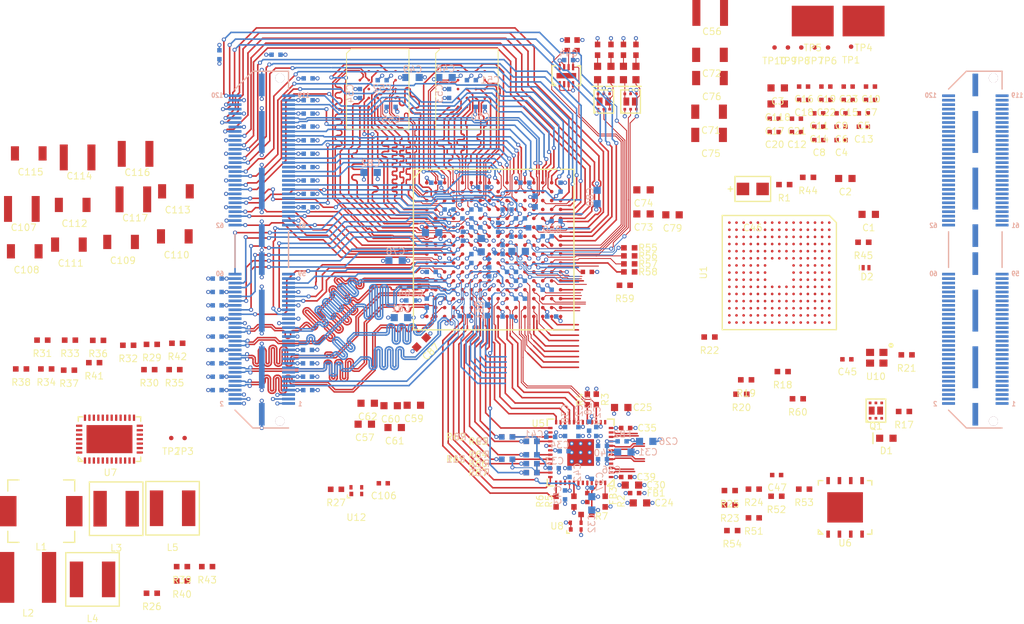
<source format=kicad_pcb>
(kicad_pcb (version 20171130) (host pcbnew "(6.0.0-rc1-dev-1178-g62e2fe8bb)")
  (layers (0 F.Cu signal) (1 In1.Cu signal) (2 In2.Cu signal) (31 B.Cu signal) (34 B.Paste user) (35 F.Paste user) (36 B.SilkS user) (37 F.SilkS user) (38 B.Mask user) (39 F.Mask user) (44 Edge.Cuts user))
  (net 0 "")
  (net 1 /RAM/RAM1_DQ0)
  (net 2 /RAM/RAM0_DQ7)
  (net 3 /RAM/RAM0_DQ5)
  (net 4 /RAM/RAM0_DQ4)
  (net 5 /RAM/RAM0_DQ1)
  (net 6 /RAM/RAM1_DQ2)
  (net 7 /RAM/RAM1_DQS)
  (net 8 /RAM/RAM0_DQ6)
  (net 9 /RAM/RAM0_DQ3)
  (net 10 /RAM/RAM0_DQ2)
  (net 11 /RAM/RAM0_DQ0)
  (net 12 /RAM/RAM1_DQ1)
  (net 13 /RAM/RAM0_PSC_N)
  (net 14 /RAM/RAM0_PSC_P)
  (net 15 /RAM/RAM1_CS_N)
  (net 16 /RAM/RAM0_RST_N)
  (net 17 /RAM/RAM0_CS_N)
  (net 18 /RAM/RAM1_DQ4)
  (net 19 /RAM/RAM1_DQ6)
  (net 20 /RAM/RAM1_DQ7)
  (net 21 /RAM/RAM0_CK_N)
  (net 22 /RAM/RAM0_CK_P)
  (net 23 /RAM/RAM1_DQ5)
  (net 24 /RAM/RAM1_CK_N)
  (net 25 /RAM/RAM1_PSC_P)
  (net 26 /RAM/RAM0_DQS)
  (net 27 /RAM/RAM1_CK_P)
  (net 28 /RAM/RAM1_RST_N)
  (net 29 /RAM/RAM1_DQ3)
  (net 30 /RAM/RAM1_PSC_N)
  (net 31 /Ethernet/ETH_A_P)
  (net 32 /Ethernet/ETH_A_N)
  (net 33 /Ethernet/ETH_B_P)
  (net 34 /Ethernet/ETH_B_N)
  (net 35 /Ethernet/ETH_C_P)
  (net 36 /Ethernet/ETH_C_N)
  (net 37 /Ethernet/ETH_D_P)
  (net 38 /Ethernet/ETH_D_N)
  (net 39 /Ethernet/RGMII_RST_N)
  (net 40 /Ethernet/RGMII_MDIO)
  (net 41 /Ethernet/RGMII_TX_CLK)
  (net 42 /Ethernet/RGMII_TXD3)
  (net 43 /Ethernet/RGMII_TXD2)
  (net 44 /Ethernet/RGMII_TXD1)
  (net 45 /Ethernet/RGMII_TXD0)
  (net 46 /Ethernet/RGMII_MDC)
  (net 47 /Ethernet/RGMII_RX_CLK)
  (net 48 /Ethernet/RGMII_RX_DV)
  (net 49 /Ethernet/RGMII_RXD0)
  (net 50 /Ethernet/RGMII_RXD1)
  (net 51 /Ethernet/RGMII_RXD2)
  (net 52 /Ethernet/RGMII_RXD3)
  (net 53 /Ethernet/RGMII_TX_EN)
  (net 54 /MCU/QSPI_DQ3)
  (net 55 /MCU/QSPI_DQ0)
  (net 56 /MCU/QSPI_CS_N)
  (net 57 /MCU/QSPI_DQ1)
  (net 58 /MCU/QSPI_DQ2)
  (net 59 /MCU/DCMI_PIXCLK)
  (net 60 /MCU/DCMI_VSYNC)
  (net 61 /MCU/DCMI_HSYNC)
  (net 62 /MCU/RMII_REFCLK)
  (net 63 /MCU/RMII_TXD0)
  (net 64 /MCU/RMII_MDIO)
  (net 65 /MCU/RMII_MDC)
  (net 66 /MCU/RMII_CRS_DV)
  (net 67 /MCU/RMII_TXD1)
  (net 68 /MCU/RMII_RXD1)
  (net 69 /MCU/RMII_RXD0)
  (net 70 /MCU/RMII_TX_EN)
  (net 71 /MCU/DCMI_D2)
  (net 72 /MCU/DCMI_D1)
  (net 73 /MCU/DCMI_D7)
  (net 74 /MCU/DCMI_D0)
  (net 75 /MCU/DCMI_D6)
  (net 76 /MCU/DCMI_D5)
  (net 77 /MCU/DCMI_D4)
  (net 78 /MCU/DCMI_D3)
  (net 79 /RAM/GPIO_1V8_16)
  (net 80 /RAM/GPIO_1V8_17)
  (net 81 /RAM/GPIO_1V8_14)
  (net 82 /RAM/GPIO_1V8_15)
  (net 83 /RAM/GPIO_1V8_12)
  (net 84 /RAM/GPIO_1V8_13)
  (net 85 /RAM/GPIO_1V8_10)
  (net 86 /RAM/GPIO_1V8_11)
  (net 87 /RAM/GPIO_1V8_8)
  (net 88 /RAM/GPIO_1V8_9)
  (net 89 /RAM/GPIO_1V8_6)
  (net 90 /RAM/GPIO_1V8_7)
  (net 91 /RAM/GPIO_1V8_4)
  (net 92 /RAM/GPIO_1V8_5)
  (net 93 /RAM/GPIO_1V8_2)
  (net 94 /RAM/GPIO_1V8_3)
  (net 95 /RAM/GPIO_1V8_0)
  (net 96 /RAM/GPIO_1V8_1)
  (net 97 /FPGA/GPIO_2V5_1)
  (net 98 /FPGA/LVDS_DQ8_N)
  (net 99 /FPGA/GPIO_2V5_0)
  (net 100 /FPGA/LVDS_DQ8_P)
  (net 101 /FPGA/LVDS_DQ6_N)
  (net 102 /FPGA/LVDS_DQ7_N)
  (net 103 /FPGA/LVDS_DQ6_P)
  (net 104 /FPGA/LVDS_DQ7_P)
  (net 105 /FPGA/LVDS_DQ4_N)
  (net 106 /FPGA/LVDS_DQ5_N)
  (net 107 /FPGA/LVDS_DQ4_P)
  (net 108 /FPGA/LVDS_DQ5_P)
  (net 109 /FPGA/LVDS_DQ2_N)
  (net 110 /FPGA/LVDS_DQ3_N)
  (net 111 /FPGA/LVDS_DQ2_P)
  (net 112 /FPGA/LVDS_DQ3_P)
  (net 113 /FPGA/LVDS_DQ0_N)
  (net 114 /FPGA/LVDS_DQ1_N)
  (net 115 /FPGA/LVDS_DQ0_P)
  (net 116 /FPGA/LVDS_DQ1_P)
  (net 117 "/Power Supply/5V0")
  (net 118 /FPGA/IO_3V3_3)
  (net 119 /FPGA/IO_3V3_2)
  (net 120 /FPGA/IO_3V3_1)
  (net 121 /FPGA/IO_3V3_0)
  (net 122 /FPGA/IO_3V3_29)
  (net 123 /FPGA/IO_3V3_28)
  (net 124 /FPGA/IO_3V3_27)
  (net 125 /FPGA/IO_3V3_26)
  (net 126 /FPGA/IO_3V3_25)
  (net 127 /FPGA/IO_3V3_24)
  (net 128 /FPGA/IO_3V3_23)
  (net 129 /FPGA/IO_3V3_22)
  (net 130 /FPGA/IO_3V3_21)
  (net 131 /FPGA/IO_3V3_20)
  (net 132 /FPGA/IO_3V3_19)
  (net 133 /FPGA/IO_3V3_18)
  (net 134 /FPGA/IO_3V3_17)
  (net 135 /FPGA/IO_3V3_16)
  (net 136 /FPGA/IO_3V3_15)
  (net 137 /FPGA/IO_3V3_14)
  (net 138 /FPGA/IO_3V3_13)
  (net 139 /FPGA/IO_3V3_12)
  (net 140 /FPGA/IO_3V3_11)
  (net 141 /FPGA/IO_3V3_10)
  (net 142 /FPGA/IO_3V3_9)
  (net 143 /FPGA/IO_3V3_8)
  (net 144 /FPGA/IO_3V3_7)
  (net 145 /FPGA/IO_3V3_6)
  (net 146 /FPGA/IO_3V3_5)
  (net 147 /FPGA/IO_3V3_4)
  (net 148 /FPGA/CLK_3V3_1)
  (net 149 /FPGA/CLK_3V3_0)
  (net 150 /RAM/CLK_1V8_0)
  (net 151 /RAM/CLK_1V8_1)
  (net 152 "Net-(J2-Pad35)")
  (net 153 "Net-(J2-Pad36)")
  (net 154 "Net-(J2-Pad33)")
  (net 155 "Net-(J2-Pad34)")
  (net 156 "Net-(J2-Pad29)")
  (net 157 "Net-(J2-Pad30)")
  (net 158 "Net-(J2-Pad27)")
  (net 159 "Net-(J2-Pad28)")
  (net 160 "Net-(J2-Pad23)")
  (net 161 "Net-(J2-Pad24)")
  (net 162 "Net-(J2-Pad21)")
  (net 163 "Net-(J2-Pad22)")
  (net 164 "Net-(J2-Pad17)")
  (net 165 "Net-(J2-Pad18)")
  (net 166 "Net-(J2-Pad15)")
  (net 167 "Net-(J2-Pad16)")
  (net 168 "Net-(J2-Pad45)")
  (net 169 "Net-(J2-Pad46)")
  (net 170 "Net-(J2-Pad41)")
  (net 171 "Net-(J2-Pad42)")
  (net 172 "Net-(J2-Pad39)")
  (net 173 "Net-(J2-Pad40)")
  (net 174 "Net-(J2-Pad70)")
  (net 175 "Net-(J2-Pad69)")
  (net 176 "Net-(J2-Pad66)")
  (net 177 "Net-(J2-Pad65)")
  (net 178 "Net-(J2-Pad64)")
  (net 179 "Net-(J2-Pad63)")
  (net 180 "Net-(J2-Pad59)")
  (net 181 "Net-(J2-Pad60)")
  (net 182 "Net-(J2-Pad57)")
  (net 183 "Net-(J2-Pad58)")
  (net 184 "Net-(J2-Pad53)")
  (net 185 "Net-(J2-Pad54)")
  (net 186 "Net-(J2-Pad51)")
  (net 187 "Net-(J2-Pad52)")
  (net 188 "Net-(J2-Pad47)")
  (net 189 "Net-(J2-Pad48)")
  (net 190 "Net-(J2-Pad94)")
  (net 191 "Net-(J2-Pad93)")
  (net 192 "Net-(J2-Pad90)")
  (net 193 "Net-(J2-Pad89)")
  (net 194 "Net-(J2-Pad88)")
  (net 195 "Net-(J2-Pad87)")
  (net 196 "Net-(J2-Pad84)")
  (net 197 "Net-(J2-Pad83)")
  (net 198 "Net-(J2-Pad82)")
  (net 199 "Net-(J2-Pad81)")
  (net 200 "Net-(J2-Pad78)")
  (net 201 "Net-(J2-Pad77)")
  (net 202 "Net-(J2-Pad76)")
  (net 203 "Net-(J2-Pad75)")
  (net 204 "Net-(J2-Pad72)")
  (net 205 "Net-(J2-Pad71)")
  (net 206 "Net-(J2-Pad108)")
  (net 207 "Net-(J2-Pad107)")
  (net 208 "Net-(J2-Pad106)")
  (net 209 "Net-(J2-Pad105)")
  (net 210 "Net-(J2-Pad102)")
  (net 211 "Net-(J2-Pad101)")
  (net 212 "Net-(J2-Pad100)")
  (net 213 "Net-(J2-Pad99)")
  (net 214 "Net-(J2-Pad96)")
  (net 215 "Net-(J2-Pad95)")
  (net 216 /3V3)
  (net 217 /FPGA/IN_3V3_0_N)
  (net 218 /FPGA/IN_3V3_0_P)
  (net 219 /1V8)
  (net 220 /FPGA_DONE)
  (net 221 /MCU_RST_N)
  (net 222 /FPGA_RST_N)
  (net 223 /JTAG_TCK)
  (net 224 /MCU_TDO)
  (net 225 /FPGA_TDI)
  (net 226 /JTAG_TMS)
  (net 227 /MCU/CLK_32KHZ)
  (net 228 "Net-(C2-Pad1)")
  (net 229 "Net-(C1-Pad2)")
  (net 230 /FPGA_TDO)
  (net 231 /FPGA/I2C_SCL)
  (net 232 /FPGA/I2C_SDA)
  (net 233 /QSPI_CLK)
  (net 234 /ETH_LED2_N)
  (net 235 /FPGA/FPGA_INIT)
  (net 236 /ETH_LED1_N)
  (net 237 "Net-(R2-Pad2)")
  (net 238 /Ethernet/ETH_CLK_25MHZ)
  (net 239 /Ethernet/A1V2_PLL)
  (net 240 "Net-(R5-Pad2)")
  (net 241 /1V2)
  (net 242 /Ethernet/A2V5)
  (net 243 /Ethernet/A1V2)
  (net 244 /GND)
  (net 245 /2V5)
  (net 246 /1V0)
  (net 247 "Net-(D1-Pad2)")
  (net 248 "Net-(D1-Pad1)")
  (net 249 "Net-(D3-Pad2)")
  (net 250 "Net-(D3-Pad1)")
  (net 251 "Net-(D4-Pad2)")
  (net 252 "Net-(D4-Pad1)")
  (net 253 "Net-(D5-Pad2)")
  (net 254 "Net-(D5-Pad1)")
  (net 255 "Net-(D6-Pad2)")
  (net 256 "Net-(D6-Pad1)")
  (net 257 /MCU_BOOT0)
  (net 258 "/Power Supply/1V0_SW")
  (net 259 "/Power Supply/3V3_SW")
  (net 260 "/Power Supply/1V2_SW")
  (net 261 "/Power Supply/1V8_SW")
  (net 262 "/Power Supply/2V5_SW")
  (net 263 "Net-(R7-Pad1)")
  (net 264 "Net-(R21-Pad2)")
  (net 265 /MCU/MCU_CLK)
  (net 266 "Net-(R22-Pad1)")
  (net 267 "/Power Supply/PGOOD")
  (net 268 "Net-(R27-Pad2)")
  (net 269 /FPGA/FPGA_CLK_25MHZ)
  (net 270 /MCU/PUDC_B)
  (net 271 "/Power Supply/1V0_SENSE")
  (net 272 "/Power Supply/1V2_SENSE")
  (net 273 "/Power Supply/1V8_SENSE")
  (net 274 "/Power Supply/2V5_SENSE")
  (net 275 "/Power Supply/3V3_SENSE")
  (net 276 "/Power Supply/1V0_FB")
  (net 277 "/Power Supply/1V2_FB")
  (net 278 "/Power Supply/1V8_FB")
  (net 279 "/Power Supply/2V5_FB")
  (net 280 "/Power Supply/3V3_FB")
  (net 281 "/Power Supply/MCU_VBAT")
  (net 282 "Net-(D2-Pad1)")
  (net 283 "Net-(R50-Pad1)")
  (net 284 "Net-(R51-Pad1)")
  (net 285 "Net-(R52-Pad1)")
  (net 286 "Net-(R53-Pad2)")
  (net 287 "Net-(R54-Pad2)")
  (net 288 "Net-(R55-Pad1)")
  (net 289 "Net-(R56-Pad1)")
  (net 290 "Net-(R57-Pad1)")
  (net 291 "Net-(R58-Pad1)")
  (net 292 "Net-(R59-Pad1)")
  (net 293 /MCU/JTAG_TDO)
  (net 294 "Net-(R61-Pad1)")
  (net 295 /PSU_TEMP)
  (net 296 /MCU/SPI5_CS_N)
  (net 297 /MCU/UART6_TX)
  (net 298 /MCU/SPI5_MOSI)
  (net 299 /MCU/UART6_RX)
  (net 300 /MCU/SPI5_MISO)
  (net 301 /MCU/SPI5_SCK)
  (net 302 /FPGA/GPIO_LED2)
  (net 303 /FPGA/GPIO_LED0)
  (net 304 /FPGA/GPIO_LED1)
  (net 305 /FPGA/GPIO_LED3)
  (net 306 "Net-(R62-Pad2)")
  (net 307 "Net-(R63-Pad2)")
  (net 308 "Net-(R64-Pad2)")
  (net 309 "Net-(R65-Pad2)")
  (net 310 "Net-(R66-Pad2)")
  (net 311 "Net-(R67-Pad2)")
  (module azonenberg_pcb:BGA_256_17x17_FULLARRAY_1MM_0.4MM_FTG256 (layer F.Cu) (at 64 43)
    (fp_text reference U2 hide)
    (fp_text value XC7A50T-1FTG256C hide)
    (pad T3 smd circle (at -5.5 7.5) (size 0.4 0.4) (layers F.Cu F.Paste F.Mask) (net 102 /FPGA/LVDS_DQ7_N))
    (pad R2 smd circle (at -6.5 6.5) (size 0.4 0.4) (layers F.Cu F.Paste F.Mask) (net 103 /FPGA/LVDS_DQ6_P))
    (pad R1 smd circle (at -7.5 6.5) (size 0.4 0.4) (layers F.Cu F.Paste F.Mask) (net 101 /FPGA/LVDS_DQ6_N))
    (pad T2 smd circle (at -6.5 7.5) (size 0.4 0.4) (layers F.Cu F.Paste F.Mask) (net 98 /FPGA/LVDS_DQ8_N))
    (pad T1 smd circle (at -7.5 7.5) (size 0.4 0.4) (layers F.Cu F.Paste F.Mask) (net 245 /2V5))
    (pad R3 smd circle (at -5.5 6.5) (size 0.4 0.4) (layers F.Cu F.Paste F.Mask) (net 100 /FPGA/LVDS_DQ8_P))
    (pad K4 smd circle (at -4.5 1.5) (size 0.4 0.4) (layers F.Cu F.Paste F.Mask) (net 244 /GND))
    (pad J5 smd circle (at -3.5 0.5) (size 0.4 0.4) (layers F.Cu F.Paste F.Mask) (net 80 /RAM/GPIO_1V8_17))
    (pad J4 smd circle (at -4.5 0.5) (size 0.4 0.4) (layers F.Cu F.Paste F.Mask) (net 81 /RAM/GPIO_1V8_14))
    (pad L5 smd circle (at -3.5 2.5) (size 0.4 0.4) (layers F.Cu F.Paste F.Mask) (net 97 /FPGA/GPIO_2V5_1))
    (pad L4 smd circle (at -4.5 2.5) (size 0.4 0.4) (layers F.Cu F.Paste F.Mask) (net 116 /FPGA/LVDS_DQ1_P))
    (pad K5 smd circle (at -3.5 1.5) (size 0.4 0.4) (layers F.Cu F.Paste F.Mask) (net 88 /RAM/GPIO_1V8_9))
    (pad T4 smd circle (at -4.5 7.5) (size 0.4 0.4) (layers F.Cu F.Paste F.Mask) (net 104 /FPGA/LVDS_DQ7_P))
    (pad R5 smd circle (at -3.5 6.5) (size 0.4 0.4) (layers F.Cu F.Paste F.Mask) (net 46 /Ethernet/RGMII_MDC))
    (pad T5 smd circle (at -3.5 7.5) (size 0.4 0.4) (layers F.Cu F.Paste F.Mask) (net 40 /Ethernet/RGMII_MDIO))
    (pad R4 smd circle (at -4.5 6.5) (size 0.4 0.4) (layers F.Cu F.Paste F.Mask) (net 245 /2V5))
    (pad K3 smd circle (at -5.5 1.5) (size 0.4 0.4) (layers F.Cu F.Paste F.Mask) (net 91 /RAM/GPIO_1V8_4))
    (pad J1 smd circle (at -7.5 0.5) (size 0.4 0.4) (layers F.Cu F.Paste F.Mask) (net 93 /RAM/GPIO_1V8_2))
    (pad J2 smd circle (at -6.5 0.5) (size 0.4 0.4) (layers F.Cu F.Paste F.Mask) (net 219 /1V8))
    (pad J3 smd circle (at -5.5 0.5) (size 0.4 0.4) (layers F.Cu F.Paste F.Mask) (net 95 /RAM/GPIO_1V8_0))
    (pad K1 smd circle (at -7.5 1.5) (size 0.4 0.4) (layers F.Cu F.Paste F.Mask) (net 86 /RAM/GPIO_1V8_11))
    (pad K2 smd circle (at -6.5 1.5) (size 0.4 0.4) (layers F.Cu F.Paste F.Mask) (net 90 /RAM/GPIO_1V8_7))
    (pad P5 smd circle (at -3.5 5.5) (size 0.4 0.4) (layers F.Cu F.Paste F.Mask) (net 99 /FPGA/GPIO_2V5_0))
    (pad N4 smd circle (at -4.5 4.5) (size 0.4 0.4) (layers F.Cu F.Paste F.Mask) (net 110 /FPGA/LVDS_DQ3_N))
    (pad P4 smd circle (at -4.5 5.5) (size 0.4 0.4) (layers F.Cu F.Paste F.Mask) (net 108 /FPGA/LVDS_DQ5_P))
    (pad N5 smd circle (at -3.5 4.5) (size 0.4 0.4) (layers F.Cu F.Paste F.Mask) (net 244 /GND))
    (pad M4 smd circle (at -4.5 3.5) (size 0.4 0.4) (layers F.Cu F.Paste F.Mask) (net 114 /FPGA/LVDS_DQ1_N))
    (pad M5 smd circle (at -3.5 3.5) (size 0.4 0.4) (layers F.Cu F.Paste F.Mask) (net 112 /FPGA/LVDS_DQ3_P))
    (pad M2 smd circle (at -6.5 3.5) (size 0.4 0.4) (layers F.Cu F.Paste F.Mask) (net 115 /FPGA/LVDS_DQ0_P))
    (pad L3 smd circle (at -5.5 2.5) (size 0.4 0.4) (layers F.Cu F.Paste F.Mask) (net 84 /RAM/GPIO_1V8_13))
    (pad M1 smd circle (at -7.5 3.5) (size 0.4 0.4) (layers F.Cu F.Paste F.Mask) (net 113 /FPGA/LVDS_DQ0_N))
    (pad L2 smd circle (at -6.5 2.5) (size 0.4 0.4) (layers F.Cu F.Paste F.Mask) (net 82 /RAM/GPIO_1V8_15))
    (pad L1 smd circle (at -7.5 2.5) (size 0.4 0.4) (layers F.Cu F.Paste F.Mask) (net 244 /GND))
    (pad M3 smd circle (at -5.5 3.5) (size 0.4 0.4) (layers F.Cu F.Paste F.Mask) (net 245 /2V5))
    (pad N1 smd circle (at -7.5 4.5) (size 0.4 0.4) (layers F.Cu F.Paste F.Mask) (net 107 /FPGA/LVDS_DQ4_P))
    (pad P1 smd circle (at -7.5 5.5) (size 0.4 0.4) (layers F.Cu F.Paste F.Mask) (net 105 /FPGA/LVDS_DQ4_N))
    (pad N3 smd circle (at -5.5 4.5) (size 0.4 0.4) (layers F.Cu F.Paste F.Mask) (net 111 /FPGA/LVDS_DQ2_P))
    (pad P3 smd circle (at -5.5 5.5) (size 0.4 0.4) (layers F.Cu F.Paste F.Mask) (net 106 /FPGA/LVDS_DQ5_N))
    (pad N2 smd circle (at -6.5 4.5) (size 0.4 0.4) (layers F.Cu F.Paste F.Mask) (net 109 /FPGA/LVDS_DQ2_N))
    (pad P2 smd circle (at -6.5 5.5) (size 0.4 0.4) (layers F.Cu F.Paste F.Mask) (net 244 /GND))
    (pad T6 smd circle (at -2.5 7.5) (size 0.4 0.4) (layers F.Cu F.Paste F.Mask) (net 244 /GND))
    (pad R6 smd circle (at -2.5 6.5) (size 0.4 0.4) (layers F.Cu F.Paste F.Mask) (net 39 /Ethernet/RGMII_RST_N))
    (pad R7 smd circle (at -1.5 6.5) (size 0.4 0.4) (layers F.Cu F.Paste F.Mask) (net 51 /Ethernet/RGMII_RXD2))
    (pad T7 smd circle (at -1.5 7.5) (size 0.4 0.4) (layers F.Cu F.Paste F.Mask) (net 50 /Ethernet/RGMII_RXD1))
    (pad R8 smd circle (at -0.5 6.5) (size 0.4 0.4) (layers F.Cu F.Paste F.Mask) (net 52 /Ethernet/RGMII_RXD3))
    (pad T8 smd circle (at -0.5 7.5) (size 0.4 0.4) (layers F.Cu F.Paste F.Mask) (net 53 /Ethernet/RGMII_TX_EN))
    (pad J7 smd circle (at -1.5 0.5) (size 0.4 0.4) (layers F.Cu F.Paste F.Mask))
    (pad J8 smd circle (at -0.5 0.5) (size 0.4 0.4) (layers F.Cu F.Paste F.Mask) (net 244 /GND))
    (pad K7 smd circle (at -1.5 1.5) (size 0.4 0.4) (layers F.Cu F.Paste F.Mask) (net 244 /GND))
    (pad J6 smd circle (at -2.5 0.5) (size 0.4 0.4) (layers F.Cu F.Paste F.Mask) (net 246 /1V0))
    (pad K6 smd circle (at -2.5 1.5) (size 0.4 0.4) (layers F.Cu F.Paste F.Mask) (net 244 /GND))
    (pad K8 smd circle (at -0.5 1.5) (size 0.4 0.4) (layers F.Cu F.Paste F.Mask) (net 244 /GND))
    (pad L6 smd circle (at -2.5 2.5) (size 0.4 0.4) (layers F.Cu F.Paste F.Mask) (net 216 /3V3))
    (pad P6 smd circle (at -2.5 5.5) (size 0.4 0.4) (layers F.Cu F.Paste F.Mask) (net 48 /Ethernet/RGMII_RX_DV))
    (pad P8 smd circle (at -0.5 5.5) (size 0.4 0.4) (layers F.Cu F.Paste F.Mask) (net 41 /Ethernet/RGMII_TX_CLK))
    (pad P7 smd circle (at -1.5 5.5) (size 0.4 0.4) (layers F.Cu F.Paste F.Mask) (net 216 /3V3))
    (pad N6 smd circle (at -2.5 4.5) (size 0.4 0.4) (layers F.Cu F.Paste F.Mask) (net 49 /Ethernet/RGMII_RXD0))
    (pad M6 smd circle (at -2.5 3.5) (size 0.4 0.4) (layers F.Cu F.Paste F.Mask) (net 73 /MCU/DCMI_D7))
    (pad N7 smd circle (at -1.5 4.5) (size 0.4 0.4) (layers F.Cu F.Paste F.Mask) (net 225 /FPGA_TDI))
    (pad N8 smd circle (at -0.5 4.5) (size 0.4 0.4) (layers F.Cu F.Paste F.Mask) (net 294 "Net-(R61-Pad1)"))
    (pad T9 smd circle (at 0.5 7.5) (size 0.4 0.4) (layers F.Cu F.Paste F.Mask) (net 43 /Ethernet/RGMII_TXD2))
    (pad R9 smd circle (at 0.5 6.5) (size 0.4 0.4) (layers F.Cu F.Paste F.Mask) (net 244 /GND))
    (pad P9 smd circle (at 0.5 5.5) (size 0.4 0.4) (layers F.Cu F.Paste F.Mask) (net 42 /Ethernet/RGMII_TXD3))
    (pad T10 smd circle (at 1.5 7.5) (size 0.4 0.4) (layers F.Cu F.Paste F.Mask) (net 44 /Ethernet/RGMII_TXD1))
    (pad R10 smd circle (at 1.5 6.5) (size 0.4 0.4) (layers F.Cu F.Paste F.Mask) (net 45 /Ethernet/RGMII_TXD0))
    (pad P10 smd circle (at 1.5 5.5) (size 0.4 0.4) (layers F.Cu F.Paste F.Mask) (net 77 /MCU/DCMI_D4))
    (pad M10 smd circle (at 1.5 3.5) (size 0.4 0.4) (layers F.Cu F.Paste F.Mask) (net 244 /GND))
    (pad P11 smd circle (at 2.5 5.5) (size 0.4 0.4) (layers F.Cu F.Paste F.Mask) (net 234 /ETH_LED2_N))
    (pad R11 smd circle (at 2.5 6.5) (size 0.4 0.4) (layers F.Cu F.Paste F.Mask) (net 236 /ETH_LED1_N))
    (pad N11 smd circle (at 2.5 4.5) (size 0.4 0.4) (layers F.Cu F.Paste F.Mask) (net 47 /Ethernet/RGMII_RX_CLK))
    (pad N10 smd circle (at 1.5 4.5) (size 0.4 0.4) (layers F.Cu F.Paste F.Mask) (net 216 /3V3))
    (pad M11 smd circle (at 2.5 3.5) (size 0.4 0.4) (layers F.Cu F.Paste F.Mask) (net 244 /GND))
    (pad T11 smd circle (at 2.5 7.5) (size 0.4 0.4) (layers F.Cu F.Paste F.Mask) (net 216 /3V3))
    (pad L9 smd circle (at 0.5 2.5) (size 0.4 0.4) (layers F.Cu F.Paste F.Mask) (net 222 /FPGA_RST_N))
    (pad M9 smd circle (at 0.5 3.5) (size 0.4 0.4) (layers F.Cu F.Paste F.Mask) (net 216 /3V3))
    (pad N9 smd circle (at 0.5 4.5) (size 0.4 0.4) (layers F.Cu F.Paste F.Mask) (net 300 /MCU/SPI5_MISO))
    (pad L8 smd circle (at -0.5 2.5) (size 0.4 0.4) (layers F.Cu F.Paste F.Mask) (net 246 /1V0))
    (pad M8 smd circle (at -0.5 3.5) (size 0.4 0.4) (layers F.Cu F.Paste F.Mask) (net 244 /GND))
    (pad M7 smd circle (at -1.5 3.5) (size 0.4 0.4) (layers F.Cu F.Paste F.Mask) (net 226 /JTAG_TMS))
    (pad L7 smd circle (at -1.5 2.5) (size 0.4 0.4) (layers F.Cu F.Paste F.Mask) (net 223 /JTAG_TCK))
    (pad J11 smd circle (at 2.5 0.5) (size 0.4 0.4) (layers F.Cu F.Paste F.Mask) (net 244 /GND))
    (pad J10 smd circle (at 1.5 0.5) (size 0.4 0.4) (layers F.Cu F.Paste F.Mask) (net 219 /1V8))
    (pad L10 smd circle (at 1.5 2.5) (size 0.4 0.4) (layers F.Cu F.Paste F.Mask) (net 219 /1V8))
    (pad K9 smd circle (at 0.5 1.5) (size 0.4 0.4) (layers F.Cu F.Paste F.Mask) (net 246 /1V0))
    (pad L11 smd circle (at 2.5 2.5) (size 0.4 0.4) (layers F.Cu F.Paste F.Mask) (net 244 /GND))
    (pad J9 smd circle (at 0.5 0.5) (size 0.4 0.4) (layers F.Cu F.Paste F.Mask) (net 244 /GND))
    (pad K11 smd circle (at 2.5 1.5) (size 0.4 0.4) (layers F.Cu F.Paste F.Mask) (net 219 /1V8))
    (pad K10 smd circle (at 1.5 1.5) (size 0.4 0.4) (layers F.Cu F.Paste F.Mask) (net 235 /FPGA/FPGA_INIT))
    (pad L16 smd circle (at 7.5 2.5) (size 0.4 0.4) (layers F.Cu F.Paste F.Mask) (net 216 /3V3))
    (pad L15 smd circle (at 6.5 2.5) (size 0.4 0.4) (layers F.Cu F.Paste F.Mask) (net 270 /MCU/PUDC_B))
    (pad N15 smd circle (at 6.5 4.5) (size 0.4 0.4) (layers F.Cu F.Paste F.Mask) (net 244 /GND))
    (pad M15 smd circle (at 6.5 3.5) (size 0.4 0.4) (layers F.Cu F.Paste F.Mask) (net 70 /MCU/RMII_TX_EN))
    (pad M16 smd circle (at 7.5 3.5) (size 0.4 0.4) (layers F.Cu F.Paste F.Mask) (net 69 /MCU/RMII_RXD0))
    (pad N16 smd circle (at 7.5 4.5) (size 0.4 0.4) (layers F.Cu F.Paste F.Mask) (net 68 /MCU/RMII_RXD1))
    (pad N13 smd circle (at 4.5 4.5) (size 0.4 0.4) (layers F.Cu F.Paste F.Mask) (net 74 /MCU/DCMI_D0))
    (pad N14 smd circle (at 5.5 4.5) (size 0.4 0.4) (layers F.Cu F.Paste F.Mask) (net 62 /MCU/RMII_REFCLK))
    (pad M14 smd circle (at 5.5 3.5) (size 0.4 0.4) (layers F.Cu F.Paste F.Mask) (net 67 /MCU/RMII_TXD1))
    (pad N12 smd circle (at 3.5 4.5) (size 0.4 0.4) (layers F.Cu F.Paste F.Mask) (net 301 /MCU/SPI5_SCK))
    (pad M13 smd circle (at 4.5 3.5) (size 0.4 0.4) (layers F.Cu F.Paste F.Mask) (net 216 /3V3))
    (pad M12 smd circle (at 3.5 3.5) (size 0.4 0.4) (layers F.Cu F.Paste F.Mask) (net 66 /MCU/RMII_CRS_DV))
    (pad J12 smd circle (at 3.5 0.5) (size 0.4 0.4) (layers F.Cu F.Paste F.Mask) (net 216 /3V3))
    (pad L12 smd circle (at 3.5 2.5) (size 0.4 0.4) (layers F.Cu F.Paste F.Mask) (net 292 "Net-(R59-Pad1)"))
    (pad K13 smd circle (at 4.5 1.5) (size 0.4 0.4) (layers F.Cu F.Paste F.Mask) (net 65 /MCU/RMII_MDC))
    (pad L13 smd circle (at 4.5 2.5) (size 0.4 0.4) (layers F.Cu F.Paste F.Mask) (net 64 /MCU/RMII_MDIO))
    (pad K12 smd circle (at 3.5 1.5) (size 0.4 0.4) (layers F.Cu F.Paste F.Mask) (net 298 /MCU/SPI5_MOSI))
    (pad J13 smd circle (at 4.5 0.5) (size 0.4 0.4) (layers F.Cu F.Paste F.Mask) (net 288 "Net-(R55-Pad1)"))
    (pad P12 smd circle (at 3.5 5.5) (size 0.4 0.4) (layers F.Cu F.Paste F.Mask) (net 244 /GND))
    (pad T12 smd circle (at 3.5 7.5) (size 0.4 0.4) (layers F.Cu F.Paste F.Mask) (net 296 /MCU/SPI5_CS_N))
    (pad T14 smd circle (at 5.5 7.5) (size 0.4 0.4) (layers F.Cu F.Paste F.Mask) (net 75 /MCU/DCMI_D6))
    (pad P13 smd circle (at 4.5 5.5) (size 0.4 0.4) (layers F.Cu F.Paste F.Mask) (net 71 /MCU/DCMI_D2))
    (pad T13 smd circle (at 4.5 7.5) (size 0.4 0.4) (layers F.Cu F.Paste F.Mask) (net 297 /MCU/UART6_TX))
    (pad R12 smd circle (at 3.5 6.5) (size 0.4 0.4) (layers F.Cu F.Paste F.Mask) (net 59 /MCU/DCMI_PIXCLK))
    (pad R13 smd circle (at 4.5 6.5) (size 0.4 0.4) (layers F.Cu F.Paste F.Mask) (net 299 /MCU/UART6_RX))
    (pad J15 smd circle (at 6.5 0.5) (size 0.4 0.4) (layers F.Cu F.Paste F.Mask) (net 303 /FPGA/GPIO_LED0))
    (pad J16 smd circle (at 7.5 0.5) (size 0.4 0.4) (layers F.Cu F.Paste F.Mask) (net 304 /FPGA/GPIO_LED1))
    (pad K15 smd circle (at 6.5 1.5) (size 0.4 0.4) (layers F.Cu F.Paste F.Mask) (net 290 "Net-(R57-Pad1)"))
    (pad K14 smd circle (at 5.5 1.5) (size 0.4 0.4) (layers F.Cu F.Paste F.Mask) (net 244 /GND))
    (pad L14 smd circle (at 5.5 2.5) (size 0.4 0.4) (layers F.Cu F.Paste F.Mask) (net 63 /MCU/RMII_TXD0))
    (pad K16 smd circle (at 7.5 1.5) (size 0.4 0.4) (layers F.Cu F.Paste F.Mask) (net 291 "Net-(R58-Pad1)"))
    (pad J14 smd circle (at 5.5 0.5) (size 0.4 0.4) (layers F.Cu F.Paste F.Mask) (net 289 "Net-(R56-Pad1)"))
    (pad T16 smd circle (at 7.5 7.5) (size 0.4 0.4) (layers F.Cu F.Paste F.Mask) (net 244 /GND))
    (pad P14 smd circle (at 5.5 5.5) (size 0.4 0.4) (layers F.Cu F.Paste F.Mask) (net 78 /MCU/DCMI_D3))
    (pad P15 smd circle (at 6.5 5.5) (size 0.4 0.4) (layers F.Cu F.Paste F.Mask) (net 72 /MCU/DCMI_D1))
    (pad R14 smd circle (at 5.5 6.5) (size 0.4 0.4) (layers F.Cu F.Paste F.Mask) (net 216 /3V3))
    (pad P16 smd circle (at 7.5 5.5) (size 0.4 0.4) (layers F.Cu F.Paste F.Mask) (net 61 /MCU/DCMI_HSYNC))
    (pad R15 smd circle (at 6.5 6.5) (size 0.4 0.4) (layers F.Cu F.Paste F.Mask) (net 60 /MCU/DCMI_VSYNC))
    (pad T15 smd circle (at 6.5 7.5) (size 0.4 0.4) (layers F.Cu F.Paste F.Mask) (net 76 /MCU/DCMI_D5))
    (pad R16 smd circle (at 7.5 6.5) (size 0.4 0.4) (layers F.Cu F.Paste F.Mask) (net 266 "Net-(R22-Pad1)"))
    (pad H3 smd circle (at -5.5 -0.5) (size 0.4 0.4) (layers F.Cu F.Paste F.Mask) (net 92 /RAM/GPIO_1V8_5))
    (pad G3 smd circle (at -5.5 -1.5) (size 0.4 0.4) (layers F.Cu F.Paste F.Mask) (net 244 /GND))
    (pad H4 smd circle (at -4.5 -0.5) (size 0.4 0.4) (layers F.Cu F.Paste F.Mask) (net 85 /RAM/GPIO_1V8_10))
    (pad G4 smd circle (at -4.5 -1.5) (size 0.4 0.4) (layers F.Cu F.Paste F.Mask) (net 28 /RAM/RAM1_RST_N))
    (pad H9 smd circle (at 0.5 -0.5) (size 0.4 0.4) (layers F.Cu F.Paste F.Mask) (net 246 /1V0))
    (pad H8 smd circle (at -0.5 -0.5) (size 0.4 0.4) (layers F.Cu F.Paste F.Mask))
    (pad G7 smd circle (at -1.5 -1.5) (size 0.4 0.4) (layers F.Cu F.Paste F.Mask) (net 244 /GND))
    (pad G9 smd circle (at 0.5 -1.5) (size 0.4 0.4) (layers F.Cu F.Paste F.Mask) (net 244 /GND))
    (pad G8 smd circle (at -0.5 -1.5) (size 0.4 0.4) (layers F.Cu F.Paste F.Mask) (net 219 /1V8))
    (pad H7 smd circle (at -1.5 -0.5) (size 0.4 0.4) (layers F.Cu F.Paste F.Mask) (net 244 /GND))
    (pad H2 smd circle (at -6.5 -0.5) (size 0.4 0.4) (layers F.Cu F.Paste F.Mask) (net 96 /RAM/GPIO_1V8_1))
    (pad G1 smd circle (at -7.5 -1.5) (size 0.4 0.4) (layers F.Cu F.Paste F.Mask) (net 24 /RAM/RAM1_CK_N))
    (pad H1 smd circle (at -7.5 -0.5) (size 0.4 0.4) (layers F.Cu F.Paste F.Mask) (net 94 /RAM/GPIO_1V8_3))
    (pad F1 smd circle (at -7.5 -2.5) (size 0.4 0.4) (layers F.Cu F.Paste F.Mask) (net 219 /1V8))
    (pad G2 smd circle (at -6.5 -1.5) (size 0.4 0.4) (layers F.Cu F.Paste F.Mask) (net 27 /RAM/RAM1_CK_P))
    (pad F2 smd circle (at -6.5 -2.5) (size 0.4 0.4) (layers F.Cu F.Paste F.Mask) (net 20 /RAM/RAM1_DQ7))
    (pad E1 smd circle (at -7.5 -3.5) (size 0.4 0.4) (layers F.Cu F.Paste F.Mask) (net 12 /RAM/RAM1_DQ1))
    (pad E2 smd circle (at -6.5 -3.5) (size 0.4 0.4) (layers F.Cu F.Paste F.Mask) (net 7 /RAM/RAM1_DQS))
    (pad H6 smd circle (at -2.5 -0.5) (size 0.4 0.4) (layers F.Cu F.Paste F.Mask) (net 244 /GND))
    (pad H5 smd circle (at -3.5 -0.5) (size 0.4 0.4) (layers F.Cu F.Paste F.Mask) (net 79 /RAM/GPIO_1V8_16))
    (pad G5 smd circle (at -3.5 -1.5) (size 0.4 0.4) (layers F.Cu F.Paste F.Mask) (net 83 /RAM/GPIO_1V8_12))
    (pad F6 smd circle (at -2.5 -2.5) (size 0.4 0.4) (layers F.Cu F.Paste F.Mask) (net 244 /GND))
    (pad F5 smd circle (at -3.5 -2.5) (size 0.4 0.4) (layers F.Cu F.Paste F.Mask) (net 150 /RAM/CLK_1V8_0))
    (pad E5 smd circle (at -3.5 -3.5) (size 0.4 0.4) (layers F.Cu F.Paste F.Mask) (net 89 /RAM/GPIO_1V8_6))
    (pad E6 smd circle (at -2.5 -3.5) (size 0.4 0.4) (layers F.Cu F.Paste F.Mask) (net 87 /RAM/GPIO_1V8_8))
    (pad G6 smd circle (at -2.5 -1.5) (size 0.4 0.4) (layers F.Cu F.Paste F.Mask) (net 246 /1V0))
    (pad F3 smd circle (at -5.5 -2.5) (size 0.4 0.4) (layers F.Cu F.Paste F.Mask) (net 19 /RAM/RAM1_DQ6))
    (pad E4 smd circle (at -4.5 -3.5) (size 0.4 0.4) (layers F.Cu F.Paste F.Mask) (net 219 /1V8))
    (pad F4 smd circle (at -4.5 -2.5) (size 0.4 0.4) (layers F.Cu F.Paste F.Mask) (net 15 /RAM/RAM1_CS_N))
    (pad E3 smd circle (at -5.5 -3.5) (size 0.4 0.4) (layers F.Cu F.Paste F.Mask) (net 6 /RAM/RAM1_DQ2))
    (pad E7 smd circle (at -1.5 -3.5) (size 0.4 0.4) (layers F.Cu F.Paste F.Mask) (net 216 /3V3))
    (pad F7 smd circle (at -1.5 -2.5) (size 0.4 0.4) (layers F.Cu F.Paste F.Mask) (net 246 /1V0))
    (pad F8 smd circle (at -0.5 -2.5) (size 0.4 0.4) (layers F.Cu F.Paste F.Mask) (net 219 /1V8))
    (pad E9 smd circle (at 0.5 -3.5) (size 0.4 0.4) (layers F.Cu F.Paste F.Mask) (net 244 /GND))
    (pad E8 smd circle (at -0.5 -3.5) (size 0.4 0.4) (layers F.Cu F.Paste F.Mask) (net 283 "Net-(R50-Pad1)"))
    (pad F9 smd circle (at 0.5 -2.5) (size 0.4 0.4) (layers F.Cu F.Paste F.Mask) (net 246 /1V0))
    (pad H16 smd circle (at 7.5 -0.5) (size 0.4 0.4) (layers F.Cu F.Paste F.Mask) (net 231 /FPGA/I2C_SCL))
    (pad G15 smd circle (at 6.5 -1.5) (size 0.4 0.4) (layers F.Cu F.Paste F.Mask) (net 122 /FPGA/IO_3V3_29))
    (pad H15 smd circle (at 6.5 -0.5) (size 0.4 0.4) (layers F.Cu F.Paste F.Mask) (net 216 /3V3))
    (pad G16 smd circle (at 7.5 -1.5) (size 0.4 0.4) (layers F.Cu F.Paste F.Mask) (net 124 /FPGA/IO_3V3_27))
    (pad F16 smd circle (at 7.5 -2.5) (size 0.4 0.4) (layers F.Cu F.Paste F.Mask) (net 244 /GND))
    (pad H12 smd circle (at 3.5 -0.5) (size 0.4 0.4) (layers F.Cu F.Paste F.Mask) (net 305 /FPGA/GPIO_LED3))
    (pad H13 smd circle (at 4.5 -0.5) (size 0.4 0.4) (layers F.Cu F.Paste F.Mask) (net 302 /FPGA/GPIO_LED2))
    (pad G13 smd circle (at 4.5 -1.5) (size 0.4 0.4) (layers F.Cu F.Paste F.Mask) (net 244 /GND))
    (pad F13 smd circle (at 4.5 -2.5) (size 0.4 0.4) (layers F.Cu F.Paste F.Mask) (net 126 /FPGA/IO_3V3_25))
    (pad G14 smd circle (at 5.5 -1.5) (size 0.4 0.4) (layers F.Cu F.Paste F.Mask))
    (pad H14 smd circle (at 5.5 -0.5) (size 0.4 0.4) (layers F.Cu F.Paste F.Mask) (net 232 /FPGA/I2C_SDA))
    (pad F14 smd circle (at 5.5 -2.5) (size 0.4 0.4) (layers F.Cu F.Paste F.Mask) (net 128 /FPGA/IO_3V3_23))
    (pad H10 smd circle (at 1.5 -0.5) (size 0.4 0.4) (layers F.Cu F.Paste F.Mask) (net 220 /FPGA_DONE))
    (pad G10 smd circle (at 1.5 -1.5) (size 0.4 0.4) (layers F.Cu F.Paste F.Mask) (net 219 /1V8))
    (pad G11 smd circle (at 2.5 -1.5) (size 0.4 0.4) (layers F.Cu F.Paste F.Mask))
    (pad F10 smd circle (at 1.5 -2.5) (size 0.4 0.4) (layers F.Cu F.Paste F.Mask) (net 244 /GND))
    (pad H11 smd circle (at 2.5 -0.5) (size 0.4 0.4) (layers F.Cu F.Paste F.Mask))
    (pad F11 smd circle (at 2.5 -2.5) (size 0.4 0.4) (layers F.Cu F.Paste F.Mask) (net 246 /1V0))
    (pad E11 smd circle (at 2.5 -3.5) (size 0.4 0.4) (layers F.Cu F.Paste F.Mask) (net 148 /FPGA/CLK_3V3_1))
    (pad E10 smd circle (at 1.5 -3.5) (size 0.4 0.4) (layers F.Cu F.Paste F.Mask) (net 246 /1V0))
    (pad F15 smd circle (at 6.5 -2.5) (size 0.4 0.4) (layers F.Cu F.Paste F.Mask) (net 129 /FPGA/IO_3V3_22))
    (pad E15 smd circle (at 6.5 -3.5) (size 0.4 0.4) (layers F.Cu F.Paste F.Mask) (net 132 /FPGA/IO_3V3_19))
    (pad E16 smd circle (at 7.5 -3.5) (size 0.4 0.4) (layers F.Cu F.Paste F.Mask) (net 130 /FPGA/IO_3V3_21))
    (pad E14 smd circle (at 5.5 -3.5) (size 0.4 0.4) (layers F.Cu F.Paste F.Mask) (net 216 /3V3))
    (pad G12 smd circle (at 3.5 -1.5) (size 0.4 0.4) (layers F.Cu F.Paste F.Mask))
    (pad F12 smd circle (at 3.5 -2.5) (size 0.4 0.4) (layers F.Cu F.Paste F.Mask))
    (pad E12 smd circle (at 3.5 -3.5) (size 0.4 0.4) (layers F.Cu F.Paste F.Mask) (net 269 /FPGA/FPGA_CLK_25MHZ))
    (pad E13 smd circle (at 4.5 -3.5) (size 0.4 0.4) (layers F.Cu F.Paste F.Mask) (net 134 /FPGA/IO_3V3_17))
    (pad D16 smd circle (at 7.5 -4.5) (size 0.4 0.4) (layers F.Cu F.Paste F.Mask) (net 136 /FPGA/IO_3V3_15))
    (pad D15 smd circle (at 6.5 -4.5) (size 0.4 0.4) (layers F.Cu F.Paste F.Mask) (net 138 /FPGA/IO_3V3_13))
    (pad D14 smd circle (at 5.5 -4.5) (size 0.4 0.4) (layers F.Cu F.Paste F.Mask))
    (pad D13 smd circle (at 4.5 -4.5) (size 0.4 0.4) (layers F.Cu F.Paste F.Mask) (net 218 /FPGA/IN_3V3_0_P))
    (pad D12 smd circle (at 3.5 -4.5) (size 0.4 0.4) (layers F.Cu F.Paste F.Mask) (net 244 /GND))
    (pad D11 smd circle (at 2.5 -4.5) (size 0.4 0.4) (layers F.Cu F.Paste F.Mask))
    (pad D10 smd circle (at 1.5 -4.5) (size 0.4 0.4) (layers F.Cu F.Paste F.Mask) (net 119 /FPGA/IO_3V3_2))
    (pad D9 smd circle (at 0.5 -4.5) (size 0.4 0.4) (layers F.Cu F.Paste F.Mask) (net 121 /FPGA/IO_3V3_0))
    (pad D8 smd circle (at -0.5 -4.5) (size 0.4 0.4) (layers F.Cu F.Paste F.Mask) (net 120 /FPGA/IO_3V3_1))
    (pad D7 smd circle (at -1.5 -4.5) (size 0.4 0.4) (layers F.Cu F.Paste F.Mask) (net 219 /1V8))
    (pad D6 smd circle (at -2.5 -4.5) (size 0.4 0.4) (layers F.Cu F.Paste F.Mask) (net 3 /RAM/RAM0_DQ5))
    (pad D5 smd circle (at -3.5 -4.5) (size 0.4 0.4) (layers F.Cu F.Paste F.Mask) (net 16 /RAM/RAM0_RST_N))
    (pad D4 smd circle (at -4.5 -4.5) (size 0.4 0.4) (layers F.Cu F.Paste F.Mask) (net 151 /RAM/CLK_1V8_1))
    (pad D3 smd circle (at -5.5 -4.5) (size 0.4 0.4) (layers F.Cu F.Paste F.Mask) (net 1 /RAM/RAM1_DQ0))
    (pad D2 smd circle (at -6.5 -4.5) (size 0.4 0.4) (layers F.Cu F.Paste F.Mask) (net 244 /GND))
    (pad D1 smd circle (at -7.5 -4.5) (size 0.4 0.4) (layers F.Cu F.Paste F.Mask) (net 23 /RAM/RAM1_DQ5))
    (pad C16 smd circle (at 7.5 -5.5) (size 0.4 0.4) (layers F.Cu F.Paste F.Mask) (net 142 /FPGA/IO_3V3_9))
    (pad C15 smd circle (at 6.5 -5.5) (size 0.4 0.4) (layers F.Cu F.Paste F.Mask) (net 244 /GND))
    (pad C14 smd circle (at 5.5 -5.5) (size 0.4 0.4) (layers F.Cu F.Paste F.Mask) (net 140 /FPGA/IO_3V3_11))
    (pad C13 smd circle (at 4.5 -5.5) (size 0.4 0.4) (layers F.Cu F.Paste F.Mask) (net 217 /FPGA/IN_3V3_0_N))
    (pad C12 smd circle (at 3.5 -5.5) (size 0.4 0.4) (layers F.Cu F.Paste F.Mask))
    (pad C11 smd circle (at 2.5 -5.5) (size 0.4 0.4) (layers F.Cu F.Paste F.Mask) (net 149 /FPGA/CLK_3V3_0))
    (pad C10 smd circle (at 1.5 -5.5) (size 0.4 0.4) (layers F.Cu F.Paste F.Mask) (net 216 /3V3))
    (pad C9 smd circle (at 0.5 -5.5) (size 0.4 0.4) (layers F.Cu F.Paste F.Mask) (net 137 /FPGA/IO_3V3_14))
    (pad C8 smd circle (at -0.5 -5.5) (size 0.4 0.4) (layers F.Cu F.Paste F.Mask) (net 295 /PSU_TEMP))
    (pad C7 smd circle (at -1.5 -5.5) (size 0.4 0.4) (layers F.Cu F.Paste F.Mask) (net 14 /RAM/RAM0_PSC_P))
    (pad C6 smd circle (at -2.5 -5.5) (size 0.4 0.4) (layers F.Cu F.Paste F.Mask) (net 13 /RAM/RAM0_PSC_N))
    (pad C5 smd circle (at -3.5 -5.5) (size 0.4 0.4) (layers F.Cu F.Paste F.Mask) (net 244 /GND))
    (pad C4 smd circle (at -4.5 -5.5) (size 0.4 0.4) (layers F.Cu F.Paste F.Mask) (net 2 /RAM/RAM0_DQ7))
    (pad C3 smd circle (at -5.5 -5.5) (size 0.4 0.4) (layers F.Cu F.Paste F.Mask) (net 29 /RAM/RAM1_DQ3))
    (pad C2 smd circle (at -6.5 -5.5) (size 0.4 0.4) (layers F.Cu F.Paste F.Mask) (net 18 /RAM/RAM1_DQ4))
    (pad C1 smd circle (at -7.5 -5.5) (size 0.4 0.4) (layers F.Cu F.Paste F.Mask) (net 25 /RAM/RAM1_PSC_P))
    (pad B16 smd circle (at 7.5 -6.5) (size 0.4 0.4) (layers F.Cu F.Paste F.Mask) (net 144 /FPGA/IO_3V3_7))
    (pad B15 smd circle (at 6.5 -6.5) (size 0.4 0.4) (layers F.Cu F.Paste F.Mask) (net 118 /FPGA/IO_3V3_3))
    (pad B14 smd circle (at 5.5 -6.5) (size 0.4 0.4) (layers F.Cu F.Paste F.Mask) (net 123 /FPGA/IO_3V3_28))
    (pad B13 smd circle (at 4.5 -6.5) (size 0.4 0.4) (layers F.Cu F.Paste F.Mask) (net 216 /3V3))
    (pad B12 smd circle (at 3.5 -6.5) (size 0.4 0.4) (layers F.Cu F.Paste F.Mask) (net 133 /FPGA/IO_3V3_18))
    (pad B11 smd circle (at 2.5 -6.5) (size 0.4 0.4) (layers F.Cu F.Paste F.Mask) (net 135 /FPGA/IO_3V3_16))
    (pad B10 smd circle (at 1.5 -6.5) (size 0.4 0.4) (layers F.Cu F.Paste F.Mask) (net 141 /FPGA/IO_3V3_10))
    (pad B9 smd circle (at 0.5 -6.5) (size 0.4 0.4) (layers F.Cu F.Paste F.Mask) (net 143 /FPGA/IO_3V3_8))
    (pad B8 smd circle (at -0.5 -6.5) (size 0.4 0.4) (layers F.Cu F.Paste F.Mask) (net 244 /GND))
    (pad B7 smd circle (at -1.5 -6.5) (size 0.4 0.4) (layers F.Cu F.Paste F.Mask) (net 4 /RAM/RAM0_DQ4))
    (pad B6 smd circle (at -2.5 -6.5) (size 0.4 0.4) (layers F.Cu F.Paste F.Mask) (net 9 /RAM/RAM0_DQ3))
    (pad B5 smd circle (at -3.5 -6.5) (size 0.4 0.4) (layers F.Cu F.Paste F.Mask) (net 26 /RAM/RAM0_DQS))
    (pad B4 smd circle (at -4.5 -6.5) (size 0.4 0.4) (layers F.Cu F.Paste F.Mask) (net 8 /RAM/RAM0_DQ6))
    (pad B3 smd circle (at -5.5 -6.5) (size 0.4 0.4) (layers F.Cu F.Paste F.Mask) (net 219 /1V8))
    (pad B2 smd circle (at -6.5 -6.5) (size 0.4 0.4) (layers F.Cu F.Paste F.Mask) (net 22 /RAM/RAM0_CK_P))
    (pad B1 smd circle (at -7.5 -6.5) (size 0.4 0.4) (layers F.Cu F.Paste F.Mask) (net 30 /RAM/RAM1_PSC_N))
    (pad A16 smd circle (at 7.5 -7.5) (size 0.4 0.4) (layers F.Cu F.Paste F.Mask) (net 216 /3V3))
    (pad A15 smd circle (at 6.5 -7.5) (size 0.4 0.4) (layers F.Cu F.Paste F.Mask) (net 146 /FPGA/IO_3V3_5))
    (pad A14 smd circle (at 5.5 -7.5) (size 0.4 0.4) (layers F.Cu F.Paste F.Mask) (net 125 /FPGA/IO_3V3_26))
    (pad A13 smd circle (at 4.5 -7.5) (size 0.4 0.4) (layers F.Cu F.Paste F.Mask) (net 127 /FPGA/IO_3V3_24))
    (pad A12 smd circle (at 3.5 -7.5) (size 0.4 0.4) (layers F.Cu F.Paste F.Mask) (net 131 /FPGA/IO_3V3_20))
    (pad A11 smd circle (at 2.5 -7.5) (size 0.4 0.4) (layers F.Cu F.Paste F.Mask) (net 244 /GND))
    (pad A10 smd circle (at 1.5 -7.5) (size 0.4 0.4) (layers F.Cu F.Paste F.Mask) (net 139 /FPGA/IO_3V3_12))
    (pad A9 smd circle (at 0.5 -7.5) (size 0.4 0.4) (layers F.Cu F.Paste F.Mask) (net 145 /FPGA/IO_3V3_6))
    (pad A8 smd circle (at -0.5 -7.5) (size 0.4 0.4) (layers F.Cu F.Paste F.Mask) (net 147 /FPGA/IO_3V3_4))
    (pad A7 smd circle (at -1.5 -7.5) (size 0.4 0.4) (layers F.Cu F.Paste F.Mask) (net 10 /RAM/RAM0_DQ2))
    (pad A6 smd circle (at -2.5 -7.5) (size 0.4 0.4) (layers F.Cu F.Paste F.Mask) (net 219 /1V8))
    (pad A5 smd circle (at -3.5 -7.5) (size 0.4 0.4) (layers F.Cu F.Paste F.Mask) (net 11 /RAM/RAM0_DQ0))
    (pad A4 smd circle (at -4.5 -7.5) (size 0.4 0.4) (layers F.Cu F.Paste F.Mask) (net 5 /RAM/RAM0_DQ1))
    (pad A3 smd circle (at -5.5 -7.5) (size 0.4 0.4) (layers F.Cu F.Paste F.Mask) (net 17 /RAM/RAM0_CS_N))
    (pad A2 smd circle (at -6.5 -7.5) (size 0.4 0.4) (layers F.Cu F.Paste F.Mask) (net 21 /RAM/RAM0_CK_N))
    (pad A1 smd circle (at -7.5 -7.5) (size 0.4 0.4) (layers F.Cu F.Paste F.Mask) (net 244 /GND))
  )
  (module azonenberg_pcb:QFN_48_0.5MM_7x7MM (layer F.Cu) (at 73.75 65.75 180)
    (fp_text reference U5 (at 4.75 3.25 180) (layer F.SilkS) (effects (font (size 0.75 0.75) (thickness 0.1))))
    (fp_text value KSZ9031RN hide)
    (pad 48 smd rect (at -2.75 -3.4 180) (size 0.25 0.5) (layers F.Cu F.Paste F.Mask) (net 237 "Net-(R2-Pad2)"))
    (pad 47 smd rect (at -2.25 -3.4 180) (size 0.25 0.5) (layers F.Cu F.Paste F.Mask))
    (pad 46 smd rect (at -1.75 -3.4 180) (size 0.25 0.5) (layers F.Cu F.Paste F.Mask) (net 238 /Ethernet/ETH_CLK_25MHZ))
    (pad 45 smd rect (at -1.25 -3.4 180) (size 0.25 0.5) (layers F.Cu F.Paste F.Mask))
    (pad 44 smd rect (at -0.75 -3.4 180) (size 0.25 0.5) (layers F.Cu F.Paste F.Mask) (net 239 /Ethernet/A1V2_PLL))
    (pad 43 smd rect (at -0.25 -3.4 180) (size 0.25 0.5) (layers F.Cu F.Paste F.Mask))
    (pad 42 smd rect (at 0.25 -3.4 180) (size 0.25 0.5) (layers F.Cu F.Paste F.Mask) (net 39 /Ethernet/RGMII_RST_N))
    (pad 41 smd rect (at 0.75 -3.4 180) (size 0.25 0.5) (layers F.Cu F.Paste F.Mask) (net 240 "Net-(R5-Pad2)"))
    (pad 40 smd rect (at 1.25 -3.4 180) (size 0.25 0.5) (layers F.Cu F.Paste F.Mask) (net 216 /3V3))
    (pad 39 smd rect (at 1.75 -3.4 180) (size 0.25 0.5) (layers F.Cu F.Paste F.Mask) (net 241 /1V2))
    (pad 38 smd rect (at 2.25 -3.4 180) (size 0.25 0.5) (layers F.Cu F.Paste F.Mask))
    (pad 37 smd rect (at 2.75 -3.4 180) (size 0.25 0.5) (layers F.Cu F.Paste F.Mask) (net 40 /Ethernet/RGMII_MDIO))
    (pad 24 smd rect (at 2.75 3.4 180) (size 0.25 0.5) (layers F.Cu F.Paste F.Mask) (net 41 /Ethernet/RGMII_TX_CLK))
    (pad 23 smd rect (at 2.25 3.4 180) (size 0.25 0.5) (layers F.Cu F.Paste F.Mask) (net 241 /1V2))
    (pad 22 smd rect (at 1.75 3.4 180) (size 0.25 0.5) (layers F.Cu F.Paste F.Mask) (net 42 /Ethernet/RGMII_TXD3))
    (pad 21 smd rect (at 1.25 3.4 180) (size 0.25 0.5) (layers F.Cu F.Paste F.Mask) (net 43 /Ethernet/RGMII_TXD2))
    (pad 20 smd rect (at 0.75 3.4 180) (size 0.25 0.5) (layers F.Cu F.Paste F.Mask) (net 44 /Ethernet/RGMII_TXD1))
    (pad 19 smd rect (at 0.25 3.4 180) (size 0.25 0.5) (layers F.Cu F.Paste F.Mask) (net 45 /Ethernet/RGMII_TXD0))
    (pad 18 smd rect (at -0.25 3.4 180) (size 0.25 0.5) (layers F.Cu F.Paste F.Mask) (net 241 /1V2))
    (pad 17 smd rect (at -0.75 3.4 180) (size 0.25 0.5) (layers F.Cu F.Paste F.Mask) (net 236 /ETH_LED1_N))
    (pad 16 smd rect (at -1.25 3.4 180) (size 0.25 0.5) (layers F.Cu F.Paste F.Mask) (net 216 /3V3))
    (pad 15 smd rect (at -1.75 3.4 180) (size 0.25 0.5) (layers F.Cu F.Paste F.Mask) (net 234 /ETH_LED2_N))
    (pad 14 smd rect (at -2.25 3.4 180) (size 0.25 0.5) (layers F.Cu F.Paste F.Mask) (net 241 /1V2))
    (pad 13 smd rect (at -2.75 3.4 180) (size 0.25 0.5) (layers F.Cu F.Paste F.Mask))
    (pad 1 smd rect (at -3.4 -2.75 270) (size 0.25 0.5) (layers F.Cu F.Paste F.Mask) (net 242 /Ethernet/A2V5))
    (pad 2 smd rect (at -3.4 -2.25 270) (size 0.25 0.5) (layers F.Cu F.Paste F.Mask) (net 31 /Ethernet/ETH_A_P))
    (pad 3 smd rect (at -3.4 -1.75 270) (size 0.25 0.5) (layers F.Cu F.Paste F.Mask) (net 32 /Ethernet/ETH_A_N))
    (pad 4 smd rect (at -3.4 -1.25 270) (size 0.25 0.5) (layers F.Cu F.Paste F.Mask) (net 243 /Ethernet/A1V2))
    (pad 5 smd rect (at -3.4 -0.75 270) (size 0.25 0.5) (layers F.Cu F.Paste F.Mask) (net 33 /Ethernet/ETH_B_P))
    (pad 6 smd rect (at -3.4 -0.25 270) (size 0.25 0.5) (layers F.Cu F.Paste F.Mask) (net 34 /Ethernet/ETH_B_N))
    (pad 7 smd rect (at -3.4 0.25 270) (size 0.25 0.5) (layers F.Cu F.Paste F.Mask) (net 35 /Ethernet/ETH_C_P))
    (pad 8 smd rect (at -3.4 0.75 270) (size 0.25 0.5) (layers F.Cu F.Paste F.Mask) (net 36 /Ethernet/ETH_C_N))
    (pad 9 smd rect (at -3.4 1.25 270) (size 0.25 0.5) (layers F.Cu F.Paste F.Mask) (net 243 /Ethernet/A1V2))
    (pad 10 smd rect (at -3.4 1.75 270) (size 0.25 0.5) (layers F.Cu F.Paste F.Mask) (net 37 /Ethernet/ETH_D_P))
    (pad 11 smd rect (at -3.4 2.25 270) (size 0.25 0.5) (layers F.Cu F.Paste F.Mask) (net 38 /Ethernet/ETH_D_N))
    (pad 12 smd rect (at -3.4 2.75 270) (size 0.25 0.5) (layers F.Cu F.Paste F.Mask) (net 242 /Ethernet/A2V5))
    (pad 36 smd rect (at 3.4 -2.75 270) (size 0.25 0.5) (layers F.Cu F.Paste F.Mask) (net 46 /Ethernet/RGMII_MDC))
    (pad 35 smd rect (at 3.4 -2.25 270) (size 0.25 0.5) (layers F.Cu F.Paste F.Mask) (net 311 "Net-(R67-Pad2)"))
    (pad 34 smd rect (at 3.4 -1.75 270) (size 0.25 0.5) (layers F.Cu F.Paste F.Mask) (net 216 /3V3))
    (pad 33 smd rect (at 3.4 -1.25 270) (size 0.25 0.5) (layers F.Cu F.Paste F.Mask) (net 310 "Net-(R66-Pad2)"))
    (pad 32 smd rect (at 3.4 -0.75 270) (size 0.25 0.5) (layers F.Cu F.Paste F.Mask) (net 309 "Net-(R65-Pad2)"))
    (pad 31 smd rect (at 3.4 -0.25 270) (size 0.25 0.5) (layers F.Cu F.Paste F.Mask) (net 308 "Net-(R64-Pad2)"))
    (pad 30 smd rect (at 3.4 0.25 270) (size 0.25 0.5) (layers F.Cu F.Paste F.Mask) (net 241 /1V2))
    (pad 28 smd rect (at 3.4 1.25 270) (size 0.25 0.5) (layers F.Cu F.Paste F.Mask) (net 307 "Net-(R63-Pad2)"))
    (pad 29 smd rect (at 3.4 0.75 270) (size 0.25 0.5) (layers F.Cu F.Paste F.Mask) (net 244 /GND))
    (pad 27 smd rect (at 3.4 1.75 270) (size 0.25 0.5) (layers F.Cu F.Paste F.Mask) (net 306 "Net-(R62-Pad2)"))
    (pad 26 smd rect (at 3.4 2.25 270) (size 0.25 0.5) (layers F.Cu F.Paste F.Mask) (net 241 /1V2))
    (pad 25 smd rect (at 3.4 2.75 270) (size 0.25 0.5) (layers F.Cu F.Paste F.Mask) (net 53 /Ethernet/RGMII_TX_EN))
    (pad PAD smd rect (at 0 0 180) (size 3 3) (layers F.Cu F.Mask) (net 244 /GND))
    (pad PAD smd rect (at -1 -1 180) (size 0.75 0.75) (layers F.Cu F.Paste) (net 244 /GND))
    (pad PAD smd rect (at 0 -1 180) (size 0.75 0.75) (layers F.Cu F.Paste) (net 244 /GND))
    (pad PAD smd rect (at 1 -1 180) (size 0.75 0.75) (layers F.Cu F.Paste) (net 244 /GND))
    (pad PAD smd rect (at 1 0 180) (size 0.75 0.75) (layers F.Cu F.Paste) (net 244 /GND))
    (pad PAD smd rect (at 0 0 180) (size 0.75 0.75) (layers F.Cu F.Paste) (net 244 /GND))
    (pad PAD smd rect (at -1 0 180) (size 0.75 0.75) (layers F.Cu F.Paste) (net 244 /GND))
    (pad PAD smd rect (at -1 1 180) (size 0.75 0.75) (layers F.Cu F.Paste) (net 244 /GND))
    (pad PAD smd rect (at 0 1 180) (size 0.75 0.75) (layers F.Cu F.Paste) (net 244 /GND))
    (pad PAD smd rect (at 1 1 180) (size 0.75 0.75) (layers F.Cu F.Paste) (net 244 /GND))
  )
  (module azonenberg_pcb:EIA_0402_RES_NOSILK (layer F.Cu) (at 68.25 68)
    (fp_text reference R67 (at -6 0) (layer F.SilkS) (effects (font (size 0.75 0.75) (thickness 0.1))))
    (fp_text value 33 hide)
    (pad 2 smd rect (at 0.597 0) (size 0.635 0.61) (layers F.Cu F.Paste F.Mask) (net 311 "Net-(R67-Pad2)"))
    (pad 1 smd rect (at -0.597 0) (size 0.635 0.61) (layers F.Cu F.Paste F.Mask) (net 47 /Ethernet/RGMII_RX_CLK))
  )
  (module azonenberg_pcb:EIA_0402_RES_NOSILK (layer F.Cu) (at 68.25 67)
    (fp_text reference R66 (at -6 0) (layer F.SilkS) (effects (font (size 0.75 0.75) (thickness 0.1))))
    (fp_text value 33 hide)
    (pad 2 smd rect (at 0.597 0) (size 0.635 0.61) (layers F.Cu F.Paste F.Mask) (net 310 "Net-(R66-Pad2)"))
    (pad 1 smd rect (at -0.597 0) (size 0.635 0.61) (layers F.Cu F.Paste F.Mask) (net 48 /Ethernet/RGMII_RX_DV))
  )
  (module azonenberg_pcb:EIA_0402_RES_NOSILK (layer F.Cu) (at 65.5 66.5)
    (fp_text reference R65 (at -5.75 0) (layer F.SilkS) (effects (font (size 0.75 0.75) (thickness 0.1))))
    (fp_text value 33 hide)
    (pad 2 smd rect (at 0.597 0) (size 0.635 0.61) (layers F.Cu F.Paste F.Mask) (net 309 "Net-(R65-Pad2)"))
    (pad 1 smd rect (at -0.597 0) (size 0.635 0.61) (layers F.Cu F.Paste F.Mask) (net 49 /Ethernet/RGMII_RXD0))
  )
  (module azonenberg_pcb:EIA_0402_RES_NOSILK (layer F.Cu) (at 68.25 66)
    (fp_text reference R64 (at -6 0) (layer F.SilkS) (effects (font (size 0.75 0.75) (thickness 0.1))))
    (fp_text value 33 hide)
    (pad 2 smd rect (at 0.597 0) (size 0.635 0.61) (layers F.Cu F.Paste F.Mask) (net 308 "Net-(R64-Pad2)"))
    (pad 1 smd rect (at -0.597 0) (size 0.635 0.61) (layers F.Cu F.Paste F.Mask) (net 50 /Ethernet/RGMII_RXD1))
  )
  (module azonenberg_pcb:EIA_0402_RES_NOSILK (layer F.Cu) (at 68.25 64.5)
    (fp_text reference R63 (at -6 0) (layer F.SilkS) (effects (font (size 0.75 0.75) (thickness 0.1))))
    (fp_text value 33 hide)
    (pad 2 smd rect (at 0.597 0) (size 0.635 0.61) (layers F.Cu F.Paste F.Mask) (net 307 "Net-(R63-Pad2)"))
    (pad 1 smd rect (at -0.597 0) (size 0.635 0.61) (layers F.Cu F.Paste F.Mask) (net 51 /Ethernet/RGMII_RXD2))
  )
  (module azonenberg_pcb:EIA_0402_RES_NOSILK (layer F.Cu) (at 65.5 64)
    (fp_text reference R62 (at -5.75 0) (layer F.SilkS) (effects (font (size 0.75 0.75) (thickness 0.1))))
    (fp_text value 33 hide)
    (pad 2 smd rect (at 0.597 0) (size 0.635 0.61) (layers F.Cu F.Paste F.Mask) (net 306 "Net-(R62-Pad2)"))
    (pad 1 smd rect (at -0.597 0) (size 0.635 0.61) (layers F.Cu F.Paste F.Mask) (net 52 /Ethernet/RGMII_RXD3))
  )
  (module azonenberg_pcb:EIA_0402_CAP_NOSILK (layer B.Cu) (at 43.125 54.25)
    (fp_text reference C143 hide)
    (fp_text value "0.47 uF" hide)
    (pad 2 smd rect (at 0.5 0) (size 0.5 0.5) (layers B.Cu B.Paste B.Mask) (net 244 /GND))
    (pad 1 smd rect (at -0.5 0) (size 0.5 0.5) (layers B.Cu B.Paste B.Mask) (net 245 /2V5))
  )
  (module azonenberg_pcb:EIA_0402_CAP_NOSILK (layer B.Cu) (at 43.125 55.75)
    (fp_text reference C142 hide)
    (fp_text value "0.47 uF" hide)
    (pad 2 smd rect (at 0.5 0) (size 0.5 0.5) (layers B.Cu B.Paste B.Mask) (net 244 /GND))
    (pad 1 smd rect (at -0.5 0) (size 0.5 0.5) (layers B.Cu B.Paste B.Mask) (net 245 /2V5))
  )
  (module azonenberg_pcb:EIA_0402_CAP_NOSILK (layer B.Cu) (at 43.125 57.25)
    (fp_text reference C141 hide)
    (fp_text value "0.47 uF" hide)
    (pad 2 smd rect (at 0.5 0) (size 0.5 0.5) (layers B.Cu B.Paste B.Mask) (net 244 /GND))
    (pad 1 smd rect (at -0.5 0) (size 0.5 0.5) (layers B.Cu B.Paste B.Mask) (net 245 /2V5))
  )
  (module azonenberg_pcb:EIA_0402_CAP_NOSILK (layer B.Cu) (at 43.15 58.75)
    (fp_text reference C140 hide)
    (fp_text value "0.47 uF" hide)
    (pad 2 smd rect (at 0.5 0) (size 0.5 0.5) (layers B.Cu B.Paste B.Mask) (net 244 /GND))
    (pad 1 smd rect (at -0.5 0) (size 0.5 0.5) (layers B.Cu B.Paste B.Mask) (net 245 /2V5))
  )
  (module azonenberg_pcb:EIA_0402_CAP_NOSILK (layer B.Cu) (at 33 58.75 180)
    (fp_text reference C139 hide)
    (fp_text value "0.47 uF" hide)
    (pad 2 smd rect (at 0.5 0 180) (size 0.5 0.5) (layers B.Cu B.Paste B.Mask) (net 244 /GND))
    (pad 1 smd rect (at -0.5 0 180) (size 0.5 0.5) (layers B.Cu B.Paste B.Mask) (net 245 /2V5))
  )
  (module azonenberg_pcb:EIA_0402_CAP_NOSILK (layer B.Cu) (at 33 57.25 180)
    (fp_text reference C138 hide)
    (fp_text value "0.47 uF" hide)
    (pad 2 smd rect (at 0.5 0 180) (size 0.5 0.5) (layers B.Cu B.Paste B.Mask) (net 244 /GND))
    (pad 1 smd rect (at -0.5 0 180) (size 0.5 0.5) (layers B.Cu B.Paste B.Mask) (net 245 /2V5))
  )
  (module azonenberg_pcb:EIA_0402_CAP_NOSILK (layer B.Cu) (at 33 52.75 180)
    (fp_text reference C137 hide)
    (fp_text value "0.47 uF" hide)
    (pad 2 smd rect (at 0.5 0 180) (size 0.5 0.5) (layers B.Cu B.Paste B.Mask) (net 244 /GND))
    (pad 1 smd rect (at -0.5 0 180) (size 0.5 0.5) (layers B.Cu B.Paste B.Mask) (net 245 /2V5))
  )
  (module azonenberg_pcb:EIA_0402_CAP_NOSILK (layer B.Cu) (at 32.975 54.25 180)
    (fp_text reference C136 hide)
    (fp_text value "0.47 uF" hide)
    (pad 2 smd rect (at 0.5 0 180) (size 0.5 0.5) (layers B.Cu B.Paste B.Mask) (net 244 /GND))
    (pad 1 smd rect (at -0.5 0 180) (size 0.5 0.5) (layers B.Cu B.Paste B.Mask) (net 245 /2V5))
  )
  (module azonenberg_pcb:EIA_0402_CAP_NOSILK (layer B.Cu) (at 32.975001 55.75 180)
    (fp_text reference C135 hide)
    (fp_text value "0.47 uF" hide)
    (pad 2 smd rect (at 0.5 0 180) (size 0.5 0.5) (layers B.Cu B.Paste B.Mask) (net 244 /GND))
    (pad 1 smd rect (at -0.5 0 180) (size 0.5 0.5) (layers B.Cu B.Paste B.Mask) (net 245 /2V5))
  )
  (module azonenberg_pcb:EIA_0402_CAP_NOSILK (layer B.Cu) (at 33 47.75 180)
    (fp_text reference C134 hide)
    (fp_text value "0.47 uF" hide)
    (pad 2 smd rect (at 0.5 0 180) (size 0.5 0.5) (layers B.Cu B.Paste B.Mask) (net 244 /GND))
    (pad 1 smd rect (at -0.5 0 180) (size 0.5 0.5) (layers B.Cu B.Paste B.Mask) (net 219 /1V8))
  )
  (module azonenberg_pcb:EIA_0402_CAP_NOSILK (layer B.Cu) (at 33 46.25 180)
    (fp_text reference C133 hide)
    (fp_text value "0.47 uF" hide)
    (pad 2 smd rect (at 0.5 0 180) (size 0.5 0.5) (layers B.Cu B.Paste B.Mask) (net 244 /GND))
    (pad 1 smd rect (at -0.5 0 180) (size 0.5 0.5) (layers B.Cu B.Paste B.Mask) (net 219 /1V8))
  )
  (module azonenberg_pcb:EIA_0402_CAP_NOSILK (layer B.Cu) (at 33 50.75 180)
    (fp_text reference C132 hide)
    (fp_text value "0.47 uF" hide)
    (pad 2 smd rect (at 0.5 0 180) (size 0.5 0.5) (layers B.Cu B.Paste B.Mask) (net 244 /GND))
    (pad 1 smd rect (at -0.5 0 180) (size 0.5 0.5) (layers B.Cu B.Paste B.Mask) (net 219 /1V8))
  )
  (module azonenberg_pcb:EIA_0402_CAP_NOSILK (layer B.Cu) (at 33 49.25 180)
    (fp_text reference C131 hide)
    (fp_text value "0.47 uF" hide)
    (pad 2 smd rect (at 0.5 0 180) (size 0.5 0.5) (layers B.Cu B.Paste B.Mask) (net 244 /GND))
    (pad 1 smd rect (at -0.5 0 180) (size 0.5 0.5) (layers B.Cu B.Paste B.Mask) (net 219 /1V8))
  )
  (module azonenberg_pcb:EIA_0402_CAP_NOSILK (layer B.Cu) (at 33.25 21.15 270)
    (fp_text reference C130 hide)
    (fp_text value "0.47 uF" hide)
    (pad 2 smd rect (at 0.5 0 270) (size 0.5 0.5) (layers B.Cu B.Paste B.Mask) (net 244 /GND))
    (pad 1 smd rect (at -0.5 0 270) (size 0.5 0.5) (layers B.Cu B.Paste B.Mask) (net 216 /3V3))
  )
  (module azonenberg_pcb:EIA_0402_CAP_NOSILK (layer B.Cu) (at 39.6 21.15)
    (fp_text reference C129 hide)
    (fp_text value "0.47 uF" hide)
    (pad 2 smd rect (at 0.5 0) (size 0.5 0.5) (layers B.Cu B.Paste B.Mask) (net 244 /GND))
    (pad 1 smd rect (at -0.5 0) (size 0.5 0.5) (layers B.Cu B.Paste B.Mask) (net 216 /3V3))
  )
  (module azonenberg_pcb:EIA_0402_CAP_NOSILK (layer B.Cu) (at 43.2 23.8)
    (fp_text reference C128 hide)
    (fp_text value "0.47 uF" hide)
    (pad 2 smd rect (at 0.5 0) (size 0.5 0.5) (layers B.Cu B.Paste B.Mask) (net 244 /GND))
    (pad 1 smd rect (at -0.5 0) (size 0.5 0.5) (layers B.Cu B.Paste B.Mask) (net 216 /3V3))
  )
  (module azonenberg_pcb:EIA_0402_CAP_NOSILK (layer B.Cu) (at 43.2 32.25)
    (fp_text reference C127 hide)
    (fp_text value "0.47 uF" hide)
    (pad 2 smd rect (at 0.5 0) (size 0.5 0.5) (layers B.Cu B.Paste B.Mask) (net 244 /GND))
    (pad 1 smd rect (at -0.5 0) (size 0.5 0.5) (layers B.Cu B.Paste B.Mask) (net 216 /3V3))
  )
  (module azonenberg_pcb:EIA_0402_CAP_NOSILK (layer B.Cu) (at 43.2 33.75)
    (fp_text reference C126 hide)
    (fp_text value "0.47 uF" hide)
    (pad 2 smd rect (at 0.5 0) (size 0.5 0.5) (layers B.Cu B.Paste B.Mask) (net 244 /GND))
    (pad 1 smd rect (at -0.5 0) (size 0.5 0.5) (layers B.Cu B.Paste B.Mask) (net 216 /3V3))
  )
  (module azonenberg_pcb:EIA_0402_CAP_NOSILK (layer B.Cu) (at 43.2 30.75)
    (fp_text reference C125 hide)
    (fp_text value "0.47 uF" hide)
    (pad 2 smd rect (at 0.5 0) (size 0.5 0.5) (layers B.Cu B.Paste B.Mask) (net 244 /GND))
    (pad 1 smd rect (at -0.5 0) (size 0.5 0.5) (layers B.Cu B.Paste B.Mask) (net 216 /3V3))
  )
  (module azonenberg_pcb:EIA_0402_CAP_NOSILK (layer B.Cu) (at 43.2 38.25)
    (fp_text reference C124 hide)
    (fp_text value "0.47 uF" hide)
    (pad 2 smd rect (at 0.5 0) (size 0.5 0.5) (layers B.Cu B.Paste B.Mask) (net 244 /GND))
    (pad 1 smd rect (at -0.5 0) (size 0.5 0.5) (layers B.Cu B.Paste B.Mask) (net 216 /3V3))
  )
  (module azonenberg_pcb:EIA_0402_CAP_NOSILK (layer B.Cu) (at 43.2 36.75)
    (fp_text reference C123 hide)
    (fp_text value "0.47 uF" hide)
    (pad 2 smd rect (at 0.5 0) (size 0.5 0.5) (layers B.Cu B.Paste B.Mask) (net 244 /GND))
    (pad 1 smd rect (at -0.5 0) (size 0.5 0.5) (layers B.Cu B.Paste B.Mask) (net 216 /3V3))
  )
  (module azonenberg_pcb:EIA_0402_CAP_NOSILK (layer B.Cu) (at 43.2 29.2)
    (fp_text reference C122 hide)
    (fp_text value "0.47 uF" hide)
    (pad 2 smd rect (at 0.5 0) (size 0.5 0.5) (layers B.Cu B.Paste B.Mask) (net 244 /GND))
    (pad 1 smd rect (at -0.5 0) (size 0.5 0.5) (layers B.Cu B.Paste B.Mask) (net 216 /3V3))
  )
  (module azonenberg_pcb:EIA_0402_CAP_NOSILK (layer B.Cu) (at 43.2 35.25)
    (fp_text reference C121 hide)
    (fp_text value "0.47 uF" hide)
    (pad 2 smd rect (at 0.5 0) (size 0.5 0.5) (layers B.Cu B.Paste B.Mask) (net 244 /GND))
    (pad 1 smd rect (at -0.5 0) (size 0.5 0.5) (layers B.Cu B.Paste B.Mask) (net 216 /3V3))
  )
  (module azonenberg_pcb:EIA_0402_CAP_NOSILK (layer B.Cu) (at 43.2 27.75)
    (fp_text reference C120 hide)
    (fp_text value "0.47 uF" hide)
    (pad 2 smd rect (at 0.5 0) (size 0.5 0.5) (layers B.Cu B.Paste B.Mask) (net 244 /GND))
    (pad 1 smd rect (at -0.5 0) (size 0.5 0.5) (layers B.Cu B.Paste B.Mask) (net 216 /3V3))
  )
  (module azonenberg_pcb:EIA_0402_CAP_NOSILK (layer B.Cu) (at 43.2 26.25)
    (fp_text reference C119 hide)
    (fp_text value "0.47 uF" hide)
    (pad 2 smd rect (at 0.5 0) (size 0.5 0.5) (layers B.Cu B.Paste B.Mask) (net 244 /GND))
    (pad 1 smd rect (at -0.5 0) (size 0.5 0.5) (layers B.Cu B.Paste B.Mask) (net 216 /3V3))
  )
  (module azonenberg_pcb:BGA_24_6x8_DEPOP1_1MM (layer F.Cu) (at 51 25)
    (fp_text reference U4 hide)
    (fp_text value S27KS0641 hide)
    (pad E5 smd circle (at 2 2) (size 0.3 0.3) (layers F.Cu F.Paste F.Mask) (net 244 /GND))
    (pad E4 smd circle (at 1 2) (size 0.3 0.3) (layers F.Cu F.Paste F.Mask) (net 219 /1V8))
    (pad E3 smd circle (at 0 2) (size 0.3 0.3) (layers F.Cu F.Paste F.Mask) (net 23 /RAM/RAM1_DQ5))
    (pad E2 smd circle (at -1 2) (size 0.3 0.3) (layers F.Cu F.Paste F.Mask) (net 19 /RAM/RAM1_DQ6))
    (pad E1 smd circle (at -2 2) (size 0.3 0.3) (layers F.Cu F.Paste F.Mask) (net 20 /RAM/RAM1_DQ7))
    (pad D5 smd circle (at 2 1) (size 0.3 0.3) (layers F.Cu F.Paste F.Mask) (net 18 /RAM/RAM1_DQ4))
    (pad D4 smd circle (at 1 1) (size 0.3 0.3) (layers F.Cu F.Paste F.Mask) (net 29 /RAM/RAM1_DQ3))
    (pad D3 smd circle (at 0 1) (size 0.3 0.3) (layers F.Cu F.Paste F.Mask) (net 1 /RAM/RAM1_DQ0))
    (pad D2 smd circle (at -1 1) (size 0.3 0.3) (layers F.Cu F.Paste F.Mask) (net 12 /RAM/RAM1_DQ1))
    (pad D1 smd circle (at -2 1) (size 0.3 0.3) (layers F.Cu F.Paste F.Mask) (net 219 /1V8))
    (pad C5 smd circle (at 2 0) (size 0.3 0.3) (layers F.Cu F.Paste F.Mask) (net 30 /RAM/RAM1_PSC_N))
    (pad C4 smd circle (at 1 0) (size 0.3 0.3) (layers F.Cu F.Paste F.Mask) (net 6 /RAM/RAM1_DQ2))
    (pad C3 smd circle (at 0 0) (size 0.3 0.3) (layers F.Cu F.Paste F.Mask) (net 7 /RAM/RAM1_DQS))
    (pad C2 smd circle (at -1 0) (size 0.3 0.3) (layers F.Cu F.Paste F.Mask))
    (pad C1 smd circle (at -2 0) (size 0.3 0.3) (layers F.Cu F.Paste F.Mask) (net 244 /GND))
    (pad B5 smd circle (at 2 -1) (size 0.3 0.3) (layers F.Cu F.Paste F.Mask) (net 25 /RAM/RAM1_PSC_P))
    (pad B4 smd circle (at 1 -1) (size 0.3 0.3) (layers F.Cu F.Paste F.Mask) (net 219 /1V8))
    (pad B3 smd circle (at 0 -1) (size 0.3 0.3) (layers F.Cu F.Paste F.Mask) (net 244 /GND))
    (pad B2 smd circle (at -1 -1) (size 0.3 0.3) (layers F.Cu F.Paste F.Mask) (net 27 /RAM/RAM1_CK_P))
    (pad B1 smd circle (at -2 -1) (size 0.3 0.3) (layers F.Cu F.Paste F.Mask) (net 24 /RAM/RAM1_CK_N))
    (pad A5 smd circle (at 2 -2) (size 0.3 0.3) (layers F.Cu F.Paste F.Mask))
    (pad A4 smd circle (at 1 -2) (size 0.3 0.3) (layers F.Cu F.Paste F.Mask) (net 28 /RAM/RAM1_RST_N))
    (pad A3 smd circle (at 0 -2) (size 0.3 0.3) (layers F.Cu F.Paste F.Mask) (net 15 /RAM/RAM1_CS_N))
    (pad A2 smd circle (at -1 -2) (size 0.3 0.3) (layers F.Cu F.Paste F.Mask))
  )
  (module azonenberg_pcb:BGA_24_6x8_DEPOP1_1MM (layer F.Cu) (at 61 25)
    (fp_text reference U3 hide)
    (fp_text value S27KS0641 hide)
    (pad A2 smd circle (at -1 -2) (size 0.3 0.3) (layers F.Cu F.Paste F.Mask))
    (pad A3 smd circle (at 0 -2) (size 0.3 0.3) (layers F.Cu F.Paste F.Mask) (net 17 /RAM/RAM0_CS_N))
    (pad A4 smd circle (at 1 -2) (size 0.3 0.3) (layers F.Cu F.Paste F.Mask) (net 16 /RAM/RAM0_RST_N))
    (pad A5 smd circle (at 2 -2) (size 0.3 0.3) (layers F.Cu F.Paste F.Mask))
    (pad B1 smd circle (at -2 -1) (size 0.3 0.3) (layers F.Cu F.Paste F.Mask) (net 21 /RAM/RAM0_CK_N))
    (pad B2 smd circle (at -1 -1) (size 0.3 0.3) (layers F.Cu F.Paste F.Mask) (net 22 /RAM/RAM0_CK_P))
    (pad B3 smd circle (at 0 -1) (size 0.3 0.3) (layers F.Cu F.Paste F.Mask) (net 244 /GND))
    (pad B4 smd circle (at 1 -1) (size 0.3 0.3) (layers F.Cu F.Paste F.Mask) (net 219 /1V8))
    (pad B5 smd circle (at 2 -1) (size 0.3 0.3) (layers F.Cu F.Paste F.Mask) (net 14 /RAM/RAM0_PSC_P))
    (pad C1 smd circle (at -2 0) (size 0.3 0.3) (layers F.Cu F.Paste F.Mask) (net 244 /GND))
    (pad C2 smd circle (at -1 0) (size 0.3 0.3) (layers F.Cu F.Paste F.Mask))
    (pad C3 smd circle (at 0 0) (size 0.3 0.3) (layers F.Cu F.Paste F.Mask) (net 26 /RAM/RAM0_DQS))
    (pad C4 smd circle (at 1 0) (size 0.3 0.3) (layers F.Cu F.Paste F.Mask) (net 10 /RAM/RAM0_DQ2))
    (pad C5 smd circle (at 2 0) (size 0.3 0.3) (layers F.Cu F.Paste F.Mask) (net 13 /RAM/RAM0_PSC_N))
    (pad D1 smd circle (at -2 1) (size 0.3 0.3) (layers F.Cu F.Paste F.Mask) (net 219 /1V8))
    (pad D2 smd circle (at -1 1) (size 0.3 0.3) (layers F.Cu F.Paste F.Mask) (net 5 /RAM/RAM0_DQ1))
    (pad D3 smd circle (at 0 1) (size 0.3 0.3) (layers F.Cu F.Paste F.Mask) (net 11 /RAM/RAM0_DQ0))
    (pad D4 smd circle (at 1 1) (size 0.3 0.3) (layers F.Cu F.Paste F.Mask) (net 9 /RAM/RAM0_DQ3))
    (pad D5 smd circle (at 2 1) (size 0.3 0.3) (layers F.Cu F.Paste F.Mask) (net 4 /RAM/RAM0_DQ4))
    (pad E1 smd circle (at -2 2) (size 0.3 0.3) (layers F.Cu F.Paste F.Mask) (net 2 /RAM/RAM0_DQ7))
    (pad E2 smd circle (at -1 2) (size 0.3 0.3) (layers F.Cu F.Paste F.Mask) (net 8 /RAM/RAM0_DQ6))
    (pad E3 smd circle (at 0 2) (size 0.3 0.3) (layers F.Cu F.Paste F.Mask) (net 3 /RAM/RAM0_DQ5))
    (pad E4 smd circle (at 1 2) (size 0.3 0.3) (layers F.Cu F.Paste F.Mask) (net 219 /1V8))
    (pad E5 smd circle (at 2 2) (size 0.3 0.3) (layers F.Cu F.Paste F.Mask) (net 244 /GND))
  )
  (module azonenberg_pcb:EIA_0402_CAP_NOSILK (layer F.Cu) (at 74.5 45.5)
    (fp_text reference R28 hide)
    (fp_text value 0 hide)
    (pad 2 smd rect (at 0.5 0) (size 0.5 0.5) (layers F.Cu F.Paste F.Mask) (net 216 /3V3))
    (pad 1 smd rect (at -0.5 0) (size 0.5 0.5) (layers F.Cu F.Paste F.Mask) (net 270 /MCU/PUDC_B))
  )
  (module azonenberg_pcb:EIA_0402_CAP_NOSILK (layer B.Cu) (at 54.7 48.7)
    (fp_text reference C104 (at 0 -0.8) (layer B.SilkS) (effects (font (size 0.75 0.75) (thickness 0.1)) (justify mirror)))
    (fp_text value "0.47 uF" hide)
    (pad 2 smd rect (at 0.5 0) (size 0.5 0.5) (layers B.Cu B.Paste B.Mask) (net 244 /GND))
    (pad 1 smd rect (at -0.5 0) (size 0.5 0.5) (layers B.Cu B.Paste B.Mask) (net 245 /2V5))
  )
  (module azonenberg_pcb:OSCILLATOR_1.6x1.2 (layer F.Cu) (at 48.6 70.025)
    (fp_text reference U12 (at 0 3) (layer F.SilkS) (effects (font (size 0.75 0.75) (thickness 0.1))))
    (fp_text value DSC6001HI2A-025.0000‎ hide)
    (pad 1 smd rect (at -0.56 0.375) (size 0.43 0.5) (layers F.Cu F.Paste F.Mask) (net 216 /3V3))
    (pad 2 smd rect (at 0.6 0.375) (size 0.35 0.5) (layers F.Cu F.Paste F.Mask) (net 244 /GND))
    (pad 3 smd rect (at 0.6 -0.375) (size 0.35 0.5) (layers F.Cu F.Paste F.Mask) (net 268 "Net-(R27-Pad2)"))
    (pad 4 smd rect (at -0.6 -0.375) (size 0.35 0.5) (layers F.Cu F.Paste F.Mask) (net 216 /3V3))
  )
  (module azonenberg_pcb:OSCILLATOR_2.0x1.6 (layer F.Cu) (at 106.95 55.125)
    (fp_text reference U10 (at -0.1 2.1) (layer F.SilkS) (effects (font (size 0.75 0.75) (thickness 0.1))))
    (fp_text value DSC6083MI2A-032K768 hide)
    (pad 2 smd rect (at -0.75 -0.6) (size 0.9 0.8) (layers F.Cu F.Paste F.Mask) (net 244 /GND))
    (pad 1 smd rect (at 0.75 -0.6) (size 0.9 0.8) (layers F.Cu F.Paste F.Mask) (net 264 "Net-(R21-Pad2)"))
    (pad 4 smd rect (at 0.75 0.6) (size 0.9 0.8) (layers F.Cu F.Paste F.Mask) (net 216 /3V3))
    (pad 3 smd rect (at -0.75 0.6) (size 0.9 0.8) (layers F.Cu F.Paste F.Mask))
  )
  (module azonenberg_pcb:DFN_8_0.5MM_2x3MM (layer F.Cu) (at 72.15 23.5)
    (fp_text reference U9 hide)
    (fp_text value AT24MAC402-UDFN hide)
    (pad 8 smd rect (at -0.75 -0.95) (size 0.25 0.7) (layers F.Cu F.Paste F.Mask) (net 216 /3V3))
    (pad 7 smd rect (at -0.25 -0.95) (size 0.25 0.7) (layers F.Cu F.Paste F.Mask) (net 216 /3V3))
    (pad 6 smd rect (at 0.25 -0.95) (size 0.25 0.7) (layers F.Cu F.Paste F.Mask) (net 231 /FPGA/I2C_SCL))
    (pad 5 smd rect (at 0.75 -0.95) (size 0.25 0.7) (layers F.Cu F.Paste F.Mask) (net 232 /FPGA/I2C_SDA))
    (pad 4 smd rect (at 0.75 0.95) (size 0.25 0.7) (layers F.Cu F.Paste F.Mask) (net 244 /GND))
    (pad 3 smd rect (at 0.25 0.95) (size 0.25 0.7) (layers F.Cu F.Paste F.Mask) (net 244 /GND))
    (pad 2 smd rect (at -0.25 0.95) (size 0.25 0.7) (layers F.Cu F.Paste F.Mask) (net 244 /GND))
    (pad 1 smd rect (at -0.75 0.95) (size 0.25 0.7) (layers F.Cu F.Paste F.Mask) (net 244 /GND))
    (pad PAD smd rect (at 0 0) (size 2.2 0.61) (layers F.Cu F.Paste F.Mask))
  )
  (module azonenberg_pcb:OSCILLATOR_1.6x1.2 (layer F.Cu) (at 73.2 74)
    (fp_text reference U8 (at -2.1 0) (layer F.SilkS) (effects (font (size 0.75 0.75) (thickness 0.1))))
    (fp_text value DSC6001HI2A-025.0000 hide)
    (pad 1 smd rect (at -0.56 0.375) (size 0.43 0.5) (layers F.Cu F.Paste F.Mask) (net 216 /3V3))
    (pad 2 smd rect (at 0.6 0.375) (size 0.35 0.5) (layers F.Cu F.Paste F.Mask) (net 244 /GND))
    (pad 3 smd rect (at 0.6 -0.375) (size 0.35 0.5) (layers F.Cu F.Paste F.Mask) (net 263 "Net-(R7-Pad1)"))
    (pad 4 smd rect (at -0.6 -0.375) (size 0.35 0.5) (layers F.Cu F.Paste F.Mask) (net 216 /3V3))
  )
  (module azonenberg_pcb:EIA_0402_CAP_NOSILK (layer F.Cu) (at 74.5 70.8 270)
    (fp_text reference FB3 (at -0.2 -2.9 90) (layer F.SilkS) (effects (font (size 0.75 0.75) (thickness 0.1))))
    (fp_text value "600R @ 100 MHz" hide)
    (pad 2 smd rect (at 0.5 0 270) (size 0.5 0.5) (layers F.Cu F.Paste F.Mask) (net 241 /1V2))
    (pad 1 smd rect (at -0.5 0 270) (size 0.5 0.5) (layers F.Cu F.Paste F.Mask) (net 239 /Ethernet/A1V2_PLL))
  )
  (module azonenberg_pcb:EIA_0402_CAP_NOSILK (layer B.Cu) (at 78.4 64.5)
    (fp_text reference FB2 (at 0 -0.8) (layer B.SilkS) (effects (font (size 0.75 0.75) (thickness 0.1)) (justify mirror)))
    (fp_text value "600R @ 100 MHz" hide)
    (pad 2 smd rect (at 0.5 0) (size 0.5 0.5) (layers B.Cu B.Paste B.Mask) (net 241 /1V2))
    (pad 1 smd rect (at -0.5 0) (size 0.5 0.5) (layers B.Cu B.Paste B.Mask) (net 243 /Ethernet/A1V2))
  )
  (module azonenberg_pcb:EIA_0402_CAP_NOSILK (layer F.Cu) (at 79.8 70.3)
    (fp_text reference FB1 (at 2.4 0) (layer F.SilkS) (effects (font (size 0.75 0.75) (thickness 0.1))))
    (fp_text value "600R @ 100 MHz" hide)
    (pad 2 smd rect (at 0.5 0) (size 0.5 0.5) (layers F.Cu F.Paste F.Mask) (net 245 /2V5))
    (pad 1 smd rect (at -0.5 0) (size 0.5 0.5) (layers F.Cu F.Paste F.Mask) (net 242 /Ethernet/A2V5))
  )
  (module azonenberg_pcb:SOD882 (layer F.Cu) (at 105.75 45.025)
    (fp_text reference D2 (at 0.1 1.025) (layer F.SilkS) (effects (font (size 0.75 0.75) (thickness 0.1))))
    (fp_text value CTS520,L3F‎ hide)
    (pad 2 smd rect (at 0.325 0) (size 0.35 0.6) (layers F.Cu F.Paste F.Mask) (net 216 /3V3))
    (pad 1 smd rect (at -0.325 0) (size 0.35 0.6) (layers F.Cu F.Paste F.Mask) (net 282 "Net-(D2-Pad1)"))
  )
  (module azonenberg_pcb:CAP_SEIKO_CPH3225A (layer F.Cu) (at 93.05 36.2)
    (fp_text reference C46 (at 0 4.35) (layer F.SilkS) (effects (font (size 0.75 0.75) (thickness 0.1))))
    (fp_text value CPH3225A-2K hide)
    (pad 2 smd rect (at 1.1 0) (size 1.4 1.4) (layers F.Cu F.Paste F.Mask) (net 244 /GND))
    (pad 1 smd rect (at -1.1 0) (size 1.4 1.4) (layers F.Cu F.Paste F.Mask) (net 281 "/Power Supply/MCU_VBAT"))
  )
  (module azonenberg_pcb:TESTPOINT_SMT_0.5MM (layer F.Cu) (at 95.49 20.34)
    (fp_text reference TP10 (at 0 1.5) (layer F.SilkS) (effects (font (size 0.75 0.75) (thickness 0.1))))
    (fp_text value TESTPAD hide)
    (pad 1 smd circle (at 0 0) (size 0.5 0.5) (layers F.Cu F.Mask) (net 216 /3V3))
  )
  (module azonenberg_pcb:TESTPOINT_SMT_0.5MM (layer F.Cu) (at 96.99 20.34)
    (fp_text reference TP9 (at 0 1.5) (layer F.SilkS) (effects (font (size 0.75 0.75) (thickness 0.1))))
    (fp_text value TESTPAD hide)
    (pad 1 smd circle (at 0 0) (size 0.5 0.5) (layers F.Cu F.Mask) (net 245 /2V5))
  )
  (module azonenberg_pcb:TESTPOINT_SMT_0.5MM (layer F.Cu) (at 98.49 20.34)
    (fp_text reference TP8 (at 0 1.5) (layer F.SilkS) (effects (font (size 0.75 0.75) (thickness 0.1))))
    (fp_text value TESTPAD hide)
    (pad 1 smd circle (at 0 0) (size 0.5 0.5) (layers F.Cu F.Mask) (net 219 /1V8))
  )
  (module azonenberg_pcb:TESTPOINT_SMT_0.5MM (layer F.Cu) (at 99.99 20.34)
    (fp_text reference TP7 (at 0 1.5) (layer F.SilkS) (effects (font (size 0.75 0.75) (thickness 0.1))))
    (fp_text value TESTPAD hide)
    (pad 1 smd circle (at 0 0) (size 0.5 0.5) (layers F.Cu F.Mask) (net 241 /1V2))
  )
  (module azonenberg_pcb:TESTPOINT_SMT_0.5MM (layer F.Cu) (at 101.49 20.34)
    (fp_text reference TP6 (at 0 1.5) (layer F.SilkS) (effects (font (size 0.75 0.75) (thickness 0.1))))
    (fp_text value TESTPAD hide)
    (pad 1 smd circle (at 0 0) (size 0.5 0.5) (layers F.Cu F.Mask) (net 246 /1V0))
  )
  (module azonenberg_pcb:TESTPOINT_SMT_KEYSTONE_5016 (layer F.Cu) (at 99.77 17.375)
    (fp_text reference TP5 (at 0 3) (layer F.SilkS) (effects (font (size 0.75 0.75) (thickness 0.1))))
    (fp_text value TESTCLIP hide)
    (pad 1 smd rect (at 0 0) (size 4.7 3.43) (layers F.Cu F.Paste F.Mask) (net 244 /GND))
  )
  (module azonenberg_pcb:TESTPOINT_SMT_KEYSTONE_5016 (layer F.Cu) (at 105.47 17.375)
    (fp_text reference TP4 (at 0 3) (layer F.SilkS) (effects (font (size 0.75 0.75) (thickness 0.1))))
    (fp_text value TESTCLIP hide)
    (pad 1 smd rect (at 0 0) (size 4.7 3.43) (layers F.Cu F.Paste F.Mask) (net 244 /GND))
  )
  (module azonenberg_pcb:TESTPOINT_SMT_0.5MM (layer F.Cu) (at 29.35 64.125)
    (fp_text reference TP3 (at 0 1.5) (layer F.SilkS) (effects (font (size 0.75 0.75) (thickness 0.1))))
    (fp_text value TESTPAD hide)
    (pad 1 smd circle (at 0 0) (size 0.5 0.5) (layers F.Cu F.Mask) (net 295 /PSU_TEMP))
  )
  (module azonenberg_pcb:TESTPOINT_SMT_0.5MM (layer F.Cu) (at 27.85 64.125)
    (fp_text reference TP2 (at 0 1.5) (layer F.SilkS) (effects (font (size 0.75 0.75) (thickness 0.1))))
    (fp_text value TESTPAD hide)
    (pad 1 smd circle (at 0 0) (size 0.5 0.5) (layers F.Cu F.Mask) (net 267 "/Power Supply/PGOOD"))
  )
  (module azonenberg_pcb:TESTPOINT_SMT_0.5MM (layer F.Cu) (at 104.075 20.25)
    (fp_text reference TP1 (at 0 1.5) (layer F.SilkS) (effects (font (size 0.75 0.75) (thickness 0.1))))
    (fp_text value TESTPAD hide)
    (pad 1 smd circle (at 0 0) (size 0.5 0.5) (layers F.Cu F.Mask) (net 235 /FPGA/FPGA_INIT))
  )
  (module azonenberg_pcb:EIA_0402_RES_NOSILK (layer B.Cu) (at 63.3 49.8 270)
    (fp_text reference R61 (at 0 0.8 270) (layer B.SilkS) (effects (font (size 0.75 0.75) (thickness 0.1)) (justify mirror)))
    (fp_text value 33 hide)
    (pad 2 smd rect (at 0.597 0 270) (size 0.635 0.61) (layers B.Cu B.Paste B.Mask) (net 230 /FPGA_TDO))
    (pad 1 smd rect (at -0.597 0 270) (size 0.635 0.61) (layers B.Cu B.Paste B.Mask) (net 294 "Net-(R61-Pad1)"))
  )
  (module azonenberg_pcb:EIA_0402_RES_NOSILK (layer F.Cu) (at 98.1 59.725)
    (fp_text reference R60 (at 0 1.5) (layer F.SilkS) (effects (font (size 0.75 0.75) (thickness 0.1))))
    (fp_text value 33 hide)
    (pad 2 smd rect (at 0.597 0) (size 0.635 0.61) (layers F.Cu F.Paste F.Mask) (net 293 /MCU/JTAG_TDO))
    (pad 1 smd rect (at -0.597 0) (size 0.635 0.61) (layers F.Cu F.Paste F.Mask) (net 224 /MCU_TDO))
  )
  (module azonenberg_pcb:EIA_0402_RES_NOSILK (layer F.Cu) (at 78.7 47)
    (fp_text reference R59 (at 0 1.5) (layer F.SilkS) (effects (font (size 0.75 0.75) (thickness 0.1))))
    (fp_text value 33 hide)
    (pad 2 smd rect (at 0.597 0) (size 0.635 0.61) (layers F.Cu F.Paste F.Mask) (net 56 /MCU/QSPI_CS_N))
    (pad 1 smd rect (at -0.597 0) (size 0.635 0.61) (layers F.Cu F.Paste F.Mask) (net 292 "Net-(R59-Pad1)"))
  )
  (module azonenberg_pcb:EIA_0402_RES_NOSILK (layer F.Cu) (at 79.2 45.5)
    (fp_text reference R58 (at 2.1 0) (layer F.SilkS) (effects (font (size 0.75 0.75) (thickness 0.1))))
    (fp_text value 33 hide)
    (pad 2 smd rect (at 0.597 0) (size 0.635 0.61) (layers F.Cu F.Paste F.Mask) (net 54 /MCU/QSPI_DQ3))
    (pad 1 smd rect (at -0.597 0) (size 0.635 0.61) (layers F.Cu F.Paste F.Mask) (net 291 "Net-(R58-Pad1)"))
  )
  (module azonenberg_pcb:EIA_0402_RES_NOSILK (layer F.Cu) (at 79.2 44.6)
    (fp_text reference R57 (at 2.1 0) (layer F.SilkS) (effects (font (size 0.75 0.75) (thickness 0.1))))
    (fp_text value 33 hide)
    (pad 2 smd rect (at 0.597 0) (size 0.635 0.61) (layers F.Cu F.Paste F.Mask) (net 58 /MCU/QSPI_DQ2))
    (pad 1 smd rect (at -0.597 0) (size 0.635 0.61) (layers F.Cu F.Paste F.Mask) (net 290 "Net-(R57-Pad1)"))
  )
  (module azonenberg_pcb:EIA_0402_RES_NOSILK (layer F.Cu) (at 79.2 43.7)
    (fp_text reference R56 (at 2.1 0) (layer F.SilkS) (effects (font (size 0.75 0.75) (thickness 0.1))))
    (fp_text value 33 hide)
    (pad 2 smd rect (at 0.597 0) (size 0.635 0.61) (layers F.Cu F.Paste F.Mask) (net 57 /MCU/QSPI_DQ1))
    (pad 1 smd rect (at -0.597 0) (size 0.635 0.61) (layers F.Cu F.Paste F.Mask) (net 289 "Net-(R56-Pad1)"))
  )
  (module azonenberg_pcb:EIA_0402_RES_NOSILK (layer F.Cu) (at 79.2 42.8)
    (fp_text reference R55 (at 2.1 0) (layer F.SilkS) (effects (font (size 0.75 0.75) (thickness 0.1))))
    (fp_text value 33 hide)
    (pad 2 smd rect (at 0.597 0) (size 0.635 0.61) (layers F.Cu F.Paste F.Mask) (net 55 /MCU/QSPI_DQ0))
    (pad 1 smd rect (at -0.597 0) (size 0.635 0.61) (layers F.Cu F.Paste F.Mask) (net 288 "Net-(R55-Pad1)"))
  )
  (module azonenberg_pcb:EIA_0402_RES_NOSILK (layer F.Cu) (at 90.75 74.5)
    (fp_text reference R54 (at 0 1.5) (layer F.SilkS) (effects (font (size 0.75 0.75) (thickness 0.1))))
    (fp_text value 33 hide)
    (pad 2 smd rect (at 0.597 0) (size 0.635 0.61) (layers F.Cu F.Paste F.Mask) (net 287 "Net-(R54-Pad2)"))
    (pad 1 smd rect (at -0.597 0) (size 0.635 0.61) (layers F.Cu F.Paste F.Mask) (net 55 /MCU/QSPI_DQ0))
  )
  (module azonenberg_pcb:EIA_0402_RES_NOSILK (layer F.Cu) (at 98.8045 69.855)
    (fp_text reference R53 (at 0 1.5) (layer F.SilkS) (effects (font (size 0.75 0.75) (thickness 0.1))))
    (fp_text value 33 hide)
    (pad 2 smd rect (at 0.597 0) (size 0.635 0.61) (layers F.Cu F.Paste F.Mask) (net 286 "Net-(R53-Pad2)"))
    (pad 1 smd rect (at -0.597 0) (size 0.635 0.61) (layers F.Cu F.Paste F.Mask) (net 54 /MCU/QSPI_DQ3))
  )
  (module azonenberg_pcb:EIA_0402_RES_NOSILK (layer F.Cu) (at 95.7 70.65)
    (fp_text reference R52 (at 0 1.5) (layer F.SilkS) (effects (font (size 0.75 0.75) (thickness 0.1))))
    (fp_text value 33 hide)
    (pad 2 smd rect (at 0.597 0) (size 0.635 0.61) (layers F.Cu F.Paste F.Mask) (net 58 /MCU/QSPI_DQ2))
    (pad 1 smd rect (at -0.597 0) (size 0.635 0.61) (layers F.Cu F.Paste F.Mask) (net 285 "Net-(R52-Pad1)"))
  )
  (module azonenberg_pcb:EIA_0402_RES_NOSILK (layer F.Cu) (at 93.1645 73.075)
    (fp_text reference R51 (at 0 1.5) (layer F.SilkS) (effects (font (size 0.75 0.75) (thickness 0.1))))
    (fp_text value 33 hide)
    (pad 2 smd rect (at 0.597 0) (size 0.635 0.61) (layers F.Cu F.Paste F.Mask) (net 57 /MCU/QSPI_DQ1))
    (pad 1 smd rect (at -0.597 0) (size 0.635 0.61) (layers F.Cu F.Paste F.Mask) (net 284 "Net-(R51-Pad1)"))
  )
  (module azonenberg_pcb:EIA_0402_RES_NOSILK (layer B.Cu) (at 68.5 40.55)
    (fp_text reference R50 (at 2.05 0.2) (layer B.SilkS) (effects (font (size 0.75 0.75) (thickness 0.1)) (justify mirror)))
    (fp_text value 33 hide)
    (pad 2 smd rect (at 0.597 0) (size 0.635 0.61) (layers B.Cu B.Paste B.Mask) (net 233 /QSPI_CLK))
    (pad 1 smd rect (at -0.597 0) (size 0.635 0.61) (layers B.Cu B.Paste B.Mask) (net 283 "Net-(R50-Pad1)"))
  )
  (module azonenberg_pcb:EIA_0402_RES_NOSILK (layer F.Cu) (at 79.95 20.603 270)
    (fp_text reference R49 hide)
    (fp_text value 470 hide)
    (pad 2 smd rect (at 0.597 0 270) (size 0.635 0.61) (layers F.Cu F.Paste F.Mask) (net 255 "Net-(D6-Pad2)"))
    (pad 1 smd rect (at -0.597 0 270) (size 0.635 0.61) (layers F.Cu F.Paste F.Mask) (net 216 /3V3))
  )
  (module azonenberg_pcb:EIA_0402_RES_NOSILK (layer F.Cu) (at 78.55 20.6 270)
    (fp_text reference R48 hide)
    (fp_text value 470 hide)
    (pad 2 smd rect (at 0.597 0 270) (size 0.635 0.61) (layers F.Cu F.Paste F.Mask) (net 253 "Net-(D5-Pad2)"))
    (pad 1 smd rect (at -0.597 0 270) (size 0.635 0.61) (layers F.Cu F.Paste F.Mask) (net 216 /3V3))
  )
  (module azonenberg_pcb:EIA_0402_RES_NOSILK (layer F.Cu) (at 77.15 20.6 270)
    (fp_text reference R47 hide)
    (fp_text value 470 hide)
    (pad 2 smd rect (at 0.597 0 270) (size 0.635 0.61) (layers F.Cu F.Paste F.Mask) (net 251 "Net-(D4-Pad2)"))
    (pad 1 smd rect (at -0.597 0 270) (size 0.635 0.61) (layers F.Cu F.Paste F.Mask) (net 216 /3V3))
  )
  (module azonenberg_pcb:EIA_0402_RES_NOSILK (layer F.Cu) (at 75.65 20.6 270)
    (fp_text reference R46 hide)
    (fp_text value 470 hide)
    (pad 2 smd rect (at 0.597 0 270) (size 0.635 0.61) (layers F.Cu F.Paste F.Mask) (net 249 "Net-(D3-Pad2)"))
    (pad 1 smd rect (at -0.597 0 270) (size 0.635 0.61) (layers F.Cu F.Paste F.Mask) (net 216 /3V3))
  )
  (module azonenberg_pcb:EIA_0402_RES_NOSILK (layer F.Cu) (at 105.45 42.175)
    (fp_text reference R45 (at 0 1.5) (layer F.SilkS) (effects (font (size 0.75 0.75) (thickness 0.1))))
    (fp_text value 330 hide)
    (pad 2 smd rect (at 0.597 0) (size 0.635 0.61) (layers F.Cu F.Paste F.Mask) (net 281 "/Power Supply/MCU_VBAT"))
    (pad 1 smd rect (at -0.597 0) (size 0.635 0.61) (layers F.Cu F.Paste F.Mask) (net 282 "Net-(D2-Pad1)"))
  )
  (module azonenberg_pcb:EIA_0402_RES_NOSILK (layer F.Cu) (at 99.25 34.9)
    (fp_text reference R44 (at 0 1.5) (layer F.SilkS) (effects (font (size 0.75 0.75) (thickness 0.1))))
    (fp_text value 10K hide)
    (pad 2 smd rect (at 0.597 0) (size 0.635 0.61) (layers F.Cu F.Paste F.Mask) (net 244 /GND))
    (pad 1 smd rect (at -0.597 0) (size 0.635 0.61) (layers F.Cu F.Paste F.Mask) (net 257 /MCU_BOOT0))
  )
  (module azonenberg_pcb:EIA_0402_RES_NOSILK (layer F.Cu) (at 31.8745 78.54)
    (fp_text reference R43 (at 0 1.5) (layer F.SilkS) (effects (font (size 0.75 0.75) (thickness 0.1))))
    (fp_text value 324K hide)
    (pad 2 smd rect (at 0.597 0) (size 0.635 0.61) (layers F.Cu F.Paste F.Mask) (net 280 "/Power Supply/3V3_FB"))
    (pad 1 smd rect (at -0.597 0) (size 0.635 0.61) (layers F.Cu F.Paste F.Mask) (net 244 /GND))
  )
  (module azonenberg_pcb:EIA_0402_RES_NOSILK (layer F.Cu) (at 28.525 53.5)
    (fp_text reference R42 (at 0 1.5) (layer F.SilkS) (effects (font (size 0.75 0.75) (thickness 0.1))))
    (fp_text value 475K hide)
    (pad 2 smd rect (at 0.597 0) (size 0.635 0.61) (layers F.Cu F.Paste F.Mask) (net 279 "/Power Supply/2V5_FB"))
    (pad 1 smd rect (at -0.597 0) (size 0.635 0.61) (layers F.Cu F.Paste F.Mask) (net 244 /GND))
  )
  (module azonenberg_pcb:EIA_0402_RES_NOSILK (layer F.Cu) (at 19.2095 55.675)
    (fp_text reference R41 (at 0 1.5) (layer F.SilkS) (effects (font (size 0.75 0.75) (thickness 0.1))))
    (fp_text value 649K hide)
    (pad 2 smd rect (at 0.597 0) (size 0.635 0.61) (layers F.Cu F.Paste F.Mask) (net 278 "/Power Supply/1V8_FB"))
    (pad 1 smd rect (at -0.597 0) (size 0.635 0.61) (layers F.Cu F.Paste F.Mask) (net 244 /GND))
  )
  (module azonenberg_pcb:EIA_0402_RES_NOSILK (layer F.Cu) (at 29.0545 80.15)
    (fp_text reference R40 (at 0 1.5) (layer F.SilkS) (effects (font (size 0.75 0.75) (thickness 0.1))))
    (fp_text value 464K hide)
    (pad 2 smd rect (at 0.597 0) (size 0.635 0.61) (layers F.Cu F.Paste F.Mask) (net 277 "/Power Supply/1V2_FB"))
    (pad 1 smd rect (at -0.597 0) (size 0.635 0.61) (layers F.Cu F.Paste F.Mask) (net 244 /GND))
  )
  (module azonenberg_pcb:EIA_0402_RES_NOSILK (layer F.Cu) (at 29.0545 78.54)
    (fp_text reference R39 (at 0 1.5) (layer F.SilkS) (effects (font (size 0.75 0.75) (thickness 0.1))))
    (fp_text value 1.02M hide)
    (pad 2 smd rect (at 0.597 0) (size 0.635 0.61) (layers F.Cu F.Paste F.Mask) (net 276 "/Power Supply/1V0_FB"))
    (pad 1 smd rect (at -0.597 0) (size 0.635 0.61) (layers F.Cu F.Paste F.Mask) (net 244 /GND))
  )
  (module azonenberg_pcb:EIA_0402_RES_NOSILK (layer F.Cu) (at 11.0145 56.38)
    (fp_text reference R38 (at 0 1.5) (layer F.SilkS) (effects (font (size 0.75 0.75) (thickness 0.1))))
    (fp_text value 1.02M hide)
    (pad 2 smd rect (at 0.597 0) (size 0.635 0.61) (layers F.Cu F.Paste F.Mask) (net 275 "/Power Supply/3V3_SENSE"))
    (pad 1 smd rect (at -0.597 0) (size 0.635 0.61) (layers F.Cu F.Paste F.Mask) (net 280 "/Power Supply/3V3_FB"))
  )
  (module azonenberg_pcb:EIA_0402_RES_NOSILK (layer F.Cu) (at 16.3895 56.515)
    (fp_text reference R37 (at 0 1.5) (layer F.SilkS) (effects (font (size 0.75 0.75) (thickness 0.1))))
    (fp_text value 1.02M hide)
    (pad 2 smd rect (at 0.597 0) (size 0.635 0.61) (layers F.Cu F.Paste F.Mask) (net 274 "/Power Supply/2V5_SENSE"))
    (pad 1 smd rect (at -0.597 0) (size 0.635 0.61) (layers F.Cu F.Paste F.Mask) (net 279 "/Power Supply/2V5_FB"))
  )
  (module azonenberg_pcb:EIA_0402_RES_NOSILK (layer F.Cu) (at 19.65 53.175)
    (fp_text reference R36 (at 0 1.5) (layer F.SilkS) (effects (font (size 0.75 0.75) (thickness 0.1))))
    (fp_text value 806K hide)
    (pad 2 smd rect (at 0.597 0) (size 0.635 0.61) (layers F.Cu F.Paste F.Mask) (net 273 "/Power Supply/1V8_SENSE"))
    (pad 1 smd rect (at -0.597 0) (size 0.635 0.61) (layers F.Cu F.Paste F.Mask) (net 278 "/Power Supply/1V8_FB"))
  )
  (module azonenberg_pcb:EIA_0402_RES_NOSILK (layer F.Cu) (at 28.2095 56.455)
    (fp_text reference R35 (at 0 1.5) (layer F.SilkS) (effects (font (size 0.75 0.75) (thickness 0.1))))
    (fp_text value 232K hide)
    (pad 2 smd rect (at 0.597 0) (size 0.635 0.61) (layers F.Cu F.Paste F.Mask) (net 272 "/Power Supply/1V2_SENSE"))
    (pad 1 smd rect (at -0.597 0) (size 0.635 0.61) (layers F.Cu F.Paste F.Mask) (net 277 "/Power Supply/1V2_FB"))
  )
  (module azonenberg_pcb:EIA_0402_RES_NOSILK (layer F.Cu) (at 13.8345 56.38)
    (fp_text reference R34 (at 0 1.5) (layer F.SilkS) (effects (font (size 0.75 0.75) (thickness 0.1))))
    (fp_text value 255K hide)
    (pad 2 smd rect (at 0.597 0) (size 0.635 0.61) (layers F.Cu F.Paste F.Mask) (net 271 "/Power Supply/1V0_SENSE"))
    (pad 1 smd rect (at -0.597 0) (size 0.635 0.61) (layers F.Cu F.Paste F.Mask) (net 276 "/Power Supply/1V0_FB"))
  )
  (module azonenberg_pcb:EIA_0402_RES_NOSILK (layer F.Cu) (at 16.5 53.15)
    (fp_text reference R33 (at 0 1.5) (layer F.SilkS) (effects (font (size 0.75 0.75) (thickness 0.1))))
    (fp_text value 0 hide)
    (pad 2 smd rect (at 0.597 0) (size 0.635 0.61) (layers F.Cu F.Paste F.Mask) (net 216 /3V3))
    (pad 1 smd rect (at -0.597 0) (size 0.635 0.61) (layers F.Cu F.Paste F.Mask) (net 275 "/Power Supply/3V3_SENSE"))
  )
  (module azonenberg_pcb:EIA_0402_RES_NOSILK (layer F.Cu) (at 23.025 53.725)
    (fp_text reference R32 (at 0 1.5) (layer F.SilkS) (effects (font (size 0.75 0.75) (thickness 0.1))))
    (fp_text value 0 hide)
    (pad 2 smd rect (at 0.597 0) (size 0.635 0.61) (layers F.Cu F.Paste F.Mask) (net 245 /2V5))
    (pad 1 smd rect (at -0.597 0) (size 0.635 0.61) (layers F.Cu F.Paste F.Mask) (net 274 "/Power Supply/2V5_SENSE"))
  )
  (module azonenberg_pcb:EIA_0402_RES_NOSILK (layer F.Cu) (at 13.4 53.15)
    (fp_text reference R31 (at 0 1.5) (layer F.SilkS) (effects (font (size 0.75 0.75) (thickness 0.1))))
    (fp_text value 0 hide)
    (pad 2 smd rect (at 0.597 0) (size 0.635 0.61) (layers F.Cu F.Paste F.Mask) (net 219 /1V8))
    (pad 1 smd rect (at -0.597 0) (size 0.635 0.61) (layers F.Cu F.Paste F.Mask) (net 273 "/Power Supply/1V8_SENSE"))
  )
  (module azonenberg_pcb:EIA_0402_RES_NOSILK (layer F.Cu) (at 25.3895 56.455)
    (fp_text reference R30 (at 0 1.5) (layer F.SilkS) (effects (font (size 0.75 0.75) (thickness 0.1))))
    (fp_text value 0 hide)
    (pad 2 smd rect (at 0.597 0) (size 0.635 0.61) (layers F.Cu F.Paste F.Mask) (net 241 /1V2))
    (pad 1 smd rect (at -0.597 0) (size 0.635 0.61) (layers F.Cu F.Paste F.Mask) (net 272 "/Power Supply/1V2_SENSE"))
  )
  (module azonenberg_pcb:EIA_0402_RES_NOSILK (layer F.Cu) (at 25.675 53.625)
    (fp_text reference R29 (at 0 1.5) (layer F.SilkS) (effects (font (size 0.75 0.75) (thickness 0.1))))
    (fp_text value 0 hide)
    (pad 2 smd rect (at 0.597 0) (size 0.635 0.61) (layers F.Cu F.Paste F.Mask) (net 246 /1V0))
    (pad 1 smd rect (at -0.597 0) (size 0.635 0.61) (layers F.Cu F.Paste F.Mask) (net 271 "/Power Supply/1V0_SENSE"))
  )
  (module azonenberg_pcb:EIA_0402_RES_NOSILK (layer F.Cu) (at 46.325 69.875)
    (fp_text reference R27 (at 0 1.5) (layer F.SilkS) (effects (font (size 0.75 0.75) (thickness 0.1))))
    (fp_text value 33 hide)
    (pad 2 smd rect (at 0.597 0) (size 0.635 0.61) (layers F.Cu F.Paste F.Mask) (net 268 "Net-(R27-Pad2)"))
    (pad 1 smd rect (at -0.597 0) (size 0.635 0.61) (layers F.Cu F.Paste F.Mask) (net 269 /FPGA/FPGA_CLK_25MHZ))
  )
  (module azonenberg_pcb:EIA_0402_RES_NOSILK (layer F.Cu) (at 25.675 81.525)
    (fp_text reference R26 (at 0 1.5) (layer F.SilkS) (effects (font (size 0.75 0.75) (thickness 0.1))))
    (fp_text value 1K hide)
    (pad 2 smd rect (at 0.597 0) (size 0.635 0.61) (layers F.Cu F.Paste F.Mask) (net 267 "/Power Supply/PGOOD"))
    (pad 1 smd rect (at -0.597 0) (size 0.635 0.61) (layers F.Cu F.Paste F.Mask) (net 216 /3V3))
  )
  (module azonenberg_pcb:EIA_0402_RES_NOSILK (layer F.Cu) (at 90.4695 70.015)
    (fp_text reference R25 (at 0 1.5) (layer F.SilkS) (effects (font (size 0.75 0.75) (thickness 0.1))))
    (fp_text value 4.7k hide)
    (pad 2 smd rect (at 0.597 0) (size 0.635 0.61) (layers F.Cu F.Paste F.Mask) (net 216 /3V3))
    (pad 1 smd rect (at -0.597 0) (size 0.635 0.61) (layers F.Cu F.Paste F.Mask) (net 58 /MCU/QSPI_DQ2))
  )
  (module azonenberg_pcb:EIA_0402_RES_NOSILK (layer F.Cu) (at 93.1645 69.855)
    (fp_text reference R24 (at 0 1.5) (layer F.SilkS) (effects (font (size 0.75 0.75) (thickness 0.1))))
    (fp_text value 4.7k hide)
    (pad 2 smd rect (at 0.597 0) (size 0.635 0.61) (layers F.Cu F.Paste F.Mask) (net 216 /3V3))
    (pad 1 smd rect (at -0.597 0) (size 0.635 0.61) (layers F.Cu F.Paste F.Mask) (net 54 /MCU/QSPI_DQ3))
  )
  (module azonenberg_pcb:EIA_0402_RES_NOSILK (layer F.Cu) (at 90.4695 71.625)
    (fp_text reference R23 (at 0 1.5) (layer F.SilkS) (effects (font (size 0.75 0.75) (thickness 0.1))))
    (fp_text value 4.7k hide)
    (pad 2 smd rect (at 0.597 0) (size 0.635 0.61) (layers F.Cu F.Paste F.Mask) (net 216 /3V3))
    (pad 1 smd rect (at -0.597 0) (size 0.635 0.61) (layers F.Cu F.Paste F.Mask) (net 56 /MCU/QSPI_CS_N))
  )
  (module azonenberg_pcb:EIA_0402_RES_NOSILK (layer F.Cu) (at 88.2 52.8)
    (fp_text reference R22 (at 0 1.5) (layer F.SilkS) (effects (font (size 0.75 0.75) (thickness 0.1))))
    (fp_text value 33 hide)
    (pad 2 smd rect (at 0.597 0) (size 0.635 0.61) (layers F.Cu F.Paste F.Mask) (net 265 /MCU/MCU_CLK))
    (pad 1 smd rect (at -0.597 0) (size 0.635 0.61) (layers F.Cu F.Paste F.Mask) (net 266 "Net-(R22-Pad1)"))
  )
  (module azonenberg_pcb:EIA_0402_RES_NOSILK (layer F.Cu) (at 110.3 54.8)
    (fp_text reference R21 (at 0 1.5) (layer F.SilkS) (effects (font (size 0.75 0.75) (thickness 0.1))))
    (fp_text value 33 hide)
    (pad 2 smd rect (at 0.597 0) (size 0.635 0.61) (layers F.Cu F.Paste F.Mask) (net 264 "Net-(R21-Pad2)"))
    (pad 1 smd rect (at -0.597 0) (size 0.635 0.61) (layers F.Cu F.Paste F.Mask) (net 227 /MCU/CLK_32KHZ))
  )
  (module azonenberg_pcb:EIA_0402_RES_NOSILK (layer F.Cu) (at 91.7745 59.21)
    (fp_text reference R20 (at 0 1.5) (layer F.SilkS) (effects (font (size 0.75 0.75) (thickness 0.1))))
    (fp_text value 4.7k hide)
    (pad 2 smd rect (at 0.597 0) (size 0.635 0.61) (layers F.Cu F.Paste F.Mask) (net 216 /3V3))
    (pad 1 smd rect (at -0.597 0) (size 0.635 0.61) (layers F.Cu F.Paste F.Mask) (net 222 /FPGA_RST_N))
  )
  (module azonenberg_pcb:EIA_0402_RES_NOSILK (layer F.Cu) (at 92.3045 57.6)
    (fp_text reference R19 (at 0 1.5) (layer F.SilkS) (effects (font (size 0.75 0.75) (thickness 0.1))))
    (fp_text value 4.7k hide)
    (pad 2 smd rect (at 0.597 0) (size 0.635 0.61) (layers F.Cu F.Paste F.Mask) (net 216 /3V3))
    (pad 1 smd rect (at -0.597 0) (size 0.635 0.61) (layers F.Cu F.Paste F.Mask) (net 235 /FPGA/FPGA_INIT))
  )
  (module azonenberg_pcb:EIA_0402_RES_NOSILK (layer F.Cu) (at 96.4045 56.675)
    (fp_text reference R18 (at 0 1.5) (layer F.SilkS) (effects (font (size 0.75 0.75) (thickness 0.1))))
    (fp_text value 1K hide)
    (pad 2 smd rect (at 0.597 0) (size 0.635 0.61) (layers F.Cu F.Paste F.Mask) (net 216 /3V3))
    (pad 1 smd rect (at -0.597 0) (size 0.635 0.61) (layers F.Cu F.Paste F.Mask) (net 220 /FPGA_DONE))
  )
  (module azonenberg_pcb:EIA_0402_RES_NOSILK (layer F.Cu) (at 110.003 61.15)
    (fp_text reference R17 (at 0 1.5) (layer F.SilkS) (effects (font (size 0.75 0.75) (thickness 0.1))))
    (fp_text value 470 hide)
    (pad 2 smd rect (at 0.597 0) (size 0.635 0.61) (layers F.Cu F.Paste F.Mask) (net 247 "Net-(D1-Pad2)"))
    (pad 1 smd rect (at -0.597 0) (size 0.635 0.61) (layers F.Cu F.Paste F.Mask) (net 216 /3V3))
  )
  (module azonenberg_pcb:EIA_0402_RES_NOSILK (layer B.Cu) (at 68.65 37.6 90)
    (fp_text reference R16 hide)
    (fp_text value 100 hide)
    (pad 2 smd rect (at 0.597 0 90) (size 0.635 0.61) (layers B.Cu B.Paste B.Mask) (net 217 /FPGA/IN_3V3_0_N))
    (pad 1 smd rect (at -0.597 0 90) (size 0.635 0.61) (layers B.Cu B.Paste B.Mask) (net 218 /FPGA/IN_3V3_0_P))
  )
  (module azonenberg_pcb:EIA_0402_RES_NOSILK (layer F.Cu) (at 73.35 20.1 270)
    (fp_text reference R15 hide)
    (fp_text value 4.7k hide)
    (pad 2 smd rect (at 0.597 0 270) (size 0.635 0.61) (layers F.Cu F.Paste F.Mask) (net 232 /FPGA/I2C_SDA))
    (pad 1 smd rect (at -0.597 0 270) (size 0.635 0.61) (layers F.Cu F.Paste F.Mask) (net 216 /3V3))
  )
  (module azonenberg_pcb:EIA_0402_RES_NOSILK (layer F.Cu) (at 72.25 20.1 270)
    (fp_text reference R14 hide)
    (fp_text value 4.7k hide)
    (pad 2 smd rect (at 0.597 0 270) (size 0.635 0.61) (layers F.Cu F.Paste F.Mask) (net 231 /FPGA/I2C_SCL))
    (pad 1 smd rect (at -0.597 0 270) (size 0.635 0.61) (layers F.Cu F.Paste F.Mask) (net 216 /3V3))
  )
  (module azonenberg_pcb:EIA_0402_RES_NOSILK (layer B.Cu) (at 68.25 68)
    (fp_text reference R13 (at -5.75 0) (layer B.SilkS) (effects (font (size 0.75 0.75) (thickness 0.1)) (justify mirror)))
    (fp_text value 10K hide)
    (pad 2 smd rect (at 0.597 0) (size 0.635 0.61) (layers B.Cu B.Paste B.Mask) (net 244 /GND))
    (pad 1 smd rect (at -0.597 0) (size 0.635 0.61) (layers B.Cu B.Paste B.Mask) (net 47 /Ethernet/RGMII_RX_CLK))
  )
  (module azonenberg_pcb:EIA_0402_RES_NOSILK (layer B.Cu) (at 68.25 67)
    (fp_text reference R12 (at -5.75 0) (layer B.SilkS) (effects (font (size 0.75 0.75) (thickness 0.1)) (justify mirror)))
    (fp_text value 10K hide)
    (pad 2 smd rect (at 0.597 0) (size 0.635 0.61) (layers B.Cu B.Paste B.Mask) (net 244 /GND))
    (pad 1 smd rect (at -0.597 0) (size 0.635 0.61) (layers B.Cu B.Paste B.Mask) (net 48 /Ethernet/RGMII_RX_DV))
  )
  (module azonenberg_pcb:EIA_0402_RES_NOSILK (layer B.Cu) (at 65.5 66.5)
    (fp_text reference R11 (at -5.75 0) (layer B.SilkS) (effects (font (size 0.75 0.75) (thickness 0.1)) (justify mirror)))
    (fp_text value 10K hide)
    (pad 2 smd rect (at 0.597 0) (size 0.635 0.61) (layers B.Cu B.Paste B.Mask) (net 244 /GND))
    (pad 1 smd rect (at -0.597 0) (size 0.635 0.61) (layers B.Cu B.Paste B.Mask) (net 49 /Ethernet/RGMII_RXD0))
  )
  (module azonenberg_pcb:EIA_0402_RES_NOSILK (layer B.Cu) (at 68.25 66)
    (fp_text reference R10 (at -5.75 0) (layer B.SilkS) (effects (font (size 0.75 0.75) (thickness 0.1)) (justify mirror)))
    (fp_text value 10K hide)
    (pad 2 smd rect (at 0.597 0) (size 0.635 0.61) (layers B.Cu B.Paste B.Mask) (net 216 /3V3))
    (pad 1 smd rect (at -0.597 0) (size 0.635 0.61) (layers B.Cu B.Paste B.Mask) (net 50 /Ethernet/RGMII_RXD1))
  )
  (module azonenberg_pcb:EIA_0402_RES_NOSILK (layer B.Cu) (at 68.25 64.5)
    (fp_text reference R9 (at -5.5 0) (layer B.SilkS) (effects (font (size 0.75 0.75) (thickness 0.1)) (justify mirror)))
    (fp_text value 10K hide)
    (pad 2 smd rect (at 0.597 0) (size 0.635 0.61) (layers B.Cu B.Paste B.Mask) (net 216 /3V3))
    (pad 1 smd rect (at -0.597 0) (size 0.635 0.61) (layers B.Cu B.Paste B.Mask) (net 51 /Ethernet/RGMII_RXD2))
  )
  (module azonenberg_pcb:EIA_0402_RES_NOSILK (layer B.Cu) (at 65.5 64)
    (fp_text reference R8 (at -5.25 0) (layer B.SilkS) (effects (font (size 0.75 0.75) (thickness 0.1)) (justify mirror)))
    (fp_text value 10K hide)
    (pad 2 smd rect (at 0.597 0) (size 0.635 0.61) (layers B.Cu B.Paste B.Mask) (net 216 /3V3))
    (pad 1 smd rect (at -0.597 0) (size 0.635 0.61) (layers B.Cu B.Paste B.Mask) (net 52 /Ethernet/RGMII_RXD3))
  )
  (module azonenberg_pcb:EIA_0402_RES_NOSILK (layer F.Cu) (at 74.4 72.7)
    (fp_text reference R7 (at 1.7 0.2) (layer F.SilkS) (effects (font (size 0.75 0.75) (thickness 0.1))))
    (fp_text value 33 hide)
    (pad 2 smd rect (at 0.597 0) (size 0.635 0.61) (layers F.Cu F.Paste F.Mask) (net 238 /Ethernet/ETH_CLK_25MHZ))
    (pad 1 smd rect (at -0.597 0) (size 0.635 0.61) (layers F.Cu F.Paste F.Mask) (net 263 "Net-(R7-Pad1)"))
  )
  (module azonenberg_pcb:EIA_0402_RES_NOSILK (layer F.Cu) (at 71 71.25 270)
    (fp_text reference R6 (at -0.05 1.8 270) (layer F.SilkS) (effects (font (size 0.75 0.75) (thickness 0.1))))
    (fp_text value 1K hide)
    (pad 2 smd rect (at 0.597 0 270) (size 0.635 0.61) (layers F.Cu F.Paste F.Mask) (net 216 /3V3))
    (pad 1 smd rect (at -0.597 0 270) (size 0.635 0.61) (layers F.Cu F.Paste F.Mask) (net 40 /Ethernet/RGMII_MDIO))
  )
  (module azonenberg_pcb:EIA_0402_RES_NOSILK (layer F.Cu) (at 73 71.25 90)
    (fp_text reference R5 (at 0.05 -2.8 90) (layer F.SilkS) (effects (font (size 0.75 0.75) (thickness 0.1))))
    (fp_text value 10K hide)
    (pad 2 smd rect (at 0.597 0 90) (size 0.635 0.61) (layers F.Cu F.Paste F.Mask) (net 240 "Net-(R5-Pad2)"))
    (pad 1 smd rect (at -0.597 0 90) (size 0.635 0.61) (layers F.Cu F.Paste F.Mask) (net 216 /3V3))
  )
  (module azonenberg_pcb:EIA_0402_RES_NOSILK (layer F.Cu) (at 74.5 59.8 90)
    (fp_text reference R4 (at 0 -0.8 90) (layer F.SilkS) (effects (font (size 0.75 0.75) (thickness 0.1))))
    (fp_text value 1K hide)
    (pad 2 smd rect (at 0.597 0 90) (size 0.635 0.61) (layers F.Cu F.Paste F.Mask) (net 244 /GND))
    (pad 1 smd rect (at -0.597 0 90) (size 0.635 0.61) (layers F.Cu F.Paste F.Mask) (net 236 /ETH_LED1_N))
  )
  (module azonenberg_pcb:EIA_0402_RES_NOSILK (layer F.Cu) (at 75.5 59.8 270)
    (fp_text reference R3 (at 0 -1 270) (layer F.SilkS) (effects (font (size 0.75 0.75) (thickness 0.1))))
    (fp_text value 1K hide)
    (pad 2 smd rect (at 0.597 0 270) (size 0.635 0.61) (layers F.Cu F.Paste F.Mask) (net 234 /ETH_LED2_N))
    (pad 1 smd rect (at -0.597 0 270) (size 0.635 0.61) (layers F.Cu F.Paste F.Mask) (net 244 /GND))
  )
  (module azonenberg_pcb:EIA_0402_RES_NOSILK (layer F.Cu) (at 76.5 71.25 90)
    (fp_text reference R2 (at 0.05 1.8 90) (layer F.SilkS) (effects (font (size 0.75 0.75) (thickness 0.1))))
    (fp_text value "12.1K 1%" hide)
    (pad 2 smd rect (at 0.597 0 90) (size 0.635 0.61) (layers F.Cu F.Paste F.Mask) (net 237 "Net-(R2-Pad2)"))
    (pad 1 smd rect (at -0.597 0 90) (size 0.635 0.61) (layers F.Cu F.Paste F.Mask) (net 244 /GND))
  )
  (module azonenberg_pcb:EIA_0402_RES_NOSILK (layer F.Cu) (at 96.5845 35.71)
    (fp_text reference R1 (at 0 1.5) (layer F.SilkS) (effects (font (size 0.75 0.75) (thickness 0.1))))
    (fp_text value 10K hide)
    (pad 2 smd rect (at 0.597 0) (size 0.635 0.61) (layers F.Cu F.Paste F.Mask) (net 216 /3V3))
    (pad 1 smd rect (at -0.597 0) (size 0.635 0.61) (layers F.Cu F.Paste F.Mask) (net 221 /MCU_RST_N))
  )
  (module azonenberg_pcb:DFN_6_0.65MM_2x2MM_GDS (layer F.Cu) (at 79.35 26.4)
    (fp_text reference Q3 hide)
    (fp_text value SSM6N58NU hide)
    (pad D1 smd rect (at -0.475 0) (size 0.65 0.9) (layers F.Cu F.Paste F.Mask) (net 254 "Net-(D5-Pad1)"))
    (pad D2 smd rect (at 0.475 0) (size 0.65 0.9) (layers F.Cu F.Paste F.Mask) (net 256 "Net-(D6-Pad1)"))
    (pad D1 smd rect (at -0.65 -0.86) (size 0.3 0.3) (layers F.Cu F.Paste F.Mask) (net 254 "Net-(D5-Pad1)"))
    (pad G2 smd rect (at 0 -0.86) (size 0.3 0.3) (layers F.Cu F.Paste F.Mask) (net 305 /FPGA/GPIO_LED3))
    (pad S2 smd rect (at 0.65 -0.86) (size 0.3 0.3) (layers F.Cu F.Paste F.Mask) (net 244 /GND))
    (pad D2 smd rect (at 0.65 0.86) (size 0.3 0.3) (layers F.Cu F.Paste F.Mask) (net 256 "Net-(D6-Pad1)"))
    (pad G1 smd rect (at 0 0.86) (size 0.3 0.3) (layers F.Cu F.Paste F.Mask) (net 302 /FPGA/GPIO_LED2))
    (pad S1 smd rect (at -0.65 0.86) (size 0.3 0.3) (layers F.Cu F.Paste F.Mask) (net 244 /GND))
  )
  (module azonenberg_pcb:DFN_6_0.65MM_2x2MM_GDS (layer F.Cu) (at 76.35 26.4)
    (fp_text reference Q2 hide)
    (fp_text value SSM6N58NU hide)
    (pad D1 smd rect (at -0.475 0) (size 0.65 0.9) (layers F.Cu F.Paste F.Mask) (net 250 "Net-(D3-Pad1)"))
    (pad D2 smd rect (at 0.475 0) (size 0.65 0.9) (layers F.Cu F.Paste F.Mask) (net 252 "Net-(D4-Pad1)"))
    (pad D1 smd rect (at -0.65 -0.86) (size 0.3 0.3) (layers F.Cu F.Paste F.Mask) (net 250 "Net-(D3-Pad1)"))
    (pad G2 smd rect (at 0 -0.86) (size 0.3 0.3) (layers F.Cu F.Paste F.Mask) (net 304 /FPGA/GPIO_LED1))
    (pad S2 smd rect (at 0.65 -0.86) (size 0.3 0.3) (layers F.Cu F.Paste F.Mask) (net 244 /GND))
    (pad D2 smd rect (at 0.65 0.86) (size 0.3 0.3) (layers F.Cu F.Paste F.Mask) (net 252 "Net-(D4-Pad1)"))
    (pad G1 smd rect (at 0 0.86) (size 0.3 0.3) (layers F.Cu F.Paste F.Mask) (net 303 /FPGA/GPIO_LED0))
    (pad S1 smd rect (at -0.65 0.86) (size 0.3 0.3) (layers F.Cu F.Paste F.Mask) (net 244 /GND))
  )
  (module azonenberg_pcb:DFN_6_0.65MM_2x2MM_GDS (layer F.Cu) (at 106.855001 61.050001)
    (fp_text reference Q1 (at 0 1.75) (layer F.SilkS) (effects (font (size 0.75 0.75) (thickness 0.1))))
    (fp_text value SSM6N58NU hide)
    (pad D1 smd rect (at -0.475 0) (size 0.65 0.9) (layers F.Cu F.Paste F.Mask) (net 248 "Net-(D1-Pad1)"))
    (pad D2 smd rect (at 0.475 0) (size 0.65 0.9) (layers F.Cu F.Paste F.Mask))
    (pad D1 smd rect (at -0.65 -0.86) (size 0.3 0.3) (layers F.Cu F.Paste F.Mask) (net 248 "Net-(D1-Pad1)"))
    (pad G2 smd rect (at 0 -0.86) (size 0.3 0.3) (layers F.Cu F.Paste F.Mask))
    (pad S2 smd rect (at 0.65 -0.86) (size 0.3 0.3) (layers F.Cu F.Paste F.Mask))
    (pad D2 smd rect (at 0.65 0.86) (size 0.3 0.3) (layers F.Cu F.Paste F.Mask))
    (pad G1 smd rect (at 0 0.86) (size 0.3 0.3) (layers F.Cu F.Paste F.Mask) (net 220 /FPGA_DONE))
    (pad S1 smd rect (at -0.65 0.86) (size 0.3 0.3) (layers F.Cu F.Paste F.Mask) (net 244 /GND))
  )
  (module azonenberg_pcb:INDUCTOR_YUDEN_NRS5030 (layer F.Cu) (at 28 72)
    (fp_text reference L5 (at 0 4.4) (layer F.SilkS) (effects (font (size 0.75 0.75) (thickness 0.1))))
    (fp_text value NRS5030T2R2NMGJ hide)
    (pad 2 smd rect (at 1.8 0) (size 1.5 4) (layers F.Cu F.Paste F.Mask) (net 262 "/Power Supply/2V5_SW"))
    (pad 1 smd rect (at -1.8 0) (size 1.5 4) (layers F.Cu F.Paste F.Mask) (net 245 /2V5))
  )
  (module azonenberg_pcb:INDUCTOR_YUDEN_NRS5030 (layer F.Cu) (at 19.025001 79.975001)
    (fp_text reference L4 (at 0 4.4) (layer F.SilkS) (effects (font (size 0.75 0.75) (thickness 0.1))))
    (fp_text value NRS5030T2R2NMGJ hide)
    (pad 2 smd rect (at 1.8 0) (size 1.5 4) (layers F.Cu F.Paste F.Mask) (net 261 "/Power Supply/1V8_SW"))
    (pad 1 smd rect (at -1.8 0) (size 1.5 4) (layers F.Cu F.Paste F.Mask) (net 219 /1V8))
  )
  (module azonenberg_pcb:INDUCTOR_YUDEN_NRS5030 (layer F.Cu) (at 21.675 72.05)
    (fp_text reference L3 (at 0 4.4) (layer F.SilkS) (effects (font (size 0.75 0.75) (thickness 0.1))))
    (fp_text value NRS5030T2R2NMGJ hide)
    (pad 2 smd rect (at 1.8 0) (size 1.5 4) (layers F.Cu F.Paste F.Mask) (net 260 "/Power Supply/1V2_SW"))
    (pad 1 smd rect (at -1.8 0) (size 1.5 4) (layers F.Cu F.Paste F.Mask) (net 241 /1V2))
  )
  (module azonenberg_pcb:INDUCTOR_YUDEN_NR6028 (layer F.Cu) (at 11.8 79.75)
    (fp_text reference L2 (at 0 4) (layer F.SilkS) (effects (font (size 0.75 0.75) (thickness 0.1))))
    (fp_text value NR6028T2R2N hide)
    (pad 2 smd rect (at 2.35 0) (size 1.6 5.7) (layers F.Cu F.Paste F.Mask) (net 259 "/Power Supply/3V3_SW"))
    (pad 1 smd rect (at -2.35 0) (size 1.6 5.7) (layers F.Cu F.Paste F.Mask) (net 216 /3V3))
  )
  (module azonenberg_pcb:INDUCTOR_TDK_SPM6530 (layer F.Cu) (at 13.275 72.325001)
    (fp_text reference L1 (at 0 4) (layer F.SilkS) (effects (font (size 0.75 0.75) (thickness 0.1))))
    (fp_text value SPM6530T-2R2M hide)
    (pad 2 smd rect (at 3.7 0) (size 1.85 3.4) (layers F.Cu F.Paste F.Mask) (net 258 "/Power Supply/1V0_SW"))
    (pad 1 smd rect (at -3.7 0) (size 1.85 3.4) (layers F.Cu F.Paste F.Mask) (net 246 /1V0))
  )
  (module azonenberg_pcb:EIA_0603_LED (layer F.Cu) (at 79.95 23.2 90)
    (fp_text reference D6 hide)
    (fp_text value GREEN hide)
    (pad 2 smd rect (at 0.75 0 90) (size 0.8 0.8) (layers F.Cu F.Paste F.Mask) (net 255 "Net-(D6-Pad2)"))
    (pad 1 smd rect (at -0.75 0 90) (size 0.8 0.8) (layers F.Cu F.Paste F.Mask) (net 256 "Net-(D6-Pad1)"))
  )
  (module azonenberg_pcb:EIA_0603_LED (layer F.Cu) (at 78.55 23.2 90)
    (fp_text reference D5 hide)
    (fp_text value GREEN hide)
    (pad 2 smd rect (at 0.75 0 90) (size 0.8 0.8) (layers F.Cu F.Paste F.Mask) (net 253 "Net-(D5-Pad2)"))
    (pad 1 smd rect (at -0.75 0 90) (size 0.8 0.8) (layers F.Cu F.Paste F.Mask) (net 254 "Net-(D5-Pad1)"))
  )
  (module azonenberg_pcb:EIA_0603_LED (layer F.Cu) (at 77.15 23.2 90)
    (fp_text reference D4 hide)
    (fp_text value GREEN hide)
    (pad 2 smd rect (at 0.75 0 90) (size 0.8 0.8) (layers F.Cu F.Paste F.Mask) (net 251 "Net-(D4-Pad2)"))
    (pad 1 smd rect (at -0.75 0 90) (size 0.8 0.8) (layers F.Cu F.Paste F.Mask) (net 252 "Net-(D4-Pad1)"))
  )
  (module azonenberg_pcb:EIA_0603_LED (layer F.Cu) (at 75.65 23.2 90)
    (fp_text reference D3 hide)
    (fp_text value GREEN hide)
    (pad 2 smd rect (at 0.75 0 90) (size 0.8 0.8) (layers F.Cu F.Paste F.Mask) (net 249 "Net-(D3-Pad2)"))
    (pad 1 smd rect (at -0.75 0 90) (size 0.8 0.8) (layers F.Cu F.Paste F.Mask) (net 250 "Net-(D3-Pad1)"))
  )
  (module azonenberg_pcb:EIA_0603_LED (layer F.Cu) (at 108.025 64.15)
    (fp_text reference D1 (at 0 1.4) (layer F.SilkS) (effects (font (size 0.75 0.75) (thickness 0.1))))
    (fp_text value GREEN hide)
    (pad 2 smd rect (at 0.75 0) (size 0.8 0.8) (layers F.Cu F.Paste F.Mask) (net 247 "Net-(D1-Pad2)"))
    (pad 1 smd rect (at -0.75 0) (size 0.8 0.8) (layers F.Cu F.Paste F.Mask) (net 248 "Net-(D1-Pad1)"))
  )
  (module azonenberg_pcb:EIA_0603_CAP_NOSILK (layer F.Cu) (at 95.845 26.67)
    (fp_text reference C118 (at 0 1.5) (layer F.SilkS) (effects (font (size 0.75 0.75) (thickness 0.1))))
    (fp_text value "4.7 uF" hide)
    (pad 2 smd rect (at 0.75 0) (size 0.8 0.8) (layers F.Cu F.Paste F.Mask) (net 244 /GND))
    (pad 1 smd rect (at -0.75 0) (size 0.8 0.8) (layers F.Cu F.Paste F.Mask) (net 216 /3V3))
  )
  (module azonenberg_pcb:EIA_1210_CAP_NOSILK (layer F.Cu) (at 23.6 37.35)
    (fp_text reference C117 (at 0.2 2.1) (layer F.SilkS) (effects (font (size 0.75 0.75) (thickness 0.1))))
    (fp_text value "47 uF" hide)
    (pad 2 smd rect (at 1.55 0.01493) (size 0.9 2.9) (layers F.Cu F.Paste F.Mask) (net 244 /GND))
    (pad 1 smd rect (at -1.55 0.01493) (size 0.9 2.9) (layers F.Cu F.Paste F.Mask) (net 117 "/Power Supply/5V0"))
  )
  (module azonenberg_pcb:EIA_1210_CAP_NOSILK (layer F.Cu) (at 23.85 32.25)
    (fp_text reference C116 (at 0.2 2.1) (layer F.SilkS) (effects (font (size 0.75 0.75) (thickness 0.1))))
    (fp_text value "100 uF" hide)
    (pad 2 smd rect (at 1.55 0.01493) (size 0.9 2.9) (layers F.Cu F.Paste F.Mask) (net 244 /GND))
    (pad 1 smd rect (at -1.55 0.01493) (size 0.9 2.9) (layers F.Cu F.Paste F.Mask) (net 246 /1V0))
  )
  (module azonenberg_pcb:EIA_1206_CAP_NOSILK (layer F.Cu) (at 11.875 32.2)
    (fp_text reference C115 (at 0.2 2.1) (layer F.SilkS) (effects (font (size 0.75 0.75) (thickness 0.1))))
    (fp_text value "10 uF" hide)
    (pad 2 smd rect (at 1.55 0.01493) (size 0.9 1.6) (layers F.Cu F.Paste F.Mask) (net 244 /GND))
    (pad 1 smd rect (at -1.55 0.01493) (size 0.9 1.6) (layers F.Cu F.Paste F.Mask) (net 117 "/Power Supply/5V0"))
  )
  (module azonenberg_pcb:EIA_1210_CAP_NOSILK (layer F.Cu) (at 17.35 32.65)
    (fp_text reference C114 (at 0.2 2.1) (layer F.SilkS) (effects (font (size 0.75 0.75) (thickness 0.1))))
    (fp_text value "47 uF" hide)
    (pad 2 smd rect (at 1.55 0.01493) (size 0.9 2.9) (layers F.Cu F.Paste F.Mask) (net 244 /GND))
    (pad 1 smd rect (at -1.55 0.01493) (size 0.9 2.9) (layers F.Cu F.Paste F.Mask) (net 216 /3V3))
  )
  (module azonenberg_pcb:EIA_1206_CAP_NOSILK (layer F.Cu) (at 28.375 36.45)
    (fp_text reference C113 (at 0.2 2.1) (layer F.SilkS) (effects (font (size 0.75 0.75) (thickness 0.1))))
    (fp_text value "10 uF" hide)
    (pad 2 smd rect (at 1.55 0.01493) (size 0.9 1.6) (layers F.Cu F.Paste F.Mask) (net 244 /GND))
    (pad 1 smd rect (at -1.55 0.01493) (size 0.9 1.6) (layers F.Cu F.Paste F.Mask) (net 117 "/Power Supply/5V0"))
  )
  (module azonenberg_pcb:EIA_1206_CAP_NOSILK (layer F.Cu) (at 16.8 37.975)
    (fp_text reference C112 (at 0.2 2.1) (layer F.SilkS) (effects (font (size 0.75 0.75) (thickness 0.1))))
    (fp_text value "22 uF" hide)
    (pad 2 smd rect (at 1.55 0.01493) (size 0.9 1.6) (layers F.Cu F.Paste F.Mask) (net 244 /GND))
    (pad 1 smd rect (at -1.55 0.01493) (size 0.9 1.6) (layers F.Cu F.Paste F.Mask) (net 241 /1V2))
  )
  (module azonenberg_pcb:EIA_1206_CAP_NOSILK (layer F.Cu) (at 16.375 42.425)
    (fp_text reference C111 (at 0.2 2.1) (layer F.SilkS) (effects (font (size 0.75 0.75) (thickness 0.1))))
    (fp_text value "10 uF" hide)
    (pad 2 smd rect (at 1.55 0.01493) (size 0.9 1.6) (layers F.Cu F.Paste F.Mask) (net 244 /GND))
    (pad 1 smd rect (at -1.55 0.01493) (size 0.9 1.6) (layers F.Cu F.Paste F.Mask) (net 117 "/Power Supply/5V0"))
  )
  (module azonenberg_pcb:EIA_1206_CAP_NOSILK (layer F.Cu) (at 28.25 41.5)
    (fp_text reference C110 (at 0.2 2.1) (layer F.SilkS) (effects (font (size 0.75 0.75) (thickness 0.1))))
    (fp_text value "22 uF" hide)
    (pad 2 smd rect (at 1.55 0.01493) (size 0.9 1.6) (layers F.Cu F.Paste F.Mask) (net 244 /GND))
    (pad 1 smd rect (at -1.55 0.01493) (size 0.9 1.6) (layers F.Cu F.Paste F.Mask) (net 219 /1V8))
  )
  (module azonenberg_pcb:EIA_1206_CAP_NOSILK (layer F.Cu) (at 22.225 42.125)
    (fp_text reference C109 (at 0.2 2.1) (layer F.SilkS) (effects (font (size 0.75 0.75) (thickness 0.1))))
    (fp_text value "22 uF" hide)
    (pad 2 smd rect (at 1.55 0.01493) (size 0.9 1.6) (layers F.Cu F.Paste F.Mask) (net 244 /GND))
    (pad 1 smd rect (at -1.55 0.01493) (size 0.9 1.6) (layers F.Cu F.Paste F.Mask) (net 117 "/Power Supply/5V0"))
  )
  (module azonenberg_pcb:EIA_1206_CAP_NOSILK (layer F.Cu) (at 11.425 43.175)
    (fp_text reference C108 (at 0.2 2.1) (layer F.SilkS) (effects (font (size 0.75 0.75) (thickness 0.1))))
    (fp_text value "22 uF" hide)
    (pad 2 smd rect (at 1.55 0.01493) (size 0.9 1.6) (layers F.Cu F.Paste F.Mask) (net 244 /GND))
    (pad 1 smd rect (at -1.55 0.01493) (size 0.9 1.6) (layers F.Cu F.Paste F.Mask) (net 245 /2V5))
  )
  (module azonenberg_pcb:EIA_1210_CAP_NOSILK (layer F.Cu) (at 11.1 38.425)
    (fp_text reference C107 (at 0.2 2.1) (layer F.SilkS) (effects (font (size 0.75 0.75) (thickness 0.1))))
    (fp_text value "47 uF" hide)
    (pad 2 smd rect (at 1.55 0.01493) (size 0.9 2.9) (layers F.Cu F.Paste F.Mask) (net 244 /GND))
    (pad 1 smd rect (at -1.55 0.01493) (size 0.9 2.9) (layers F.Cu F.Paste F.Mask) (net 117 "/Power Supply/5V0"))
  )
  (module azonenberg_pcb:EIA_0402_CAP_NOSILK (layer F.Cu) (at 51.625 69.2)
    (fp_text reference C106 (at 0.05 1.4) (layer F.SilkS) (effects (font (size 0.75 0.75) (thickness 0.1))))
    (fp_text value "0.47 uF" hide)
    (pad 2 smd rect (at 0.5 0) (size 0.5 0.5) (layers F.Cu F.Paste F.Mask) (net 244 /GND))
    (pad 1 smd rect (at -0.5 0) (size 0.5 0.5) (layers F.Cu F.Paste F.Mask) (net 216 /3V3))
  )
  (module azonenberg_pcb:EIA_0402_CAP_NOSILK (layer B.Cu) (at 62.75 36)
    (fp_text reference C105 hide)
    (fp_text value "0.47 uF" hide)
    (pad 2 smd rect (at 0.5 0) (size 0.5 0.5) (layers B.Cu B.Paste B.Mask) (net 244 /GND))
    (pad 1 smd rect (at -0.5 0) (size 0.5 0.5) (layers B.Cu B.Paste B.Mask) (net 219 /1V8))
  )
  (module azonenberg_pcb:EIA_0402_CAP_NOSILK (layer B.Cu) (at 70 41.5 180)
    (fp_text reference C103 hide)
    (fp_text value "0.47 uF" hide)
    (pad 2 smd rect (at 0.5 0 180) (size 0.5 0.5) (layers B.Cu B.Paste B.Mask) (net 244 /GND))
    (pad 1 smd rect (at -0.5 0 180) (size 0.5 0.5) (layers B.Cu B.Paste B.Mask) (net 216 /3V3))
  )
  (module azonenberg_pcb:EIA_0402_CAP_NOSILK (layer B.Cu) (at 67 48.5)
    (fp_text reference C102 hide)
    (fp_text value "0.47 uF" hide)
    (pad 2 smd rect (at 0.5 0) (size 0.5 0.5) (layers B.Cu B.Paste B.Mask) (net 244 /GND))
    (pad 1 smd rect (at -0.5 0) (size 0.5 0.5) (layers B.Cu B.Paste B.Mask) (net 216 /3V3))
  )
  (module azonenberg_pcb:EIA_0402_CAP_NOSILK (layer B.Cu) (at 67 46.5)
    (fp_text reference C101 hide)
    (fp_text value "0.47 uF" hide)
    (pad 2 smd rect (at 0.5 0) (size 0.5 0.5) (layers B.Cu B.Paste B.Mask) (net 244 /GND))
    (pad 1 smd rect (at -0.5 0) (size 0.5 0.5) (layers B.Cu B.Paste B.Mask) (net 219 /1V8))
  )
  (module azonenberg_pcb:EIA_0402_CAP_NOSILK (layer B.Cu) (at 59 38.5 180)
    (fp_text reference C100 hide)
    (fp_text value "0.47 uF" hide)
    (pad 2 smd rect (at 0.5 0 180) (size 0.5 0.5) (layers B.Cu B.Paste B.Mask) (net 244 /GND))
    (pad 1 smd rect (at -0.5 0 180) (size 0.5 0.5) (layers B.Cu B.Paste B.Mask) (net 219 /1V8))
  )
  (module azonenberg_pcb:EIA_0402_CAP_NOSILK (layer B.Cu) (at 57 45.5 180)
    (fp_text reference C99 hide)
    (fp_text value "0.47 uF" hide)
    (pad 2 smd rect (at 0.5 0 180) (size 0.5 0.5) (layers B.Cu B.Paste B.Mask) (net 244 /GND))
    (pad 1 smd rect (at -0.5 0 180) (size 0.5 0.5) (layers B.Cu B.Paste B.Mask) (net 245 /2V5))
  )
  (module azonenberg_pcb:EIA_0402_CAP_NOSILK (layer B.Cu) (at 71 39.8)
    (fp_text reference C98 hide)
    (fp_text value "0.47 uF" hide)
    (pad 2 smd rect (at 0.5 0) (size 0.5 0.5) (layers B.Cu B.Paste B.Mask) (net 244 /GND))
    (pad 1 smd rect (at -0.5 0) (size 0.5 0.5) (layers B.Cu B.Paste B.Mask) (net 216 /3V3))
  )
  (module azonenberg_pcb:EIA_0402_CAP_NOSILK (layer B.Cu) (at 70 47.5)
    (fp_text reference C97 hide)
    (fp_text value "0.47 uF" hide)
    (pad 2 smd rect (at 0.5 0) (size 0.5 0.5) (layers B.Cu B.Paste B.Mask) (net 244 /GND))
    (pad 1 smd rect (at -0.5 0) (size 0.5 0.5) (layers B.Cu B.Paste B.Mask) (net 216 /3V3))
  )
  (module azonenberg_pcb:EIA_0402_CAP_NOSILK (layer B.Cu) (at 62 40.5 180)
    (fp_text reference C96 hide)
    (fp_text value "0.47 uF" hide)
    (pad 2 smd rect (at 0.5 0 180) (size 0.5 0.5) (layers B.Cu B.Paste B.Mask) (net 244 /GND))
    (pad 1 smd rect (at -0.5 0 180) (size 0.5 0.5) (layers B.Cu B.Paste B.Mask) (net 219 /1V8))
  )
  (module azonenberg_pcb:EIA_0402_CAP_NOSILK (layer B.Cu) (at 62 38.5 180)
    (fp_text reference C95 hide)
    (fp_text value "0.47 uF" hide)
    (pad 2 smd rect (at 0.5 0 180) (size 0.5 0.5) (layers B.Cu B.Paste B.Mask) (net 244 /GND))
    (pad 1 smd rect (at -0.5 0 180) (size 0.5 0.5) (layers B.Cu B.Paste B.Mask) (net 219 /1V8))
  )
  (module azonenberg_pcb:EIA_0402_CAP_NOSILK (layer B.Cu) (at 60.7 50.45)
    (fp_text reference C94 hide)
    (fp_text value "0.47 uF" hide)
    (pad 2 smd rect (at 0.5 0) (size 0.5 0.5) (layers B.Cu B.Paste B.Mask) (net 244 /GND))
    (pad 1 smd rect (at -0.5 0) (size 0.5 0.5) (layers B.Cu B.Paste B.Mask) (net 245 /2V5))
  )
  (module azonenberg_pcb:EIA_0402_CAP_NOSILK (layer B.Cu) (at 57.500001 35.5 180)
    (fp_text reference C93 hide)
    (fp_text value "0.47 uF" hide)
    (pad 2 smd rect (at 0.5 0 180) (size 0.5 0.5) (layers B.Cu B.Paste B.Mask) (net 244 /GND))
    (pad 1 smd rect (at -0.5 0 180) (size 0.5 0.5) (layers B.Cu B.Paste B.Mask) (net 219 /1V8))
  )
  (module azonenberg_pcb:EIA_0402_CAP_NOSILK (layer B.Cu) (at 56.5 49 90)
    (fp_text reference C92 hide)
    (fp_text value "0.47 uF" hide)
    (pad 2 smd rect (at 0.5 0 90) (size 0.5 0.5) (layers B.Cu B.Paste B.Mask) (net 244 /GND))
    (pad 1 smd rect (at -0.5 0 90) (size 0.5 0.5) (layers B.Cu B.Paste B.Mask) (net 245 /2V5))
  )
  (module azonenberg_pcb:EIA_0402_CAP_NOSILK (layer B.Cu) (at 67.5 35.5 180)
    (fp_text reference C91 hide)
    (fp_text value "0.47 uF" hide)
    (pad 2 smd rect (at 0.5 0 180) (size 0.5 0.5) (layers B.Cu B.Paste B.Mask) (net 244 /GND))
    (pad 1 smd rect (at -0.5 0 180) (size 0.5 0.5) (layers B.Cu B.Paste B.Mask) (net 216 /3V3))
  )
  (module azonenberg_pcb:EIA_0402_CAP_NOSILK (layer B.Cu) (at 65.5 50.5 180)
    (fp_text reference C90 hide)
    (fp_text value "0.47 uF" hide)
    (pad 2 smd rect (at 0.5 0 180) (size 0.5 0.5) (layers B.Cu B.Paste B.Mask) (net 244 /GND))
    (pad 1 smd rect (at -0.5 0 180) (size 0.5 0.5) (layers B.Cu B.Paste B.Mask) (net 216 /3V3))
  )
  (module azonenberg_pcb:EIA_0402_CAP_NOSILK (layer B.Cu) (at 66.5 41.55)
    (fp_text reference C89 hide)
    (fp_text value "0.47 uF" hide)
    (pad 2 smd rect (at 0.5 0) (size 0.5 0.5) (layers B.Cu B.Paste B.Mask) (net 244 /GND))
    (pad 1 smd rect (at -0.5 0) (size 0.5 0.5) (layers B.Cu B.Paste B.Mask) (net 219 /1V8))
  )
  (module azonenberg_pcb:EIA_0603_CAP_NOSILK (layer B.Cu) (at 57.1 41.1)
    (fp_text reference C88 hide)
    (fp_text value "4.7 uF" hide)
    (pad 2 smd rect (at 0.75 0) (size 0.8 0.8) (layers B.Cu B.Paste B.Mask) (net 244 /GND))
    (pad 1 smd rect (at -0.75 0) (size 0.8 0.8) (layers B.Cu B.Paste B.Mask) (net 219 /1V8))
  )
  (module azonenberg_pcb:EIA_0603_CAP_NOSILK (layer F.Cu) (at 55.9 53.4 45)
    (fp_text reference C87 (at 0 1.5 45) (layer F.SilkS) (effects (font (size 0.75 0.75) (thickness 0.1))))
    (fp_text value "4.7 uF" hide)
    (pad 2 smd rect (at 0.75 0 45) (size 0.8 0.8) (layers F.Cu F.Paste F.Mask) (net 244 /GND))
    (pad 1 smd rect (at -0.75 0 45) (size 0.8 0.8) (layers F.Cu F.Paste F.Mask) (net 245 /2V5))
  )
  (module azonenberg_pcb:EIA_0402_CAP_NOSILK (layer B.Cu) (at 71.5 36 270)
    (fp_text reference C86 hide)
    (fp_text value "0.47 uF" hide)
    (pad 2 smd rect (at 0.5 0 270) (size 0.5 0.5) (layers B.Cu B.Paste B.Mask) (net 244 /GND))
    (pad 1 smd rect (at -0.5 0 270) (size 0.5 0.5) (layers B.Cu B.Paste B.Mask) (net 216 /3V3))
  )
  (module azonenberg_pcb:EIA_0402_CAP_NOSILK (layer B.Cu) (at 70.5 50.5)
    (fp_text reference C85 hide)
    (fp_text value "0.47 uF" hide)
    (pad 2 smd rect (at 0.5 0) (size 0.5 0.5) (layers B.Cu B.Paste B.Mask) (net 244 /GND))
    (pad 1 smd rect (at -0.5 0) (size 0.5 0.5) (layers B.Cu B.Paste B.Mask) (net 216 /3V3))
  )
  (module azonenberg_pcb:EIA_0603_CAP_NOSILK (layer B.Cu) (at 66.8 43.2)
    (fp_text reference C84 hide)
    (fp_text value "4.7 uF" hide)
    (pad 2 smd rect (at 0.75 0) (size 0.8 0.8) (layers B.Cu B.Paste B.Mask) (net 244 /GND))
    (pad 1 smd rect (at -0.75 0) (size 0.8 0.8) (layers B.Cu B.Paste B.Mask) (net 219 /1V8))
  )
  (module azonenberg_pcb:EIA_0402_CAP_NOSILK (layer B.Cu) (at 63.8 43.7 225)
    (fp_text reference C83 hide)
    (fp_text value "0.47 uF" hide)
    (pad 2 smd rect (at 0.499999 0 225) (size 0.5 0.5) (layers B.Cu B.Paste B.Mask) (net 244 /GND))
    (pad 1 smd rect (at -0.499999 0 225) (size 0.5 0.5) (layers B.Cu B.Paste B.Mask) (net 246 /1V0))
  )
  (module azonenberg_pcb:EIA_0603_CAP_NOSILK (layer B.Cu) (at 50.2 34.35)
    (fp_text reference C82 (at 0 -1.05) (layer B.SilkS) (effects (font (size 0.75 0.75) (thickness 0.1)) (justify mirror)))
    (fp_text value "4.7 uF" hide)
    (pad 2 smd rect (at 0.75 0) (size 0.8 0.8) (layers B.Cu B.Paste B.Mask) (net 244 /GND))
    (pad 1 smd rect (at -0.75 0) (size 0.8 0.8) (layers B.Cu B.Paste B.Mask) (net 219 /1V8))
  )
  (module azonenberg_pcb:EIA_0603_CAP_NOSILK (layer B.Cu) (at 53.6 50.625)
    (fp_text reference C81 (at 0 -1.025) (layer B.SilkS) (effects (font (size 0.75 0.75) (thickness 0.1)) (justify mirror)))
    (fp_text value "4.7 uF" hide)
    (pad 2 smd rect (at 0.75 0) (size 0.8 0.8) (layers B.Cu B.Paste B.Mask) (net 244 /GND))
    (pad 1 smd rect (at -0.75 0) (size 0.8 0.8) (layers B.Cu B.Paste B.Mask) (net 245 /2V5))
  )
  (module azonenberg_pcb:EIA_0603_CAP_NOSILK (layer B.Cu) (at 75.6 37.1 90)
    (fp_text reference C80 (at 0 -0.8 90) (layer B.SilkS) (effects (font (size 0.75 0.75) (thickness 0.1)) (justify mirror)))
    (fp_text value "4.7 uF" hide)
    (pad 2 smd rect (at 0.75 0 90) (size 0.8 0.8) (layers B.Cu B.Paste B.Mask) (net 244 /GND))
    (pad 1 smd rect (at -0.75 0 90) (size 0.8 0.8) (layers B.Cu B.Paste B.Mask) (net 216 /3V3))
  )
  (module azonenberg_pcb:EIA_0603_CAP_NOSILK (layer F.Cu) (at 84.05 39.1)
    (fp_text reference C79 (at 0 1.5) (layer F.SilkS) (effects (font (size 0.75 0.75) (thickness 0.1))))
    (fp_text value "4.7 uF" hide)
    (pad 2 smd rect (at 0.75 0) (size 0.8 0.8) (layers F.Cu F.Paste F.Mask) (net 244 /GND))
    (pad 1 smd rect (at -0.75 0) (size 0.8 0.8) (layers F.Cu F.Paste F.Mask) (net 216 /3V3))
  )
  (module azonenberg_pcb:EIA_0603_CAP_NOSILK (layer B.Cu) (at 53 44.2 180)
    (fp_text reference C78 (at 0 1 180) (layer B.SilkS) (effects (font (size 0.75 0.75) (thickness 0.1)) (justify mirror)))
    (fp_text value "4.7 uF" hide)
    (pad 2 smd rect (at 0.75 0 180) (size 0.8 0.8) (layers B.Cu B.Paste B.Mask) (net 244 /GND))
    (pad 1 smd rect (at -0.75 0 180) (size 0.8 0.8) (layers B.Cu B.Paste B.Mask) (net 219 /1V8))
  )
  (module azonenberg_pcb:EIA_0402_CAP_NOSILK (layer B.Cu) (at 65 43 270)
    (fp_text reference C77 hide)
    (fp_text value "0.47 uF" hide)
    (pad 2 smd rect (at 0.5 0 270) (size 0.5 0.5) (layers B.Cu B.Paste B.Mask) (net 244 /GND))
    (pad 1 smd rect (at -0.5 0 270) (size 0.5 0.5) (layers B.Cu B.Paste B.Mask) (net 246 /1V0))
  )
  (module azonenberg_pcb:EIA_1206_CAP_NOSILK (layer F.Cu) (at 88.25 23.75007)
    (fp_text reference C76 (at 0.2 2.1) (layer F.SilkS) (effects (font (size 0.75 0.75) (thickness 0.1))))
    (fp_text value "47 uF" hide)
    (pad 2 smd rect (at 1.55 0.01493) (size 0.9 1.6) (layers F.Cu F.Paste F.Mask) (net 244 /GND))
    (pad 1 smd rect (at -1.55 0.01493) (size 0.9 1.6) (layers F.Cu F.Paste F.Mask) (net 219 /1V8))
  )
  (module azonenberg_pcb:EIA_1206_CAP_NOSILK (layer F.Cu) (at 88.15 30.12507)
    (fp_text reference C75 (at 0.2 2.1) (layer F.SilkS) (effects (font (size 0.75 0.75) (thickness 0.1))))
    (fp_text value "47 uF" hide)
    (pad 2 smd rect (at 1.55 0.01493) (size 0.9 1.6) (layers F.Cu F.Paste F.Mask) (net 244 /GND))
    (pad 1 smd rect (at -1.55 0.01493) (size 0.9 1.6) (layers F.Cu F.Paste F.Mask) (net 245 /2V5))
  )
  (module azonenberg_pcb:EIA_0603_CAP_NOSILK (layer F.Cu) (at 80.8 36.3)
    (fp_text reference C74 (at 0 1.5) (layer F.SilkS) (effects (font (size 0.75 0.75) (thickness 0.1))))
    (fp_text value "4.7 uF" hide)
    (pad 2 smd rect (at 0.75 0) (size 0.8 0.8) (layers F.Cu F.Paste F.Mask) (net 244 /GND))
    (pad 1 smd rect (at -0.75 0) (size 0.8 0.8) (layers F.Cu F.Paste F.Mask) (net 216 /3V3))
  )
  (module azonenberg_pcb:EIA_0603_CAP_NOSILK (layer F.Cu) (at 80.8 39)
    (fp_text reference C73 (at 0 1.5) (layer F.SilkS) (effects (font (size 0.75 0.75) (thickness 0.1))))
    (fp_text value "4.7 uF" hide)
    (pad 2 smd rect (at 0.75 0) (size 0.8 0.8) (layers F.Cu F.Paste F.Mask) (net 244 /GND))
    (pad 1 smd rect (at -0.75 0) (size 0.8 0.8) (layers F.Cu F.Paste F.Mask) (net 216 /3V3))
  )
  (module azonenberg_pcb:EIA_1206_CAP_NOSILK (layer F.Cu) (at 88.25 21.15007)
    (fp_text reference C72 (at 0.2 2.1) (layer F.SilkS) (effects (font (size 0.75 0.75) (thickness 0.1))))
    (fp_text value "100 uF" hide)
    (pad 2 smd rect (at 1.55 0.01493) (size 0.9 1.6) (layers F.Cu F.Paste F.Mask) (net 244 /GND))
    (pad 1 smd rect (at -1.55 0.01493) (size 0.9 1.6) (layers F.Cu F.Paste F.Mask) (net 216 /3V3))
  )
  (module azonenberg_pcb:EIA_1206_CAP_NOSILK (layer F.Cu) (at 88.15 27.52507)
    (fp_text reference C71 (at 0.2 2.1) (layer F.SilkS) (effects (font (size 0.75 0.75) (thickness 0.1))))
    (fp_text value "47 uF" hide)
    (pad 2 smd rect (at 1.55 0.01493) (size 0.9 1.6) (layers F.Cu F.Paste F.Mask) (net 244 /GND))
    (pad 1 smd rect (at -1.55 0.01493) (size 0.9 1.6) (layers F.Cu F.Paste F.Mask) (net 219 /1V8))
  )
  (module azonenberg_pcb:EIA_0402_CAP_NOSILK (layer B.Cu) (at 64.5 40.5 270)
    (fp_text reference C70 hide)
    (fp_text value "0.47 uF" hide)
    (pad 2 smd rect (at 0.5 0 270) (size 0.5 0.5) (layers B.Cu B.Paste B.Mask) (net 244 /GND))
    (pad 1 smd rect (at -0.5 0 270) (size 0.5 0.5) (layers B.Cu B.Paste B.Mask) (net 246 /1V0))
  )
  (module azonenberg_pcb:EIA_0402_CAP_NOSILK (layer B.Cu) (at 63.5 45.5 90)
    (fp_text reference C69 hide)
    (fp_text value "0.47 uF" hide)
    (pad 1 smd rect (at -0.5 0 90) (size 0.5 0.5) (layers B.Cu B.Paste B.Mask) (net 246 /1V0))
    (pad 2 smd rect (at 0.5 0 90) (size 0.5 0.5) (layers B.Cu B.Paste B.Mask) (net 244 /GND))
  )
  (module azonenberg_pcb:EIA_0402_CAP_NOSILK (layer B.Cu) (at 65.5 38.5 180)
    (fp_text reference C68 hide)
    (fp_text value "0.47 uF" hide)
    (pad 2 smd rect (at 0.5 0 180) (size 0.5 0.5) (layers B.Cu B.Paste B.Mask) (net 244 /GND))
    (pad 1 smd rect (at -0.5 0 180) (size 0.5 0.5) (layers B.Cu B.Paste B.Mask) (net 246 /1V0))
  )
  (module azonenberg_pcb:EIA_0402_CAP_NOSILK (layer B.Cu) (at 61.5 44 270)
    (fp_text reference C67 hide)
    (fp_text value "0.47 uF" hide)
    (pad 2 smd rect (at 0.5 0 270) (size 0.5 0.5) (layers B.Cu B.Paste B.Mask) (net 244 /GND))
    (pad 1 smd rect (at -0.5 0 270) (size 0.5 0.5) (layers B.Cu B.Paste B.Mask) (net 246 /1V0))
  )
  (module azonenberg_pcb:EIA_0402_CAP_NOSILK (layer B.Cu) (at 67 39.5 180)
    (fp_text reference C66 hide)
    (fp_text value "0.47 uF" hide)
    (pad 2 smd rect (at 0.5 0 180) (size 0.5 0.5) (layers B.Cu B.Paste B.Mask) (net 244 /GND))
    (pad 1 smd rect (at -0.5 0 180) (size 0.5 0.5) (layers B.Cu B.Paste B.Mask) (net 246 /1V0))
  )
  (module azonenberg_pcb:EIA_0402_CAP_NOSILK (layer B.Cu) (at 66 45.5)
    (fp_text reference C65 hide)
    (fp_text value "0.47 uF" hide)
    (pad 2 smd rect (at 0.5 0) (size 0.5 0.5) (layers B.Cu B.Paste B.Mask) (net 244 /GND))
    (pad 1 smd rect (at -0.5 0) (size 0.5 0.5) (layers B.Cu B.Paste B.Mask) (net 246 /1V0))
  )
  (module azonenberg_pcb:EIA_0402_CAP_NOSILK (layer B.Cu) (at 60.55 41.5 270)
    (fp_text reference C64 hide)
    (fp_text value "0.47 uF" hide)
    (pad 2 smd rect (at 0.5 0 270) (size 0.5 0.5) (layers B.Cu B.Paste B.Mask) (net 244 /GND))
    (pad 1 smd rect (at -0.5 0 270) (size 0.5 0.5) (layers B.Cu B.Paste B.Mask) (net 246 /1V0))
  )
  (module azonenberg_pcb:EIA_0402_CAP_NOSILK (layer B.Cu) (at 61 39.5 180)
    (fp_text reference C63 hide)
    (fp_text value "0.47 uF" hide)
    (pad 2 smd rect (at 0.5 0 180) (size 0.5 0.5) (layers B.Cu B.Paste B.Mask) (net 244 /GND))
    (pad 1 smd rect (at -0.5 0 180) (size 0.5 0.5) (layers B.Cu B.Paste B.Mask) (net 246 /1V0))
  )
  (module azonenberg_pcb:EIA_0603_CAP_NOSILK (layer F.Cu) (at 49.875 60.225)
    (fp_text reference C62 (at 0 1.5) (layer F.SilkS) (effects (font (size 0.75 0.75) (thickness 0.1))))
    (fp_text value "4.7 uF" hide)
    (pad 2 smd rect (at 0.75 0) (size 0.8 0.8) (layers F.Cu F.Paste F.Mask) (net 244 /GND))
    (pad 1 smd rect (at -0.75 0) (size 0.8 0.8) (layers F.Cu F.Paste F.Mask) (net 246 /1V0))
  )
  (module azonenberg_pcb:EIA_0603_CAP_NOSILK (layer F.Cu) (at 52.9 62.95)
    (fp_text reference C61 (at 0 1.5) (layer F.SilkS) (effects (font (size 0.75 0.75) (thickness 0.1))))
    (fp_text value "4.7 uF" hide)
    (pad 2 smd rect (at 0.75 0) (size 0.8 0.8) (layers F.Cu F.Paste F.Mask) (net 244 /GND))
    (pad 1 smd rect (at -0.75 0) (size 0.8 0.8) (layers F.Cu F.Paste F.Mask) (net 246 /1V0))
  )
  (module azonenberg_pcb:EIA_0603_CAP_NOSILK (layer F.Cu) (at 52.45 60.5)
    (fp_text reference C60 (at 0 1.5) (layer F.SilkS) (effects (font (size 0.75 0.75) (thickness 0.1))))
    (fp_text value "4.7 uF" hide)
    (pad 2 smd rect (at 0.75 0) (size 0.8 0.8) (layers F.Cu F.Paste F.Mask) (net 244 /GND))
    (pad 1 smd rect (at -0.75 0) (size 0.8 0.8) (layers F.Cu F.Paste F.Mask) (net 246 /1V0))
  )
  (module azonenberg_pcb:EIA_0603_CAP_NOSILK (layer F.Cu) (at 55.05 60.45)
    (fp_text reference C59 (at 0 1.5) (layer F.SilkS) (effects (font (size 0.75 0.75) (thickness 0.1))))
    (fp_text value "4.7 uF" hide)
    (pad 2 smd rect (at 0.75 0) (size 0.8 0.8) (layers F.Cu F.Paste F.Mask) (net 244 /GND))
    (pad 1 smd rect (at -0.75 0) (size 0.8 0.8) (layers F.Cu F.Paste F.Mask) (net 246 /1V0))
  )
  (module azonenberg_pcb:EIA_0603_CAP_NOSILK (layer B.Cu) (at 62.6 42.5 90)
    (fp_text reference C58 hide)
    (fp_text value "4.7 uF" hide)
    (pad 2 smd rect (at 0.75 0 90) (size 0.8 0.8) (layers B.Cu B.Paste B.Mask) (net 244 /GND))
    (pad 1 smd rect (at -0.75 0 90) (size 0.8 0.8) (layers B.Cu B.Paste B.Mask) (net 246 /1V0))
  )
  (module azonenberg_pcb:EIA_0603_CAP_NOSILK (layer F.Cu) (at 49.55 62.575)
    (fp_text reference C57 (at 0 1.5) (layer F.SilkS) (effects (font (size 0.75 0.75) (thickness 0.1))))
    (fp_text value "4.7 uF" hide)
    (pad 2 smd rect (at 0.75 0) (size 0.8 0.8) (layers F.Cu F.Paste F.Mask) (net 244 /GND))
    (pad 1 smd rect (at -0.75 0) (size 0.8 0.8) (layers F.Cu F.Paste F.Mask) (net 246 /1V0))
  )
  (module azonenberg_pcb:EIA_1210_CAP_NOSILK (layer F.Cu) (at 88.275 16.45)
    (fp_text reference C56 (at 0.2 2.1) (layer F.SilkS) (effects (font (size 0.75 0.75) (thickness 0.1))))
    (fp_text value "330 uF" hide)
    (pad 2 smd rect (at 1.55 0.01493) (size 0.9 2.9) (layers F.Cu F.Paste F.Mask) (net 244 /GND))
    (pad 1 smd rect (at -1.55 0.01493) (size 0.9 2.9) (layers F.Cu F.Paste F.Mask) (net 246 /1V0))
  )
  (module azonenberg_pcb:EIA_0402_CAP_NOSILK (layer B.Cu) (at 52.5 27)
    (fp_text reference C55 (at 0 1.4) (layer B.SilkS) (effects (font (size 0.75 0.75) (thickness 0.1)) (justify mirror)))
    (fp_text value "0.47 uF" hide)
    (pad 2 smd rect (at 0.5 0) (size 0.5 0.5) (layers B.Cu B.Paste B.Mask) (net 244 /GND))
    (pad 1 smd rect (at -0.5 0) (size 0.5 0.5) (layers B.Cu B.Paste B.Mask) (net 219 /1V8))
  )
  (module azonenberg_pcb:EIA_0402_CAP_NOSILK (layer B.Cu) (at 49 25.5 90)
    (fp_text reference C54 (at 0 -1.1 90) (layer B.SilkS) (effects (font (size 0.75 0.75) (thickness 0.1)) (justify mirror)))
    (fp_text value "0.47 uF" hide)
    (pad 2 smd rect (at 0.5 0 90) (size 0.5 0.5) (layers B.Cu B.Paste B.Mask) (net 244 /GND))
    (pad 1 smd rect (at -0.5 0 90) (size 0.5 0.5) (layers B.Cu B.Paste B.Mask) (net 219 /1V8))
  )
  (module azonenberg_pcb:EIA_0402_CAP_NOSILK (layer B.Cu) (at 59 25.5 90)
    (fp_text reference C53 (at 0 -1.1 90) (layer B.SilkS) (effects (font (size 0.75 0.75) (thickness 0.1)) (justify mirror)))
    (fp_text value "0.47 uF" hide)
    (pad 2 smd rect (at 0.5 0 90) (size 0.5 0.5) (layers B.Cu B.Paste B.Mask) (net 244 /GND))
    (pad 1 smd rect (at -0.5 0 90) (size 0.5 0.5) (layers B.Cu B.Paste B.Mask) (net 219 /1V8))
  )
  (module azonenberg_pcb:EIA_0402_CAP_NOSILK (layer B.Cu) (at 51.5 24 180)
    (fp_text reference C52 (at 0 -0.9 180) (layer B.SilkS) (effects (font (size 0.75 0.75) (thickness 0.1)) (justify mirror)))
    (fp_text value "0.47 uF" hide)
    (pad 2 smd rect (at 0.5 0 180) (size 0.5 0.5) (layers B.Cu B.Paste B.Mask) (net 244 /GND))
    (pad 1 smd rect (at -0.5 0 180) (size 0.5 0.5) (layers B.Cu B.Paste B.Mask) (net 219 /1V8))
  )
  (module azonenberg_pcb:EIA_0402_CAP_NOSILK (layer B.Cu) (at 61.5 24 180)
    (fp_text reference C51 (at -2.1 0 180) (layer B.SilkS) (effects (font (size 0.75 0.75) (thickness 0.1)) (justify mirror)))
    (fp_text value "0.47 uF" hide)
    (pad 2 smd rect (at 0.5 0 180) (size 0.5 0.5) (layers B.Cu B.Paste B.Mask) (net 244 /GND))
    (pad 1 smd rect (at -0.5 0 180) (size 0.5 0.5) (layers B.Cu B.Paste B.Mask) (net 219 /1V8))
  )
  (module azonenberg_pcb:EIA_0402_CAP_NOSILK (layer B.Cu) (at 62.5 27)
    (fp_text reference C50 (at 0 1.1) (layer B.SilkS) (effects (font (size 0.75 0.75) (thickness 0.1)) (justify mirror)))
    (fp_text value "0.47 uF" hide)
    (pad 2 smd rect (at 0.5 0) (size 0.5 0.5) (layers B.Cu B.Paste B.Mask) (net 244 /GND))
    (pad 1 smd rect (at -0.5 0) (size 0.5 0.5) (layers B.Cu B.Paste B.Mask) (net 219 /1V8))
  )
  (module azonenberg_pcb:EIA_0603_CAP_NOSILK (layer B.Cu) (at 54.9 23.7)
    (fp_text reference C49 (at 0 -0.9) (layer B.SilkS) (effects (font (size 0.75 0.75) (thickness 0.1)) (justify mirror)))
    (fp_text value "4.7 uF" hide)
    (pad 2 smd rect (at 0.75 0) (size 0.8 0.8) (layers B.Cu B.Paste B.Mask) (net 244 /GND))
    (pad 1 smd rect (at -0.75 0) (size 0.8 0.8) (layers B.Cu B.Paste B.Mask) (net 219 /1V8))
  )
  (module azonenberg_pcb:EIA_0603_CAP_NOSILK (layer B.Cu) (at 58.6 23.7)
    (fp_text reference C48 (at 0 -1) (layer B.SilkS) (effects (font (size 0.75 0.75) (thickness 0.1)) (justify mirror)))
    (fp_text value "4.7 uF" hide)
    (pad 2 smd rect (at 0.75 0) (size 0.8 0.8) (layers B.Cu B.Paste B.Mask) (net 244 /GND))
    (pad 1 smd rect (at -0.75 0) (size 0.8 0.8) (layers B.Cu B.Paste B.Mask) (net 219 /1V8))
  )
  (module azonenberg_pcb:EIA_0402_CAP_NOSILK (layer F.Cu) (at 95.725 68.275)
    (fp_text reference C47 (at 0.05 1.4) (layer F.SilkS) (effects (font (size 0.75 0.75) (thickness 0.1))))
    (fp_text value "0.47 uF" hide)
    (pad 2 smd rect (at 0.5 0) (size 0.5 0.5) (layers F.Cu F.Paste F.Mask) (net 244 /GND))
    (pad 1 smd rect (at -0.5 0) (size 0.5 0.5) (layers F.Cu F.Paste F.Mask) (net 216 /3V3))
  )
  (module azonenberg_pcb:EIA_0402_CAP_NOSILK (layer F.Cu) (at 103.6 55.3)
    (fp_text reference C45 (at 0.05 1.4) (layer F.SilkS) (effects (font (size 0.75 0.75) (thickness 0.1))))
    (fp_text value "0.47 uF" hide)
    (pad 2 smd rect (at 0.5 0) (size 0.5 0.5) (layers F.Cu F.Paste F.Mask) (net 244 /GND))
    (pad 1 smd rect (at -0.5 0) (size 0.5 0.5) (layers F.Cu F.Paste F.Mask) (net 216 /3V3))
  )
  (module azonenberg_pcb:EIA_0402_CAP_NOSILK (layer B.Cu) (at 72.4 21.75)
    (fp_text reference C44 (at 0 -0.8) (layer B.SilkS) (effects (font (size 0.75 0.75) (thickness 0.1)) (justify mirror)))
    (fp_text value "0.47 uF" hide)
    (pad 2 smd rect (at 0.5 0) (size 0.5 0.5) (layers B.Cu B.Paste B.Mask) (net 244 /GND))
    (pad 1 smd rect (at -0.5 0) (size 0.5 0.5) (layers B.Cu B.Paste B.Mask) (net 216 /3V3))
  )
  (module azonenberg_pcb:EIA_0402_CAP_NOSILK (layer B.Cu) (at 72 70.5 270)
    (fp_text reference C43 (at 0 0.8 270) (layer B.SilkS) (effects (font (size 0.75 0.75) (thickness 0.1)) (justify mirror)))
    (fp_text value "0.47 uF" hide)
    (pad 2 smd rect (at 0.5 0 270) (size 0.5 0.5) (layers B.Cu B.Paste B.Mask) (net 244 /GND))
    (pad 1 smd rect (at -0.5 0 270) (size 0.5 0.5) (layers B.Cu B.Paste B.Mask) (net 216 /3V3))
  )
  (module azonenberg_pcb:EIA_0402_CAP_NOSILK (layer B.Cu) (at 72.5 68 90)
    (fp_text reference C42 (at 0 0.9 90) (layer B.SilkS) (effects (font (size 0.75 0.75) (thickness 0.1)) (justify mirror)))
    (fp_text value "0.47 uF" hide)
    (pad 2 smd rect (at 0.5 0 90) (size 0.5 0.5) (layers B.Cu B.Paste B.Mask) (net 244 /GND))
    (pad 1 smd rect (at -0.5 0 90) (size 0.5 0.5) (layers B.Cu B.Paste B.Mask) (net 241 /1V2))
  )
  (module azonenberg_pcb:EIA_0402_CAP_NOSILK (layer B.Cu) (at 70.4 64)
    (fp_text reference C41 (at -1.9 -0.3) (layer B.SilkS) (effects (font (size 0.75 0.75) (thickness 0.1)) (justify mirror)))
    (fp_text value "0.47 uF" hide)
    (pad 2 smd rect (at 0.5 0) (size 0.5 0.5) (layers B.Cu B.Paste B.Mask) (net 244 /GND))
    (pad 1 smd rect (at -0.5 0) (size 0.5 0.5) (layers B.Cu B.Paste B.Mask) (net 241 /1V2))
  )
  (module azonenberg_pcb:EIA_0402_CAP_NOSILK (layer B.Cu) (at 76.2 65 180)
    (fp_text reference C40 (at -0.1 -0.8 180) (layer B.SilkS) (effects (font (size 0.75 0.75) (thickness 0.1)) (justify mirror)))
    (fp_text value "0.47 uF" hide)
    (pad 2 smd rect (at 0.5 0 180) (size 0.5 0.5) (layers B.Cu B.Paste B.Mask) (net 244 /GND))
    (pad 1 smd rect (at -0.5 0 180) (size 0.5 0.5) (layers B.Cu B.Paste B.Mask) (net 243 /Ethernet/A1V2))
  )
  (module azonenberg_pcb:EIA_0402_CAP_NOSILK (layer F.Cu) (at 78.8 68.5)
    (fp_text reference C39 (at 2.3 0) (layer F.SilkS) (effects (font (size 0.75 0.75) (thickness 0.1))))
    (fp_text value "0.47 uF" hide)
    (pad 2 smd rect (at 0.5 0) (size 0.5 0.5) (layers F.Cu F.Paste F.Mask) (net 244 /GND))
    (pad 1 smd rect (at -0.5 0) (size 0.5 0.5) (layers F.Cu F.Paste F.Mask) (net 242 /Ethernet/A2V5))
  )
  (module azonenberg_pcb:EIA_0402_CAP_NOSILK (layer B.Cu) (at 72 63.4 270)
    (fp_text reference C38 (at -2 0 270) (layer B.SilkS) (effects (font (size 0.75 0.75) (thickness 0.1)) (justify mirror)))
    (fp_text value "0.47 uF" hide)
    (pad 2 smd rect (at 0.5 0 270) (size 0.5 0.5) (layers B.Cu B.Paste B.Mask) (net 244 /GND))
    (pad 1 smd rect (at -0.5 0 270) (size 0.5 0.5) (layers B.Cu B.Paste B.Mask) (net 241 /1V2))
  )
  (module azonenberg_pcb:EIA_0402_CAP_NOSILK (layer B.Cu) (at 75 69.2 90)
    (fp_text reference C37 (at 0.2 0.9 90) (layer B.SilkS) (effects (font (size 0.75 0.75) (thickness 0.1)) (justify mirror)))
    (fp_text value "0.47 uF" hide)
    (pad 2 smd rect (at 0.5 0 90) (size 0.5 0.5) (layers B.Cu B.Paste B.Mask) (net 244 /GND))
    (pad 1 smd rect (at -0.5 0 90) (size 0.5 0.5) (layers B.Cu B.Paste B.Mask) (net 239 /Ethernet/A1V2_PLL))
  )
  (module azonenberg_pcb:EIA_0402_CAP_NOSILK (layer B.Cu) (at 76.2 66.5 180)
    (fp_text reference C36 (at -1 -1.2 180) (layer B.SilkS) (effects (font (size 0.75 0.75) (thickness 0.1)) (justify mirror)))
    (fp_text value "0.47 uF" hide)
    (pad 2 smd rect (at 0.5 0 180) (size 0.5 0.5) (layers B.Cu B.Paste B.Mask) (net 244 /GND))
    (pad 1 smd rect (at -0.5 0 180) (size 0.5 0.5) (layers B.Cu B.Paste B.Mask) (net 243 /Ethernet/A1V2))
  )
  (module azonenberg_pcb:EIA_0402_CAP_NOSILK (layer F.Cu) (at 78.8 63)
    (fp_text reference C35 (at 2.4 0) (layer F.SilkS) (effects (font (size 0.75 0.75) (thickness 0.1))))
    (fp_text value "0.47 uF" hide)
    (pad 2 smd rect (at 0.5 0) (size 0.5 0.5) (layers F.Cu F.Paste F.Mask) (net 244 /GND))
    (pad 1 smd rect (at -0.5 0) (size 0.5 0.5) (layers F.Cu F.Paste F.Mask) (net 242 /Ethernet/A2V5))
  )
  (module azonenberg_pcb:EIA_0402_CAP_NOSILK (layer B.Cu) (at 71.9 65.6)
    (fp_text reference C34 (at -0.5 -0.7) (layer B.SilkS) (effects (font (size 0.75 0.75) (thickness 0.1)) (justify mirror)))
    (fp_text value "0.47 uF" hide)
    (pad 2 smd rect (at 0.5 0) (size 0.5 0.5) (layers B.Cu B.Paste B.Mask) (net 244 /GND))
    (pad 1 smd rect (at -0.5 0) (size 0.5 0.5) (layers B.Cu B.Paste B.Mask) (net 241 /1V2))
  )
  (module azonenberg_pcb:EIA_0402_CAP_NOSILK (layer B.Cu) (at 70.8 67.5)
    (fp_text reference C33 (at 0 -0.8) (layer B.SilkS) (effects (font (size 0.75 0.75) (thickness 0.1)) (justify mirror)))
    (fp_text value "0.47 uF" hide)
    (pad 2 smd rect (at 0.5 0) (size 0.5 0.5) (layers B.Cu B.Paste B.Mask) (net 244 /GND))
    (pad 1 smd rect (at -0.5 0) (size 0.5 0.5) (layers B.Cu B.Paste B.Mask) (net 216 /3V3))
  )
  (module azonenberg_pcb:EIA_0603_CAP_NOSILK (layer B.Cu) (at 75 71.45 270)
    (fp_text reference C32 (at 2.25 0 270) (layer B.SilkS) (effects (font (size 0.75 0.75) (thickness 0.1)) (justify mirror)))
    (fp_text value "4.7 uF" hide)
    (pad 2 smd rect (at 0.75 0 270) (size 0.8 0.8) (layers B.Cu B.Paste B.Mask) (net 244 /GND))
    (pad 1 smd rect (at -0.75 0 270) (size 0.8 0.8) (layers B.Cu B.Paste B.Mask) (net 239 /Ethernet/A1V2_PLL))
  )
  (module azonenberg_pcb:EIA_0603_CAP_NOSILK (layer B.Cu) (at 78.65 65.7)
    (fp_text reference C31 (at 2.65 0) (layer B.SilkS) (effects (font (size 0.75 0.75) (thickness 0.1)) (justify mirror)))
    (fp_text value "4.7 uF" hide)
    (pad 2 smd rect (at 0.75 0) (size 0.8 0.8) (layers B.Cu B.Paste B.Mask) (net 244 /GND))
    (pad 1 smd rect (at -0.75 0) (size 0.8 0.8) (layers B.Cu B.Paste B.Mask) (net 243 /Ethernet/A1V2))
  )
  (module azonenberg_pcb:EIA_0603_CAP_NOSILK (layer F.Cu) (at 79.5 69.4)
    (fp_text reference C30 (at 2.7 0) (layer F.SilkS) (effects (font (size 0.75 0.75) (thickness 0.1))))
    (fp_text value "4.7 uF" hide)
    (pad 2 smd rect (at 0.75 0) (size 0.8 0.8) (layers F.Cu F.Paste F.Mask) (net 244 /GND))
    (pad 1 smd rect (at -0.75 0) (size 0.8 0.8) (layers F.Cu F.Paste F.Mask) (net 242 /Ethernet/A2V5))
  )
  (module azonenberg_pcb:EIA_0402_CAP_NOSILK (layer B.Cu) (at 75.5 63.4 270)
    (fp_text reference C29 (at -1.8 -0.1 270) (layer B.SilkS) (effects (font (size 0.75 0.75) (thickness 0.1)) (justify mirror)))
    (fp_text value "0.47 uF" hide)
    (pad 2 smd rect (at 0.5 0 270) (size 0.5 0.5) (layers B.Cu B.Paste B.Mask) (net 244 /GND))
    (pad 1 smd rect (at -0.5 0 270) (size 0.5 0.5) (layers B.Cu B.Paste B.Mask) (net 241 /1V2))
  )
  (module azonenberg_pcb:EIA_0402_CAP_NOSILK (layer B.Cu) (at 74.7 62.8 270)
    (fp_text reference C28 (at -2.3 0.1 270) (layer B.SilkS) (effects (font (size 0.75 0.75) (thickness 0.1)) (justify mirror)))
    (fp_text value "0.47 uF" hide)
    (pad 2 smd rect (at 0.5 0 270) (size 0.5 0.5) (layers B.Cu B.Paste B.Mask) (net 244 /GND))
    (pad 1 smd rect (at -0.5 0 270) (size 0.5 0.5) (layers B.Cu B.Paste B.Mask) (net 216 /3V3))
  )
  (module azonenberg_pcb:EIA_0402_CAP_NOSILK (layer B.Cu) (at 73.5 63.4 270)
    (fp_text reference C27 (at -2 -0.1 270) (layer B.SilkS) (effects (font (size 0.75 0.75) (thickness 0.1)) (justify mirror)))
    (fp_text value "0.47 uF" hide)
    (pad 2 smd rect (at 0.5 0 270) (size 0.5 0.5) (layers B.Cu B.Paste B.Mask) (net 244 /GND))
    (pad 1 smd rect (at -0.5 0 270) (size 0.5 0.5) (layers B.Cu B.Paste B.Mask) (net 241 /1V2))
  )
  (module azonenberg_pcb:EIA_0603_CAP_NOSILK (layer B.Cu) (at 81.1 64.5)
    (fp_text reference C26 (at 2.5 0) (layer B.SilkS) (effects (font (size 0.75 0.75) (thickness 0.1)) (justify mirror)))
    (fp_text value "4.7 uF" hide)
    (pad 2 smd rect (at 0.75 0) (size 0.8 0.8) (layers B.Cu B.Paste B.Mask) (net 244 /GND))
    (pad 1 smd rect (at -0.75 0) (size 0.8 0.8) (layers B.Cu B.Paste B.Mask) (net 241 /1V2))
  )
  (module azonenberg_pcb:EIA_0603_CAP_NOSILK (layer F.Cu) (at 78.3 60.7)
    (fp_text reference C25 (at 2.4 0) (layer F.SilkS) (effects (font (size 0.75 0.75) (thickness 0.1))))
    (fp_text value "4.7 uF" hide)
    (pad 2 smd rect (at 0.75 0) (size 0.8 0.8) (layers F.Cu F.Paste F.Mask) (net 244 /GND))
    (pad 1 smd rect (at -0.75 0) (size 0.8 0.8) (layers F.Cu F.Paste F.Mask) (net 216 /3V3))
  )
  (module azonenberg_pcb:EIA_0603_CAP_NOSILK (layer F.Cu) (at 80.4 71.4 180)
    (fp_text reference C24 (at -2.7 0 180) (layer F.SilkS) (effects (font (size 0.75 0.75) (thickness 0.1))))
    (fp_text value "4.7 uF" hide)
    (pad 2 smd rect (at 0.75 0 180) (size 0.8 0.8) (layers F.Cu F.Paste F.Mask) (net 244 /GND))
    (pad 1 smd rect (at -0.75 0 180) (size 0.8 0.8) (layers F.Cu F.Paste F.Mask) (net 245 /2V5))
  )
  (module azonenberg_pcb:EIA_0402_CAP_NOSILK (layer F.Cu) (at 103.745 24.72)
    (fp_text reference C23 (at 0.05 1.4) (layer F.SilkS) (effects (font (size 0.75 0.75) (thickness 0.1))))
    (fp_text value "0.47 uF" hide)
    (pad 2 smd rect (at 0.5 0) (size 0.5 0.5) (layers F.Cu F.Paste F.Mask) (net 244 /GND))
    (pad 1 smd rect (at -0.5 0) (size 0.5 0.5) (layers F.Cu F.Paste F.Mask) (net 216 /3V3))
  )
  (module azonenberg_pcb:EIA_0402_CAP_NOSILK (layer F.Cu) (at 101.245 26.22)
    (fp_text reference C22 (at 0.05 1.4) (layer F.SilkS) (effects (font (size 0.75 0.75) (thickness 0.1))))
    (fp_text value "0.47 uF" hide)
    (pad 2 smd rect (at 0.5 0) (size 0.5 0.5) (layers F.Cu F.Paste F.Mask) (net 244 /GND))
    (pad 1 smd rect (at -0.5 0) (size 0.5 0.5) (layers F.Cu F.Paste F.Mask) (net 216 /3V3))
  )
  (module azonenberg_pcb:EIA_0402_CAP_NOSILK (layer F.Cu) (at 97.945 28.32)
    (fp_text reference C21 (at 0.05 1.4) (layer F.SilkS) (effects (font (size 0.75 0.75) (thickness 0.1))))
    (fp_text value "0.47 uF" hide)
    (pad 2 smd rect (at 0.5 0) (size 0.5 0.5) (layers F.Cu F.Paste F.Mask) (net 244 /GND))
    (pad 1 smd rect (at -0.5 0) (size 0.5 0.5) (layers F.Cu F.Paste F.Mask) (net 216 /3V3))
  )
  (module azonenberg_pcb:EIA_0402_CAP_NOSILK (layer F.Cu) (at 95.445 29.82)
    (fp_text reference C20 (at 0.05 1.4) (layer F.SilkS) (effects (font (size 0.75 0.75) (thickness 0.1))))
    (fp_text value "0.47 uF" hide)
    (pad 2 smd rect (at 0.5 0) (size 0.5 0.5) (layers F.Cu F.Paste F.Mask) (net 244 /GND))
    (pad 1 smd rect (at -0.5 0) (size 0.5 0.5) (layers F.Cu F.Paste F.Mask) (net 216 /3V3))
  )
  (module azonenberg_pcb:EIA_0402_CAP_NOSILK (layer F.Cu) (at 101.245 24.72)
    (fp_text reference C19 (at 0.05 1.4) (layer F.SilkS) (effects (font (size 0.75 0.75) (thickness 0.1))))
    (fp_text value "0.47 uF" hide)
    (pad 2 smd rect (at 0.5 0) (size 0.5 0.5) (layers F.Cu F.Paste F.Mask) (net 244 /GND))
    (pad 1 smd rect (at -0.5 0) (size 0.5 0.5) (layers F.Cu F.Paste F.Mask) (net 216 /3V3))
  )
  (module azonenberg_pcb:EIA_0402_CAP_NOSILK (layer F.Cu) (at 98.745 26.22)
    (fp_text reference C18 (at 0.05 1.4) (layer F.SilkS) (effects (font (size 0.75 0.75) (thickness 0.1))))
    (fp_text value "0.47 uF" hide)
    (pad 2 smd rect (at 0.5 0) (size 0.5 0.5) (layers F.Cu F.Paste F.Mask) (net 244 /GND))
    (pad 1 smd rect (at -0.5 0) (size 0.5 0.5) (layers F.Cu F.Paste F.Mask) (net 216 /3V3))
  )
  (module azonenberg_pcb:EIA_0402_CAP_NOSILK (layer F.Cu) (at 95.445 28.32)
    (fp_text reference C17 (at 0.05 1.4) (layer F.SilkS) (effects (font (size 0.75 0.75) (thickness 0.1))))
    (fp_text value "0.47 uF" hide)
    (pad 2 smd rect (at 0.5 0) (size 0.5 0.5) (layers F.Cu F.Paste F.Mask) (net 244 /GND))
    (pad 1 smd rect (at -0.5 0) (size 0.5 0.5) (layers F.Cu F.Paste F.Mask) (net 216 /3V3))
  )
  (module azonenberg_pcb:EIA_0402_CAP_NOSILK (layer F.Cu) (at 98.745 24.72)
    (fp_text reference C16 (at 0.05 1.4) (layer F.SilkS) (effects (font (size 0.75 0.75) (thickness 0.1))))
    (fp_text value "0.47 uF" hide)
    (pad 2 smd rect (at 0.5 0) (size 0.5 0.5) (layers F.Cu F.Paste F.Mask) (net 244 /GND))
    (pad 1 smd rect (at -0.5 0) (size 0.5 0.5) (layers F.Cu F.Paste F.Mask) (net 216 /3V3))
  )
  (module azonenberg_pcb:EIA_0402_CAP_NOSILK (layer F.Cu) (at 103.745 26.22)
    (fp_text reference C15 (at 0.05 1.4) (layer F.SilkS) (effects (font (size 0.75 0.75) (thickness 0.1))))
    (fp_text value "0.47 uF" hide)
    (pad 2 smd rect (at 0.5 0) (size 0.5 0.5) (layers F.Cu F.Paste F.Mask) (net 244 /GND))
    (pad 1 smd rect (at -0.5 0) (size 0.5 0.5) (layers F.Cu F.Paste F.Mask) (net 216 /3V3))
  )
  (module azonenberg_pcb:EIA_0402_CAP_NOSILK (layer F.Cu) (at 100.445 29.22)
    (fp_text reference C14 (at 0.05 1.4) (layer F.SilkS) (effects (font (size 0.75 0.75) (thickness 0.1))))
    (fp_text value "0.47 uF" hide)
    (pad 2 smd rect (at 0.5 0) (size 0.5 0.5) (layers F.Cu F.Paste F.Mask) (net 244 /GND))
    (pad 1 smd rect (at -0.5 0) (size 0.5 0.5) (layers F.Cu F.Paste F.Mask) (net 216 /3V3))
  )
  (module azonenberg_pcb:EIA_0402_CAP_NOSILK (layer F.Cu) (at 105.445 29.22)
    (fp_text reference C13 (at 0.05 1.4) (layer F.SilkS) (effects (font (size 0.75 0.75) (thickness 0.1))))
    (fp_text value "0.47 uF" hide)
    (pad 2 smd rect (at 0.5 0) (size 0.5 0.5) (layers F.Cu F.Paste F.Mask) (net 244 /GND))
    (pad 1 smd rect (at -0.5 0) (size 0.5 0.5) (layers F.Cu F.Paste F.Mask) (net 216 /3V3))
  )
  (module azonenberg_pcb:EIA_0402_CAP_NOSILK (layer F.Cu) (at 97.945 29.82)
    (fp_text reference C12 (at 0.05 1.4) (layer F.SilkS) (effects (font (size 0.75 0.75) (thickness 0.1))))
    (fp_text value "0.47 uF" hide)
    (pad 2 smd rect (at 0.5 0) (size 0.5 0.5) (layers F.Cu F.Paste F.Mask) (net 244 /GND))
    (pad 1 smd rect (at -0.5 0) (size 0.5 0.5) (layers F.Cu F.Paste F.Mask) (net 216 /3V3))
  )
  (module azonenberg_pcb:EIA_0402_CAP_NOSILK (layer F.Cu) (at 100.445 27.72)
    (fp_text reference C11 (at 0.05 1.4) (layer F.SilkS) (effects (font (size 0.75 0.75) (thickness 0.1))))
    (fp_text value "0.47 uF" hide)
    (pad 2 smd rect (at 0.5 0) (size 0.5 0.5) (layers F.Cu F.Paste F.Mask) (net 244 /GND))
    (pad 1 smd rect (at -0.5 0) (size 0.5 0.5) (layers F.Cu F.Paste F.Mask) (net 216 /3V3))
  )
  (module azonenberg_pcb:EIA_0402_CAP_NOSILK (layer F.Cu) (at 106.245 24.72)
    (fp_text reference C10 (at 0.05 1.4) (layer F.SilkS) (effects (font (size 0.75 0.75) (thickness 0.1))))
    (fp_text value "0.47 uF" hide)
    (pad 2 smd rect (at 0.5 0) (size 0.5 0.5) (layers F.Cu F.Paste F.Mask) (net 244 /GND))
    (pad 1 smd rect (at -0.5 0) (size 0.5 0.5) (layers F.Cu F.Paste F.Mask) (net 216 /3V3))
  )
  (module azonenberg_pcb:EIA_0402_CAP_NOSILK (layer F.Cu) (at 102.945 27.72)
    (fp_text reference C9 (at 0.05 1.4) (layer F.SilkS) (effects (font (size 0.75 0.75) (thickness 0.1))))
    (fp_text value "0.47 uF" hide)
    (pad 2 smd rect (at 0.5 0) (size 0.5 0.5) (layers F.Cu F.Paste F.Mask) (net 244 /GND))
    (pad 1 smd rect (at -0.5 0) (size 0.5 0.5) (layers F.Cu F.Paste F.Mask) (net 216 /3V3))
  )
  (module azonenberg_pcb:EIA_0402_CAP_NOSILK (layer F.Cu) (at 100.445 30.72)
    (fp_text reference C8 (at 0.05 1.4) (layer F.SilkS) (effects (font (size 0.75 0.75) (thickness 0.1))))
    (fp_text value "0.47 uF" hide)
    (pad 2 smd rect (at 0.5 0) (size 0.5 0.5) (layers F.Cu F.Paste F.Mask) (net 244 /GND))
    (pad 1 smd rect (at -0.5 0) (size 0.5 0.5) (layers F.Cu F.Paste F.Mask) (net 216 /3V3))
  )
  (module azonenberg_pcb:EIA_0402_CAP_NOSILK (layer F.Cu) (at 106.245 26.22)
    (fp_text reference C7 (at 0.05 1.4) (layer F.SilkS) (effects (font (size 0.75 0.75) (thickness 0.1))))
    (fp_text value "0.47 uF" hide)
    (pad 2 smd rect (at 0.5 0) (size 0.5 0.5) (layers F.Cu F.Paste F.Mask) (net 244 /GND))
    (pad 1 smd rect (at -0.5 0) (size 0.5 0.5) (layers F.Cu F.Paste F.Mask) (net 216 /3V3))
  )
  (module azonenberg_pcb:EIA_0402_CAP_NOSILK (layer F.Cu) (at 102.945 29.22)
    (fp_text reference C6 (at 0.05 1.4) (layer F.SilkS) (effects (font (size 0.75 0.75) (thickness 0.1))))
    (fp_text value "0.47 uF" hide)
    (pad 2 smd rect (at 0.5 0) (size 0.5 0.5) (layers F.Cu F.Paste F.Mask) (net 244 /GND))
    (pad 1 smd rect (at -0.5 0) (size 0.5 0.5) (layers F.Cu F.Paste F.Mask) (net 216 /3V3))
  )
  (module azonenberg_pcb:EIA_0402_CAP_NOSILK (layer F.Cu) (at 105.445 27.72)
    (fp_text reference C5 (at 0.05 1.4) (layer F.SilkS) (effects (font (size 0.75 0.75) (thickness 0.1))))
    (fp_text value "0.47 uF" hide)
    (pad 2 smd rect (at 0.5 0) (size 0.5 0.5) (layers F.Cu F.Paste F.Mask) (net 244 /GND))
    (pad 1 smd rect (at -0.5 0) (size 0.5 0.5) (layers F.Cu F.Paste F.Mask) (net 216 /3V3))
  )
  (module azonenberg_pcb:EIA_0402_CAP_NOSILK (layer F.Cu) (at 102.945 30.72)
    (fp_text reference C4 (at 0.05 1.4) (layer F.SilkS) (effects (font (size 0.75 0.75) (thickness 0.1))))
    (fp_text value "0.47 uF" hide)
    (pad 2 smd rect (at 0.5 0) (size 0.5 0.5) (layers F.Cu F.Paste F.Mask) (net 244 /GND))
    (pad 1 smd rect (at -0.5 0) (size 0.5 0.5) (layers F.Cu F.Paste F.Mask) (net 216 /3V3))
  )
  (module azonenberg_pcb:EIA_0603_CAP_NOSILK (layer F.Cu) (at 95.845 24.87)
    (fp_text reference C3 (at 0 1.5) (layer F.SilkS) (effects (font (size 0.75 0.75) (thickness 0.1))))
    (fp_text value "4.7 uF" hide)
    (pad 2 smd rect (at 0.75 0) (size 0.8 0.8) (layers F.Cu F.Paste F.Mask) (net 244 /GND))
    (pad 1 smd rect (at -0.75 0) (size 0.8 0.8) (layers F.Cu F.Paste F.Mask) (net 216 /3V3))
  )
  (module azonenberg_pcb:EIA_0603_CAP_NOSILK (layer F.Cu) (at 103.425 35.025)
    (fp_text reference C2 (at 0 1.5) (layer F.SilkS) (effects (font (size 0.75 0.75) (thickness 0.1))))
    (fp_text value "2.2 uF" hide)
    (pad 2 smd rect (at 0.75 0) (size 0.8 0.8) (layers F.Cu F.Paste F.Mask) (net 244 /GND))
    (pad 1 smd rect (at -0.75 0) (size 0.8 0.8) (layers F.Cu F.Paste F.Mask) (net 228 "Net-(C2-Pad1)"))
  )
  (module azonenberg_pcb:EIA_0603_CAP_NOSILK (layer F.Cu) (at 106.05 39.05)
    (fp_text reference C1 (at 0 1.5) (layer F.SilkS) (effects (font (size 0.75 0.75) (thickness 0.1))))
    (fp_text value "2.2 uF" hide)
    (pad 2 smd rect (at 0.75 0) (size 0.8 0.8) (layers F.Cu F.Paste F.Mask) (net 229 "Net-(C1-Pad2)"))
    (pad 1 smd rect (at -0.75 0) (size 0.8 0.8) (layers F.Cu F.Paste F.Mask) (net 244 /GND))
  )
  (module azonenberg_pcb:CONN_SAMTEC_QTH-060-01-L-D-A (layer B.Cu) (at 118 43 180)
    (fp_text reference J2 hide)
    (fp_text value CONN_INTEGRALSTICK_MCU_DEVICE hide)
    (fp_text user 1 (at -4.3 -17.3 180) (layer B.SilkS) (effects (font (size 0.508 0.457) (thickness 0.11425)) (justify mirror)))
    (fp_text user 2 (at 4.5 -17.3 180) (layer B.SilkS) (effects (font (size 0.508 0.457) (thickness 0.11425)) (justify mirror)))
    (fp_text user 60 (at 4.7 -2.7 180) (layer B.SilkS) (effects (font (size 0.508 0.457) (thickness 0.11425)) (justify mirror)))
    (fp_text user 59 (at -4.5 -2.7 180) (layer B.SilkS) (effects (font (size 0.508 0.457) (thickness 0.11425)) (justify mirror)))
    (fp_text user 61 (at -4.5 2.7 180) (layer B.SilkS) (effects (font (size 0.508 0.457) (thickness 0.11425)) (justify mirror)))
    (fp_text user 62 (at 4.7 2.7 180) (layer B.SilkS) (effects (font (size 0.508 0.457) (thickness 0.11425)) (justify mirror)))
    (fp_text user 119 (at -4.7 17.3 180) (layer B.SilkS) (effects (font (size 0.508 0.457) (thickness 0.11425)) (justify mirror)))
    (fp_text user 120 (at 5 17.3 180) (layer B.SilkS) (effects (font (size 0.508 0.457) (thickness 0.11425)) (justify mirror)))
    (pad 120 smd rect (at 3 17.25 180) (size 1.45 0.305) (layers B.Cu B.Paste B.Mask) (net 31 /Ethernet/ETH_A_P))
    (pad 119 smd rect (at -3 17.25 180) (size 1.45 0.305) (layers B.Cu B.Paste B.Mask) (net 33 /Ethernet/ETH_B_P))
    (pad 118 smd rect (at 3 16.75 180) (size 1.45 0.305) (layers B.Cu B.Paste B.Mask) (net 32 /Ethernet/ETH_A_N))
    (pad 117 smd rect (at -3 16.75 180) (size 1.45 0.305) (layers B.Cu B.Paste B.Mask) (net 34 /Ethernet/ETH_B_N))
    (pad 116 smd rect (at 3 16.25 180) (size 1.45 0.305) (layers B.Cu B.Paste B.Mask) (net 244 /GND))
    (pad 115 smd rect (at -3 16.25 180) (size 1.45 0.305) (layers B.Cu B.Paste B.Mask) (net 244 /GND))
    (pad 114 smd rect (at 3 15.75 180) (size 1.45 0.305) (layers B.Cu B.Paste B.Mask) (net 35 /Ethernet/ETH_C_P))
    (pad 113 smd rect (at -3 15.75 180) (size 1.45 0.305) (layers B.Cu B.Paste B.Mask) (net 37 /Ethernet/ETH_D_P))
    (pad 112 smd rect (at 3 15.25 180) (size 1.45 0.305) (layers B.Cu B.Paste B.Mask) (net 36 /Ethernet/ETH_C_N))
    (pad 111 smd rect (at -3 15.25 180) (size 1.45 0.305) (layers B.Cu B.Paste B.Mask) (net 38 /Ethernet/ETH_D_N))
    (pad 110 smd rect (at 3 14.75 180) (size 1.45 0.305) (layers B.Cu B.Paste B.Mask) (net 244 /GND))
    (pad 109 smd rect (at -3 14.75 180) (size 1.45 0.305) (layers B.Cu B.Paste B.Mask) (net 244 /GND))
    (pad 108 smd rect (at 3 14.25 180) (size 1.45 0.305) (layers B.Cu B.Paste B.Mask) (net 206 "Net-(J2-Pad108)"))
    (pad 107 smd rect (at -3 14.25 180) (size 1.45 0.305) (layers B.Cu B.Paste B.Mask) (net 207 "Net-(J2-Pad107)"))
    (pad 106 smd rect (at 3 13.75 180) (size 1.45 0.305) (layers B.Cu B.Paste B.Mask) (net 208 "Net-(J2-Pad106)"))
    (pad 105 smd rect (at -3 13.75 180) (size 1.45 0.305) (layers B.Cu B.Paste B.Mask) (net 209 "Net-(J2-Pad105)"))
    (pad 104 smd rect (at 3 13.25 180) (size 1.45 0.305) (layers B.Cu B.Paste B.Mask) (net 216 /3V3))
    (pad 103 smd rect (at -3 13.25 180) (size 1.45 0.305) (layers B.Cu B.Paste B.Mask) (net 216 /3V3))
    (pad 102 smd rect (at 3 12.75 180) (size 1.45 0.305) (layers B.Cu B.Paste B.Mask) (net 210 "Net-(J2-Pad102)"))
    (pad 101 smd rect (at -3 12.75 180) (size 1.45 0.305) (layers B.Cu B.Paste B.Mask) (net 211 "Net-(J2-Pad101)"))
    (pad 100 smd rect (at 3 12.25 180) (size 1.45 0.305) (layers B.Cu B.Paste B.Mask) (net 212 "Net-(J2-Pad100)"))
    (pad 99 smd rect (at -3 12.25 180) (size 1.45 0.305) (layers B.Cu B.Paste B.Mask) (net 213 "Net-(J2-Pad99)"))
    (pad 98 smd rect (at 3 11.75 180) (size 1.45 0.305) (layers B.Cu B.Paste B.Mask) (net 216 /3V3))
    (pad 97 smd rect (at -3 11.75 180) (size 1.45 0.305) (layers B.Cu B.Paste B.Mask) (net 216 /3V3))
    (pad 96 smd rect (at 3 11.25 180) (size 1.45 0.305) (layers B.Cu B.Paste B.Mask) (net 214 "Net-(J2-Pad96)"))
    (pad 95 smd rect (at -3 11.25 180) (size 1.45 0.305) (layers B.Cu B.Paste B.Mask) (net 215 "Net-(J2-Pad95)"))
    (pad 94 smd rect (at 3 10.75 180) (size 1.45 0.305) (layers B.Cu B.Paste B.Mask) (net 190 "Net-(J2-Pad94)"))
    (pad 93 smd rect (at -3 10.75 180) (size 1.45 0.305) (layers B.Cu B.Paste B.Mask) (net 191 "Net-(J2-Pad93)"))
    (pad 92 smd rect (at 3 10.25 180) (size 1.45 0.305) (layers B.Cu B.Paste B.Mask) (net 216 /3V3))
    (pad 91 smd rect (at -3 10.25 180) (size 1.45 0.305) (layers B.Cu B.Paste B.Mask) (net 216 /3V3))
    (pad 90 smd rect (at 3 9.75 180) (size 1.45 0.305) (layers B.Cu B.Paste B.Mask) (net 192 "Net-(J2-Pad90)"))
    (pad 89 smd rect (at -3 9.75 180) (size 1.45 0.305) (layers B.Cu B.Paste B.Mask) (net 193 "Net-(J2-Pad89)"))
    (pad 88 smd rect (at 3 9.25 180) (size 1.45 0.305) (layers B.Cu B.Paste B.Mask) (net 194 "Net-(J2-Pad88)"))
    (pad 87 smd rect (at -3 9.25 180) (size 1.45 0.305) (layers B.Cu B.Paste B.Mask) (net 195 "Net-(J2-Pad87)"))
    (pad 86 smd rect (at 3 8.75 180) (size 1.45 0.305) (layers B.Cu B.Paste B.Mask) (net 216 /3V3))
    (pad 85 smd rect (at -3 8.75 180) (size 1.45 0.305) (layers B.Cu B.Paste B.Mask) (net 216 /3V3))
    (pad 84 smd rect (at 3 8.25 180) (size 1.45 0.305) (layers B.Cu B.Paste B.Mask) (net 196 "Net-(J2-Pad84)"))
    (pad 83 smd rect (at -3 8.25 180) (size 1.45 0.305) (layers B.Cu B.Paste B.Mask) (net 197 "Net-(J2-Pad83)"))
    (pad 82 smd rect (at 3 7.75 180) (size 1.45 0.305) (layers B.Cu B.Paste B.Mask) (net 198 "Net-(J2-Pad82)"))
    (pad 81 smd rect (at -3 7.75 180) (size 1.45 0.305) (layers B.Cu B.Paste B.Mask) (net 199 "Net-(J2-Pad81)"))
    (pad 80 smd rect (at 3 7.25 180) (size 1.45 0.305) (layers B.Cu B.Paste B.Mask) (net 216 /3V3))
    (pad 79 smd rect (at -3 7.25 180) (size 1.45 0.305) (layers B.Cu B.Paste B.Mask) (net 216 /3V3))
    (pad 78 smd rect (at 3 6.75 180) (size 1.45 0.305) (layers B.Cu B.Paste B.Mask) (net 200 "Net-(J2-Pad78)"))
    (pad 77 smd rect (at -3 6.75 180) (size 1.45 0.305) (layers B.Cu B.Paste B.Mask) (net 201 "Net-(J2-Pad77)"))
    (pad 76 smd rect (at 3 6.25 180) (size 1.45 0.305) (layers B.Cu B.Paste B.Mask) (net 202 "Net-(J2-Pad76)"))
    (pad 75 smd rect (at -3 6.25 180) (size 1.45 0.305) (layers B.Cu B.Paste B.Mask) (net 203 "Net-(J2-Pad75)"))
    (pad 74 smd rect (at 3 5.75 180) (size 1.45 0.305) (layers B.Cu B.Paste B.Mask) (net 216 /3V3))
    (pad 73 smd rect (at -3 5.75 180) (size 1.45 0.305) (layers B.Cu B.Paste B.Mask) (net 216 /3V3))
    (pad 72 smd rect (at 3 5.25 180) (size 1.45 0.305) (layers B.Cu B.Paste B.Mask) (net 204 "Net-(J2-Pad72)"))
    (pad 71 smd rect (at -3 5.25 180) (size 1.45 0.305) (layers B.Cu B.Paste B.Mask) (net 205 "Net-(J2-Pad71)"))
    (pad 70 smd rect (at 3 4.75 180) (size 1.45 0.305) (layers B.Cu B.Paste B.Mask) (net 174 "Net-(J2-Pad70)"))
    (pad 69 smd rect (at -3 4.75 180) (size 1.45 0.305) (layers B.Cu B.Paste B.Mask) (net 175 "Net-(J2-Pad69)"))
    (pad 68 smd rect (at 3 4.25 180) (size 1.45 0.305) (layers B.Cu B.Paste B.Mask) (net 216 /3V3))
    (pad 67 smd rect (at -3 4.25 180) (size 1.45 0.305) (layers B.Cu B.Paste B.Mask) (net 216 /3V3))
    (pad 66 smd rect (at 3 3.75 180) (size 1.45 0.305) (layers B.Cu B.Paste B.Mask) (net 176 "Net-(J2-Pad66)"))
    (pad 65 smd rect (at -3 3.75 180) (size 1.45 0.305) (layers B.Cu B.Paste B.Mask) (net 177 "Net-(J2-Pad65)"))
    (pad 64 smd rect (at 3 3.25 180) (size 1.45 0.305) (layers B.Cu B.Paste B.Mask) (net 178 "Net-(J2-Pad64)"))
    (pad 63 smd rect (at -3 3.25 180) (size 1.45 0.305) (layers B.Cu B.Paste B.Mask) (net 179 "Net-(J2-Pad63)"))
    (pad 62 smd rect (at 3 2.75 180) (size 1.45 0.305) (layers B.Cu B.Paste B.Mask) (net 216 /3V3))
    (pad 61 smd rect (at -3 2.75 180) (size 1.45 0.305) (layers B.Cu B.Paste B.Mask) (net 216 /3V3))
    (pad 59 smd rect (at -3 -2.75 180) (size 1.45 0.305) (layers B.Cu B.Paste B.Mask) (net 180 "Net-(J2-Pad59)"))
    (pad 60 smd rect (at 3 -2.75 180) (size 1.45 0.305) (layers B.Cu B.Paste B.Mask) (net 181 "Net-(J2-Pad60)"))
    (pad 57 smd rect (at -3 -3.25 180) (size 1.45 0.305) (layers B.Cu B.Paste B.Mask) (net 182 "Net-(J2-Pad57)"))
    (pad 58 smd rect (at 3 -3.25 180) (size 1.45 0.305) (layers B.Cu B.Paste B.Mask) (net 183 "Net-(J2-Pad58)"))
    (pad 55 smd rect (at -3 -3.75 180) (size 1.45 0.305) (layers B.Cu B.Paste B.Mask) (net 216 /3V3))
    (pad 56 smd rect (at 3 -3.75 180) (size 1.45 0.305) (layers B.Cu B.Paste B.Mask) (net 216 /3V3))
    (pad 53 smd rect (at -3 -4.25 180) (size 1.45 0.305) (layers B.Cu B.Paste B.Mask) (net 184 "Net-(J2-Pad53)"))
    (pad 54 smd rect (at 3 -4.25 180) (size 1.45 0.305) (layers B.Cu B.Paste B.Mask) (net 185 "Net-(J2-Pad54)"))
    (pad 51 smd rect (at -3 -4.75 180) (size 1.45 0.305) (layers B.Cu B.Paste B.Mask) (net 186 "Net-(J2-Pad51)"))
    (pad 52 smd rect (at 3 -4.75 180) (size 1.45 0.305) (layers B.Cu B.Paste B.Mask) (net 187 "Net-(J2-Pad52)"))
    (pad 49 smd rect (at -3 -5.25 180) (size 1.45 0.305) (layers B.Cu B.Paste B.Mask) (net 216 /3V3))
    (pad 50 smd rect (at 3 -5.25 180) (size 1.45 0.305) (layers B.Cu B.Paste B.Mask) (net 216 /3V3))
    (pad 47 smd rect (at -3 -5.75 180) (size 1.45 0.305) (layers B.Cu B.Paste B.Mask) (net 188 "Net-(J2-Pad47)"))
    (pad 48 smd rect (at 3 -5.75 180) (size 1.45 0.305) (layers B.Cu B.Paste B.Mask) (net 189 "Net-(J2-Pad48)"))
    (pad 45 smd rect (at -3 -6.25 180) (size 1.45 0.305) (layers B.Cu B.Paste B.Mask) (net 168 "Net-(J2-Pad45)"))
    (pad 46 smd rect (at 3 -6.25 180) (size 1.45 0.305) (layers B.Cu B.Paste B.Mask) (net 169 "Net-(J2-Pad46)"))
    (pad 43 smd rect (at -3 -6.75 180) (size 1.45 0.305) (layers B.Cu B.Paste B.Mask) (net 216 /3V3))
    (pad 44 smd rect (at 3 -6.75 180) (size 1.45 0.305) (layers B.Cu B.Paste B.Mask) (net 216 /3V3))
    (pad 41 smd rect (at -3 -7.25 180) (size 1.45 0.305) (layers B.Cu B.Paste B.Mask) (net 170 "Net-(J2-Pad41)"))
    (pad 42 smd rect (at 3 -7.25 180) (size 1.45 0.305) (layers B.Cu B.Paste B.Mask) (net 171 "Net-(J2-Pad42)"))
    (pad 39 smd rect (at -3 -7.75 180) (size 1.45 0.305) (layers B.Cu B.Paste B.Mask) (net 172 "Net-(J2-Pad39)"))
    (pad 40 smd rect (at 3 -7.75 180) (size 1.45 0.305) (layers B.Cu B.Paste B.Mask) (net 173 "Net-(J2-Pad40)"))
    (pad 37 smd rect (at -3 -8.25 180) (size 1.45 0.305) (layers B.Cu B.Paste B.Mask) (net 216 /3V3))
    (pad 38 smd rect (at 3 -8.25 180) (size 1.45 0.305) (layers B.Cu B.Paste B.Mask) (net 216 /3V3))
    (pad 35 smd rect (at -3 -8.75 180) (size 1.45 0.305) (layers B.Cu B.Paste B.Mask) (net 152 "Net-(J2-Pad35)"))
    (pad 36 smd rect (at 3 -8.75 180) (size 1.45 0.305) (layers B.Cu B.Paste B.Mask) (net 153 "Net-(J2-Pad36)"))
    (pad 33 smd rect (at -3 -9.25 180) (size 1.45 0.305) (layers B.Cu B.Paste B.Mask) (net 154 "Net-(J2-Pad33)"))
    (pad 34 smd rect (at 3 -9.25 180) (size 1.45 0.305) (layers B.Cu B.Paste B.Mask) (net 155 "Net-(J2-Pad34)"))
    (pad 31 smd rect (at -3 -9.75 180) (size 1.45 0.305) (layers B.Cu B.Paste B.Mask) (net 216 /3V3))
    (pad 32 smd rect (at 3 -9.75 180) (size 1.45 0.305) (layers B.Cu B.Paste B.Mask) (net 216 /3V3))
    (pad 29 smd rect (at -3 -10.25 180) (size 1.45 0.305) (layers B.Cu B.Paste B.Mask) (net 156 "Net-(J2-Pad29)"))
    (pad 30 smd rect (at 3 -10.25 180) (size 1.45 0.305) (layers B.Cu B.Paste B.Mask) (net 157 "Net-(J2-Pad30)"))
    (pad 27 smd rect (at -3 -10.75 180) (size 1.45 0.305) (layers B.Cu B.Paste B.Mask) (net 158 "Net-(J2-Pad27)"))
    (pad 28 smd rect (at 3 -10.75 180) (size 1.45 0.305) (layers B.Cu B.Paste B.Mask) (net 159 "Net-(J2-Pad28)"))
    (pad 25 smd rect (at -3 -11.25 180) (size 1.45 0.305) (layers B.Cu B.Paste B.Mask) (net 216 /3V3))
    (pad 26 smd rect (at 3 -11.25 180) (size 1.45 0.305) (layers B.Cu B.Paste B.Mask) (net 216 /3V3))
    (pad 23 smd rect (at -3 -11.75 180) (size 1.45 0.305) (layers B.Cu B.Paste B.Mask) (net 160 "Net-(J2-Pad23)"))
    (pad 24 smd rect (at 3 -11.75 180) (size 1.45 0.305) (layers B.Cu B.Paste B.Mask) (net 161 "Net-(J2-Pad24)"))
    (pad 21 smd rect (at -3 -12.25 180) (size 1.45 0.305) (layers B.Cu B.Paste B.Mask) (net 162 "Net-(J2-Pad21)"))
    (pad 22 smd rect (at 3 -12.25 180) (size 1.45 0.305) (layers B.Cu B.Paste B.Mask) (net 163 "Net-(J2-Pad22)"))
    (pad 19 smd rect (at -3 -12.75 180) (size 1.45 0.305) (layers B.Cu B.Paste B.Mask) (net 216 /3V3))
    (pad 20 smd rect (at 3 -12.75 180) (size 1.45 0.305) (layers B.Cu B.Paste B.Mask) (net 216 /3V3))
    (pad 17 smd rect (at -3 -13.25 180) (size 1.45 0.305) (layers B.Cu B.Paste B.Mask) (net 164 "Net-(J2-Pad17)"))
    (pad 18 smd rect (at 3 -13.25 180) (size 1.45 0.305) (layers B.Cu B.Paste B.Mask) (net 165 "Net-(J2-Pad18)"))
    (pad 15 smd rect (at -3 -13.75 180) (size 1.45 0.305) (layers B.Cu B.Paste B.Mask) (net 166 "Net-(J2-Pad15)"))
    (pad 16 smd rect (at 3 -13.75 180) (size 1.45 0.305) (layers B.Cu B.Paste B.Mask) (net 167 "Net-(J2-Pad16)"))
    (pad 13 smd rect (at -3 -14.25 180) (size 1.45 0.305) (layers B.Cu B.Paste B.Mask) (net 216 /3V3))
    (pad 14 smd rect (at 3 -14.25 180) (size 1.45 0.305) (layers B.Cu B.Paste B.Mask) (net 216 /3V3))
    (pad 11 smd rect (at -3 -14.75 180) (size 1.45 0.305) (layers B.Cu B.Paste B.Mask) (net 220 /FPGA_DONE))
    (pad 12 smd rect (at 3 -14.75 180) (size 1.45 0.305) (layers B.Cu B.Paste B.Mask) (net 257 /MCU_BOOT0))
    (pad 9 smd rect (at -3 -15.25 180) (size 1.45 0.305) (layers B.Cu B.Paste B.Mask) (net 221 /MCU_RST_N))
    (pad 10 smd rect (at 3 -15.25 180) (size 1.45 0.305) (layers B.Cu B.Paste B.Mask) (net 222 /FPGA_RST_N))
    (pad 7 smd rect (at -3 -15.75 180) (size 1.45 0.305) (layers B.Cu B.Paste B.Mask) (net 216 /3V3))
    (pad 8 smd rect (at 3 -15.75 180) (size 1.45 0.305) (layers B.Cu B.Paste B.Mask) (net 216 /3V3))
    (pad 5 smd rect (at -3 -16.25 180) (size 1.45 0.305) (layers B.Cu B.Paste B.Mask) (net 223 /JTAG_TCK))
    (pad 6 smd rect (at 3 -16.25 180) (size 1.45 0.305) (layers B.Cu B.Paste B.Mask) (net 224 /MCU_TDO))
    (pad 3 smd rect (at -3 -16.75 180) (size 1.45 0.305) (layers B.Cu B.Paste B.Mask) (net 225 /FPGA_TDI))
    (pad 4 smd rect (at 3 -16.75 180) (size 1.45 0.305) (layers B.Cu B.Paste B.Mask) (net 226 /JTAG_TMS))
    (pad 1 smd rect (at -3 -17.25 180) (size 1.45 0.305) (layers B.Cu B.Paste B.Mask) (net 216 /3V3))
    (pad "" thru_hole circle (at -2.03 -19.24 180) (size 1.02 1.02) (drill 1.02) (layers *.Cu *.Mask B.SilkS))
    (pad "" thru_hole circle (at -2.03 19.24 180) (size 1.02 1.02) (drill 1.02) (layers *.Cu *.Mask B.SilkS))
    (pad 125 smd rect (at 0 1.57 180) (size 0.64 2.54) (layers B.Cu B.Paste B.Mask) (net 244 /GND))
    (pad 128 smd rect (at 0 18.46 180) (size 0.64 2.54) (layers B.Cu B.Paste B.Mask) (net 244 /GND))
    (pad 124 smd rect (at 0 -1.57 180) (size 0.64 2.54) (layers B.Cu B.Paste B.Mask) (net 244 /GND))
    (pad 121 smd rect (at 0 -18.46 180) (size 0.64 2.54) (layers B.Cu B.Paste B.Mask) (net 244 /GND))
    (pad 126 smd rect (at 0 6.841 180) (size 0.64 4.7) (layers B.Cu B.Paste B.Mask) (net 244 /GND))
    (pad 123 smd rect (at 0 -6.841 180) (size 0.64 4.7) (layers B.Cu B.Paste B.Mask) (net 244 /GND))
    (pad 122 smd rect (at 0 -13.191 180) (size 0.64 4.7) (layers B.Cu B.Paste B.Mask) (net 244 /GND))
    (pad 127 smd rect (at 0 13.191 180) (size 0.64 4.7) (layers B.Cu B.Paste B.Mask) (net 244 /GND))
    (pad 2 smd rect (at 3 -17.25 180) (size 1.45 0.305) (layers B.Cu B.Paste B.Mask) (net 216 /3V3))
  )
  (module azonenberg_pcb:CONN_SAMTEC_QTH-060-01-L-D-A (layer B.Cu) (at 38 43 180)
    (fp_text reference J1 hide)
    (fp_text value CONN_INTEGRALSTICK_FPGA_DEVICE hide)
    (fp_text user 1 (at -4.3 -17.3 180) (layer B.SilkS) (effects (font (size 0.508 0.457) (thickness 0.11425)) (justify mirror)))
    (fp_text user 2 (at 4.5 -17.3 180) (layer B.SilkS) (effects (font (size 0.508 0.457) (thickness 0.11425)) (justify mirror)))
    (fp_text user 60 (at 4.7 -2.7 180) (layer B.SilkS) (effects (font (size 0.508 0.457) (thickness 0.11425)) (justify mirror)))
    (fp_text user 59 (at -4.5 -2.7 180) (layer B.SilkS) (effects (font (size 0.508 0.457) (thickness 0.11425)) (justify mirror)))
    (fp_text user 61 (at -4.5 2.7 180) (layer B.SilkS) (effects (font (size 0.508 0.457) (thickness 0.11425)) (justify mirror)))
    (fp_text user 62 (at 4.7 2.7 180) (layer B.SilkS) (effects (font (size 0.508 0.457) (thickness 0.11425)) (justify mirror)))
    (fp_text user 119 (at -4.7 17.3 180) (layer B.SilkS) (effects (font (size 0.508 0.457) (thickness 0.11425)) (justify mirror)))
    (fp_text user 120 (at 5 17.3 180) (layer B.SilkS) (effects (font (size 0.508 0.457) (thickness 0.11425)) (justify mirror)))
    (pad 120 smd rect (at 3 17.25 180) (size 1.45 0.305) (layers B.Cu B.Paste B.Mask) (net 122 /FPGA/IO_3V3_29))
    (pad 119 smd rect (at -3 17.25 180) (size 1.45 0.305) (layers B.Cu B.Paste B.Mask) (net 123 /FPGA/IO_3V3_28))
    (pad 118 smd rect (at 3 16.75 180) (size 1.45 0.305) (layers B.Cu B.Paste B.Mask) (net 216 /3V3))
    (pad 117 smd rect (at -3 16.75 180) (size 1.45 0.305) (layers B.Cu B.Paste B.Mask) (net 216 /3V3))
    (pad 116 smd rect (at 3 16.25 180) (size 1.45 0.305) (layers B.Cu B.Paste B.Mask) (net 124 /FPGA/IO_3V3_27))
    (pad 115 smd rect (at -3 16.25 180) (size 1.45 0.305) (layers B.Cu B.Paste B.Mask) (net 125 /FPGA/IO_3V3_26))
    (pad 114 smd rect (at 3 15.75 180) (size 1.45 0.305) (layers B.Cu B.Paste B.Mask) (net 126 /FPGA/IO_3V3_25))
    (pad 113 smd rect (at -3 15.75 180) (size 1.45 0.305) (layers B.Cu B.Paste B.Mask) (net 127 /FPGA/IO_3V3_24))
    (pad 112 smd rect (at 3 15.25 180) (size 1.45 0.305) (layers B.Cu B.Paste B.Mask) (net 216 /3V3))
    (pad 111 smd rect (at -3 15.25 180) (size 1.45 0.305) (layers B.Cu B.Paste B.Mask) (net 216 /3V3))
    (pad 110 smd rect (at 3 14.75 180) (size 1.45 0.305) (layers B.Cu B.Paste B.Mask) (net 128 /FPGA/IO_3V3_23))
    (pad 109 smd rect (at -3 14.75 180) (size 1.45 0.305) (layers B.Cu B.Paste B.Mask) (net 218 /FPGA/IN_3V3_0_P))
    (pad 108 smd rect (at 3 14.25 180) (size 1.45 0.305) (layers B.Cu B.Paste B.Mask) (net 129 /FPGA/IO_3V3_22))
    (pad 107 smd rect (at -3 14.25 180) (size 1.45 0.305) (layers B.Cu B.Paste B.Mask) (net 217 /FPGA/IN_3V3_0_N))
    (pad 106 smd rect (at 3 13.75 180) (size 1.45 0.305) (layers B.Cu B.Paste B.Mask) (net 216 /3V3))
    (pad 105 smd rect (at -3 13.75 180) (size 1.45 0.305) (layers B.Cu B.Paste B.Mask) (net 216 /3V3))
    (pad 104 smd rect (at 3 13.25 180) (size 1.45 0.305) (layers B.Cu B.Paste B.Mask) (net 130 /FPGA/IO_3V3_21))
    (pad 103 smd rect (at -3 13.25 180) (size 1.45 0.305) (layers B.Cu B.Paste B.Mask) (net 131 /FPGA/IO_3V3_20))
    (pad 102 smd rect (at 3 12.75 180) (size 1.45 0.305) (layers B.Cu B.Paste B.Mask) (net 132 /FPGA/IO_3V3_19))
    (pad 101 smd rect (at -3 12.75 180) (size 1.45 0.305) (layers B.Cu B.Paste B.Mask) (net 133 /FPGA/IO_3V3_18))
    (pad 100 smd rect (at 3 12.25 180) (size 1.45 0.305) (layers B.Cu B.Paste B.Mask) (net 216 /3V3))
    (pad 99 smd rect (at -3 12.25 180) (size 1.45 0.305) (layers B.Cu B.Paste B.Mask) (net 216 /3V3))
    (pad 98 smd rect (at 3 11.75 180) (size 1.45 0.305) (layers B.Cu B.Paste B.Mask) (net 134 /FPGA/IO_3V3_17))
    (pad 97 smd rect (at -3 11.75 180) (size 1.45 0.305) (layers B.Cu B.Paste B.Mask) (net 135 /FPGA/IO_3V3_16))
    (pad 96 smd rect (at 3 11.25 180) (size 1.45 0.305) (layers B.Cu B.Paste B.Mask) (net 136 /FPGA/IO_3V3_15))
    (pad 95 smd rect (at -3 11.25 180) (size 1.45 0.305) (layers B.Cu B.Paste B.Mask) (net 137 /FPGA/IO_3V3_14))
    (pad 94 smd rect (at 3 10.75 180) (size 1.45 0.305) (layers B.Cu B.Paste B.Mask) (net 216 /3V3))
    (pad 93 smd rect (at -3 10.75 180) (size 1.45 0.305) (layers B.Cu B.Paste B.Mask) (net 216 /3V3))
    (pad 92 smd rect (at 3 10.25 180) (size 1.45 0.305) (layers B.Cu B.Paste B.Mask) (net 138 /FPGA/IO_3V3_13))
    (pad 91 smd rect (at -3 10.25 180) (size 1.45 0.305) (layers B.Cu B.Paste B.Mask) (net 139 /FPGA/IO_3V3_12))
    (pad 90 smd rect (at 3 9.75 180) (size 1.45 0.305) (layers B.Cu B.Paste B.Mask) (net 140 /FPGA/IO_3V3_11))
    (pad 89 smd rect (at -3 9.75 180) (size 1.45 0.305) (layers B.Cu B.Paste B.Mask) (net 141 /FPGA/IO_3V3_10))
    (pad 88 smd rect (at 3 9.25 180) (size 1.45 0.305) (layers B.Cu B.Paste B.Mask) (net 216 /3V3))
    (pad 87 smd rect (at -3 9.25 180) (size 1.45 0.305) (layers B.Cu B.Paste B.Mask) (net 216 /3V3))
    (pad 86 smd rect (at 3 8.75 180) (size 1.45 0.305) (layers B.Cu B.Paste B.Mask) (net 142 /FPGA/IO_3V3_9))
    (pad 85 smd rect (at -3 8.75 180) (size 1.45 0.305) (layers B.Cu B.Paste B.Mask) (net 143 /FPGA/IO_3V3_8))
    (pad 84 smd rect (at 3 8.25 180) (size 1.45 0.305) (layers B.Cu B.Paste B.Mask) (net 144 /FPGA/IO_3V3_7))
    (pad 83 smd rect (at -3 8.25 180) (size 1.45 0.305) (layers B.Cu B.Paste B.Mask) (net 145 /FPGA/IO_3V3_6))
    (pad 82 smd rect (at 3 7.75 180) (size 1.45 0.305) (layers B.Cu B.Paste B.Mask) (net 216 /3V3))
    (pad 81 smd rect (at -3 7.75 180) (size 1.45 0.305) (layers B.Cu B.Paste B.Mask) (net 216 /3V3))
    (pad 80 smd rect (at 3 7.25 180) (size 1.45 0.305) (layers B.Cu B.Paste B.Mask) (net 146 /FPGA/IO_3V3_5))
    (pad 79 smd rect (at -3 7.25 180) (size 1.45 0.305) (layers B.Cu B.Paste B.Mask) (net 147 /FPGA/IO_3V3_4))
    (pad 78 smd rect (at 3 6.75 180) (size 1.45 0.305) (layers B.Cu B.Paste B.Mask) (net 118 /FPGA/IO_3V3_3))
    (pad 77 smd rect (at -3 6.75 180) (size 1.45 0.305) (layers B.Cu B.Paste B.Mask) (net 119 /FPGA/IO_3V3_2))
    (pad 76 smd rect (at 3 6.25 180) (size 1.45 0.305) (layers B.Cu B.Paste B.Mask) (net 216 /3V3))
    (pad 75 smd rect (at -3 6.25 180) (size 1.45 0.305) (layers B.Cu B.Paste B.Mask) (net 216 /3V3))
    (pad 74 smd rect (at 3 5.75 180) (size 1.45 0.305) (layers B.Cu B.Paste B.Mask) (net 120 /FPGA/IO_3V3_1))
    (pad 73 smd rect (at -3 5.75 180) (size 1.45 0.305) (layers B.Cu B.Paste B.Mask) (net 121 /FPGA/IO_3V3_0))
    (pad 72 smd rect (at 3 5.25 180) (size 1.45 0.305) (layers B.Cu B.Paste B.Mask) (net 148 /FPGA/CLK_3V3_1))
    (pad 71 smd rect (at -3 5.25 180) (size 1.45 0.305) (layers B.Cu B.Paste B.Mask) (net 149 /FPGA/CLK_3V3_0))
    (pad 70 smd rect (at 3 4.75 180) (size 1.45 0.305) (layers B.Cu B.Paste B.Mask) (net 216 /3V3))
    (pad 69 smd rect (at -3 4.75 180) (size 1.45 0.305) (layers B.Cu B.Paste B.Mask) (net 216 /3V3))
    (pad 68 smd rect (at 3 4.25 180) (size 1.45 0.305) (layers B.Cu B.Paste B.Mask) (net 95 /RAM/GPIO_1V8_0))
    (pad 67 smd rect (at -3 4.25 180) (size 1.45 0.305) (layers B.Cu B.Paste B.Mask) (net 96 /RAM/GPIO_1V8_1))
    (pad 66 smd rect (at 3 3.75 180) (size 1.45 0.305) (layers B.Cu B.Paste B.Mask) (net 93 /RAM/GPIO_1V8_2))
    (pad 65 smd rect (at -3 3.75 180) (size 1.45 0.305) (layers B.Cu B.Paste B.Mask) (net 94 /RAM/GPIO_1V8_3))
    (pad 64 smd rect (at 3 3.25 180) (size 1.45 0.305) (layers B.Cu B.Paste B.Mask) (net 219 /1V8))
    (pad 63 smd rect (at -3 3.25 180) (size 1.45 0.305) (layers B.Cu B.Paste B.Mask) (net 219 /1V8))
    (pad 62 smd rect (at 3 2.75 180) (size 1.45 0.305) (layers B.Cu B.Paste B.Mask) (net 91 /RAM/GPIO_1V8_4))
    (pad 61 smd rect (at -3 2.75 180) (size 1.45 0.305) (layers B.Cu B.Paste B.Mask) (net 92 /RAM/GPIO_1V8_5))
    (pad 59 smd rect (at -3 -2.75 180) (size 1.45 0.305) (layers B.Cu B.Paste B.Mask) (net 90 /RAM/GPIO_1V8_7))
    (pad 60 smd rect (at 3 -2.75 180) (size 1.45 0.305) (layers B.Cu B.Paste B.Mask) (net 89 /RAM/GPIO_1V8_6))
    (pad 57 smd rect (at -3 -3.25 180) (size 1.45 0.305) (layers B.Cu B.Paste B.Mask) (net 219 /1V8))
    (pad 58 smd rect (at 3 -3.25 180) (size 1.45 0.305) (layers B.Cu B.Paste B.Mask) (net 219 /1V8))
    (pad 55 smd rect (at -3 -3.75 180) (size 1.45 0.305) (layers B.Cu B.Paste B.Mask) (net 88 /RAM/GPIO_1V8_9))
    (pad 56 smd rect (at 3 -3.75 180) (size 1.45 0.305) (layers B.Cu B.Paste B.Mask) (net 87 /RAM/GPIO_1V8_8))
    (pad 53 smd rect (at -3 -4.25 180) (size 1.45 0.305) (layers B.Cu B.Paste B.Mask) (net 86 /RAM/GPIO_1V8_11))
    (pad 54 smd rect (at 3 -4.25 180) (size 1.45 0.305) (layers B.Cu B.Paste B.Mask) (net 85 /RAM/GPIO_1V8_10))
    (pad 51 smd rect (at -3 -4.75 180) (size 1.45 0.305) (layers B.Cu B.Paste B.Mask) (net 219 /1V8))
    (pad 52 smd rect (at 3 -4.75 180) (size 1.45 0.305) (layers B.Cu B.Paste B.Mask) (net 219 /1V8))
    (pad 49 smd rect (at -3 -5.25 180) (size 1.45 0.305) (layers B.Cu B.Paste B.Mask) (net 84 /RAM/GPIO_1V8_13))
    (pad 50 smd rect (at 3 -5.25 180) (size 1.45 0.305) (layers B.Cu B.Paste B.Mask) (net 83 /RAM/GPIO_1V8_12))
    (pad 47 smd rect (at -3 -5.75 180) (size 1.45 0.305) (layers B.Cu B.Paste B.Mask) (net 82 /RAM/GPIO_1V8_15))
    (pad 48 smd rect (at 3 -5.75 180) (size 1.45 0.305) (layers B.Cu B.Paste B.Mask) (net 81 /RAM/GPIO_1V8_14))
    (pad 45 smd rect (at -3 -6.25 180) (size 1.45 0.305) (layers B.Cu B.Paste B.Mask) (net 219 /1V8))
    (pad 46 smd rect (at 3 -6.25 180) (size 1.45 0.305) (layers B.Cu B.Paste B.Mask) (net 219 /1V8))
    (pad 43 smd rect (at -3 -6.75 180) (size 1.45 0.305) (layers B.Cu B.Paste B.Mask) (net 150 /RAM/CLK_1V8_0))
    (pad 44 smd rect (at 3 -6.75 180) (size 1.45 0.305) (layers B.Cu B.Paste B.Mask) (net 79 /RAM/GPIO_1V8_16))
    (pad 41 smd rect (at -3 -7.25 180) (size 1.45 0.305) (layers B.Cu B.Paste B.Mask) (net 151 /RAM/CLK_1V8_1))
    (pad 42 smd rect (at 3 -7.25 180) (size 1.45 0.305) (layers B.Cu B.Paste B.Mask) (net 80 /RAM/GPIO_1V8_17))
    (pad 39 smd rect (at -3 -7.75 180) (size 1.45 0.305) (layers B.Cu B.Paste B.Mask) (net 219 /1V8))
    (pad 40 smd rect (at 3 -7.75 180) (size 1.45 0.305) (layers B.Cu B.Paste B.Mask) (net 219 /1V8))
    (pad 37 smd rect (at -3 -8.25 180) (size 1.45 0.305) (layers B.Cu B.Paste B.Mask) (net 245 /2V5))
    (pad 38 smd rect (at 3 -8.25 180) (size 1.45 0.305) (layers B.Cu B.Paste B.Mask) (net 245 /2V5))
    (pad 35 smd rect (at -3 -8.75 180) (size 1.45 0.305) (layers B.Cu B.Paste B.Mask) (net 116 /FPGA/LVDS_DQ1_P))
    (pad 36 smd rect (at 3 -8.75 180) (size 1.45 0.305) (layers B.Cu B.Paste B.Mask) (net 115 /FPGA/LVDS_DQ0_P))
    (pad 33 smd rect (at -3 -9.25 180) (size 1.45 0.305) (layers B.Cu B.Paste B.Mask) (net 114 /FPGA/LVDS_DQ1_N))
    (pad 34 smd rect (at 3 -9.25 180) (size 1.45 0.305) (layers B.Cu B.Paste B.Mask) (net 113 /FPGA/LVDS_DQ0_N))
    (pad 31 smd rect (at -3 -9.75 180) (size 1.45 0.305) (layers B.Cu B.Paste B.Mask) (net 245 /2V5))
    (pad 32 smd rect (at 3 -9.75 180) (size 1.45 0.305) (layers B.Cu B.Paste B.Mask) (net 245 /2V5))
    (pad 29 smd rect (at -3 -10.25 180) (size 1.45 0.305) (layers B.Cu B.Paste B.Mask) (net 112 /FPGA/LVDS_DQ3_P))
    (pad 30 smd rect (at 3 -10.25 180) (size 1.45 0.305) (layers B.Cu B.Paste B.Mask) (net 111 /FPGA/LVDS_DQ2_P))
    (pad 27 smd rect (at -3 -10.75 180) (size 1.45 0.305) (layers B.Cu B.Paste B.Mask) (net 110 /FPGA/LVDS_DQ3_N))
    (pad 28 smd rect (at 3 -10.75 180) (size 1.45 0.305) (layers B.Cu B.Paste B.Mask) (net 109 /FPGA/LVDS_DQ2_N))
    (pad 25 smd rect (at -3 -11.25 180) (size 1.45 0.305) (layers B.Cu B.Paste B.Mask) (net 245 /2V5))
    (pad 26 smd rect (at 3 -11.25 180) (size 1.45 0.305) (layers B.Cu B.Paste B.Mask) (net 245 /2V5))
    (pad 23 smd rect (at -3 -11.75 180) (size 1.45 0.305) (layers B.Cu B.Paste B.Mask) (net 108 /FPGA/LVDS_DQ5_P))
    (pad 24 smd rect (at 3 -11.75 180) (size 1.45 0.305) (layers B.Cu B.Paste B.Mask) (net 107 /FPGA/LVDS_DQ4_P))
    (pad 21 smd rect (at -3 -12.25 180) (size 1.45 0.305) (layers B.Cu B.Paste B.Mask) (net 106 /FPGA/LVDS_DQ5_N))
    (pad 22 smd rect (at 3 -12.25 180) (size 1.45 0.305) (layers B.Cu B.Paste B.Mask) (net 105 /FPGA/LVDS_DQ4_N))
    (pad 19 smd rect (at -3 -12.75 180) (size 1.45 0.305) (layers B.Cu B.Paste B.Mask) (net 245 /2V5))
    (pad 20 smd rect (at 3 -12.75 180) (size 1.45 0.305) (layers B.Cu B.Paste B.Mask) (net 245 /2V5))
    (pad 17 smd rect (at -3 -13.25 180) (size 1.45 0.305) (layers B.Cu B.Paste B.Mask) (net 104 /FPGA/LVDS_DQ7_P))
    (pad 18 smd rect (at 3 -13.25 180) (size 1.45 0.305) (layers B.Cu B.Paste B.Mask) (net 103 /FPGA/LVDS_DQ6_P))
    (pad 15 smd rect (at -3 -13.75 180) (size 1.45 0.305) (layers B.Cu B.Paste B.Mask) (net 102 /FPGA/LVDS_DQ7_N))
    (pad 16 smd rect (at 3 -13.75 180) (size 1.45 0.305) (layers B.Cu B.Paste B.Mask) (net 101 /FPGA/LVDS_DQ6_N))
    (pad 13 smd rect (at -3 -14.25 180) (size 1.45 0.305) (layers B.Cu B.Paste B.Mask) (net 245 /2V5))
    (pad 14 smd rect (at 3 -14.25 180) (size 1.45 0.305) (layers B.Cu B.Paste B.Mask) (net 245 /2V5))
    (pad 11 smd rect (at -3 -14.75 180) (size 1.45 0.305) (layers B.Cu B.Paste B.Mask) (net 99 /FPGA/GPIO_2V5_0))
    (pad 12 smd rect (at 3 -14.75 180) (size 1.45 0.305) (layers B.Cu B.Paste B.Mask) (net 100 /FPGA/LVDS_DQ8_P))
    (pad 9 smd rect (at -3 -15.25 180) (size 1.45 0.305) (layers B.Cu B.Paste B.Mask) (net 97 /FPGA/GPIO_2V5_1))
    (pad 10 smd rect (at 3 -15.25 180) (size 1.45 0.305) (layers B.Cu B.Paste B.Mask) (net 98 /FPGA/LVDS_DQ8_N))
    (pad 7 smd rect (at -3 -15.75 180) (size 1.45 0.305) (layers B.Cu B.Paste B.Mask) (net 245 /2V5))
    (pad 8 smd rect (at 3 -15.75 180) (size 1.45 0.305) (layers B.Cu B.Paste B.Mask) (net 245 /2V5))
    (pad 5 smd rect (at -3 -16.25 180) (size 1.45 0.305) (layers B.Cu B.Paste B.Mask) (net 117 "/Power Supply/5V0"))
    (pad 6 smd rect (at 3 -16.25 180) (size 1.45 0.305) (layers B.Cu B.Paste B.Mask) (net 117 "/Power Supply/5V0"))
    (pad 3 smd rect (at -3 -16.75 180) (size 1.45 0.305) (layers B.Cu B.Paste B.Mask) (net 117 "/Power Supply/5V0"))
    (pad 4 smd rect (at 3 -16.75 180) (size 1.45 0.305) (layers B.Cu B.Paste B.Mask) (net 117 "/Power Supply/5V0"))
    (pad 1 smd rect (at -3 -17.25 180) (size 1.45 0.305) (layers B.Cu B.Paste B.Mask) (net 117 "/Power Supply/5V0"))
    (pad "" thru_hole circle (at -2.03 -19.24 180) (size 1.02 1.02) (drill 1.02) (layers *.Cu *.Mask B.SilkS))
    (pad "" thru_hole circle (at -2.03 19.24 180) (size 1.02 1.02) (drill 1.02) (layers *.Cu *.Mask B.SilkS))
    (pad 125 smd rect (at 0 1.57 180) (size 0.64 2.54) (layers B.Cu B.Paste B.Mask) (net 244 /GND))
    (pad 128 smd rect (at 0 18.46 180) (size 0.64 2.54) (layers B.Cu B.Paste B.Mask) (net 244 /GND))
    (pad 124 smd rect (at 0 -1.57 180) (size 0.64 2.54) (layers B.Cu B.Paste B.Mask) (net 244 /GND))
    (pad 121 smd rect (at 0 -18.46 180) (size 0.64 2.54) (layers B.Cu B.Paste B.Mask) (net 244 /GND))
    (pad 126 smd rect (at 0 6.841 180) (size 0.64 4.7) (layers B.Cu B.Paste B.Mask) (net 244 /GND))
    (pad 123 smd rect (at 0 -6.841 180) (size 0.64 4.7) (layers B.Cu B.Paste B.Mask) (net 244 /GND))
    (pad 122 smd rect (at 0 -13.191 180) (size 0.64 4.7) (layers B.Cu B.Paste B.Mask) (net 244 /GND))
    (pad 127 smd rect (at 0 13.191 180) (size 0.64 4.7) (layers B.Cu B.Paste B.Mask) (net 244 /GND))
    (pad 2 smd rect (at 3 -17.25 180) (size 1.45 0.305) (layers B.Cu B.Paste B.Mask) (net 117 "/Power Supply/5V0"))
  )
  (module azonenberg_pcb:QFN_38_0.5MM_5x7MM (layer F.Cu) (at 20.925 64.25)
    (fp_text reference U7 (at 0.1 3.75) (layer F.SilkS) (effects (font (size 0.75 0.75) (thickness 0.1))))
    (fp_text value LTC3374-QFN hide)
    (pad 31 smd rect (at -2.75 -2.4) (size 0.25 0.7) (layers F.Cu F.Paste F.Mask) (net 279 "/Power Supply/2V5_FB"))
    (pad 30 smd rect (at -2.25 -2.4) (size 0.25 0.7) (layers F.Cu F.Paste F.Mask) (net 117 "/Power Supply/5V0"))
    (pad 29 smd rect (at -1.75 -2.4) (size 0.25 0.7) (layers F.Cu F.Paste F.Mask) (net 262 "/Power Supply/2V5_SW"))
    (pad 28 smd rect (at -1.25 -2.4) (size 0.25 0.7) (layers F.Cu F.Paste F.Mask) (net 261 "/Power Supply/1V8_SW"))
    (pad 27 smd rect (at -0.75 -2.4) (size 0.25 0.7) (layers F.Cu F.Paste F.Mask) (net 117 "/Power Supply/5V0"))
    (pad 26 smd rect (at -0.25 -2.4) (size 0.25 0.7) (layers F.Cu F.Paste F.Mask) (net 278 "/Power Supply/1V8_FB"))
    (pad 25 smd rect (at 0.25 -2.4) (size 0.25 0.7) (layers F.Cu F.Paste F.Mask) (net 277 "/Power Supply/1V2_FB"))
    (pad 24 smd rect (at 0.75 -2.4) (size 0.25 0.7) (layers F.Cu F.Paste F.Mask) (net 117 "/Power Supply/5V0"))
    (pad 23 smd rect (at 1.25 -2.4) (size 0.25 0.7) (layers F.Cu F.Paste F.Mask) (net 260 "/Power Supply/1V2_SW"))
    (pad 22 smd rect (at 1.75 -2.4) (size 0.25 0.7) (layers F.Cu F.Paste F.Mask) (net 259 "/Power Supply/3V3_SW"))
    (pad 21 smd rect (at 2.25 -2.4) (size 0.25 0.7) (layers F.Cu F.Paste F.Mask) (net 117 "/Power Supply/5V0"))
    (pad 20 smd rect (at 2.75 -2.4) (size 0.25 0.7) (layers F.Cu F.Paste F.Mask) (net 117 "/Power Supply/5V0"))
    (pad 19 smd rect (at 3.4 -1.5 90) (size 0.25 0.7) (layers F.Cu F.Paste F.Mask) (net 244 /GND))
    (pad 18 smd rect (at 3.4 -1 90) (size 0.25 0.7) (layers F.Cu F.Paste F.Mask) (net 117 "/Power Supply/5V0"))
    (pad 17 smd rect (at 3.4 -0.5 90) (size 0.25 0.7) (layers F.Cu F.Paste F.Mask) (net 117 "/Power Supply/5V0"))
    (pad 16 smd rect (at 3.4 0 90) (size 0.25 0.7) (layers F.Cu F.Paste F.Mask) (net 244 /GND))
    (pad 15 smd rect (at 3.4 0.5 90) (size 0.25 0.7) (layers F.Cu F.Paste F.Mask) (net 267 "/Power Supply/PGOOD"))
    (pad 14 smd rect (at 3.4 1 90) (size 0.25 0.7) (layers F.Cu F.Paste F.Mask) (net 244 /GND))
    (pad 13 smd rect (at 3.4 1.5 90) (size 0.25 0.7) (layers F.Cu F.Paste F.Mask) (net 117 "/Power Supply/5V0"))
    (pad 12 smd rect (at 2.75 2.4 180) (size 0.25 0.7) (layers F.Cu F.Paste F.Mask) (net 280 "/Power Supply/3V3_FB"))
    (pad 11 smd rect (at 2.25 2.4 180) (size 0.25 0.7) (layers F.Cu F.Paste F.Mask) (net 117 "/Power Supply/5V0"))
    (pad 10 smd rect (at 1.75 2.4 180) (size 0.25 0.7) (layers F.Cu F.Paste F.Mask) (net 259 "/Power Supply/3V3_SW"))
    (pad 9 smd rect (at 1.25 2.4 180) (size 0.25 0.7) (layers F.Cu F.Paste F.Mask) (net 258 "/Power Supply/1V0_SW"))
    (pad 8 smd rect (at 0.75 2.4 180) (size 0.25 0.7) (layers F.Cu F.Paste F.Mask) (net 117 "/Power Supply/5V0"))
    (pad 7 smd rect (at 0.25 2.4 180) (size 0.25 0.7) (layers F.Cu F.Paste F.Mask) (net 117 "/Power Supply/5V0"))
    (pad 6 smd rect (at -0.25 2.4 180) (size 0.25 0.7) (layers F.Cu F.Paste F.Mask) (net 117 "/Power Supply/5V0"))
    (pad 5 smd rect (at -0.75 2.4 180) (size 0.25 0.7) (layers F.Cu F.Paste F.Mask) (net 117 "/Power Supply/5V0"))
    (pad 4 smd rect (at -1.25 2.4 180) (size 0.25 0.7) (layers F.Cu F.Paste F.Mask) (net 258 "/Power Supply/1V0_SW"))
    (pad 3 smd rect (at -1.75 2.4 180) (size 0.25 0.7) (layers F.Cu F.Paste F.Mask) (net 258 "/Power Supply/1V0_SW"))
    (pad 2 smd rect (at -2.25 2.4 180) (size 0.25 0.7) (layers F.Cu F.Paste F.Mask) (net 117 "/Power Supply/5V0"))
    (pad 1 smd rect (at -2.75 2.4 180) (size 0.25 0.7) (layers F.Cu F.Paste F.Mask) (net 276 "/Power Supply/1V0_FB"))
    (pad 38 smd rect (at -3.4 1.5 270) (size 0.25 0.7) (layers F.Cu F.Paste F.Mask) (net 117 "/Power Supply/5V0"))
    (pad 37 smd rect (at -3.4 1 270) (size 0.25 0.7) (layers F.Cu F.Paste F.Mask) (net 244 /GND))
    (pad 36 smd rect (at -3.4 0.5 270) (size 0.25 0.7) (layers F.Cu F.Paste F.Mask) (net 295 /PSU_TEMP))
    (pad 35 smd rect (at -3.4 0 270) (size 0.25 0.7) (layers F.Cu F.Paste F.Mask) (net 117 "/Power Supply/5V0"))
    (pad 34 smd rect (at -3.4 -0.5 270) (size 0.25 0.7) (layers F.Cu F.Paste F.Mask) (net 117 "/Power Supply/5V0"))
    (pad 33 smd rect (at -3.4 -1 270) (size 0.25 0.7) (layers F.Cu F.Paste F.Mask) (net 117 "/Power Supply/5V0"))
    (pad 32 smd rect (at -3.4 -1.5 270) (size 0.25 0.7) (layers F.Cu F.Paste F.Mask) (net 117 "/Power Supply/5V0"))
    (pad PAD smd rect (at 0 0) (size 5.15 3.15) (layers F.Cu F.Mask) (net 244 /GND))
    (pad PAD smd rect (at -2 -1) (size 0.75 0.75) (layers F.Cu F.Paste) (net 244 /GND))
    (pad PAD smd rect (at -1 -1) (size 0.75 0.75) (layers F.Cu F.Paste) (net 244 /GND))
    (pad PAD smd rect (at 0 -1) (size 0.75 0.75) (layers F.Cu F.Paste) (net 244 /GND))
    (pad PAD smd rect (at 1 -1) (size 0.75 0.75) (layers F.Cu F.Paste) (net 244 /GND))
    (pad PAD smd rect (at 2 -1) (size 0.75 0.75) (layers F.Cu F.Paste) (net 244 /GND))
    (pad PAD smd rect (at 2 0) (size 0.75 0.75) (layers F.Cu F.Paste) (net 244 /GND))
    (pad PAD smd rect (at 2 1) (size 0.75 0.75) (layers F.Cu F.Paste) (net 244 /GND))
    (pad PAD smd rect (at 1 1) (size 0.75 0.75) (layers F.Cu F.Paste) (net 244 /GND))
    (pad PAD smd rect (at 0 1) (size 0.75 0.75) (layers F.Cu F.Paste) (net 244 /GND))
    (pad PAD smd rect (at -1 1) (size 0.75 0.75) (layers F.Cu F.Paste) (net 244 /GND))
    (pad PAD smd rect (at -2 1) (size 0.75 0.75) (layers F.Cu F.Paste) (net 244 /GND))
    (pad PAD smd rect (at -2 0) (size 0.75 0.75) (layers F.Cu F.Paste) (net 244 /GND))
    (pad PAD smd rect (at -1 0) (size 0.75 0.75) (layers F.Cu F.Paste) (net 244 /GND))
    (pad PAD smd rect (at 0 0) (size 0.75 0.75) (layers F.Cu F.Paste) (net 244 /GND))
    (pad PAD smd rect (at 1 0) (size 0.75 0.75) (layers F.Cu F.Paste) (net 244 /GND))
  )
  (module azonenberg_pcb:DFN_8_1.27MM_6x5MM (layer F.Cu) (at 103.4 71.9)
    (fp_text reference U6 (at 0 4) (layer F.SilkS) (effects (font (size 0.75 0.75) (thickness 0.1))))
    (fp_text value S25FL064LABNFI011‎ hide)
    (pad 8 smd rect (at -1.905 -3) (size 0.4 0.8) (layers F.Cu F.Paste F.Mask) (net 216 /3V3))
    (pad 7 smd rect (at -0.635 -3) (size 0.4 0.8) (layers F.Cu F.Paste F.Mask) (net 286 "Net-(R53-Pad2)"))
    (pad 6 smd rect (at 0.635 -3) (size 0.4 0.8) (layers F.Cu F.Paste F.Mask) (net 233 /QSPI_CLK))
    (pad 5 smd rect (at 1.905 -3) (size 0.4 0.8) (layers F.Cu F.Paste F.Mask) (net 287 "Net-(R54-Pad2)"))
    (pad 1 smd rect (at -1.905 3) (size 0.4 0.8) (layers F.Cu F.Paste F.Mask) (net 56 /MCU/QSPI_CS_N))
    (pad 2 smd rect (at -0.635 3) (size 0.4 0.8) (layers F.Cu F.Paste F.Mask) (net 284 "Net-(R51-Pad1)"))
    (pad 3 smd rect (at 0.635 3) (size 0.4 0.8) (layers F.Cu F.Paste F.Mask) (net 285 "Net-(R52-Pad1)"))
    (pad 4 smd rect (at 1.905 3) (size 0.4 0.8) (layers F.Cu F.Paste F.Mask) (net 244 /GND))
    (pad PAD smd rect (at 0 0) (size 4 3.4) (layers F.Cu F.Mask))
    (pad PAD smd rect (at -1.5 -1.25) (size 0.5 0.5) (layers F.Cu F.Paste))
    (pad PAD smd rect (at -0.75 -1.25) (size 0.5 0.5) (layers F.Cu F.Paste))
    (pad PAD smd rect (at 0 -1.25) (size 0.5 0.5) (layers F.Cu F.Paste))
    (pad PAD smd rect (at 0.75 -1.25) (size 0.5 0.5) (layers F.Cu F.Paste))
    (pad PAD smd rect (at 1.5 -1.25) (size 0.5 0.5) (layers F.Cu F.Paste))
    (pad PAD smd rect (at 1.5 -0.5) (size 0.5 0.5) (layers F.Cu F.Paste))
    (pad PAD smd rect (at 0.75 -0.5) (size 0.5 0.5) (layers F.Cu F.Paste))
    (pad PAD smd rect (at 0 -0.5) (size 0.5 0.5) (layers F.Cu F.Paste))
    (pad PAD smd rect (at -0.75 -0.5) (size 0.5 0.5) (layers F.Cu F.Paste))
    (pad PAD smd rect (at -1.5 -0.5) (size 0.5 0.5) (layers F.Cu F.Paste))
    (pad PAD smd rect (at -1.5 0.25) (size 0.5 0.5) (layers F.Cu F.Paste))
    (pad PAD smd rect (at -0.75 0.25) (size 0.5 0.5) (layers F.Cu F.Paste))
    (pad PAD smd rect (at 0 0.25) (size 0.5 0.5) (layers F.Cu F.Paste))
    (pad PAD smd rect (at 0.75 0.25) (size 0.5 0.5) (layers F.Cu F.Paste))
    (pad PAD smd rect (at 1.5 0.25) (size 0.5 0.5) (layers F.Cu F.Paste))
    (pad PAD smd rect (at 1.5 1) (size 0.5 0.5) (layers F.Cu F.Paste))
    (pad PAD smd rect (at 0.75 1) (size 0.5 0.5) (layers F.Cu F.Paste))
    (pad PAD smd rect (at 0 1) (size 0.5 0.5) (layers F.Cu F.Paste))
    (pad PAD smd rect (at -0.75 1) (size 0.5 0.5) (layers F.Cu F.Paste))
    (pad PAD smd rect (at -1.5 1) (size 0.5 0.5) (layers F.Cu F.Paste))
  )
  (module azonenberg_pcb:BGA_216_13x13_DEPOP3x3_0.8MM (layer F.Cu) (at 96.025 45.575 270)
    (fp_text reference U1 (at 0 8.5 270) (layer F.SilkS) (effects (font (size 0.75 0.75) (thickness 0.1))))
    (fp_text value STM32F777NIH6‎ hide)
    (pad A1 smd circle (at -5.6 -5.6 270) (size 0.3 0.3) (layers F.Cu F.Paste F.Mask) (net 201 "Net-(J2-Pad77)"))
    (pad B1 smd circle (at -5.6 -4.8 270) (size 0.3 0.3) (layers F.Cu F.Paste F.Mask) (net 200 "Net-(J2-Pad78)"))
    (pad C1 smd circle (at -5.6 -4 270) (size 0.3 0.3) (layers F.Cu F.Paste F.Mask) (net 281 "/Power Supply/MCU_VBAT"))
    (pad D1 smd circle (at -5.6 -3.2 270) (size 0.3 0.3) (layers F.Cu F.Paste F.Mask) (net 169 "Net-(J2-Pad46)"))
    (pad E1 smd circle (at -5.6 -2.4 270) (size 0.3 0.3) (layers F.Cu F.Paste F.Mask) (net 227 /MCU/CLK_32KHZ))
    (pad F1 smd circle (at -5.6 -1.6 270) (size 0.3 0.3) (layers F.Cu F.Paste F.Mask))
    (pad G1 smd circle (at -5.6 -0.8 270) (size 0.3 0.3) (layers F.Cu F.Paste F.Mask) (net 265 /MCU/MCU_CLK))
    (pad H1 smd circle (at -5.6 0 270) (size 0.3 0.3) (layers F.Cu F.Paste F.Mask))
    (pad J1 smd circle (at -5.6 0.8 270) (size 0.3 0.3) (layers F.Cu F.Paste F.Mask) (net 221 /MCU_RST_N))
    (pad K1 smd circle (at -5.6 1.6 270) (size 0.3 0.3) (layers F.Cu F.Paste F.Mask) (net 208 "Net-(J2-Pad106)"))
    (pad L1 smd circle (at -5.6 2.4 270) (size 0.3 0.3) (layers F.Cu F.Paste F.Mask))
    (pad M1 smd circle (at -5.6 3.2 270) (size 0.3 0.3) (layers F.Cu F.Paste F.Mask) (net 244 /GND))
    (pad N1 smd circle (at -5.6 4 270) (size 0.3 0.3) (layers F.Cu F.Paste F.Mask) (net 244 /GND))
    (pad P1 smd circle (at -5.6 4.8 270) (size 0.3 0.3) (layers F.Cu F.Paste F.Mask) (net 216 /3V3))
    (pad R1 smd circle (at -5.6 5.6 270) (size 0.3 0.3) (layers F.Cu F.Paste F.Mask) (net 216 /3V3))
    (pad A2 smd circle (at -4.8 -5.6 270) (size 0.3 0.3) (layers F.Cu F.Paste F.Mask) (net 202 "Net-(J2-Pad76)"))
    (pad B2 smd circle (at -4.8 -4.8 270) (size 0.3 0.3) (layers F.Cu F.Paste F.Mask) (net 199 "Net-(J2-Pad81)"))
    (pad C2 smd circle (at -4.8 -4 270) (size 0.3 0.3) (layers F.Cu F.Paste F.Mask))
    (pad D2 smd circle (at -4.8 -3.2 270) (size 0.3 0.3) (layers F.Cu F.Paste F.Mask) (net 215 "Net-(J2-Pad95)"))
    (pad E2 smd circle (at -4.8 -2.4 270) (size 0.3 0.3) (layers F.Cu F.Paste F.Mask) (net 214 "Net-(J2-Pad96)"))
    (pad F2 smd circle (at -4.8 -1.6 270) (size 0.3 0.3) (layers F.Cu F.Paste F.Mask) (net 244 /GND))
    (pad G2 smd circle (at -4.8 -0.8 270) (size 0.3 0.3) (layers F.Cu F.Paste F.Mask) (net 213 "Net-(J2-Pad99)"))
    (pad H2 smd circle (at -4.8 0 270) (size 0.3 0.3) (layers F.Cu F.Paste F.Mask) (net 212 "Net-(J2-Pad100)"))
    (pad J2 smd circle (at -4.8 0.8 270) (size 0.3 0.3) (layers F.Cu F.Paste F.Mask) (net 211 "Net-(J2-Pad101)"))
    (pad K2 smd circle (at -4.8 1.6 270) (size 0.3 0.3) (layers F.Cu F.Paste F.Mask) (net 209 "Net-(J2-Pad105)"))
    (pad L2 smd circle (at -4.8 2.4 270) (size 0.3 0.3) (layers F.Cu F.Paste F.Mask) (net 206 "Net-(J2-Pad108)"))
    (pad M2 smd circle (at -4.8 3.2 270) (size 0.3 0.3) (layers F.Cu F.Paste F.Mask) (net 172 "Net-(J2-Pad39)"))
    (pad N2 smd circle (at -4.8 4 270) (size 0.3 0.3) (layers F.Cu F.Paste F.Mask) (net 62 /MCU/RMII_REFCLK))
    (pad P2 smd circle (at -4.8 4.8 270) (size 0.3 0.3) (layers F.Cu F.Paste F.Mask) (net 64 /MCU/RMII_MDIO))
    (pad R2 smd circle (at -4.8 5.6 270) (size 0.3 0.3) (layers F.Cu F.Paste F.Mask) (net 167 "Net-(J2-Pad16)"))
    (pad A3 smd circle (at -4 -5.6 270) (size 0.3 0.3) (layers F.Cu F.Paste F.Mask) (net 203 "Net-(J2-Pad75)"))
    (pad B3 smd circle (at -4 -4.8 270) (size 0.3 0.3) (layers F.Cu F.Paste F.Mask))
    (pad C3 smd circle (at -4 -4 270) (size 0.3 0.3) (layers F.Cu F.Paste F.Mask))
    (pad D3 smd circle (at -4 -3.2 270) (size 0.3 0.3) (layers F.Cu F.Paste F.Mask))
    (pad E3 smd circle (at -4 -2.4 270) (size 0.3 0.3) (layers F.Cu F.Paste F.Mask))
    (pad F3 smd circle (at -4 -1.6 270) (size 0.3 0.3) (layers F.Cu F.Paste F.Mask))
    (pad G3 smd circle (at -4 -0.8 270) (size 0.3 0.3) (layers F.Cu F.Paste F.Mask))
    (pad H3 smd circle (at -4 0 270) (size 0.3 0.3) (layers F.Cu F.Paste F.Mask))
    (pad J3 smd circle (at -4 0.8 270) (size 0.3 0.3) (layers F.Cu F.Paste F.Mask) (net 296 /MCU/SPI5_CS_N))
    (pad K3 smd circle (at -4 1.6 270) (size 0.3 0.3) (layers F.Cu F.Paste F.Mask) (net 210 "Net-(J2-Pad102)"))
    (pad L3 smd circle (at -4 2.4 270) (size 0.3 0.3) (layers F.Cu F.Paste F.Mask) (net 207 "Net-(J2-Pad107)"))
    (pad M3 smd circle (at -4 3.2 270) (size 0.3 0.3) (layers F.Cu F.Paste F.Mask) (net 65 /MCU/RMII_MDC))
    (pad N3 smd circle (at -4 4 270) (size 0.3 0.3) (layers F.Cu F.Paste F.Mask) (net 166 "Net-(J2-Pad15)"))
    (pad P3 smd circle (at -4 4.8 270) (size 0.3 0.3) (layers F.Cu F.Paste F.Mask) (net 59 /MCU/DCMI_PIXCLK))
    (pad R3 smd circle (at -4 5.6 270) (size 0.3 0.3) (layers F.Cu F.Paste F.Mask) (net 66 /MCU/RMII_CRS_DV))
    (pad A4 smd circle (at -3.2 -5.6 270) (size 0.3 0.3) (layers F.Cu F.Paste F.Mask) (net 297 /MCU/UART6_TX))
    (pad B4 smd circle (at -3.2 -4.8 270) (size 0.3 0.3) (layers F.Cu F.Paste F.Mask) (net 73 /MCU/DCMI_D7))
    (pad C4 smd circle (at -3.2 -4 270) (size 0.3 0.3) (layers F.Cu F.Paste F.Mask))
    (pad D4 smd circle (at -3.2 -3.2 270) (size 0.3 0.3) (layers F.Cu F.Paste F.Mask))
    (pad E4 smd circle (at -3.2 -2.4 270) (size 0.3 0.3) (layers F.Cu F.Paste F.Mask))
    (pad F4 smd circle (at -3.2 -1.6 270) (size 0.3 0.3) (layers F.Cu F.Paste F.Mask) (net 216 /3V3))
    (pad G4 smd circle (at -3.2 -0.8 270) (size 0.3 0.3) (layers F.Cu F.Paste F.Mask))
    (pad H4 smd circle (at -3.2 0 270) (size 0.3 0.3) (layers F.Cu F.Paste F.Mask))
    (pad J4 smd circle (at -3.2 0.8 270) (size 0.3 0.3) (layers F.Cu F.Paste F.Mask))
    (pad K4 smd circle (at -3.2 1.6 270) (size 0.3 0.3) (layers F.Cu F.Paste F.Mask))
    (pad L4 smd circle (at -3.2 2.4 270) (size 0.3 0.3) (layers F.Cu F.Paste F.Mask) (net 170 "Net-(J2-Pad41)"))
    (pad M4 smd circle (at -3.2 3.2 270) (size 0.3 0.3) (layers F.Cu F.Paste F.Mask) (net 173 "Net-(J2-Pad40)"))
    (pad N4 smd circle (at -3.2 4 270) (size 0.3 0.3) (layers F.Cu F.Paste F.Mask) (net 61 /MCU/DCMI_HSYNC))
    (pad P4 smd circle (at -3.2 4.8 270) (size 0.3 0.3) (layers F.Cu F.Paste F.Mask) (net 164 "Net-(J2-Pad17)"))
    (pad R4 smd circle (at -3.2 5.6 270) (size 0.3 0.3) (layers F.Cu F.Paste F.Mask) (net 159 "Net-(J2-Pad28)"))
    (pad A5 smd circle (at -2.4 -5.6 270) (size 0.3 0.3) (layers F.Cu F.Paste F.Mask) (net 204 "Net-(J2-Pad72)"))
    (pad B5 smd circle (at -2.4 -4.8 270) (size 0.3 0.3) (layers F.Cu F.Paste F.Mask) (net 60 /MCU/DCMI_VSYNC))
    (pad C5 smd circle (at -2.4 -4 270) (size 0.3 0.3) (layers F.Cu F.Paste F.Mask))
    (pad D5 smd circle (at -2.4 -3.2 270) (size 0.3 0.3) (layers F.Cu F.Paste F.Mask))
    (pad E5 smd circle (at -2.4 -2.4 270) (size 0.3 0.3) (layers F.Cu F.Paste F.Mask) (net 216 /3V3))
    (pad F5 smd circle (at -2.4 -1.6 270) (size 0.3 0.3) (layers F.Cu F.Paste F.Mask) (net 216 /3V3))
    (pad G5 smd circle (at -2.4 -0.8 270) (size 0.3 0.3) (layers F.Cu F.Paste F.Mask) (net 216 /3V3))
    (pad H5 smd circle (at -2.4 0 270) (size 0.3 0.3) (layers F.Cu F.Paste F.Mask) (net 216 /3V3))
    (pad J5 smd circle (at -2.4 0.8 270) (size 0.3 0.3) (layers F.Cu F.Paste F.Mask) (net 216 /3V3))
    (pad K5 smd circle (at -2.4 1.6 270) (size 0.3 0.3) (layers F.Cu F.Paste F.Mask) (net 216 /3V3))
    (pad L5 smd circle (at -2.4 2.4 270) (size 0.3 0.3) (layers F.Cu F.Paste F.Mask) (net 244 /GND))
    (pad M5 smd circle (at -2.4 3.2 270) (size 0.3 0.3) (layers F.Cu F.Paste F.Mask) (net 156 "Net-(J2-Pad29)"))
    (pad N5 smd circle (at -2.4 4 270) (size 0.3 0.3) (layers F.Cu F.Paste F.Mask) (net 69 /MCU/RMII_RXD0))
    (pad P5 smd circle (at -2.4 4.8 270) (size 0.3 0.3) (layers F.Cu F.Paste F.Mask) (net 68 /MCU/RMII_RXD1))
    (pad R5 smd circle (at -2.4 5.6 270) (size 0.3 0.3) (layers F.Cu F.Paste F.Mask) (net 158 "Net-(J2-Pad27)"))
    (pad A6 smd circle (at -1.6 -5.6 270) (size 0.3 0.3) (layers F.Cu F.Paste F.Mask) (net 205 "Net-(J2-Pad71)"))
    (pad B6 smd circle (at -1.6 -4.8 270) (size 0.3 0.3) (layers F.Cu F.Paste F.Mask) (net 76 /MCU/DCMI_D5))
    (pad C6 smd circle (at -1.6 -4 270) (size 0.3 0.3) (layers F.Cu F.Paste F.Mask))
    (pad D6 smd circle (at -1.6 -3.2 270) (size 0.3 0.3) (layers F.Cu F.Paste F.Mask))
    (pad E6 smd circle (at -1.6 -2.4 270) (size 0.3 0.3) (layers F.Cu F.Paste F.Mask) (net 257 /MCU_BOOT0))
    (pad F6 smd circle (at -1.6 -1.6 270) (size 0.3 0.3) (layers F.Cu F.Paste F.Mask) (net 244 /GND))
    (pad G6 smd circle (at -1.6 -0.8 270) (size 0.3 0.3) (layers F.Cu F.Paste F.Mask) (net 244 /GND))
    (pad H6 smd circle (at -1.6 0 270) (size 0.3 0.3) (layers F.Cu F.Paste F.Mask) (net 244 /GND))
    (pad J6 smd circle (at -1.6 0.8 270) (size 0.3 0.3) (layers F.Cu F.Paste F.Mask) (net 244 /GND))
    (pad K6 smd circle (at -1.6 1.6 270) (size 0.3 0.3) (layers F.Cu F.Paste F.Mask) (net 244 /GND))
    (pad L6 smd circle (at -1.6 2.4 270) (size 0.3 0.3) (layers F.Cu F.Paste F.Mask) (net 244 /GND))
    (pad M6 smd circle (at -1.6 3.2 270) (size 0.3 0.3) (layers F.Cu F.Paste F.Mask))
    (pad N6 smd circle (at -1.6 4 270) (size 0.3 0.3) (layers F.Cu F.Paste F.Mask))
    (pad P6 smd circle (at -1.6 4.8 270) (size 0.3 0.3) (layers F.Cu F.Paste F.Mask))
    (pad R6 smd circle (at -1.6 5.6 270) (size 0.3 0.3) (layers F.Cu F.Paste F.Mask))
    (pad A7 smd circle (at -0.8 -5.6 270) (size 0.3 0.3) (layers F.Cu F.Paste F.Mask) (net 75 /MCU/DCMI_D6))
    (pad B7 smd circle (at -0.8 -4.8 270) (size 0.3 0.3) (layers F.Cu F.Paste F.Mask))
    (pad C7 smd circle (at -0.8 -4 270) (size 0.3 0.3) (layers F.Cu F.Paste F.Mask))
    (pad D7 smd circle (at -0.8 -3.2 270) (size 0.3 0.3) (layers F.Cu F.Paste F.Mask))
    (pad E7 smd circle (at -0.8 -2.4 270) (size 0.3 0.3) (layers F.Cu F.Paste F.Mask) (net 216 /3V3))
    (pad F7 smd circle (at -0.8 -1.6 270) (size 0.3 0.3) (layers F.Cu F.Paste F.Mask) (net 244 /GND))
    (pad K7 smd circle (at -0.8 1.6 270) (size 0.3 0.3) (layers F.Cu F.Paste F.Mask) (net 244 /GND))
    (pad L7 smd circle (at -0.8 2.4 270) (size 0.3 0.3) (layers F.Cu F.Paste F.Mask) (net 216 /3V3))
    (pad M7 smd circle (at -0.8 3.2 270) (size 0.3 0.3) (layers F.Cu F.Paste F.Mask))
    (pad N7 smd circle (at -0.8 4 270) (size 0.3 0.3) (layers F.Cu F.Paste F.Mask))
    (pad P7 smd circle (at -0.8 4.8 270) (size 0.3 0.3) (layers F.Cu F.Paste F.Mask))
    (pad R7 smd circle (at -0.8 5.6 270) (size 0.3 0.3) (layers F.Cu F.Paste F.Mask))
    (pad A8 smd circle (at 0 -5.6 270) (size 0.3 0.3) (layers F.Cu F.Paste F.Mask) (net 154 "Net-(J2-Pad33)"))
    (pad B8 smd circle (at 0 -4.8 270) (size 0.3 0.3) (layers F.Cu F.Paste F.Mask))
    (pad C8 smd circle (at 0 -4 270) (size 0.3 0.3) (layers F.Cu F.Paste F.Mask))
    (pad D8 smd circle (at 0 -3.2 270) (size 0.3 0.3) (layers F.Cu F.Paste F.Mask))
    (pad E8 smd circle (at 0 -2.4 270) (size 0.3 0.3) (layers F.Cu F.Paste F.Mask) (net 216 /3V3))
    (pad F8 smd circle (at 0 -1.6 270) (size 0.3 0.3) (layers F.Cu F.Paste F.Mask) (net 244 /GND))
    (pad K8 smd circle (at 0 1.6 270) (size 0.3 0.3) (layers F.Cu F.Paste F.Mask) (net 244 /GND))
    (pad L8 smd circle (at 0 2.4 270) (size 0.3 0.3) (layers F.Cu F.Paste F.Mask) (net 216 /3V3))
    (pad M8 smd circle (at 0 3.2 270) (size 0.3 0.3) (layers F.Cu F.Paste F.Mask))
    (pad N8 smd circle (at 0 4 270) (size 0.3 0.3) (layers F.Cu F.Paste F.Mask))
    (pad P8 smd circle (at 0 4.8 270) (size 0.3 0.3) (layers F.Cu F.Paste F.Mask) (net 298 /MCU/SPI5_MOSI))
    (pad R8 smd circle (at 0 5.6 270) (size 0.3 0.3) (layers F.Cu F.Paste F.Mask) (net 198 "Net-(J2-Pad82)"))
    (pad A9 smd circle (at 0.8 -5.6 270) (size 0.3 0.3) (layers F.Cu F.Paste F.Mask) (net 157 "Net-(J2-Pad30)"))
    (pad B9 smd circle (at 0.8 -4.8 270) (size 0.3 0.3) (layers F.Cu F.Paste F.Mask))
    (pad C9 smd circle (at 0.8 -4 270) (size 0.3 0.3) (layers F.Cu F.Paste F.Mask))
    (pad D9 smd circle (at 0.8 -3.2 270) (size 0.3 0.3) (layers F.Cu F.Paste F.Mask) (net 299 /MCU/UART6_RX))
    (pad E9 smd circle (at 0.8 -2.4 270) (size 0.3 0.3) (layers F.Cu F.Paste F.Mask) (net 216 /3V3))
    (pad F9 smd circle (at 0.8 -1.6 270) (size 0.3 0.3) (layers F.Cu F.Paste F.Mask) (net 244 /GND))
    (pad K9 smd circle (at 0.8 1.6 270) (size 0.3 0.3) (layers F.Cu F.Paste F.Mask) (net 244 /GND))
    (pad L9 smd circle (at 0.8 2.4 270) (size 0.3 0.3) (layers F.Cu F.Paste F.Mask) (net 216 /3V3))
    (pad M9 smd circle (at 0.8 3.2 270) (size 0.3 0.3) (layers F.Cu F.Paste F.Mask))
    (pad N9 smd circle (at 0.8 4 270) (size 0.3 0.3) (layers F.Cu F.Paste F.Mask) (net 197 "Net-(J2-Pad83)"))
    (pad P9 smd circle (at 0.8 4.8 270) (size 0.3 0.3) (layers F.Cu F.Paste F.Mask) (net 196 "Net-(J2-Pad84)"))
    (pad R9 smd circle (at 0.8 5.6 270) (size 0.3 0.3) (layers F.Cu F.Paste F.Mask) (net 195 "Net-(J2-Pad87)"))
    (pad A10 smd circle (at 1.6 -5.6 270) (size 0.3 0.3) (layers F.Cu F.Paste F.Mask) (net 293 /MCU/JTAG_TDO))
    (pad B10 smd circle (at 1.6 -4.8 270) (size 0.3 0.3) (layers F.Cu F.Paste F.Mask))
    (pad C10 smd circle (at 1.6 -4 270) (size 0.3 0.3) (layers F.Cu F.Paste F.Mask) (net 185 "Net-(J2-Pad54)"))
    (pad D10 smd circle (at 1.6 -3.2 270) (size 0.3 0.3) (layers F.Cu F.Paste F.Mask))
    (pad E10 smd circle (at 1.6 -2.4 270) (size 0.3 0.3) (layers F.Cu F.Paste F.Mask) (net 216 /3V3))
    (pad F10 smd circle (at 1.6 -1.6 270) (size 0.3 0.3) (layers F.Cu F.Paste F.Mask) (net 244 /GND))
    (pad G10 smd circle (at 1.6 -0.8 270) (size 0.3 0.3) (layers F.Cu F.Paste F.Mask) (net 244 /GND))
    (pad H10 smd circle (at 1.6 0 270) (size 0.3 0.3) (layers F.Cu F.Paste F.Mask) (net 244 /GND))
    (pad J10 smd circle (at 1.6 0.8 270) (size 0.3 0.3) (layers F.Cu F.Paste F.Mask) (net 244 /GND))
    (pad K10 smd circle (at 1.6 1.6 270) (size 0.3 0.3) (layers F.Cu F.Paste F.Mask) (net 244 /GND))
    (pad L10 smd circle (at 1.6 2.4 270) (size 0.3 0.3) (layers F.Cu F.Paste F.Mask) (net 216 /3V3))
    (pad M10 smd circle (at 1.6 3.2 270) (size 0.3 0.3) (layers F.Cu F.Paste F.Mask) (net 177 "Net-(J2-Pad65)"))
    (pad N10 smd circle (at 1.6 4 270) (size 0.3 0.3) (layers F.Cu F.Paste F.Mask) (net 178 "Net-(J2-Pad64)"))
    (pad P10 smd circle (at 1.6 4.8 270) (size 0.3 0.3) (layers F.Cu F.Paste F.Mask) (net 194 "Net-(J2-Pad88)"))
    (pad R10 smd circle (at 1.6 5.6 270) (size 0.3 0.3) (layers F.Cu F.Paste F.Mask) (net 193 "Net-(J2-Pad89)"))
    (pad A11 smd circle (at 2.4 -5.6 270) (size 0.3 0.3) (layers F.Cu F.Paste F.Mask) (net 183 "Net-(J2-Pad58)"))
    (pad B11 smd circle (at 2.4 -4.8 270) (size 0.3 0.3) (layers F.Cu F.Paste F.Mask) (net 182 "Net-(J2-Pad57)"))
    (pad C11 smd circle (at 2.4 -4 270) (size 0.3 0.3) (layers F.Cu F.Paste F.Mask) (net 187 "Net-(J2-Pad52)"))
    (pad D11 smd circle (at 2.4 -3.2 270) (size 0.3 0.3) (layers F.Cu F.Paste F.Mask) (net 184 "Net-(J2-Pad53)"))
    (pad E11 smd circle (at 2.4 -2.4 270) (size 0.3 0.3) (layers F.Cu F.Paste F.Mask) (net 228 "Net-(C2-Pad1)"))
    (pad F11 smd circle (at 2.4 -1.6 270) (size 0.3 0.3) (layers F.Cu F.Paste F.Mask) (net 216 /3V3))
    (pad G11 smd circle (at 2.4 -0.8 270) (size 0.3 0.3) (layers F.Cu F.Paste F.Mask) (net 216 /3V3))
    (pad H11 smd circle (at 2.4 0 270) (size 0.3 0.3) (layers F.Cu F.Paste F.Mask) (net 216 /3V3))
    (pad J11 smd circle (at 2.4 0.8 270) (size 0.3 0.3) (layers F.Cu F.Paste F.Mask) (net 216 /3V3))
    (pad K11 smd circle (at 2.4 1.6 270) (size 0.3 0.3) (layers F.Cu F.Paste F.Mask) (net 216 /3V3))
    (pad L11 smd circle (at 2.4 2.4 270) (size 0.3 0.3) (layers F.Cu F.Paste F.Mask) (net 229 "Net-(C1-Pad2)"))
    (pad M11 smd circle (at 2.4 3.2 270) (size 0.3 0.3) (layers F.Cu F.Paste F.Mask) (net 176 "Net-(J2-Pad66)"))
    (pad N11 smd circle (at 2.4 4 270) (size 0.3 0.3) (layers F.Cu F.Paste F.Mask))
    (pad P11 smd circle (at 2.4 4.8 270) (size 0.3 0.3) (layers F.Cu F.Paste F.Mask) (net 191 "Net-(J2-Pad93)"))
    (pad R11 smd circle (at 2.4 5.6 270) (size 0.3 0.3) (layers F.Cu F.Paste F.Mask) (net 190 "Net-(J2-Pad94)"))
    (pad A12 smd circle (at 3.2 -5.6 270) (size 0.3 0.3) (layers F.Cu F.Paste F.Mask) (net 168 "Net-(J2-Pad45)"))
    (pad B12 smd circle (at 3.2 -4.8 270) (size 0.3 0.3) (layers F.Cu F.Paste F.Mask) (net 188 "Net-(J2-Pad47)"))
    (pad C12 smd circle (at 3.2 -4 270) (size 0.3 0.3) (layers F.Cu F.Paste F.Mask) (net 189 "Net-(J2-Pad48)"))
    (pad D12 smd circle (at 3.2 -3.2 270) (size 0.3 0.3) (layers F.Cu F.Paste F.Mask) (net 186 "Net-(J2-Pad51)"))
    (pad E12 smd circle (at 3.2 -2.4 270) (size 0.3 0.3) (layers F.Cu F.Paste F.Mask))
    (pad F12 smd circle (at 3.2 -1.6 270) (size 0.3 0.3) (layers F.Cu F.Paste F.Mask))
    (pad G12 smd circle (at 3.2 -0.8 270) (size 0.3 0.3) (layers F.Cu F.Paste F.Mask))
    (pad H12 smd circle (at 3.2 0 270) (size 0.3 0.3) (layers F.Cu F.Paste F.Mask))
    (pad J12 smd circle (at 3.2 0.8 270) (size 0.3 0.3) (layers F.Cu F.Paste F.Mask))
    (pad K12 smd circle (at 3.2 1.6 270) (size 0.3 0.3) (layers F.Cu F.Paste F.Mask))
    (pad L12 smd circle (at 3.2 2.4 270) (size 0.3 0.3) (layers F.Cu F.Paste F.Mask) (net 175 "Net-(J2-Pad69)"))
    (pad M12 smd circle (at 3.2 3.2 270) (size 0.3 0.3) (layers F.Cu F.Paste F.Mask))
    (pad N12 smd circle (at 3.2 4 270) (size 0.3 0.3) (layers F.Cu F.Paste F.Mask))
    (pad P12 smd circle (at 3.2 4.8 270) (size 0.3 0.3) (layers F.Cu F.Paste F.Mask) (net 155 "Net-(J2-Pad34)"))
    (pad R12 smd circle (at 3.2 5.6 270) (size 0.3 0.3) (layers F.Cu F.Paste F.Mask) (net 192 "Net-(J2-Pad90)"))
    (pad A13 smd circle (at 4 -5.6 270) (size 0.3 0.3) (layers F.Cu F.Paste F.Mask) (net 230 /FPGA_TDO))
    (pad B13 smd circle (at 4 -4.8 270) (size 0.3 0.3) (layers F.Cu F.Paste F.Mask) (net 77 /MCU/DCMI_D4))
    (pad C13 smd circle (at 4 -4 270) (size 0.3 0.3) (layers F.Cu F.Paste F.Mask))
    (pad D13 smd circle (at 4 -3.2 270) (size 0.3 0.3) (layers F.Cu F.Paste F.Mask))
    (pad E13 smd circle (at 4 -2.4 270) (size 0.3 0.3) (layers F.Cu F.Paste F.Mask))
    (pad F13 smd circle (at 4 -1.6 270) (size 0.3 0.3) (layers F.Cu F.Paste F.Mask))
    (pad G13 smd circle (at 4 -0.8 270) (size 0.3 0.3) (layers F.Cu F.Paste F.Mask))
    (pad H13 smd circle (at 4 0 270) (size 0.3 0.3) (layers F.Cu F.Paste F.Mask))
    (pad J13 smd circle (at 4 0.8 270) (size 0.3 0.3) (layers F.Cu F.Paste F.Mask))
    (pad K13 smd circle (at 4 1.6 270) (size 0.3 0.3) (layers F.Cu F.Paste F.Mask) (net 174 "Net-(J2-Pad70)"))
    (pad L13 smd circle (at 4 2.4 270) (size 0.3 0.3) (layers F.Cu F.Paste F.Mask) (net 63 /MCU/RMII_TXD0))
    (pad M13 smd circle (at 4 3.2 270) (size 0.3 0.3) (layers F.Cu F.Paste F.Mask))
    (pad N13 smd circle (at 4 4 270) (size 0.3 0.3) (layers F.Cu F.Paste F.Mask) (net 300 /MCU/SPI5_MISO))
    (pad P13 smd circle (at 4 4.8 270) (size 0.3 0.3) (layers F.Cu F.Paste F.Mask) (net 301 /MCU/SPI5_SCK))
    (pad R13 smd circle (at 4 5.6 270) (size 0.3 0.3) (layers F.Cu F.Paste F.Mask) (net 70 /MCU/RMII_TX_EN))
    (pad A14 smd circle (at 4.8 -5.6 270) (size 0.3 0.3) (layers F.Cu F.Paste F.Mask) (net 223 /JTAG_TCK))
    (pad B14 smd circle (at 4.8 -4.8 270) (size 0.3 0.3) (layers F.Cu F.Paste F.Mask) (net 171 "Net-(J2-Pad42)"))
    (pad C14 smd circle (at 4.8 -4 270) (size 0.3 0.3) (layers F.Cu F.Paste F.Mask))
    (pad D14 smd circle (at 4.8 -3.2 270) (size 0.3 0.3) (layers F.Cu F.Paste F.Mask))
    (pad E14 smd circle (at 4.8 -2.4 270) (size 0.3 0.3) (layers F.Cu F.Paste F.Mask))
    (pad F14 smd circle (at 4.8 -1.6 270) (size 0.3 0.3) (layers F.Cu F.Paste F.Mask) (net 78 /MCU/DCMI_D3))
    (pad G14 smd circle (at 4.8 -0.8 270) (size 0.3 0.3) (layers F.Cu F.Paste F.Mask) (net 71 /MCU/DCMI_D2))
    (pad H14 smd circle (at 4.8 0 270) (size 0.3 0.3) (layers F.Cu F.Paste F.Mask))
    (pad J14 smd circle (at 4.8 0.8 270) (size 0.3 0.3) (layers F.Cu F.Paste F.Mask))
    (pad K14 smd circle (at 4.8 1.6 270) (size 0.3 0.3) (layers F.Cu F.Paste F.Mask) (net 67 /MCU/RMII_TXD1))
    (pad L14 smd circle (at 4.8 2.4 270) (size 0.3 0.3) (layers F.Cu F.Paste F.Mask) (net 181 "Net-(J2-Pad60)"))
    (pad M14 smd circle (at 4.8 3.2 270) (size 0.3 0.3) (layers F.Cu F.Paste F.Mask))
    (pad N14 smd circle (at 4.8 4 270) (size 0.3 0.3) (layers F.Cu F.Paste F.Mask))
    (pad P14 smd circle (at 4.8 4.8 270) (size 0.3 0.3) (layers F.Cu F.Paste F.Mask))
    (pad R14 smd circle (at 4.8 5.6 270) (size 0.3 0.3) (layers F.Cu F.Paste F.Mask) (net 152 "Net-(J2-Pad35)"))
    (pad A15 smd circle (at 5.6 -5.6 270) (size 0.3 0.3) (layers F.Cu F.Paste F.Mask) (net 226 /JTAG_TMS))
    (pad B15 smd circle (at 5.6 -4.8 270) (size 0.3 0.3) (layers F.Cu F.Paste F.Mask) (net 161 "Net-(J2-Pad24)"))
    (pad C15 smd circle (at 5.6 -4 270) (size 0.3 0.3) (layers F.Cu F.Paste F.Mask) (net 160 "Net-(J2-Pad23)"))
    (pad D15 smd circle (at 5.6 -3.2 270) (size 0.3 0.3) (layers F.Cu F.Paste F.Mask) (net 163 "Net-(J2-Pad22)"))
    (pad E15 smd circle (at 5.6 -2.4 270) (size 0.3 0.3) (layers F.Cu F.Paste F.Mask) (net 162 "Net-(J2-Pad21)"))
    (pad F15 smd circle (at 5.6 -1.6 270) (size 0.3 0.3) (layers F.Cu F.Paste F.Mask) (net 165 "Net-(J2-Pad18)"))
    (pad G15 smd circle (at 5.6 -0.8 270) (size 0.3 0.3) (layers F.Cu F.Paste F.Mask) (net 72 /MCU/DCMI_D1))
    (pad H15 smd circle (at 5.6 0 270) (size 0.3 0.3) (layers F.Cu F.Paste F.Mask) (net 74 /MCU/DCMI_D0))
    (pad J15 smd circle (at 5.6 0.8 270) (size 0.3 0.3) (layers F.Cu F.Paste F.Mask))
    (pad K15 smd circle (at 5.6 1.6 270) (size 0.3 0.3) (layers F.Cu F.Paste F.Mask) (net 179 "Net-(J2-Pad63)"))
    (pad L15 smd circle (at 5.6 2.4 270) (size 0.3 0.3) (layers F.Cu F.Paste F.Mask) (net 180 "Net-(J2-Pad59)"))
    (pad M15 smd circle (at 5.6 3.2 270) (size 0.3 0.3) (layers F.Cu F.Paste F.Mask))
    (pad N15 smd circle (at 5.6 4 270) (size 0.3 0.3) (layers F.Cu F.Paste F.Mask))
    (pad P15 smd circle (at 5.6 4.8 270) (size 0.3 0.3) (layers F.Cu F.Paste F.Mask))
    (pad R15 smd circle (at 5.6 5.6 270) (size 0.3 0.3) (layers F.Cu F.Paste F.Mask) (net 153 "Net-(J2-Pad36)"))
  )
  (segment (start 58.050011 38.050011) (end 55.650011 38.050011) (width 0.1) (layer F.Cu) (net 1))
  (segment (start 58.5 38.5) (end 58.050011 38.050011) (width 0.1) (layer F.Cu) (net 1))
  (segment (start 54.45 38.050011) (end 55.650011 38.050011) (width 0.175) (layer F.Cu) (net 1))
  (segment (start 53.7 37.300011) (end 54.45 38.050011) (width 0.175) (layer F.Cu) (net 1))
  (segment (start 53.7 35.6) (end 53.7 37.300011) (width 0.175) (layer F.Cu) (net 1))
  (segment (start 53.702508 35.577747) (end 53.7 35.6) (width 0.175) (layer F.Cu) (net 1))
  (segment (start 53.709904 35.556611) (end 53.702508 35.577747) (width 0.175) (layer F.Cu) (net 1))
  (segment (start 53.721817 35.537651) (end 53.709904 35.556611) (width 0.175) (layer F.Cu) (net 1))
  (segment (start 53.756612 35.509903) (end 53.737652 35.521816) (width 0.175) (layer F.Cu) (net 1))
  (segment (start 53.777748 35.502507) (end 53.756612 35.509903) (width 0.175) (layer F.Cu) (net 1))
  (segment (start 53.822253 35.497492) (end 53.777748 35.502507) (width 0.175) (layer F.Cu) (net 1))
  (segment (start 53.843389 35.490096) (end 53.822253 35.497492) (width 0.175) (layer F.Cu) (net 1))
  (segment (start 53.862349 35.478183) (end 53.843389 35.490096) (width 0.175) (layer F.Cu) (net 1))
  (segment (start 53.878184 35.462348) (end 53.862349 35.478183) (width 0.175) (layer F.Cu) (net 1))
  (segment (start 53.9 35) (end 53.9 35.4) (width 0.175) (layer F.Cu) (net 1))
  (segment (start 53.897493 34.977747) (end 53.9 35) (width 0.175) (layer F.Cu) (net 1))
  (segment (start 53.890097 34.956611) (end 53.897493 34.977747) (width 0.175) (layer F.Cu) (net 1))
  (segment (start 53.843389 34.909903) (end 53.862349 34.921816) (width 0.175) (layer F.Cu) (net 1))
  (segment (start 53.822253 34.902507) (end 53.843389 34.909903) (width 0.175) (layer F.Cu) (net 1))
  (segment (start 53.8 34.9) (end 53.822253 34.902507) (width 0.175) (layer F.Cu) (net 1))
  (segment (start 53.6 34.9) (end 53.8 34.9) (width 0.175) (layer F.Cu) (net 1))
  (segment (start 53.577747 34.897492) (end 53.6 34.9) (width 0.175) (layer F.Cu) (net 1))
  (segment (start 53.556611 34.890096) (end 53.577747 34.897492) (width 0.175) (layer F.Cu) (net 1))
  (segment (start 53.537651 34.878183) (end 53.556611 34.890096) (width 0.175) (layer F.Cu) (net 1))
  (segment (start 53.521816 34.862348) (end 53.537651 34.878183) (width 0.175) (layer F.Cu) (net 1))
  (segment (start 53.5 34.4) (end 53.5 34.8) (width 0.175) (layer F.Cu) (net 1))
  (segment (start 53.502507 34.377747) (end 53.5 34.4) (width 0.175) (layer F.Cu) (net 1))
  (segment (start 53.509903 34.356611) (end 53.502507 34.377747) (width 0.175) (layer F.Cu) (net 1))
  (segment (start 53.521816 34.337651) (end 53.509903 34.356611) (width 0.175) (layer F.Cu) (net 1))
  (segment (start 53.537651 34.321816) (end 53.521816 34.337651) (width 0.175) (layer F.Cu) (net 1))
  (segment (start 53.577747 34.302507) (end 53.556611 34.309903) (width 0.175) (layer F.Cu) (net 1))
  (segment (start 53.6 34.3) (end 53.577747 34.302507) (width 0.175) (layer F.Cu) (net 1))
  (segment (start 53.822253 34.297492) (end 53.8 34.3) (width 0.175) (layer F.Cu) (net 1))
  (segment (start 53.862349 34.278183) (end 53.843389 34.290096) (width 0.175) (layer F.Cu) (net 1))
  (segment (start 53.890097 34.243388) (end 53.878184 34.262348) (width 0.175) (layer F.Cu) (net 1))
  (segment (start 53.897493 34.222252) (end 53.890097 34.243388) (width 0.175) (layer F.Cu) (net 1))
  (segment (start 53.9 34.2) (end 53.897493 34.222252) (width 0.175) (layer F.Cu) (net 1))
  (segment (start 53.9 33.8) (end 53.9 34.2) (width 0.175) (layer F.Cu) (net 1))
  (segment (start 53.897493 33.777747) (end 53.9 33.8) (width 0.175) (layer F.Cu) (net 1))
  (segment (start 53.890097 33.756611) (end 53.897493 33.777747) (width 0.175) (layer F.Cu) (net 1))
  (segment (start 53.6 31.9) (end 53.577747 31.902507) (width 0.175) (layer F.Cu) (net 1))
  (segment (start 53.878184 31.337651) (end 53.890097 31.356611) (width 0.175) (layer F.Cu) (net 1))
  (segment (start 53.862349 31.321816) (end 53.878184 31.337651) (width 0.175) (layer F.Cu) (net 1))
  (segment (start 53.822253 32.502507) (end 53.843389 32.509903) (width 0.175) (layer F.Cu) (net 1))
  (segment (start 53.890097 31.843388) (end 53.878184 31.862348) (width 0.175) (layer F.Cu) (net 1))
  (segment (start 53.556611 34.309903) (end 53.537651 34.321816) (width 0.175) (layer F.Cu) (net 1))
  (segment (start 53.7 30.6) (end 53.697492 30.622252) (width 0.175) (layer F.Cu) (net 1))
  (segment (start 53.890097 31.356611) (end 53.897493 31.377747) (width 0.175) (layer F.Cu) (net 1))
  (segment (start 53.556611 31.290096) (end 53.577747 31.297492) (width 0.175) (layer F.Cu) (net 1))
  (segment (start 53.5 34.8) (end 53.502507 34.822252) (width 0.175) (layer F.Cu) (net 1))
  (segment (start 53.8 31.3) (end 53.822253 31.302507) (width 0.175) (layer F.Cu) (net 1))
  (segment (start 53.577747 33.102507) (end 53.556611 33.109903) (width 0.175) (layer F.Cu) (net 1))
  (segment (start 53.577747 31.297492) (end 53.6 31.3) (width 0.175) (layer F.Cu) (net 1))
  (segment (start 53.6 33.1) (end 53.577747 33.102507) (width 0.175) (layer F.Cu) (net 1))
  (segment (start 53.537651 33.121816) (end 53.521816 33.137651) (width 0.175) (layer F.Cu) (net 1))
  (segment (start 53.5 31.2) (end 53.502507 31.222252) (width 0.175) (layer F.Cu) (net 1))
  (segment (start 53.822253 33.702507) (end 53.843389 33.709903) (width 0.175) (layer F.Cu) (net 1))
  (segment (start 53.678183 30.662348) (end 53.662348 30.678183) (width 0.175) (layer F.Cu) (net 1))
  (segment (start 53.890097 35.443388) (end 53.878184 35.462348) (width 0.175) (layer F.Cu) (net 1))
  (segment (start 53.843389 31.890096) (end 53.822253 31.897492) (width 0.175) (layer F.Cu) (net 1))
  (segment (start 53.509903 31.243388) (end 53.521816 31.262348) (width 0.175) (layer F.Cu) (net 1))
  (segment (start 53.521816 32.462348) (end 53.537651 32.478183) (width 0.175) (layer F.Cu) (net 1))
  (segment (start 53.862349 31.878183) (end 53.843389 31.890096) (width 0.175) (layer F.Cu) (net 1))
  (segment (start 53.662348 30.678183) (end 53.643388 30.690096) (width 0.175) (layer F.Cu) (net 1))
  (segment (start 53.9 32.6) (end 53.9 33) (width 0.175) (layer F.Cu) (net 1))
  (segment (start 53.9 31.8) (end 53.897493 31.822252) (width 0.175) (layer F.Cu) (net 1))
  (segment (start 53.6 32.5) (end 53.8 32.5) (width 0.175) (layer F.Cu) (net 1))
  (segment (start 53.7 30.45) (end 53.7 30.6) (width 0.175) (layer F.Cu) (net 1))
  (segment (start 53.537651 30.721816) (end 53.521816 30.737651) (width 0.175) (layer F.Cu) (net 1))
  (segment (start 51.35 28.1) (end 53.7 30.45) (width 0.175) (layer F.Cu) (net 1))
  (segment (start 53.537651 33.678183) (end 53.556611 33.690096) (width 0.175) (layer F.Cu) (net 1))
  (segment (start 53.9 31.4) (end 53.9 31.8) (width 0.175) (layer F.Cu) (net 1))
  (segment (start 53.509903 32.443388) (end 53.521816 32.462348) (width 0.175) (layer F.Cu) (net 1))
  (segment (start 53.8 33.7) (end 53.822253 33.702507) (width 0.175) (layer F.Cu) (net 1))
  (segment (start 53.862349 34.921816) (end 53.878184 34.937651) (width 0.175) (layer F.Cu) (net 1))
  (segment (start 53.643388 30.690096) (end 53.622252 30.697492) (width 0.175) (layer F.Cu) (net 1))
  (segment (start 53.737652 35.521816) (end 53.721817 35.537651) (width 0.175) (layer F.Cu) (net 1))
  (segment (start 53.622252 30.697492) (end 53.577747 30.702507) (width 0.175) (layer F.Cu) (net 1))
  (segment (start 53.878184 34.262348) (end 53.862349 34.278183) (width 0.175) (layer F.Cu) (net 1))
  (segment (start 53.556611 31.909903) (end 53.537651 31.921816) (width 0.175) (layer F.Cu) (net 1))
  (segment (start 53.509903 34.843388) (end 53.521816 34.862348) (width 0.175) (layer F.Cu) (net 1))
  (segment (start 53.897493 33.022252) (end 53.890097 33.043388) (width 0.175) (layer F.Cu) (net 1))
  (segment (start 53.843389 34.290096) (end 53.822253 34.297492) (width 0.175) (layer F.Cu) (net 1))
  (segment (start 53.878184 32.537651) (end 53.890097 32.556611) (width 0.175) (layer F.Cu) (net 1))
  (segment (start 53.502507 33.177747) (end 53.5 33.2) (width 0.175) (layer F.Cu) (net 1))
  (segment (start 53.690096 30.643388) (end 53.678183 30.662348) (width 0.175) (layer F.Cu) (net 1))
  (segment (start 53.577747 30.702507) (end 53.556611 30.709903) (width 0.175) (layer F.Cu) (net 1))
  (segment (start 53.509903 33.156611) (end 53.502507 33.177747) (width 0.175) (layer F.Cu) (net 1))
  (segment (start 53.556611 30.709903) (end 53.537651 30.721816) (width 0.175) (layer F.Cu) (net 1))
  (segment (start 53.897493 31.377747) (end 53.9 31.4) (width 0.175) (layer F.Cu) (net 1))
  (segment (start 53.897493 31.822252) (end 53.890097 31.843388) (width 0.175) (layer F.Cu) (net 1))
  (segment (start 53.5 33.2) (end 53.5 33.6) (width 0.175) (layer F.Cu) (net 1))
  (segment (start 53.8 32.5) (end 53.822253 32.502507) (width 0.175) (layer F.Cu) (net 1))
  (segment (start 53.509903 33.643388) (end 53.521816 33.662348) (width 0.175) (layer F.Cu) (net 1))
  (segment (start 53.822253 31.302507) (end 53.843389 31.309903) (width 0.175) (layer F.Cu) (net 1))
  (segment (start 53.5 30.8) (end 53.5 31.2) (width 0.175) (layer F.Cu) (net 1))
  (segment (start 53.897493 35.422252) (end 53.890097 35.443388) (width 0.175) (layer F.Cu) (net 1))
  (segment (start 53.5 32) (end 53.5 32.4) (width 0.175) (layer F.Cu) (net 1))
  (segment (start 53.521816 30.737651) (end 53.509903 30.756611) (width 0.175) (layer F.Cu) (net 1))
  (segment (start 53.9 33) (end 53.897493 33.022252) (width 0.175) (layer F.Cu) (net 1))
  (segment (start 53.502507 34.822252) (end 53.509903 34.843388) (width 0.175) (layer F.Cu) (net 1))
  (segment (start 53.878184 33.737651) (end 53.890097 33.756611) (width 0.175) (layer F.Cu) (net 1))
  (segment (start 53.697492 30.622252) (end 53.690096 30.643388) (width 0.175) (layer F.Cu) (net 1))
  (segment (start 53.878184 34.937651) (end 53.890097 34.956611) (width 0.175) (layer F.Cu) (net 1))
  (segment (start 53.509903 30.756611) (end 53.502507 30.777747) (width 0.175) (layer F.Cu) (net 1))
  (segment (start 53.9 35.4) (end 53.897493 35.422252) (width 0.175) (layer F.Cu) (net 1))
  (segment (start 53.502507 30.777747) (end 53.5 30.8) (width 0.175) (layer F.Cu) (net 1))
  (segment (start 53.8 31.9) (end 53.6 31.9) (width 0.175) (layer F.Cu) (net 1))
  (segment (start 53.521816 31.262348) (end 53.537651 31.278183) (width 0.175) (layer F.Cu) (net 1))
  (segment (start 53.502507 31.222252) (end 53.509903 31.243388) (width 0.175) (layer F.Cu) (net 1))
  (segment (start 53.537651 31.921816) (end 53.521816 31.937651) (width 0.175) (layer F.Cu) (net 1))
  (segment (start 53.502507 33.622252) (end 53.509903 33.643388) (width 0.175) (layer F.Cu) (net 1))
  (segment (start 53.509903 31.956611) (end 53.502507 31.977747) (width 0.175) (layer F.Cu) (net 1))
  (segment (start 53.556611 32.490096) (end 53.577747 32.497492) (width 0.175) (layer F.Cu) (net 1))
  (segment (start 53.521816 33.137651) (end 53.509903 33.156611) (width 0.175) (layer F.Cu) (net 1))
  (segment (start 53.521816 31.937651) (end 53.509903 31.956611) (width 0.175) (layer F.Cu) (net 1))
  (segment (start 53.502507 31.977747) (end 53.5 32) (width 0.175) (layer F.Cu) (net 1))
  (segment (start 53.502507 32.422252) (end 53.509903 32.443388) (width 0.175) (layer F.Cu) (net 1))
  (segment (start 53.897493 32.577747) (end 53.9 32.6) (width 0.175) (layer F.Cu) (net 1))
  (segment (start 53.521816 33.662348) (end 53.537651 33.678183) (width 0.175) (layer F.Cu) (net 1))
  (segment (start 53.537651 32.478183) (end 53.556611 32.490096) (width 0.175) (layer F.Cu) (net 1))
  (segment (start 53.577747 33.697492) (end 53.6 33.7) (width 0.175) (layer F.Cu) (net 1))
  (segment (start 53.8 34.3) (end 53.6 34.3) (width 0.175) (layer F.Cu) (net 1))
  (segment (start 53.822253 31.897492) (end 53.8 31.9) (width 0.175) (layer F.Cu) (net 1))
  (segment (start 53.577747 32.497492) (end 53.6 32.5) (width 0.175) (layer F.Cu) (net 1))
  (segment (start 53.878184 31.862348) (end 53.862349 31.878183) (width 0.175) (layer F.Cu) (net 1))
  (segment (start 53.843389 32.509903) (end 53.862349 32.521816) (width 0.175) (layer F.Cu) (net 1))
  (segment (start 53.5 33.6) (end 53.502507 33.622252) (width 0.175) (layer F.Cu) (net 1))
  (segment (start 53.890097 32.556611) (end 53.897493 32.577747) (width 0.175) (layer F.Cu) (net 1))
  (segment (start 53.890097 33.043388) (end 53.878184 33.062348) (width 0.175) (layer F.Cu) (net 1))
  (segment (start 53.878184 33.062348) (end 53.862349 33.078183) (width 0.175) (layer F.Cu) (net 1))
  (segment (start 53.862349 33.078183) (end 53.843389 33.090096) (width 0.175) (layer F.Cu) (net 1))
  (segment (start 53.843389 33.090096) (end 53.822253 33.097492) (width 0.175) (layer F.Cu) (net 1))
  (segment (start 53.822253 33.097492) (end 53.8 33.1) (width 0.175) (layer F.Cu) (net 1))
  (segment (start 53.8 33.1) (end 53.6 33.1) (width 0.175) (layer F.Cu) (net 1))
  (segment (start 53.862349 32.521816) (end 53.878184 32.537651) (width 0.175) (layer F.Cu) (net 1))
  (segment (start 53.556611 33.109903) (end 53.537651 33.121816) (width 0.175) (layer F.Cu) (net 1))
  (segment (start 53.6 31.3) (end 53.8 31.3) (width 0.175) (layer F.Cu) (net 1))
  (segment (start 53.556611 33.690096) (end 53.577747 33.697492) (width 0.175) (layer F.Cu) (net 1))
  (segment (start 53.6 33.7) (end 53.8 33.7) (width 0.175) (layer F.Cu) (net 1))
  (segment (start 53.577747 31.902507) (end 53.556611 31.909903) (width 0.175) (layer F.Cu) (net 1))
  (segment (start 53.843389 33.709903) (end 53.862349 33.721816) (width 0.175) (layer F.Cu) (net 1))
  (segment (start 53.843389 31.309903) (end 53.862349 31.321816) (width 0.175) (layer F.Cu) (net 1))
  (segment (start 53.537651 31.278183) (end 53.556611 31.290096) (width 0.175) (layer F.Cu) (net 1))
  (segment (start 53.5 32.4) (end 53.502507 32.422252) (width 0.175) (layer F.Cu) (net 1))
  (segment (start 53.862349 33.721816) (end 53.878184 33.737651) (width 0.175) (layer F.Cu) (net 1))
  (segment (start 51.35 26.35) (end 51 26) (width 0.1) (layer F.Cu) (net 1))
  (segment (start 51.35 28.1) (end 51.35 26.35) (width 0.1) (layer F.Cu) (net 1))
  (segment (start 59.5 37.217158) (end 58.9 36.617158) (width 0.1) (layer F.Cu) (net 2))
  (segment (start 59.5 37.5) (end 59.5 37.217158) (width 0.1) (layer F.Cu) (net 2))
  (segment (start 58.9 36.617158) (end 58.9 34.9) (width 0.1) (layer F.Cu) (net 2))
  (segment (start 58.9 34.9) (end 58.45 34.45) (width 0.1) (layer F.Cu) (net 2))
  (segment (start 57.361869 28.638131) (end 59 27) (width 0.175) (layer F.Cu) (net 2))
  (segment (start 57.361869 33.361869) (end 57.361869 28.638131) (width 0.175) (layer F.Cu) (net 2))
  (segment (start 58.45 34.45) (end 57.361869 33.361869) (width 0.175) (layer F.Cu) (net 2))
  (segment (start 59.6 28.4) (end 61 27) (width 0.175) (layer F.Cu) (net 3))
  (segment (start 60.1 32.9) (end 60.1 32.65) (width 0.175) (layer F.Cu) (net 3))
  (segment (start 60.1 32.65) (end 59.6 32.15) (width 0.175) (layer F.Cu) (net 3))
  (segment (start 59.6 32.15) (end 59.6 28.4) (width 0.175) (layer F.Cu) (net 3))
  (segment (start 60.1 32.9) (end 60.2 33) (width 0.1) (layer F.Cu) (net 3))
  (segment (start 60.2 34.5) (end 60.1 34.6) (width 0.1) (layer F.Cu) (net 3))
  (segment (start 60.1 34.6) (end 60.1 36.7) (width 0.1) (layer F.Cu) (net 3))
  (segment (start 60.1 36.7) (end 60.250001 36.850001) (width 0.1) (layer F.Cu) (net 3))
  (segment (start 60.250001 36.850001) (end 60.368003 36.850001) (width 0.1) (layer F.Cu) (net 3))
  (segment (start 60.2 33) (end 60.2 34.5) (width 0.1) (layer F.Cu) (net 3))
  (segment (start 60.368003 36.850001) (end 61.1 37.581998) (width 0.1) (layer F.Cu) (net 3))
  (segment (start 61.1 37.581998) (end 61.1 38.1) (width 0.1) (layer F.Cu) (net 3))
  (segment (start 61.1 38.1) (end 61.5 38.5) (width 0.1) (layer F.Cu) (net 3))
  (segment (start 62.612511 31.855391) (end 62.117902 32.35) (width 0.175) (layer F.Cu) (net 4))
  (segment (start 62.9 29.305718) (end 62.9 31.55) (width 0.175) (layer F.Cu) (net 4))
  (segment (start 62.917614 29.228547) (end 62.90446 29.26614) (width 0.175) (layer F.Cu) (net 4))
  (segment (start 62.966966 29.166662) (end 62.938804 29.194824) (width 0.175) (layer F.Cu) (net 4))
  (segment (start 63.117437 29.123399) (end 63.038282 29.132318) (width 0.175) (layer F.Cu) (net 4))
  (segment (start 62.612511 31.837489) (end 62.612511 31.855391) (width 0.175) (layer F.Cu) (net 4))
  (segment (start 62.90446 29.26614) (end 62.9 29.305718) (width 0.175) (layer F.Cu) (net 4))
  (segment (start 63.188753 29.089055) (end 63.15503 29.110245) (width 0.175) (layer F.Cu) (net 4))
  (segment (start 63.216915 29.060893) (end 63.188753 29.089055) (width 0.175) (layer F.Cu) (net 4))
  (segment (start 63.038282 29.132318) (end 63.000689 29.145472) (width 0.175) (layer F.Cu) (net 4))
  (segment (start 62.90446 28.389577) (end 62.917614 28.42717) (width 0.175) (layer F.Cu) (net 4))
  (segment (start 62.938804 29.194824) (end 62.917614 29.228547) (width 0.175) (layer F.Cu) (net 4))
  (segment (start 63.15503 29.110245) (end 63.117437 29.123399) (width 0.175) (layer F.Cu) (net 4))
  (segment (start 62.966966 28.489055) (end 63.000689 28.510245) (width 0.175) (layer F.Cu) (net 4))
  (segment (start 63.038282 28.523399) (end 63.117437 28.532318) (width 0.175) (layer F.Cu) (net 4))
  (segment (start 63.251259 28.989577) (end 63.238105 29.02717) (width 0.175) (layer F.Cu) (net 4))
  (segment (start 63 26) (end 63 26.212132) (width 0.175) (layer F.Cu) (net 4))
  (segment (start 63.216915 28.594824) (end 63.238105 28.628547) (width 0.175) (layer F.Cu) (net 4))
  (segment (start 62.917614 28.42717) (end 62.938804 28.460893) (width 0.175) (layer F.Cu) (net 4))
  (segment (start 63.15503 28.545472) (end 63.188753 28.566662) (width 0.175) (layer F.Cu) (net 4))
  (segment (start 62.612511 26.599621) (end 62.612511 27.85) (width 0.175) (layer F.Cu) (net 4))
  (segment (start 63 26.212132) (end 62.612511 26.599621) (width 0.175) (layer F.Cu) (net 4))
  (segment (start 63.000689 28.510245) (end 63.038282 28.523399) (width 0.175) (layer F.Cu) (net 4))
  (segment (start 62.9 28.35) (end 62.90446 28.389577) (width 0.175) (layer F.Cu) (net 4))
  (segment (start 63.238105 28.628547) (end 63.251259 28.66614) (width 0.175) (layer F.Cu) (net 4))
  (segment (start 63.117437 28.532318) (end 63.15503 28.545472) (width 0.175) (layer F.Cu) (net 4))
  (segment (start 62.9 31.55) (end 62.612511 31.837489) (width 0.175) (layer F.Cu) (net 4))
  (segment (start 63.238105 29.02717) (end 63.216915 29.060893) (width 0.175) (layer F.Cu) (net 4))
  (segment (start 62.938804 28.460893) (end 62.966966 28.489055) (width 0.175) (layer F.Cu) (net 4))
  (segment (start 62.9 28.137489) (end 62.9 28.35) (width 0.175) (layer F.Cu) (net 4))
  (segment (start 62.612511 27.85) (end 62.9 28.137489) (width 0.175) (layer F.Cu) (net 4))
  (segment (start 63.188753 28.566662) (end 63.216915 28.594824) (width 0.175) (layer F.Cu) (net 4))
  (segment (start 63.251259 28.66614) (end 63.255718 28.705718) (width 0.175) (layer F.Cu) (net 4))
  (segment (start 63.255718 28.705718) (end 63.255718 28.95) (width 0.175) (layer F.Cu) (net 4))
  (segment (start 63.000689 29.145472) (end 62.966966 29.166662) (width 0.175) (layer F.Cu) (net 4))
  (segment (start 63.255718 28.95) (end 63.251259 28.989577) (width 0.175) (layer F.Cu) (net 4))
  (segment (start 62.112499 36.112499) (end 62.5 36.5) (width 0.175) (layer F.Cu) (net 4))
  (segment (start 62.112499 34.905403) (end 62.112499 36.112499) (width 0.175) (layer F.Cu) (net 4))
  (segment (start 62.117902 34.9) (end 62.112499 34.905403) (width 0.175) (layer F.Cu) (net 4))
  (segment (start 62.117902 32.35) (end 62.117902 34.9) (width 0.175) (layer F.Cu) (net 4))
  (segment (start 58.95 33.35) (end 59.35 33.75) (width 0.165) (layer F.Cu) (net 5))
  (segment (start 59.5 35.217158) (end 59.5 35.5) (width 0.1) (layer F.Cu) (net 5))
  (segment (start 59.439999 35.157157) (end 59.5 35.217158) (width 0.1) (layer F.Cu) (net 5))
  (segment (start 59.439999 33.839999) (end 59.439999 35.157157) (width 0.1) (layer F.Cu) (net 5))
  (segment (start 59.35 33.75) (end 59.439999 33.839999) (width 0.1) (layer F.Cu) (net 5))
  (segment (start 60.337501 26.337501) (end 60 26) (width 0.175) (layer F.Cu) (net 5))
  (segment (start 60.337501 27.162001) (end 60.337501 26.337501) (width 0.175) (layer F.Cu) (net 5))
  (segment (start 58.953872 30.979902) (end 58.95 30.94553) (width 0.175) (layer F.Cu) (net 5))
  (segment (start 58.965297 31.012552) (end 58.953872 30.979902) (width 0.175) (layer F.Cu) (net 5))
  (segment (start 58.9837 31.04184) (end 58.965297 31.012552) (width 0.175) (layer F.Cu) (net 5))
  (segment (start 59.008159 31.066299) (end 58.9837 31.04184) (width 0.175) (layer F.Cu) (net 5))
  (segment (start 59.037447 31.084702) (end 59.008159 31.066299) (width 0.175) (layer F.Cu) (net 5))
  (segment (start 59.070097 31.096127) (end 59.037447 31.084702) (width 0.175) (layer F.Cu) (net 5))
  (segment (start 59.138842 31.103872) (end 59.070097 31.096127) (width 0.175) (layer F.Cu) (net 5))
  (segment (start 58.95 28.55) (end 59.699502 27.800498) (width 0.175) (layer F.Cu) (net 5))
  (segment (start 59.171492 31.115297) (end 59.138842 31.103872) (width 0.175) (layer F.Cu) (net 5))
  (segment (start 59.20078 31.1337) (end 59.171492 31.115297) (width 0.175) (layer F.Cu) (net 5))
  (segment (start 59.225239 31.158159) (end 59.20078 31.1337) (width 0.175) (layer F.Cu) (net 5))
  (segment (start 59.243642 31.187447) (end 59.225239 31.158159) (width 0.175) (layer F.Cu) (net 5))
  (segment (start 58.793053 32.238213) (end 58.79106 32.22053) (width 0.175) (layer F.Cu) (net 5))
  (segment (start 59.322542 32.370593) (end 59.279033 32.343254) (width 0.175) (layer F.Cu) (net 5))
  (segment (start 59.403186 32.498938) (end 59.386215 32.450436) (width 0.175) (layer F.Cu) (net 5))
  (segment (start 59.255067 31.220097) (end 59.243642 31.187447) (width 0.175) (layer F.Cu) (net 5))
  (segment (start 59.40894 32.55) (end 59.403186 32.498938) (width 0.175) (layer F.Cu) (net 5))
  (segment (start 59.079906 32.943254) (end 59.128408 32.926283) (width 0.175) (layer F.Cu) (net 5))
  (segment (start 58.852847 32.298007) (end 58.83605 32.292129) (width 0.175) (layer F.Cu) (net 5))
  (segment (start 59.279033 32.343254) (end 59.230531 32.326283) (width 0.175) (layer F.Cu) (net 5))
  (segment (start 59.699502 27.800498) (end 59.699502 27.8) (width 0.175) (layer F.Cu) (net 5))
  (segment (start 59.255067 31.579902) (end 59.25894 31.54553) (width 0.175) (layer F.Cu) (net 5))
  (segment (start 58.83605 31.70787) (end 58.852847 31.701992) (width 0.175) (layer F.Cu) (net 5))
  (segment (start 59.358876 32.834132) (end 59.386215 32.790623) (width 0.175) (layer F.Cu) (net 5))
  (segment (start 59.20078 31.666299) (end 59.225239 31.64184) (width 0.175) (layer F.Cu) (net 5))
  (segment (start 58.972724 33.050436) (end 59.000063 33.006927) (width 0.175) (layer F.Cu) (net 5))
  (segment (start 58.852847 31.701992) (end 58.87053 31.7) (width 0.175) (layer F.Cu) (net 5))
  (segment (start 59.25894 31.54553) (end 59.25894 31.25447) (width 0.175) (layer F.Cu) (net 5))
  (segment (start 59.10447 31.7) (end 59.138842 31.696127) (width 0.175) (layer F.Cu) (net 5))
  (segment (start 58.955753 33.098938) (end 58.972724 33.050436) (width 0.175) (layer F.Cu) (net 5))
  (segment (start 59.386215 32.450436) (end 59.358876 32.406927) (width 0.175) (layer F.Cu) (net 5))
  (segment (start 59.171492 31.684702) (end 59.20078 31.666299) (width 0.175) (layer F.Cu) (net 5))
  (segment (start 59.386215 32.790623) (end 59.403186 32.742121) (width 0.175) (layer F.Cu) (net 5))
  (segment (start 59.036397 32.970593) (end 59.079906 32.943254) (width 0.175) (layer F.Cu) (net 5))
  (segment (start 59.40894 32.69106) (end 59.40894 32.55) (width 0.175) (layer F.Cu) (net 5))
  (segment (start 59.699502 27.8) (end 60.337501 27.162001) (width 0.175) (layer F.Cu) (net 5))
  (segment (start 59.243642 31.612552) (end 59.255067 31.579902) (width 0.175) (layer F.Cu) (net 5))
  (segment (start 58.793053 31.761786) (end 58.798931 31.744989) (width 0.175) (layer F.Cu) (net 5))
  (segment (start 59.128408 32.926283) (end 59.230531 32.914776) (width 0.175) (layer F.Cu) (net 5))
  (segment (start 59.000063 33.006927) (end 59.036397 32.970593) (width 0.175) (layer F.Cu) (net 5))
  (segment (start 59.230531 32.914776) (end 59.279033 32.897805) (width 0.175) (layer F.Cu) (net 5))
  (segment (start 58.95 33.15) (end 58.955753 33.098938) (width 0.175) (layer F.Cu) (net 5))
  (segment (start 59.279033 32.897805) (end 59.322542 32.870466) (width 0.175) (layer F.Cu) (net 5))
  (segment (start 59.17947 32.32053) (end 58.95 32.32053) (width 0.175) (layer F.Cu) (net 5))
  (segment (start 58.79106 31.77947) (end 58.793053 31.761786) (width 0.175) (layer F.Cu) (net 5))
  (segment (start 58.95 33.35) (end 58.95 33.15) (width 0.175) (layer F.Cu) (net 5))
  (segment (start 58.808398 31.729921) (end 58.820982 31.717337) (width 0.175) (layer F.Cu) (net 5))
  (segment (start 59.138842 31.696127) (end 59.171492 31.684702) (width 0.175) (layer F.Cu) (net 5))
  (segment (start 59.25894 31.25447) (end 59.255067 31.220097) (width 0.175) (layer F.Cu) (net 5))
  (segment (start 58.95 32.32053) (end 58.95 32.3) (width 0.175) (layer F.Cu) (net 5))
  (segment (start 59.230531 32.326283) (end 59.17947 32.32053) (width 0.175) (layer F.Cu) (net 5))
  (segment (start 58.95 32.3) (end 58.87053 32.3) (width 0.175) (layer F.Cu) (net 5))
  (segment (start 58.87053 32.3) (end 58.852847 32.298007) (width 0.175) (layer F.Cu) (net 5))
  (segment (start 58.820982 32.282662) (end 58.808398 32.270078) (width 0.175) (layer F.Cu) (net 5))
  (segment (start 58.808398 32.270078) (end 58.798931 32.25501) (width 0.175) (layer F.Cu) (net 5))
  (segment (start 59.403186 32.742121) (end 59.40894 32.69106) (width 0.175) (layer F.Cu) (net 5))
  (segment (start 58.79106 32.22053) (end 58.79106 31.77947) (width 0.175) (layer F.Cu) (net 5))
  (segment (start 58.83605 32.292129) (end 58.820982 32.282662) (width 0.175) (layer F.Cu) (net 5))
  (segment (start 58.798931 32.25501) (end 58.793053 32.238213) (width 0.175) (layer F.Cu) (net 5))
  (segment (start 58.798931 31.744989) (end 58.808398 31.729921) (width 0.175) (layer F.Cu) (net 5))
  (segment (start 58.95 30.94553) (end 58.95 28.55) (width 0.175) (layer F.Cu) (net 5))
  (segment (start 59.322542 32.870466) (end 59.358876 32.834132) (width 0.175) (layer F.Cu) (net 5))
  (segment (start 58.87053 31.7) (end 59.10447 31.7) (width 0.175) (layer F.Cu) (net 5))
  (segment (start 59.358876 32.406927) (end 59.322542 32.370593) (width 0.175) (layer F.Cu) (net 5))
  (segment (start 58.820982 31.717337) (end 58.83605 31.70787) (width 0.175) (layer F.Cu) (net 5))
  (segment (start 59.225239 31.64184) (end 59.243642 31.612552) (width 0.175) (layer F.Cu) (net 5))
  (segment (start 58.018002 39.5) (end 57.418002 38.9) (width 0.1) (layer F.Cu) (net 6))
  (segment (start 58.5 39.5) (end 58.018002 39.5) (width 0.1) (layer F.Cu) (net 6))
  (segment (start 55.9 38.9) (end 54.85 38.9) (width 0.1) (layer F.Cu) (net 6))
  (segment (start 57.418002 38.9) (end 55.9 38.9) (width 0.1) (layer F.Cu) (net 6))
  (segment (start 55.9 38.9) (end 55.85 38.9) (width 0.1) (layer F.Cu) (net 6))
  (segment (start 54.85 38.9) (end 54.8 38.85) (width 0.1) (layer F.Cu) (net 6))
  (segment (start 54.8 38.85) (end 54.5 38.85) (width 0.1) (layer F.Cu) (net 6))
  (segment (start 53.45 38.85) (end 54.5 38.85) (width 0.175) (layer F.Cu) (net 6))
  (segment (start 52.1 37.5) (end 53.45 38.85) (width 0.175) (layer F.Cu) (net 6))
  (segment (start 52.1 32.9) (end 52.1 37.5) (width 0.175) (layer F.Cu) (net 6))
  (segment (start 52.092478 32.833243) (end 52.1 32.9) (width 0.175) (layer F.Cu) (net 6))
  (segment (start 52.07029 32.769834) (end 52.092478 32.833243) (width 0.175) (layer F.Cu) (net 6))
  (segment (start 51.765429 32.6) (end 51.8 32.6) (width 0.175) (layer F.Cu) (net 6))
  (segment (start 52.034549 32.712953) (end 52.07029 32.769834) (width 0.175) (layer F.Cu) (net 6))
  (segment (start 51.635263 32.57029) (end 51.698672 32.592478) (width 0.175) (layer F.Cu) (net 6))
  (segment (start 51.578382 32.534549) (end 51.635263 32.57029) (width 0.175) (layer F.Cu) (net 6))
  (segment (start 51.47295 32.366756) (end 51.495138 32.430165) (width 0.175) (layer F.Cu) (net 6))
  (segment (start 51.465429 32.3) (end 51.47295 32.366756) (width 0.175) (layer F.Cu) (net 6))
  (segment (start 51.47295 32.233243) (end 51.465429 32.3) (width 0.175) (layer F.Cu) (net 6))
  (segment (start 51.698672 32.007521) (end 51.635263 32.029709) (width 0.175) (layer F.Cu) (net 6))
  (segment (start 51.465429 31.1) (end 51.47295 31.166756) (width 0.175) (layer F.Cu) (net 6))
  (segment (start 51.698672 31.392478) (end 51.765429 31.4) (width 0.175) (layer F.Cu) (net 6))
  (segment (start 51.47295 31.033243) (end 51.465429 31.1) (width 0.175) (layer F.Cu) (net 6))
  (segment (start 52.034549 30.687046) (end 51.987046 30.734549) (width 0.175) (layer F.Cu) (net 6))
  (segment (start 52.161127 31.401253) (end 52.171695 31.404951) (width 0.175) (layer F.Cu) (net 6))
  (segment (start 51.495138 32.430165) (end 51.530879 32.487046) (width 0.175) (layer F.Cu) (net 6))
  (segment (start 51.987046 30.734549) (end 51.930165 30.77029) (width 0.175) (layer F.Cu) (net 6))
  (segment (start 51.530879 32.487046) (end 51.578382 32.534549) (width 0.175) (layer F.Cu) (net 6))
  (segment (start 50.662499 25.837501) (end 50.662499 28.862499) (width 0.175) (layer F.Cu) (net 6))
  (segment (start 51.635263 32.029709) (end 51.578382 32.06545) (width 0.175) (layer F.Cu) (net 6))
  (segment (start 51.866756 30.792478) (end 51.8 30.8) (width 0.175) (layer F.Cu) (net 6))
  (segment (start 52.092478 30.566756) (end 52.07029 30.630165) (width 0.175) (layer F.Cu) (net 6))
  (segment (start 52.189092 31.418825) (end 52.195049 31.428305) (width 0.175) (layer F.Cu) (net 6))
  (segment (start 50.887491 25.612509) (end 50.662499 25.837501) (width 0.175) (layer F.Cu) (net 6))
  (segment (start 51.765429 32) (end 51.698672 32.007521) (width 0.175) (layer F.Cu) (net 6))
  (segment (start 51.8 30.8) (end 51.765429 30.8) (width 0.175) (layer F.Cu) (net 6))
  (segment (start 51.930165 30.77029) (end 51.866756 30.792478) (width 0.175) (layer F.Cu) (net 6))
  (segment (start 51.578382 31.334549) (end 51.635263 31.37029) (width 0.175) (layer F.Cu) (net 6))
  (segment (start 51.530879 30.912953) (end 51.495138 30.969834) (width 0.175) (layer F.Cu) (net 6))
  (segment (start 52.189092 31.981174) (end 52.181175 31.989091) (width 0.175) (layer F.Cu) (net 6))
  (segment (start 51.495138 30.969834) (end 51.47295 31.033243) (width 0.175) (layer F.Cu) (net 6))
  (segment (start 52.2 31.45) (end 52.2 31.95) (width 0.175) (layer F.Cu) (net 6))
  (segment (start 52.181175 31.410908) (end 52.189092 31.418825) (width 0.175) (layer F.Cu) (net 6))
  (segment (start 51.387491 25.612509) (end 50.887491 25.612509) (width 0.175) (layer F.Cu) (net 6))
  (segment (start 51.495138 31.230165) (end 51.530879 31.287046) (width 0.175) (layer F.Cu) (net 6))
  (segment (start 50.662499 28.862499) (end 52.1 30.3) (width 0.175) (layer F.Cu) (net 6))
  (segment (start 52.15 32) (end 51.765429 32) (width 0.175) (layer F.Cu) (net 6))
  (segment (start 52.1 30.5) (end 52.092478 30.566756) (width 0.175) (layer F.Cu) (net 6))
  (segment (start 51.635263 30.829709) (end 51.578382 30.86545) (width 0.175) (layer F.Cu) (net 6))
  (segment (start 51.698672 32.592478) (end 51.765429 32.6) (width 0.175) (layer F.Cu) (net 6))
  (segment (start 52.1 30.3) (end 52.1 30.5) (width 0.175) (layer F.Cu) (net 6))
  (segment (start 52.07029 30.630165) (end 52.034549 30.687046) (width 0.175) (layer F.Cu) (net 6))
  (segment (start 52.198747 31.438873) (end 52.2 31.45) (width 0.175) (layer F.Cu) (net 6))
  (segment (start 51.866756 32.607521) (end 51.930165 32.629709) (width 0.175) (layer F.Cu) (net 6))
  (segment (start 51.698672 30.807521) (end 51.635263 30.829709) (width 0.175) (layer F.Cu) (net 6))
  (segment (start 52.171695 31.404951) (end 52.181175 31.410908) (width 0.175) (layer F.Cu) (net 6))
  (segment (start 51.47295 31.166756) (end 51.495138 31.230165) (width 0.175) (layer F.Cu) (net 6))
  (segment (start 51.530879 31.287046) (end 51.578382 31.334549) (width 0.175) (layer F.Cu) (net 6))
  (segment (start 51.8 32.6) (end 51.866756 32.607521) (width 0.175) (layer F.Cu) (net 6))
  (segment (start 51.635263 31.37029) (end 51.698672 31.392478) (width 0.175) (layer F.Cu) (net 6))
  (segment (start 52.181175 31.989091) (end 52.171695 31.995048) (width 0.175) (layer F.Cu) (net 6))
  (segment (start 51.530879 32.112953) (end 51.495138 32.169834) (width 0.175) (layer F.Cu) (net 6))
  (segment (start 51.578382 32.06545) (end 51.530879 32.112953) (width 0.175) (layer F.Cu) (net 6))
  (segment (start 51.765429 31.4) (end 52.15 31.4) (width 0.175) (layer F.Cu) (net 6))
  (segment (start 51.495138 32.169834) (end 51.47295 32.233243) (width 0.175) (layer F.Cu) (net 6))
  (segment (start 52.15 31.4) (end 52.161127 31.401253) (width 0.175) (layer F.Cu) (net 6))
  (segment (start 51.987046 32.66545) (end 52.034549 32.712953) (width 0.175) (layer F.Cu) (net 6))
  (segment (start 52 25) (end 51.387491 25.612509) (width 0.175) (layer F.Cu) (net 6))
  (segment (start 52.195049 31.428305) (end 52.198747 31.438873) (width 0.175) (layer F.Cu) (net 6))
  (segment (start 51.765429 30.8) (end 51.698672 30.807521) (width 0.175) (layer F.Cu) (net 6))
  (segment (start 52.2 31.95) (end 52.198747 31.961126) (width 0.175) (layer F.Cu) (net 6))
  (segment (start 51.578382 30.86545) (end 51.530879 30.912953) (width 0.175) (layer F.Cu) (net 6))
  (segment (start 52.161127 31.998746) (end 52.15 32) (width 0.175) (layer F.Cu) (net 6))
  (segment (start 51.930165 32.629709) (end 51.987046 32.66545) (width 0.175) (layer F.Cu) (net 6))
  (segment (start 52.198747 31.961126) (end 52.195049 31.971694) (width 0.175) (layer F.Cu) (net 6))
  (segment (start 52.195049 31.971694) (end 52.189092 31.981174) (width 0.175) (layer F.Cu) (net 6))
  (segment (start 52.171695 31.995048) (end 52.161127 31.998746) (width 0.175) (layer F.Cu) (net 6))
  (segment (start 57.018002 39.5) (end 56.668002 39.15) (width 0.1) (layer F.Cu) (net 7))
  (segment (start 57.5 39.5) (end 57.018002 39.5) (width 0.1) (layer F.Cu) (net 7))
  (segment (start 56.668002 39.15) (end 55.7 39.15) (width 0.1) (layer F.Cu) (net 7))
  (segment (start 50.337501 25.662499) (end 51 25) (width 0.175) (layer F.Cu) (net 7))
  (segment (start 50.337501 29.287501) (end 50.337501 25.662499) (width 0.175) (layer F.Cu) (net 7))
  (segment (start 51 29.95) (end 50.337501 29.287501) (width 0.175) (layer F.Cu) (net 7))
  (segment (start 51 32.65) (end 51 29.95) (width 0.175) (layer F.Cu) (net 7))
  (segment (start 51.7 33.35) (end 51 32.65) (width 0.175) (layer F.Cu) (net 7))
  (segment (start 51.7 37.8) (end 51.7 33.35) (width 0.175) (layer F.Cu) (net 7))
  (segment (start 53.05 39.15) (end 51.7 37.8) (width 0.175) (layer F.Cu) (net 7))
  (segment (start 55.7 39.15) (end 53.05 39.15) (width 0.175) (layer F.Cu) (net 7))
  (segment (start 59.5 36.5) (end 59.15 36.149998) (width 0.1) (layer F.Cu) (net 8))
  (segment (start 59.15 36.149998) (end 59.15 34.5) (width 0.1) (layer F.Cu) (net 8))
  (segment (start 59.15 34.35) (end 59.15 34.5) (width 0.175) (layer F.Cu) (net 8))
  (segment (start 58.384549 31.462953) (end 58.42029 31.519834) (width 0.175) (layer F.Cu) (net 8))
  (segment (start 58.280165 31.379709) (end 58.337046 31.41545) (width 0.175) (layer F.Cu) (net 8))
  (segment (start 58.216756 31.357521) (end 58.280165 31.379709) (width 0.175) (layer F.Cu) (net 8))
  (segment (start 57.947902 31.35) (end 58.15 31.35) (width 0.175) (layer F.Cu) (net 8))
  (segment (start 57.817736 31.32029) (end 57.881145 31.342478) (width 0.175) (layer F.Cu) (net 8))
  (segment (start 57.713352 31.237046) (end 57.760855 31.284549) (width 0.175) (layer F.Cu) (net 8))
  (segment (start 58.45 33.65) (end 59.15 34.35) (width 0.175) (layer F.Cu) (net 8))
  (segment (start 58.42029 31.519834) (end 58.442478 31.583243) (width 0.175) (layer F.Cu) (net 8))
  (segment (start 58.280165 30.72029) (end 58.216756 30.742478) (width 0.175) (layer F.Cu) (net 8))
  (segment (start 58.442478 30.516756) (end 58.42029 30.580165) (width 0.175) (layer F.Cu) (net 8))
  (segment (start 58.45 31.65) (end 58.45 33.65) (width 0.175) (layer F.Cu) (net 8))
  (segment (start 58.384549 30.637046) (end 58.337046 30.684549) (width 0.175) (layer F.Cu) (net 8))
  (segment (start 58.15 31.35) (end 58.216756 31.357521) (width 0.175) (layer F.Cu) (net 8))
  (segment (start 57.655423 31.116756) (end 57.677611 31.180165) (width 0.175) (layer F.Cu) (net 8))
  (segment (start 58.42029 30.580165) (end 58.384549 30.637046) (width 0.175) (layer F.Cu) (net 8))
  (segment (start 57.881145 31.342478) (end 57.947902 31.35) (width 0.175) (layer F.Cu) (net 8))
  (segment (start 58.45 30.45) (end 58.442478 30.516756) (width 0.175) (layer F.Cu) (net 8))
  (segment (start 58.337046 31.41545) (end 58.384549 31.462953) (width 0.175) (layer F.Cu) (net 8))
  (segment (start 60 27) (end 59.4 27.6) (width 0.175) (layer F.Cu) (net 8))
  (segment (start 59.4 27.6) (end 59.25 27.6) (width 0.175) (layer F.Cu) (net 8))
  (segment (start 57.760855 31.284549) (end 57.817736 31.32029) (width 0.175) (layer F.Cu) (net 8))
  (segment (start 58.216756 30.742478) (end 58.15 30.75) (width 0.175) (layer F.Cu) (net 8))
  (segment (start 58.15 30.75) (end 57.947902 30.75) (width 0.175) (layer F.Cu) (net 8))
  (segment (start 57.947902 30.75) (end 57.881145 30.757521) (width 0.175) (layer F.Cu) (net 8))
  (segment (start 57.760855 30.81545) (end 57.713352 30.862953) (width 0.175) (layer F.Cu) (net 8))
  (segment (start 58.45 28.4) (end 58.45 30.45) (width 0.175) (layer F.Cu) (net 8))
  (segment (start 58.442478 31.583243) (end 58.45 31.65) (width 0.175) (layer F.Cu) (net 8))
  (segment (start 59.25 27.6) (end 58.45 28.4) (width 0.175) (layer F.Cu) (net 8))
  (segment (start 57.655423 30.983243) (end 57.647902 31.05) (width 0.175) (layer F.Cu) (net 8))
  (segment (start 57.817736 30.779709) (end 57.760855 30.81545) (width 0.175) (layer F.Cu) (net 8))
  (segment (start 57.881145 30.757521) (end 57.817736 30.779709) (width 0.175) (layer F.Cu) (net 8))
  (segment (start 57.713352 30.862953) (end 57.677611 30.919834) (width 0.175) (layer F.Cu) (net 8))
  (segment (start 57.677611 30.919834) (end 57.655423 30.983243) (width 0.175) (layer F.Cu) (net 8))
  (segment (start 57.647902 31.05) (end 57.655423 31.116756) (width 0.175) (layer F.Cu) (net 8))
  (segment (start 58.337046 30.684549) (end 58.280165 30.72029) (width 0.175) (layer F.Cu) (net 8))
  (segment (start 57.677611 31.180165) (end 57.713352 31.237046) (width 0.175) (layer F.Cu) (net 8))
  (segment (start 61.119999 36.119999) (end 61.5 36.5) (width 0.1) (layer F.Cu) (net 9))
  (segment (start 61.119999 33.480001) (end 61.119999 36.119999) (width 0.1) (layer F.Cu) (net 9))
  (segment (start 61.3 33.3) (end 61.119999 33.480001) (width 0.1) (layer F.Cu) (net 9))
  (segment (start 62.55 28.55) (end 62.337501 28.337501) (width 0.175) (layer F.Cu) (net 9))
  (segment (start 62.54504 29.948291) (end 62.55 29.904262) (width 0.175) (layer F.Cu) (net 9))
  (segment (start 62.337501 26.337501) (end 62 26) (width 0.175) (layer F.Cu) (net 9))
  (segment (start 62.475501 30.058962) (end 62.506832 30.027631) (width 0.175) (layer F.Cu) (net 9))
  (segment (start 62.437984 30.082535) (end 62.475501 30.058962) (width 0.175) (layer F.Cu) (net 9))
  (segment (start 62.308102 30.107091) (end 62.396161 30.09717) (width 0.175) (layer F.Cu) (net 9))
  (segment (start 62.55 29.904262) (end 62.55 28.55) (width 0.175) (layer F.Cu) (net 9))
  (segment (start 62.266279 30.121726) (end 62.308102 30.107091) (width 0.175) (layer F.Cu) (net 9))
  (segment (start 62.437984 30.721726) (end 62.396161 30.707091) (width 0.175) (layer F.Cu) (net 9))
  (segment (start 62.228762 30.145299) (end 62.266279 30.121726) (width 0.175) (layer F.Cu) (net 9))
  (segment (start 62.55 30.9) (end 62.54504 30.85597) (width 0.175) (layer F.Cu) (net 9))
  (segment (start 62.396161 30.09717) (end 62.437984 30.082535) (width 0.175) (layer F.Cu) (net 9))
  (segment (start 62.197431 30.17663) (end 62.228762 30.145299) (width 0.175) (layer F.Cu) (net 9))
  (segment (start 62.475501 30.745299) (end 62.437984 30.721726) (width 0.175) (layer F.Cu) (net 9))
  (segment (start 62.506832 30.77663) (end 62.475501 30.745299) (width 0.175) (layer F.Cu) (net 9))
  (segment (start 62.530405 30.814147) (end 62.506832 30.77663) (width 0.175) (layer F.Cu) (net 9))
  (segment (start 62.54504 30.85597) (end 62.530405 30.814147) (width 0.175) (layer F.Cu) (net 9))
  (segment (start 62.337501 28.337501) (end 62.337501 26.337501) (width 0.175) (layer F.Cu) (net 9))
  (segment (start 62.506832 30.027631) (end 62.530405 29.990114) (width 0.175) (layer F.Cu) (net 9))
  (segment (start 61.3 33.3) (end 61.45 33.15) (width 0.175) (layer F.Cu) (net 9))
  (segment (start 61.45 32.4) (end 62.55 31.3) (width 0.175) (layer F.Cu) (net 9))
  (segment (start 61.45 33.15) (end 61.45 32.4) (width 0.175) (layer F.Cu) (net 9))
  (segment (start 62.266279 30.682535) (end 62.228762 30.658962) (width 0.175) (layer F.Cu) (net 9))
  (segment (start 62.308102 30.69717) (end 62.266279 30.682535) (width 0.175) (layer F.Cu) (net 9))
  (segment (start 62.396161 30.707091) (end 62.308102 30.69717) (width 0.175) (layer F.Cu) (net 9))
  (segment (start 62.173858 30.590114) (end 62.159223 30.548291) (width 0.175) (layer F.Cu) (net 9))
  (segment (start 62.55 31.3) (end 62.55 30.9) (width 0.175) (layer F.Cu) (net 9))
  (segment (start 62.228762 30.658962) (end 62.197431 30.627631) (width 0.175) (layer F.Cu) (net 9))
  (segment (start 62.197431 30.627631) (end 62.173858 30.590114) (width 0.175) (layer F.Cu) (net 9))
  (segment (start 62.159223 30.548291) (end 62.154262 30.504262) (width 0.175) (layer F.Cu) (net 9))
  (segment (start 62.530405 29.990114) (end 62.54504 29.948291) (width 0.175) (layer F.Cu) (net 9))
  (segment (start 62.154262 30.3) (end 62.159223 30.25597) (width 0.175) (layer F.Cu) (net 9))
  (segment (start 62.154262 30.504262) (end 62.154262 30.3) (width 0.175) (layer F.Cu) (net 9))
  (segment (start 62.159223 30.25597) (end 62.173858 30.214147) (width 0.175) (layer F.Cu) (net 9))
  (segment (start 62.173858 30.214147) (end 62.197431 30.17663) (width 0.175) (layer F.Cu) (net 9))
  (segment (start 62.499502 25) (end 62 25) (width 0.175) (layer F.Cu) (net 10))
  (segment (start 62.5 35.5) (end 62.5 32.75) (width 0.175) (layer F.Cu) (net 10))
  (segment (start 62.5 32.75) (end 63.65 31.6) (width 0.175) (layer F.Cu) (net 10))
  (segment (start 63.65 31.6) (end 63.65 26.150498) (width 0.175) (layer F.Cu) (net 10))
  (segment (start 63.65 26.150498) (end 62.499502 25) (width 0.175) (layer F.Cu) (net 10))
  (segment (start 61.337501 26.337501) (end 61 26) (width 0.175) (layer F.Cu) (net 11))
  (segment (start 61.337501 27.3) (end 61.337501 26.337501) (width 0.175) (layer F.Cu) (net 11))
  (segment (start 60.35 28.287501) (end 61.337501 27.3) (width 0.175) (layer F.Cu) (net 11))
  (segment (start 60.354362 29.939731) (end 60.35 29.901016) (width 0.175) (layer F.Cu) (net 11))
  (segment (start 60.367229 29.976504) (end 60.354362 29.939731) (width 0.175) (layer F.Cu) (net 11))
  (segment (start 60.387957 30.009493) (end 60.367229 29.976504) (width 0.175) (layer F.Cu) (net 11))
  (segment (start 60.448495 30.05777) (end 60.415506 30.037042) (width 0.175) (layer F.Cu) (net 11))
  (segment (start 60.485268 30.070637) (end 60.448495 30.05777) (width 0.175) (layer F.Cu) (net 11))
  (segment (start 60.562699 30.079362) (end 60.485268 30.070637) (width 0.175) (layer F.Cu) (net 11))
  (segment (start 60.632461 30.112957) (end 60.599472 30.092229) (width 0.175) (layer F.Cu) (net 11))
  (segment (start 60.415506 30.037042) (end 60.387957 30.009493) (width 0.175) (layer F.Cu) (net 11))
  (segment (start 60.680738 30.173495) (end 60.66001 30.140506) (width 0.175) (layer F.Cu) (net 11))
  (segment (start 60.697968 30.248984) (end 60.693605 30.210268) (width 0.175) (layer F.Cu) (net 11))
  (segment (start 60.680738 30.576504) (end 60.693605 30.539731) (width 0.175) (layer F.Cu) (net 11))
  (segment (start 60.632461 30.637042) (end 60.66001 30.609493) (width 0.175) (layer F.Cu) (net 11))
  (segment (start 60.66001 31.341522) (end 60.632461 31.313973) (width 0.175) (layer F.Cu) (net 11))
  (segment (start 60.693605 30.210268) (end 60.680738 30.173495) (width 0.175) (layer F.Cu) (net 11))
  (segment (start 60.680738 31.374511) (end 60.66001 31.341522) (width 0.175) (layer F.Cu) (net 11))
  (segment (start 60.693605 31.411284) (end 60.680738 31.374511) (width 0.175) (layer F.Cu) (net 11))
  (segment (start 60.697968 31.702032) (end 60.697968 31.45) (width 0.175) (layer F.Cu) (net 11))
  (segment (start 60.632461 31.838058) (end 60.66001 31.810509) (width 0.175) (layer F.Cu) (net 11))
  (segment (start 60.693605 31.740747) (end 60.697968 31.702032) (width 0.175) (layer F.Cu) (net 11))
  (segment (start 60.387957 31.941522) (end 60.415506 31.913973) (width 0.175) (layer F.Cu) (net 11))
  (segment (start 60.66001 30.609493) (end 60.680738 30.576504) (width 0.175) (layer F.Cu) (net 11))
  (segment (start 60.562699 31.871653) (end 60.599472 31.858786) (width 0.175) (layer F.Cu) (net 11))
  (segment (start 60.35 32.05) (end 60.354362 32.011284) (width 0.175) (layer F.Cu) (net 11))
  (segment (start 59.902032 31.051016) (end 59.902032 30.898984) (width 0.175) (layer F.Cu) (net 11))
  (segment (start 60.35 32.3) (end 60.35 32.05) (width 0.175) (layer F.Cu) (net 11))
  (segment (start 60.680738 31.77752) (end 60.693605 31.740747) (width 0.175) (layer F.Cu) (net 11))
  (segment (start 60.415506 31.913973) (end 60.448495 31.893245) (width 0.175) (layer F.Cu) (net 11))
  (segment (start 60.448495 31.893245) (end 60.485268 31.880378) (width 0.175) (layer F.Cu) (net 11))
  (segment (start 60.697968 31.45) (end 60.693605 31.411284) (width 0.175) (layer F.Cu) (net 11))
  (segment (start 60.5 32.45) (end 60.35 32.3) (width 0.175) (layer F.Cu) (net 11))
  (segment (start 60.66001 31.810509) (end 60.680738 31.77752) (width 0.175) (layer F.Cu) (net 11))
  (segment (start 59.924214 31.148199) (end 59.907648 31.100857) (width 0.175) (layer F.Cu) (net 11))
  (segment (start 60.35 29.901016) (end 60.35 28.287501) (width 0.175) (layer F.Cu) (net 11))
  (segment (start 60.354362 32.011284) (end 60.367229 31.974511) (width 0.175) (layer F.Cu) (net 11))
  (segment (start 60.485268 31.880378) (end 60.562699 31.871653) (width 0.175) (layer F.Cu) (net 11))
  (segment (start 59.907648 31.100857) (end 59.902032 31.051016) (width 0.175) (layer F.Cu) (net 11))
  (segment (start 60.367229 31.974511) (end 60.387957 31.941522) (width 0.175) (layer F.Cu) (net 11))
  (segment (start 59.907648 30.849142) (end 59.924214 30.8018) (width 0.175) (layer F.Cu) (net 11))
  (segment (start 60.5 35.5) (end 60.5 32.45) (width 0.175) (layer F.Cu) (net 11))
  (segment (start 59.924214 30.8018) (end 59.950899 30.759332) (width 0.175) (layer F.Cu) (net 11))
  (segment (start 60.126016 31.275) (end 60.076175 31.269384) (width 0.175) (layer F.Cu) (net 11))
  (segment (start 60.562699 31.280378) (end 60.523984 31.276016) (width 0.175) (layer F.Cu) (net 11))
  (segment (start 60.35 31.276016) (end 60.35 31.275) (width 0.175) (layer F.Cu) (net 11))
  (segment (start 60.599472 30.65777) (end 60.632461 30.637042) (width 0.175) (layer F.Cu) (net 11))
  (segment (start 60.599472 30.092229) (end 60.562699 30.079362) (width 0.175) (layer F.Cu) (net 11))
  (segment (start 60.66001 30.140506) (end 60.632461 30.112957) (width 0.175) (layer F.Cu) (net 11))
  (segment (start 60.562699 30.670637) (end 60.599472 30.65777) (width 0.175) (layer F.Cu) (net 11))
  (segment (start 60.523984 31.276016) (end 60.35 31.276016) (width 0.175) (layer F.Cu) (net 11))
  (segment (start 60.35 31.275) (end 60.126016 31.275) (width 0.175) (layer F.Cu) (net 11))
  (segment (start 60.599472 31.858786) (end 60.632461 31.838058) (width 0.175) (layer F.Cu) (net 11))
  (segment (start 59.986365 31.226133) (end 59.950899 31.190667) (width 0.175) (layer F.Cu) (net 11))
  (segment (start 60.697968 30.501016) (end 60.697968 30.248984) (width 0.175) (layer F.Cu) (net 11))
  (segment (start 60.076175 31.269384) (end 60.028833 31.252818) (width 0.175) (layer F.Cu) (net 11))
  (segment (start 60.599472 31.293245) (end 60.562699 31.280378) (width 0.175) (layer F.Cu) (net 11))
  (segment (start 60.028833 31.252818) (end 59.986365 31.226133) (width 0.175) (layer F.Cu) (net 11))
  (segment (start 60.126016 30.675) (end 60.523984 30.675) (width 0.175) (layer F.Cu) (net 11))
  (segment (start 60.693605 30.539731) (end 60.697968 30.501016) (width 0.175) (layer F.Cu) (net 11))
  (segment (start 59.950899 31.190667) (end 59.924214 31.148199) (width 0.175) (layer F.Cu) (net 11))
  (segment (start 59.950899 30.759332) (end 59.986365 30.723866) (width 0.175) (layer F.Cu) (net 11))
  (segment (start 59.902032 30.898984) (end 59.907648 30.849142) (width 0.175) (layer F.Cu) (net 11))
  (segment (start 59.986365 30.723866) (end 60.028833 30.697181) (width 0.175) (layer F.Cu) (net 11))
  (segment (start 60.028833 30.697181) (end 60.076175 30.680615) (width 0.175) (layer F.Cu) (net 11))
  (segment (start 60.632461 31.313973) (end 60.599472 31.293245) (width 0.175) (layer F.Cu) (net 11))
  (segment (start 60.076175 30.680615) (end 60.126016 30.675) (width 0.175) (layer F.Cu) (net 11))
  (segment (start 60.523984 30.675) (end 60.562699 30.670637) (width 0.175) (layer F.Cu) (net 11))
  (segment (start 49.5 26.5) (end 49.95 26.05) (width 0.175) (layer F.Cu) (net 12))
  (segment (start 49.95 26.05) (end 50 26) (width 0.175) (layer F.Cu) (net 12))
  (via (at 50.4 30.05) (size 0.46) (drill 0.25) (layers F.Cu B.Cu) (net 12))
  (segment (start 50.4 35.6) (end 50.4 30.05) (width 0.175) (layer F.Cu) (net 12))
  (segment (start 50.429709 35.730165) (end 50.407521 35.666756) (width 0.175) (layer F.Cu) (net 12))
  (segment (start 50.512953 35.834549) (end 50.46545 35.787046) (width 0.175) (layer F.Cu) (net 12))
  (segment (start 50.407521 35.666756) (end 50.4 35.6) (width 0.175) (layer F.Cu) (net 12))
  (segment (start 50.7 35.9) (end 50.633243 35.892478) (width 0.175) (layer F.Cu) (net 12))
  (segment (start 50.569834 35.87029) (end 50.512953 35.834549) (width 0.175) (layer F.Cu) (net 12))
  (segment (start 50.736466 35.9) (end 50.7 35.9) (width 0.175) (layer F.Cu) (net 12))
  (segment (start 50.923512 35.96545) (end 50.866631 35.929709) (width 0.175) (layer F.Cu) (net 12))
  (segment (start 50.633243 36.507521) (end 50.7 36.5) (width 0.175) (layer F.Cu) (net 12))
  (segment (start 50.512953 36.56545) (end 50.569834 36.529709) (width 0.175) (layer F.Cu) (net 12))
  (segment (start 50.46545 36.612953) (end 50.512953 36.56545) (width 0.175) (layer F.Cu) (net 12))
  (segment (start 51.006756 36.330165) (end 51.028944 36.266756) (width 0.175) (layer F.Cu) (net 12))
  (segment (start 50.4 37.45) (end 50.4 36.8) (width 0.175) (layer F.Cu) (net 12))
  (segment (start 50.429709 36.669834) (end 50.46545 36.612953) (width 0.175) (layer F.Cu) (net 12))
  (segment (start 56.5 39.5) (end 52.45 39.5) (width 0.175) (layer F.Cu) (net 12))
  (segment (start 50.46545 35.787046) (end 50.429709 35.730165) (width 0.175) (layer F.Cu) (net 12))
  (segment (start 50.633243 35.892478) (end 50.569834 35.87029) (width 0.175) (layer F.Cu) (net 12))
  (segment (start 50.866631 35.929709) (end 50.803222 35.907521) (width 0.175) (layer F.Cu) (net 12))
  (segment (start 50.971015 36.012953) (end 50.923512 35.96545) (width 0.175) (layer F.Cu) (net 12))
  (segment (start 50.923512 36.434549) (end 50.971015 36.387046) (width 0.175) (layer F.Cu) (net 12))
  (segment (start 50.407521 36.733243) (end 50.429709 36.669834) (width 0.175) (layer F.Cu) (net 12))
  (segment (start 51.036466 36.2) (end 51.028944 36.133243) (width 0.175) (layer F.Cu) (net 12))
  (segment (start 50.7 36.5) (end 50.736466 36.5) (width 0.175) (layer F.Cu) (net 12))
  (segment (start 50.736466 36.5) (end 50.803222 36.492478) (width 0.175) (layer F.Cu) (net 12))
  (segment (start 50.803222 36.492478) (end 50.866631 36.47029) (width 0.175) (layer F.Cu) (net 12))
  (segment (start 51.006756 36.069834) (end 50.971015 36.012953) (width 0.175) (layer F.Cu) (net 12))
  (segment (start 50.803222 35.907521) (end 50.736466 35.9) (width 0.175) (layer F.Cu) (net 12))
  (segment (start 52.45 39.5) (end 50.4 37.45) (width 0.175) (layer F.Cu) (net 12))
  (segment (start 50.971015 36.387046) (end 51.006756 36.330165) (width 0.175) (layer F.Cu) (net 12))
  (segment (start 51.028944 36.266756) (end 51.036466 36.2) (width 0.175) (layer F.Cu) (net 12))
  (segment (start 50.569834 36.529709) (end 50.633243 36.507521) (width 0.175) (layer F.Cu) (net 12))
  (segment (start 50.4 36.8) (end 50.407521 36.733243) (width 0.175) (layer F.Cu) (net 12))
  (segment (start 50.866631 36.47029) (end 50.923512 36.434549) (width 0.175) (layer F.Cu) (net 12))
  (segment (start 51.028944 36.133243) (end 51.006756 36.069834) (width 0.175) (layer F.Cu) (net 12))
  (via (at 49.5 30.05) (size 0.46) (drill 0.25) (layers F.Cu B.Cu) (net 12))
  (segment (start 50.4 30.05) (end 49.5 30.05) (width 0.175) (layer B.Cu) (net 12))
  (segment (start 49.5 29.7) (end 49.5 26.5) (width 0.175) (layer F.Cu) (net 12))
  (segment (start 49.5 30.05) (end 49.5 29.7) (width 0.175) (layer F.Cu) (net 12))
  (segment (start 49.5 29.85) (end 49.5 29.7) (width 0.175) (layer F.Cu) (net 12))
  (segment (start 64.3175 31.695116) (end 62.981308 33.031308) (width 0.165) (layer F.Cu) (net 13))
  (segment (start 64.3175 24.804884) (end 64.3175 31.695116) (width 0.165) (layer F.Cu) (net 13))
  (segment (start 64.145116 24.6325) (end 64.3175 24.804884) (width 0.165) (layer F.Cu) (net 13))
  (segment (start 63.3675 24.6325) (end 64.145116 24.6325) (width 0.165) (layer F.Cu) (net 13))
  (segment (start 63 25) (end 63.3675 24.6325) (width 0.165) (layer F.Cu) (net 13))
  (segment (start 62.8875 36.924) (end 62.8875 33.125116) (width 0.125) (layer F.Cu) (net 13))
  (segment (start 61.862501 37.137499) (end 62.674001 37.137499) (width 0.125) (layer F.Cu) (net 13))
  (segment (start 61.5 37.5) (end 61.862501 37.137499) (width 0.125) (layer F.Cu) (net 13))
  (segment (start 62.674001 37.137499) (end 62.8875 36.924) (width 0.125) (layer F.Cu) (net 13))
  (segment (start 62.8875 33.125116) (end 62.981308 33.031308) (width 0.125) (layer F.Cu) (net 13))
  (segment (start 63.1125 37.2466) (end 63.1125 33.274884) (width 0.125) (layer F.Cu) (net 14))
  (segment (start 62.5 37.5) (end 62.8591 37.5) (width 0.125) (layer F.Cu) (net 14))
  (segment (start 63.1125 33.274884) (end 63.168692 33.218692) (width 0.125) (layer F.Cu) (net 14))
  (segment (start 62.8591 37.5) (end 63.1125 37.2466) (width 0.125) (layer F.Cu) (net 14))
  (segment (start 64.5825 31.804884) (end 63.168692 33.218692) (width 0.165) (layer F.Cu) (net 14))
  (segment (start 64.5825 25.630074) (end 64.5825 31.804884) (width 0.165) (layer F.Cu) (net 14))
  (segment (start 64.584131 25.615601) (end 64.5825 25.630074) (width 0.165) (layer F.Cu) (net 14))
  (segment (start 64.588941 25.601855) (end 64.584131 25.615601) (width 0.165) (layer F.Cu) (net 14))
  (segment (start 64.59669 25.589524) (end 64.588941 25.601855) (width 0.165) (layer F.Cu) (net 14))
  (segment (start 64.606988 25.579226) (end 64.59669 25.589524) (width 0.165) (layer F.Cu) (net 14))
  (segment (start 64.675757 25.558596) (end 64.662011 25.563406) (width 0.165) (layer F.Cu) (net 14))
  (segment (start 64.688088 25.550847) (end 64.675757 25.558596) (width 0.165) (layer F.Cu) (net 14))
  (segment (start 64.606988 24.950847) (end 64.619319 24.958596) (width 0.165) (layer F.Cu) (net 14))
  (segment (start 64.584131 24.914472) (end 64.588941 24.928218) (width 0.165) (layer F.Cu) (net 14))
  (segment (start 64.710945 25.015601) (end 64.712575 25.030074) (width 0.165) (layer F.Cu) (net 14))
  (segment (start 64.619319 25.571477) (end 64.606988 25.579226) (width 0.165) (layer F.Cu) (net 14))
  (segment (start 64.710945 25.514472) (end 64.706135 25.528218) (width 0.165) (layer F.Cu) (net 14))
  (segment (start 64.633065 25.566667) (end 64.619319 25.571477) (width 0.165) (layer F.Cu) (net 14))
  (segment (start 64.698386 25.540549) (end 64.688088 25.550847) (width 0.165) (layer F.Cu) (net 14))
  (segment (start 64.59669 24.940549) (end 64.606988 24.950847) (width 0.165) (layer F.Cu) (net 14))
  (segment (start 64.712575 25.030074) (end 64.712575 25.5) (width 0.165) (layer F.Cu) (net 14))
  (segment (start 64.662011 25.563406) (end 64.633065 25.566667) (width 0.165) (layer F.Cu) (net 14))
  (segment (start 64.619319 24.958596) (end 64.633065 24.963406) (width 0.165) (layer F.Cu) (net 14))
  (segment (start 64.588941 24.928218) (end 64.59669 24.940549) (width 0.165) (layer F.Cu) (net 14))
  (segment (start 64.254884 24.3675) (end 64.5825 24.695116) (width 0.165) (layer F.Cu) (net 14))
  (segment (start 64.5825 24.9) (end 64.584131 24.914472) (width 0.165) (layer F.Cu) (net 14))
  (segment (start 64.662011 24.966667) (end 64.675757 24.971477) (width 0.165) (layer F.Cu) (net 14))
  (segment (start 63.3675 24.3675) (end 64.254884 24.3675) (width 0.165) (layer F.Cu) (net 14))
  (segment (start 63 24) (end 63.3675 24.3675) (width 0.165) (layer F.Cu) (net 14))
  (segment (start 64.5825 24.695116) (end 64.5825 24.9) (width 0.165) (layer F.Cu) (net 14))
  (segment (start 64.633065 24.963406) (end 64.662011 24.966667) (width 0.165) (layer F.Cu) (net 14))
  (segment (start 64.675757 24.971477) (end 64.688088 24.979226) (width 0.165) (layer F.Cu) (net 14))
  (segment (start 64.706135 25.001855) (end 64.710945 25.015601) (width 0.165) (layer F.Cu) (net 14))
  (segment (start 64.688088 24.979226) (end 64.698386 24.989524) (width 0.165) (layer F.Cu) (net 14))
  (segment (start 64.706135 25.528218) (end 64.698386 25.540549) (width 0.165) (layer F.Cu) (net 14))
  (segment (start 64.698386 24.989524) (end 64.706135 25.001855) (width 0.165) (layer F.Cu) (net 14))
  (segment (start 64.712575 25.5) (end 64.710945 25.514472) (width 0.165) (layer F.Cu) (net 14))
  (segment (start 59.217158 40.5) (end 58.867158 40.85) (width 0.1) (layer F.Cu) (net 15))
  (segment (start 59.5 40.5) (end 59.217158 40.5) (width 0.1) (layer F.Cu) (net 15))
  (segment (start 58.867158 40.85) (end 55.7 40.85) (width 0.1) (layer F.Cu) (net 15))
  (segment (start 55.4 40.55) (end 55.7 40.85) (width 0.175) (layer F.Cu) (net 15))
  (segment (start 51.55 40.55) (end 55.4 40.55) (width 0.175) (layer F.Cu) (net 15))
  (segment (start 47.75 36.75) (end 51.55 40.55) (width 0.175) (layer F.Cu) (net 15))
  (segment (start 51 23) (end 50.337501 23.662499) (width 0.175) (layer F.Cu) (net 15))
  (segment (start 50.337501 24.162001) (end 49.45 25.049502) (width 0.175) (layer F.Cu) (net 15))
  (segment (start 50.337501 23.662499) (end 50.337501 24.162001) (width 0.175) (layer F.Cu) (net 15))
  (segment (start 47.75 31.8) (end 47.75 36.75) (width 0.175) (layer F.Cu) (net 15))
  (segment (start 49.45 25.049502) (end 49.45 26.050498) (width 0.175) (layer F.Cu) (net 15))
  (segment (start 48.2 26.8) (end 48.2 31.35) (width 0.175) (layer F.Cu) (net 15))
  (segment (start 49.45 26.050498) (end 48.850498 26.65) (width 0.175) (layer F.Cu) (net 15))
  (segment (start 48.2 31.35) (end 47.75 31.8) (width 0.175) (layer F.Cu) (net 15))
  (segment (start 48.850498 26.65) (end 48.35 26.65) (width 0.175) (layer F.Cu) (net 15))
  (segment (start 48.35 26.65) (end 48.2 26.8) (width 0.175) (layer F.Cu) (net 15))
  (segment (start 59.819999 38.157401) (end 59.819999 37.698003) (width 0.1) (layer F.Cu) (net 16))
  (segment (start 60.162598 38.5) (end 59.819999 38.157401) (width 0.1) (layer F.Cu) (net 16))
  (segment (start 59.819999 37.698003) (end 59.85 37.668002) (width 0.1) (layer F.Cu) (net 16))
  (segment (start 60.5 38.5) (end 60.162598 38.5) (width 0.1) (layer F.Cu) (net 16))
  (segment (start 59.850001 37.668001) (end 59.850001 34.3363) (width 0.1) (layer F.Cu) (net 16))
  (segment (start 59.819999 37.698003) (end 59.850001 37.668001) (width 0.1) (layer F.Cu) (net 16))
  (segment (start 63.5 33.8) (end 65.1 32.2) (width 0.175) (layer F.Cu) (net 16))
  (segment (start 65.1 32.2) (end 65.1 23.1) (width 0.175) (layer F.Cu) (net 16))
  (segment (start 65.1 23.1) (end 64.2 22.2) (width 0.175) (layer F.Cu) (net 16))
  (segment (start 62.8 22.2) (end 62 23) (width 0.175) (layer F.Cu) (net 16))
  (segment (start 64.2 22.2) (end 62.8 22.2) (width 0.175) (layer F.Cu) (net 16))
  (via (at 59.82 34.306299) (size 0.46) (drill 0.25) (layers F.Cu B.Cu) (net 16))
  (segment (start 59.850001 34.3363) (end 59.82 34.306299) (width 0.1) (layer F.Cu) (net 16))
  (via (at 63.505 34.2) (size 0.46) (drill 0.25) (layers F.Cu B.Cu) (net 16))
  (segment (start 63.398701 34.306299) (end 63.505 34.2) (width 0.175) (layer B.Cu) (net 16))
  (segment (start 59.82 34.306299) (end 63.398701 34.306299) (width 0.175) (layer B.Cu) (net 16))
  (segment (start 63.505 33.805) (end 63.5 33.8) (width 0.175) (layer F.Cu) (net 16))
  (segment (start 63.505 34.2) (end 63.505 33.805) (width 0.175) (layer F.Cu) (net 16))
  (segment (start 61 23) (end 60.3 22.3) (width 0.175) (layer F.Cu) (net 17))
  (segment (start 60.3 22.3) (end 58.25 22.3) (width 0.175) (layer F.Cu) (net 17))
  (segment (start 58.25 22.3) (end 56.15 24.4) (width 0.175) (layer F.Cu) (net 17))
  (via (at 56.15 34.25) (size 0.46) (drill 0.25) (layers F.Cu B.Cu) (net 17))
  (segment (start 56.15 24.4) (end 56.15 34.25) (width 0.175) (layer F.Cu) (net 17))
  (via (at 58.301863 34.840336) (size 0.46) (drill 0.25) (layers F.Cu B.Cu) (net 17))
  (segment (start 57.711527 34.25) (end 58.301863 34.840336) (width 0.175) (layer B.Cu) (net 17))
  (segment (start 56.15 34.25) (end 57.711527 34.25) (width 0.175) (layer B.Cu) (net 17))
  (segment (start 58.5 35.038473) (end 58.301863 34.840336) (width 0.175) (layer F.Cu) (net 17))
  (segment (start 58.5 35.5) (end 58.5 35.038473) (width 0.175) (layer F.Cu) (net 17))
  (segment (start 57 36.3) (end 57 37) (width 0.175) (layer F.Cu) (net 18))
  (segment (start 54.883243 25.842479) (end 54.95 25.850001) (width 0.175) (layer F.Cu) (net 18))
  (segment (start 54.762953 25.78455) (end 54.819834 25.820291) (width 0.175) (layer F.Cu) (net 18))
  (segment (start 54.537046 24.915451) (end 54.584549 24.962954) (width 0.175) (layer F.Cu) (net 18))
  (segment (start 54.042478 26.616758) (end 54.05 26.550001) (width 0.175) (layer F.Cu) (net 18))
  (segment (start 54.416756 24.857522) (end 54.480165 24.87971) (width 0.175) (layer F.Cu) (net 18))
  (segment (start 54.219834 24.87971) (end 54.283243 24.857522) (width 0.175) (layer F.Cu) (net 18))
  (segment (start 54.679709 25.680166) (end 54.71545 25.737047) (width 0.175) (layer F.Cu) (net 18))
  (segment (start 53.45 26.150001) (end 53.45 26.550001) (width 0.175) (layer F.Cu) (net 18))
  (segment (start 54.693935 27.4) (end 54.701456 27.466756) (width 0.175) (layer F.Cu) (net 18))
  (segment (start 55.789041 27.729379) (end 55.798338 27.744175) (width 0.175) (layer F.Cu) (net 18))
  (segment (start 54.05 25.150001) (end 54.057521 25.083244) (width 0.175) (layer F.Cu) (net 18))
  (segment (start 54.11545 24.962954) (end 54.162953 24.915451) (width 0.175) (layer F.Cu) (net 18))
  (segment (start 55.642478 26.866756) (end 55.62029 26.930165) (width 0.175) (layer F.Cu) (net 18))
  (segment (start 54.723644 27.530165) (end 54.759385 27.587046) (width 0.175) (layer F.Cu) (net 18))
  (segment (start 54.05 26.550001) (end 54.05 25.150001) (width 0.175) (layer F.Cu) (net 18))
  (segment (start 55.416756 27.092478) (end 55.35 27.1) (width 0.175) (layer F.Cu) (net 18))
  (segment (start 54.806888 27.16545) (end 54.759385 27.212953) (width 0.175) (layer F.Cu) (net 18))
  (segment (start 54.65 25.550001) (end 54.657521 25.616757) (width 0.175) (layer F.Cu) (net 18))
  (segment (start 53.562953 26.784551) (end 53.619834 26.820292) (width 0.175) (layer F.Cu) (net 18))
  (segment (start 54.283243 24.857522) (end 54.35 24.850001) (width 0.175) (layer F.Cu) (net 18))
  (segment (start 54.657521 25.616757) (end 54.679709 25.680166) (width 0.175) (layer F.Cu) (net 18))
  (segment (start 55.745397 28.298043) (end 55.710669 28.301956) (width 0.175) (layer F.Cu) (net 18))
  (segment (start 54.62029 25.019835) (end 54.642478 25.083244) (width 0.175) (layer F.Cu) (net 18))
  (segment (start 55.710669 28.301956) (end 55.694176 28.307727) (width 0.175) (layer F.Cu) (net 18))
  (segment (start 53.42029 26.019836) (end 53.442478 26.083245) (width 0.175) (layer F.Cu) (net 18))
  (segment (start 55.584549 26.987046) (end 55.537046 27.034549) (width 0.175) (layer F.Cu) (net 18))
  (segment (start 53.384549 25.962955) (end 53.42029 26.019836) (width 0.175) (layer F.Cu) (net 18))
  (segment (start 53.280165 25.879711) (end 53.337046 25.915452) (width 0.175) (layer F.Cu) (net 18))
  (segment (start 55.657728 28.344175) (end 55.651957 28.360668) (width 0.175) (layer F.Cu) (net 18))
  (segment (start 53.75 26.850001) (end 53.816756 26.84248) (width 0.175) (layer F.Cu) (net 18))
  (segment (start 53.880165 26.820292) (end 53.937046 26.784551) (width 0.175) (layer F.Cu) (net 18))
  (segment (start 54.057521 25.083244) (end 54.079709 25.019835) (width 0.175) (layer F.Cu) (net 18))
  (segment (start 53.149999 25.850001) (end 53.216756 25.857523) (width 0.175) (layer F.Cu) (net 18))
  (segment (start 54.819834 25.820291) (end 54.883243 25.842479) (width 0.175) (layer F.Cu) (net 18))
  (segment (start 55.76189 28.292272) (end 55.745397 28.298043) (width 0.175) (layer F.Cu) (net 18))
  (segment (start 53.457521 26.616758) (end 53.479709 26.680167) (width 0.175) (layer F.Cu) (net 18))
  (segment (start 53 26) (end 53.149999 25.850001) (width 0.175) (layer F.Cu) (net 18))
  (segment (start 54.02029 26.680167) (end 54.042478 26.616758) (width 0.175) (layer F.Cu) (net 18))
  (segment (start 55.35 27.1) (end 54.993935 27.1) (width 0.175) (layer F.Cu) (net 18))
  (segment (start 54.993935 27.1) (end 54.927178 27.107521) (width 0.175) (layer F.Cu) (net 18))
  (segment (start 53.984549 26.737048) (end 54.02029 26.680167) (width 0.175) (layer F.Cu) (net 18))
  (segment (start 53.479709 26.680167) (end 53.51545 26.737048) (width 0.175) (layer F.Cu) (net 18))
  (segment (start 55.65 26.35) (end 55.65 26.8) (width 0.175) (layer F.Cu) (net 18))
  (segment (start 53.442478 26.083245) (end 53.45 26.150001) (width 0.175) (layer F.Cu) (net 18))
  (segment (start 53.45 26.550001) (end 53.457521 26.616758) (width 0.175) (layer F.Cu) (net 18))
  (segment (start 53.51545 26.737048) (end 53.562953 26.784551) (width 0.175) (layer F.Cu) (net 18))
  (segment (start 54.35 24.850001) (end 54.416756 24.857522) (width 0.175) (layer F.Cu) (net 18))
  (segment (start 54.642478 25.083244) (end 54.65 25.150001) (width 0.175) (layer F.Cu) (net 18))
  (segment (start 54.162953 24.915451) (end 54.219834 24.87971) (width 0.175) (layer F.Cu) (net 18))
  (segment (start 56.7 36) (end 57 36.3) (width 0.175) (layer F.Cu) (net 18))
  (segment (start 53.816756 26.84248) (end 53.880165 26.820292) (width 0.175) (layer F.Cu) (net 18))
  (segment (start 55.804109 28.239331) (end 55.798338 28.255824) (width 0.175) (layer F.Cu) (net 18))
  (segment (start 54.079709 25.019835) (end 54.11545 24.962954) (width 0.175) (layer F.Cu) (net 18))
  (segment (start 55.150001 25.850001) (end 55.65 26.35) (width 0.175) (layer F.Cu) (net 18))
  (segment (start 55.694176 28.307727) (end 55.67938 28.317024) (width 0.175) (layer F.Cu) (net 18))
  (segment (start 55.65 28.378032) (end 55.65 35.6) (width 0.175) (layer F.Cu) (net 18))
  (segment (start 55.65 26.8) (end 55.642478 26.866756) (width 0.175) (layer F.Cu) (net 18))
  (segment (start 55.62029 26.930165) (end 55.584549 26.987046) (width 0.175) (layer F.Cu) (net 18))
  (segment (start 53.683243 26.84248) (end 53.75 26.850001) (width 0.175) (layer F.Cu) (net 18))
  (segment (start 55.537046 27.034549) (end 55.480165 27.07029) (width 0.175) (layer F.Cu) (net 18))
  (segment (start 55.804109 27.760668) (end 55.806065 27.778032) (width 0.175) (layer F.Cu) (net 18))
  (segment (start 55.798338 28.255824) (end 55.789041 28.27062) (width 0.175) (layer F.Cu) (net 18))
  (segment (start 54.927178 27.107521) (end 54.863769 27.129709) (width 0.175) (layer F.Cu) (net 18))
  (segment (start 55.806065 28.221968) (end 55.804109 28.239331) (width 0.175) (layer F.Cu) (net 18))
  (segment (start 54.863769 27.129709) (end 54.806888 27.16545) (width 0.175) (layer F.Cu) (net 18))
  (segment (start 54.65 25.150001) (end 54.65 25.550001) (width 0.175) (layer F.Cu) (net 18))
  (segment (start 54.480165 24.87971) (end 54.537046 24.915451) (width 0.175) (layer F.Cu) (net 18))
  (segment (start 54.759385 27.212953) (end 54.723644 27.269834) (width 0.175) (layer F.Cu) (net 18))
  (segment (start 54.701456 27.466756) (end 54.723644 27.530165) (width 0.175) (layer F.Cu) (net 18))
  (segment (start 55.651957 28.360668) (end 55.65 28.378032) (width 0.175) (layer F.Cu) (net 18))
  (segment (start 53.337046 25.915452) (end 53.384549 25.962955) (width 0.175) (layer F.Cu) (net 18))
  (segment (start 54.723644 27.269834) (end 54.701456 27.333243) (width 0.175) (layer F.Cu) (net 18))
  (segment (start 54.759385 27.587046) (end 54.806888 27.634549) (width 0.175) (layer F.Cu) (net 18))
  (segment (start 54.71545 25.737047) (end 54.762953 25.78455) (width 0.175) (layer F.Cu) (net 18))
  (segment (start 54.806888 27.634549) (end 54.863769 27.67029) (width 0.175) (layer F.Cu) (net 18))
  (segment (start 57 37) (end 57.5 37.5) (width 0.175) (layer F.Cu) (net 18))
  (segment (start 53.216756 25.857523) (end 53.280165 25.879711) (width 0.175) (layer F.Cu) (net 18))
  (segment (start 54.863769 27.67029) (end 54.927178 27.692478) (width 0.175) (layer F.Cu) (net 18))
  (segment (start 54.927178 27.692478) (end 54.993935 27.7) (width 0.175) (layer F.Cu) (net 18))
  (segment (start 55.65 35.6) (end 56.05 36) (width 0.175) (layer F.Cu) (net 18))
  (segment (start 54.993935 27.7) (end 55.728033 27.7) (width 0.175) (layer F.Cu) (net 18))
  (segment (start 55.480165 27.07029) (end 55.416756 27.092478) (width 0.175) (layer F.Cu) (net 18))
  (segment (start 53.937046 26.784551) (end 53.984549 26.737048) (width 0.175) (layer F.Cu) (net 18))
  (segment (start 55.745397 27.701956) (end 55.76189 27.707727) (width 0.175) (layer F.Cu) (net 18))
  (segment (start 55.76189 27.707727) (end 55.776686 27.717024) (width 0.175) (layer F.Cu) (net 18))
  (segment (start 53.619834 26.820292) (end 53.683243 26.84248) (width 0.175) (layer F.Cu) (net 18))
  (segment (start 55.728033 27.7) (end 55.745397 27.701956) (width 0.175) (layer F.Cu) (net 18))
  (segment (start 55.776686 27.717024) (end 55.789041 27.729379) (width 0.175) (layer F.Cu) (net 18))
  (segment (start 55.798338 27.744175) (end 55.804109 27.760668) (width 0.175) (layer F.Cu) (net 18))
  (segment (start 55.806065 27.778032) (end 55.806065 28.221968) (width 0.175) (layer F.Cu) (net 18))
  (segment (start 54.701456 27.333243) (end 54.693935 27.4) (width 0.175) (layer F.Cu) (net 18))
  (segment (start 55.789041 28.27062) (end 55.776686 28.282975) (width 0.175) (layer F.Cu) (net 18))
  (segment (start 55.776686 28.282975) (end 55.76189 28.292272) (width 0.175) (layer F.Cu) (net 18))
  (segment (start 54.95 25.850001) (end 55.150001 25.850001) (width 0.175) (layer F.Cu) (net 18))
  (segment (start 55.67938 28.317024) (end 55.667025 28.329379) (width 0.175) (layer F.Cu) (net 18))
  (segment (start 55.667025 28.329379) (end 55.657728 28.344175) (width 0.175) (layer F.Cu) (net 18))
  (segment (start 54.584549 24.962954) (end 54.62029 25.019835) (width 0.175) (layer F.Cu) (net 18))
  (segment (start 56.05 36) (end 56.7 36) (width 0.175) (layer F.Cu) (net 18))
  (segment (start 57.850001 39.850001) (end 52.150001 39.850001) (width 0.1) (layer F.Cu) (net 19))
  (segment (start 58.5 40.5) (end 57.850001 39.850001) (width 0.1) (layer F.Cu) (net 19))
  (segment (start 52.150001 39.850001) (end 51.7 39.4) (width 0.1) (layer F.Cu) (net 19))
  (segment (start 49.920001 37.620001) (end 51.7 39.4) (width 0.175) (layer F.Cu) (net 19))
  (segment (start 49.920001 27.079999) (end 49.920001 37.620001) (width 0.175) (layer F.Cu) (net 19))
  (segment (start 50 27) (end 49.920001 27.079999) (width 0.175) (layer F.Cu) (net 19))
  (segment (start 55.787587 40.050011) (end 55.750089 40.087509) (width 0.1) (layer F.Cu) (net 20))
  (segment (start 57.050011 40.050011) (end 55.787587 40.050011) (width 0.1) (layer F.Cu) (net 20))
  (segment (start 57.5 40.5) (end 57.050011 40.050011) (width 0.1) (layer F.Cu) (net 20))
  (segment (start 52.05 40.087509) (end 55.5 40.087509) (width 0.175) (layer F.Cu) (net 20))
  (segment (start 52.05 40.087509) (end 52.15 40.087509) (width 0.175) (layer F.Cu) (net 20))
  (segment (start 55.750089 40.087509) (end 55.5 40.087509) (width 0.1) (layer F.Cu) (net 20))
  (segment (start 51.737509 40.087509) (end 52.05 40.087509) (width 0.175) (layer F.Cu) (net 20))
  (segment (start 48.275741 33.429301) (end 48.21964 33.464551) (width 0.175) (layer F.Cu) (net 20))
  (segment (start 48.17279 33.511401) (end 48.13754 33.567502) (width 0.175) (layer F.Cu) (net 20))
  (segment (start 49.476311 33.287046) (end 49.428808 33.334549) (width 0.175) (layer F.Cu) (net 20))
  (segment (start 49.512052 33.230165) (end 49.476311 33.287046) (width 0.175) (layer F.Cu) (net 20))
  (segment (start 48.21964 32.260431) (end 48.17279 32.307281) (width 0.175) (layer F.Cu) (net 20))
  (segment (start 49.53424 33.166756) (end 49.512052 33.230165) (width 0.175) (layer F.Cu) (net 20))
  (segment (start 49.512052 32.969834) (end 49.53424 33.033243) (width 0.175) (layer F.Cu) (net 20))
  (segment (start 48.338279 35.192581) (end 48.469959 35.207418) (width 0.175) (layer F.Cu) (net 20))
  (segment (start 48.108239 33.69588) (end 48.108239 33.70412) (width 0.175) (layer F.Cu) (net 20))
  (segment (start 49.308518 34.592478) (end 49.241761 34.6) (width 0.175) (layer F.Cu) (net 20))
  (segment (start 49.371927 34.57029) (end 49.308518 34.592478) (width 0.175) (layer F.Cu) (net 20))
  (segment (start 48.338279 32.788461) (end 48.40412 32.79588) (width 0.175) (layer F.Cu) (net 20))
  (segment (start 48.469959 32.188461) (end 48.338279 32.203298) (width 0.175) (layer F.Cu) (net 20))
  (segment (start 49.428808 33.334549) (end 49.371927 33.37029) (width 0.175) (layer F.Cu) (net 20))
  (segment (start 48.7 35.49588) (end 48.7 37.05) (width 0.175) (layer F.Cu) (net 20))
  (segment (start 48.21964 32.731328) (end 48.275741 32.766578) (width 0.175) (layer F.Cu) (net 20))
  (segment (start 48.13754 33.567502) (end 48.115657 33.63004) (width 0.175) (layer F.Cu) (net 20))
  (segment (start 48.13754 32.628377) (end 48.17279 32.684478) (width 0.175) (layer F.Cu) (net 20))
  (segment (start 48.13754 32.363382) (end 48.115657 32.42592) (width 0.175) (layer F.Cu) (net 20))
  (segment (start 49.512052 34.430165) (end 49.476311 34.487046) (width 0.175) (layer F.Cu) (net 20))
  (segment (start 48.13754 33.832497) (end 48.17279 33.888598) (width 0.175) (layer F.Cu) (net 20))
  (segment (start 48.532497 32.166578) (end 48.469959 32.188461) (width 0.175) (layer F.Cu) (net 20))
  (segment (start 49.541761 33.1) (end 49.53424 33.166756) (width 0.175) (layer F.Cu) (net 20))
  (segment (start 48.670698 32.028377) (end 48.635448 32.084478) (width 0.175) (layer F.Cu) (net 20))
  (segment (start 48.404119 33.4) (end 48.338279 33.407418) (width 0.175) (layer F.Cu) (net 20))
  (segment (start 48.108239 32.5) (end 48.115657 32.565839) (width 0.175) (layer F.Cu) (net 20))
  (segment (start 48.670698 35.367502) (end 48.692581 35.43004) (width 0.175) (layer F.Cu) (net 20))
  (segment (start 48.338279 33.407418) (end 48.275741 33.429301) (width 0.175) (layer F.Cu) (net 20))
  (segment (start 48.275741 32.766578) (end 48.338279 32.788461) (width 0.175) (layer F.Cu) (net 20))
  (segment (start 48.21964 33.464551) (end 48.17279 33.511401) (width 0.175) (layer F.Cu) (net 20))
  (segment (start 48.275741 35.170698) (end 48.338279 35.192581) (width 0.175) (layer F.Cu) (net 20))
  (segment (start 48.635448 32.084478) (end 48.588598 32.131328) (width 0.175) (layer F.Cu) (net 20))
  (segment (start 48.635448 35.311401) (end 48.670698 35.367502) (width 0.175) (layer F.Cu) (net 20))
  (segment (start 48.692581 31.965839) (end 48.670698 32.028377) (width 0.175) (layer F.Cu) (net 20))
  (segment (start 49.53424 33.033243) (end 49.541761 33.1) (width 0.175) (layer F.Cu) (net 20))
  (segment (start 49.308518 33.392478) (end 49.241761 33.4) (width 0.175) (layer F.Cu) (net 20))
  (segment (start 48.108239 34.89588) (end 48.108239 34.90412) (width 0.175) (layer F.Cu) (net 20))
  (segment (start 48.275741 32.225181) (end 48.21964 32.260431) (width 0.175) (layer F.Cu) (net 20))
  (segment (start 49 31.4) (end 48.7 31.7) (width 0.175) (layer F.Cu) (net 20))
  (segment (start 48.115657 32.565839) (end 48.13754 32.628377) (width 0.175) (layer F.Cu) (net 20))
  (segment (start 48.338279 32.203298) (end 48.275741 32.225181) (width 0.175) (layer F.Cu) (net 20))
  (segment (start 48.115657 33.769959) (end 48.13754 33.832497) (width 0.175) (layer F.Cu) (net 20))
  (segment (start 48.404119 34.6) (end 48.338279 34.607418) (width 0.175) (layer F.Cu) (net 20))
  (segment (start 49.371927 32.829709) (end 49.428808 32.86545) (width 0.175) (layer F.Cu) (net 20))
  (segment (start 48.275741 33.970698) (end 48.338279 33.992581) (width 0.175) (layer F.Cu) (net 20))
  (segment (start 48.7 31.9) (end 48.692581 31.965839) (width 0.175) (layer F.Cu) (net 20))
  (segment (start 48.17279 32.307281) (end 48.13754 32.363382) (width 0.175) (layer F.Cu) (net 20))
  (segment (start 48.21964 35.135448) (end 48.275741 35.170698) (width 0.175) (layer F.Cu) (net 20))
  (segment (start 49.371927 33.37029) (end 49.308518 33.392478) (width 0.175) (layer F.Cu) (net 20))
  (segment (start 48.7 37.05) (end 51.737509 40.087509) (width 0.175) (layer F.Cu) (net 20))
  (segment (start 48.17279 32.684478) (end 48.21964 32.731328) (width 0.175) (layer F.Cu) (net 20))
  (segment (start 49.428808 32.86545) (end 49.476311 32.912953) (width 0.175) (layer F.Cu) (net 20))
  (segment (start 49.476311 32.912953) (end 49.512052 32.969834) (width 0.175) (layer F.Cu) (net 20))
  (segment (start 49.512052 34.169834) (end 49.53424 34.233243) (width 0.175) (layer F.Cu) (net 20))
  (segment (start 48.115657 32.42592) (end 48.108239 32.49176) (width 0.175) (layer F.Cu) (net 20))
  (segment (start 48.7 32.8) (end 49.241761 32.8) (width 0.175) (layer F.Cu) (net 20))
  (segment (start 48.588598 32.131328) (end 48.532497 32.166578) (width 0.175) (layer F.Cu) (net 20))
  (segment (start 49.241761 32.8) (end 49.308518 32.807521) (width 0.175) (layer F.Cu) (net 20))
  (segment (start 48.40412 32.79588) (end 48.7 32.79588) (width 0.175) (layer F.Cu) (net 20))
  (segment (start 49.308518 34.007521) (end 49.371927 34.029709) (width 0.175) (layer F.Cu) (net 20))
  (segment (start 48.7 32.79588) (end 48.7 32.8) (width 0.175) (layer F.Cu) (net 20))
  (segment (start 49.241761 34) (end 49.308518 34.007521) (width 0.175) (layer F.Cu) (net 20))
  (segment (start 49.428808 34.06545) (end 49.476311 34.112953) (width 0.175) (layer F.Cu) (net 20))
  (segment (start 48.115657 33.63004) (end 48.108239 33.69588) (width 0.175) (layer F.Cu) (net 20))
  (segment (start 48.13754 35.032497) (end 48.17279 35.088598) (width 0.175) (layer F.Cu) (net 20))
  (segment (start 48.108239 33.70412) (end 48.115657 33.769959) (width 0.175) (layer F.Cu) (net 20))
  (segment (start 49.476311 34.112953) (end 49.512052 34.169834) (width 0.175) (layer F.Cu) (net 20))
  (segment (start 48.108239 32.49176) (end 48.108239 32.5) (width 0.175) (layer F.Cu) (net 20))
  (segment (start 48.17279 33.888598) (end 48.21964 33.935448) (width 0.175) (layer F.Cu) (net 20))
  (segment (start 49.476311 34.487046) (end 49.428808 34.534549) (width 0.175) (layer F.Cu) (net 20))
  (segment (start 48.21964 33.935448) (end 48.275741 33.970698) (width 0.175) (layer F.Cu) (net 20))
  (segment (start 48.532497 35.229301) (end 48.588598 35.264551) (width 0.175) (layer F.Cu) (net 20))
  (segment (start 48.275741 34.629301) (end 48.21964 34.664551) (width 0.175) (layer F.Cu) (net 20))
  (segment (start 49.241761 33.4) (end 48.404119 33.4) (width 0.175) (layer F.Cu) (net 20))
  (segment (start 48.338279 33.992581) (end 48.404119 34) (width 0.175) (layer F.Cu) (net 20))
  (segment (start 49.541761 34.3) (end 49.53424 34.366756) (width 0.175) (layer F.Cu) (net 20))
  (segment (start 49.53424 34.233243) (end 49.541761 34.3) (width 0.175) (layer F.Cu) (net 20))
  (segment (start 48.404119 34) (end 49.241761 34) (width 0.175) (layer F.Cu) (net 20))
  (segment (start 49.371927 34.029709) (end 49.428808 34.06545) (width 0.175) (layer F.Cu) (net 20))
  (segment (start 48.7 31.7) (end 48.7 31.9) (width 0.175) (layer F.Cu) (net 20))
  (segment (start 49.53424 34.366756) (end 49.512052 34.430165) (width 0.175) (layer F.Cu) (net 20))
  (segment (start 49.428808 34.534549) (end 49.371927 34.57029) (width 0.175) (layer F.Cu) (net 20))
  (segment (start 49.241761 34.6) (end 48.404119 34.6) (width 0.175) (layer F.Cu) (net 20))
  (segment (start 48.338279 34.607418) (end 48.275741 34.629301) (width 0.175) (layer F.Cu) (net 20))
  (segment (start 49 27) (end 49 31.4) (width 0.175) (layer F.Cu) (net 20))
  (segment (start 49.308518 32.807521) (end 49.371927 32.829709) (width 0.175) (layer F.Cu) (net 20))
  (segment (start 48.21964 34.664551) (end 48.17279 34.711401) (width 0.175) (layer F.Cu) (net 20))
  (segment (start 48.13754 34.767502) (end 48.115657 34.83004) (width 0.175) (layer F.Cu) (net 20))
  (segment (start 48.17279 34.711401) (end 48.13754 34.767502) (width 0.175) (layer F.Cu) (net 20))
  (segment (start 48.115657 34.83004) (end 48.108239 34.89588) (width 0.175) (layer F.Cu) (net 20))
  (segment (start 48.108239 34.90412) (end 48.115657 34.969959) (width 0.175) (layer F.Cu) (net 20))
  (segment (start 48.115657 34.969959) (end 48.13754 35.032497) (width 0.175) (layer F.Cu) (net 20))
  (segment (start 48.17279 35.088598) (end 48.21964 35.135448) (width 0.175) (layer F.Cu) (net 20))
  (segment (start 48.469959 35.207418) (end 48.532497 35.229301) (width 0.175) (layer F.Cu) (net 20))
  (segment (start 48.588598 35.264551) (end 48.635448 35.311401) (width 0.175) (layer F.Cu) (net 20))
  (segment (start 48.692581 35.43004) (end 48.7 35.49588) (width 0.175) (layer F.Cu) (net 20))
  (segment (start 59 24) (end 57.8909 24) (width 0.125) (layer F.Cu) (net 21))
  (segment (start 57.8909 24) (end 56.6875 25.2034) (width 0.125) (layer F.Cu) (net 21))
  (segment (start 56.6875 25.2034) (end 56.6875 34.0466) (width 0.125) (layer F.Cu) (net 21))
  (segment (start 57.5 34.8591) (end 57.5 35.5) (width 0.125) (layer F.Cu) (net 21))
  (segment (start 56.6875 34.0466) (end 57.5 34.8591) (width 0.125) (layer F.Cu) (net 21))
  (segment (start 58.849999 24.312501) (end 58.762498 24.225) (width 0.125) (layer F.Cu) (net 22))
  (segment (start 58.762498 24.225) (end 57.9841 24.225) (width 0.125) (layer F.Cu) (net 22))
  (segment (start 60 24) (end 59.775 24.225) (width 0.125) (layer F.Cu) (net 22))
  (segment (start 59.150001 24.312501) (end 58.849999 24.312501) (width 0.125) (layer F.Cu) (net 22))
  (segment (start 59.775 24.225) (end 59.237502 24.225) (width 0.125) (layer F.Cu) (net 22))
  (segment (start 59.237502 24.225) (end 59.150001 24.312501) (width 0.125) (layer F.Cu) (net 22))
  (segment (start 57.9841 24.225) (end 56.9125 25.2966) (width 0.125) (layer F.Cu) (net 22))
  (segment (start 56.9125 25.2966) (end 56.9125 33.9534) (width 0.125) (layer F.Cu) (net 22))
  (segment (start 57.725 36.275) (end 57.5 36.5) (width 0.125) (layer F.Cu) (net 22))
  (segment (start 57.725 35.811502) (end 57.725 36.275) (width 0.125) (layer F.Cu) (net 22))
  (segment (start 56.9125 33.9534) (end 57.725 34.7659) (width 0.125) (layer F.Cu) (net 22))
  (segment (start 57.725 34.7659) (end 57.725 35.188498) (width 0.125) (layer F.Cu) (net 22))
  (segment (start 57.862501 35.674001) (end 57.725 35.811502) (width 0.125) (layer F.Cu) (net 22))
  (segment (start 57.725 35.188498) (end 57.862501 35.325999) (width 0.125) (layer F.Cu) (net 22))
  (segment (start 57.862501 35.325999) (end 57.862501 35.674001) (width 0.125) (layer F.Cu) (net 22))
  (segment (start 51 28.05) (end 51 27) (width 0.175) (layer F.Cu) (net 23))
  (segment (start 51.07499 28.12499) (end 51 28.05) (width 0.175) (layer F.Cu) (net 23))
  (segment (start 51.07499 28.52499) (end 51.07499 28.12499) (width 0.175) (layer F.Cu) (net 23))
  (segment (start 52.9 30.952213) (end 52.9 30.35) (width 0.175) (layer F.Cu) (net 23))
  (segment (start 52.969511 31.06284) (end 52.94623 31.048211) (width 0.175) (layer F.Cu) (net 23))
  (segment (start 52.995464 31.071921) (end 52.969511 31.06284) (width 0.175) (layer F.Cu) (net 23))
  (segment (start 53.050109 31.078078) (end 52.995464 31.071921) (width 0.175) (layer F.Cu) (net 23))
  (segment (start 53.076062 31.087159) (end 53.050109 31.078078) (width 0.175) (layer F.Cu) (net 23))
  (segment (start 53.118785 31.12123) (end 53.099343 31.101788) (width 0.175) (layer F.Cu) (net 23))
  (segment (start 53.142495 31.170464) (end 53.133414 31.144511) (width 0.175) (layer F.Cu) (net 23))
  (segment (start 53.145574 31.402213) (end 53.145574 31.197787) (width 0.175) (layer F.Cu) (net 23))
  (segment (start 53.142495 31.429535) (end 53.145574 31.402213) (width 0.175) (layer F.Cu) (net 23))
  (segment (start 53.118785 31.478769) (end 53.133414 31.455488) (width 0.175) (layer F.Cu) (net 23))
  (segment (start 53.099343 31.498211) (end 53.118785 31.478769) (width 0.175) (layer F.Cu) (net 23))
  (segment (start 53.050109 31.521921) (end 53.076062 31.51284) (width 0.175) (layer F.Cu) (net 23))
  (segment (start 53.022787 31.525) (end 53.050109 31.521921) (width 0.175) (layer F.Cu) (net 23))
  (segment (start 52.777213 31.525) (end 53.022787 31.525) (width 0.175) (layer F.Cu) (net 23))
  (segment (start 52.723938 31.537159) (end 52.749891 31.528078) (width 0.175) (layer F.Cu) (net 23))
  (segment (start 52.700657 31.551788) (end 52.723938 31.537159) (width 0.175) (layer F.Cu) (net 23))
  (segment (start 52.700657 34.648211) (end 52.681215 34.628769) (width 0.175) (layer F.Cu) (net 23))
  (segment (start 53.050109 34.678078) (end 53.022787 34.675) (width 0.175) (layer F.Cu) (net 23))
  (segment (start 53.099343 35.998211) (end 53.118785 35.978769) (width 0.175) (layer F.Cu) (net 23))
  (segment (start 53.076062 32.887159) (end 53.050109 32.878078) (width 0.175) (layer F.Cu) (net 23))
  (segment (start 53.099343 34.701788) (end 53.076062 34.687159) (width 0.175) (layer F.Cu) (net 23))
  (segment (start 52.777213 36.475) (end 52.749891 36.471921) (width 0.175) (layer F.Cu) (net 23))
  (segment (start 53.145574 34.797787) (end 53.142495 34.770464) (width 0.175) (layer F.Cu) (net 23))
  (segment (start 52.666586 36.405488) (end 52.657505 36.379535) (width 0.175) (layer F.Cu) (net 23))
  (segment (start 53.118785 35.078769) (end 53.133414 35.055488) (width 0.175) (layer F.Cu) (net 23))
  (segment (start 52.666586 36.094511) (end 52.681215 36.07123) (width 0.175) (layer F.Cu) (net 23))
  (segment (start 53.022787 35.125) (end 53.050109 35.121921) (width 0.175) (layer F.Cu) (net 23))
  (segment (start 52.912159 36.996724) (end 52.926788 36.973443) (width 0.175) (layer F.Cu) (net 23))
  (segment (start 52.777213 35.125) (end 53.022787 35.125) (width 0.175) (layer F.Cu) (net 23))
  (segment (start 52.723938 35.137159) (end 52.749891 35.128078) (width 0.175) (layer F.Cu) (net 23))
  (segment (start 52.654426 35.247787) (end 52.657505 35.220464) (width 0.175) (layer F.Cu) (net 23))
  (segment (start 52.666586 35.505488) (end 52.657505 35.479535) (width 0.175) (layer F.Cu) (net 23))
  (segment (start 53.118785 32.378769) (end 53.133414 32.355488) (width 0.175) (layer F.Cu) (net 23))
  (segment (start 52.681215 35.528769) (end 52.666586 35.505488) (width 0.175) (layer F.Cu) (net 23))
  (segment (start 52.681215 36.07123) (end 52.700657 36.051788) (width 0.175) (layer F.Cu) (net 23))
  (segment (start 52.700657 35.548211) (end 52.681215 35.528769) (width 0.175) (layer F.Cu) (net 23))
  (segment (start 53.142495 34.770464) (end 53.133414 34.744511) (width 0.175) (layer F.Cu) (net 23))
  (segment (start 52.700657 33.748211) (end 52.681215 33.728769) (width 0.175) (layer F.Cu) (net 23))
  (segment (start 52.657505 31.620464) (end 52.666586 31.594511) (width 0.175) (layer F.Cu) (net 23))
  (segment (start 52.777213 35.575) (end 52.749891 35.571921) (width 0.175) (layer F.Cu) (net 23))
  (segment (start 52.657505 34.579535) (end 52.654426 34.552213) (width 0.175) (layer F.Cu) (net 23))
  (segment (start 53.076062 35.587159) (end 53.050109 35.578078) (width 0.175) (layer F.Cu) (net 23))
  (segment (start 53.099343 31.101788) (end 53.076062 31.087159) (width 0.175) (layer F.Cu) (net 23))
  (segment (start 53.099343 35.601788) (end 53.076062 35.587159) (width 0.175) (layer F.Cu) (net 23))
  (segment (start 52.681215 31.57123) (end 52.700657 31.551788) (width 0.175) (layer F.Cu) (net 23))
  (segment (start 52.657505 35.479535) (end 52.654426 35.452213) (width 0.175) (layer F.Cu) (net 23))
  (segment (start 53.118785 35.978769) (end 53.133414 35.955488) (width 0.175) (layer F.Cu) (net 23))
  (segment (start 53.118785 35.62123) (end 53.099343 35.601788) (width 0.175) (layer F.Cu) (net 23))
  (segment (start 52.666586 34.605488) (end 52.657505 34.579535) (width 0.175) (layer F.Cu) (net 23))
  (segment (start 53.133414 35.644511) (end 53.118785 35.62123) (width 0.175) (layer F.Cu) (net 23))
  (segment (start 52.777213 31.975) (end 52.749891 31.971921) (width 0.175) (layer F.Cu) (net 23))
  (segment (start 53.142495 35.670464) (end 53.133414 35.644511) (width 0.175) (layer F.Cu) (net 23))
  (segment (start 53.145574 31.197787) (end 53.142495 31.170464) (width 0.175) (layer F.Cu) (net 23))
  (segment (start 53.145574 35.902213) (end 53.145574 35.697787) (width 0.175) (layer F.Cu) (net 23))
  (segment (start 53.022787 35.575) (end 52.777213 35.575) (width 0.175) (layer F.Cu) (net 23))
  (segment (start 53.142495 35.929535) (end 53.145574 35.902213) (width 0.175) (layer F.Cu) (net 23))
  (segment (start 52.777213 34.675) (end 52.749891 34.671921) (width 0.175) (layer F.Cu) (net 23))
  (segment (start 53.133414 35.955488) (end 53.142495 35.929535) (width 0.175) (layer F.Cu) (net 23))
  (segment (start 53.133414 36.546724) (end 53.118785 36.523443) (width 0.175) (layer F.Cu) (net 23))
  (segment (start 53.050109 36.924134) (end 53.076062 36.915053) (width 0.175) (layer F.Cu) (net 23))
  (segment (start 53.099343 35.098211) (end 53.118785 35.078769) (width 0.175) (layer F.Cu) (net 23))
  (segment (start 52.666586 35.194511) (end 52.681215 35.17123) (width 0.175) (layer F.Cu) (net 23))
  (segment (start 53.145574 36.6) (end 53.142495 36.572677) (width 0.175) (layer F.Cu) (net 23))
  (segment (start 53.118785 36.523443) (end 53.099343 36.504001) (width 0.175) (layer F.Cu) (net 23))
  (segment (start 52.654426 36.147787) (end 52.657505 36.120464) (width 0.175) (layer F.Cu) (net 23))
  (segment (start 53.133414 32.944511) (end 53.118785 32.92123) (width 0.175) (layer F.Cu) (net 23))
  (segment (start 52.723938 36.037159) (end 52.749891 36.028078) (width 0.175) (layer F.Cu) (net 23))
  (segment (start 53.118785 36.880982) (end 53.133414 36.857701) (width 0.175) (layer F.Cu) (net 23))
  (segment (start 52.666586 32.805488) (end 52.657505 32.779535) (width 0.175) (layer F.Cu) (net 23))
  (segment (start 52.9 37.45) (end 52.9 37.05) (width 0.175) (layer F.Cu) (net 23))
  (segment (start 53.050109 32.878078) (end 53.022787 32.875) (width 0.175) (layer F.Cu) (net 23))
  (segment (start 52.700657 35.151788) (end 52.723938 35.137159) (width 0.175) (layer F.Cu) (net 23))
  (segment (start 52.749891 33.328078) (end 52.777213 33.325) (width 0.175) (layer F.Cu) (net 23))
  (segment (start 53.099343 36.900424) (end 53.118785 36.880982) (width 0.175) (layer F.Cu) (net 23))
  (segment (start 53.076062 36.01284) (end 53.099343 35.998211) (width 0.175) (layer F.Cu) (net 23))
  (segment (start 52.749891 32.428078) (end 52.777213 32.425) (width 0.175) (layer F.Cu) (net 23))
  (segment (start 53.076062 35.11284) (end 53.099343 35.098211) (width 0.175) (layer F.Cu) (net 23))
  (segment (start 52.926788 36.973443) (end 52.94623 36.954001) (width 0.175) (layer F.Cu) (net 23))
  (segment (start 53.118785 32.92123) (end 53.099343 32.901788) (width 0.175) (layer F.Cu) (net 23))
  (segment (start 53.145574 36.804426) (end 53.145574 36.6) (width 0.175) (layer F.Cu) (net 23))
  (segment (start 52.657505 34.320464) (end 52.666586 34.294511) (width 0.175) (layer F.Cu) (net 23))
  (segment (start 52.749891 34.228078) (end 52.777213 34.225) (width 0.175) (layer F.Cu) (net 23))
  (segment (start 53.145574 33.202213) (end 53.145574 32.997787) (width 0.175) (layer F.Cu) (net 23))
  (segment (start 53.95 38.5) (end 52.9 37.45) (width 0.175) (layer F.Cu) (net 23))
  (segment (start 52.9 37.05) (end 52.903078 37.022677) (width 0.175) (layer F.Cu) (net 23))
  (segment (start 52.723938 35.56284) (end 52.700657 35.548211) (width 0.175) (layer F.Cu) (net 23))
  (segment (start 56.5 38.5) (end 53.95 38.5) (width 0.175) (layer F.Cu) (net 23))
  (segment (start 52.749891 36.028078) (end 52.777213 36.025) (width 0.175) (layer F.Cu) (net 23))
  (segment (start 53.145574 35.697787) (end 53.142495 35.670464) (width 0.175) (layer F.Cu) (net 23))
  (segment (start 53.145574 35.002213) (end 53.145574 34.797787) (width 0.175) (layer F.Cu) (net 23))
  (segment (start 53.133414 36.857701) (end 53.142495 36.831748) (width 0.175) (layer F.Cu) (net 23))
  (segment (start 52.749891 35.128078) (end 52.777213 35.125) (width 0.175) (layer F.Cu) (net 23))
  (segment (start 52.657505 36.379535) (end 52.654426 36.352213) (width 0.175) (layer F.Cu) (net 23))
  (segment (start 53.118785 32.02123) (end 53.099343 32.001788) (width 0.175) (layer F.Cu) (net 23))
  (segment (start 52.969511 36.939372) (end 52.995464 36.930291) (width 0.175) (layer F.Cu) (net 23))
  (segment (start 53.142495 36.572677) (end 53.133414 36.546724) (width 0.175) (layer F.Cu) (net 23))
  (segment (start 53.076062 33.787159) (end 53.050109 33.778078) (width 0.175) (layer F.Cu) (net 23))
  (segment (start 53.050109 32.421921) (end 53.076062 32.41284) (width 0.175) (layer F.Cu) (net 23))
  (segment (start 53.142495 36.831748) (end 53.145574 36.804426) (width 0.175) (layer F.Cu) (net 23))
  (segment (start 53.133414 34.744511) (end 53.118785 34.72123) (width 0.175) (layer F.Cu) (net 23))
  (segment (start 52.654426 36.352213) (end 52.654426 36.147787) (width 0.175) (layer F.Cu) (net 23))
  (segment (start 52.681215 33.728769) (end 52.666586 33.705488) (width 0.175) (layer F.Cu) (net 23))
  (segment (start 53.022787 36.477213) (end 52.9 36.477213) (width 0.175) (layer F.Cu) (net 23))
  (segment (start 52.666586 34.294511) (end 52.681215 34.27123) (width 0.175) (layer F.Cu) (net 23))
  (segment (start 53.142495 35.029535) (end 53.145574 35.002213) (width 0.175) (layer F.Cu) (net 23))
  (segment (start 52.700657 32.451788) (end 52.723938 32.437159) (width 0.175) (layer F.Cu) (net 23))
  (segment (start 53.076062 34.687159) (end 53.050109 34.678078) (width 0.175) (layer F.Cu) (net 23))
  (segment (start 53.050109 36.480291) (end 53.022787 36.477213) (width 0.175) (layer F.Cu) (net 23))
  (segment (start 52.94623 31.048211) (end 52.926788 31.028769) (width 0.175) (layer F.Cu) (net 23))
  (segment (start 52.681215 34.628769) (end 52.666586 34.605488) (width 0.175) (layer F.Cu) (net 23))
  (segment (start 52.681215 35.17123) (end 52.700657 35.151788) (width 0.175) (layer F.Cu) (net 23))
  (segment (start 53.133414 35.055488) (end 53.142495 35.029535) (width 0.175) (layer F.Cu) (net 23))
  (segment (start 53.050109 35.578078) (end 53.022787 35.575) (width 0.175) (layer F.Cu) (net 23))
  (segment (start 52.749891 36.471921) (end 52.723938 36.46284) (width 0.175) (layer F.Cu) (net 23))
  (segment (start 52.654426 35.452213) (end 52.654426 35.247787) (width 0.175) (layer F.Cu) (net 23))
  (segment (start 52.666586 31.905488) (end 52.657505 31.879535) (width 0.175) (layer F.Cu) (net 23))
  (segment (start 53.050109 33.778078) (end 53.022787 33.775) (width 0.175) (layer F.Cu) (net 23))
  (segment (start 52.903078 37.022677) (end 52.912159 36.996724) (width 0.175) (layer F.Cu) (net 23))
  (segment (start 53.099343 34.198211) (end 53.118785 34.178769) (width 0.175) (layer F.Cu) (net 23))
  (segment (start 52.723938 36.46284) (end 52.700657 36.448211) (width 0.175) (layer F.Cu) (net 23))
  (segment (start 53.022787 34.675) (end 52.777213 34.675) (width 0.175) (layer F.Cu) (net 23))
  (segment (start 53.133414 33.255488) (end 53.142495 33.229535) (width 0.175) (layer F.Cu) (net 23))
  (segment (start 53.050109 35.121921) (end 53.076062 35.11284) (width 0.175) (layer F.Cu) (net 23))
  (segment (start 52.654426 33.652213) (end 52.654426 33.447787) (width 0.175) (layer F.Cu) (net 23))
  (segment (start 53.076062 33.31284) (end 53.099343 33.298211) (width 0.175) (layer F.Cu) (net 23))
  (segment (start 52.654426 32.547787) (end 52.657505 32.520464) (width 0.175) (layer F.Cu) (net 23))
  (segment (start 52.681215 36.428769) (end 52.666586 36.405488) (width 0.175) (layer F.Cu) (net 23))
  (segment (start 52.657505 32.779535) (end 52.654426 32.752213) (width 0.175) (layer F.Cu) (net 23))
  (segment (start 53.099343 36.504001) (end 53.076062 36.489372) (width 0.175) (layer F.Cu) (net 23))
  (segment (start 53.118785 34.72123) (end 53.099343 34.701788) (width 0.175) (layer F.Cu) (net 23))
  (segment (start 52.666586 33.705488) (end 52.657505 33.679535) (width 0.175) (layer F.Cu) (net 23))
  (segment (start 52.749891 31.528078) (end 52.777213 31.525) (width 0.175) (layer F.Cu) (net 23))
  (segment (start 52.777213 36.025) (end 53.022787 36.025) (width 0.175) (layer F.Cu) (net 23))
  (segment (start 53.133414 33.844511) (end 53.118785 33.82123) (width 0.175) (layer F.Cu) (net 23))
  (segment (start 52.777213 32.875) (end 52.749891 32.871921) (width 0.175) (layer F.Cu) (net 23))
  (segment (start 53.133414 31.144511) (end 53.118785 31.12123) (width 0.175) (layer F.Cu) (net 23))
  (segment (start 52.657505 36.120464) (end 52.666586 36.094511) (width 0.175) (layer F.Cu) (net 23))
  (segment (start 52.9 36.475) (end 52.777213 36.475) (width 0.175) (layer F.Cu) (net 23))
  (segment (start 53.022787 36.025) (end 53.050109 36.021921) (width 0.175) (layer F.Cu) (net 23))
  (segment (start 53.076062 36.915053) (end 53.099343 36.900424) (width 0.175) (layer F.Cu) (net 23))
  (segment (start 53.118785 34.178769) (end 53.133414 34.155488) (width 0.175) (layer F.Cu) (net 23))
  (segment (start 52.723938 32.86284) (end 52.700657 32.848211) (width 0.175) (layer F.Cu) (net 23))
  (segment (start 52.9 30.35) (end 51.07499 28.52499) (width 0.175) (layer F.Cu) (net 23))
  (segment (start 52.654426 34.552213) (end 52.654426 34.347787) (width 0.175) (layer F.Cu) (net 23))
  (segment (start 53.076062 31.51284) (end 53.099343 31.498211) (width 0.175) (layer F.Cu) (net 23))
  (segment (start 52.681215 34.27123) (end 52.700657 34.251788) (width 0.175) (layer F.Cu) (net 23))
  (segment (start 52.723938 34.66284) (end 52.700657 34.648211) (width 0.175) (layer F.Cu) (net 23))
  (segment (start 52.700657 34.251788) (end 52.723938 34.237159) (width 0.175) (layer F.Cu) (net 23))
  (segment (start 53.022787 34.225) (end 53.050109 34.221921) (width 0.175) (layer F.Cu) (net 23))
  (segment (start 53.142495 32.329535) (end 53.145574 32.302213) (width 0.175) (layer F.Cu) (net 23))
  (segment (start 53.022787 31.975) (end 52.777213 31.975) (width 0.175) (layer F.Cu) (net 23))
  (segment (start 53.050109 34.221921) (end 53.076062 34.21284) (width 0.175) (layer F.Cu) (net 23))
  (segment (start 52.995464 36.930291) (end 53.050109 36.924134) (width 0.175) (layer F.Cu) (net 23))
  (segment (start 53.076062 34.21284) (end 53.099343 34.198211) (width 0.175) (layer F.Cu) (net 23))
  (segment (start 52.749891 32.871921) (end 52.723938 32.86284) (width 0.175) (layer F.Cu) (net 23))
  (segment (start 53.133414 34.155488) (end 53.142495 34.129535) (width 0.175) (layer F.Cu) (net 23))
  (segment (start 52.700657 31.948211) (end 52.681215 31.928769) (width 0.175) (layer F.Cu) (net 23))
  (segment (start 53.142495 34.129535) (end 53.145574 34.102213) (width 0.175) (layer F.Cu) (net 23))
  (segment (start 53.145574 34.102213) (end 53.145574 33.897787) (width 0.175) (layer F.Cu) (net 23))
  (segment (start 52.94623 36.954001) (end 52.969511 36.939372) (width 0.175) (layer F.Cu) (net 23))
  (segment (start 53.145574 33.897787) (end 53.142495 33.870464) (width 0.175) (layer F.Cu) (net 23))
  (segment (start 53.142495 33.870464) (end 53.133414 33.844511) (width 0.175) (layer F.Cu) (net 23))
  (segment (start 53.118785 33.82123) (end 53.099343 33.801788) (width 0.175) (layer F.Cu) (net 23))
  (segment (start 52.681215 33.37123) (end 52.700657 33.351788) (width 0.175) (layer F.Cu) (net 23))
  (segment (start 53.099343 33.801788) (end 53.076062 33.787159) (width 0.175) (layer F.Cu) (net 23))
  (segment (start 53.050109 36.021921) (end 53.076062 36.01284) (width 0.175) (layer F.Cu) (net 23))
  (segment (start 53.022787 33.775) (end 52.777213 33.775) (width 0.175) (layer F.Cu) (net 23))
  (segment (start 52.777213 33.775) (end 52.749891 33.771921) (width 0.175) (layer F.Cu) (net 23))
  (segment (start 52.749891 33.771921) (end 52.723938 33.76284) (width 0.175) (layer F.Cu) (net 23))
  (segment (start 53.133414 31.455488) (end 53.142495 31.429535) (width 0.175) (layer F.Cu) (net 23))
  (segment (start 52.700657 36.448211) (end 52.681215 36.428769) (width 0.175) (layer F.Cu) (net 23))
  (segment (start 52.723938 33.76284) (end 52.700657 33.748211) (width 0.175) (layer F.Cu) (net 23))
  (segment (start 52.903078 30.979535) (end 52.9 30.952213) (width 0.175) (layer F.Cu) (net 23))
  (segment (start 52.657505 33.679535) (end 52.654426 33.652213) (width 0.175) (layer F.Cu) (net 23))
  (segment (start 52.654426 33.447787) (end 52.657505 33.420464) (width 0.175) (layer F.Cu) (net 23))
  (segment (start 52.654426 31.647787) (end 52.657505 31.620464) (width 0.175) (layer F.Cu) (net 23))
  (segment (start 52.749891 35.571921) (end 52.723938 35.56284) (width 0.175) (layer F.Cu) (net 23))
  (segment (start 52.700657 33.351788) (end 52.723938 33.337159) (width 0.175) (layer F.Cu) (net 23))
  (segment (start 52.9 36.477213) (end 52.9 36.475) (width 0.175) (layer F.Cu) (net 23))
  (segment (start 52.723938 33.337159) (end 52.749891 33.328078) (width 0.175) (layer F.Cu) (net 23))
  (segment (start 52.723938 34.237159) (end 52.749891 34.228078) (width 0.175) (layer F.Cu) (net 23))
  (segment (start 52.777213 33.325) (end 53.022787 33.325) (width 0.175) (layer F.Cu) (net 23))
  (segment (start 53.076062 36.489372) (end 53.050109 36.480291) (width 0.175) (layer F.Cu) (net 23))
  (segment (start 52.777213 34.225) (end 53.022787 34.225) (width 0.175) (layer F.Cu) (net 23))
  (segment (start 53.022787 33.325) (end 53.050109 33.321921) (width 0.175) (layer F.Cu) (net 23))
  (segment (start 52.926788 31.028769) (end 52.912159 31.005488) (width 0.175) (layer F.Cu) (net 23))
  (segment (start 52.654426 34.347787) (end 52.657505 34.320464) (width 0.175) (layer F.Cu) (net 23))
  (segment (start 53.099343 32.001788) (end 53.076062 31.987159) (width 0.175) (layer F.Cu) (net 23))
  (segment (start 53.050109 33.321921) (end 53.076062 33.31284) (width 0.175) (layer F.Cu) (net 23))
  (segment (start 52.654426 32.752213) (end 52.654426 32.547787) (width 0.175) (layer F.Cu) (net 23))
  (segment (start 52.912159 31.005488) (end 52.903078 30.979535) (width 0.175) (layer F.Cu) (net 23))
  (segment (start 53.076062 31.987159) (end 53.050109 31.978078) (width 0.175) (layer F.Cu) (net 23))
  (segment (start 53.099343 33.298211) (end 53.118785 33.278769) (width 0.175) (layer F.Cu) (net 23))
  (segment (start 52.749891 34.671921) (end 52.723938 34.66284) (width 0.175) (layer F.Cu) (net 23))
  (segment (start 52.657505 32.520464) (end 52.666586 32.494511) (width 0.175) (layer F.Cu) (net 23))
  (segment (start 53.118785 33.278769) (end 53.133414 33.255488) (width 0.175) (layer F.Cu) (net 23))
  (segment (start 52.666586 32.494511) (end 52.681215 32.47123) (width 0.175) (layer F.Cu) (net 23))
  (segment (start 53.142495 33.229535) (end 53.145574 33.202213) (width 0.175) (layer F.Cu) (net 23))
  (segment (start 52.723938 31.96284) (end 52.700657 31.948211) (width 0.175) (layer F.Cu) (net 23))
  (segment (start 53.145574 32.997787) (end 53.142495 32.970464) (width 0.175) (layer F.Cu) (net 23))
  (segment (start 52.681215 31.928769) (end 52.666586 31.905488) (width 0.175) (layer F.Cu) (net 23))
  (segment (start 53.142495 32.970464) (end 53.133414 32.944511) (width 0.175) (layer F.Cu) (net 23))
  (segment (start 53.099343 32.901788) (end 53.076062 32.887159) (width 0.175) (layer F.Cu) (net 23))
  (segment (start 53.022787 32.875) (end 52.777213 32.875) (width 0.175) (layer F.Cu) (net 23))
  (segment (start 52.700657 32.848211) (end 52.681215 32.828769) (width 0.175) (layer F.Cu) (net 23))
  (segment (start 52.657505 35.220464) (end 52.666586 35.194511) (width 0.175) (layer F.Cu) (net 23))
  (segment (start 52.681215 32.828769) (end 52.666586 32.805488) (width 0.175) (layer F.Cu) (net 23))
  (segment (start 52.681215 32.47123) (end 52.700657 32.451788) (width 0.175) (layer F.Cu) (net 23))
  (segment (start 52.749891 31.971921) (end 52.723938 31.96284) (width 0.175) (layer F.Cu) (net 23))
  (segment (start 52.723938 32.437159) (end 52.749891 32.428078) (width 0.175) (layer F.Cu) (net 23))
  (segment (start 52.777213 32.425) (end 53.022787 32.425) (width 0.175) (layer F.Cu) (net 23))
  (segment (start 53.022787 32.425) (end 53.050109 32.421921) (width 0.175) (layer F.Cu) (net 23))
  (segment (start 53.076062 32.41284) (end 53.099343 32.398211) (width 0.175) (layer F.Cu) (net 23))
  (segment (start 53.099343 32.398211) (end 53.118785 32.378769) (width 0.175) (layer F.Cu) (net 23))
  (segment (start 53.133414 32.355488) (end 53.142495 32.329535) (width 0.175) (layer F.Cu) (net 23))
  (segment (start 53.145574 32.302213) (end 53.145574 32.097787) (width 0.175) (layer F.Cu) (net 23))
  (segment (start 52.657505 33.420464) (end 52.666586 33.394511) (width 0.175) (layer F.Cu) (net 23))
  (segment (start 53.145574 32.097787) (end 53.142495 32.070464) (width 0.175) (layer F.Cu) (net 23))
  (segment (start 53.142495 32.070464) (end 53.133414 32.044511) (width 0.175) (layer F.Cu) (net 23))
  (segment (start 53.133414 32.044511) (end 53.118785 32.02123) (width 0.175) (layer F.Cu) (net 23))
  (segment (start 52.666586 31.594511) (end 52.681215 31.57123) (width 0.175) (layer F.Cu) (net 23))
  (segment (start 53.050109 31.978078) (end 53.022787 31.975) (width 0.175) (layer F.Cu) (net 23))
  (segment (start 52.700657 36.051788) (end 52.723938 36.037159) (width 0.175) (layer F.Cu) (net 23))
  (segment (start 52.657505 31.879535) (end 52.654426 31.852213) (width 0.175) (layer F.Cu) (net 23))
  (segment (start 52.666586 33.394511) (end 52.681215 33.37123) (width 0.175) (layer F.Cu) (net 23))
  (segment (start 52.654426 31.852213) (end 52.654426 31.647787) (width 0.175) (layer F.Cu) (net 23))
  (segment (start 52.85 41.5) (end 52.8 41.5) (width 0.125) (layer F.Cu) (net 24))
  (segment (start 52.8 41.5) (end 52.7 41.4) (width 0.125) (layer F.Cu) (net 24))
  (segment (start 52.7 41.4) (end 52.5 41.4) (width 0.125) (layer F.Cu) (net 24))
  (segment (start 56.5 41.5) (end 52.85 41.5) (width 0.125) (layer F.Cu) (net 24))
  (segment (start 54.6591 41.5) (end 52.85 41.5) (width 0.125) (layer F.Cu) (net 24))
  (segment (start 50.537384 41.4) (end 52.5 41.4) (width 0.165) (layer F.Cu) (net 24))
  (segment (start 50.383428 41.241836) (end 50.4 41.262616) (width 0.165) (layer F.Cu) (net 24))
  (segment (start 50.371896 41.21789) (end 50.383428 41.241836) (width 0.165) (layer F.Cu) (net 24))
  (segment (start 50.365982 41.191978) (end 50.371896 41.21789) (width 0.165) (layer F.Cu) (net 24))
  (segment (start 50.371896 41.139488) (end 50.365982 41.1654) (width 0.165) (layer F.Cu) (net 24))
  (segment (start 50.434017 41.024124) (end 50.428103 41.050036) (width 0.165) (layer F.Cu) (net 24))
  (segment (start 50.434017 40.997546) (end 50.434017 41.024124) (width 0.165) (layer F.Cu) (net 24))
  (segment (start 50.416571 40.947688) (end 50.428103 40.971634) (width 0.165) (layer F.Cu) (net 24))
  (segment (start 50.122809 40.653925) (end 50.143588 40.670496) (width 0.165) (layer F.Cu) (net 24))
  (segment (start 50.098863 40.642393) (end 50.122809 40.653925) (width 0.165) (layer F.Cu) (net 24))
  (segment (start 46.240022 28.033243) (end 46.2325 28.1) (width 0.165) (layer F.Cu) (net 24))
  (segment (start 46.402335 28.37029) (end 46.465744 28.392478) (width 0.165) (layer F.Cu) (net 24))
  (segment (start 46.240022 29.233243) (end 46.2325 29.3) (width 0.165) (layer F.Cu) (net 24))
  (segment (start 46.402335 27.829709) (end 46.345454 27.86545) (width 0.165) (layer F.Cu) (net 24))
  (segment (start 46.976907 27.566756) (end 46.954719 27.630165) (width 0.165) (layer F.Cu) (net 24))
  (segment (start 46.345454 25.934549) (end 46.402335 25.97029) (width 0.165) (layer F.Cu) (net 24))
  (segment (start 46.976907 27.433243) (end 46.984428 27.5) (width 0.165) (layer F.Cu) (net 24))
  (segment (start 46.871475 27.26545) (end 46.918978 27.312953) (width 0.165) (layer F.Cu) (net 24))
  (segment (start 46.954719 24.969834) (end 46.976907 25.033243) (width 0.165) (layer F.Cu) (net 24))
  (segment (start 47.654884 22.9325) (end 46.2325 24.354884) (width 0.165) (layer F.Cu) (net 24))
  (segment (start 46.684428 27.2) (end 46.751185 27.207521) (width 0.165) (layer F.Cu) (net 24))
  (segment (start 46.402335 27.17029) (end 46.465744 27.192478) (width 0.165) (layer F.Cu) (net 24))
  (segment (start 46.345454 27.134549) (end 46.402335 27.17029) (width 0.165) (layer F.Cu) (net 24))
  (segment (start 46.26221 27.030165) (end 46.297951 27.087046) (width 0.165) (layer F.Cu) (net 24))
  (segment (start 46.26221 26.769834) (end 46.240022 26.833243) (width 0.165) (layer F.Cu) (net 24))
  (segment (start 46.297951 26.712953) (end 46.26221 26.769834) (width 0.165) (layer F.Cu) (net 24))
  (segment (start 46.26221 27.969834) (end 46.240022 28.033243) (width 0.165) (layer F.Cu) (net 24))
  (segment (start 46.751185 27.792478) (end 46.684428 27.8) (width 0.165) (layer F.Cu) (net 24))
  (segment (start 46.684428 26.6) (end 46.5325 26.6) (width 0.165) (layer F.Cu) (net 24))
  (segment (start 46.240022 26.966756) (end 46.26221 27.030165) (width 0.165) (layer F.Cu) (net 24))
  (segment (start 50.428103 40.971634) (end 50.434017 40.997546) (width 0.165) (layer F.Cu) (net 24))
  (segment (start 46.976907 28.766756) (end 46.954719 28.830165) (width 0.165) (layer F.Cu) (net 24))
  (segment (start 46.684428 30.2) (end 46.5325 30.2) (width 0.165) (layer F.Cu) (net 24))
  (segment (start 46.976907 25.033243) (end 46.984428 25.1) (width 0.165) (layer F.Cu) (net 24))
  (segment (start 46.240022 26.833243) (end 46.2325 26.9) (width 0.165) (layer F.Cu) (net 24))
  (segment (start 46.976907 26.366756) (end 46.954719 26.430165) (width 0.165) (layer F.Cu) (net 24))
  (segment (start 46.465744 25.992478) (end 46.5325 26) (width 0.165) (layer F.Cu) (net 24))
  (segment (start 46.684428 25.4) (end 46.5325 25.4) (width 0.165) (layer F.Cu) (net 24))
  (segment (start 46.402335 29.57029) (end 46.465744 29.592478) (width 0.165) (layer F.Cu) (net 24))
  (segment (start 49.996515 40.653925) (end 50.020461 40.642393) (width 0.165) (layer F.Cu) (net 24))
  (segment (start 50.383428 41.115542) (end 50.371896 41.139488) (width 0.165) (layer F.Cu) (net 24))
  (segment (start 46.871475 26.06545) (end 46.918978 26.112953) (width 0.165) (layer F.Cu) (net 24))
  (segment (start 46.5325 26.6) (end 46.465744 26.607521) (width 0.165) (layer F.Cu) (net 24))
  (segment (start 46.814594 26.029709) (end 46.871475 26.06545) (width 0.165) (layer F.Cu) (net 24))
  (segment (start 50.416571 41.073982) (end 50.383428 41.115542) (width 0.165) (layer F.Cu) (net 24))
  (segment (start 46.297951 24.687046) (end 46.345454 24.734549) (width 0.165) (layer F.Cu) (net 24))
  (segment (start 46.918978 27.687046) (end 46.871475 27.734549) (width 0.165) (layer F.Cu) (net 24))
  (segment (start 46.297951 27.912953) (end 46.26221 27.969834) (width 0.165) (layer F.Cu) (net 24))
  (segment (start 46.2325 29.3) (end 46.240022 29.366756) (width 0.165) (layer F.Cu) (net 24))
  (segment (start 46.918978 27.312953) (end 46.954719 27.369834) (width 0.165) (layer F.Cu) (net 24))
  (segment (start 46.751185 25.392478) (end 46.684428 25.4) (width 0.165) (layer F.Cu) (net 24))
  (segment (start 46.976907 25.166756) (end 46.954719 25.230165) (width 0.165) (layer F.Cu) (net 24))
  (segment (start 46.5325 29) (end 46.465744 29.007521) (width 0.165) (layer F.Cu) (net 24))
  (segment (start 46.984428 25.1) (end 46.976907 25.166756) (width 0.165) (layer F.Cu) (net 24))
  (segment (start 46.954719 26.169834) (end 46.976907 26.233243) (width 0.165) (layer F.Cu) (net 24))
  (segment (start 49.931009 40.698599) (end 49.954955 40.687067) (width 0.165) (layer F.Cu) (net 24))
  (segment (start 46.954719 25.230165) (end 46.918978 25.287046) (width 0.165) (layer F.Cu) (net 24))
  (segment (start 46.918978 29.712953) (end 46.954719 29.769834) (width 0.165) (layer F.Cu) (net 24))
  (segment (start 46.814594 24.829709) (end 46.871475 24.86545) (width 0.165) (layer F.Cu) (net 24))
  (segment (start 49.3675 23.6325) (end 49.3675 23.354884) (width 0.165) (layer F.Cu) (net 24))
  (segment (start 46.871475 30.134549) (end 46.814594 30.17029) (width 0.165) (layer F.Cu) (net 24))
  (segment (start 46.954719 27.369834) (end 46.976907 27.433243) (width 0.165) (layer F.Cu) (net 24))
  (segment (start 46.345454 30.26545) (end 46.297951 30.312953) (width 0.165) (layer F.Cu) (net 24))
  (segment (start 46.26221 25.830165) (end 46.297951 25.887046) (width 0.165) (layer F.Cu) (net 24))
  (segment (start 46.954719 31.230165) (end 46.918978 31.287046) (width 0.165) (layer F.Cu) (net 24))
  (segment (start 46.918978 24.912953) (end 46.954719 24.969834) (width 0.165) (layer F.Cu) (net 24))
  (segment (start 46.918978 30.912953) (end 46.954719 30.969834) (width 0.165) (layer F.Cu) (net 24))
  (segment (start 46.402335 24.77029) (end 46.465744 24.792478) (width 0.165) (layer F.Cu) (net 24))
  (segment (start 46.345454 24.734549) (end 46.402335 24.77029) (width 0.165) (layer F.Cu) (net 24))
  (segment (start 46.814594 25.37029) (end 46.751185 25.392478) (width 0.165) (layer F.Cu) (net 24))
  (segment (start 46.684428 24.8) (end 46.751185 24.807521) (width 0.165) (layer F.Cu) (net 24))
  (segment (start 46.465744 26.607521) (end 46.402335 26.629709) (width 0.165) (layer F.Cu) (net 24))
  (segment (start 46.2325 24.5) (end 46.240022 24.566756) (width 0.165) (layer F.Cu) (net 24))
  (segment (start 50.4 40.926908) (end 50.416571 40.947688) (width 0.165) (layer F.Cu) (net 24))
  (segment (start 46.976907 26.233243) (end 46.984428 26.3) (width 0.165) (layer F.Cu) (net 24))
  (segment (start 49.878519 40.704513) (end 49.905097 40.704513) (width 0.165) (layer F.Cu) (net 24))
  (segment (start 48.945116 22.9325) (end 47.654884 22.9325) (width 0.165) (layer F.Cu) (net 24))
  (segment (start 46.240022 24.566756) (end 46.26221 24.630165) (width 0.165) (layer F.Cu) (net 24))
  (segment (start 46.2325 25.7) (end 46.240022 25.766756) (width 0.165) (layer F.Cu) (net 24))
  (segment (start 46.976907 31.033243) (end 46.984428 31.1) (width 0.165) (layer F.Cu) (net 24))
  (segment (start 50.365982 41.1654) (end 50.365982 41.191978) (width 0.165) (layer F.Cu) (net 24))
  (segment (start 46.984428 28.7) (end 46.976907 28.766756) (width 0.165) (layer F.Cu) (net 24))
  (segment (start 49.3675 23.354884) (end 48.945116 22.9325) (width 0.165) (layer F.Cu) (net 24))
  (segment (start 50.072951 40.636479) (end 50.098863 40.642393) (width 0.165) (layer F.Cu) (net 24))
  (segment (start 46.984428 27.5) (end 46.976907 27.566756) (width 0.165) (layer F.Cu) (net 24))
  (segment (start 46.2325 24.354884) (end 46.2325 24.5) (width 0.165) (layer F.Cu) (net 24))
  (segment (start 49.852607 40.698599) (end 49.878519 40.704513) (width 0.165) (layer F.Cu) (net 24))
  (segment (start 46.684428 27.8) (end 46.5325 27.8) (width 0.165) (layer F.Cu) (net 24))
  (segment (start 46.2325 26.9) (end 46.240022 26.966756) (width 0.165) (layer F.Cu) (net 24))
  (segment (start 46.814594 26.57029) (end 46.751185 26.592478) (width 0.165) (layer F.Cu) (net 24))
  (segment (start 46.814594 27.77029) (end 46.751185 27.792478) (width 0.165) (layer F.Cu) (net 24))
  (segment (start 46.5325 24.8) (end 46.684428 24.8) (width 0.165) (layer F.Cu) (net 24))
  (segment (start 49 24) (end 49.3675 23.6325) (width 0.165) (layer F.Cu) (net 24))
  (segment (start 46.465744 25.407521) (end 46.402335 25.429709) (width 0.165) (layer F.Cu) (net 24))
  (segment (start 46.345454 25.46545) (end 46.297951 25.512953) (width 0.165) (layer F.Cu) (net 24))
  (segment (start 46.345454 26.66545) (end 46.297951 26.712953) (width 0.165) (layer F.Cu) (net 24))
  (segment (start 46.402335 30.77029) (end 46.465744 30.792478) (width 0.165) (layer F.Cu) (net 24))
  (segment (start 46.918978 26.487046) (end 46.871475 26.534549) (width 0.165) (layer F.Cu) (net 24))
  (segment (start 46.5325 26) (end 46.684428 26) (width 0.165) (layer F.Cu) (net 24))
  (segment (start 46.297951 25.887046) (end 46.345454 25.934549) (width 0.165) (layer F.Cu) (net 24))
  (segment (start 46.5325 25.4) (end 46.465744 25.407521) (width 0.165) (layer F.Cu) (net 24))
  (segment (start 46.751185 27.207521) (end 46.814594 27.229709) (width 0.165) (layer F.Cu) (net 24))
  (segment (start 46.402335 25.429709) (end 46.345454 25.46545) (width 0.165) (layer F.Cu) (net 24))
  (segment (start 46.684428 29) (end 46.5325 29) (width 0.165) (layer F.Cu) (net 24))
  (segment (start 46.26221 30.630165) (end 46.297951 30.687046) (width 0.165) (layer F.Cu) (net 24))
  (segment (start 46.297951 25.512953) (end 46.26221 25.569834) (width 0.165) (layer F.Cu) (net 24))
  (segment (start 46.26221 25.569834) (end 46.240022 25.633243) (width 0.165) (layer F.Cu) (net 24))
  (segment (start 46.240022 25.766756) (end 46.26221 25.830165) (width 0.165) (layer F.Cu) (net 24))
  (segment (start 46.402335 25.97029) (end 46.465744 25.992478) (width 0.165) (layer F.Cu) (net 24))
  (segment (start 46.240022 28.166756) (end 46.26221 28.230165) (width 0.165) (layer F.Cu) (net 24))
  (segment (start 46.751185 28.407521) (end 46.814594 28.429709) (width 0.165) (layer F.Cu) (net 24))
  (segment (start 46.751185 28.992478) (end 46.684428 29) (width 0.165) (layer F.Cu) (net 24))
  (segment (start 46.751185 30.807521) (end 46.814594 30.829709) (width 0.165) (layer F.Cu) (net 24))
  (segment (start 46.814594 27.229709) (end 46.871475 27.26545) (width 0.165) (layer F.Cu) (net 24))
  (segment (start 46.954719 27.630165) (end 46.918978 27.687046) (width 0.165) (layer F.Cu) (net 24))
  (segment (start 46.871475 24.86545) (end 46.918978 24.912953) (width 0.165) (layer F.Cu) (net 24))
  (segment (start 46.5325 29.6) (end 46.684428 29.6) (width 0.165) (layer F.Cu) (net 24))
  (segment (start 46.684428 26) (end 46.751185 26.007521) (width 0.165) (layer F.Cu) (net 24))
  (segment (start 46.26221 30.369834) (end 46.240022 30.433243) (width 0.165) (layer F.Cu) (net 24))
  (segment (start 46.297951 30.687046) (end 46.345454 30.734549) (width 0.165) (layer F.Cu) (net 24))
  (segment (start 46.465744 31.407521) (end 46.402335 31.429709) (width 0.165) (layer F.Cu) (net 24))
  (segment (start 46.751185 26.007521) (end 46.814594 26.029709) (width 0.165) (layer F.Cu) (net 24))
  (segment (start 46.2325 28.1) (end 46.240022 28.166756) (width 0.165) (layer F.Cu) (net 24))
  (segment (start 46.26221 28.230165) (end 46.297951 28.287046) (width 0.165) (layer F.Cu) (net 24))
  (segment (start 46.984428 26.3) (end 46.976907 26.366756) (width 0.165) (layer F.Cu) (net 24))
  (segment (start 46.345454 30.734549) (end 46.402335 30.77029) (width 0.165) (layer F.Cu) (net 24))
  (segment (start 46.297951 28.287046) (end 46.345454 28.334549) (width 0.165) (layer F.Cu) (net 24))
  (segment (start 46.345454 28.334549) (end 46.402335 28.37029) (width 0.165) (layer F.Cu) (net 24))
  (segment (start 46.684428 28.4) (end 46.751185 28.407521) (width 0.165) (layer F.Cu) (net 24))
  (segment (start 46.240022 30.566756) (end 46.26221 30.630165) (width 0.165) (layer F.Cu) (net 24))
  (segment (start 46.465744 28.392478) (end 46.5325 28.4) (width 0.165) (layer F.Cu) (net 24))
  (segment (start 46.5325 28.4) (end 46.684428 28.4) (width 0.165) (layer F.Cu) (net 24))
  (segment (start 46.684428 30.8) (end 46.751185 30.807521) (width 0.165) (layer F.Cu) (net 24))
  (segment (start 46.814594 28.429709) (end 46.871475 28.46545) (width 0.165) (layer F.Cu) (net 24))
  (segment (start 46.871475 27.734549) (end 46.814594 27.77029) (width 0.165) (layer F.Cu) (net 24))
  (segment (start 46.402335 26.629709) (end 46.345454 26.66545) (width 0.165) (layer F.Cu) (net 24))
  (segment (start 46.871475 28.46545) (end 46.918978 28.512953) (width 0.165) (layer F.Cu) (net 24))
  (segment (start 46.918978 28.512953) (end 46.954719 28.569834) (width 0.165) (layer F.Cu) (net 24))
  (segment (start 46.954719 28.569834) (end 46.976907 28.633243) (width 0.165) (layer F.Cu) (net 24))
  (segment (start 46.976907 28.633243) (end 46.984428 28.7) (width 0.165) (layer F.Cu) (net 24))
  (segment (start 46.954719 28.830165) (end 46.918978 28.887046) (width 0.165) (layer F.Cu) (net 24))
  (segment (start 46.684428 31.4) (end 46.5325 31.4) (width 0.165) (layer F.Cu) (net 24))
  (segment (start 46.918978 28.887046) (end 46.871475 28.934549) (width 0.165) (layer F.Cu) (net 24))
  (segment (start 46.465744 27.192478) (end 46.5325 27.2) (width 0.165) (layer F.Cu) (net 24))
  (segment (start 46.402335 31.429709) (end 46.345454 31.46545) (width 0.165) (layer F.Cu) (net 24))
  (segment (start 46.871475 28.934549) (end 46.814594 28.97029) (width 0.165) (layer F.Cu) (net 24))
  (segment (start 46.814594 28.97029) (end 46.751185 28.992478) (width 0.165) (layer F.Cu) (net 24))
  (segment (start 46.465744 29.007521) (end 46.402335 29.029709) (width 0.165) (layer F.Cu) (net 24))
  (segment (start 49.905097 40.704513) (end 49.931009 40.698599) (width 0.165) (layer F.Cu) (net 24))
  (segment (start 46.345454 29.06545) (end 46.297951 29.112953) (width 0.165) (layer F.Cu) (net 24))
  (segment (start 46.751185 26.592478) (end 46.684428 26.6) (width 0.165) (layer F.Cu) (net 24))
  (segment (start 46.297951 29.112953) (end 46.26221 29.169834) (width 0.165) (layer F.Cu) (net 24))
  (segment (start 46.871475 30.86545) (end 46.918978 30.912953) (width 0.165) (layer F.Cu) (net 24))
  (segment (start 46.26221 29.169834) (end 46.240022 29.233243) (width 0.165) (layer F.Cu) (net 24))
  (segment (start 46.814594 31.37029) (end 46.751185 31.392478) (width 0.165) (layer F.Cu) (net 24))
  (segment (start 46.240022 25.633243) (end 46.2325 25.7) (width 0.165) (layer F.Cu) (net 24))
  (segment (start 46.240022 29.366756) (end 46.26221 29.430165) (width 0.165) (layer F.Cu) (net 24))
  (segment (start 46.297951 29.487046) (end 46.345454 29.534549) (width 0.165) (layer F.Cu) (net 24))
  (segment (start 46.871475 25.334549) (end 46.814594 25.37029) (width 0.165) (layer F.Cu) (net 24))
  (segment (start 46.345454 29.534549) (end 46.402335 29.57029) (width 0.165) (layer F.Cu) (net 24))
  (segment (start 46.465744 29.592478) (end 46.5325 29.6) (width 0.165) (layer F.Cu) (net 24))
  (segment (start 46.297951 30.312953) (end 46.26221 30.369834) (width 0.165) (layer F.Cu) (net 24))
  (segment (start 46.684428 29.6) (end 46.751185 29.607521) (width 0.165) (layer F.Cu) (net 24))
  (segment (start 46.751185 29.607521) (end 46.814594 29.629709) (width 0.165) (layer F.Cu) (net 24))
  (segment (start 46.954719 26.430165) (end 46.918978 26.487046) (width 0.165) (layer F.Cu) (net 24))
  (segment (start 46.814594 29.629709) (end 46.871475 29.66545) (width 0.165) (layer F.Cu) (net 24))
  (segment (start 46.918978 30.087046) (end 46.871475 30.134549) (width 0.165) (layer F.Cu) (net 24))
  (segment (start 46.871475 29.66545) (end 46.918978 29.712953) (width 0.165) (layer F.Cu) (net 24))
  (segment (start 46.5325 27.2) (end 46.684428 27.2) (width 0.165) (layer F.Cu) (net 24))
  (segment (start 46.814594 30.829709) (end 46.871475 30.86545) (width 0.165) (layer F.Cu) (net 24))
  (segment (start 46.26221 29.430165) (end 46.297951 29.487046) (width 0.165) (layer F.Cu) (net 24))
  (segment (start 46.976907 29.833243) (end 46.984428 29.9) (width 0.165) (layer F.Cu) (net 24))
  (segment (start 46.751185 24.807521) (end 46.814594 24.829709) (width 0.165) (layer F.Cu) (net 24))
  (segment (start 46.984428 29.9) (end 46.976907 29.966756) (width 0.165) (layer F.Cu) (net 24))
  (segment (start 46.2325 31.7) (end 46.2325 37.095116) (width 0.165) (layer F.Cu) (net 24))
  (segment (start 46.954719 29.769834) (end 46.976907 29.833243) (width 0.165) (layer F.Cu) (net 24))
  (segment (start 46.976907 29.966756) (end 46.954719 30.030165) (width 0.165) (layer F.Cu) (net 24))
  (segment (start 46.751185 31.392478) (end 46.684428 31.4) (width 0.165) (layer F.Cu) (net 24))
  (segment (start 46.918978 31.287046) (end 46.871475 31.334549) (width 0.165) (layer F.Cu) (net 24))
  (segment (start 46.954719 30.030165) (end 46.918978 30.087046) (width 0.165) (layer F.Cu) (net 24))
  (segment (start 46.814594 30.17029) (end 46.751185 30.192478) (width 0.165) (layer F.Cu) (net 24))
  (segment (start 46.465744 27.807521) (end 46.402335 27.829709) (width 0.165) (layer F.Cu) (net 24))
  (segment (start 46.751185 30.192478) (end 46.684428 30.2) (width 0.165) (layer F.Cu) (net 24))
  (segment (start 46.465744 30.207521) (end 46.402335 30.229709) (width 0.165) (layer F.Cu) (net 24))
  (segment (start 46.402335 30.229709) (end 46.345454 30.26545) (width 0.165) (layer F.Cu) (net 24))
  (segment (start 46.240022 30.433243) (end 46.2325 30.5) (width 0.165) (layer F.Cu) (net 24))
  (segment (start 50.4 41.262616) (end 50.537384 41.4) (width 0.165) (layer F.Cu) (net 24))
  (segment (start 46.465744 30.792478) (end 46.5325 30.8) (width 0.165) (layer F.Cu) (net 24))
  (segment (start 46.5325 30.8) (end 46.684428 30.8) (width 0.165) (layer F.Cu) (net 24))
  (segment (start 46.954719 30.969834) (end 46.976907 31.033243) (width 0.165) (layer F.Cu) (net 24))
  (segment (start 46.345454 27.86545) (end 46.297951 27.912953) (width 0.165) (layer F.Cu) (net 24))
  (segment (start 46.984428 31.1) (end 46.976907 31.166756) (width 0.165) (layer F.Cu) (net 24))
  (segment (start 46.918978 26.112953) (end 46.954719 26.169834) (width 0.165) (layer F.Cu) (net 24))
  (segment (start 46.976907 31.166756) (end 46.954719 31.230165) (width 0.165) (layer F.Cu) (net 24))
  (segment (start 46.918978 25.287046) (end 46.871475 25.334549) (width 0.165) (layer F.Cu) (net 24))
  (segment (start 50.020461 40.642393) (end 50.046373 40.636479) (width 0.165) (layer F.Cu) (net 24))
  (segment (start 46.871475 31.334549) (end 46.814594 31.37029) (width 0.165) (layer F.Cu) (net 24))
  (segment (start 46.297951 27.087046) (end 46.345454 27.134549) (width 0.165) (layer F.Cu) (net 24))
  (segment (start 46.5325 31.4) (end 46.465744 31.407521) (width 0.165) (layer F.Cu) (net 24))
  (segment (start 50.143588 40.670496) (end 50.4 40.926908) (width 0.165) (layer F.Cu) (net 24))
  (segment (start 46.26221 24.630165) (end 46.297951 24.687046) (width 0.165) (layer F.Cu) (net 24))
  (segment (start 46.345454 31.46545) (end 46.297951 31.512953) (width 0.165) (layer F.Cu) (net 24))
  (segment (start 46.297951 31.512953) (end 46.26221 31.569834) (width 0.165) (layer F.Cu) (net 24))
  (segment (start 46.26221 31.569834) (end 46.240022 31.633243) (width 0.165) (layer F.Cu) (net 24))
  (segment (start 46.240022 31.633243) (end 46.2325 31.7) (width 0.165) (layer F.Cu) (net 24))
  (segment (start 46.2325 30.5) (end 46.240022 30.566756) (width 0.165) (layer F.Cu) (net 24))
  (segment (start 46.2325 37.095116) (end 49.807881 40.670496) (width 0.165) (layer F.Cu) (net 24))
  (segment (start 50.428103 41.050036) (end 50.416571 41.073982) (width 0.165) (layer F.Cu) (net 24))
  (segment (start 49.807881 40.670496) (end 49.828661 40.687067) (width 0.165) (layer F.Cu) (net 24))
  (segment (start 46.5325 30.2) (end 46.465744 30.207521) (width 0.165) (layer F.Cu) (net 24))
  (segment (start 49.828661 40.687067) (end 49.852607 40.698599) (width 0.165) (layer F.Cu) (net 24))
  (segment (start 46.871475 26.534549) (end 46.814594 26.57029) (width 0.165) (layer F.Cu) (net 24))
  (segment (start 46.465744 24.792478) (end 46.5325 24.8) (width 0.165) (layer F.Cu) (net 24))
  (segment (start 46.5325 27.8) (end 46.465744 27.807521) (width 0.165) (layer F.Cu) (net 24))
  (segment (start 49.954955 40.687067) (end 49.996515 40.653925) (width 0.165) (layer F.Cu) (net 24))
  (segment (start 46.402335 29.029709) (end 46.345454 29.06545) (width 0.165) (layer F.Cu) (net 24))
  (segment (start 50.046373 40.636479) (end 50.072951 40.636479) (width 0.165) (layer F.Cu) (net 24))
  (segment (start 52.775 24.225) (end 52.775 24.762498) (width 0.125) (layer F.Cu) (net 25))
  (segment (start 52.775 24.762498) (end 52.687499 24.849999) (width 0.125) (layer F.Cu) (net 25))
  (segment (start 53 24) (end 52.775 24.225) (width 0.125) (layer F.Cu) (net 25))
  (segment (start 52.775 25.237502) (end 52.775 25.2659) (width 0.125) (layer F.Cu) (net 25))
  (segment (start 52.775 25.2659) (end 52.338127 25.702773) (width 0.125) (layer F.Cu) (net 25))
  (segment (start 52.687499 24.849999) (end 52.687499 25.150001) (width 0.125) (layer F.Cu) (net 25))
  (segment (start 52.687499 25.150001) (end 52.775 25.237502) (width 0.125) (layer F.Cu) (net 25))
  (segment (start 52.338127 25.702773) (end 52.338127 27.747227) (width 0.125) (layer F.Cu) (net 25))
  (segment (start 52.338127 27.747227) (end 53.1534 28.5625) (width 0.125) (layer F.Cu) (net 25))
  (segment (start 53.1534 28.5625) (end 54.6034 28.5625) (width 0.125) (layer F.Cu) (net 25))
  (segment (start 54.6034 28.5625) (end 54.9375 28.8966) (width 0.125) (layer F.Cu) (net 25))
  (segment (start 54.9375 28.8966) (end 54.9375 36.1466) (width 0.125) (layer F.Cu) (net 25))
  (segment (start 54.9375 36.1466) (end 55.9034 37.1125) (width 0.125) (layer F.Cu) (net 25))
  (segment (start 55.9034 37.1125) (end 56.1125 37.1125) (width 0.125) (layer F.Cu) (net 25))
  (segment (start 56.1125 37.1125) (end 56.5 37.5) (width 0.125) (layer F.Cu) (net 25))
  (segment (start 60.850001 36.149999) (end 60.850001 35.499999) (width 0.1) (layer F.Cu) (net 26))
  (segment (start 60.5 36.5) (end 60.850001 36.149999) (width 0.1) (layer F.Cu) (net 26))
  (segment (start 60.850001 35.499999) (end 60.85 35.331998) (width 0.1) (layer F.Cu) (net 26))
  (segment (start 60.85 35.331998) (end 60.85 33.467144) (width 0.1) (layer F.Cu) (net 26))
  (segment (start 60.85 32.65) (end 60.85 33.467144) (width 0.175) (layer F.Cu) (net 26))
  (segment (start 61 29.184088) (end 61 32.5) (width 0.175) (layer F.Cu) (net 26))
  (segment (start 60.99336 29.154998) (end 60.998319 29.169169) (width 0.175) (layer F.Cu) (net 26))
  (segment (start 60.974757 29.13167) (end 60.985373 29.142286) (width 0.175) (layer F.Cu) (net 26))
  (segment (start 60.962045 29.123683) (end 60.974757 29.13167) (width 0.175) (layer F.Cu) (net 26))
  (segment (start 60.947874 29.118724) (end 60.962045 29.123683) (width 0.175) (layer F.Cu) (net 26))
  (segment (start 60.918036 29.115363) (end 60.947874 29.118724) (width 0.175) (layer F.Cu) (net 26))
  (segment (start 60.891153 29.102417) (end 60.903865 29.110404) (width 0.175) (layer F.Cu) (net 26))
  (segment (start 60.974757 28.502417) (end 60.962045 28.510404) (width 0.175) (layer F.Cu) (net 26))
  (segment (start 60.99336 28.479089) (end 60.985373 28.491801) (width 0.175) (layer F.Cu) (net 26))
  (segment (start 60.985373 28.491801) (end 60.974757 28.502417) (width 0.175) (layer F.Cu) (net 26))
  (segment (start 61 28.45) (end 60.998319 28.464918) (width 0.175) (layer F.Cu) (net 26))
  (segment (start 60.867591 28.569169) (end 60.865911 28.584088) (width 0.175) (layer F.Cu) (net 26))
  (segment (start 61 25) (end 61.65 25.65) (width 0.175) (layer F.Cu) (net 26))
  (segment (start 60.903865 29.110404) (end 60.918036 29.115363) (width 0.175) (layer F.Cu) (net 26))
  (segment (start 60.87255 28.554998) (end 60.867591 28.569169) (width 0.175) (layer F.Cu) (net 26))
  (segment (start 60.903865 28.523683) (end 60.891153 28.53167) (width 0.175) (layer F.Cu) (net 26))
  (segment (start 60.962045 28.510404) (end 60.947874 28.515363) (width 0.175) (layer F.Cu) (net 26))
  (segment (start 61.65 27.5) (end 61 28.15) (width 0.175) (layer F.Cu) (net 26))
  (segment (start 60.918036 28.518724) (end 60.903865 28.523683) (width 0.175) (layer F.Cu) (net 26))
  (segment (start 61 32.5) (end 60.85 32.65) (width 0.175) (layer F.Cu) (net 26))
  (segment (start 61.65 25.65) (end 61.65 27.5) (width 0.175) (layer F.Cu) (net 26))
  (segment (start 61 28.15) (end 61 28.45) (width 0.175) (layer F.Cu) (net 26))
  (segment (start 60.947874 28.515363) (end 60.918036 28.518724) (width 0.175) (layer F.Cu) (net 26))
  (segment (start 60.880537 28.542286) (end 60.87255 28.554998) (width 0.175) (layer F.Cu) (net 26))
  (segment (start 60.87255 29.079089) (end 60.880537 29.091801) (width 0.175) (layer F.Cu) (net 26))
  (segment (start 60.998319 28.464918) (end 60.99336 28.479089) (width 0.175) (layer F.Cu) (net 26))
  (segment (start 60.865911 28.584088) (end 60.865911 29.05) (width 0.175) (layer F.Cu) (net 26))
  (segment (start 60.865911 29.05) (end 60.867591 29.064918) (width 0.175) (layer F.Cu) (net 26))
  (segment (start 60.998319 29.169169) (end 61 29.184088) (width 0.175) (layer F.Cu) (net 26))
  (segment (start 60.880537 29.091801) (end 60.891153 29.102417) (width 0.175) (layer F.Cu) (net 26))
  (segment (start 60.985373 29.142286) (end 60.99336 29.154998) (width 0.175) (layer F.Cu) (net 26))
  (segment (start 60.891153 28.53167) (end 60.880537 28.542286) (width 0.175) (layer F.Cu) (net 26))
  (segment (start 60.867591 29.064918) (end 60.87255 29.079089) (width 0.175) (layer F.Cu) (net 26))
  (segment (start 56.674001 41.862501) (end 56.325999 41.862501) (width 0.125) (layer F.Cu) (net 27))
  (segment (start 56.811502 41.725) (end 56.674001 41.862501) (width 0.125) (layer F.Cu) (net 27))
  (segment (start 57.275 41.725) (end 56.811502 41.725) (width 0.125) (layer F.Cu) (net 27))
  (segment (start 57.5 41.5) (end 57.275 41.725) (width 0.125) (layer F.Cu) (net 27))
  (segment (start 56.325999 41.862501) (end 56.188498 41.725) (width 0.125) (layer F.Cu) (net 27))
  (segment (start 56.188498 41.725) (end 52.85 41.725) (width 0.125) (layer F.Cu) (net 27))
  (segment (start 52.825 41.725) (end 52.8 41.75) (width 0.1) (layer F.Cu) (net 27))
  (segment (start 52.85 41.725) (end 52.825 41.725) (width 0.1) (layer F.Cu) (net 27))
  (segment (start 52.8 41.75) (end 52.5 41.75) (width 0.1) (layer F.Cu) (net 27))
  (segment (start 45.9675 37.204884) (end 45.9675 24.245116) (width 0.165) (layer F.Cu) (net 27))
  (segment (start 52.5 41.75) (end 50.512616 41.75) (width 0.165) (layer F.Cu) (net 27))
  (segment (start 50.512616 41.75) (end 45.9675 37.204884) (width 0.165) (layer F.Cu) (net 27))
  (segment (start 45.9675 24.245116) (end 47.545116 22.6675) (width 0.165) (layer F.Cu) (net 27))
  (segment (start 47.545116 22.6675) (end 49.054884 22.6675) (width 0.165) (layer F.Cu) (net 27))
  (segment (start 49.054884 22.6675) (end 49.6325 23.245116) (width 0.165) (layer F.Cu) (net 27))
  (segment (start 49.6325 23.6325) (end 50 24) (width 0.165) (layer F.Cu) (net 27))
  (segment (start 49.6325 23.245116) (end 49.6325 23.6325) (width 0.165) (layer F.Cu) (net 27))
  (segment (start 59.1 41.1) (end 59.5 41.5) (width 0.1) (layer F.Cu) (net 28))
  (segment (start 55.4 41.1) (end 59.1 41.1) (width 0.1) (layer F.Cu) (net 28))
  (segment (start 55.2 40.9) (end 55.4 41.1) (width 0.1) (layer F.Cu) (net 28))
  (segment (start 51.255 22.255) (end 52 23) (width 0.175) (layer F.Cu) (net 28))
  (segment (start 47.245 22.255) (end 51.255 22.255) (width 0.175) (layer F.Cu) (net 28))
  (via (at 47.435374 23.735374) (size 0.46) (drill 0.25) (layers F.Cu B.Cu) (net 28))
  (via (at 45.8 23.7) (size 0.46) (drill 0.25) (layers F.Cu B.Cu) (net 28))
  (segment (start 45.835374 23.735374) (end 45.8 23.7) (width 0.175) (layer B.Cu) (net 28))
  (segment (start 47.435374 23.735374) (end 45.835374 23.735374) (width 0.175) (layer B.Cu) (net 28))
  (segment (start 45.8 23.7) (end 47.245 22.255) (width 0.175) (layer F.Cu) (net 28))
  (segment (start 46.8 36.65) (end 51.05 40.9) (width 0.175) (layer F.Cu) (net 28))
  (segment (start 46.8 32) (end 46.8 36.65) (width 0.175) (layer F.Cu) (net 28))
  (segment (start 47.435374 23.735374) (end 47.435374 24.259626) (width 0.175) (layer F.Cu) (net 28))
  (segment (start 47.306829 31.493171) (end 46.8 32) (width 0.175) (layer F.Cu) (net 28))
  (segment (start 51.05 40.9) (end 55.2 40.9) (width 0.175) (layer F.Cu) (net 28))
  (segment (start 47.435374 24.259626) (end 47.306829 24.388171) (width 0.175) (layer F.Cu) (net 28))
  (segment (start 47.306829 24.388171) (end 47.306829 31.493171) (width 0.175) (layer F.Cu) (net 28))
  (segment (start 55.85 37.65) (end 55.25 37.65) (width 0.1) (layer F.Cu) (net 29))
  (segment (start 56.050001 37.850001) (end 55.85 37.65) (width 0.1) (layer F.Cu) (net 29))
  (segment (start 58.149999 37.850001) (end 56.050001 37.850001) (width 0.1) (layer F.Cu) (net 29))
  (segment (start 58.5 37.5) (end 58.149999 37.850001) (width 0.1) (layer F.Cu) (net 29))
  (segment (start 54.45 36.85) (end 55.25 37.65) (width 0.175) (layer F.Cu) (net 29))
  (segment (start 54.45 36.45) (end 54.45 36.85) (width 0.175) (layer F.Cu) (net 29))
  (segment (start 54.506611 36.359903) (end 54.487651 36.371816) (width 0.175) (layer F.Cu) (net 29))
  (segment (start 54.612348 36.328183) (end 54.593388 36.340096) (width 0.175) (layer F.Cu) (net 29))
  (segment (start 54.628183 36.312348) (end 54.612348 36.328183) (width 0.175) (layer F.Cu) (net 29))
  (segment (start 54.647492 36.272252) (end 54.640096 36.293388) (width 0.175) (layer F.Cu) (net 29))
  (segment (start 54.65 36.25) (end 54.647492 36.272252) (width 0.175) (layer F.Cu) (net 29))
  (segment (start 54.65 35.85) (end 54.65 36.25) (width 0.175) (layer F.Cu) (net 29))
  (segment (start 54.640096 35.806611) (end 54.647492 35.827747) (width 0.175) (layer F.Cu) (net 29))
  (segment (start 54.612348 35.771816) (end 54.628183 35.787651) (width 0.175) (layer F.Cu) (net 29))
  (segment (start 54.593388 35.759903) (end 54.612348 35.771816) (width 0.175) (layer F.Cu) (net 29))
  (segment (start 54.297185 35.746865) (end 54.325 35.75) (width 0.175) (layer F.Cu) (net 29))
  (segment (start 54.203135 35.652815) (end 54.212379 35.679235) (width 0.175) (layer F.Cu) (net 29))
  (segment (start 54.2 35.625) (end 54.203135 35.652815) (width 0.175) (layer F.Cu) (net 29))
  (segment (start 54.2 35.275) (end 54.2 35.625) (width 0.175) (layer F.Cu) (net 29))
  (segment (start 54.203135 35.247184) (end 54.2 35.275) (width 0.175) (layer F.Cu) (net 29))
  (segment (start 54.212379 35.220764) (end 54.203135 35.247184) (width 0.175) (layer F.Cu) (net 29))
  (segment (start 54.227272 35.197063) (end 54.212379 35.220764) (width 0.175) (layer F.Cu) (net 29))
  (segment (start 54.270765 35.162378) (end 54.247064 35.177271) (width 0.175) (layer F.Cu) (net 29))
  (segment (start 54.297185 35.153134) (end 54.270765 35.162378) (width 0.175) (layer F.Cu) (net 29))
  (segment (start 54.325 35.15) (end 54.297185 35.153134) (width 0.175) (layer F.Cu) (net 29))
  (segment (start 54.612348 35.128183) (end 54.593388 35.140096) (width 0.175) (layer F.Cu) (net 29))
  (segment (start 54.628183 35.112348) (end 54.612348 35.128183) (width 0.175) (layer F.Cu) (net 29))
  (segment (start 54.647492 35.072252) (end 54.640096 35.093388) (width 0.175) (layer F.Cu) (net 29))
  (segment (start 54.65 34.65) (end 54.65 35.05) (width 0.175) (layer F.Cu) (net 29))
  (segment (start 54.247064 35.177271) (end 54.227272 35.197063) (width 0.175) (layer F.Cu) (net 29))
  (segment (start 54.647492 34.627747) (end 54.65 34.65) (width 0.175) (layer F.Cu) (net 29))
  (segment (start 54.640096 35.093388) (end 54.628183 35.112348) (width 0.175) (layer F.Cu) (net 29))
  (segment (start 54.640096 34.606611) (end 54.647492 34.627747) (width 0.175) (layer F.Cu) (net 29))
  (segment (start 54.628183 34.587651) (end 54.640096 34.606611) (width 0.175) (layer F.Cu) (net 29))
  (segment (start 54.55 35.15) (end 54.325 35.15) (width 0.175) (layer F.Cu) (net 29))
  (segment (start 54.612348 34.571816) (end 54.628183 34.587651) (width 0.175) (layer F.Cu) (net 29))
  (segment (start 54.55 34.55) (end 54.572252 34.552507) (width 0.175) (layer F.Cu) (net 29))
  (segment (start 54.325 34.55) (end 54.55 34.55) (width 0.175) (layer F.Cu) (net 29))
  (segment (start 54.297185 34.546865) (end 54.325 34.55) (width 0.175) (layer F.Cu) (net 29))
  (segment (start 54.471816 36.387651) (end 54.459903 36.406611) (width 0.175) (layer F.Cu) (net 29))
  (segment (start 54.247064 34.522728) (end 54.270765 34.537621) (width 0.175) (layer F.Cu) (net 29))
  (segment (start 54.203135 34.452815) (end 54.212379 34.479235) (width 0.175) (layer F.Cu) (net 29))
  (segment (start 54.2 34.425) (end 54.203135 34.452815) (width 0.175) (layer F.Cu) (net 29))
  (segment (start 54.227272 33.997063) (end 54.212379 34.020764) (width 0.175) (layer F.Cu) (net 29))
  (segment (start 54.572252 36.347492) (end 54.527747 36.352507) (width 0.175) (layer F.Cu) (net 29))
  (segment (start 54.247064 33.977271) (end 54.227272 33.997063) (width 0.175) (layer F.Cu) (net 29))
  (segment (start 54.270765 33.962378) (end 54.247064 33.977271) (width 0.175) (layer F.Cu) (net 29))
  (segment (start 54.628183 35.787651) (end 54.640096 35.806611) (width 0.175) (layer F.Cu) (net 29))
  (segment (start 54.247064 32.122728) (end 54.270765 32.137621) (width 0.175) (layer F.Cu) (net 29))
  (segment (start 54.593388 33.359903) (end 54.612348 33.371816) (width 0.175) (layer F.Cu) (net 29))
  (segment (start 54.297185 31.553134) (end 54.270765 31.562378) (width 0.175) (layer F.Cu) (net 29))
  (segment (start 54.572252 34.552507) (end 54.593388 34.559903) (width 0.175) (layer F.Cu) (net 29))
  (segment (start 54.572252 32.747492) (end 54.55 32.75) (width 0.175) (layer F.Cu) (net 29))
  (segment (start 54.2 31.675) (end 54.2 32.025) (width 0.175) (layer F.Cu) (net 29))
  (segment (start 54.572252 35.147492) (end 54.55 35.15) (width 0.175) (layer F.Cu) (net 29))
  (segment (start 54.227272 34.502936) (end 54.247064 34.522728) (width 0.175) (layer F.Cu) (net 29))
  (segment (start 54.297185 32.146865) (end 54.325 32.15) (width 0.175) (layer F.Cu) (net 29))
  (segment (start 54.647492 33.427747) (end 54.65 33.45) (width 0.175) (layer F.Cu) (net 29))
  (segment (start 54.227272 31.597063) (end 54.212379 31.620764) (width 0.175) (layer F.Cu) (net 29))
  (segment (start 54.640096 32.206611) (end 54.647492 32.227747) (width 0.175) (layer F.Cu) (net 29))
  (segment (start 54.2 32.025) (end 54.203135 32.052815) (width 0.175) (layer F.Cu) (net 29))
  (segment (start 54.572252 31.547492) (end 54.55 31.55) (width 0.175) (layer F.Cu) (net 29))
  (segment (start 54.212379 35.679235) (end 54.227272 35.702936) (width 0.175) (layer F.Cu) (net 29))
  (segment (start 54.212379 34.479235) (end 54.227272 34.502936) (width 0.175) (layer F.Cu) (net 29))
  (segment (start 54.628183 32.712348) (end 54.612348 32.728183) (width 0.175) (layer F.Cu) (net 29))
  (segment (start 54.227272 35.702936) (end 54.247064 35.722728) (width 0.175) (layer F.Cu) (net 29))
  (segment (start 54.593388 31.540096) (end 54.572252 31.547492) (width 0.175) (layer F.Cu) (net 29))
  (segment (start 54.65 31.45) (end 54.647492 31.472252) (width 0.175) (layer F.Cu) (net 29))
  (segment (start 54.506611 30.940096) (end 54.527747 30.947492) (width 0.175) (layer F.Cu) (net 29))
  (segment (start 54.612348 33.371816) (end 54.628183 33.387651) (width 0.175) (layer F.Cu) (net 29))
  (segment (start 54.212379 32.079235) (end 54.227272 32.102936) (width 0.175) (layer F.Cu) (net 29))
  (segment (start 54.45 30.05) (end 54.45 30.85) (width 0.175) (layer F.Cu) (net 29))
  (segment (start 54.65 31.05) (end 54.65 31.45) (width 0.175) (layer F.Cu) (net 29))
  (segment (start 54.452507 30.872252) (end 54.459903 30.893388) (width 0.175) (layer F.Cu) (net 29))
  (segment (start 53.75 29.35) (end 54.45 30.05) (width 0.175) (layer F.Cu) (net 29))
  (segment (start 52.05 28.3) (end 52.3 28.3) (width 0.175) (layer F.Cu) (net 29))
  (segment (start 54.593388 36.340096) (end 54.572252 36.347492) (width 0.175) (layer F.Cu) (net 29))
  (segment (start 54.593388 32.159903) (end 54.612348 32.171816) (width 0.175) (layer F.Cu) (net 29))
  (segment (start 54.203135 32.052815) (end 54.212379 32.079235) (width 0.175) (layer F.Cu) (net 29))
  (segment (start 54.270765 32.762378) (end 54.247064 32.777271) (width 0.175) (layer F.Cu) (net 29))
  (segment (start 54.640096 31.493388) (end 54.628183 31.512348) (width 0.175) (layer F.Cu) (net 29))
  (segment (start 54.471816 30.912348) (end 54.487651 30.928183) (width 0.175) (layer F.Cu) (net 29))
  (segment (start 54.647492 31.472252) (end 54.640096 31.493388) (width 0.175) (layer F.Cu) (net 29))
  (segment (start 54.270765 34.537621) (end 54.297185 34.546865) (width 0.175) (layer F.Cu) (net 29))
  (segment (start 54.2 34.075) (end 54.2 34.425) (width 0.175) (layer F.Cu) (net 29))
  (segment (start 54.212379 33.279235) (end 54.227272 33.302936) (width 0.175) (layer F.Cu) (net 29))
  (segment (start 54.593388 34.559903) (end 54.612348 34.571816) (width 0.175) (layer F.Cu) (net 29))
  (segment (start 54.325 33.95) (end 54.297185 33.953134) (width 0.175) (layer F.Cu) (net 29))
  (segment (start 54.270765 31.562378) (end 54.247064 31.577271) (width 0.175) (layer F.Cu) (net 29))
  (segment (start 54.247064 31.577271) (end 54.227272 31.597063) (width 0.175) (layer F.Cu) (net 29))
  (segment (start 54.640096 31.006611) (end 54.647492 31.027747) (width 0.175) (layer F.Cu) (net 29))
  (segment (start 54.55 35.75) (end 54.572252 35.752507) (width 0.175) (layer F.Cu) (net 29))
  (segment (start 54.628183 33.387651) (end 54.640096 33.406611) (width 0.175) (layer F.Cu) (net 29))
  (segment (start 54.572252 35.752507) (end 54.593388 35.759903) (width 0.175) (layer F.Cu) (net 29))
  (segment (start 54.593388 35.140096) (end 54.572252 35.147492) (width 0.175) (layer F.Cu) (net 29))
  (segment (start 53.35 29.35) (end 53.75 29.35) (width 0.175) (layer F.Cu) (net 29))
  (segment (start 54.628183 31.512348) (end 54.612348 31.528183) (width 0.175) (layer F.Cu) (net 29))
  (segment (start 54.55 31.55) (end 54.325 31.55) (width 0.175) (layer F.Cu) (net 29))
  (segment (start 54.527747 30.947492) (end 54.572252 30.952507) (width 0.175) (layer F.Cu) (net 29))
  (segment (start 54.2 33.225) (end 54.203135 33.252815) (width 0.175) (layer F.Cu) (net 29))
  (segment (start 54.45 30.85) (end 54.452507 30.872252) (width 0.175) (layer F.Cu) (net 29))
  (segment (start 54.203135 34.047184) (end 54.2 34.075) (width 0.175) (layer F.Cu) (net 29))
  (segment (start 54.647492 32.227747) (end 54.65 32.25) (width 0.175) (layer F.Cu) (net 29))
  (segment (start 54.270765 35.737621) (end 54.297185 35.746865) (width 0.175) (layer F.Cu) (net 29))
  (segment (start 54.572252 30.952507) (end 54.593388 30.959903) (width 0.175) (layer F.Cu) (net 29))
  (segment (start 54.593388 30.959903) (end 54.612348 30.971816) (width 0.175) (layer F.Cu) (net 29))
  (segment (start 54.203135 31.647184) (end 54.2 31.675) (width 0.175) (layer F.Cu) (net 29))
  (segment (start 54.270765 32.137621) (end 54.297185 32.146865) (width 0.175) (layer F.Cu) (net 29))
  (segment (start 54.647492 31.027747) (end 54.65 31.05) (width 0.175) (layer F.Cu) (net 29))
  (segment (start 54.593388 32.740096) (end 54.572252 32.747492) (width 0.175) (layer F.Cu) (net 29))
  (segment (start 54.459903 30.893388) (end 54.471816 30.912348) (width 0.175) (layer F.Cu) (net 29))
  (segment (start 54.612348 31.528183) (end 54.593388 31.540096) (width 0.175) (layer F.Cu) (net 29))
  (segment (start 54.612348 30.971816) (end 54.628183 30.987651) (width 0.175) (layer F.Cu) (net 29))
  (segment (start 54.65 33.85) (end 54.647492 33.872252) (width 0.175) (layer F.Cu) (net 29))
  (segment (start 54.487651 30.928183) (end 54.506611 30.940096) (width 0.175) (layer F.Cu) (net 29))
  (segment (start 54.640096 32.693388) (end 54.628183 32.712348) (width 0.175) (layer F.Cu) (net 29))
  (segment (start 54.227272 32.102936) (end 54.247064 32.122728) (width 0.175) (layer F.Cu) (net 29))
  (segment (start 54.55 32.15) (end 54.572252 32.152507) (width 0.175) (layer F.Cu) (net 29))
  (segment (start 54.65 35.05) (end 54.647492 35.072252) (width 0.175) (layer F.Cu) (net 29))
  (segment (start 54.572252 32.152507) (end 54.593388 32.159903) (width 0.175) (layer F.Cu) (net 29))
  (segment (start 54.452507 36.427747) (end 54.45 36.45) (width 0.175) (layer F.Cu) (net 29))
  (segment (start 54.628183 32.187651) (end 54.640096 32.206611) (width 0.175) (layer F.Cu) (net 29))
  (segment (start 54.212379 34.020764) (end 54.203135 34.047184) (width 0.175) (layer F.Cu) (net 29))
  (segment (start 54.247064 33.322728) (end 54.270765 33.337621) (width 0.175) (layer F.Cu) (net 29))
  (segment (start 54.572252 33.947492) (end 54.55 33.95) (width 0.175) (layer F.Cu) (net 29))
  (segment (start 54.65 32.25) (end 54.65 32.65) (width 0.175) (layer F.Cu) (net 29))
  (segment (start 54.325 32.75) (end 54.297185 32.753134) (width 0.175) (layer F.Cu) (net 29))
  (segment (start 54.647492 32.672252) (end 54.640096 32.693388) (width 0.175) (layer F.Cu) (net 29))
  (segment (start 54.612348 32.728183) (end 54.593388 32.740096) (width 0.175) (layer F.Cu) (net 29))
  (segment (start 54.325 31.55) (end 54.297185 31.553134) (width 0.175) (layer F.Cu) (net 29))
  (segment (start 54.55 32.75) (end 54.325 32.75) (width 0.175) (layer F.Cu) (net 29))
  (segment (start 54.612348 33.928183) (end 54.593388 33.940096) (width 0.175) (layer F.Cu) (net 29))
  (segment (start 54.212379 31.620764) (end 54.203135 31.647184) (width 0.175) (layer F.Cu) (net 29))
  (segment (start 54.297185 32.753134) (end 54.270765 32.762378) (width 0.175) (layer F.Cu) (net 29))
  (segment (start 54.640096 36.293388) (end 54.628183 36.312348) (width 0.175) (layer F.Cu) (net 29))
  (segment (start 54.247064 32.777271) (end 54.227272 32.797063) (width 0.175) (layer F.Cu) (net 29))
  (segment (start 54.227272 32.797063) (end 54.212379 32.820764) (width 0.175) (layer F.Cu) (net 29))
  (segment (start 54.325 35.75) (end 54.55 35.75) (width 0.175) (layer F.Cu) (net 29))
  (segment (start 52.3 28.3) (end 53.35 29.35) (width 0.175) (layer F.Cu) (net 29))
  (segment (start 54.572252 33.352507) (end 54.593388 33.359903) (width 0.175) (layer F.Cu) (net 29))
  (segment (start 54.65 32.65) (end 54.647492 32.672252) (width 0.175) (layer F.Cu) (net 29))
  (segment (start 54.212379 32.820764) (end 54.203135 32.847184) (width 0.175) (layer F.Cu) (net 29))
  (segment (start 54.203135 32.847184) (end 54.2 32.875) (width 0.175) (layer F.Cu) (net 29))
  (segment (start 54.647492 35.827747) (end 54.65 35.85) (width 0.175) (layer F.Cu) (net 29))
  (segment (start 54.247064 35.722728) (end 54.270765 35.737621) (width 0.175) (layer F.Cu) (net 29))
  (segment (start 54.640096 33.893388) (end 54.628183 33.912348) (width 0.175) (layer F.Cu) (net 29))
  (segment (start 54.325 33.35) (end 54.55 33.35) (width 0.175) (layer F.Cu) (net 29))
  (segment (start 54.487651 36.371816) (end 54.471816 36.387651) (width 0.175) (layer F.Cu) (net 29))
  (segment (start 54.527747 36.352507) (end 54.506611 36.359903) (width 0.175) (layer F.Cu) (net 29))
  (segment (start 54.2 32.875) (end 54.2 33.225) (width 0.175) (layer F.Cu) (net 29))
  (segment (start 54.203135 33.252815) (end 54.212379 33.279235) (width 0.175) (layer F.Cu) (net 29))
  (segment (start 54.227272 33.302936) (end 54.247064 33.322728) (width 0.175) (layer F.Cu) (net 29))
  (segment (start 54.297185 33.346865) (end 54.325 33.35) (width 0.175) (layer F.Cu) (net 29))
  (segment (start 54.55 33.35) (end 54.572252 33.352507) (width 0.175) (layer F.Cu) (net 29))
  (segment (start 54.640096 33.406611) (end 54.647492 33.427747) (width 0.175) (layer F.Cu) (net 29))
  (segment (start 54.270765 33.337621) (end 54.297185 33.346865) (width 0.175) (layer F.Cu) (net 29))
  (segment (start 54.65 33.45) (end 54.65 33.85) (width 0.175) (layer F.Cu) (net 29))
  (segment (start 54.459903 36.406611) (end 54.452507 36.427747) (width 0.175) (layer F.Cu) (net 29))
  (segment (start 54.612348 32.171816) (end 54.628183 32.187651) (width 0.175) (layer F.Cu) (net 29))
  (segment (start 54.647492 33.872252) (end 54.640096 33.893388) (width 0.175) (layer F.Cu) (net 29))
  (segment (start 54.628183 33.912348) (end 54.612348 33.928183) (width 0.175) (layer F.Cu) (net 29))
  (segment (start 54.628183 30.987651) (end 54.640096 31.006611) (width 0.175) (layer F.Cu) (net 29))
  (segment (start 54.593388 33.940096) (end 54.572252 33.947492) (width 0.175) (layer F.Cu) (net 29))
  (segment (start 54.325 32.15) (end 54.55 32.15) (width 0.175) (layer F.Cu) (net 29))
  (segment (start 54.55 33.95) (end 54.325 33.95) (width 0.175) (layer F.Cu) (net 29))
  (segment (start 54.297185 33.953134) (end 54.270765 33.962378) (width 0.175) (layer F.Cu) (net 29))
  (segment (start 51.55001 26.44999) (end 52 26) (width 0.1) (layer F.Cu) (net 29))
  (segment (start 51.55001 27.80001) (end 51.55001 26.44999) (width 0.1) (layer F.Cu) (net 29))
  (segment (start 52.05 28.3) (end 51.55001 27.80001) (width 0.1) (layer F.Cu) (net 29))
  (segment (start 56.1125 36.8875) (end 56.5 36.5) (width 0.125) (layer F.Cu) (net 30))
  (segment (start 55.164806 32.113462) (end 55.1625 32.133926) (width 0.125) (layer F.Cu) (net 30))
  (segment (start 55.171608 32.094024) (end 55.164806 32.113462) (width 0.125) (layer F.Cu) (net 30))
  (segment (start 55.182564 32.076588) (end 55.171608 32.094024) (width 0.125) (layer F.Cu) (net 30))
  (segment (start 55.234 32.044268) (end 55.214562 32.05107) (width 0.125) (layer F.Cu) (net 30))
  (segment (start 55.274927 32.039657) (end 55.234 32.044268) (width 0.125) (layer F.Cu) (net 30))
  (segment (start 55.294365 32.032855) (end 55.274927 32.039657) (width 0.125) (layer F.Cu) (net 30))
  (segment (start 55.311801 32.021899) (end 55.294365 32.032855) (width 0.125) (layer F.Cu) (net 30))
  (segment (start 55.326363 32.007337) (end 55.311801 32.021899) (width 0.125) (layer F.Cu) (net 30))
  (segment (start 55.344121 31.970463) (end 55.337319 31.989901) (width 0.125) (layer F.Cu) (net 30))
  (segment (start 55.346426 31.95) (end 55.344121 31.970463) (width 0.125) (layer F.Cu) (net 30))
  (segment (start 55.346426 31.533926) (end 55.346426 31.95) (width 0.125) (layer F.Cu) (net 30))
  (segment (start 55.344121 31.513462) (end 55.346426 31.533926) (width 0.125) (layer F.Cu) (net 30))
  (segment (start 55.326363 31.476588) (end 55.337319 31.494024) (width 0.125) (layer F.Cu) (net 30))
  (segment (start 55.294365 31.45107) (end 55.311801 31.462026) (width 0.125) (layer F.Cu) (net 30))
  (segment (start 55.214562 32.05107) (end 55.197126 32.062026) (width 0.125) (layer F.Cu) (net 30))
  (segment (start 55.274927 31.444268) (end 55.294365 31.45107) (width 0.125) (layer F.Cu) (net 30))
  (segment (start 55.197126 31.421899) (end 55.214562 31.432855) (width 0.125) (layer F.Cu) (net 30))
  (segment (start 55.182564 31.407337) (end 55.197126 31.421899) (width 0.125) (layer F.Cu) (net 30))
  (segment (start 55.171608 31.389901) (end 55.182564 31.407337) (width 0.125) (layer F.Cu) (net 30))
  (segment (start 55.311801 29.621899) (end 55.294365 29.632855) (width 0.125) (layer F.Cu) (net 30))
  (segment (start 55.1625 28.95) (end 55.164806 28.970463) (width 0.125) (layer F.Cu) (net 30))
  (segment (start 55.164806 28.970463) (end 55.171608 28.989901) (width 0.125) (layer F.Cu) (net 30))
  (segment (start 55.182564 30.876588) (end 55.171608 30.894024) (width 0.125) (layer F.Cu) (net 30))
  (segment (start 54.155495 27.692514) (end 54.2 27.6875) (width 0.125) (layer F.Cu) (net 30))
  (segment (start 54.419806 28.224276) (end 54.443633 28.262197) (width 0.125) (layer F.Cu) (net 30))
  (segment (start 54.4 27.8875) (end 54.4 28.1375) (width 0.125) (layer F.Cu) (net 30))
  (segment (start 53 25.3591) (end 52.563127 25.795973) (width 0.125) (layer F.Cu) (net 30))
  (segment (start 54.394985 27.842995) (end 54.4 27.8875) (width 0.125) (layer F.Cu) (net 30))
  (segment (start 53.2466 28.3375) (end 53.8 28.3375) (width 0.125) (layer F.Cu) (net 30))
  (segment (start 55.214562 30.232855) (end 55.234 30.239657) (width 0.125) (layer F.Cu) (net 30))
  (segment (start 54.356366 27.762802) (end 54.380193 27.800723) (width 0.125) (layer F.Cu) (net 30))
  (segment (start 55.171608 30.894024) (end 55.164806 30.913462) (width 0.125) (layer F.Cu) (net 30))
  (segment (start 54.324697 27.731133) (end 54.356366 27.762802) (width 0.125) (layer F.Cu) (net 30))
  (segment (start 54.286776 27.707306) (end 54.324697 27.731133) (width 0.125) (layer F.Cu) (net 30))
  (segment (start 53.844504 28.332485) (end 53.886776 28.317693) (width 0.125) (layer F.Cu) (net 30))
  (segment (start 54.380193 27.800723) (end 54.394985 27.842995) (width 0.125) (layer F.Cu) (net 30))
  (segment (start 55.344121 30.770463) (end 55.337319 30.789901) (width 0.125) (layer F.Cu) (net 30))
  (segment (start 53.924697 28.293866) (end 53.956366 28.262197) (width 0.125) (layer F.Cu) (net 30))
  (segment (start 55.197126 32.062026) (end 55.182564 32.076588) (width 0.125) (layer F.Cu) (net 30))
  (segment (start 55.346426 29.133926) (end 55.346426 29.55) (width 0.125) (layer F.Cu) (net 30))
  (segment (start 54.555495 28.332485) (end 54.6 28.3375) (width 0.125) (layer F.Cu) (net 30))
  (segment (start 54.513223 28.317693) (end 54.555495 28.332485) (width 0.125) (layer F.Cu) (net 30))
  (segment (start 55.346426 30.333926) (end 55.346426 30.75) (width 0.125) (layer F.Cu) (net 30))
  (segment (start 55.337319 31.989901) (end 55.326363 32.007337) (width 0.125) (layer F.Cu) (net 30))
  (segment (start 52.563127 27.654027) (end 53.2466 28.3375) (width 0.125) (layer F.Cu) (net 30))
  (segment (start 55.344121 30.313462) (end 55.346426 30.333926) (width 0.125) (layer F.Cu) (net 30))
  (segment (start 54 27.8875) (end 54.005014 27.842995) (width 0.125) (layer F.Cu) (net 30))
  (segment (start 55.214562 30.85107) (end 55.197126 30.862026) (width 0.125) (layer F.Cu) (net 30))
  (segment (start 53 25) (end 53 25.3591) (width 0.125) (layer F.Cu) (net 30))
  (segment (start 53.956366 28.262197) (end 53.980193 28.224276) (width 0.125) (layer F.Cu) (net 30))
  (segment (start 54.4 28.1375) (end 54.405014 28.182004) (width 0.125) (layer F.Cu) (net 30))
  (segment (start 55.274927 30.244268) (end 55.294365 30.25107) (width 0.125) (layer F.Cu) (net 30))
  (segment (start 52.563127 25.795973) (end 52.563127 27.654027) (width 0.125) (layer F.Cu) (net 30))
  (segment (start 54 28.1375) (end 54 27.8875) (width 0.125) (layer F.Cu) (net 30))
  (segment (start 54.043633 27.762802) (end 54.075302 27.731133) (width 0.125) (layer F.Cu) (net 30))
  (segment (start 55.171608 30.189901) (end 55.182564 30.207337) (width 0.125) (layer F.Cu) (net 30))
  (segment (start 53.980193 28.224276) (end 53.994985 28.182004) (width 0.125) (layer F.Cu) (net 30))
  (segment (start 55.171608 28.989901) (end 55.182564 29.007337) (width 0.125) (layer F.Cu) (net 30))
  (segment (start 55.337319 29.589901) (end 55.326363 29.607337) (width 0.125) (layer F.Cu) (net 30))
  (segment (start 53.8 28.3375) (end 53.844504 28.332485) (width 0.125) (layer F.Cu) (net 30))
  (segment (start 53.994985 28.182004) (end 54 28.1375) (width 0.125) (layer F.Cu) (net 30))
  (segment (start 54.6 28.3375) (end 54.6966 28.3375) (width 0.125) (layer F.Cu) (net 30))
  (segment (start 55.164806 29.713462) (end 55.1625 29.733926) (width 0.125) (layer F.Cu) (net 30))
  (segment (start 55.9966 36.8875) (end 56.1125 36.8875) (width 0.125) (layer F.Cu) (net 30))
  (segment (start 54.405014 28.182004) (end 54.419806 28.224276) (width 0.125) (layer F.Cu) (net 30))
  (segment (start 54.443633 28.262197) (end 54.475302 28.293866) (width 0.125) (layer F.Cu) (net 30))
  (segment (start 55.164806 30.170463) (end 55.171608 30.189901) (width 0.125) (layer F.Cu) (net 30))
  (segment (start 54.475302 28.293866) (end 54.513223 28.317693) (width 0.125) (layer F.Cu) (net 30))
  (segment (start 54.244504 27.692514) (end 54.286776 27.707306) (width 0.125) (layer F.Cu) (net 30))
  (segment (start 54.005014 27.842995) (end 54.019806 27.800723) (width 0.125) (layer F.Cu) (net 30))
  (segment (start 55.274927 30.839657) (end 55.234 30.844268) (width 0.125) (layer F.Cu) (net 30))
  (segment (start 54.113223 27.707306) (end 54.155495 27.692514) (width 0.125) (layer F.Cu) (net 30))
  (segment (start 55.197126 29.021899) (end 55.214562 29.032855) (width 0.125) (layer F.Cu) (net 30))
  (segment (start 54.6966 28.3375) (end 55.1625 28.8034) (width 0.125) (layer F.Cu) (net 30))
  (segment (start 54.2 27.6875) (end 54.244504 27.692514) (width 0.125) (layer F.Cu) (net 30))
  (segment (start 55.274927 29.044268) (end 55.294365 29.05107) (width 0.125) (layer F.Cu) (net 30))
  (segment (start 55.294365 29.05107) (end 55.311801 29.062026) (width 0.125) (layer F.Cu) (net 30))
  (segment (start 55.311801 29.062026) (end 55.326363 29.076588) (width 0.125) (layer F.Cu) (net 30))
  (segment (start 55.326363 29.076588) (end 55.337319 29.094024) (width 0.125) (layer F.Cu) (net 30))
  (segment (start 55.182564 29.007337) (end 55.197126 29.021899) (width 0.125) (layer F.Cu) (net 30))
  (segment (start 55.344121 29.113462) (end 55.346426 29.133926) (width 0.125) (layer F.Cu) (net 30))
  (segment (start 55.326363 29.607337) (end 55.311801 29.621899) (width 0.125) (layer F.Cu) (net 30))
  (segment (start 54.075302 27.731133) (end 54.113223 27.707306) (width 0.125) (layer F.Cu) (net 30))
  (segment (start 55.294365 29.632855) (end 55.274927 29.639657) (width 0.125) (layer F.Cu) (net 30))
  (segment (start 55.337319 30.294024) (end 55.344121 30.313462) (width 0.125) (layer F.Cu) (net 30))
  (segment (start 55.214562 29.032855) (end 55.234 29.039657) (width 0.125) (layer F.Cu) (net 30))
  (segment (start 55.274927 29.639657) (end 55.234 29.644268) (width 0.125) (layer F.Cu) (net 30))
  (segment (start 55.234 29.644268) (end 55.214562 29.65107) (width 0.125) (layer F.Cu) (net 30))
  (segment (start 55.337319 31.494024) (end 55.344121 31.513462) (width 0.125) (layer F.Cu) (net 30))
  (segment (start 54.019806 27.800723) (end 54.043633 27.762802) (width 0.125) (layer F.Cu) (net 30))
  (segment (start 55.214562 29.65107) (end 55.197126 29.662026) (width 0.125) (layer F.Cu) (net 30))
  (segment (start 55.1625 31.35) (end 55.164806 31.370463) (width 0.125) (layer F.Cu) (net 30))
  (segment (start 55.197126 29.662026) (end 55.182564 29.676588) (width 0.125) (layer F.Cu) (net 30))
  (segment (start 55.182564 29.676588) (end 55.171608 29.694024) (width 0.125) (layer F.Cu) (net 30))
  (segment (start 55.311801 30.262026) (end 55.326363 30.276588) (width 0.125) (layer F.Cu) (net 30))
  (segment (start 55.1625 32.133926) (end 55.1625 36.0534) (width 0.125) (layer F.Cu) (net 30))
  (segment (start 55.234 29.039657) (end 55.274927 29.044268) (width 0.125) (layer F.Cu) (net 30))
  (segment (start 55.171608 29.694024) (end 55.164806 29.713462) (width 0.125) (layer F.Cu) (net 30))
  (segment (start 55.1625 28.8034) (end 55.1625 28.95) (width 0.125) (layer F.Cu) (net 30))
  (segment (start 55.294365 30.25107) (end 55.311801 30.262026) (width 0.125) (layer F.Cu) (net 30))
  (segment (start 55.1625 30.15) (end 55.164806 30.170463) (width 0.125) (layer F.Cu) (net 30))
  (segment (start 55.182564 30.207337) (end 55.197126 30.221899) (width 0.125) (layer F.Cu) (net 30))
  (segment (start 55.311801 31.462026) (end 55.326363 31.476588) (width 0.125) (layer F.Cu) (net 30))
  (segment (start 55.337319 29.094024) (end 55.344121 29.113462) (width 0.125) (layer F.Cu) (net 30))
  (segment (start 55.234 30.239657) (end 55.274927 30.244268) (width 0.125) (layer F.Cu) (net 30))
  (segment (start 55.197126 30.221899) (end 55.214562 30.232855) (width 0.125) (layer F.Cu) (net 30))
  (segment (start 55.326363 30.276588) (end 55.337319 30.294024) (width 0.125) (layer F.Cu) (net 30))
  (segment (start 55.234 31.439657) (end 55.274927 31.444268) (width 0.125) (layer F.Cu) (net 30))
  (segment (start 55.346426 30.75) (end 55.344121 30.770463) (width 0.125) (layer F.Cu) (net 30))
  (segment (start 55.1625 36.0534) (end 55.9966 36.8875) (width 0.125) (layer F.Cu) (net 30))
  (segment (start 55.214562 31.432855) (end 55.234 31.439657) (width 0.125) (layer F.Cu) (net 30))
  (segment (start 55.346426 29.55) (end 55.344121 29.570463) (width 0.125) (layer F.Cu) (net 30))
  (segment (start 55.337319 30.789901) (end 55.326363 30.807337) (width 0.125) (layer F.Cu) (net 30))
  (segment (start 55.1625 29.733926) (end 55.1625 30.15) (width 0.125) (layer F.Cu) (net 30))
  (segment (start 55.326363 30.807337) (end 55.311801 30.821899) (width 0.125) (layer F.Cu) (net 30))
  (segment (start 55.294365 30.832855) (end 55.274927 30.839657) (width 0.125) (layer F.Cu) (net 30))
  (segment (start 53.886776 28.317693) (end 53.924697 28.293866) (width 0.125) (layer F.Cu) (net 30))
  (segment (start 55.234 30.844268) (end 55.214562 30.85107) (width 0.125) (layer F.Cu) (net 30))
  (segment (start 55.197126 30.862026) (end 55.182564 30.876588) (width 0.125) (layer F.Cu) (net 30))
  (segment (start 55.164806 31.370463) (end 55.171608 31.389901) (width 0.125) (layer F.Cu) (net 30))
  (segment (start 55.164806 30.913462) (end 55.1625 30.933926) (width 0.125) (layer F.Cu) (net 30))
  (segment (start 55.344121 29.570463) (end 55.337319 29.589901) (width 0.125) (layer F.Cu) (net 30))
  (segment (start 55.311801 30.821899) (end 55.294365 30.832855) (width 0.125) (layer F.Cu) (net 30))
  (segment (start 55.1625 30.933926) (end 55.1625 31.35) (width 0.125) (layer F.Cu) (net 30))
  (segment (start 77.525001 68) (end 77.642501 67.8825) (width 0.165) (layer F.Cu) (net 31))
  (segment (start 77.15 68) (end 77.525001 68) (width 0.165) (layer F.Cu) (net 31))
  (segment (start 77.642501 67.8825) (end 79.804884 67.8825) (width 0.165) (layer F.Cu) (net 31))
  (segment (start 77.525001 67.5) (end 77.642501 67.6175) (width 0.165) (layer F.Cu) (net 32))
  (segment (start 77.15 67.5) (end 77.525001 67.5) (width 0.165) (layer F.Cu) (net 32))
  (segment (start 77.642501 67.6175) (end 79.695116 67.6175) (width 0.165) (layer F.Cu) (net 32))
  (segment (start 77.525001 66.5) (end 77.642501 66.3825) (width 0.165) (layer F.Cu) (net 33))
  (segment (start 77.15 66.5) (end 77.525001 66.5) (width 0.165) (layer F.Cu) (net 33))
  (segment (start 77.642501 66.3825) (end 79.395116 66.3825) (width 0.165) (layer F.Cu) (net 33))
  (segment (start 79.395116 66.3825) (end 79.745116 66.7325) (width 0.165) (layer F.Cu) (net 33))
  (segment (start 79.745116 66.7325) (end 80.9 66.7325) (width 0.165) (layer F.Cu) (net 33))
  (segment (start 77.525001 66) (end 77.642501 66.1175) (width 0.165) (layer F.Cu) (net 34))
  (segment (start 77.15 66) (end 77.525001 66) (width 0.165) (layer F.Cu) (net 34))
  (segment (start 77.642501 66.1175) (end 79.504884 66.1175) (width 0.165) (layer F.Cu) (net 34))
  (segment (start 79.504884 66.1175) (end 79.854884 66.4675) (width 0.165) (layer F.Cu) (net 34))
  (segment (start 79.854884 66.4675) (end 80.9 66.4675) (width 0.165) (layer F.Cu) (net 34))
  (segment (start 77.15 65.5) (end 77.525001 65.5) (width 0.165) (layer F.Cu) (net 35))
  (segment (start 77.525001 65.5) (end 77.642501 65.3825) (width 0.165) (layer F.Cu) (net 35))
  (segment (start 77.642501 65.3825) (end 79.404884 65.3825) (width 0.165) (layer F.Cu) (net 35))
  (segment (start 79.404884 65.3825) (end 79.754884 65.0325) (width 0.165) (layer F.Cu) (net 35))
  (segment (start 79.754884 65.0325) (end 80.9 65.0325) (width 0.165) (layer F.Cu) (net 35))
  (segment (start 77.642501 65.1175) (end 79.295116 65.1175) (width 0.165) (layer F.Cu) (net 36))
  (segment (start 77.525001 65) (end 77.642501 65.1175) (width 0.165) (layer F.Cu) (net 36))
  (segment (start 77.15 65) (end 77.525001 65) (width 0.165) (layer F.Cu) (net 36))
  (segment (start 79.295116 65.1175) (end 79.645116 64.7675) (width 0.165) (layer F.Cu) (net 36))
  (segment (start 79.645116 64.7675) (end 80.9 64.7675) (width 0.165) (layer F.Cu) (net 36))
  (segment (start 77.525001 64) (end 77.642501 63.8825) (width 0.165) (layer F.Cu) (net 37))
  (segment (start 77.15 64) (end 77.525001 64) (width 0.165) (layer F.Cu) (net 37))
  (segment (start 77.642501 63.8825) (end 80.204884 63.8825) (width 0.165) (layer F.Cu) (net 37))
  (segment (start 77.525001 63.5) (end 77.642501 63.6175) (width 0.165) (layer F.Cu) (net 38))
  (segment (start 77.15 63.5) (end 77.525001 63.5) (width 0.165) (layer F.Cu) (net 38))
  (segment (start 77.642501 63.6175) (end 80.095116 63.6175) (width 0.165) (layer F.Cu) (net 38))
  (via (at 68.8 68.8) (size 0.46) (drill 0.25) (layers F.Cu B.Cu) (net 39))
  (via (at 73.5 69.7) (size 0.46) (drill 0.25) (layers F.Cu B.Cu) (net 39))
  (segment (start 73.5 69.7) (end 73.5 69.15) (width 0.175) (layer F.Cu) (net 39))
  (segment (start 61.5 49.950011) (end 61.050011 50.4) (width 0.1) (layer F.Cu) (net 39))
  (segment (start 61.5 49.5) (end 61.5 49.950011) (width 0.1) (layer F.Cu) (net 39))
  (segment (start 61.050011 50.4) (end 61.050011 51.550011) (width 0.1) (layer F.Cu) (net 39))
  (segment (start 73 69.2) (end 73.5 69.7) (width 0.175) (layer B.Cu) (net 39))
  (segment (start 69.2 69.2) (end 73 69.2) (width 0.175) (layer B.Cu) (net 39))
  (segment (start 68.8 68.8) (end 69.2 69.2) (width 0.175) (layer B.Cu) (net 39))
  (segment (start 64 68.8) (end 68.8 68.8) (width 0.175) (layer F.Cu) (net 39))
  (segment (start 59.5 64.3) (end 64 68.8) (width 0.175) (layer F.Cu) (net 39))
  (segment (start 61.050011 51.899989) (end 59.5 53.45) (width 0.175) (layer F.Cu) (net 39))
  (segment (start 59.5 53.45) (end 59.5 64.3) (width 0.175) (layer F.Cu) (net 39))
  (segment (start 61.050011 51.550011) (end 61.050011 51.899989) (width 0.175) (layer F.Cu) (net 39))
  (segment (start 71 69.15) (end 71 70.653) (width 0.175) (layer F.Cu) (net 40))
  (segment (start 70.5 70.653) (end 71 70.653) (width 0.175) (layer F.Cu) (net 40))
  (segment (start 70.353 70.653) (end 70.5 70.653) (width 0.175) (layer F.Cu) (net 40))
  (segment (start 63.6 70.3) (end 70 70.3) (width 0.175) (layer F.Cu) (net 40))
  (segment (start 60.5 50.5) (end 60.5 51) (width 0.175) (layer F.Cu) (net 40))
  (segment (start 70 70.3) (end 70.353 70.653) (width 0.175) (layer F.Cu) (net 40))
  (segment (start 60.5 51) (end 58.3 53.2) (width 0.175) (layer F.Cu) (net 40))
  (segment (start 58.3 65) (end 63.6 70.3) (width 0.175) (layer F.Cu) (net 40))
  (segment (start 58.3 53.2) (end 58.3 65) (width 0.175) (layer F.Cu) (net 40))
  (segment (start 63.85 49.331998) (end 63.85 51.35) (width 0.1) (layer F.Cu) (net 41))
  (segment (start 63.5 48.981998) (end 63.85 49.331998) (width 0.1) (layer F.Cu) (net 41))
  (segment (start 63.5 48.5) (end 63.5 48.981998) (width 0.1) (layer F.Cu) (net 41))
  (segment (start 63.85 51.35) (end 63.85 53.3) (width 0.1) (layer F.Cu) (net 41))
  (segment (start 63.85 53.3) (end 63.95 53.4) (width 0.1) (layer F.Cu) (net 41))
  (segment (start 63.95 53.4) (end 64 53.4) (width 0.175) (layer F.Cu) (net 41))
  (segment (start 64 53.4) (end 64.1 53.5) (width 0.175) (layer F.Cu) (net 41))
  (segment (start 64.1 53.5) (end 64.1 59.8) (width 0.175) (layer F.Cu) (net 41))
  (segment (start 64.1 59.8) (end 65.7 61.4) (width 0.175) (layer F.Cu) (net 41))
  (segment (start 65.7 61.4) (end 70.7 61.4) (width 0.175) (layer F.Cu) (net 41))
  (segment (start 71 61.7) (end 71 62.35) (width 0.175) (layer F.Cu) (net 41))
  (segment (start 70.7 61.4) (end 71 61.7) (width 0.175) (layer F.Cu) (net 41))
  (segment (start 64.05001 49.35) (end 64.05001 51.35) (width 0.1) (layer F.Cu) (net 42))
  (segment (start 64.5 48.90001) (end 64.05001 49.35) (width 0.1) (layer F.Cu) (net 42))
  (segment (start 64.5 48.5) (end 64.5 48.90001) (width 0.1) (layer F.Cu) (net 42))
  (segment (start 64.05001 51.35) (end 64.05001 51.35001) (width 0.1) (layer F.Cu) (net 42))
  (segment (start 64.05001 51.35001) (end 64.2 51.5) (width 0.1) (layer F.Cu) (net 42))
  (segment (start 64.2 51.5) (end 64.2 52) (width 0.175) (layer F.Cu) (net 42))
  (segment (start 64.2 53.088922) (end 64.5 53.388922) (width 0.175) (layer F.Cu) (net 42))
  (segment (start 64.2 52) (end 64.2 53.088922) (width 0.175) (layer F.Cu) (net 42))
  (segment (start 64.5 53.388922) (end 64.5 53.4) (width 0.175) (layer F.Cu) (net 42))
  (segment (start 64.5 53.4) (end 64.7 53.6) (width 0.175) (layer F.Cu) (net 42))
  (segment (start 64.7 53.6) (end 64.7 59.5) (width 0.175) (layer F.Cu) (net 42))
  (segment (start 64.7 59.5) (end 66 60.8) (width 0.175) (layer F.Cu) (net 42))
  (segment (start 72 62.35) (end 72 61.4) (width 0.175) (layer F.Cu) (net 42))
  (segment (start 72 61.4) (end 71.4 60.8) (width 0.175) (layer F.Cu) (net 42))
  (segment (start 66 60.8) (end 71.4 60.8) (width 0.175) (layer F.Cu) (net 42))
  (segment (start 72.5 61.925) (end 72.5 62.35) (width 0.175) (layer F.Cu) (net 43))
  (segment (start 72.5 61) (end 72.5 61.925) (width 0.175) (layer F.Cu) (net 43))
  (segment (start 71.7 60.2) (end 72.5 61) (width 0.175) (layer F.Cu) (net 43))
  (segment (start 66.4 60.2) (end 71.7 60.2) (width 0.175) (layer F.Cu) (net 43))
  (segment (start 65.3 59.1) (end 66.4 60.2) (width 0.175) (layer F.Cu) (net 43))
  (segment (start 65.3 53.6) (end 65.3 59.1) (width 0.175) (layer F.Cu) (net 43))
  (segment (start 64.5 52.8) (end 65.3 53.6) (width 0.175) (layer F.Cu) (net 43))
  (segment (start 64.5 50.5) (end 64.5 52.8) (width 0.175) (layer F.Cu) (net 43))
  (segment (start 65.5 53.05) (end 65.5 50.5) (width 0.175) (layer F.Cu) (net 44))
  (segment (start 66.1 53.65) (end 65.5 53.05) (width 0.175) (layer F.Cu) (net 44))
  (segment (start 66.1 58.5) (end 66.1 53.65) (width 0.175) (layer F.Cu) (net 44))
  (segment (start 73 60.6) (end 72 59.6) (width 0.175) (layer F.Cu) (net 44))
  (segment (start 73 62.35) (end 73 60.6) (width 0.175) (layer F.Cu) (net 44))
  (segment (start 72 59.6) (end 67.2 59.6) (width 0.175) (layer F.Cu) (net 44))
  (segment (start 67.2 59.6) (end 66.1 58.5) (width 0.175) (layer F.Cu) (net 44))
  (segment (start 65.850001 49.850001) (end 65.850001 51.450001) (width 0.1) (layer F.Cu) (net 45))
  (segment (start 65.5 49.5) (end 65.850001 49.850001) (width 0.1) (layer F.Cu) (net 45))
  (segment (start 65.850001 52.4) (end 65.850001 52.650001) (width 0.175) (layer F.Cu) (net 45))
  (segment (start 65.850001 51.450001) (end 65.850001 52.4) (width 0.1) (layer F.Cu) (net 45))
  (segment (start 65.850001 52.4) (end 65.850001 52.450001) (width 0.1) (layer F.Cu) (net 45))
  (segment (start 65.850001 52.650001) (end 66.7 53.5) (width 0.175) (layer F.Cu) (net 45))
  (segment (start 66.7 53.5) (end 66.7 58.3) (width 0.175) (layer F.Cu) (net 45))
  (segment (start 66.7 58.3) (end 67.4 59) (width 0.175) (layer F.Cu) (net 45))
  (segment (start 67.4 59) (end 72.4 59) (width 0.175) (layer F.Cu) (net 45))
  (segment (start 73.5 60.1) (end 73.5 62.35) (width 0.175) (layer F.Cu) (net 45))
  (segment (start 72.4 59) (end 73.5 60.1) (width 0.175) (layer F.Cu) (net 45))
  (segment (start 60.5 49.981998) (end 60.850001 50.331999) (width 0.1) (layer F.Cu) (net 46))
  (segment (start 60.5 49.5) (end 60.5 49.981998) (width 0.1) (layer F.Cu) (net 46))
  (segment (start 60.850001 51.349999) (end 60.6 51.6) (width 0.1) (layer F.Cu) (net 46))
  (segment (start 60.850001 50.331999) (end 60.850001 51.349999) (width 0.1) (layer F.Cu) (net 46))
  (segment (start 69.85 69.7) (end 70.35 69.2) (width 0.175) (layer F.Cu) (net 46))
  (segment (start 70.35 69.2) (end 70.35 68.5) (width 0.175) (layer F.Cu) (net 46))
  (segment (start 60.6 51.6) (end 58.9 53.3) (width 0.175) (layer F.Cu) (net 46))
  (segment (start 58.9 53.3) (end 58.9 64.7) (width 0.175) (layer F.Cu) (net 46))
  (segment (start 58.9 64.7) (end 63.9 69.7) (width 0.175) (layer F.Cu) (net 46))
  (segment (start 63.9 69.7) (end 69.85 69.7) (width 0.175) (layer F.Cu) (net 46))
  (via (at 67.1 68) (size 0.46) (drill 0.25) (layers F.Cu B.Cu) (net 47))
  (segment (start 67.653 68) (end 67.1 68) (width 0.175) (layer B.Cu) (net 47))
  (segment (start 67.1 68) (end 67.653 68) (width 0.175) (layer F.Cu) (net 47))
  (via (at 67 47) (size 0.46) (drill 0.25) (layers F.Cu B.Cu) (net 47))
  (segment (start 66.5 47.5) (end 67 47) (width 0.175) (layer F.Cu) (net 47))
  (segment (start 67 47) (end 66.619999 47.380001) (width 0.1) (layer B.Cu) (net 47))
  (segment (start 64.717599 47.862402) (end 65.2 47.380001) (width 0.1) (layer B.Cu) (net 47))
  (segment (start 66.619999 47.380001) (end 65.2 47.380001) (width 0.1) (layer B.Cu) (net 47))
  (segment (start 64.717599 47.862402) (end 64.137598 47.862402) (width 0.1) (layer B.Cu) (net 47))
  (segment (start 64.137598 47.862402) (end 63.8 48.2) (width 0.175) (layer B.Cu) (net 47))
  (via (at 63.6 54.6) (size 0.46) (drill 0.25) (layers F.Cu B.Cu) (net 47))
  (segment (start 63.8 54.4) (end 63.6 54.6) (width 0.175) (layer B.Cu) (net 47))
  (segment (start 63.8 48.2) (end 63.8 54.4) (width 0.175) (layer B.Cu) (net 47))
  (segment (start 63.6 54.6) (end 63.6 54.925269) (width 0.175) (layer F.Cu) (net 47))
  (segment (start 63.6 54.925269) (end 63.6 57.4) (width 0.175) (layer F.Cu) (net 47))
  (segment (start 63.6 57.4) (end 63.6 60.8) (width 0.175) (layer F.Cu) (net 47))
  (via (at 63.6 60.8) (size 0.46) (drill 0.25) (layers F.Cu B.Cu) (net 47))
  (segment (start 64.5 68) (end 67.1 68) (width 0.175) (layer B.Cu) (net 47))
  (segment (start 63.6 67.1) (end 64.5 68) (width 0.175) (layer B.Cu) (net 47))
  (segment (start 63.6 60.8) (end 63.6 67.1) (width 0.175) (layer B.Cu) (net 47))
  (segment (start 61.880001 48.880001) (end 61.880001 51.480001) (width 0.1) (layer F.Cu) (net 48))
  (segment (start 61.5 48.5) (end 61.880001 48.880001) (width 0.1) (layer F.Cu) (net 48))
  (segment (start 61.880001 51.480001) (end 61.880001 51.819999) (width 0.1) (layer F.Cu) (net 48))
  (segment (start 61.880001 51.819999) (end 61.8 51.9) (width 0.1) (layer F.Cu) (net 48))
  (via (at 67.1 67) (size 0.46) (drill 0.25) (layers F.Cu B.Cu) (net 48))
  (segment (start 67.653 67) (end 67.1 67) (width 0.175) (layer F.Cu) (net 48))
  (segment (start 67.1 67) (end 67.653 67) (width 0.175) (layer B.Cu) (net 48))
  (segment (start 63.1 67) (end 67.1 67) (width 0.175) (layer F.Cu) (net 48))
  (segment (start 60.1 64) (end 63.1 67) (width 0.175) (layer F.Cu) (net 48))
  (segment (start 60.1 53.6) (end 60.1 64) (width 0.175) (layer F.Cu) (net 48))
  (segment (start 61.8 51.9) (end 60.1 53.6) (width 0.175) (layer F.Cu) (net 48))
  (via (at 64.3 66.5) (size 0.46) (drill 0.25) (layers F.Cu B.Cu) (net 49))
  (segment (start 64.903 66.5) (end 64.3 66.5) (width 0.175) (layer F.Cu) (net 49))
  (segment (start 64.3 66.5) (end 64.903 66.5) (width 0.175) (layer B.Cu) (net 49))
  (segment (start 62.080009 51.480009) (end 62.2 51.6) (width 0.1) (layer F.Cu) (net 49))
  (segment (start 62.080009 48.5) (end 62.080009 51.480009) (width 0.1) (layer F.Cu) (net 49))
  (segment (start 61.7 48.149999) (end 61.730008 48.149999) (width 0.1) (layer F.Cu) (net 49))
  (segment (start 61.5 47.949999) (end 61.7 48.149999) (width 0.1) (layer F.Cu) (net 49))
  (segment (start 61.730008 48.149999) (end 62.080009 48.5) (width 0.1) (layer F.Cu) (net 49))
  (segment (start 61.5 47.5) (end 61.5 47.949999) (width 0.1) (layer F.Cu) (net 49))
  (segment (start 60.7 63.5) (end 63.7 66.5) (width 0.175) (layer F.Cu) (net 49))
  (segment (start 62.2 52.2) (end 60.7 53.7) (width 0.175) (layer F.Cu) (net 49))
  (segment (start 63.7 66.5) (end 64.3 66.5) (width 0.175) (layer F.Cu) (net 49))
  (segment (start 60.7 53.7) (end 60.7 63.5) (width 0.175) (layer F.Cu) (net 49))
  (segment (start 62.2 51.6) (end 62.2 52.2) (width 0.175) (layer F.Cu) (net 49))
  (via (at 67.1 66) (size 0.46) (drill 0.25) (layers F.Cu B.Cu) (net 50))
  (segment (start 67.653 66) (end 67.1 66) (width 0.175) (layer B.Cu) (net 50))
  (segment (start 67.1 66) (end 67.653 66) (width 0.175) (layer F.Cu) (net 50))
  (segment (start 64.5 66) (end 67.1 66) (width 0.175) (layer F.Cu) (net 50))
  (segment (start 61.3 62.8) (end 64.5 66) (width 0.175) (layer F.Cu) (net 50))
  (segment (start 62.5 52.65) (end 61.3 53.85) (width 0.175) (layer F.Cu) (net 50))
  (segment (start 61.3 53.85) (end 61.3 62.8) (width 0.175) (layer F.Cu) (net 50))
  (segment (start 62.5 50.5) (end 62.5 52.65) (width 0.175) (layer F.Cu) (net 50))
  (segment (start 62.5 49.95) (end 62.85 50.3) (width 0.1) (layer F.Cu) (net 51))
  (segment (start 62.5 49.5) (end 62.5 49.95) (width 0.1) (layer F.Cu) (net 51))
  (segment (start 62.85 51.5) (end 62.85 50.3) (width 0.1) (layer F.Cu) (net 51))
  (via (at 67.1 64.5) (size 0.46) (drill 0.25) (layers F.Cu B.Cu) (net 51))
  (segment (start 67.653 64.5) (end 67.1 64.5) (width 0.175) (layer F.Cu) (net 51))
  (segment (start 67.1 64.5) (end 67.653 64.5) (width 0.175) (layer B.Cu) (net 51))
  (segment (start 62.85 51.55) (end 62.8 51.6) (width 0.1) (layer F.Cu) (net 51))
  (segment (start 62.85 51.5) (end 62.85 51.55) (width 0.1) (layer F.Cu) (net 51))
  (segment (start 62.8 51.6) (end 62.8 52.1) (width 0.1) (layer F.Cu) (net 51))
  (segment (start 64.1 64.5) (end 67.1 64.5) (width 0.175) (layer F.Cu) (net 51))
  (segment (start 61.9 62.3) (end 64.1 64.5) (width 0.175) (layer F.Cu) (net 51))
  (segment (start 61.9 54) (end 61.9 62.3) (width 0.175) (layer F.Cu) (net 51))
  (segment (start 62.8 53.1) (end 61.9 54) (width 0.175) (layer F.Cu) (net 51))
  (segment (start 62.8 52.1) (end 62.8 53.1) (width 0.175) (layer F.Cu) (net 51))
  (segment (start 63.5 49.95001) (end 63.05001 50.4) (width 0.1) (layer F.Cu) (net 52))
  (segment (start 63.5 49.5) (end 63.5 49.95001) (width 0.1) (layer F.Cu) (net 52))
  (via (at 64.3 64) (size 0.46) (drill 0.25) (layers F.Cu B.Cu) (net 52))
  (segment (start 64.903 64) (end 64.3 64) (width 0.175) (layer B.Cu) (net 52))
  (segment (start 64.3 64) (end 64.903 64) (width 0.175) (layer F.Cu) (net 52))
  (segment (start 63.05001 50.4) (end 63.08751 51.5) (width 0.1) (layer F.Cu) (net 52))
  (segment (start 63.08751 51.5) (end 63.05001 51.5) (width 0.1) (layer F.Cu) (net 52))
  (segment (start 63.4 63.1) (end 63.2 62.9) (width 0.175) (layer F.Cu) (net 52))
  (segment (start 64.3 64) (end 63.4 63.1) (width 0.175) (layer F.Cu) (net 52))
  (segment (start 63 62.7) (end 63.4 63.1) (width 0.175) (layer F.Cu) (net 52))
  (segment (start 62.5 62.2) (end 63 62.7) (width 0.175) (layer F.Cu) (net 52))
  (segment (start 62.5 54.1) (end 62.5 62.2) (width 0.175) (layer F.Cu) (net 52))
  (segment (start 63.08751 51.5) (end 63.08751 51.5375) (width 0.175) (layer F.Cu) (net 52))
  (segment (start 63.2 53.4) (end 62.5 54.1) (width 0.175) (layer F.Cu) (net 52))
  (segment (start 63.08751 51.5375) (end 63.2 51.64999) (width 0.175) (layer F.Cu) (net 52))
  (segment (start 63.2 51.64999) (end 63.2 53.4) (width 0.175) (layer F.Cu) (net 52))
  (segment (start 63.5 50.5) (end 63.5 52.9) (width 0.175) (layer F.Cu) (net 53))
  (segment (start 63.5 52.9) (end 63.5 53) (width 0.175) (layer F.Cu) (net 53))
  (segment (start 63.1 54.3) (end 63.1 61.3) (width 0.175) (layer F.Cu) (net 53))
  (segment (start 63.5 53.9) (end 63.1 54.3) (width 0.175) (layer F.Cu) (net 53))
  (segment (start 64.8 63) (end 70.35 63) (width 0.175) (layer F.Cu) (net 53))
  (segment (start 63.1 61.3) (end 64.8 63) (width 0.175) (layer F.Cu) (net 53))
  (segment (start 63.5 52.9) (end 63.5 53.9) (width 0.175) (layer F.Cu) (net 53))
  (segment (start 71.5 49.5) (end 73.65 49.5) (width 0.175) (layer F.Cu) (net 266))
  (segment (start 71.132843 49.850001) (end 73.649999 49.850001) (width 0.1) (layer F.Cu) (net 60))
  (segment (start 70.782842 49.5) (end 71.132843 49.850001) (width 0.1) (layer F.Cu) (net 60))
  (segment (start 70.5 49.5) (end 70.782842 49.5) (width 0.1) (layer F.Cu) (net 60))
  (segment (start 71.5 48.5) (end 71.782842 48.5) (width 0.175) (layer F.Cu) (net 61))
  (segment (start 71.782842 48.5) (end 73.7 48.5) (width 0.175) (layer F.Cu) (net 61))
  (segment (start 69.850001 47.850001) (end 73.750001 47.850001) (width 0.1) (layer F.Cu) (net 62))
  (segment (start 69.5 47.5) (end 69.850001 47.850001) (width 0.1) (layer F.Cu) (net 62))
  (segment (start 70.149999 44.850001) (end 75.749999 44.850001) (width 0.1) (layer F.Cu) (net 63))
  (segment (start 69.5 45.5) (end 70.149999 44.850001) (width 0.1) (layer F.Cu) (net 63))
  (segment (start 68.880001 45.880001) (end 72.380001 45.880001) (width 0.1) (layer F.Cu) (net 64))
  (segment (start 68.5 45.5) (end 68.880001 45.880001) (width 0.1) (layer F.Cu) (net 64))
  (segment (start 72.380001 45.880001) (end 72.5 46) (width 0.1) (layer F.Cu) (net 64))
  (segment (start 72.5 46) (end 73.9 46) (width 0.1) (layer F.Cu) (net 64))
  (segment (start 69.850001 46.149999) (end 72.249999 46.149999) (width 0.1) (layer F.Cu) (net 67))
  (segment (start 69.5 46.5) (end 69.850001 46.149999) (width 0.1) (layer F.Cu) (net 67))
  (segment (start 72.36249 46.26249) (end 73.83751 46.26249) (width 0.1) (layer F.Cu) (net 67))
  (segment (start 72.249999 46.149999) (end 72.36249 46.26249) (width 0.1) (layer F.Cu) (net 67))
  (segment (start 71.5 47.5) (end 73.95 47.5) (width 0.175) (layer F.Cu) (net 68))
  (segment (start 71.5 46.5) (end 74.05 46.5) (width 0.175) (layer F.Cu) (net 69))
  (segment (start 70.782842 46.5) (end 71.182842 46.9) (width 0.1) (layer F.Cu) (net 70))
  (segment (start 70.5 46.5) (end 70.782842 46.5) (width 0.1) (layer F.Cu) (net 70))
  (segment (start 71.182842 46.9) (end 74.4 46.9) (width 0.1) (layer F.Cu) (net 70))
  (segment (start 70.9 48.9) (end 74.3 48.9) (width 0.1) (layer F.Cu) (net 72))
  (segment (start 70.5 48.5) (end 70.9 48.9) (width 0.1) (layer F.Cu) (net 72))
  (segment (start 69.149999 48.749999) (end 69.5 49.1) (width 0.1) (layer F.Cu) (net 74))
  (segment (start 69.149999 48.249999) (end 69.149999 48.749999) (width 0.1) (layer F.Cu) (net 74))
  (segment (start 68.5 47.5) (end 68.5 47.782842) (width 0.1) (layer F.Cu) (net 74))
  (segment (start 68.5 47.782842) (end 68.617158 47.9) (width 0.1) (layer F.Cu) (net 74))
  (segment (start 69.5 49.1) (end 69.7 49.1) (width 0.1) (layer F.Cu) (net 74))
  (segment (start 68.617158 47.9) (end 68.8 47.9) (width 0.1) (layer F.Cu) (net 74))
  (segment (start 69.7 49.1) (end 74.3 49.1) (width 0.1) (layer F.Cu) (net 74))
  (segment (start 68.8 47.9) (end 69.149999 48.249999) (width 0.1) (layer F.Cu) (net 74))
  (via (at 65 49) (size 0.46) (drill 0.25) (layers F.Cu B.Cu) (net 77))
  (segment (start 65.5 48.5) (end 65 49) (width 0.1) (layer F.Cu) (net 77))
  (segment (start 69.850001 48.149999) (end 73.849999 48.149999) (width 0.1) (layer F.Cu) (net 78))
  (segment (start 69.5 48.5) (end 69.850001 48.149999) (width 0.1) (layer F.Cu) (net 78))
  (via (at 60 43) (size 0.46) (drill 0.25) (layers F.Cu B.Cu) (net 79))
  (segment (start 60.5 42.5) (end 60 43) (width 0.175) (layer F.Cu) (net 79))
  (via (at 38.8 44.95) (size 0.46) (drill 0.25) (layers F.Cu B.Cu) (net 79))
  (segment (start 38.8 44.95) (end 37.15 44.95) (width 0.175) (layer F.Cu) (net 79))
  (segment (start 37.15 44.95) (end 36.8 45.3) (width 0.175) (layer F.Cu) (net 79))
  (via (at 36.8 49.75) (size 0.46) (drill 0.25) (layers F.Cu B.Cu) (net 79))
  (segment (start 36.8 45.3) (end 36.8 49.75) (width 0.175) (layer F.Cu) (net 79))
  (segment (start 36.8 49.75) (end 35 49.75) (width 0.175) (layer B.Cu) (net 79))
  (segment (start 59.632499 43.367501) (end 48.882499 43.367501) (width 0.175) (layer B.Cu) (net 79))
  (segment (start 47.3 44.95) (end 38.8 44.95) (width 0.175) (layer B.Cu) (net 79))
  (segment (start 60 43) (end 59.632499 43.367501) (width 0.175) (layer B.Cu) (net 79))
  (segment (start 48.882499 43.367501) (end 47.3 44.95) (width 0.175) (layer B.Cu) (net 79))
  (via (at 60 44) (size 0.46) (drill 0.25) (layers F.Cu B.Cu) (net 80))
  (segment (start 60.5 43.5) (end 60 44) (width 0.175) (layer F.Cu) (net 80))
  (via (at 43.2 45.4) (size 0.46) (drill 0.25) (layers F.Cu B.Cu) (net 80))
  (via (at 37.25 50.25) (size 0.46) (drill 0.25) (layers F.Cu B.Cu) (net 80))
  (segment (start 37.25 50.25) (end 35 50.25) (width 0.175) (layer B.Cu) (net 80))
  (segment (start 40.8 49.9) (end 40.45 50.25) (width 0.175) (layer F.Cu) (net 80))
  (segment (start 40.8 46.45) (end 40.8 49.9) (width 0.175) (layer F.Cu) (net 80))
  (segment (start 41.85 45.4) (end 40.8 46.45) (width 0.175) (layer F.Cu) (net 80))
  (segment (start 40.45 50.25) (end 37.25 50.25) (width 0.175) (layer F.Cu) (net 80))
  (segment (start 43.2 45.4) (end 41.85 45.4) (width 0.175) (layer F.Cu) (net 80))
  (segment (start 47.6 45.2) (end 47.4 45.4) (width 0.175) (layer B.Cu) (net 80))
  (segment (start 54.635002 45.2) (end 47.6 45.2) (width 0.175) (layer B.Cu) (net 80))
  (segment (start 59.200401 44.417501) (end 55.417501 44.417501) (width 0.175) (layer B.Cu) (net 80))
  (segment (start 55.417501 44.417501) (end 54.635002 45.2) (width 0.175) (layer B.Cu) (net 80))
  (segment (start 59.617902 44) (end 59.200401 44.417501) (width 0.175) (layer B.Cu) (net 80))
  (segment (start 47.4 45.4) (end 43.2 45.4) (width 0.175) (layer B.Cu) (net 80))
  (segment (start 60 44) (end 59.617902 44) (width 0.175) (layer B.Cu) (net 80))
  (via (at 59 42.95) (size 0.46) (drill 0.25) (layers F.Cu B.Cu) (net 81))
  (segment (start 59.5 43.45) (end 59 42.95) (width 0.175) (layer F.Cu) (net 81))
  (segment (start 59.5 43.5) (end 59.5 43.45) (width 0.175) (layer F.Cu) (net 81))
  (segment (start 59 42.95) (end 48.1 42.95) (width 0.175) (layer B.Cu) (net 81))
  (via (at 38.8 44.25) (size 0.46) (drill 0.25) (layers F.Cu B.Cu) (net 81))
  (segment (start 46.8 44.25) (end 38.8 44.25) (width 0.175) (layer B.Cu) (net 81))
  (segment (start 48.1 42.95) (end 46.8 44.25) (width 0.175) (layer B.Cu) (net 81))
  (segment (start 38.8 44.25) (end 37 44.25) (width 0.175) (layer F.Cu) (net 81))
  (via (at 36.25 48.75) (size 0.46) (drill 0.25) (layers F.Cu B.Cu) (net 81))
  (segment (start 36.25 48.75) (end 35 48.75) (width 0.175) (layer B.Cu) (net 81))
  (segment (start 36.25 48.75) (end 36.25 45) (width 0.175) (layer F.Cu) (net 81))
  (segment (start 36.25 45) (end 37 44.25) (width 0.175) (layer F.Cu) (net 81))
  (segment (start 57.217158 45.5) (end 56.817158 45.1) (width 0.1) (layer F.Cu) (net 82))
  (segment (start 57.5 45.5) (end 57.217158 45.5) (width 0.1) (layer F.Cu) (net 82))
  (via (at 42.65 48.75) (size 0.46) (drill 0.25) (layers F.Cu B.Cu) (net 82))
  (segment (start 41 48.75) (end 42.65 48.75) (width 0.175) (layer B.Cu) (net 82))
  (segment (start 56.817158 45.1) (end 55.75 45.1) (width 0.1) (layer F.Cu) (net 82))
  (segment (start 44.2 48.75) (end 42.65 48.75) (width 0.175) (layer F.Cu) (net 82))
  (segment (start 45.25 47.7) (end 44.2 48.75) (width 0.175) (layer F.Cu) (net 82))
  (segment (start 55.75 45.1) (end 55.3 45.55) (width 0.175) (layer F.Cu) (net 82))
  (segment (start 55.3 45.55) (end 46.15 45.55) (width 0.175) (layer F.Cu) (net 82))
  (segment (start 45.25 46.45) (end 45.25 47.7) (width 0.175) (layer F.Cu) (net 82))
  (segment (start 46.15 45.55) (end 45.25 46.45) (width 0.175) (layer F.Cu) (net 82))
  (segment (start 60.269998 41.5) (end 59.969998 41.8) (width 0.175) (layer F.Cu) (net 83))
  (via (at 59.969998 41.8) (size 0.46) (drill 0.25) (layers F.Cu B.Cu) (net 83))
  (segment (start 60.5 41.5) (end 60.269998 41.5) (width 0.175) (layer F.Cu) (net 83))
  (via (at 38.8 43.6) (size 0.46) (drill 0.25) (layers F.Cu B.Cu) (net 83))
  (via (at 37.25 43.6) (size 0.46) (drill 0.25) (layers F.Cu B.Cu) (net 83))
  (segment (start 38.8 43.6) (end 37.25 43.6) (width 0.175) (layer F.Cu) (net 83))
  (segment (start 37.25 43.6) (end 37.25 47.7) (width 0.175) (layer B.Cu) (net 83))
  (segment (start 36.7 48.25) (end 35 48.25) (width 0.175) (layer B.Cu) (net 83))
  (segment (start 37.25 47.7) (end 36.7 48.25) (width 0.175) (layer B.Cu) (net 83))
  (segment (start 46.3 43.6) (end 38.8 43.6) (width 0.175) (layer B.Cu) (net 83))
  (segment (start 48.3 41.6) (end 46.3 43.6) (width 0.175) (layer B.Cu) (net 83))
  (segment (start 59.969998 41.8) (end 59.237499 42.532499) (width 0.175) (layer B.Cu) (net 83))
  (segment (start 59.237499 42.532499) (end 55.432499 42.532499) (width 0.175) (layer B.Cu) (net 83))
  (segment (start 55.432499 42.532499) (end 54.5 41.6) (width 0.175) (layer B.Cu) (net 83))
  (segment (start 54.5 41.6) (end 48.3 41.6) (width 0.175) (layer B.Cu) (net 83))
  (segment (start 58.149999 45.149999) (end 58.5 45.5) (width 0.1) (layer F.Cu) (net 84))
  (segment (start 57.349141 45.149999) (end 58.149999 45.149999) (width 0.1) (layer F.Cu) (net 84))
  (segment (start 57.049142 44.85) (end 57.349141 45.149999) (width 0.1) (layer F.Cu) (net 84))
  (via (at 43.25 48.25) (size 0.46) (drill 0.25) (layers F.Cu B.Cu) (net 84))
  (segment (start 41 48.25) (end 43.25 48.25) (width 0.175) (layer B.Cu) (net 84))
  (segment (start 54.9 44.85) (end 54.95 44.85) (width 0.1) (layer F.Cu) (net 84))
  (segment (start 54.95 44.85) (end 57.049142 44.85) (width 0.1) (layer F.Cu) (net 84))
  (segment (start 44.8 47.5) (end 44.05 48.25) (width 0.175) (layer F.Cu) (net 84))
  (segment (start 54.95 44.85) (end 54.75 45.05) (width 0.175) (layer F.Cu) (net 84))
  (segment (start 44.8 45.8) (end 44.8 47.5) (width 0.175) (layer F.Cu) (net 84))
  (segment (start 44.05 48.25) (end 43.25 48.25) (width 0.175) (layer F.Cu) (net 84))
  (segment (start 54.75 45.05) (end 45.55 45.05) (width 0.175) (layer F.Cu) (net 84))
  (segment (start 45.55 45.05) (end 44.8 45.8) (width 0.175) (layer F.Cu) (net 84))
  (via (at 59 42) (size 0.46) (drill 0.25) (layers F.Cu B.Cu) (net 85))
  (segment (start 59.5 42.5) (end 59 42) (width 0.175) (layer F.Cu) (net 85))
  (via (at 36.8 42.6) (size 0.46) (drill 0.25) (layers F.Cu B.Cu) (net 85))
  (segment (start 36.832499 42.632499) (end 36.8 42.6) (width 0.175) (layer F.Cu) (net 85))
  (segment (start 36.2 47.25) (end 35 47.25) (width 0.175) (layer B.Cu) (net 85))
  (segment (start 36.8 46.65) (end 36.2 47.25) (width 0.175) (layer B.Cu) (net 85))
  (segment (start 36.8 42.6) (end 36.8 46.65) (width 0.175) (layer B.Cu) (net 85))
  (segment (start 46.1 42.8) (end 39.45 42.8) (width 0.175) (layer B.Cu) (net 85))
  (segment (start 47.85 41.05) (end 46.1 42.8) (width 0.175) (layer B.Cu) (net 85))
  (segment (start 54.8 41.05) (end 47.85 41.05) (width 0.175) (layer B.Cu) (net 85))
  (segment (start 59 42) (end 58.674731 42) (width 0.175) (layer B.Cu) (net 85))
  (segment (start 58.45723 42.217501) (end 55.967501 42.217501) (width 0.175) (layer B.Cu) (net 85))
  (segment (start 58.674731 42) (end 58.45723 42.217501) (width 0.175) (layer B.Cu) (net 85))
  (segment (start 55.967501 42.217501) (end 54.8 41.05) (width 0.175) (layer B.Cu) (net 85))
  (via (at 38.8 42.8) (size 0.46) (drill 0.25) (layers F.Cu B.Cu) (net 85))
  (segment (start 39.45 42.8) (end 38.8 42.8) (width 0.175) (layer B.Cu) (net 85))
  (segment (start 38.167902 42.6) (end 36.8 42.6) (width 0.175) (layer F.Cu) (net 85))
  (segment (start 38.367902 42.8) (end 38.167902 42.6) (width 0.175) (layer F.Cu) (net 85))
  (segment (start 38.8 42.8) (end 38.367902 42.8) (width 0.175) (layer F.Cu) (net 85))
  (via (at 44.05 47.25) (size 0.46) (drill 0.25) (layers F.Cu B.Cu) (net 86))
  (segment (start 44.05 47.25) (end 41 47.25) (width 0.175) (layer B.Cu) (net 86))
  (segment (start 56.5 44.5) (end 54.9 44.5) (width 0.175) (layer F.Cu) (net 86))
  (segment (start 54.9 44.5) (end 54.7 44.7) (width 0.175) (layer F.Cu) (net 86))
  (segment (start 54.7 44.7) (end 44.8 44.7) (width 0.175) (layer F.Cu) (net 86))
  (segment (start 44.1 45.4) (end 44.8 44.7) (width 0.175) (layer F.Cu) (net 86))
  (segment (start 44.05 46.65) (end 44.05 47.25) (width 0.175) (layer F.Cu) (net 86))
  (segment (start 44.1 46.6) (end 44.05 46.65) (width 0.175) (layer F.Cu) (net 86))
  (segment (start 44.1 46.6) (end 44.1 45.4) (width 0.175) (layer F.Cu) (net 86))
  (via (at 60 40.230001) (size 0.46) (drill 0.25) (layers F.Cu B.Cu) (net 87))
  (segment (start 60.080002 40.149999) (end 60 40.230001) (width 0.1) (layer F.Cu) (net 87))
  (segment (start 61.5 39.5) (end 61.018002 39.5) (width 0.1) (layer F.Cu) (net 87))
  (segment (start 61.018002 39.5) (end 60.368003 40.149999) (width 0.1) (layer F.Cu) (net 87))
  (segment (start 60.368003 40.149999) (end 60.080002 40.149999) (width 0.1) (layer F.Cu) (net 87))
  (segment (start 36.2 41.6) (end 36.2 46.5) (width 0.175) (layer B.Cu) (net 87))
  (segment (start 35.95 46.75) (end 35 46.75) (width 0.175) (layer B.Cu) (net 87))
  (segment (start 36.2 46.5) (end 35.95 46.75) (width 0.175) (layer B.Cu) (net 87))
  (via (at 36.2 41.6) (size 0.46) (drill 0.25) (layers F.Cu B.Cu) (net 87))
  (via (at 38.8 41.7) (size 0.46) (drill 0.25) (layers F.Cu B.Cu) (net 87))
  (segment (start 36.3 41.7) (end 36.2 41.6) (width 0.175) (layer F.Cu) (net 87))
  (segment (start 38.8 41.7) (end 36.3 41.7) (width 0.175) (layer F.Cu) (net 87))
  (segment (start 45.55 41.6) (end 47.274992 39.875008) (width 0.175) (layer B.Cu) (net 87))
  (segment (start 38.9 41.6) (end 45.55 41.6) (width 0.175) (layer B.Cu) (net 87))
  (segment (start 56.52501 39.37501) (end 57.162034 40.012034) (width 0.175) (layer B.Cu) (net 87))
  (segment (start 59.730001 40.5) (end 60 40.230001) (width 0.175) (layer B.Cu) (net 87))
  (segment (start 47.274992 39.875008) (end 54.174992 39.875008) (width 0.175) (layer B.Cu) (net 87))
  (segment (start 38.8 41.7) (end 38.9 41.6) (width 0.175) (layer B.Cu) (net 87))
  (segment (start 54.174992 39.875008) (end 54.67499 39.37501) (width 0.175) (layer B.Cu) (net 87))
  (segment (start 54.67499 39.37501) (end 56.52501 39.37501) (width 0.175) (layer B.Cu) (net 87))
  (segment (start 57.162034 40.012034) (end 58.412034 40.012034) (width 0.175) (layer B.Cu) (net 87))
  (segment (start 58.412034 40.012034) (end 58.9 40.5) (width 0.175) (layer B.Cu) (net 87))
  (segment (start 58.9 40.5) (end 59.730001 40.5) (width 0.175) (layer B.Cu) (net 87))
  (via (at 60 44.9675) (size 0.46) (drill 0.25) (layers F.Cu B.Cu) (net 88))
  (segment (start 60.4675 44.5) (end 60 44.9675) (width 0.175) (layer F.Cu) (net 88))
  (segment (start 60.5 44.5) (end 60.4675 44.5) (width 0.175) (layer F.Cu) (net 88))
  (segment (start 59.557231 44.85) (end 59.674731 44.9675) (width 0.175) (layer B.Cu) (net 88))
  (segment (start 54.95 45.7) (end 55.8 44.85) (width 0.175) (layer B.Cu) (net 88))
  (segment (start 48.8 45.7) (end 54.95 45.7) (width 0.175) (layer B.Cu) (net 88))
  (segment (start 48.5 46) (end 48.8 45.7) (width 0.175) (layer B.Cu) (net 88))
  (segment (start 55.8 44.85) (end 59.557231 44.85) (width 0.175) (layer B.Cu) (net 88))
  (segment (start 59.674731 44.9675) (end 60 44.9675) (width 0.175) (layer B.Cu) (net 88))
  (segment (start 43.95 46) (end 43.2 46.75) (width 0.175) (layer B.Cu) (net 88))
  (segment (start 48.5 46) (end 43.95 46) (width 0.175) (layer B.Cu) (net 88))
  (segment (start 41 46.75) (end 43.2 46.75) (width 0.175) (layer B.Cu) (net 88))
  (via (at 38.9 41.1) (size 0.46) (drill 0.25) (layers F.Cu B.Cu) (net 89))
  (segment (start 35 41.1) (end 35 45.75) (width 0.175) (layer B.Cu) (net 89))
  (via (at 35 41.1) (size 0.46) (drill 0.25) (layers F.Cu B.Cu) (net 89))
  (segment (start 35 41.1) (end 38.9 41.1) (width 0.175) (layer F.Cu) (net 89))
  (via (at 59 40) (size 0.46) (drill 0.25) (layers F.Cu B.Cu) (net 89))
  (segment (start 59.149999 39.850001) (end 59 40) (width 0.1) (layer F.Cu) (net 89))
  (segment (start 60.149999 39.850001) (end 59.149999 39.850001) (width 0.1) (layer F.Cu) (net 89))
  (segment (start 60.5 39.5) (end 60.149999 39.850001) (width 0.1) (layer F.Cu) (net 89))
  (segment (start 59 40) (end 58.8 39.8) (width 0.1) (layer B.Cu) (net 89))
  (segment (start 58.911076 40) (end 59 40) (width 0.175) (layer B.Cu) (net 89))
  (segment (start 38.9 41.1) (end 45.2 41.1) (width 0.175) (layer B.Cu) (net 89))
  (segment (start 45.2 41.1) (end 47.2 39.1) (width 0.175) (layer B.Cu) (net 89))
  (segment (start 57.387024 39.737024) (end 58.6481 39.737024) (width 0.175) (layer B.Cu) (net 89))
  (segment (start 47.2 39.1) (end 56.75 39.1) (width 0.175) (layer B.Cu) (net 89))
  (segment (start 56.75 39.1) (end 57.387024 39.737024) (width 0.175) (layer B.Cu) (net 89))
  (segment (start 58.6481 39.737024) (end 58.911076 40) (width 0.175) (layer B.Cu) (net 89))
  (segment (start 57.217158 44.5) (end 56.842158 44.125) (width 0.1) (layer F.Cu) (net 90))
  (segment (start 57.5 44.5) (end 57.217158 44.5) (width 0.1) (layer F.Cu) (net 90))
  (segment (start 56.842158 44.125) (end 55.075 44.125) (width 0.1) (layer F.Cu) (net 90))
  (segment (start 57.1 43.925) (end 55.2 43.925) (width 0.1) (layer F.Cu) (net 91))
  (segment (start 57.275 44.1) (end 57.1 43.925) (width 0.1) (layer F.Cu) (net 91))
  (segment (start 57.618002 44.1) (end 57.275 44.1) (width 0.1) (layer F.Cu) (net 91))
  (segment (start 58.018002 44.5) (end 57.618002 44.1) (width 0.1) (layer F.Cu) (net 91))
  (segment (start 58.5 44.5) (end 58.018002 44.5) (width 0.1) (layer F.Cu) (net 91))
  (segment (start 55.2 43.925) (end 55.025 43.925) (width 0.1) (layer F.Cu) (net 91))
  (segment (start 55.025 43.925) (end 54.95 43.85) (width 0.1) (layer F.Cu) (net 91))
  (segment (start 54.95 43.85) (end 54.25 43.85) (width 0.1) (layer F.Cu) (net 91))
  (via (at 36.15 40.25) (size 0.46) (drill 0.25) (layers F.Cu B.Cu) (net 91))
  (segment (start 36.15 40.25) (end 35 40.25) (width 0.175) (layer B.Cu) (net 91))
  (segment (start 40.382499 40) (end 42.282499 41.9) (width 0.175) (layer F.Cu) (net 91))
  (segment (start 36.15 40.25) (end 36.167501 40.267501) (width 0.175) (layer F.Cu) (net 91))
  (segment (start 44.9 41.9) (end 46.85 43.85) (width 0.175) (layer F.Cu) (net 91))
  (segment (start 39.1 40) (end 40.382499 40) (width 0.175) (layer F.Cu) (net 91))
  (segment (start 46.85 43.85) (end 54.25 43.85) (width 0.175) (layer F.Cu) (net 91))
  (segment (start 42.282499 41.9) (end 44.9 41.9) (width 0.175) (layer F.Cu) (net 91))
  (segment (start 36.167501 40.267501) (end 38.832499 40.267501) (width 0.175) (layer F.Cu) (net 91))
  (segment (start 38.832499 40.267501) (end 39.1 40) (width 0.175) (layer F.Cu) (net 91))
  (segment (start 58.149999 42.850001) (end 58.5 42.5) (width 0.1) (layer F.Cu) (net 92))
  (segment (start 53.950001 42.850001) (end 58.149999 42.850001) (width 0.1) (layer F.Cu) (net 92))
  (segment (start 53.950001 42.850001) (end 53.5 42.85) (width 0.175) (layer F.Cu) (net 92))
  (segment (start 53.5 42.85) (end 48.7 42.85) (width 0.175) (layer F.Cu) (net 92))
  (segment (start 46.1 40.25) (end 45.95 40.25) (width 0.175) (layer F.Cu) (net 92))
  (segment (start 48.7 42.85) (end 46.1 40.25) (width 0.175) (layer F.Cu) (net 92))
  (via (at 43.95 40.25) (size 0.46) (drill 0.25) (layers F.Cu B.Cu) (net 92))
  (segment (start 45.95 40.25) (end 43.95 40.25) (width 0.175) (layer F.Cu) (net 92))
  (segment (start 43.95 40.25) (end 41 40.25) (width 0.175) (layer B.Cu) (net 92))
  (via (at 36.6 39.25) (size 0.46) (drill 0.25) (layers F.Cu B.Cu) (net 93))
  (segment (start 35 39.25) (end 36.6 39.25) (width 0.175) (layer B.Cu) (net 93))
  (segment (start 36.6 39.25) (end 40.85 39.25) (width 0.175) (layer F.Cu) (net 93))
  (segment (start 47.45 43.5) (end 56.5 43.5) (width 0.175) (layer F.Cu) (net 93))
  (segment (start 45.35 41.4) (end 47.45 43.5) (width 0.175) (layer F.Cu) (net 93))
  (segment (start 40.85 39.25) (end 43 41.4) (width 0.175) (layer F.Cu) (net 93))
  (segment (start 43 41.4) (end 45.35 41.4) (width 0.175) (layer F.Cu) (net 93))
  (segment (start 49.25 42.5) (end 54.55 42.5) (width 0.175) (layer F.Cu) (net 94))
  (segment (start 46 39.25) (end 49.25 42.5) (width 0.175) (layer F.Cu) (net 94))
  (segment (start 54.55 42.5) (end 54.3 42.5) (width 0.175) (layer F.Cu) (net 94))
  (segment (start 56.5 42.5) (end 54.55 42.5) (width 0.175) (layer F.Cu) (net 94))
  (via (at 42.804169 39.245831) (size 0.46) (drill 0.25) (layers F.Cu B.Cu) (net 94))
  (segment (start 42.808338 39.25) (end 42.804169 39.245831) (width 0.175) (layer F.Cu) (net 94))
  (segment (start 46 39.25) (end 42.808338 39.25) (width 0.175) (layer F.Cu) (net 94))
  (segment (start 41.004169 39.245831) (end 41 39.25) (width 0.175) (layer B.Cu) (net 94))
  (segment (start 42.804169 39.245831) (end 41.004169 39.245831) (width 0.175) (layer B.Cu) (net 94))
  (segment (start 58.1 43.1) (end 58.5 43.5) (width 0.1) (layer F.Cu) (net 95))
  (segment (start 54.7 43.1) (end 58.1 43.1) (width 0.1) (layer F.Cu) (net 95))
  (via (at 36.15 38.75) (size 0.46) (drill 0.25) (layers F.Cu B.Cu) (net 95))
  (segment (start 36.15 38.75) (end 35 38.75) (width 0.175) (layer B.Cu) (net 95))
  (segment (start 54.4 43.1) (end 54.75 43.1) (width 0.175) (layer F.Cu) (net 95))
  (segment (start 54.35 43.15) (end 54.4 43.1) (width 0.175) (layer F.Cu) (net 95))
  (segment (start 53.4 43.15) (end 54.35 43.15) (width 0.175) (layer F.Cu) (net 95))
  (segment (start 36.15 38.75) (end 36.85 38.75) (width 0.175) (layer F.Cu) (net 95))
  (segment (start 38.117902 38.3) (end 38.567902 38.75) (width 0.175) (layer F.Cu) (net 95))
  (segment (start 36.85 38.75) (end 37.3 38.3) (width 0.175) (layer F.Cu) (net 95))
  (segment (start 37.3 38.3) (end 38.117902 38.3) (width 0.175) (layer F.Cu) (net 95))
  (segment (start 38.567902 38.75) (end 41.717902 38.75) (width 0.175) (layer F.Cu) (net 95))
  (segment (start 41.717902 38.75) (end 43.75 40.782098) (width 0.175) (layer F.Cu) (net 95))
  (segment (start 53.35 43.2) (end 53.4 43.15) (width 0.175) (layer F.Cu) (net 95))
  (segment (start 47.95 43.2) (end 53.35 43.2) (width 0.175) (layer F.Cu) (net 95))
  (segment (start 43.75 40.782098) (end 45.532098 40.782098) (width 0.175) (layer F.Cu) (net 95))
  (segment (start 45.532098 40.782098) (end 47.95 43.2) (width 0.175) (layer F.Cu) (net 95))
  (segment (start 57.075011 42.075011) (end 54.675011 42.075011) (width 0.1) (layer F.Cu) (net 96))
  (segment (start 57.5 42.5) (end 57.075011 42.075011) (width 0.1) (layer F.Cu) (net 96))
  (segment (start 54.675011 42.075011) (end 49.925011 42.075011) (width 0.175) (layer F.Cu) (net 96))
  (segment (start 46.6 38.75) (end 43.2 38.75) (width 0.175) (layer F.Cu) (net 96))
  (segment (start 49.925011 42.075011) (end 46.6 38.75) (width 0.175) (layer F.Cu) (net 96))
  (via (at 43.2 38.75) (size 0.46) (drill 0.25) (layers F.Cu B.Cu) (net 96))
  (segment (start 43.2 38.75) (end 41 38.75) (width 0.175) (layer B.Cu) (net 96))
  (via (at 60.05 45.95) (size 0.46) (drill 0.25) (layers F.Cu B.Cu) (net 97))
  (segment (start 60.5 45.5) (end 60.05 45.95) (width 0.165) (layer F.Cu) (net 97))
  (segment (start 54.5 58.25) (end 41 58.25) (width 0.175) (layer B.Cu) (net 97))
  (segment (start 57.2125 50.7875) (end 57.5 50.5) (width 0.125) (layer F.Cu) (net 98))
  (segment (start 57.2125 51.2966) (end 57.2125 50.7875) (width 0.125) (layer F.Cu) (net 98))
  (segment (start 56.95 51.5591) (end 57.2125 51.2966) (width 0.125) (layer F.Cu) (net 98))
  (segment (start 56.759112 51.75) (end 56.95 51.559112) (width 0.125) (layer F.Cu) (net 98))
  (segment (start 56.95 51.559112) (end 56.95 51.5591) (width 0.125) (layer F.Cu) (net 98))
  (segment (start 56.6 51.75) (end 56.759112 51.75) (width 0.125) (layer F.Cu) (net 98))
  (segment (start 36.5025 58.1325) (end 36.65 58.28) (width 0.165) (layer B.Cu) (net 98))
  (segment (start 36.205001 58.1325) (end 36.5025 58.1325) (width 0.165) (layer B.Cu) (net 98))
  (segment (start 35 58.25) (end 36.087501 58.25) (width 0.165) (layer B.Cu) (net 98))
  (segment (start 36.087501 58.25) (end 36.205001 58.1325) (width 0.165) (layer B.Cu) (net 98))
  (via (at 36.65 58.28) (size 0.46) (drill 0.25) (layers F.Cu B.Cu) (net 98))
  (segment (start 56.089905 51.797272) (end 56.130988 51.771458) (width 0.165) (layer F.Cu) (net 98))
  (segment (start 56.002892 52.01489) (end 56.013757 51.918461) (width 0.165) (layer F.Cu) (net 98))
  (segment (start 55.961053 52.10177) (end 55.986867 52.060687) (width 0.165) (layer F.Cu) (net 98))
  (segment (start 55.885661 52.161893) (end 55.926744 52.136079) (width 0.165) (layer F.Cu) (net 98))
  (segment (start 55.839864 52.177918) (end 55.885661 52.161893) (width 0.165) (layer F.Cu) (net 98))
  (segment (start 55.79165 52.18335) (end 55.839864 52.177918) (width 0.165) (layer F.Cu) (net 98))
  (segment (start 55.489905 52.136079) (end 55.530988 52.161893) (width 0.165) (layer F.Cu) (net 98))
  (segment (start 55.455596 52.10177) (end 55.489905 52.136079) (width 0.165) (layer F.Cu) (net 98))
  (segment (start 55.402892 51.918461) (end 55.413757 52.01489) (width 0.165) (layer F.Cu) (net 98))
  (segment (start 55.386867 51.872664) (end 55.402892 51.918461) (width 0.165) (layer F.Cu) (net 98))
  (segment (start 55.285661 51.771458) (end 55.326744 51.797272) (width 0.165) (layer F.Cu) (net 98))
  (segment (start 55.239864 51.755433) (end 55.285661 51.771458) (width 0.165) (layer F.Cu) (net 98))
  (segment (start 54.976785 51.755433) (end 55.025 51.75) (width 0.165) (layer F.Cu) (net 98))
  (segment (start 54.930988 51.771458) (end 54.976785 51.755433) (width 0.165) (layer F.Cu) (net 98))
  (segment (start 54.813757 51.918461) (end 54.829782 51.872664) (width 0.165) (layer F.Cu) (net 98))
  (segment (start 55.361053 51.831581) (end 55.386867 51.872664) (width 0.165) (layer F.Cu) (net 98))
  (segment (start 54.802892 52.01489) (end 54.813757 51.918461) (width 0.165) (layer F.Cu) (net 98))
  (segment (start 54.726744 52.136079) (end 54.761053 52.10177) (width 0.165) (layer F.Cu) (net 98))
  (segment (start 55.025 51.75) (end 55.19165 51.75) (width 0.165) (layer F.Cu) (net 98))
  (segment (start 54.685661 52.161893) (end 54.726744 52.136079) (width 0.165) (layer F.Cu) (net 98))
  (segment (start 54.425 52.18335) (end 54.59165 52.18335) (width 0.165) (layer F.Cu) (net 98))
  (segment (start 54.376785 52.177918) (end 54.425 52.18335) (width 0.165) (layer F.Cu) (net 98))
  (segment (start 54.255596 52.10177) (end 54.289905 52.136079) (width 0.165) (layer F.Cu) (net 98))
  (segment (start 54.213757 52.01489) (end 54.229782 52.060687) (width 0.165) (layer F.Cu) (net 98))
  (segment (start 54.186867 51.872664) (end 54.202892 51.918461) (width 0.165) (layer F.Cu) (net 98))
  (segment (start 54.126744 51.797272) (end 54.161053 51.831581) (width 0.165) (layer F.Cu) (net 98))
  (segment (start 54.161053 51.831581) (end 54.186867 51.872664) (width 0.165) (layer F.Cu) (net 98))
  (segment (start 54.085661 51.771458) (end 54.126744 51.797272) (width 0.165) (layer F.Cu) (net 98))
  (segment (start 54.039864 51.755433) (end 54.085661 51.771458) (width 0.165) (layer F.Cu) (net 98))
  (segment (start 53.99165 51.75) (end 54.039864 51.755433) (width 0.165) (layer F.Cu) (net 98))
  (segment (start 56.029782 51.872664) (end 56.055596 51.831581) (width 0.165) (layer F.Cu) (net 98))
  (segment (start 53.439864 52.177918) (end 53.485661 52.161893) (width 0.165) (layer F.Cu) (net 98))
  (segment (start 56.013757 51.918461) (end 56.029782 51.872664) (width 0.165) (layer F.Cu) (net 98))
  (segment (start 53.39165 52.18335) (end 53.439864 52.177918) (width 0.165) (layer F.Cu) (net 98))
  (segment (start 55.429782 52.060687) (end 55.455596 52.10177) (width 0.165) (layer F.Cu) (net 98))
  (segment (start 54.889905 51.797272) (end 54.930988 51.771458) (width 0.165) (layer F.Cu) (net 98))
  (segment (start 53.176785 52.177918) (end 53.225 52.18335) (width 0.165) (layer F.Cu) (net 98))
  (segment (start 55.413757 52.01489) (end 55.429782 52.060687) (width 0.165) (layer F.Cu) (net 98))
  (segment (start 54.855596 51.831581) (end 54.889905 51.797272) (width 0.165) (layer F.Cu) (net 98))
  (segment (start 53.130988 52.161893) (end 53.176785 52.177918) (width 0.165) (layer F.Cu) (net 98))
  (segment (start 53.089905 52.136079) (end 53.130988 52.161893) (width 0.165) (layer F.Cu) (net 98))
  (segment (start 53.029782 52.060687) (end 53.055596 52.10177) (width 0.165) (layer F.Cu) (net 98))
  (segment (start 53.013757 52.01489) (end 53.029782 52.060687) (width 0.165) (layer F.Cu) (net 98))
  (segment (start 53.225 52.18335) (end 53.39165 52.18335) (width 0.165) (layer F.Cu) (net 98))
  (segment (start 52.986867 51.872664) (end 53.002892 51.918461) (width 0.165) (layer F.Cu) (net 98))
  (segment (start 52.885661 51.771458) (end 52.926744 51.797272) (width 0.165) (layer F.Cu) (net 98))
  (segment (start 50.7075 56.529884) (end 50.7075 52.454884) (width 0.165) (layer F.Cu) (net 98))
  (segment (start 39.645565 57.387694) (end 39.677324 57.367738) (width 0.165) (layer F.Cu) (net 98))
  (segment (start 38.7175 57.518651) (end 38.7175 58.706341) (width 0.165) (layer F.Cu) (net 98))
  (segment (start 39.429068 59.024944) (end 39.493594 58.960418) (width 0.165) (layer F.Cu) (net 98))
  (segment (start 54.330988 52.161893) (end 54.376785 52.177918) (width 0.165) (layer F.Cu) (net 98))
  (segment (start 39.9175 58.706341) (end 39.927717 58.79702) (width 0.165) (layer F.Cu) (net 98))
  (segment (start 39.351802 59.073493) (end 39.429068 59.024944) (width 0.165) (layer F.Cu) (net 98))
  (segment (start 55.530988 52.161893) (end 55.576785 52.177918) (width 0.165) (layer F.Cu) (net 98))
  (segment (start 39.26567 59.103632) (end 39.351802 59.073493) (width 0.165) (layer F.Cu) (net 98))
  (segment (start 52.961053 51.831581) (end 52.986867 51.872664) (width 0.165) (layer F.Cu) (net 98))
  (segment (start 39.9133 57.481378) (end 39.9175 57.518651) (width 0.165) (layer F.Cu) (net 98))
  (segment (start 53.055596 52.10177) (end 53.089905 52.136079) (width 0.165) (layer F.Cu) (net 98))
  (segment (start 40.325008 59.113849) (end 40.374991 59.113849) (width 0.165) (layer F.Cu) (net 98))
  (segment (start 39.174991 59.113849) (end 39.26567 59.103632) (width 0.165) (layer F.Cu) (net 98))
  (segment (start 39.900912 57.445975) (end 39.9133 57.481378) (width 0.165) (layer F.Cu) (net 98))
  (segment (start 46.120116 58.9575) (end 48.279884 58.9575) (width 0.165) (layer F.Cu) (net 98))
  (segment (start 39.125008 59.113849) (end 39.174991 59.113849) (width 0.165) (layer F.Cu) (net 98))
  (segment (start 54.229782 52.060687) (end 54.255596 52.10177) (width 0.165) (layer F.Cu) (net 98))
  (segment (start 52.79165 51.75) (end 52.839864 51.755433) (width 0.165) (layer F.Cu) (net 98))
  (segment (start 39.880956 57.414216) (end 39.900912 57.445975) (width 0.165) (layer F.Cu) (net 98))
  (segment (start 41.434329 58.122282) (end 41.525008 58.1325) (width 0.165) (layer F.Cu) (net 98))
  (segment (start 38.870931 59.024944) (end 38.948197 59.073493) (width 0.165) (layer F.Cu) (net 98))
  (segment (start 39.787272 57.35535) (end 39.822675 57.367738) (width 0.165) (layer F.Cu) (net 98))
  (segment (start 55.926744 52.136079) (end 55.961053 52.10177) (width 0.165) (layer F.Cu) (net 98))
  (segment (start 38.757856 58.883152) (end 38.806405 58.960418) (width 0.165) (layer F.Cu) (net 98))
  (segment (start 55.19165 51.75) (end 55.239864 51.755433) (width 0.165) (layer F.Cu) (net 98))
  (segment (start 38.229068 58.043594) (end 38.293594 57.979068) (width 0.165) (layer F.Cu) (net 98))
  (segment (start 41.1175 57.518651) (end 41.1175 57.724991) (width 0.165) (layer F.Cu) (net 98))
  (segment (start 40.234329 59.103632) (end 40.325008 59.113849) (width 0.165) (layer F.Cu) (net 98))
  (segment (start 39.542143 58.883152) (end 39.572282 58.79702) (width 0.165) (layer F.Cu) (net 98))
  (segment (start 55.326744 51.797272) (end 55.361053 51.831581) (width 0.165) (layer F.Cu) (net 98))
  (segment (start 54.786867 52.060687) (end 54.802892 52.01489) (width 0.165) (layer F.Cu) (net 98))
  (segment (start 38.7175 58.706341) (end 38.727717 58.79702) (width 0.165) (layer F.Cu) (net 98))
  (segment (start 39.5825 57.518651) (end 39.586699 57.481378) (width 0.165) (layer F.Cu) (net 98))
  (segment (start 38.7133 57.481378) (end 38.7175 57.518651) (width 0.165) (layer F.Cu) (net 98))
  (segment (start 39.034329 59.103632) (end 39.125008 59.113849) (width 0.165) (layer F.Cu) (net 98))
  (segment (start 53.561053 52.10177) (end 53.586867 52.060687) (width 0.165) (layer F.Cu) (net 98))
  (segment (start 38.700912 57.445975) (end 38.7133 57.481378) (width 0.165) (layer F.Cu) (net 98))
  (segment (start 39.5825 58.706341) (end 39.5825 57.518651) (width 0.165) (layer F.Cu) (net 98))
  (segment (start 38.587272 57.35535) (end 38.622675 57.367738) (width 0.165) (layer F.Cu) (net 98))
  (segment (start 39.677324 57.367738) (end 39.712727 57.35535) (width 0.165) (layer F.Cu) (net 98))
  (segment (start 54.59165 52.18335) (end 54.639864 52.177918) (width 0.165) (layer F.Cu) (net 98))
  (segment (start 50.7075 52.454884) (end 51.412384 51.75) (width 0.165) (layer F.Cu) (net 98))
  (segment (start 40.070931 59.024944) (end 40.148197 59.073493) (width 0.165) (layer F.Cu) (net 98))
  (segment (start 38.342143 57.901802) (end 38.372282 57.81567) (width 0.165) (layer F.Cu) (net 98))
  (segment (start 39.572282 58.79702) (end 39.5825 58.706341) (width 0.165) (layer F.Cu) (net 98))
  (segment (start 38.3825 57.724991) (end 38.3825 57.518651) (width 0.165) (layer F.Cu) (net 98))
  (segment (start 56.176785 51.755433) (end 56.225 51.75) (width 0.165) (layer F.Cu) (net 98))
  (segment (start 53.586867 52.060687) (end 53.602892 52.01489) (width 0.165) (layer F.Cu) (net 98))
  (segment (start 41.127717 57.81567) (end 41.157856 57.901802) (width 0.165) (layer F.Cu) (net 98))
  (segment (start 56.055596 51.831581) (end 56.089905 51.797272) (width 0.165) (layer F.Cu) (net 98))
  (segment (start 38.151802 58.092143) (end 38.229068 58.043594) (width 0.165) (layer F.Cu) (net 98))
  (segment (start 45.295116 58.1325) (end 46.120116 58.9575) (width 0.165) (layer F.Cu) (net 98))
  (segment (start 52.839864 51.755433) (end 52.885661 51.771458) (width 0.165) (layer F.Cu) (net 98))
  (segment (start 38.293594 57.979068) (end 38.342143 57.901802) (width 0.165) (layer F.Cu) (net 98))
  (segment (start 39.586699 57.481378) (end 39.599087 57.445975) (width 0.165) (layer F.Cu) (net 98))
  (segment (start 38.654434 57.387694) (end 38.680956 57.414216) (width 0.165) (layer F.Cu) (net 98))
  (segment (start 40.845565 57.387694) (end 40.877324 57.367738) (width 0.165) (layer F.Cu) (net 98))
  (segment (start 36.65 58.28) (end 36.7975 58.1325) (width 0.165) (layer F.Cu) (net 98))
  (segment (start 38.806405 58.960418) (end 38.870931 59.024944) (width 0.165) (layer F.Cu) (net 98))
  (segment (start 38.372282 57.81567) (end 38.3825 57.724991) (width 0.165) (layer F.Cu) (net 98))
  (segment (start 40.987272 57.35535) (end 41.022675 57.367738) (width 0.165) (layer F.Cu) (net 98))
  (segment (start 39.599087 57.445975) (end 39.619043 57.414216) (width 0.165) (layer F.Cu) (net 98))
  (segment (start 38.386699 57.481378) (end 38.399087 57.445975) (width 0.165) (layer F.Cu) (net 98))
  (segment (start 38.622675 57.367738) (end 38.654434 57.387694) (width 0.165) (layer F.Cu) (net 98))
  (segment (start 36.7975 58.1325) (end 37.974991 58.1325) (width 0.165) (layer F.Cu) (net 98))
  (segment (start 55.576785 52.177918) (end 55.625 52.18335) (width 0.165) (layer F.Cu) (net 98))
  (segment (start 53.485661 52.161893) (end 53.526744 52.136079) (width 0.165) (layer F.Cu) (net 98))
  (segment (start 38.680956 57.414216) (end 38.700912 57.445975) (width 0.165) (layer F.Cu) (net 98))
  (segment (start 54.202892 51.918461) (end 54.213757 52.01489) (width 0.165) (layer F.Cu) (net 98))
  (segment (start 38.3825 57.518651) (end 38.386699 57.481378) (width 0.165) (layer F.Cu) (net 98))
  (segment (start 40.877324 57.367738) (end 40.912727 57.35535) (width 0.165) (layer F.Cu) (net 98))
  (segment (start 53.002892 51.918461) (end 53.013757 52.01489) (width 0.165) (layer F.Cu) (net 98))
  (segment (start 48.279884 58.9575) (end 50.7075 56.529884) (width 0.165) (layer F.Cu) (net 98))
  (segment (start 41.080956 57.414216) (end 41.100912 57.445975) (width 0.165) (layer F.Cu) (net 98))
  (segment (start 40.786699 57.481378) (end 40.799087 57.445975) (width 0.165) (layer F.Cu) (net 98))
  (segment (start 38.06567 58.122282) (end 38.151802 58.092143) (width 0.165) (layer F.Cu) (net 98))
  (segment (start 39.619043 57.414216) (end 39.645565 57.387694) (width 0.165) (layer F.Cu) (net 98))
  (segment (start 51.412384 51.75) (end 52.79165 51.75) (width 0.165) (layer F.Cu) (net 98))
  (segment (start 40.148197 59.073493) (end 40.234329 59.103632) (width 0.165) (layer F.Cu) (net 98))
  (segment (start 41.1133 57.481378) (end 41.1175 57.518651) (width 0.165) (layer F.Cu) (net 98))
  (segment (start 38.399087 57.445975) (end 38.419043 57.414216) (width 0.165) (layer F.Cu) (net 98))
  (segment (start 54.639864 52.177918) (end 54.685661 52.161893) (width 0.165) (layer F.Cu) (net 98))
  (segment (start 37.974991 58.1325) (end 38.06567 58.122282) (width 0.165) (layer F.Cu) (net 98))
  (segment (start 39.822675 57.367738) (end 39.854434 57.387694) (width 0.165) (layer F.Cu) (net 98))
  (segment (start 54.289905 52.136079) (end 54.330988 52.161893) (width 0.165) (layer F.Cu) (net 98))
  (segment (start 38.445565 57.387694) (end 38.477324 57.367738) (width 0.165) (layer F.Cu) (net 98))
  (segment (start 54.761053 52.10177) (end 54.786867 52.060687) (width 0.165) (layer F.Cu) (net 98))
  (segment (start 39.493594 58.960418) (end 39.542143 58.883152) (width 0.165) (layer F.Cu) (net 98))
  (segment (start 40.799087 57.445975) (end 40.819043 57.414216) (width 0.165) (layer F.Cu) (net 98))
  (segment (start 41.022675 57.367738) (end 41.054434 57.387694) (width 0.165) (layer F.Cu) (net 98))
  (segment (start 38.477324 57.367738) (end 38.512727 57.35535) (width 0.165) (layer F.Cu) (net 98))
  (segment (start 39.75 57.351151) (end 39.787272 57.35535) (width 0.165) (layer F.Cu) (net 98))
  (segment (start 55.625 52.18335) (end 55.79165 52.18335) (width 0.165) (layer F.Cu) (net 98))
  (segment (start 53.526744 52.136079) (end 53.561053 52.10177) (width 0.165) (layer F.Cu) (net 98))
  (segment (start 39.712727 57.35535) (end 39.75 57.351151) (width 0.165) (layer F.Cu) (net 98))
  (segment (start 40.819043 57.414216) (end 40.845565 57.387694) (width 0.165) (layer F.Cu) (net 98))
  (segment (start 39.927717 58.79702) (end 39.957856 58.883152) (width 0.165) (layer F.Cu) (net 98))
  (segment (start 38.948197 59.073493) (end 39.034329 59.103632) (width 0.165) (layer F.Cu) (net 98))
  (segment (start 38.512727 57.35535) (end 38.55 57.351151) (width 0.165) (layer F.Cu) (net 98))
  (segment (start 41.054434 57.387694) (end 41.080956 57.414216) (width 0.165) (layer F.Cu) (net 98))
  (segment (start 39.957856 58.883152) (end 40.006405 58.960418) (width 0.165) (layer F.Cu) (net 98))
  (segment (start 40.374991 59.113849) (end 40.46567 59.103632) (width 0.165) (layer F.Cu) (net 98))
  (segment (start 53.825 51.75) (end 53.99165 51.75) (width 0.165) (layer F.Cu) (net 98))
  (segment (start 40.006405 58.960418) (end 40.070931 59.024944) (width 0.165) (layer F.Cu) (net 98))
  (segment (start 40.7825 57.518651) (end 40.786699 57.481378) (width 0.165) (layer F.Cu) (net 98))
  (segment (start 53.613757 51.918461) (end 53.629782 51.872664) (width 0.165) (layer F.Cu) (net 98))
  (segment (start 41.206405 57.979068) (end 41.270931 58.043594) (width 0.165) (layer F.Cu) (net 98))
  (segment (start 39.854434 57.387694) (end 39.880956 57.414216) (width 0.165) (layer F.Cu) (net 98))
  (segment (start 40.551802 59.073493) (end 40.629068 59.024944) (width 0.165) (layer F.Cu) (net 98))
  (segment (start 40.693594 58.960418) (end 40.742143 58.883152) (width 0.165) (layer F.Cu) (net 98))
  (segment (start 53.689905 51.797272) (end 53.730988 51.771458) (width 0.165) (layer F.Cu) (net 98))
  (segment (start 39.9175 57.518651) (end 39.9175 58.706341) (width 0.165) (layer F.Cu) (net 98))
  (segment (start 41.525008 58.1325) (end 45.295116 58.1325) (width 0.165) (layer F.Cu) (net 98))
  (segment (start 40.742143 58.883152) (end 40.772282 58.79702) (width 0.165) (layer F.Cu) (net 98))
  (segment (start 53.730988 51.771458) (end 53.776785 51.755433) (width 0.165) (layer F.Cu) (net 98))
  (segment (start 40.772282 58.79702) (end 40.7825 58.706341) (width 0.165) (layer F.Cu) (net 98))
  (segment (start 53.776785 51.755433) (end 53.825 51.75) (width 0.165) (layer F.Cu) (net 98))
  (segment (start 38.55 57.351151) (end 38.587272 57.35535) (width 0.165) (layer F.Cu) (net 98))
  (segment (start 40.7825 58.706341) (end 40.7825 57.518651) (width 0.165) (layer F.Cu) (net 98))
  (segment (start 38.727717 58.79702) (end 38.757856 58.883152) (width 0.165) (layer F.Cu) (net 98))
  (segment (start 40.912727 57.35535) (end 40.95 57.351151) (width 0.165) (layer F.Cu) (net 98))
  (segment (start 41.100912 57.445975) (end 41.1133 57.481378) (width 0.165) (layer F.Cu) (net 98))
  (segment (start 54.829782 51.872664) (end 54.855596 51.831581) (width 0.165) (layer F.Cu) (net 98))
  (segment (start 52.926744 51.797272) (end 52.961053 51.831581) (width 0.165) (layer F.Cu) (net 98))
  (segment (start 40.95 57.351151) (end 40.987272 57.35535) (width 0.165) (layer F.Cu) (net 98))
  (segment (start 56.130988 51.771458) (end 56.176785 51.755433) (width 0.165) (layer F.Cu) (net 98))
  (segment (start 41.1175 57.724991) (end 41.127717 57.81567) (width 0.165) (layer F.Cu) (net 98))
  (segment (start 56.225 51.75) (end 56.6 51.75) (width 0.165) (layer F.Cu) (net 98))
  (segment (start 53.602892 52.01489) (end 53.613757 51.918461) (width 0.165) (layer F.Cu) (net 98))
  (segment (start 40.46567 59.103632) (end 40.551802 59.073493) (width 0.165) (layer F.Cu) (net 98))
  (segment (start 41.157856 57.901802) (end 41.206405 57.979068) (width 0.165) (layer F.Cu) (net 98))
  (segment (start 53.629782 51.872664) (end 53.655596 51.831581) (width 0.165) (layer F.Cu) (net 98))
  (segment (start 40.629068 59.024944) (end 40.693594 58.960418) (width 0.165) (layer F.Cu) (net 98))
  (segment (start 41.270931 58.043594) (end 41.348197 58.092143) (width 0.165) (layer F.Cu) (net 98))
  (segment (start 55.986867 52.060687) (end 56.002892 52.01489) (width 0.165) (layer F.Cu) (net 98))
  (segment (start 53.655596 51.831581) (end 53.689905 51.797272) (width 0.165) (layer F.Cu) (net 98))
  (segment (start 38.419043 57.414216) (end 38.445565 57.387694) (width 0.165) (layer F.Cu) (net 98))
  (segment (start 41.348197 58.092143) (end 41.434329 58.122282) (width 0.165) (layer F.Cu) (net 98))
  (via (at 60.125 48.775) (size 0.46) (drill 0.25) (layers F.Cu B.Cu) (net 99))
  (segment (start 60.4 48.5) (end 60.125 48.775) (width 0.1) (layer F.Cu) (net 99))
  (segment (start 60.5 48.5) (end 60.4 48.5) (width 0.1) (layer F.Cu) (net 99))
  (segment (start 41 57.75) (end 54.25 57.75) (width 0.175) (layer B.Cu) (net 99))
  (segment (start 56.9875 50.6943) (end 56.9875 51.2034) (width 0.125) (layer F.Cu) (net 100))
  (segment (start 57.137499 50.544301) (end 56.9875 50.6943) (width 0.125) (layer F.Cu) (net 100))
  (segment (start 57.137499 50.325999) (end 57.137499 50.544301) (width 0.125) (layer F.Cu) (net 100))
  (segment (start 58.5 49.5) (end 58.1818 49.5) (width 0.125) (layer F.Cu) (net 100))
  (segment (start 57.325999 50.137499) (end 57.137499 50.325999) (width 0.125) (layer F.Cu) (net 100))
  (segment (start 58.1818 49.5) (end 57.544301 50.137499) (width 0.125) (layer F.Cu) (net 100))
  (segment (start 57.544301 50.137499) (end 57.325999 50.137499) (width 0.125) (layer F.Cu) (net 100))
  (segment (start 56.9875 51.2034) (end 56.72045 51.47045) (width 0.125) (layer F.Cu) (net 100))
  (segment (start 56.72045 51.47045) (end 56.42955 51.47045) (width 0.125) (layer F.Cu) (net 100))
  (segment (start 36.205001 57.8675) (end 36.5025 57.8675) (width 0.165) (layer B.Cu) (net 100))
  (via (at 36.65 57.72) (size 0.46) (drill 0.25) (layers F.Cu B.Cu) (net 100))
  (segment (start 36.5025 57.8675) (end 36.65 57.72) (width 0.165) (layer B.Cu) (net 100))
  (segment (start 36.087501 57.75) (end 36.205001 57.8675) (width 0.165) (layer B.Cu) (net 100))
  (segment (start 35 57.75) (end 36.087501 57.75) (width 0.165) (layer B.Cu) (net 100))
  (segment (start 38.206405 57.239582) (end 38.157856 57.316848) (width 0.165) (layer F.Cu) (net 100))
  (segment (start 38.525008 57.086151) (end 38.434329 57.096368) (width 0.165) (layer F.Cu) (net 100))
  (segment (start 38.751802 57.126507) (end 38.66567 57.096368) (width 0.165) (layer F.Cu) (net 100))
  (segment (start 36.7975 57.8675) (end 36.65 57.72) (width 0.165) (layer F.Cu) (net 100))
  (segment (start 38.829068 57.175056) (end 38.751802 57.126507) (width 0.165) (layer F.Cu) (net 100))
  (segment (start 38.9825 57.493659) (end 38.972282 57.40298) (width 0.165) (layer F.Cu) (net 100))
  (segment (start 38.9825 58.681349) (end 38.9825 57.493659) (width 0.165) (layer F.Cu) (net 100))
  (segment (start 39.019043 58.785784) (end 38.999087 58.754025) (width 0.165) (layer F.Cu) (net 100))
  (segment (start 39.045565 58.812306) (end 39.019043 58.785784) (width 0.165) (layer F.Cu) (net 100))
  (segment (start 39.077324 58.832262) (end 39.045565 58.812306) (width 0.165) (layer F.Cu) (net 100))
  (segment (start 39.112727 58.84465) (end 39.077324 58.832262) (width 0.165) (layer F.Cu) (net 100))
  (segment (start 50.439999 53.171603) (end 50.4425 53.174104) (width 0.165) (layer F.Cu) (net 100))
  (segment (start 38.270931 57.175056) (end 38.206405 57.239582) (width 0.165) (layer F.Cu) (net 100))
  (segment (start 39.3175 57.493659) (end 39.3175 58.681349) (width 0.165) (layer F.Cu) (net 100))
  (segment (start 41.55 57.8675) (end 41.512727 57.8633) (width 0.165) (layer F.Cu) (net 100))
  (segment (start 39.725008 57.086151) (end 39.634329 57.096368) (width 0.165) (layer F.Cu) (net 100))
  (segment (start 39.774991 57.086151) (end 39.725008 57.086151) (width 0.165) (layer F.Cu) (net 100))
  (segment (start 39.86567 57.096368) (end 39.774991 57.086151) (width 0.165) (layer F.Cu) (net 100))
  (segment (start 39.187272 58.84465) (end 39.15 58.848849) (width 0.165) (layer F.Cu) (net 100))
  (segment (start 40.093594 57.239582) (end 40.029068 57.175056) (width 0.165) (layer F.Cu) (net 100))
  (segment (start 41.342143 57.316848) (end 41.293594 57.239582) (width 0.165) (layer F.Cu) (net 100))
  (segment (start 38.348197 57.126507) (end 38.270931 57.175056) (width 0.165) (layer F.Cu) (net 100))
  (segment (start 39.222675 58.832262) (end 39.187272 58.84465) (width 0.165) (layer F.Cu) (net 100))
  (segment (start 40.142143 57.316848) (end 40.093594 57.239582) (width 0.165) (layer F.Cu) (net 100))
  (segment (start 39.280956 58.785784) (end 39.254434 58.812306) (width 0.165) (layer F.Cu) (net 100))
  (segment (start 50.4425 56.420116) (end 48.170116 58.6925) (width 0.165) (layer F.Cu) (net 100))
  (segment (start 40.1825 57.493659) (end 40.172282 57.40298) (width 0.165) (layer F.Cu) (net 100))
  (segment (start 39.300912 58.754025) (end 39.280956 58.785784) (width 0.165) (layer F.Cu) (net 100))
  (segment (start 40.1825 58.681349) (end 40.1825 57.493659) (width 0.165) (layer F.Cu) (net 100))
  (segment (start 40.199087 58.754025) (end 40.186699 58.718622) (width 0.165) (layer F.Cu) (net 100))
  (segment (start 38.054434 57.830956) (end 38.022675 57.850912) (width 0.165) (layer F.Cu) (net 100))
  (segment (start 46.229884 58.6925) (end 45.404884 57.8675) (width 0.165) (layer F.Cu) (net 100))
  (segment (start 40.480956 58.785784) (end 40.454434 58.812306) (width 0.165) (layer F.Cu) (net 100))
  (segment (start 40.219043 58.785784) (end 40.199087 58.754025) (width 0.165) (layer F.Cu) (net 100))
  (segment (start 50.4425 53.174104) (end 50.4425 56.420116) (width 0.165) (layer F.Cu) (net 100))
  (segment (start 41.293594 57.239582) (end 41.229068 57.175056) (width 0.165) (layer F.Cu) (net 100))
  (segment (start 48.170116 58.6925) (end 46.229884 58.6925) (width 0.165) (layer F.Cu) (net 100))
  (segment (start 38.66567 57.096368) (end 38.574991 57.086151) (width 0.165) (layer F.Cu) (net 100))
  (segment (start 39.3175 58.681349) (end 39.3133 58.718622) (width 0.165) (layer F.Cu) (net 100))
  (segment (start 41.445565 57.830956) (end 41.419043 57.804434) (width 0.165) (layer F.Cu) (net 100))
  (segment (start 38.157856 57.316848) (end 38.127717 57.40298) (width 0.165) (layer F.Cu) (net 100))
  (segment (start 51.317166 51.47045) (end 50.4425 52.345116) (width 0.165) (layer F.Cu) (net 100))
  (segment (start 38.574991 57.086151) (end 38.525008 57.086151) (width 0.165) (layer F.Cu) (net 100))
  (segment (start 41.372282 57.40298) (end 41.342143 57.316848) (width 0.165) (layer F.Cu) (net 100))
  (segment (start 40.834329 57.096368) (end 40.748197 57.126507) (width 0.165) (layer F.Cu) (net 100))
  (segment (start 50.439999 52.728397) (end 50.439999 53.171603) (width 0.165) (layer F.Cu) (net 100))
  (segment (start 38.999087 58.754025) (end 38.986699 58.718622) (width 0.165) (layer F.Cu) (net 100))
  (segment (start 56.42955 51.47045) (end 51.317166 51.47045) (width 0.165) (layer F.Cu) (net 100))
  (segment (start 41.3825 57.493659) (end 41.372282 57.40298) (width 0.165) (layer F.Cu) (net 100))
  (segment (start 39.470931 57.175056) (end 39.406405 57.239582) (width 0.165) (layer F.Cu) (net 100))
  (segment (start 40.35 58.848849) (end 40.312727 58.84465) (width 0.165) (layer F.Cu) (net 100))
  (segment (start 41.229068 57.175056) (end 41.151802 57.126507) (width 0.165) (layer F.Cu) (net 100))
  (segment (start 50.4425 52.345116) (end 50.4425 52.725896) (width 0.165) (layer F.Cu) (net 100))
  (segment (start 41.386699 57.737272) (end 41.3825 57.7) (width 0.165) (layer F.Cu) (net 100))
  (segment (start 40.974991 57.086151) (end 40.925008 57.086151) (width 0.165) (layer F.Cu) (net 100))
  (segment (start 45.404884 57.8675) (end 41.55 57.8675) (width 0.165) (layer F.Cu) (net 100))
  (segment (start 38.080956 57.804434) (end 38.054434 57.830956) (width 0.165) (layer F.Cu) (net 100))
  (segment (start 38.434329 57.096368) (end 38.348197 57.126507) (width 0.165) (layer F.Cu) (net 100))
  (segment (start 41.477324 57.850912) (end 41.445565 57.830956) (width 0.165) (layer F.Cu) (net 100))
  (segment (start 40.527717 57.40298) (end 40.5175 57.493659) (width 0.165) (layer F.Cu) (net 100))
  (segment (start 41.3825 57.7) (end 41.3825 57.493659) (width 0.165) (layer F.Cu) (net 100))
  (segment (start 40.5175 58.681349) (end 40.5133 58.718622) (width 0.165) (layer F.Cu) (net 100))
  (segment (start 38.1175 57.493659) (end 38.1175 57.7) (width 0.165) (layer F.Cu) (net 100))
  (segment (start 41.06567 57.096368) (end 40.974991 57.086151) (width 0.165) (layer F.Cu) (net 100))
  (segment (start 39.951802 57.126507) (end 39.86567 57.096368) (width 0.165) (layer F.Cu) (net 100))
  (segment (start 40.500912 58.754025) (end 40.480956 58.785784) (width 0.165) (layer F.Cu) (net 100))
  (segment (start 41.151802 57.126507) (end 41.06567 57.096368) (width 0.165) (layer F.Cu) (net 100))
  (segment (start 40.670931 57.175056) (end 40.606405 57.239582) (width 0.165) (layer F.Cu) (net 100))
  (segment (start 40.277324 58.832262) (end 40.245565 58.812306) (width 0.165) (layer F.Cu) (net 100))
  (segment (start 40.925008 57.086151) (end 40.834329 57.096368) (width 0.165) (layer F.Cu) (net 100))
  (segment (start 40.748197 57.126507) (end 40.670931 57.175056) (width 0.165) (layer F.Cu) (net 100))
  (segment (start 40.606405 57.239582) (end 40.557856 57.316848) (width 0.165) (layer F.Cu) (net 100))
  (segment (start 40.557856 57.316848) (end 40.527717 57.40298) (width 0.165) (layer F.Cu) (net 100))
  (segment (start 38.127717 57.40298) (end 38.1175 57.493659) (width 0.165) (layer F.Cu) (net 100))
  (segment (start 40.245565 58.812306) (end 40.219043 58.785784) (width 0.165) (layer F.Cu) (net 100))
  (segment (start 40.5175 57.493659) (end 40.5175 58.681349) (width 0.165) (layer F.Cu) (net 100))
  (segment (start 40.5133 58.718622) (end 40.500912 58.754025) (width 0.165) (layer F.Cu) (net 100))
  (segment (start 39.548197 57.126507) (end 39.470931 57.175056) (width 0.165) (layer F.Cu) (net 100))
  (segment (start 41.399087 57.772675) (end 41.386699 57.737272) (width 0.165) (layer F.Cu) (net 100))
  (segment (start 40.454434 58.812306) (end 40.422675 58.832262) (width 0.165) (layer F.Cu) (net 100))
  (segment (start 39.254434 58.812306) (end 39.222675 58.832262) (width 0.165) (layer F.Cu) (net 100))
  (segment (start 37.95 57.8675) (end 36.7975 57.8675) (width 0.165) (layer F.Cu) (net 100))
  (segment (start 39.15 58.848849) (end 39.112727 58.84465) (width 0.165) (layer F.Cu) (net 100))
  (segment (start 38.893594 57.239582) (end 38.829068 57.175056) (width 0.165) (layer F.Cu) (net 100))
  (segment (start 41.512727 57.8633) (end 41.477324 57.850912) (width 0.165) (layer F.Cu) (net 100))
  (segment (start 40.422675 58.832262) (end 40.387272 58.84465) (width 0.165) (layer F.Cu) (net 100))
  (segment (start 50.4425 52.725896) (end 50.439999 52.728397) (width 0.165) (layer F.Cu) (net 100))
  (segment (start 40.387272 58.84465) (end 40.35 58.848849) (width 0.165) (layer F.Cu) (net 100))
  (segment (start 38.1175 57.7) (end 38.1133 57.737272) (width 0.165) (layer F.Cu) (net 100))
  (segment (start 38.1133 57.737272) (end 38.100912 57.772675) (width 0.165) (layer F.Cu) (net 100))
  (segment (start 40.312727 58.84465) (end 40.277324 58.832262) (width 0.165) (layer F.Cu) (net 100))
  (segment (start 38.100912 57.772675) (end 38.080956 57.804434) (width 0.165) (layer F.Cu) (net 100))
  (segment (start 38.022675 57.850912) (end 37.987272 57.8633) (width 0.165) (layer F.Cu) (net 100))
  (segment (start 37.987272 57.8633) (end 37.95 57.8675) (width 0.165) (layer F.Cu) (net 100))
  (segment (start 40.186699 58.718622) (end 40.1825 58.681349) (width 0.165) (layer F.Cu) (net 100))
  (segment (start 38.986699 58.718622) (end 38.9825 58.681349) (width 0.165) (layer F.Cu) (net 100))
  (segment (start 41.419043 57.804434) (end 41.399087 57.772675) (width 0.165) (layer F.Cu) (net 100))
  (segment (start 39.406405 57.239582) (end 39.357856 57.316848) (width 0.165) (layer F.Cu) (net 100))
  (segment (start 40.172282 57.40298) (end 40.142143 57.316848) (width 0.165) (layer F.Cu) (net 100))
  (segment (start 39.357856 57.316848) (end 39.327717 57.40298) (width 0.165) (layer F.Cu) (net 100))
  (segment (start 38.972282 57.40298) (end 38.942143 57.316848) (width 0.165) (layer F.Cu) (net 100))
  (segment (start 39.3133 58.718622) (end 39.300912 58.754025) (width 0.165) (layer F.Cu) (net 100))
  (segment (start 39.634329 57.096368) (end 39.548197 57.126507) (width 0.165) (layer F.Cu) (net 100))
  (segment (start 38.942143 57.316848) (end 38.893594 57.239582) (width 0.165) (layer F.Cu) (net 100))
  (segment (start 39.327717 57.40298) (end 39.3175 57.493659) (width 0.165) (layer F.Cu) (net 100))
  (segment (start 40.029068 57.175056) (end 39.951802 57.126507) (width 0.165) (layer F.Cu) (net 100))
  (segment (start 56.5 49.5) (end 56.1409 49.5) (width 0.125) (layer F.Cu) (net 101))
  (via (at 36.725 56.78) (size 0.46) (drill 0.25) (layers F.Cu B.Cu) (net 101))
  (segment (start 36.087501 56.75) (end 35 56.75) (width 0.165) (layer B.Cu) (net 101))
  (segment (start 36.5775 56.6325) (end 36.205001 56.6325) (width 0.165) (layer B.Cu) (net 101))
  (segment (start 36.205001 56.6325) (end 36.087501 56.75) (width 0.165) (layer B.Cu) (net 101))
  (segment (start 36.725 56.78) (end 36.5775 56.6325) (width 0.165) (layer B.Cu) (net 101))
  (segment (start 44.849991 56.6325) (end 36.8725 56.6325) (width 0.165) (layer F.Cu) (net 101))
  (segment (start 44.94067 56.622282) (end 44.849991 56.6325) (width 0.165) (layer F.Cu) (net 101))
  (segment (start 45.026802 56.592143) (end 44.94067 56.622282) (width 0.165) (layer F.Cu) (net 101))
  (segment (start 45.217143 56.401802) (end 45.168594 56.479068) (width 0.165) (layer F.Cu) (net 101))
  (segment (start 45.2575 56.224991) (end 45.247282 56.31567) (width 0.165) (layer F.Cu) (net 101))
  (segment (start 45.2575 55.8175) (end 45.2575 56.224991) (width 0.165) (layer F.Cu) (net 101))
  (segment (start 45.261699 55.780227) (end 45.2575 55.8175) (width 0.165) (layer F.Cu) (net 101))
  (segment (start 45.294043 55.713065) (end 45.274087 55.744824) (width 0.165) (layer F.Cu) (net 101))
  (segment (start 45.320565 55.686543) (end 45.294043 55.713065) (width 0.165) (layer F.Cu) (net 101))
  (segment (start 45.497675 55.666587) (end 45.462272 55.654199) (width 0.165) (layer F.Cu) (net 101))
  (segment (start 45.575912 55.744824) (end 45.555956 55.713065) (width 0.165) (layer F.Cu) (net 101))
  (segment (start 45.5883 55.780227) (end 45.575912 55.744824) (width 0.165) (layer F.Cu) (net 101))
  (segment (start 45.5925 55.8175) (end 45.5883 55.780227) (width 0.165) (layer F.Cu) (net 101))
  (segment (start 45.5925 57.357492) (end 45.5925 55.8175) (width 0.165) (layer F.Cu) (net 101))
  (segment (start 45.681405 57.611569) (end 45.632856 57.534303) (width 0.165) (layer F.Cu) (net 101))
  (segment (start 45.745931 57.676095) (end 45.681405 57.611569) (width 0.165) (layer F.Cu) (net 101))
  (segment (start 45.823197 57.724644) (end 45.745931 57.676095) (width 0.165) (layer F.Cu) (net 101))
  (segment (start 45.909329 57.754783) (end 45.823197 57.724644) (width 0.165) (layer F.Cu) (net 101))
  (segment (start 46.049991 57.765) (end 46.000008 57.765) (width 0.165) (layer F.Cu) (net 101))
  (segment (start 45.555956 55.713065) (end 45.529434 55.686543) (width 0.165) (layer F.Cu) (net 101))
  (segment (start 46.226802 57.724644) (end 46.14067 57.754783) (width 0.165) (layer F.Cu) (net 101))
  (segment (start 45.602717 57.448171) (end 45.5925 57.357492) (width 0.165) (layer F.Cu) (net 101))
  (segment (start 46.304068 57.676095) (end 46.226802 57.724644) (width 0.165) (layer F.Cu) (net 101))
  (segment (start 45.632856 57.534303) (end 45.602717 57.448171) (width 0.165) (layer F.Cu) (net 101))
  (segment (start 46.368594 57.611569) (end 46.304068 57.676095) (width 0.165) (layer F.Cu) (net 101))
  (segment (start 46.447282 57.448171) (end 46.417143 57.534303) (width 0.165) (layer F.Cu) (net 101))
  (segment (start 46.4575 57.357492) (end 46.447282 57.448171) (width 0.165) (layer F.Cu) (net 101))
  (segment (start 46.4575 55.7675) (end 46.4575 57.357492) (width 0.165) (layer F.Cu) (net 101))
  (segment (start 46.461699 55.730227) (end 46.4575 55.7675) (width 0.165) (layer F.Cu) (net 101))
  (segment (start 46.474087 55.694824) (end 46.461699 55.730227) (width 0.165) (layer F.Cu) (net 101))
  (segment (start 46.494043 55.663065) (end 46.474087 55.694824) (width 0.165) (layer F.Cu) (net 101))
  (segment (start 46.552324 55.616587) (end 46.520565 55.636543) (width 0.165) (layer F.Cu) (net 101))
  (segment (start 46.587727 55.604199) (end 46.552324 55.616587) (width 0.165) (layer F.Cu) (net 101))
  (segment (start 46.625 55.6) (end 46.587727 55.604199) (width 0.165) (layer F.Cu) (net 101))
  (segment (start 46.697675 55.616587) (end 46.662272 55.604199) (width 0.165) (layer F.Cu) (net 101))
  (segment (start 46.729434 55.636543) (end 46.697675 55.616587) (width 0.165) (layer F.Cu) (net 101))
  (segment (start 46.755956 55.663065) (end 46.729434 55.636543) (width 0.165) (layer F.Cu) (net 101))
  (segment (start 46.775912 55.694824) (end 46.755956 55.663065) (width 0.165) (layer F.Cu) (net 101))
  (segment (start 45.387727 55.654199) (end 45.352324 55.666587) (width 0.165) (layer F.Cu) (net 101))
  (segment (start 46.7925 55.7675) (end 46.7883 55.730227) (width 0.165) (layer F.Cu) (net 101))
  (segment (start 46.7925 57.357492) (end 46.7925 55.7675) (width 0.165) (layer F.Cu) (net 101))
  (segment (start 46.832856 57.534303) (end 46.802717 57.448171) (width 0.165) (layer F.Cu) (net 101))
  (segment (start 47.694043 55.563065) (end 47.674087 55.594824) (width 0.165) (layer F.Cu) (net 101))
  (segment (start 47.752324 55.516587) (end 47.720565 55.536543) (width 0.165) (layer F.Cu) (net 101))
  (segment (start 46.520565 55.636543) (end 46.494043 55.663065) (width 0.165) (layer F.Cu) (net 101))
  (segment (start 53.616529 49.476007) (end 53.569127 49.505792) (width 0.165) (layer F.Cu) (net 101))
  (segment (start 53.499757 49.592779) (end 53.481268 49.645619) (width 0.165) (layer F.Cu) (net 101))
  (segment (start 53.980872 49.505792) (end 53.93347 49.476007) (width 0.165) (layer F.Cu) (net 101))
  (segment (start 54.050242 49.592779) (end 54.020457 49.545377) (width 0.165) (layer F.Cu) (net 101))
  (segment (start 45.462272 55.654199) (end 45.425 55.65) (width 0.165) (layer F.Cu) (net 101))
  (segment (start 56.1409 49.5) (end 56.092149 49.451249) (width 0.165) (layer F.Cu) (net 101))
  (segment (start 53.450242 49.80972) (end 53.420457 49.857122) (width 0.165) (layer F.Cu) (net 101))
  (segment (start 54.068731 49.645619) (end 54.050242 49.592779) (width 0.165) (layer F.Cu) (net 101))
  (segment (start 46.000008 57.765) (end 45.909329 57.754783) (width 0.165) (layer F.Cu) (net 101))
  (segment (start 54.869369 49.457518) (end 54.816529 49.476007) (width 0.165) (layer F.Cu) (net 101))
  (segment (start 46.417143 57.534303) (end 46.368594 57.611569) (width 0.165) (layer F.Cu) (net 101))
  (segment (start 54.699757 49.592779) (end 54.681268 49.645619) (width 0.165) (layer F.Cu) (net 101))
  (segment (start 47.955956 55.563065) (end 47.929434 55.536543) (width 0.165) (layer F.Cu) (net 101))
  (segment (start 45.247282 56.31567) (end 45.217143 56.401802) (width 0.165) (layer F.Cu) (net 101))
  (segment (start 54.580872 49.896707) (end 54.53347 49.926492) (width 0.165) (layer F.Cu) (net 101))
  (segment (start 54.816529 49.476007) (end 54.769127 49.505792) (width 0.165) (layer F.Cu) (net 101))
  (segment (start 52.820457 49.545377) (end 52.780872 49.505792) (width 0.165) (layer F.Cu) (net 101))
  (segment (start 56.092149 49.451249) (end 54.925 49.451249) (width 0.165) (layer F.Cu) (net 101))
  (segment (start 47.825 55.5) (end 47.787727 55.504199) (width 0.165) (layer F.Cu) (net 101))
  (segment (start 54.48063 49.944981) (end 54.425 49.951249) (width 0.165) (layer F.Cu) (net 101))
  (segment (start 46.881405 57.611569) (end 46.832856 57.534303) (width 0.165) (layer F.Cu) (net 101))
  (segment (start 53.569127 49.505792) (end 53.529542 49.545377) (width 0.165) (layer F.Cu) (net 101))
  (segment (start 45.168594 56.479068) (end 45.104068 56.543594) (width 0.165) (layer F.Cu) (net 101))
  (segment (start 48.309329 56.622282) (end 48.223197 56.592143) (width 0.165) (layer F.Cu) (net 101))
  (segment (start 47.504068 57.676095) (end 47.426802 57.724644) (width 0.165) (layer F.Cu) (net 101))
  (segment (start 46.802717 57.448171) (end 46.7925 57.357492) (width 0.165) (layer F.Cu) (net 101))
  (segment (start 47.720565 55.536543) (end 47.694043 55.563065) (width 0.165) (layer F.Cu) (net 101))
  (segment (start 45.104068 56.543594) (end 45.026802 56.592143) (width 0.165) (layer F.Cu) (net 101))
  (segment (start 51.586135 49.451249) (end 49.7575 51.279884) (width 0.165) (layer F.Cu) (net 101))
  (segment (start 47.9925 56.224991) (end 47.9925 55.6675) (width 0.165) (layer F.Cu) (net 101))
  (segment (start 53.016529 49.926492) (end 52.969127 49.896707) (width 0.165) (layer F.Cu) (net 101))
  (segment (start 53.825 49.451249) (end 53.725 49.451249) (width 0.165) (layer F.Cu) (net 101))
  (segment (start 47.787727 55.504199) (end 47.752324 55.516587) (width 0.165) (layer F.Cu) (net 101))
  (segment (start 53.380872 49.896707) (end 53.33347 49.926492) (width 0.165) (layer F.Cu) (net 101))
  (segment (start 48.145931 56.543594) (end 48.081405 56.479068) (width 0.165) (layer F.Cu) (net 101))
  (segment (start 54.099757 49.80972) (end 54.081268 49.75688) (width 0.165) (layer F.Cu) (net 101))
  (segment (start 47.661699 55.630227) (end 47.6575 55.6675) (width 0.165) (layer F.Cu) (net 101))
  (segment (start 36.8725 56.6325) (end 36.725 56.78) (width 0.165) (layer F.Cu) (net 101))
  (segment (start 54.729542 49.545377) (end 54.699757 49.592779) (width 0.165) (layer F.Cu) (net 101))
  (segment (start 54.269369 49.944981) (end 54.216529 49.926492) (width 0.165) (layer F.Cu) (net 101))
  (segment (start 54.668731 49.75688) (end 54.650242 49.80972) (width 0.165) (layer F.Cu) (net 101))
  (segment (start 47.568594 57.611569) (end 47.504068 57.676095) (width 0.165) (layer F.Cu) (net 101))
  (segment (start 53.88063 49.457518) (end 53.825 49.451249) (width 0.165) (layer F.Cu) (net 101))
  (segment (start 54.925 49.451249) (end 54.869369 49.457518) (width 0.165) (layer F.Cu) (net 101))
  (segment (start 47.6575 57.357492) (end 47.647282 57.448171) (width 0.165) (layer F.Cu) (net 101))
  (segment (start 52.68063 49.457518) (end 52.625 49.451249) (width 0.165) (layer F.Cu) (net 101))
  (segment (start 46.662272 55.604199) (end 46.625 55.6) (width 0.165) (layer F.Cu) (net 101))
  (segment (start 45.529434 55.686543) (end 45.497675 55.666587) (width 0.165) (layer F.Cu) (net 101))
  (segment (start 46.14067 57.754783) (end 46.049991 57.765) (width 0.165) (layer F.Cu) (net 101))
  (segment (start 52.625 49.451249) (end 51.586135 49.451249) (width 0.165) (layer F.Cu) (net 101))
  (segment (start 47.6575 55.6675) (end 47.6575 57.357492) (width 0.165) (layer F.Cu) (net 101))
  (segment (start 52.73347 49.476007) (end 52.68063 49.457518) (width 0.165) (layer F.Cu) (net 101))
  (segment (start 54.650242 49.80972) (end 54.620457 49.857122) (width 0.165) (layer F.Cu) (net 101))
  (segment (start 54.769127 49.505792) (end 54.729542 49.545377) (width 0.165) (layer F.Cu) (net 101))
  (segment (start 54.620457 49.857122) (end 54.580872 49.896707) (width 0.165) (layer F.Cu) (net 101))
  (segment (start 54.53347 49.926492) (end 54.48063 49.944981) (width 0.165) (layer F.Cu) (net 101))
  (segment (start 54.425 49.951249) (end 54.325 49.951249) (width 0.165) (layer F.Cu) (net 101))
  (segment (start 54.325 49.951249) (end 54.269369 49.944981) (width 0.165) (layer F.Cu) (net 101))
  (segment (start 47.109329 57.754783) (end 47.023197 57.724644) (width 0.165) (layer F.Cu) (net 101))
  (segment (start 54.216529 49.926492) (end 54.169127 49.896707) (width 0.165) (layer F.Cu) (net 101))
  (segment (start 47.023197 57.724644) (end 46.945931 57.676095) (width 0.165) (layer F.Cu) (net 101))
  (segment (start 46.7883 55.730227) (end 46.775912 55.694824) (width 0.165) (layer F.Cu) (net 101))
  (segment (start 54.169127 49.896707) (end 54.129542 49.857122) (width 0.165) (layer F.Cu) (net 101))
  (segment (start 45.352324 55.666587) (end 45.320565 55.686543) (width 0.165) (layer F.Cu) (net 101))
  (segment (start 54.129542 49.857122) (end 54.099757 49.80972) (width 0.165) (layer F.Cu) (net 101))
  (segment (start 54.081268 49.75688) (end 54.068731 49.645619) (width 0.165) (layer F.Cu) (net 101))
  (segment (start 54.020457 49.545377) (end 53.980872 49.505792) (width 0.165) (layer F.Cu) (net 101))
  (segment (start 53.93347 49.476007) (end 53.88063 49.457518) (width 0.165) (layer F.Cu) (net 101))
  (segment (start 53.725 49.451249) (end 53.669369 49.457518) (width 0.165) (layer F.Cu) (net 101))
  (segment (start 53.669369 49.457518) (end 53.616529 49.476007) (width 0.165) (layer F.Cu) (net 101))
  (segment (start 53.529542 49.545377) (end 53.499757 49.592779) (width 0.165) (layer F.Cu) (net 101))
  (segment (start 47.249991 57.765) (end 47.200008 57.765) (width 0.165) (layer F.Cu) (net 101))
  (segment (start 53.468731 49.75688) (end 53.450242 49.80972) (width 0.165) (layer F.Cu) (net 101))
  (segment (start 48.400008 56.6325) (end 48.309329 56.622282) (width 0.165) (layer F.Cu) (net 101))
  (segment (start 53.420457 49.857122) (end 53.380872 49.896707) (width 0.165) (layer F.Cu) (net 101))
  (segment (start 53.33347 49.926492) (end 53.28063 49.944981) (width 0.165) (layer F.Cu) (net 101))
  (segment (start 53.28063 49.944981) (end 53.225 49.951249) (width 0.165) (layer F.Cu) (net 101))
  (segment (start 53.225 49.951249) (end 53.125 49.951249) (width 0.165) (layer F.Cu) (net 101))
  (segment (start 53.125 49.951249) (end 53.069369 49.944981) (width 0.165) (layer F.Cu) (net 101))
  (segment (start 53.069369 49.944981) (end 53.016529 49.926492) (width 0.165) (layer F.Cu) (net 101))
  (segment (start 52.969127 49.896707) (end 52.929542 49.857122) (width 0.165) (layer F.Cu) (net 101))
  (segment (start 52.929542 49.857122) (end 52.899757 49.80972) (width 0.165) (layer F.Cu) (net 101))
  (segment (start 52.899757 49.80972) (end 52.881268 49.75688) (width 0.165) (layer F.Cu) (net 101))
  (segment (start 52.881268 49.75688) (end 52.868731 49.645619) (width 0.165) (layer F.Cu) (net 101))
  (segment (start 52.868731 49.645619) (end 52.850242 49.592779) (width 0.165) (layer F.Cu) (net 101))
  (segment (start 52.850242 49.592779) (end 52.820457 49.545377) (width 0.165) (layer F.Cu) (net 101))
  (segment (start 49.7575 51.279884) (end 49.7575 55.779884) (width 0.165) (layer F.Cu) (net 101))
  (segment (start 49.7575 55.779884) (end 48.904884 56.6325) (width 0.165) (layer F.Cu) (net 101))
  (segment (start 45.425 55.65) (end 45.387727 55.654199) (width 0.165) (layer F.Cu) (net 101))
  (segment (start 48.904884 56.6325) (end 48.400008 56.6325) (width 0.165) (layer F.Cu) (net 101))
  (segment (start 54.681268 49.645619) (end 54.668731 49.75688) (width 0.165) (layer F.Cu) (net 101))
  (segment (start 47.617143 57.534303) (end 47.568594 57.611569) (width 0.165) (layer F.Cu) (net 101))
  (segment (start 48.223197 56.592143) (end 48.145931 56.543594) (width 0.165) (layer F.Cu) (net 101))
  (segment (start 47.426802 57.724644) (end 47.34067 57.754783) (width 0.165) (layer F.Cu) (net 101))
  (segment (start 48.081405 56.479068) (end 48.032856 56.401802) (width 0.165) (layer F.Cu) (net 101))
  (segment (start 45.274087 55.744824) (end 45.261699 55.780227) (width 0.165) (layer F.Cu) (net 101))
  (segment (start 48.032856 56.401802) (end 48.002717 56.31567) (width 0.165) (layer F.Cu) (net 101))
  (segment (start 48.002717 56.31567) (end 47.9925 56.224991) (width 0.165) (layer F.Cu) (net 101))
  (segment (start 47.9925 55.6675) (end 47.9883 55.630227) (width 0.165) (layer F.Cu) (net 101))
  (segment (start 52.780872 49.505792) (end 52.73347 49.476007) (width 0.165) (layer F.Cu) (net 101))
  (segment (start 47.9883 55.630227) (end 47.975912 55.594824) (width 0.165) (layer F.Cu) (net 101))
  (segment (start 47.975912 55.594824) (end 47.955956 55.563065) (width 0.165) (layer F.Cu) (net 101))
  (segment (start 47.929434 55.536543) (end 47.897675 55.516587) (width 0.165) (layer F.Cu) (net 101))
  (segment (start 53.481268 49.645619) (end 53.468731 49.75688) (width 0.165) (layer F.Cu) (net 101))
  (segment (start 47.897675 55.516587) (end 47.862272 55.504199) (width 0.165) (layer F.Cu) (net 101))
  (segment (start 47.862272 55.504199) (end 47.825 55.5) (width 0.165) (layer F.Cu) (net 101))
  (segment (start 47.674087 55.594824) (end 47.661699 55.630227) (width 0.165) (layer F.Cu) (net 101))
  (segment (start 47.647282 57.448171) (end 47.617143 57.534303) (width 0.165) (layer F.Cu) (net 101))
  (segment (start 47.34067 57.754783) (end 47.249991 57.765) (width 0.165) (layer F.Cu) (net 101))
  (segment (start 47.200008 57.765) (end 47.109329 57.754783) (width 0.165) (layer F.Cu) (net 101))
  (segment (start 46.945931 57.676095) (end 46.881405 57.611569) (width 0.165) (layer F.Cu) (net 101))
  (segment (start 58.5 50.5) (end 58.8675 50.8675) (width 0.165) (layer F.Cu) (net 102))
  (segment (start 58.8675 51.1275) (end 58.72 51.275) (width 0.165) (layer F.Cu) (net 102))
  (via (at 58.72 51.275) (size 0.46) (drill 0.25) (layers F.Cu B.Cu) (net 102))
  (segment (start 58.8675 50.8675) (end 58.8675 51.1275) (width 0.165) (layer F.Cu) (net 102))
  (segment (start 42.205001 56.6325) (end 42.087501 56.75) (width 0.165) (layer B.Cu) (net 102))
  (segment (start 44.849991 56.6325) (end 42.205001 56.6325) (width 0.165) (layer B.Cu) (net 102))
  (segment (start 44.94067 56.622282) (end 44.849991 56.6325) (width 0.165) (layer B.Cu) (net 102))
  (segment (start 45.026802 56.592143) (end 44.94067 56.622282) (width 0.165) (layer B.Cu) (net 102))
  (segment (start 45.104068 56.543594) (end 45.026802 56.592143) (width 0.165) (layer B.Cu) (net 102))
  (segment (start 45.168594 56.479068) (end 45.104068 56.543594) (width 0.165) (layer B.Cu) (net 102))
  (segment (start 45.2575 56.224991) (end 45.247282 56.31567) (width 0.165) (layer B.Cu) (net 102))
  (segment (start 45.2575 56.008011) (end 45.2575 56.224991) (width 0.165) (layer B.Cu) (net 102))
  (segment (start 45.387727 55.84471) (end 45.352324 55.857098) (width 0.165) (layer B.Cu) (net 102))
  (segment (start 45.575912 55.935335) (end 45.555956 55.903576) (width 0.165) (layer B.Cu) (net 102))
  (segment (start 45.5883 55.970738) (end 45.575912 55.935335) (width 0.165) (layer B.Cu) (net 102))
  (segment (start 45.5925 56.008011) (end 45.5883 55.970738) (width 0.165) (layer B.Cu) (net 102))
  (segment (start 45.661824 57.054851) (end 45.623967 56.994602) (width 0.165) (layer B.Cu) (net 102))
  (segment (start 45.772387 57.143022) (end 45.712138 57.105165) (width 0.165) (layer B.Cu) (net 102))
  (segment (start 45.910256 57.174489) (end 45.839549 57.166523) (width 0.165) (layer B.Cu) (net 102))
  (segment (start 46.139743 57.174489) (end 45.910256 57.174489) (width 0.165) (layer B.Cu) (net 102))
  (segment (start 46.21045 57.166523) (end 46.139743 57.174489) (width 0.165) (layer B.Cu) (net 102))
  (segment (start 46.277612 57.143022) (end 46.21045 57.166523) (width 0.165) (layer B.Cu) (net 102))
  (segment (start 46.449533 56.92744) (end 46.426032 56.994602) (width 0.165) (layer B.Cu) (net 102))
  (segment (start 46.4575 56.058011) (end 46.4575 56.856733) (width 0.165) (layer B.Cu) (net 102))
  (segment (start 46.474087 55.985335) (end 46.461699 56.020738) (width 0.165) (layer B.Cu) (net 102))
  (segment (start 46.587727 55.89471) (end 46.552324 55.907098) (width 0.165) (layer B.Cu) (net 102))
  (segment (start 46.662272 55.89471) (end 46.625 55.890511) (width 0.165) (layer B.Cu) (net 102))
  (segment (start 46.7883 56.020738) (end 46.775912 55.985335) (width 0.165) (layer B.Cu) (net 102))
  (segment (start 46.7925 56.058011) (end 46.7883 56.020738) (width 0.165) (layer B.Cu) (net 102))
  (segment (start 46.7925 56.224991) (end 46.7925 56.058011) (width 0.165) (layer B.Cu) (net 102))
  (segment (start 46.802717 56.31567) (end 46.7925 56.224991) (width 0.165) (layer B.Cu) (net 102))
  (segment (start 46.945931 56.543594) (end 46.881405 56.479068) (width 0.165) (layer B.Cu) (net 102))
  (segment (start 45.247282 56.31567) (end 45.217143 56.401802) (width 0.165) (layer B.Cu) (net 102))
  (segment (start 47.879884 56.6325) (end 47.200008 56.6325) (width 0.165) (layer B.Cu) (net 102))
  (segment (start 49.875 55.3075) (end 49.204884 55.3075) (width 0.165) (layer B.Cu) (net 102))
  (segment (start 49.912272 55.3117) (end 49.875 55.3075) (width 0.165) (layer B.Cu) (net 102))
  (segment (start 50.005956 55.370566) (end 49.979434 55.344044) (width 0.165) (layer B.Cu) (net 102))
  (segment (start 50.0425 55.475) (end 50.0383 55.437728) (width 0.165) (layer B.Cu) (net 102))
  (segment (start 50.131405 56.286569) (end 50.082856 56.209303) (width 0.165) (layer B.Cu) (net 102))
  (segment (start 50.195931 56.351095) (end 50.131405 56.286569) (width 0.165) (layer B.Cu) (net 102))
  (segment (start 50.273197 56.399644) (end 50.195931 56.351095) (width 0.165) (layer B.Cu) (net 102))
  (segment (start 50.450008 56.44) (end 50.359329 56.429783) (width 0.165) (layer B.Cu) (net 102))
  (segment (start 50.59067 56.429783) (end 50.499991 56.44) (width 0.165) (layer B.Cu) (net 102))
  (segment (start 42.087501 56.75) (end 41 56.75) (width 0.165) (layer B.Cu) (net 102))
  (segment (start 50.754068 56.351095) (end 50.676802 56.399644) (width 0.165) (layer B.Cu) (net 102))
  (segment (start 46.461699 56.020738) (end 46.4575 56.058011) (width 0.165) (layer B.Cu) (net 102))
  (segment (start 50.818594 56.286569) (end 50.754068 56.351095) (width 0.165) (layer B.Cu) (net 102))
  (segment (start 50.867143 56.209303) (end 50.818594 56.286569) (width 0.165) (layer B.Cu) (net 102))
  (segment (start 50.9075 56.032492) (end 50.897282 56.123171) (width 0.165) (layer B.Cu) (net 102))
  (segment (start 45.261699 55.970738) (end 45.2575 56.008011) (width 0.165) (layer B.Cu) (net 102))
  (segment (start 50.911699 54.305227) (end 50.9075 54.3425) (width 0.165) (layer B.Cu) (net 102))
  (segment (start 50.924087 54.269824) (end 50.911699 54.305227) (width 0.165) (layer B.Cu) (net 102))
  (segment (start 46.881405 56.479068) (end 46.832856 56.401802) (width 0.165) (layer B.Cu) (net 102))
  (segment (start 50.970565 54.211543) (end 50.944043 54.238065) (width 0.165) (layer B.Cu) (net 102))
  (segment (start 51.002324 54.191587) (end 50.970565 54.211543) (width 0.165) (layer B.Cu) (net 102))
  (segment (start 51.037727 54.179199) (end 51.002324 54.191587) (width 0.165) (layer B.Cu) (net 102))
  (segment (start 51.075 54.175) (end 51.037727 54.179199) (width 0.165) (layer B.Cu) (net 102))
  (segment (start 51.112272 54.179199) (end 51.075 54.175) (width 0.165) (layer B.Cu) (net 102))
  (segment (start 45.320565 55.877054) (end 45.294043 55.903576) (width 0.165) (layer B.Cu) (net 102))
  (segment (start 51.147675 54.191587) (end 51.112272 54.179199) (width 0.165) (layer B.Cu) (net 102))
  (segment (start 50.676802 56.399644) (end 50.59067 56.429783) (width 0.165) (layer B.Cu) (net 102))
  (segment (start 51.225912 54.269824) (end 51.205956 54.238065) (width 0.165) (layer B.Cu) (net 102))
  (segment (start 51.2383 54.305227) (end 51.225912 54.269824) (width 0.165) (layer B.Cu) (net 102))
  (segment (start 51.2425 54.3425) (end 51.2383 54.305227) (width 0.165) (layer B.Cu) (net 102))
  (segment (start 51.2425 56.032492) (end 51.2425 54.3425) (width 0.165) (layer B.Cu) (net 102))
  (segment (start 51.473197 56.399644) (end 51.395931 56.351095) (width 0.165) (layer B.Cu) (net 102))
  (segment (start 51.559329 56.429783) (end 51.473197 56.399644) (width 0.165) (layer B.Cu) (net 102))
  (segment (start 51.650008 56.44) (end 51.559329 56.429783) (width 0.165) (layer B.Cu) (net 102))
  (segment (start 46.625 55.890511) (end 46.587727 55.89471) (width 0.165) (layer B.Cu) (net 102))
  (segment (start 51.699991 56.44) (end 51.650008 56.44) (width 0.165) (layer B.Cu) (net 102))
  (segment (start 51.876802 56.399644) (end 51.79067 56.429783) (width 0.165) (layer B.Cu) (net 102))
  (segment (start 51.954068 56.351095) (end 51.876802 56.399644) (width 0.165) (layer B.Cu) (net 102))
  (segment (start 52.018594 56.286569) (end 51.954068 56.351095) (width 0.165) (layer B.Cu) (net 102))
  (segment (start 45.529434 55.877054) (end 45.497675 55.857098) (width 0.165) (layer B.Cu) (net 102))
  (segment (start 52.067143 56.209303) (end 52.018594 56.286569) (width 0.165) (layer B.Cu) (net 102))
  (segment (start 52.111699 54.305227) (end 52.1075 54.3425) (width 0.165) (layer B.Cu) (net 102))
  (segment (start 52.124087 54.269824) (end 52.111699 54.305227) (width 0.165) (layer B.Cu) (net 102))
  (segment (start 52.170565 54.211543) (end 52.144043 54.238065) (width 0.165) (layer B.Cu) (net 102))
  (segment (start 52.237727 54.179199) (end 52.202324 54.191587) (width 0.165) (layer B.Cu) (net 102))
  (segment (start 52.275 54.175) (end 52.237727 54.179199) (width 0.165) (layer B.Cu) (net 102))
  (segment (start 52.312272 54.179199) (end 52.275 54.175) (width 0.165) (layer B.Cu) (net 102))
  (segment (start 52.379434 54.211543) (end 52.347675 54.191587) (width 0.165) (layer B.Cu) (net 102))
  (segment (start 52.405956 54.238065) (end 52.379434 54.211543) (width 0.165) (layer B.Cu) (net 102))
  (segment (start 45.712138 57.105165) (end 45.661824 57.054851) (width 0.165) (layer B.Cu) (net 102))
  (segment (start 49.979434 55.344044) (end 49.947675 55.324088) (width 0.165) (layer B.Cu) (net 102))
  (segment (start 52.4425 56.032492) (end 52.4425 54.3425) (width 0.165) (layer B.Cu) (net 102))
  (segment (start 52.531405 56.286569) (end 52.482856 56.209303) (width 0.165) (layer B.Cu) (net 102))
  (segment (start 45.425 55.840511) (end 45.387727 55.84471) (width 0.165) (layer B.Cu) (net 102))
  (segment (start 52.595931 56.351095) (end 52.531405 56.286569) (width 0.165) (layer B.Cu) (net 102))
  (segment (start 52.673197 56.399644) (end 52.595931 56.351095) (width 0.165) (layer B.Cu) (net 102))
  (segment (start 52.850008 56.44) (end 52.759329 56.429783) (width 0.165) (layer B.Cu) (net 102))
  (segment (start 53.267143 56.209303) (end 53.218594 56.286569) (width 0.165) (layer B.Cu) (net 102))
  (segment (start 46.775912 55.985335) (end 46.755956 55.953576) (width 0.165) (layer B.Cu) (net 102))
  (segment (start 53.3075 54.3425) (end 53.3075 56.032492) (width 0.165) (layer B.Cu) (net 102))
  (segment (start 52.202324 54.191587) (end 52.170565 54.211543) (width 0.165) (layer B.Cu) (net 102))
  (segment (start 53.311699 54.305227) (end 53.3075 54.3425) (width 0.165) (layer B.Cu) (net 102))
  (segment (start 53.324087 54.269824) (end 53.311699 54.305227) (width 0.165) (layer B.Cu) (net 102))
  (segment (start 53.370565 54.211543) (end 53.344043 54.238065) (width 0.165) (layer B.Cu) (net 102))
  (segment (start 53.402324 54.191587) (end 53.370565 54.211543) (width 0.165) (layer B.Cu) (net 102))
  (segment (start 53.512272 54.179199) (end 53.475 54.175) (width 0.165) (layer B.Cu) (net 102))
  (segment (start 49.947675 55.324088) (end 49.912272 55.3117) (width 0.165) (layer B.Cu) (net 102))
  (segment (start 53.547675 54.191587) (end 53.512272 54.179199) (width 0.165) (layer B.Cu) (net 102))
  (segment (start 50.0425 56.032492) (end 50.0425 55.475) (width 0.165) (layer B.Cu) (net 102))
  (segment (start 52.4383 54.305227) (end 52.425912 54.269824) (width 0.165) (layer B.Cu) (net 102))
  (segment (start 53.579434 54.211543) (end 53.547675 54.191587) (width 0.165) (layer B.Cu) (net 102))
  (segment (start 53.605956 54.238065) (end 53.579434 54.211543) (width 0.165) (layer B.Cu) (net 102))
  (segment (start 53.625912 54.269824) (end 53.605956 54.238065) (width 0.165) (layer B.Cu) (net 102))
  (segment (start 50.944043 54.238065) (end 50.924087 54.269824) (width 0.165) (layer B.Cu) (net 102))
  (segment (start 53.6425 54.3425) (end 53.6383 54.305227) (width 0.165) (layer B.Cu) (net 102))
  (segment (start 53.6425 54.899991) (end 53.6425 54.3425) (width 0.165) (layer B.Cu) (net 102))
  (segment (start 53.652717 54.99067) (end 53.6425 54.899991) (width 0.165) (layer B.Cu) (net 102))
  (segment (start 53.682856 55.076802) (end 53.652717 54.99067) (width 0.165) (layer B.Cu) (net 102))
  (segment (start 58.553733 50.9235) (end 58.338884 50.9235) (width 0.165) (layer B.Cu) (net 102))
  (segment (start 50.025912 55.402325) (end 50.005956 55.370566) (width 0.165) (layer B.Cu) (net 102))
  (segment (start 45.5925 56.856733) (end 45.5925 56.008011) (width 0.165) (layer B.Cu) (net 102))
  (segment (start 53.3075 56.032492) (end 53.297282 56.123171) (width 0.165) (layer B.Cu) (net 102))
  (segment (start 50.499991 56.44) (end 50.450008 56.44) (width 0.165) (layer B.Cu) (net 102))
  (segment (start 46.755956 55.953576) (end 46.729434 55.927054) (width 0.165) (layer B.Cu) (net 102))
  (segment (start 47.200008 56.6325) (end 47.109329 56.622282) (width 0.165) (layer B.Cu) (net 102))
  (segment (start 50.0383 55.437728) (end 50.025912 55.402325) (width 0.165) (layer B.Cu) (net 102))
  (segment (start 45.839549 57.166523) (end 45.772387 57.143022) (width 0.165) (layer B.Cu) (net 102))
  (segment (start 51.205956 54.238065) (end 51.179434 54.211543) (width 0.165) (layer B.Cu) (net 102))
  (segment (start 51.179434 54.211543) (end 51.147675 54.191587) (width 0.165) (layer B.Cu) (net 102))
  (segment (start 46.4575 56.856733) (end 46.449533 56.92744) (width 0.165) (layer B.Cu) (net 102))
  (segment (start 47.109329 56.622282) (end 47.023197 56.592143) (width 0.165) (layer B.Cu) (net 102))
  (segment (start 46.832856 56.401802) (end 46.802717 56.31567) (width 0.165) (layer B.Cu) (net 102))
  (segment (start 52.1075 54.3425) (end 52.1075 56.032492) (width 0.165) (layer B.Cu) (net 102))
  (segment (start 45.217143 56.401802) (end 45.168594 56.479068) (width 0.165) (layer B.Cu) (net 102))
  (segment (start 52.759329 56.429783) (end 52.673197 56.399644) (width 0.165) (layer B.Cu) (net 102))
  (segment (start 52.452717 56.123171) (end 52.4425 56.032492) (width 0.165) (layer B.Cu) (net 102))
  (segment (start 45.294043 55.903576) (end 45.274087 55.935335) (width 0.165) (layer B.Cu) (net 102))
  (segment (start 45.497675 55.857098) (end 45.462272 55.84471) (width 0.165) (layer B.Cu) (net 102))
  (segment (start 51.79067 56.429783) (end 51.699991 56.44) (width 0.165) (layer B.Cu) (net 102))
  (segment (start 45.623967 56.994602) (end 45.600466 56.92744) (width 0.165) (layer B.Cu) (net 102))
  (segment (start 52.4425 54.3425) (end 52.4383 54.305227) (width 0.165) (layer B.Cu) (net 102))
  (segment (start 52.144043 54.238065) (end 52.124087 54.269824) (width 0.165) (layer B.Cu) (net 102))
  (segment (start 53.297282 56.123171) (end 53.267143 56.209303) (width 0.165) (layer B.Cu) (net 102))
  (segment (start 45.555956 55.903576) (end 45.529434 55.877054) (width 0.165) (layer B.Cu) (net 102))
  (segment (start 52.899991 56.44) (end 52.850008 56.44) (width 0.165) (layer B.Cu) (net 102))
  (segment (start 51.395931 56.351095) (end 51.331405 56.286569) (width 0.165) (layer B.Cu) (net 102))
  (segment (start 53.6383 54.305227) (end 53.625912 54.269824) (width 0.165) (layer B.Cu) (net 102))
  (segment (start 46.426032 56.994602) (end 46.388175 57.054851) (width 0.165) (layer B.Cu) (net 102))
  (segment (start 50.897282 56.123171) (end 50.867143 56.209303) (width 0.165) (layer B.Cu) (net 102))
  (segment (start 53.218594 56.286569) (end 53.154068 56.351095) (width 0.165) (layer B.Cu) (net 102))
  (segment (start 52.097282 56.123171) (end 52.067143 56.209303) (width 0.165) (layer B.Cu) (net 102))
  (segment (start 50.9075 54.3425) (end 50.9075 56.032492) (width 0.165) (layer B.Cu) (net 102))
  (segment (start 50.082856 56.209303) (end 50.052717 56.123171) (width 0.165) (layer B.Cu) (net 102))
  (segment (start 53.154068 56.351095) (end 53.076802 56.399644) (width 0.165) (layer B.Cu) (net 102))
  (segment (start 46.388175 57.054851) (end 46.337861 57.105165) (width 0.165) (layer B.Cu) (net 102))
  (segment (start 52.425912 54.269824) (end 52.405956 54.238065) (width 0.165) (layer B.Cu) (net 102))
  (segment (start 51.252717 56.123171) (end 51.2425 56.032492) (width 0.165) (layer B.Cu) (net 102))
  (segment (start 50.052717 56.123171) (end 50.0425 56.032492) (width 0.165) (layer B.Cu) (net 102))
  (segment (start 52.347675 54.191587) (end 52.312272 54.179199) (width 0.165) (layer B.Cu) (net 102))
  (segment (start 45.462272 55.84471) (end 45.425 55.840511) (width 0.165) (layer B.Cu) (net 102))
  (segment (start 51.331405 56.286569) (end 51.282856 56.209303) (width 0.165) (layer B.Cu) (net 102))
  (segment (start 53.344043 54.238065) (end 53.324087 54.269824) (width 0.165) (layer B.Cu) (net 102))
  (segment (start 52.99067 56.429783) (end 52.899991 56.44) (width 0.165) (layer B.Cu) (net 102))
  (segment (start 58.0325 52.604884) (end 55.329884 55.3075) (width 0.165) (layer B.Cu) (net 102))
  (segment (start 53.437727 54.179199) (end 53.402324 54.191587) (width 0.165) (layer B.Cu) (net 102))
  (segment (start 53.731405 55.154068) (end 53.682856 55.076802) (width 0.165) (layer B.Cu) (net 102))
  (segment (start 53.076802 56.399644) (end 52.99067 56.429783) (width 0.165) (layer B.Cu) (net 102))
  (segment (start 45.352324 55.857098) (end 45.320565 55.877054) (width 0.165) (layer B.Cu) (net 102))
  (segment (start 49.204884 55.3075) (end 47.879884 56.6325) (width 0.165) (layer B.Cu) (net 102))
  (segment (start 46.552324 55.907098) (end 46.520565 55.927054) (width 0.165) (layer B.Cu) (net 102))
  (segment (start 50.359329 56.429783) (end 50.273197 56.399644) (width 0.165) (layer B.Cu) (net 102))
  (segment (start 46.337861 57.105165) (end 46.277612 57.143022) (width 0.165) (layer B.Cu) (net 102))
  (segment (start 46.494043 55.953576) (end 46.474087 55.985335) (width 0.165) (layer B.Cu) (net 102))
  (segment (start 46.729434 55.927054) (end 46.697675 55.907098) (width 0.165) (layer B.Cu) (net 102))
  (segment (start 45.600466 56.92744) (end 45.5925 56.856733) (width 0.165) (layer B.Cu) (net 102))
  (segment (start 51.282856 56.209303) (end 51.252717 56.123171) (width 0.165) (layer B.Cu) (net 102))
  (segment (start 53.959329 55.297282) (end 53.873197 55.267143) (width 0.165) (layer B.Cu) (net 102))
  (segment (start 46.520565 55.927054) (end 46.494043 55.953576) (width 0.165) (layer B.Cu) (net 102))
  (segment (start 47.023197 56.592143) (end 46.945931 56.543594) (width 0.165) (layer B.Cu) (net 102))
  (segment (start 53.475 54.175) (end 53.437727 54.179199) (width 0.165) (layer B.Cu) (net 102))
  (segment (start 52.1075 56.032492) (end 52.097282 56.123171) (width 0.165) (layer B.Cu) (net 102))
  (segment (start 58.72 51.275) (end 58.72 51.089767) (width 0.165) (layer B.Cu) (net 102))
  (segment (start 58.72 51.089767) (end 58.553733 50.9235) (width 0.165) (layer B.Cu) (net 102))
  (segment (start 58.338884 50.9235) (end 58.0325 51.229884) (width 0.165) (layer B.Cu) (net 102))
  (segment (start 58.0325 51.229884) (end 58.0325 52.604884) (width 0.165) (layer B.Cu) (net 102))
  (segment (start 55.329884 55.3075) (end 54.050008 55.3075) (width 0.165) (layer B.Cu) (net 102))
  (segment (start 53.795931 55.218594) (end 53.731405 55.154068) (width 0.165) (layer B.Cu) (net 102))
  (segment (start 46.697675 55.907098) (end 46.662272 55.89471) (width 0.165) (layer B.Cu) (net 102))
  (segment (start 52.482856 56.209303) (end 52.452717 56.123171) (width 0.165) (layer B.Cu) (net 102))
  (segment (start 54.050008 55.3075) (end 53.959329 55.297282) (width 0.165) (layer B.Cu) (net 102))
  (segment (start 45.274087 55.935335) (end 45.261699 55.970738) (width 0.165) (layer B.Cu) (net 102))
  (segment (start 53.873197 55.267143) (end 53.795931 55.218594) (width 0.165) (layer B.Cu) (net 102))
  (segment (start 57.5 49.5) (end 57.275 49.275) (width 0.125) (layer F.Cu) (net 103))
  (segment (start 57.275 49.275) (end 56.811502 49.275) (width 0.125) (layer F.Cu) (net 103))
  (segment (start 56.811502 49.275) (end 56.674001 49.137499) (width 0.125) (layer F.Cu) (net 103))
  (segment (start 56.674001 49.137499) (end 56.325999 49.137499) (width 0.125) (layer F.Cu) (net 103))
  (via (at 36.725 56.22) (size 0.46) (drill 0.25) (layers F.Cu B.Cu) (net 103))
  (segment (start 36.5775 56.3675) (end 36.205001 56.3675) (width 0.165) (layer B.Cu) (net 103))
  (segment (start 36.725 56.22) (end 36.5775 56.3675) (width 0.165) (layer B.Cu) (net 103))
  (segment (start 36.205001 56.3675) (end 36.087501 56.25) (width 0.165) (layer B.Cu) (net 103))
  (segment (start 36.087501 56.25) (end 35 56.25) (width 0.165) (layer B.Cu) (net 103))
  (segment (start 45.145931 55.473905) (end 45.081405 55.538431) (width 0.165) (layer F.Cu) (net 103))
  (segment (start 44.9883 56.237272) (end 44.975912 56.272675) (width 0.165) (layer F.Cu) (net 103))
  (segment (start 45.449991 55.385) (end 45.400008 55.385) (width 0.165) (layer F.Cu) (net 103))
  (segment (start 45.626802 55.425356) (end 45.54067 55.395217) (width 0.165) (layer F.Cu) (net 103))
  (segment (start 45.817143 55.615697) (end 45.768594 55.538431) (width 0.165) (layer F.Cu) (net 103))
  (segment (start 45.081405 55.538431) (end 45.032856 55.615697) (width 0.165) (layer F.Cu) (net 103))
  (segment (start 45.861699 57.369773) (end 45.8575 57.3325) (width 0.165) (layer F.Cu) (net 103))
  (segment (start 45.894043 57.436935) (end 45.874087 57.405176) (width 0.165) (layer F.Cu) (net 103))
  (segment (start 45.920565 57.463457) (end 45.894043 57.436935) (width 0.165) (layer F.Cu) (net 103))
  (segment (start 46.025 57.5) (end 45.987727 57.495801) (width 0.165) (layer F.Cu) (net 103))
  (segment (start 46.129434 57.463457) (end 46.097675 57.483413) (width 0.165) (layer F.Cu) (net 103))
  (segment (start 45.54067 55.395217) (end 45.449991 55.385) (width 0.165) (layer F.Cu) (net 103))
  (segment (start 46.155956 57.436935) (end 46.129434 57.463457) (width 0.165) (layer F.Cu) (net 103))
  (segment (start 46.175912 57.405176) (end 46.155956 57.436935) (width 0.165) (layer F.Cu) (net 103))
  (segment (start 47.152324 57.483413) (end 47.120565 57.463457) (width 0.165) (layer F.Cu) (net 103))
  (segment (start 46.097675 57.483413) (end 46.062272 57.495801) (width 0.165) (layer F.Cu) (net 103))
  (segment (start 47.262272 57.495801) (end 47.225 57.5) (width 0.165) (layer F.Cu) (net 103))
  (segment (start 46.345931 55.423905) (end 46.281405 55.488431) (width 0.165) (layer F.Cu) (net 103))
  (segment (start 45.987727 57.495801) (end 45.952324 57.483413) (width 0.165) (layer F.Cu) (net 103))
  (segment (start 46.649991 55.335) (end 46.600008 55.335) (width 0.165) (layer F.Cu) (net 103))
  (segment (start 46.423197 55.375356) (end 46.345931 55.423905) (width 0.165) (layer F.Cu) (net 103))
  (segment (start 48.261699 56.237272) (end 48.2575 56.2) (width 0.165) (layer F.Cu) (net 103))
  (segment (start 46.904068 55.423905) (end 46.826802 55.375356) (width 0.165) (layer F.Cu) (net 103))
  (segment (start 46.968594 55.488431) (end 46.904068 55.423905) (width 0.165) (layer F.Cu) (net 103))
  (segment (start 47.849991 55.235) (end 47.800008 55.235) (width 0.165) (layer F.Cu) (net 103))
  (segment (start 48.217143 55.465697) (end 48.168594 55.388431) (width 0.165) (layer F.Cu) (net 103))
  (segment (start 47.120565 57.463457) (end 47.094043 57.436935) (width 0.165) (layer F.Cu) (net 103))
  (segment (start 47.623197 55.275356) (end 47.545931 55.323905) (width 0.165) (layer F.Cu) (net 103))
  (segment (start 47.0575 55.742508) (end 47.047282 55.651829) (width 0.165) (layer F.Cu) (net 103))
  (segment (start 48.026802 55.275356) (end 47.94067 55.245217) (width 0.165) (layer F.Cu) (net 103))
  (segment (start 47.94067 55.245217) (end 47.849991 55.235) (width 0.165) (layer F.Cu) (net 103))
  (segment (start 48.2575 56.2) (end 48.2575 55.642508) (width 0.165) (layer F.Cu) (net 103))
  (segment (start 47.0575 57.3325) (end 47.0575 55.742508) (width 0.165) (layer F.Cu) (net 103))
  (segment (start 48.294043 56.304434) (end 48.274087 56.272675) (width 0.165) (layer F.Cu) (net 103))
  (segment (start 48.274087 56.272675) (end 48.261699 56.237272) (width 0.165) (layer F.Cu) (net 103))
  (segment (start 47.3925 57.3325) (end 47.3883 57.369773) (width 0.165) (layer F.Cu) (net 103))
  (segment (start 45.309329 55.395217) (end 45.223197 55.425356) (width 0.165) (layer F.Cu) (net 103))
  (segment (start 48.425 56.3675) (end 48.387727 56.3633) (width 0.165) (layer F.Cu) (net 103))
  (segment (start 46.509329 55.345217) (end 46.423197 55.375356) (width 0.165) (layer F.Cu) (net 103))
  (segment (start 47.355956 57.436935) (end 47.329434 57.463457) (width 0.165) (layer F.Cu) (net 103))
  (segment (start 56.277249 49.186249) (end 51.476367 49.186249) (width 0.165) (layer F.Cu) (net 103))
  (segment (start 48.352324 56.350912) (end 48.320565 56.330956) (width 0.165) (layer F.Cu) (net 103))
  (segment (start 45.8575 57.3325) (end 45.8575 55.792508) (width 0.165) (layer F.Cu) (net 103))
  (segment (start 48.387727 56.3633) (end 48.352324 56.350912) (width 0.165) (layer F.Cu) (net 103))
  (segment (start 47.047282 55.651829) (end 47.017143 55.565697) (width 0.165) (layer F.Cu) (net 103))
  (segment (start 47.402717 55.551829) (end 47.3925 55.642508) (width 0.165) (layer F.Cu) (net 103))
  (segment (start 49.4925 51.170116) (end 49.4925 55.670116) (width 0.165) (layer F.Cu) (net 103))
  (segment (start 46.1925 55.742508) (end 46.1925 57.3325) (width 0.165) (layer F.Cu) (net 103))
  (segment (start 56.325999 49.137499) (end 56.277249 49.186249) (width 0.165) (layer F.Cu) (net 103))
  (segment (start 44.9925 55.792508) (end 44.9925 56.2) (width 0.165) (layer F.Cu) (net 103))
  (segment (start 45.400008 55.385) (end 45.309329 55.395217) (width 0.165) (layer F.Cu) (net 103))
  (segment (start 48.795116 56.3675) (end 48.425 56.3675) (width 0.165) (layer F.Cu) (net 103))
  (segment (start 47.074087 57.405176) (end 47.061699 57.369773) (width 0.165) (layer F.Cu) (net 103))
  (segment (start 48.320565 56.330956) (end 48.294043 56.304434) (width 0.165) (layer F.Cu) (net 103))
  (segment (start 46.062272 57.495801) (end 46.025 57.5) (width 0.165) (layer F.Cu) (net 103))
  (segment (start 46.600008 55.335) (end 46.509329 55.345217) (width 0.165) (layer F.Cu) (net 103))
  (segment (start 45.952324 57.483413) (end 45.920565 57.463457) (width 0.165) (layer F.Cu) (net 103))
  (segment (start 47.709329 55.245217) (end 47.623197 55.275356) (width 0.165) (layer F.Cu) (net 103))
  (segment (start 47.017143 55.565697) (end 46.968594 55.488431) (width 0.165) (layer F.Cu) (net 103))
  (segment (start 47.545931 55.323905) (end 47.481405 55.388431) (width 0.165) (layer F.Cu) (net 103))
  (segment (start 46.1883 57.369773) (end 46.175912 57.405176) (width 0.165) (layer F.Cu) (net 103))
  (segment (start 45.223197 55.425356) (end 45.145931 55.473905) (width 0.165) (layer F.Cu) (net 103))
  (segment (start 47.3925 55.642508) (end 47.3925 57.3325) (width 0.165) (layer F.Cu) (net 103))
  (segment (start 44.975912 56.272675) (end 44.955956 56.304434) (width 0.165) (layer F.Cu) (net 103))
  (segment (start 45.874087 57.405176) (end 45.861699 57.369773) (width 0.165) (layer F.Cu) (net 103))
  (segment (start 45.768594 55.538431) (end 45.704068 55.473905) (width 0.165) (layer F.Cu) (net 103))
  (segment (start 47.329434 57.463457) (end 47.297675 57.483413) (width 0.165) (layer F.Cu) (net 103))
  (segment (start 45.8575 55.792508) (end 45.847282 55.701829) (width 0.165) (layer F.Cu) (net 103))
  (segment (start 46.74067 55.345217) (end 46.649991 55.335) (width 0.165) (layer F.Cu) (net 103))
  (segment (start 48.168594 55.388431) (end 48.104068 55.323905) (width 0.165) (layer F.Cu) (net 103))
  (segment (start 47.481405 55.388431) (end 47.432856 55.465697) (width 0.165) (layer F.Cu) (net 103))
  (segment (start 51.476367 49.186249) (end 49.4925 51.170116) (width 0.165) (layer F.Cu) (net 103))
  (segment (start 44.929434 56.330956) (end 44.897675 56.350912) (width 0.165) (layer F.Cu) (net 103))
  (segment (start 46.281405 55.488431) (end 46.232856 55.565697) (width 0.165) (layer F.Cu) (net 103))
  (segment (start 47.297675 57.483413) (end 47.262272 57.495801) (width 0.165) (layer F.Cu) (net 103))
  (segment (start 47.187727 57.495801) (end 47.152324 57.483413) (width 0.165) (layer F.Cu) (net 103))
  (segment (start 45.002717 55.701829) (end 44.9925 55.792508) (width 0.165) (layer F.Cu) (net 103))
  (segment (start 46.202717 55.651829) (end 46.1925 55.742508) (width 0.165) (layer F.Cu) (net 103))
  (segment (start 47.094043 57.436935) (end 47.074087 57.405176) (width 0.165) (layer F.Cu) (net 103))
  (segment (start 48.247282 55.551829) (end 48.217143 55.465697) (width 0.165) (layer F.Cu) (net 103))
  (segment (start 49.4925 55.670116) (end 48.795116 56.3675) (width 0.165) (layer F.Cu) (net 103))
  (segment (start 44.955956 56.304434) (end 44.929434 56.330956) (width 0.165) (layer F.Cu) (net 103))
  (segment (start 48.2575 55.642508) (end 48.247282 55.551829) (width 0.165) (layer F.Cu) (net 103))
  (segment (start 44.862272 56.3633) (end 44.825 56.3675) (width 0.165) (layer F.Cu) (net 103))
  (segment (start 44.825 56.3675) (end 36.8725 56.3675) (width 0.165) (layer F.Cu) (net 103))
  (segment (start 36.8725 56.3675) (end 36.725 56.22) (width 0.165) (layer F.Cu) (net 103))
  (segment (start 45.704068 55.473905) (end 45.626802 55.425356) (width 0.165) (layer F.Cu) (net 103))
  (segment (start 47.800008 55.235) (end 47.709329 55.245217) (width 0.165) (layer F.Cu) (net 103))
  (segment (start 47.225 57.5) (end 47.187727 57.495801) (width 0.165) (layer F.Cu) (net 103))
  (segment (start 46.232856 55.565697) (end 46.202717 55.651829) (width 0.165) (layer F.Cu) (net 103))
  (segment (start 45.032856 55.615697) (end 45.002717 55.701829) (width 0.165) (layer F.Cu) (net 103))
  (segment (start 47.432856 55.465697) (end 47.402717 55.551829) (width 0.165) (layer F.Cu) (net 103))
  (segment (start 44.9925 56.2) (end 44.9883 56.237272) (width 0.165) (layer F.Cu) (net 103))
  (segment (start 46.1925 57.3325) (end 46.1883 57.369773) (width 0.165) (layer F.Cu) (net 103))
  (segment (start 46.826802 55.375356) (end 46.74067 55.345217) (width 0.165) (layer F.Cu) (net 103))
  (segment (start 47.375912 57.405176) (end 47.355956 57.436935) (width 0.165) (layer F.Cu) (net 103))
  (segment (start 45.847282 55.701829) (end 45.817143 55.615697) (width 0.165) (layer F.Cu) (net 103))
  (segment (start 44.897675 56.350912) (end 44.862272 56.3633) (width 0.165) (layer F.Cu) (net 103))
  (segment (start 47.061699 57.369773) (end 47.0575 57.3325) (width 0.165) (layer F.Cu) (net 103))
  (segment (start 48.104068 55.323905) (end 48.026802 55.275356) (width 0.165) (layer F.Cu) (net 103))
  (segment (start 47.3883 57.369773) (end 47.375912 57.405176) (width 0.165) (layer F.Cu) (net 103))
  (segment (start 59.1325 51.1275) (end 59.28 51.275) (width 0.165) (layer F.Cu) (net 104))
  (via (at 59.28 51.275) (size 0.46) (drill 0.25) (layers F.Cu B.Cu) (net 104))
  (segment (start 59.1325 50.8675) (end 59.1325 51.1275) (width 0.165) (layer F.Cu) (net 104))
  (segment (start 59.5 50.5) (end 59.1325 50.8675) (width 0.165) (layer F.Cu) (net 104))
  (segment (start 50.731405 54.063431) (end 50.682856 54.140697) (width 0.165) (layer B.Cu) (net 104))
  (segment (start 51.675 56.175) (end 51.637727 56.170801) (width 0.165) (layer B.Cu) (net 104))
  (segment (start 51.467143 54.140697) (end 51.418594 54.063431) (width 0.165) (layer B.Cu) (net 104))
  (segment (start 49.99067 55.052718) (end 49.899991 55.0425) (width 0.165) (layer B.Cu) (net 104))
  (segment (start 50.873197 53.950356) (end 50.795931 53.998905) (width 0.165) (layer B.Cu) (net 104))
  (segment (start 51.099991 53.91) (end 51.050008 53.91) (width 0.165) (layer B.Cu) (net 104))
  (segment (start 47.047282 55.94234) (end 47.017143 55.856208) (width 0.165) (layer B.Cu) (net 104))
  (segment (start 46.423197 55.665867) (end 46.345931 55.714416) (width 0.165) (layer B.Cu) (net 104))
  (segment (start 51.050008 53.91) (end 50.959329 53.920217) (width 0.165) (layer B.Cu) (net 104))
  (segment (start 51.354068 53.998905) (end 51.276802 53.950356) (width 0.165) (layer B.Cu) (net 104))
  (segment (start 51.637727 56.170801) (end 51.602324 56.158413) (width 0.165) (layer B.Cu) (net 104))
  (segment (start 46.1925 56.837245) (end 46.190688 56.853321) (width 0.165) (layer B.Cu) (net 104))
  (segment (start 51.8425 54.317508) (end 51.8425 56.0075) (width 0.165) (layer B.Cu) (net 104))
  (segment (start 51.779434 56.138457) (end 51.747675 56.158413) (width 0.165) (layer B.Cu) (net 104))
  (segment (start 51.882856 54.140697) (end 51.852717 54.226829) (width 0.165) (layer B.Cu) (net 104))
  (segment (start 47.0575 56.033019) (end 47.047282 55.94234) (width 0.165) (layer B.Cu) (net 104))
  (segment (start 51.931405 54.063431) (end 51.882856 54.140697) (width 0.165) (layer B.Cu) (net 104))
  (segment (start 51.995931 53.998905) (end 51.931405 54.063431) (width 0.165) (layer B.Cu) (net 104))
  (segment (start 53.052717 54.226829) (end 53.0425 54.317508) (width 0.165) (layer B.Cu) (net 104))
  (segment (start 51.747675 56.158413) (end 51.712272 56.170801) (width 0.165) (layer B.Cu) (net 104))
  (segment (start 52.159329 53.920217) (end 52.073197 53.950356) (width 0.165) (layer B.Cu) (net 104))
  (segment (start 50.297282 55.35933) (end 50.267143 55.273198) (width 0.165) (layer B.Cu) (net 104))
  (segment (start 52.554068 53.998905) (end 52.476802 53.950356) (width 0.165) (layer B.Cu) (net 104))
  (segment (start 46.232856 55.856208) (end 46.202717 55.94234) (width 0.165) (layer B.Cu) (net 104))
  (segment (start 52.667143 54.140697) (end 52.618594 54.063431) (width 0.165) (layer B.Cu) (net 104))
  (segment (start 52.7075 54.317508) (end 52.697282 54.226829) (width 0.165) (layer B.Cu) (net 104))
  (segment (start 51.602324 56.158413) (end 51.570565 56.138457) (width 0.165) (layer B.Cu) (net 104))
  (segment (start 53.9075 54.317508) (end 53.897282 54.226829) (width 0.165) (layer B.Cu) (net 104))
  (segment (start 52.711699 56.044773) (end 52.7075 56.0075) (width 0.165) (layer B.Cu) (net 104))
  (segment (start 52.724087 56.080176) (end 52.711699 56.044773) (width 0.165) (layer B.Cu) (net 104))
  (segment (start 53.867143 54.140697) (end 53.818594 54.063431) (width 0.165) (layer B.Cu) (net 104))
  (segment (start 53.897282 54.226829) (end 53.867143 54.140697) (width 0.165) (layer B.Cu) (net 104))
  (segment (start 53.025912 56.080176) (end 53.005956 56.111935) (width 0.165) (layer B.Cu) (net 104))
  (segment (start 44.897675 56.350912) (end 44.862272 56.3633) (width 0.165) (layer B.Cu) (net 104))
  (segment (start 51.570565 56.138457) (end 51.544043 56.111935) (width 0.165) (layer B.Cu) (net 104))
  (segment (start 46.185345 56.868591) (end 46.176738 56.882289) (width 0.165) (layer B.Cu) (net 104))
  (segment (start 53.450008 53.91) (end 53.359329 53.920217) (width 0.165) (layer B.Cu) (net 104))
  (segment (start 52.912272 56.170801) (end 52.875 56.175) (width 0.165) (layer B.Cu) (net 104))
  (segment (start 42.087501 56.25) (end 41 56.25) (width 0.165) (layer B.Cu) (net 104))
  (segment (start 53.924087 54.947675) (end 53.911699 54.912272) (width 0.165) (layer B.Cu) (net 104))
  (segment (start 45.449991 55.575511) (end 45.400008 55.575511) (width 0.165) (layer B.Cu) (net 104))
  (segment (start 44.825 56.3675) (end 42.205001 56.3675) (width 0.165) (layer B.Cu) (net 104))
  (segment (start 51.418594 54.063431) (end 51.354068 53.998905) (width 0.165) (layer B.Cu) (net 104))
  (segment (start 53.195931 53.998905) (end 53.131405 54.063431) (width 0.165) (layer B.Cu) (net 104))
  (segment (start 51.5075 54.317508) (end 51.497282 54.226829) (width 0.165) (layer B.Cu) (net 104))
  (segment (start 53.273197 53.950356) (end 53.195931 53.998905) (width 0.165) (layer B.Cu) (net 104))
  (segment (start 46.151601 56.902335) (end 46.136331 56.907678) (width 0.165) (layer B.Cu) (net 104))
  (segment (start 53.818594 54.063431) (end 53.754068 53.998905) (width 0.165) (layer B.Cu) (net 104))
  (segment (start 53.676802 53.950356) (end 53.59067 53.920217) (width 0.165) (layer B.Cu) (net 104))
  (segment (start 53.0383 56.044773) (end 53.025912 56.080176) (width 0.165) (layer B.Cu) (net 104))
  (segment (start 45.704068 55.664416) (end 45.626802 55.615867) (width 0.165) (layer B.Cu) (net 104))
  (segment (start 44.955956 56.304434) (end 44.929434 56.330956) (width 0.165) (layer B.Cu) (net 104))
  (segment (start 54.075 55.0425) (end 54.037727 55.0383) (width 0.165) (layer B.Cu) (net 104))
  (segment (start 59.132501 51.127501) (end 59.132501 51.076999) (width 0.165) (layer B.Cu) (net 104))
  (segment (start 58.918001 50.862499) (end 58.867499 50.862499) (width 0.165) (layer B.Cu) (net 104))
  (segment (start 52.299991 53.91) (end 52.250008 53.91) (width 0.165) (layer B.Cu) (net 104))
  (segment (start 51.825912 56.080176) (end 51.805956 56.111935) (width 0.165) (layer B.Cu) (net 104))
  (segment (start 50.154068 55.131406) (end 50.076802 55.082857) (width 0.165) (layer B.Cu) (net 104))
  (segment (start 52.979434 56.138457) (end 52.947675 56.158413) (width 0.165) (layer B.Cu) (net 104))
  (segment (start 53.944043 54.979434) (end 53.924087 54.947675) (width 0.165) (layer B.Cu) (net 104))
  (segment (start 52.744043 56.111935) (end 52.724087 56.080176) (width 0.165) (layer B.Cu) (net 104))
  (segment (start 52.250008 53.91) (end 52.159329 53.920217) (width 0.165) (layer B.Cu) (net 104))
  (segment (start 51.524087 56.080176) (end 51.511699 56.044773) (width 0.165) (layer B.Cu) (net 104))
  (segment (start 47.120565 56.330956) (end 47.094043 56.304434) (width 0.165) (layer B.Cu) (net 104))
  (segment (start 52.476802 53.950356) (end 52.39067 53.920217) (width 0.165) (layer B.Cu) (net 104))
  (segment (start 45.223197 55.615867) (end 45.145931 55.664416) (width 0.165) (layer B.Cu) (net 104))
  (segment (start 58.867499 50.862499) (end 58.6635 50.6585) (width 0.165) (layer B.Cu) (net 104))
  (segment (start 57.7675 52.495116) (end 55.220116 55.0425) (width 0.165) (layer B.Cu) (net 104))
  (segment (start 51.8425 56.0075) (end 51.8383 56.044773) (width 0.165) (layer B.Cu) (net 104))
  (segment (start 51.852717 54.226829) (end 51.8425 54.317508) (width 0.165) (layer B.Cu) (net 104))
  (segment (start 58.6635 50.6585) (end 58.229116 50.6585) (width 0.165) (layer B.Cu) (net 104))
  (segment (start 47.152324 56.350912) (end 47.120565 56.330956) (width 0.165) (layer B.Cu) (net 104))
  (segment (start 53.754068 53.998905) (end 53.676802 53.950356) (width 0.165) (layer B.Cu) (net 104))
  (segment (start 45.864654 56.868591) (end 45.859311 56.853321) (width 0.165) (layer B.Cu) (net 104))
  (segment (start 55.220116 55.0425) (end 54.075 55.0425) (width 0.165) (layer B.Cu) (net 104))
  (segment (start 47.017143 55.856208) (end 46.968594 55.778942) (width 0.165) (layer B.Cu) (net 104))
  (segment (start 52.7075 56.0075) (end 52.7075 54.317508) (width 0.165) (layer B.Cu) (net 104))
  (segment (start 45.081405 55.728942) (end 45.032856 55.806208) (width 0.165) (layer B.Cu) (net 104))
  (segment (start 52.802324 56.158413) (end 52.770565 56.138457) (width 0.165) (layer B.Cu) (net 104))
  (segment (start 51.5075 56.0075) (end 51.5075 54.317508) (width 0.165) (layer B.Cu) (net 104))
  (segment (start 50.625912 56.080176) (end 50.605956 56.111935) (width 0.165) (layer B.Cu) (net 104))
  (segment (start 44.975912 56.272675) (end 44.955956 56.304434) (width 0.165) (layer B.Cu) (net 104))
  (segment (start 50.6425 54.317508) (end 50.6425 56.0075) (width 0.165) (layer B.Cu) (net 104))
  (segment (start 53.59067 53.920217) (end 53.499991 53.91) (width 0.165) (layer B.Cu) (net 104))
  (segment (start 53.499991 53.91) (end 53.450008 53.91) (width 0.165) (layer B.Cu) (net 104))
  (segment (start 50.512272 56.170801) (end 50.475 56.175) (width 0.165) (layer B.Cu) (net 104))
  (segment (start 50.344043 56.111935) (end 50.324087 56.080176) (width 0.165) (layer B.Cu) (net 104))
  (segment (start 46.904068 55.714416) (end 46.826802 55.665867) (width 0.165) (layer B.Cu) (net 104))
  (segment (start 44.9925 55.983019) (end 44.9925 56.2) (width 0.165) (layer B.Cu) (net 104))
  (segment (start 50.682856 54.140697) (end 50.652717 54.226829) (width 0.165) (layer B.Cu) (net 104))
  (segment (start 50.795931 53.998905) (end 50.731405 54.063431) (width 0.165) (layer B.Cu) (net 104))
  (segment (start 51.712272 56.170801) (end 51.675 56.175) (width 0.165) (layer B.Cu) (net 104))
  (segment (start 47.770116 56.3675) (end 47.225 56.3675) (width 0.165) (layer B.Cu) (net 104))
  (segment (start 51.276802 53.950356) (end 51.19067 53.920217) (width 0.165) (layer B.Cu) (net 104))
  (segment (start 53.131405 54.063431) (end 53.082856 54.140697) (width 0.165) (layer B.Cu) (net 104))
  (segment (start 51.805956 56.111935) (end 51.779434 56.138457) (width 0.165) (layer B.Cu) (net 104))
  (segment (start 52.073197 53.950356) (end 51.995931 53.998905) (width 0.165) (layer B.Cu) (net 104))
  (segment (start 59.28 51.275) (end 59.132501 51.127501) (width 0.165) (layer B.Cu) (net 104))
  (segment (start 52.837727 56.170801) (end 52.802324 56.158413) (width 0.165) (layer B.Cu) (net 104))
  (segment (start 53.0425 56.0075) (end 53.0383 56.044773) (width 0.165) (layer B.Cu) (net 104))
  (segment (start 53.0425 54.317508) (end 53.0425 56.0075) (width 0.165) (layer B.Cu) (net 104))
  (segment (start 50.475 56.175) (end 50.437727 56.170801) (width 0.165) (layer B.Cu) (net 104))
  (segment (start 52.39067 53.920217) (end 52.299991 53.91) (width 0.165) (layer B.Cu) (net 104))
  (segment (start 50.959329 53.920217) (end 50.873197 53.950356) (width 0.165) (layer B.Cu) (net 104))
  (segment (start 59.132501 51.076999) (end 58.918001 50.862499) (width 0.165) (layer B.Cu) (net 104))
  (segment (start 46.281405 55.778942) (end 46.232856 55.856208) (width 0.165) (layer B.Cu) (net 104))
  (segment (start 53.911699 54.912272) (end 53.9075 54.875) (width 0.165) (layer B.Cu) (net 104))
  (segment (start 53.082856 54.140697) (end 53.052717 54.226829) (width 0.165) (layer B.Cu) (net 104))
  (segment (start 53.970565 55.005956) (end 53.944043 54.979434) (width 0.165) (layer B.Cu) (net 104))
  (segment (start 50.652717 54.226829) (end 50.6425 54.317508) (width 0.165) (layer B.Cu) (net 104))
  (segment (start 47.187727 56.3633) (end 47.152324 56.350912) (width 0.165) (layer B.Cu) (net 104))
  (segment (start 46.176738 56.882289) (end 46.165299 56.893728) (width 0.165) (layer B.Cu) (net 104))
  (segment (start 51.8383 56.044773) (end 51.825912 56.080176) (width 0.165) (layer B.Cu) (net 104))
  (segment (start 44.9883 56.237272) (end 44.975912 56.272675) (width 0.165) (layer B.Cu) (net 104))
  (segment (start 52.697282 54.226829) (end 52.667143 54.140697) (width 0.165) (layer B.Cu) (net 104))
  (segment (start 50.547675 56.158413) (end 50.512272 56.170801) (width 0.165) (layer B.Cu) (net 104))
  (segment (start 51.497282 54.226829) (end 51.467143 54.140697) (width 0.165) (layer B.Cu) (net 104))
  (segment (start 45.768594 55.728942) (end 45.704068 55.664416) (width 0.165) (layer B.Cu) (net 104))
  (segment (start 52.770565 56.138457) (end 52.744043 56.111935) (width 0.165) (layer B.Cu) (net 104))
  (segment (start 50.6425 56.0075) (end 50.6383 56.044773) (width 0.165) (layer B.Cu) (net 104))
  (segment (start 45.929744 56.909489) (end 45.913668 56.907678) (width 0.165) (layer B.Cu) (net 104))
  (segment (start 50.605956 56.111935) (end 50.579434 56.138457) (width 0.165) (layer B.Cu) (net 104))
  (segment (start 50.579434 56.138457) (end 50.547675 56.158413) (width 0.165) (layer B.Cu) (net 104))
  (segment (start 50.437727 56.170801) (end 50.402324 56.158413) (width 0.165) (layer B.Cu) (net 104))
  (segment (start 51.544043 56.111935) (end 51.524087 56.080176) (width 0.165) (layer B.Cu) (net 104))
  (segment (start 50.402324 56.158413) (end 50.370565 56.138457) (width 0.165) (layer B.Cu) (net 104))
  (segment (start 47.061699 56.237272) (end 47.0575 56.2) (width 0.165) (layer B.Cu) (net 104))
  (segment (start 50.370565 56.138457) (end 50.344043 56.111935) (width 0.165) (layer B.Cu) (net 104))
  (segment (start 53.005956 56.111935) (end 52.979434 56.138457) (width 0.165) (layer B.Cu) (net 104))
  (segment (start 54.002324 55.025912) (end 53.970565 55.005956) (width 0.165) (layer B.Cu) (net 104))
  (segment (start 50.311699 56.044773) (end 50.3075 56.0075) (width 0.165) (layer B.Cu) (net 104))
  (segment (start 45.002717 55.89234) (end 44.9925 55.983019) (width 0.165) (layer B.Cu) (net 104))
  (segment (start 50.3075 56.0075) (end 50.3075 55.450009) (width 0.165) (layer B.Cu) (net 104))
  (segment (start 57.7675 51.120116) (end 57.7675 52.495116) (width 0.165) (layer B.Cu) (net 104))
  (segment (start 45.847282 55.89234) (end 45.817143 55.806208) (width 0.165) (layer B.Cu) (net 104))
  (segment (start 45.400008 55.575511) (end 45.309329 55.585728) (width 0.165) (layer B.Cu) (net 104))
  (segment (start 50.3075 55.450009) (end 50.297282 55.35933) (width 0.165) (layer B.Cu) (net 104))
  (segment (start 50.076802 55.082857) (end 49.99067 55.052718) (width 0.165) (layer B.Cu) (net 104))
  (segment (start 50.218594 55.195932) (end 50.154068 55.131406) (width 0.165) (layer B.Cu) (net 104))
  (segment (start 49.899991 55.0425) (end 49.095116 55.0425) (width 0.165) (layer B.Cu) (net 104))
  (segment (start 49.095116 55.0425) (end 47.770116 56.3675) (width 0.165) (layer B.Cu) (net 104))
  (segment (start 51.19067 53.920217) (end 51.099991 53.91) (width 0.165) (layer B.Cu) (net 104))
  (segment (start 47.225 56.3675) (end 47.187727 56.3633) (width 0.165) (layer B.Cu) (net 104))
  (segment (start 50.324087 56.080176) (end 50.311699 56.044773) (width 0.165) (layer B.Cu) (net 104))
  (segment (start 45.8575 56.837245) (end 45.8575 55.983019) (width 0.165) (layer B.Cu) (net 104))
  (segment (start 52.618594 54.063431) (end 52.554068 53.998905) (width 0.165) (layer B.Cu) (net 104))
  (segment (start 47.094043 56.304434) (end 47.074087 56.272675) (width 0.165) (layer B.Cu) (net 104))
  (segment (start 47.074087 56.272675) (end 47.061699 56.237272) (width 0.165) (layer B.Cu) (net 104))
  (segment (start 53.9075 54.875) (end 53.9075 54.317508) (width 0.165) (layer B.Cu) (net 104))
  (segment (start 58.229116 50.6585) (end 57.7675 51.120116) (width 0.165) (layer B.Cu) (net 104))
  (segment (start 53.359329 53.920217) (end 53.273197 53.950356) (width 0.165) (layer B.Cu) (net 104))
  (segment (start 46.968594 55.778942) (end 46.904068 55.714416) (width 0.165) (layer B.Cu) (net 104))
  (segment (start 47.0575 56.2) (end 47.0575 56.033019) (width 0.165) (layer B.Cu) (net 104))
  (segment (start 46.165299 56.893728) (end 46.151601 56.902335) (width 0.165) (layer B.Cu) (net 104))
  (segment (start 52.947675 56.158413) (end 52.912272 56.170801) (width 0.165) (layer B.Cu) (net 104))
  (segment (start 46.74067 55.635728) (end 46.649991 55.625511) (width 0.165) (layer B.Cu) (net 104))
  (segment (start 46.600008 55.625511) (end 46.509329 55.635728) (width 0.165) (layer B.Cu) (net 104))
  (segment (start 46.136331 56.907678) (end 46.120256 56.909489) (width 0.165) (layer B.Cu) (net 104))
  (segment (start 45.54067 55.585728) (end 45.449991 55.575511) (width 0.165) (layer B.Cu) (net 104))
  (segment (start 46.826802 55.665867) (end 46.74067 55.635728) (width 0.165) (layer B.Cu) (net 104))
  (segment (start 46.345931 55.714416) (end 46.281405 55.778942) (width 0.165) (layer B.Cu) (net 104))
  (segment (start 46.120256 56.909489) (end 45.929744 56.909489) (width 0.165) (layer B.Cu) (net 104))
  (segment (start 44.929434 56.330956) (end 44.897675 56.350912) (width 0.165) (layer B.Cu) (net 104))
  (segment (start 46.202717 55.94234) (end 46.1925 56.033019) (width 0.165) (layer B.Cu) (net 104))
  (segment (start 45.8847 56.893728) (end 45.873261 56.882289) (width 0.165) (layer B.Cu) (net 104))
  (segment (start 46.1925 56.033019) (end 46.1925 56.837245) (width 0.165) (layer B.Cu) (net 104))
  (segment (start 45.913668 56.907678) (end 45.898398 56.902335) (width 0.165) (layer B.Cu) (net 104))
  (segment (start 45.898398 56.902335) (end 45.8847 56.893728) (width 0.165) (layer B.Cu) (net 104))
  (segment (start 45.873261 56.882289) (end 45.864654 56.868591) (width 0.165) (layer B.Cu) (net 104))
  (segment (start 46.190688 56.853321) (end 46.185345 56.868591) (width 0.165) (layer B.Cu) (net 104))
  (segment (start 51.511699 56.044773) (end 51.5075 56.0075) (width 0.165) (layer B.Cu) (net 104))
  (segment (start 45.859311 56.853321) (end 45.8575 56.837245) (width 0.165) (layer B.Cu) (net 104))
  (segment (start 45.8575 55.983019) (end 45.847282 55.89234) (width 0.165) (layer B.Cu) (net 104))
  (segment (start 45.626802 55.615867) (end 45.54067 55.585728) (width 0.165) (layer B.Cu) (net 104))
  (segment (start 54.037727 55.0383) (end 54.002324 55.025912) (width 0.165) (layer B.Cu) (net 104))
  (segment (start 45.309329 55.585728) (end 45.223197 55.615867) (width 0.165) (layer B.Cu) (net 104))
  (segment (start 45.145931 55.664416) (end 45.081405 55.728942) (width 0.165) (layer B.Cu) (net 104))
  (segment (start 46.509329 55.635728) (end 46.423197 55.665867) (width 0.165) (layer B.Cu) (net 104))
  (segment (start 45.032856 55.806208) (end 45.002717 55.89234) (width 0.165) (layer B.Cu) (net 104))
  (segment (start 44.9925 56.2) (end 44.9883 56.237272) (width 0.165) (layer B.Cu) (net 104))
  (segment (start 44.862272 56.3633) (end 44.825 56.3675) (width 0.165) (layer B.Cu) (net 104))
  (segment (start 42.205001 56.3675) (end 42.087501 56.25) (width 0.165) (layer B.Cu) (net 104))
  (segment (start 52.875 56.175) (end 52.837727 56.170801) (width 0.165) (layer B.Cu) (net 104))
  (segment (start 46.649991 55.625511) (end 46.600008 55.625511) (width 0.165) (layer B.Cu) (net 104))
  (segment (start 50.6383 56.044773) (end 50.625912 56.080176) (width 0.165) (layer B.Cu) (net 104))
  (segment (start 50.267143 55.273198) (end 50.218594 55.195932) (width 0.165) (layer B.Cu) (net 104))
  (segment (start 45.817143 55.806208) (end 45.768594 55.728942) (width 0.165) (layer B.Cu) (net 104))
  (segment (start 36.2025 55.1325) (end 36.35 55.28) (width 0.165) (layer B.Cu) (net 105))
  (segment (start 35 55.25) (end 35.5725 55.25) (width 0.165) (layer B.Cu) (net 105))
  (via (at 36.35 55.28) (size 0.46) (drill 0.25) (layers F.Cu B.Cu) (net 105))
  (segment (start 35.69 55.1325) (end 36.2025 55.1325) (width 0.165) (layer B.Cu) (net 105))
  (segment (start 35.5725 55.25) (end 35.69 55.1325) (width 0.165) (layer B.Cu) (net 105))
  (segment (start 36.922675 55.149087) (end 36.887272 55.136699) (width 0.165) (layer F.Cu) (net 105))
  (segment (start 36.954434 55.169043) (end 36.922675 55.149087) (width 0.165) (layer F.Cu) (net 105))
  (segment (start 36.980956 55.195565) (end 36.954434 55.169043) (width 0.165) (layer F.Cu) (net 105))
  (segment (start 37.000912 55.227324) (end 36.980956 55.195565) (width 0.165) (layer F.Cu) (net 105))
  (segment (start 37.0133 55.262727) (end 37.000912 55.227324) (width 0.165) (layer F.Cu) (net 105))
  (segment (start 37.0175 55.3) (end 37.0133 55.262727) (width 0.165) (layer F.Cu) (net 105))
  (segment (start 37.0175 55.657491) (end 37.0175 55.3) (width 0.165) (layer F.Cu) (net 105))
  (segment (start 37.057856 55.834302) (end 37.027717 55.74817) (width 0.165) (layer F.Cu) (net 105))
  (segment (start 37.106405 55.911568) (end 37.057856 55.834302) (width 0.165) (layer F.Cu) (net 105))
  (segment (start 37.170931 55.976094) (end 37.106405 55.911568) (width 0.165) (layer F.Cu) (net 105))
  (segment (start 37.248197 56.024643) (end 37.170931 55.976094) (width 0.165) (layer F.Cu) (net 105))
  (segment (start 37.334329 56.054782) (end 37.248197 56.024643) (width 0.165) (layer F.Cu) (net 105))
  (segment (start 37.425008 56.065) (end 37.334329 56.054782) (width 0.165) (layer F.Cu) (net 105))
  (segment (start 37.474991 56.065) (end 37.425008 56.065) (width 0.165) (layer F.Cu) (net 105))
  (segment (start 37.56567 56.054782) (end 37.474991 56.065) (width 0.165) (layer F.Cu) (net 105))
  (segment (start 37.842143 55.834302) (end 37.793594 55.911568) (width 0.165) (layer F.Cu) (net 105))
  (segment (start 37.899087 54.344825) (end 37.886699 54.380228) (width 0.165) (layer F.Cu) (net 105))
  (segment (start 37.945565 54.286544) (end 37.919043 54.313066) (width 0.165) (layer F.Cu) (net 105))
  (segment (start 37.977324 54.266588) (end 37.945565 54.286544) (width 0.165) (layer F.Cu) (net 105))
  (segment (start 38.154434 54.286544) (end 38.122675 54.266588) (width 0.165) (layer F.Cu) (net 105))
  (segment (start 38.180956 54.313066) (end 38.154434 54.286544) (width 0.165) (layer F.Cu) (net 105))
  (segment (start 38.2133 54.380228) (end 38.200912 54.344825) (width 0.165) (layer F.Cu) (net 105))
  (segment (start 38.306405 55.911568) (end 38.257856 55.834302) (width 0.165) (layer F.Cu) (net 105))
  (segment (start 38.370931 55.976094) (end 38.306405 55.911568) (width 0.165) (layer F.Cu) (net 105))
  (segment (start 38.448197 56.024643) (end 38.370931 55.976094) (width 0.165) (layer F.Cu) (net 105))
  (segment (start 38.534329 56.054782) (end 38.448197 56.024643) (width 0.165) (layer F.Cu) (net 105))
  (segment (start 38.625008 56.065) (end 38.534329 56.054782) (width 0.165) (layer F.Cu) (net 105))
  (segment (start 38.674991 56.065) (end 38.625008 56.065) (width 0.165) (layer F.Cu) (net 105))
  (segment (start 38.76567 56.054782) (end 38.674991 56.065) (width 0.165) (layer F.Cu) (net 105))
  (segment (start 38.851802 56.024643) (end 38.76567 56.054782) (width 0.165) (layer F.Cu) (net 105))
  (segment (start 38.929068 55.976094) (end 38.851802 56.024643) (width 0.165) (layer F.Cu) (net 105))
  (segment (start 38.993594 55.911568) (end 38.929068 55.976094) (width 0.165) (layer F.Cu) (net 105))
  (segment (start 37.651802 56.024643) (end 37.56567 56.054782) (width 0.165) (layer F.Cu) (net 105))
  (segment (start 39.086699 54.130228) (end 39.0825 54.1675) (width 0.165) (layer F.Cu) (net 105))
  (segment (start 39.212727 54.0042) (end 39.177324 54.016588) (width 0.165) (layer F.Cu) (net 105))
  (segment (start 39.25 54) (end 39.212727 54.0042) (width 0.165) (layer F.Cu) (net 105))
  (segment (start 39.287272 54.0042) (end 39.25 54) (width 0.165) (layer F.Cu) (net 105))
  (segment (start 39.322675 54.016588) (end 39.287272 54.0042) (width 0.165) (layer F.Cu) (net 105))
  (segment (start 39.380956 54.063066) (end 39.354434 54.036544) (width 0.165) (layer F.Cu) (net 105))
  (segment (start 39.400912 54.094825) (end 39.380956 54.063066) (width 0.165) (layer F.Cu) (net 105))
  (segment (start 39.4133 54.130228) (end 39.400912 54.094825) (width 0.165) (layer F.Cu) (net 105))
  (segment (start 39.4175 54.1675) (end 39.4133 54.130228) (width 0.165) (layer F.Cu) (net 105))
  (segment (start 39.4175 55.657491) (end 39.4175 54.1675) (width 0.165) (layer F.Cu) (net 105))
  (segment (start 39.506405 55.911568) (end 39.457856 55.834302) (width 0.165) (layer F.Cu) (net 105))
  (segment (start 39.570931 55.976094) (end 39.506405 55.911568) (width 0.165) (layer F.Cu) (net 105))
  (segment (start 39.648197 56.024643) (end 39.570931 55.976094) (width 0.165) (layer F.Cu) (net 105))
  (segment (start 39.734329 56.054782) (end 39.648197 56.024643) (width 0.165) (layer F.Cu) (net 105))
  (segment (start 39.825008 56.065) (end 39.734329 56.054782) (width 0.165) (layer F.Cu) (net 105))
  (segment (start 39.874991 56.065) (end 39.825008 56.065) (width 0.165) (layer F.Cu) (net 105))
  (segment (start 39.96567 56.054782) (end 39.874991 56.065) (width 0.165) (layer F.Cu) (net 105))
  (segment (start 40.051802 56.024643) (end 39.96567 56.054782) (width 0.165) (layer F.Cu) (net 105))
  (segment (start 40.129068 55.976094) (end 40.051802 56.024643) (width 0.165) (layer F.Cu) (net 105))
  (segment (start 40.193594 55.911568) (end 40.129068 55.976094) (width 0.165) (layer F.Cu) (net 105))
  (segment (start 40.242143 55.834302) (end 40.193594 55.911568) (width 0.165) (layer F.Cu) (net 105))
  (segment (start 40.299087 54.244825) (end 40.286699 54.280228) (width 0.165) (layer F.Cu) (net 105))
  (segment (start 40.319043 54.213066) (end 40.299087 54.244825) (width 0.165) (layer F.Cu) (net 105))
  (segment (start 40.345565 54.186544) (end 40.319043 54.213066) (width 0.165) (layer F.Cu) (net 105))
  (segment (start 40.377324 54.166588) (end 40.345565 54.186544) (width 0.165) (layer F.Cu) (net 105))
  (segment (start 40.412727 54.1542) (end 40.377324 54.166588) (width 0.165) (layer F.Cu) (net 105))
  (segment (start 40.45 54.15) (end 40.412727 54.1542) (width 0.165) (layer F.Cu) (net 105))
  (segment (start 40.487272 54.1542) (end 40.45 54.15) (width 0.165) (layer F.Cu) (net 105))
  (segment (start 40.522675 54.166588) (end 40.487272 54.1542) (width 0.165) (layer F.Cu) (net 105))
  (segment (start 40.554434 54.186544) (end 40.522675 54.166588) (width 0.165) (layer F.Cu) (net 105))
  (segment (start 40.580956 54.213066) (end 40.554434 54.186544) (width 0.165) (layer F.Cu) (net 105))
  (segment (start 40.600912 54.244825) (end 40.580956 54.213066) (width 0.165) (layer F.Cu) (net 105))
  (segment (start 40.6133 54.280228) (end 40.600912 54.244825) (width 0.165) (layer F.Cu) (net 105))
  (segment (start 37.886699 54.380228) (end 37.8825 54.4175) (width 0.165) (layer F.Cu) (net 105))
  (segment (start 37.027717 55.74817) (end 37.0175 55.657491) (width 0.165) (layer F.Cu) (net 105))
  (segment (start 39.427717 55.74817) (end 39.4175 55.657491) (width 0.165) (layer F.Cu) (net 105))
  (segment (start 38.200912 54.344825) (end 38.180956 54.313066) (width 0.165) (layer F.Cu) (net 105))
  (segment (start 56.5 48.5) (end 56.1325 48.1325) (width 0.165) (layer F.Cu) (net 105))
  (segment (start 38.2175 55.657491) (end 38.2175 54.4175) (width 0.165) (layer F.Cu) (net 105))
  (segment (start 38.227717 55.74817) (end 38.2175 55.657491) (width 0.165) (layer F.Cu) (net 105))
  (segment (start 40.272282 55.74817) (end 40.242143 55.834302) (width 0.165) (layer F.Cu) (net 105))
  (segment (start 45.276755 55.046871) (end 45.240744 55.082882) (width 0.165) (layer F.Cu) (net 105))
  (segment (start 37.872282 55.74817) (end 37.842143 55.834302) (width 0.165) (layer F.Cu) (net 105))
  (segment (start 41.025008 56.065) (end 40.934329 56.054782) (width 0.165) (layer F.Cu) (net 105))
  (segment (start 45.708627 54.758627) (end 45.326373 54.758627) (width 0.165) (layer F.Cu) (net 105))
  (segment (start 40.6175 55.657491) (end 40.6175 54.3175) (width 0.165) (layer F.Cu) (net 105))
  (segment (start 36.4975 55.1325) (end 36.35 55.28) (width 0.165) (layer F.Cu) (net 105))
  (segment (start 40.286699 54.280228) (end 40.2825 54.3175) (width 0.165) (layer F.Cu) (net 105))
  (segment (start 39.145565 54.036544) (end 39.119043 54.063066) (width 0.165) (layer F.Cu) (net 105))
  (segment (start 41.612727 55.136699) (end 41.577324 55.149087) (width 0.165) (layer F.Cu) (net 105))
  (segment (start 39.072282 55.74817) (end 39.042143 55.834302) (width 0.165) (layer F.Cu) (net 105))
  (segment (start 41.4825 55.3) (end 41.4825 55.657491) (width 0.165) (layer F.Cu) (net 105))
  (segment (start 40.848197 56.024643) (end 40.770931 55.976094) (width 0.165) (layer F.Cu) (net 105))
  (segment (start 39.042143 55.834302) (end 38.993594 55.911568) (width 0.165) (layer F.Cu) (net 105))
  (segment (start 41.4825 55.657491) (end 41.472282 55.74817) (width 0.165) (layer F.Cu) (net 105))
  (segment (start 38.257856 55.834302) (end 38.227717 55.74817) (width 0.165) (layer F.Cu) (net 105))
  (segment (start 45.837376 55.109977) (end 45.794255 55.082882) (width 0.165) (layer F.Cu) (net 105))
  (segment (start 41.393594 55.911568) (end 41.329068 55.976094) (width 0.165) (layer F.Cu) (net 105))
  (segment (start 38.012727 54.2542) (end 37.977324 54.266588) (width 0.165) (layer F.Cu) (net 105))
  (segment (start 40.6175 54.3175) (end 40.6133 54.280228) (width 0.165) (layer F.Cu) (net 105))
  (segment (start 48.8325 50.629884) (end 48.8325 52.604884) (width 0.165) (layer F.Cu) (net 105))
  (segment (start 39.0825 54.1675) (end 39.0825 55.657491) (width 0.165) (layer F.Cu) (net 105))
  (segment (start 41.499087 55.227324) (end 41.486699 55.262727) (width 0.165) (layer F.Cu) (net 105))
  (segment (start 45.758244 55.046871) (end 45.731149 55.00375) (width 0.165) (layer F.Cu) (net 105))
  (segment (start 39.457856 55.834302) (end 39.427717 55.74817) (width 0.165) (layer F.Cu) (net 105))
  (segment (start 36.85 55.1325) (end 36.4975 55.1325) (width 0.165) (layer F.Cu) (net 105))
  (segment (start 37.793594 55.911568) (end 37.729068 55.976094) (width 0.165) (layer F.Cu) (net 105))
  (segment (start 51.329884 48.1325) (end 48.8325 50.629884) (width 0.165) (layer F.Cu) (net 105))
  (segment (start 38.2175 54.4175) (end 38.2133 54.380228) (width 0.165) (layer F.Cu) (net 105))
  (segment (start 39.354434 54.036544) (end 39.322675 54.016588) (width 0.165) (layer F.Cu) (net 105))
  (segment (start 45.240744 55.082882) (end 45.197623 55.109977) (width 0.165) (layer F.Cu) (net 105))
  (segment (start 38.122675 54.266588) (end 38.087272 54.2542) (width 0.165) (layer F.Cu) (net 105))
  (segment (start 38.087272 54.2542) (end 38.05 54.25) (width 0.165) (layer F.Cu) (net 105))
  (segment (start 38.05 54.25) (end 38.012727 54.2542) (width 0.165) (layer F.Cu) (net 105))
  (segment (start 40.2825 54.3175) (end 40.2825 55.657491) (width 0.165) (layer F.Cu) (net 105))
  (segment (start 40.2825 55.657491) (end 40.272282 55.74817) (width 0.165) (layer F.Cu) (net 105))
  (segment (start 45.936052 55.1325) (end 45.885445 55.126797) (width 0.165) (layer F.Cu) (net 105))
  (segment (start 37.919043 54.313066) (end 37.899087 54.344825) (width 0.165) (layer F.Cu) (net 105))
  (segment (start 45.708627 54.905074) (end 45.708627 54.758627) (width 0.165) (layer F.Cu) (net 105))
  (segment (start 56.1325 48.1325) (end 51.329884 48.1325) (width 0.165) (layer F.Cu) (net 105))
  (segment (start 41.329068 55.976094) (end 41.251802 56.024643) (width 0.165) (layer F.Cu) (net 105))
  (segment (start 40.770931 55.976094) (end 40.706405 55.911568) (width 0.165) (layer F.Cu) (net 105))
  (segment (start 40.706405 55.911568) (end 40.657856 55.834302) (width 0.165) (layer F.Cu) (net 105))
  (segment (start 40.627717 55.74817) (end 40.6175 55.657491) (width 0.165) (layer F.Cu) (net 105))
  (segment (start 37.8825 55.657491) (end 37.872282 55.74817) (width 0.165) (layer F.Cu) (net 105))
  (segment (start 41.074991 56.065) (end 41.025008 56.065) (width 0.165) (layer F.Cu) (net 105))
  (segment (start 40.934329 56.054782) (end 40.848197 56.024643) (width 0.165) (layer F.Cu) (net 105))
  (segment (start 48.8325 52.604884) (end 46.304884 55.1325) (width 0.165) (layer F.Cu) (net 105))
  (segment (start 45.714329 54.955681) (end 45.708627 54.905074) (width 0.165) (layer F.Cu) (net 105))
  (segment (start 39.0825 55.657491) (end 39.072282 55.74817) (width 0.165) (layer F.Cu) (net 105))
  (segment (start 41.486699 55.262727) (end 41.4825 55.3) (width 0.165) (layer F.Cu) (net 105))
  (segment (start 46.304884 55.1325) (end 45.936052 55.1325) (width 0.165) (layer F.Cu) (net 105))
  (segment (start 45.885445 55.126797) (end 45.837376 55.109977) (width 0.165) (layer F.Cu) (net 105))
  (segment (start 45.794255 55.082882) (end 45.758244 55.046871) (width 0.165) (layer F.Cu) (net 105))
  (segment (start 39.119043 54.063066) (end 39.099087 54.094825) (width 0.165) (layer F.Cu) (net 105))
  (segment (start 41.577324 55.149087) (end 41.545565 55.169043) (width 0.165) (layer F.Cu) (net 105))
  (segment (start 45.731149 55.00375) (end 45.714329 54.955681) (width 0.165) (layer F.Cu) (net 105))
  (segment (start 45.326373 54.758627) (end 45.326373 54.905074) (width 0.165) (layer F.Cu) (net 105))
  (segment (start 45.326373 54.905074) (end 45.32067 54.955681) (width 0.165) (layer F.Cu) (net 105))
  (segment (start 45.32067 54.955681) (end 45.30385 55.00375) (width 0.165) (layer F.Cu) (net 105))
  (segment (start 36.887272 55.136699) (end 36.85 55.1325) (width 0.165) (layer F.Cu) (net 105))
  (segment (start 45.30385 55.00375) (end 45.276755 55.046871) (width 0.165) (layer F.Cu) (net 105))
  (segment (start 45.149554 55.126797) (end 45.098947 55.1325) (width 0.165) (layer F.Cu) (net 105))
  (segment (start 45.098947 55.1325) (end 41.65 55.1325) (width 0.165) (layer F.Cu) (net 105))
  (segment (start 39.177324 54.016588) (end 39.145565 54.036544) (width 0.165) (layer F.Cu) (net 105))
  (segment (start 41.65 55.1325) (end 41.612727 55.136699) (width 0.165) (layer F.Cu) (net 105))
  (segment (start 37.729068 55.976094) (end 37.651802 56.024643) (width 0.165) (layer F.Cu) (net 105))
  (segment (start 39.099087 54.094825) (end 39.086699 54.130228) (width 0.165) (layer F.Cu) (net 105))
  (segment (start 41.545565 55.169043) (end 41.519043 55.195565) (width 0.165) (layer F.Cu) (net 105))
  (segment (start 41.519043 55.195565) (end 41.499087 55.227324) (width 0.165) (layer F.Cu) (net 105))
  (segment (start 41.472282 55.74817) (end 41.442143 55.834302) (width 0.165) (layer F.Cu) (net 105))
  (segment (start 41.442143 55.834302) (end 41.393594 55.911568) (width 0.165) (layer F.Cu) (net 105))
  (segment (start 41.251802 56.024643) (end 41.16567 56.054782) (width 0.165) (layer F.Cu) (net 105))
  (segment (start 37.8825 54.4175) (end 37.8825 55.657491) (width 0.165) (layer F.Cu) (net 105))
  (segment (start 41.16567 56.054782) (end 41.074991 56.065) (width 0.165) (layer F.Cu) (net 105))
  (segment (start 45.197623 55.109977) (end 45.149554 55.126797) (width 0.165) (layer F.Cu) (net 105))
  (segment (start 40.657856 55.834302) (end 40.627717 55.74817) (width 0.165) (layer F.Cu) (net 105))
  (via (at 58 49) (size 0.46) (drill 0.25) (layers F.Cu B.Cu) (net 106))
  (segment (start 58.5 48.5) (end 58 49) (width 0.165) (layer F.Cu) (net 106))
  (segment (start 42.205001 55.1325) (end 42.087501 55.25) (width 0.165) (layer B.Cu) (net 106))
  (segment (start 45.879884 55.1325) (end 42.205001 55.1325) (width 0.165) (layer B.Cu) (net 106))
  (segment (start 46.224999 54.787383) (end 45.879884 55.1325) (width 0.165) (layer B.Cu) (net 106))
  (segment (start 46.288118 54.747723) (end 46.254324 54.763997) (width 0.165) (layer B.Cu) (net 106))
  (segment (start 46.324685 54.739377) (end 46.288118 54.747723) (width 0.165) (layer B.Cu) (net 106))
  (segment (start 46.398761 54.747723) (end 46.362194 54.739377) (width 0.165) (layer B.Cu) (net 106))
  (segment (start 46.432555 54.763997) (end 46.398761 54.747723) (width 0.165) (layer B.Cu) (net 106))
  (segment (start 46.92743 55.238484) (end 46.856085 55.181588) (width 0.165) (layer B.Cu) (net 106))
  (segment (start 47.278829 55.278077) (end 47.189864 55.298383) (width 0.165) (layer B.Cu) (net 106))
  (segment (start 47.361045 55.238484) (end 47.278829 55.278077) (width 0.165) (layer B.Cu) (net 106))
  (segment (start 47.467732 55.146245) (end 47.43239 55.181588) (width 0.165) (layer B.Cu) (net 106))
  (segment (start 47.584526 54.812466) (end 47.584526 54.903719) (width 0.165) (layer B.Cu) (net 106))
  (segment (start 47.564221 54.723501) (end 47.584526 54.812466) (width 0.165) (layer B.Cu) (net 106))
  (segment (start 47.524627 54.641285) (end 47.564221 54.723501) (width 0.165) (layer B.Cu) (net 106))
  (segment (start 47.467732 54.569941) (end 47.524627 54.641285) (width 0.165) (layer B.Cu) (net 106))
  (segment (start 46.861394 53.963602) (end 47.467732 54.569941) (width 0.165) (layer B.Cu) (net 106))
  (segment (start 46.23307 53.31182) (end 46.249343 53.345614) (width 0.165) (layer B.Cu) (net 106))
  (segment (start 46.302055 53.114674) (end 46.27273 53.138058) (width 0.165) (layer B.Cu) (net 106))
  (segment (start 46.409924 53.090053) (end 46.372416 53.090053) (width 0.165) (layer B.Cu) (net 106))
  (segment (start 46.446492 53.098399) (end 46.409924 53.090053) (width 0.165) (layer B.Cu) (net 106))
  (segment (start 47.775958 54.389956) (end 47.704614 54.333061) (width 0.165) (layer B.Cu) (net 106))
  (segment (start 47.858174 54.42955) (end 47.775958 54.389956) (width 0.165) (layer B.Cu) (net 106))
  (segment (start 48.038392 54.449855) (end 47.947139 54.449855) (width 0.165) (layer B.Cu) (net 106))
  (segment (start 48.209574 54.389956) (end 48.127358 54.42955) (width 0.165) (layer B.Cu) (net 106))
  (segment (start 48.280918 54.333061) (end 48.209574 54.389956) (width 0.165) (layer B.Cu) (net 106))
  (segment (start 47.584526 54.903719) (end 47.564221 54.992684) (width 0.165) (layer B.Cu) (net 106))
  (segment (start 48.316261 54.297718) (end 48.280918 54.333061) (width 0.165) (layer B.Cu) (net 106))
  (segment (start 48.433055 53.963939) (end 48.433055 54.055192) (width 0.165) (layer B.Cu) (net 106))
  (segment (start 48.373156 53.792758) (end 48.41275 53.874974) (width 0.165) (layer B.Cu) (net 106))
  (segment (start 47.874049 53.227521) (end 47.882395 53.264088) (width 0.165) (layer B.Cu) (net 106))
  (segment (start 47.882395 53.153445) (end 47.874049 53.190013) (width 0.165) (layer B.Cu) (net 106))
  (segment (start 47.704614 54.333061) (end 46.50961 53.138059) (width 0.165) (layer B.Cu) (net 106))
  (segment (start 52.154068 52.493594) (end 52.076802 52.542143) (width 0.165) (layer B.Cu) (net 106))
  (segment (start 52.324087 51.680751) (end 52.311699 51.716154) (width 0.165) (layer B.Cu) (net 106))
  (segment (start 52.344043 51.648992) (end 52.324087 51.680751) (width 0.165) (layer B.Cu) (net 106))
  (segment (start 52.370565 51.62247) (end 52.344043 51.648992) (width 0.165) (layer B.Cu) (net 106))
  (segment (start 46.46188 54.787383) (end 46.432555 54.763997) (width 0.165) (layer B.Cu) (net 106))
  (segment (start 52.402324 51.602514) (end 52.370565 51.62247) (width 0.165) (layer B.Cu) (net 106))
  (segment (start 52.475 51.585927) (end 52.437727 51.590126) (width 0.165) (layer B.Cu) (net 106))
  (segment (start 46.861395 53.963606) (end 46.861394 53.963602) (width 0.165) (layer B.Cu) (net 106))
  (segment (start 52.579434 51.62247) (end 52.547675 51.602514) (width 0.165) (layer B.Cu) (net 106))
  (segment (start 52.6383 51.716154) (end 52.625912 51.680751) (width 0.165) (layer B.Cu) (net 106))
  (segment (start 48.127358 54.42955) (end 48.038392 54.449855) (width 0.165) (layer B.Cu) (net 106))
  (segment (start 52.6425 51.753427) (end 52.6383 51.716154) (width 0.165) (layer B.Cu) (net 106))
  (segment (start 52.682856 53.348376) (end 52.652717 53.262244) (width 0.165) (layer B.Cu) (net 106))
  (segment (start 52.731405 53.425642) (end 52.682856 53.348376) (width 0.165) (layer B.Cu) (net 106))
  (segment (start 52.873197 53.538717) (end 52.795931 53.490168) (width 0.165) (layer B.Cu) (net 106))
  (segment (start 52.959329 53.568856) (end 52.873197 53.538717) (width 0.165) (layer B.Cu) (net 106))
  (segment (start 53.050008 53.579073) (end 52.959329 53.568856) (width 0.165) (layer B.Cu) (net 106))
  (segment (start 53.099991 53.579073) (end 53.050008 53.579073) (width 0.165) (layer B.Cu) (net 106))
  (segment (start 46.254324 54.763997) (end 46.224999 54.787383) (width 0.165) (layer B.Cu) (net 106))
  (segment (start 47.189864 55.298383) (end 47.098611 55.298383) (width 0.165) (layer B.Cu) (net 106))
  (segment (start 53.19067 53.568856) (end 53.099991 53.579073) (width 0.165) (layer B.Cu) (net 106))
  (segment (start 53.276802 53.538717) (end 53.19067 53.568856) (width 0.165) (layer B.Cu) (net 106))
  (segment (start 53.354068 53.490168) (end 53.276802 53.538717) (width 0.165) (layer B.Cu) (net 106))
  (segment (start 53.497282 53.262244) (end 53.467143 53.348376) (width 0.165) (layer B.Cu) (net 106))
  (segment (start 53.5075 53.171565) (end 53.497282 53.262244) (width 0.165) (layer B.Cu) (net 106))
  (segment (start 53.5075 51.753427) (end 53.5075 53.171565) (width 0.165) (layer B.Cu) (net 106))
  (segment (start 47.524627 55.074901) (end 47.467732 55.146245) (width 0.165) (layer B.Cu) (net 106))
  (segment (start 51.899991 52.5825) (end 48.429884 52.5825) (width 0.165) (layer B.Cu) (net 106))
  (segment (start 53.511699 51.716154) (end 53.5075 51.753427) (width 0.165) (layer B.Cu) (net 106))
  (segment (start 52.218594 52.429068) (end 52.154068 52.493594) (width 0.165) (layer B.Cu) (net 106))
  (segment (start 53.602324 51.602514) (end 53.570565 51.62247) (width 0.165) (layer B.Cu) (net 106))
  (segment (start 52.267143 52.351802) (end 52.218594 52.429068) (width 0.165) (layer B.Cu) (net 106))
  (segment (start 53.637727 51.590126) (end 53.602324 51.602514) (width 0.165) (layer B.Cu) (net 106))
  (segment (start 52.297282 52.26567) (end 52.267143 52.351802) (width 0.165) (layer B.Cu) (net 106))
  (segment (start 53.675 51.585927) (end 53.637727 51.590126) (width 0.165) (layer B.Cu) (net 106))
  (segment (start 52.3075 52.174991) (end 52.297282 52.26567) (width 0.165) (layer B.Cu) (net 106))
  (segment (start 53.712272 51.590126) (end 53.675 51.585927) (width 0.165) (layer B.Cu) (net 106))
  (segment (start 48.41275 54.144157) (end 48.373156 54.226374) (width 0.165) (layer B.Cu) (net 106))
  (segment (start 52.3075 51.753427) (end 52.3075 52.174991) (width 0.165) (layer B.Cu) (net 106))
  (segment (start 53.747675 51.602514) (end 53.712272 51.590126) (width 0.165) (layer B.Cu) (net 106))
  (segment (start 46.27273 53.374938) (end 46.861395 53.963606) (width 0.165) (layer B.Cu) (net 106))
  (segment (start 52.311699 51.716154) (end 52.3075 51.753427) (width 0.165) (layer B.Cu) (net 106))
  (segment (start 53.779434 51.62247) (end 53.747675 51.602514) (width 0.165) (layer B.Cu) (net 106))
  (segment (start 53.805956 51.648992) (end 53.779434 51.62247) (width 0.165) (layer B.Cu) (net 106))
  (segment (start 47.898669 53.119651) (end 47.882395 53.153445) (width 0.165) (layer B.Cu) (net 106))
  (segment (start 53.8383 51.716154) (end 53.825912 51.680751) (width 0.165) (layer B.Cu) (net 106))
  (segment (start 53.8425 51.753427) (end 53.8383 51.716154) (width 0.165) (layer B.Cu) (net 106))
  (segment (start 53.8425 53.171565) (end 53.8425 51.753427) (width 0.165) (layer B.Cu) (net 106))
  (segment (start 53.882856 53.348376) (end 53.852717 53.262244) (width 0.165) (layer B.Cu) (net 106))
  (segment (start 48.433055 54.055192) (end 48.41275 54.144157) (width 0.165) (layer B.Cu) (net 106))
  (segment (start 53.931405 53.425642) (end 53.882856 53.348376) (width 0.165) (layer B.Cu) (net 106))
  (segment (start 53.995931 53.490168) (end 53.931405 53.425642) (width 0.165) (layer B.Cu) (net 106))
  (segment (start 54.073197 53.538717) (end 53.995931 53.490168) (width 0.165) (layer B.Cu) (net 106))
  (segment (start 54.159329 53.568856) (end 54.073197 53.538717) (width 0.165) (layer B.Cu) (net 106))
  (segment (start 54.476802 53.538717) (end 54.39067 53.568856) (width 0.165) (layer B.Cu) (net 106))
  (segment (start 54.554068 53.490168) (end 54.476802 53.538717) (width 0.165) (layer B.Cu) (net 106))
  (segment (start 54.618594 53.425642) (end 54.554068 53.490168) (width 0.165) (layer B.Cu) (net 106))
  (segment (start 47.898669 53.297882) (end 47.922055 53.327207) (width 0.165) (layer B.Cu) (net 106))
  (segment (start 54.667143 53.348376) (end 54.618594 53.425642) (width 0.165) (layer B.Cu) (net 106))
  (segment (start 54.7075 51.753427) (end 54.7075 53.171565) (width 0.165) (layer B.Cu) (net 106))
  (segment (start 54.711699 51.716154) (end 54.7075 51.753427) (width 0.165) (layer B.Cu) (net 106))
  (segment (start 46.372416 53.090053) (end 46.335848 53.098399) (width 0.165) (layer B.Cu) (net 106))
  (segment (start 46.480285 53.114674) (end 46.446492 53.098399) (width 0.165) (layer B.Cu) (net 106))
  (segment (start 55.052717 52.26567) (end 55.0425 52.174991) (width 0.165) (layer B.Cu) (net 106))
  (segment (start 52.547675 51.602514) (end 52.512272 51.590126) (width 0.165) (layer B.Cu) (net 106))
  (segment (start 53.544043 51.648992) (end 53.524087 51.680751) (width 0.165) (layer B.Cu) (net 106))
  (segment (start 52.605956 51.648992) (end 52.579434 51.62247) (width 0.165) (layer B.Cu) (net 106))
  (segment (start 55.131405 52.429068) (end 55.082856 52.351802) (width 0.165) (layer B.Cu) (net 106))
  (segment (start 48.41275 53.874974) (end 48.433055 53.963939) (width 0.165) (layer B.Cu) (net 106))
  (segment (start 48.316261 53.721414) (end 48.373156 53.792758) (width 0.165) (layer B.Cu) (net 106))
  (segment (start 46.27273 53.138058) (end 46.249343 53.167384) (width 0.165) (layer B.Cu) (net 106))
  (segment (start 47.564221 54.992684) (end 47.524627 55.074901) (width 0.165) (layer B.Cu) (net 106))
  (segment (start 55.359329 52.572282) (end 55.273197 52.542143) (width 0.165) (layer B.Cu) (net 106))
  (segment (start 53.852717 53.262244) (end 53.8425 53.171565) (width 0.165) (layer B.Cu) (net 106))
  (segment (start 55.804884 52.5825) (end 55.450008 52.5825) (width 0.165) (layer B.Cu) (net 106))
  (segment (start 55.082856 52.351802) (end 55.052717 52.26567) (width 0.165) (layer B.Cu) (net 106))
  (segment (start 47.43239 55.181588) (end 47.361045 55.238484) (width 0.165) (layer B.Cu) (net 106))
  (segment (start 52.625912 51.680751) (end 52.605956 51.648992) (width 0.165) (layer B.Cu) (net 106))
  (segment (start 51.99067 52.572282) (end 51.899991 52.5825) (width 0.165) (layer B.Cu) (net 106))
  (segment (start 53.524087 51.680751) (end 53.511699 51.716154) (width 0.165) (layer B.Cu) (net 106))
  (segment (start 54.912272 51.590126) (end 54.875 51.585927) (width 0.165) (layer B.Cu) (net 106))
  (segment (start 42.087501 55.25) (end 41 55.25) (width 0.165) (layer B.Cu) (net 106))
  (segment (start 53.570565 51.62247) (end 53.544043 51.648992) (width 0.165) (layer B.Cu) (net 106))
  (segment (start 47.947139 54.449855) (end 47.858174 54.42955) (width 0.165) (layer B.Cu) (net 106))
  (segment (start 54.250008 53.579073) (end 54.159329 53.568856) (width 0.165) (layer B.Cu) (net 106))
  (segment (start 46.50961 53.138059) (end 46.480285 53.114674) (width 0.165) (layer B.Cu) (net 106))
  (segment (start 46.249343 53.345614) (end 46.27273 53.374938) (width 0.165) (layer B.Cu) (net 106))
  (segment (start 46.224722 53.275253) (end 46.23307 53.31182) (width 0.165) (layer B.Cu) (net 106))
  (segment (start 54.875 51.585927) (end 54.837727 51.590126) (width 0.165) (layer B.Cu) (net 106))
  (segment (start 54.39067 53.568856) (end 54.299991 53.579073) (width 0.165) (layer B.Cu) (net 106))
  (segment (start 55.0425 52.174991) (end 55.0425 51.753427) (width 0.165) (layer B.Cu) (net 106))
  (segment (start 52.512272 51.590126) (end 52.475 51.585927) (width 0.165) (layer B.Cu) (net 106))
  (segment (start 58 49) (end 58.409182 48.590818) (width 0.165) (layer B.Cu) (net 106))
  (segment (start 47.874049 53.190013) (end 47.874049 53.227521) (width 0.165) (layer B.Cu) (net 106))
  (segment (start 52.652717 53.262244) (end 52.6425 53.171565) (width 0.165) (layer B.Cu) (net 106))
  (segment (start 55.0383 51.716154) (end 55.025912 51.680751) (width 0.165) (layer B.Cu) (net 106))
  (segment (start 54.7075 53.171565) (end 54.697282 53.262244) (width 0.165) (layer B.Cu) (net 106))
  (segment (start 55.005956 51.648992) (end 54.979434 51.62247) (width 0.165) (layer B.Cu) (net 106))
  (segment (start 55.195931 52.493594) (end 55.131405 52.429068) (width 0.165) (layer B.Cu) (net 106))
  (segment (start 55.025912 51.680751) (end 55.005956 51.648992) (width 0.165) (layer B.Cu) (net 106))
  (segment (start 46.249343 53.167384) (end 46.23307 53.201176) (width 0.165) (layer B.Cu) (net 106))
  (segment (start 46.856085 55.181588) (end 46.46188 54.787383) (width 0.165) (layer B.Cu) (net 106))
  (segment (start 55.0425 51.753427) (end 55.0383 51.716154) (width 0.165) (layer B.Cu) (net 106))
  (segment (start 46.362194 54.739377) (end 46.324685 54.739377) (width 0.165) (layer B.Cu) (net 106))
  (segment (start 52.076802 52.542143) (end 51.99067 52.572282) (width 0.165) (layer B.Cu) (net 106))
  (segment (start 47.882395 53.264088) (end 47.898669 53.297882) (width 0.165) (layer B.Cu) (net 106))
  (segment (start 57.5075 50.879884) (end 55.804884 52.5825) (width 0.165) (layer B.Cu) (net 106))
  (segment (start 52.437727 51.590126) (end 52.402324 51.602514) (width 0.165) (layer B.Cu) (net 106))
  (segment (start 48.429884 52.5825) (end 47.922055 53.090326) (width 0.165) (layer B.Cu) (net 106))
  (segment (start 58.409182 48.590818) (end 58.409182 48.321672) (width 0.165) (layer B.Cu) (net 106))
  (segment (start 47.009646 55.278077) (end 46.92743 55.238484) (width 0.165) (layer B.Cu) (net 106))
  (segment (start 47.922055 53.090326) (end 47.898669 53.119651) (width 0.165) (layer B.Cu) (net 106))
  (segment (start 47.922055 53.327207) (end 48.316261 53.721414) (width 0.165) (layer B.Cu) (net 106))
  (segment (start 46.224722 53.237745) (end 46.224722 53.275253) (width 0.165) (layer B.Cu) (net 106))
  (segment (start 54.299991 53.579073) (end 54.250008 53.579073) (width 0.165) (layer B.Cu) (net 106))
  (segment (start 46.23307 53.201176) (end 46.224722 53.237745) (width 0.165) (layer B.Cu) (net 106))
  (segment (start 54.802324 51.602514) (end 54.770565 51.62247) (width 0.165) (layer B.Cu) (net 106))
  (segment (start 46.335848 53.098399) (end 46.302055 53.114674) (width 0.165) (layer B.Cu) (net 106))
  (segment (start 52.6425 53.171565) (end 52.6425 51.753427) (width 0.165) (layer B.Cu) (net 106))
  (segment (start 54.724087 51.680751) (end 54.711699 51.716154) (width 0.165) (layer B.Cu) (net 106))
  (segment (start 52.795931 53.490168) (end 52.731405 53.425642) (width 0.165) (layer B.Cu) (net 106))
  (segment (start 53.825912 51.680751) (end 53.805956 51.648992) (width 0.165) (layer B.Cu) (net 106))
  (segment (start 57.879884 48.2575) (end 57.5075 48.629884) (width 0.165) (layer B.Cu) (net 106))
  (segment (start 48.373156 54.226374) (end 48.316261 54.297718) (width 0.165) (layer B.Cu) (net 106))
  (segment (start 58.34501 48.2575) (end 57.879884 48.2575) (width 0.165) (layer B.Cu) (net 106))
  (segment (start 53.467143 53.348376) (end 53.418594 53.425642) (width 0.165) (layer B.Cu) (net 106))
  (segment (start 57.5075 48.629884) (end 57.5075 50.879884) (width 0.165) (layer B.Cu) (net 106))
  (segment (start 55.450008 52.5825) (end 55.359329 52.572282) (width 0.165) (layer B.Cu) (net 106))
  (segment (start 55.273197 52.542143) (end 55.195931 52.493594) (width 0.165) (layer B.Cu) (net 106))
  (segment (start 54.697282 53.262244) (end 54.667143 53.348376) (width 0.165) (layer B.Cu) (net 106))
  (segment (start 54.979434 51.62247) (end 54.947675 51.602514) (width 0.165) (layer B.Cu) (net 106))
  (segment (start 47.098611 55.298383) (end 47.009646 55.278077) (width 0.165) (layer B.Cu) (net 106))
  (segment (start 53.418594 53.425642) (end 53.354068 53.490168) (width 0.165) (layer B.Cu) (net 106))
  (segment (start 54.947675 51.602514) (end 54.912272 51.590126) (width 0.165) (layer B.Cu) (net 106))
  (segment (start 54.837727 51.590126) (end 54.802324 51.602514) (width 0.165) (layer B.Cu) (net 106))
  (segment (start 58.409182 48.321672) (end 58.34501 48.2575) (width 0.165) (layer B.Cu) (net 106))
  (segment (start 54.770565 51.62247) (end 54.744043 51.648992) (width 0.165) (layer B.Cu) (net 106))
  (segment (start 54.744043 51.648992) (end 54.724087 51.680751) (width 0.165) (layer B.Cu) (net 106))
  (segment (start 36.2025 54.8675) (end 36.35 54.72) (width 0.165) (layer B.Cu) (net 107))
  (via (at 36.35 54.72) (size 0.46) (drill 0.25) (layers F.Cu B.Cu) (net 107))
  (segment (start 35.69 54.8675) (end 36.2025 54.8675) (width 0.165) (layer B.Cu) (net 107))
  (segment (start 35 54.75) (end 35.5725 54.75) (width 0.165) (layer B.Cu) (net 107))
  (segment (start 35.5725 54.75) (end 35.69 54.8675) (width 0.165) (layer B.Cu) (net 107))
  (segment (start 38.827717 54.05183) (end 38.8175 54.142509) (width 0.165) (layer F.Cu) (net 107))
  (segment (start 41.2175 55.275008) (end 41.2175 55.6325) (width 0.165) (layer F.Cu) (net 107))
  (segment (start 38.857856 53.965698) (end 38.827717 54.05183) (width 0.165) (layer F.Cu) (net 107))
  (segment (start 38.8175 54.142509) (end 38.8175 55.6325) (width 0.165) (layer F.Cu) (net 107))
  (segment (start 40.000912 55.705175) (end 39.980956 55.736934) (width 0.165) (layer F.Cu) (net 107))
  (segment (start 39.134329 53.745218) (end 39.048197 53.775357) (width 0.165) (layer F.Cu) (net 107))
  (segment (start 45.261818 54.499329) (end 45.213749 54.516149) (width 0.165) (layer F.Cu) (net 107))
  (segment (start 39.593594 53.888432) (end 39.529068 53.823906) (width 0.165) (layer F.Cu) (net 107))
  (segment (start 39.686699 55.669772) (end 39.6825 55.6325) (width 0.165) (layer F.Cu) (net 107))
  (segment (start 41.200912 55.705175) (end 41.180956 55.736934) (width 0.165) (layer F.Cu) (net 107))
  (segment (start 39.699087 55.705175) (end 39.686699 55.669772) (width 0.165) (layer F.Cu) (net 107))
  (segment (start 39.642143 53.965698) (end 39.593594 53.888432) (width 0.165) (layer F.Cu) (net 107))
  (segment (start 39.719043 55.736934) (end 39.699087 55.705175) (width 0.165) (layer F.Cu) (net 107))
  (segment (start 39.6825 54.142509) (end 39.672282 54.05183) (width 0.165) (layer F.Cu) (net 107))
  (segment (start 37.412727 55.7958) (end 37.377324 55.783412) (width 0.165) (layer F.Cu) (net 107))
  (segment (start 39.777324 55.783412) (end 39.745565 55.763456) (width 0.165) (layer F.Cu) (net 107))
  (segment (start 37.657856 54.215698) (end 37.627717 54.30183) (width 0.165) (layer F.Cu) (net 107))
  (segment (start 39.6825 55.6325) (end 39.6825 54.142509) (width 0.165) (layer F.Cu) (net 107))
  (segment (start 37.45 55.8) (end 37.412727 55.7958) (width 0.165) (layer F.Cu) (net 107))
  (segment (start 39.812727 55.7958) (end 39.777324 55.783412) (width 0.165) (layer F.Cu) (net 107))
  (segment (start 45.95 54.8675) (end 45.95 54.721052) (width 0.165) (layer F.Cu) (net 107))
  (segment (start 37.706405 54.138432) (end 37.657856 54.215698) (width 0.165) (layer F.Cu) (net 107))
  (segment (start 39.922675 55.783412) (end 39.887272 55.7958) (width 0.165) (layer F.Cu) (net 107))
  (segment (start 39.954434 55.763456) (end 39.922675 55.783412) (width 0.165) (layer F.Cu) (net 107))
  (segment (start 40.0133 55.669772) (end 40.000912 55.705175) (width 0.165) (layer F.Cu) (net 107))
  (segment (start 40.945565 55.763456) (end 40.919043 55.736934) (width 0.165) (layer F.Cu) (net 107))
  (segment (start 40.977324 55.783412) (end 40.945565 55.763456) (width 0.165) (layer F.Cu) (net 107))
  (segment (start 38.393594 54.138432) (end 38.329068 54.073906) (width 0.165) (layer F.Cu) (net 107))
  (segment (start 40.027717 54.20183) (end 40.0175 54.292509) (width 0.165) (layer F.Cu) (net 107))
  (segment (start 38.472282 54.30183) (end 38.442143 54.215698) (width 0.165) (layer F.Cu) (net 107))
  (segment (start 40.057856 54.115698) (end 40.027717 54.20183) (width 0.165) (layer F.Cu) (net 107))
  (segment (start 38.4825 54.392509) (end 38.472282 54.30183) (width 0.165) (layer F.Cu) (net 107))
  (segment (start 38.545565 55.763456) (end 38.519043 55.736934) (width 0.165) (layer F.Cu) (net 107))
  (segment (start 41.2133 55.669772) (end 41.200912 55.705175) (width 0.165) (layer F.Cu) (net 107))
  (segment (start 41.448197 54.907856) (end 41.370931 54.956405) (width 0.165) (layer F.Cu) (net 107))
  (segment (start 40.793594 54.038432) (end 40.729068 53.973906) (width 0.165) (layer F.Cu) (net 107))
  (segment (start 37.242143 55.098197) (end 37.193594 55.020931) (width 0.165) (layer F.Cu) (net 107))
  (segment (start 45.085 54.721052) (end 45.085 54.8675) (width 0.165) (layer F.Cu) (net 107))
  (segment (start 40.872282 54.20183) (end 40.842143 54.115698) (width 0.165) (layer F.Cu) (net 107))
  (segment (start 39.887272 55.7958) (end 39.85 55.8) (width 0.165) (layer F.Cu) (net 107))
  (segment (start 40.8825 54.292509) (end 40.872282 54.20183) (width 0.165) (layer F.Cu) (net 107))
  (segment (start 40.106405 54.038432) (end 40.057856 54.115698) (width 0.165) (layer F.Cu) (net 107))
  (segment (start 41.05 55.8) (end 41.012727 55.7958) (width 0.165) (layer F.Cu) (net 107))
  (segment (start 45.864371 54.543244) (end 45.82125 54.516149) (width 0.165) (layer F.Cu) (net 107))
  (segment (start 40.886699 55.669772) (end 40.8825 55.6325) (width 0.165) (layer F.Cu) (net 107))
  (segment (start 38.8175 55.6325) (end 38.8133 55.669772) (width 0.165) (layer F.Cu) (net 107))
  (segment (start 39.048197 53.775357) (end 38.970931 53.823906) (width 0.165) (layer F.Cu) (net 107))
  (segment (start 45.213749 54.516149) (end 45.170628 54.543244) (width 0.165) (layer F.Cu) (net 107))
  (segment (start 38.970931 53.823906) (end 38.906405 53.888432) (width 0.165) (layer F.Cu) (net 107))
  (segment (start 39.451802 53.775357) (end 39.36567 53.745218) (width 0.165) (layer F.Cu) (net 107))
  (segment (start 45.944297 54.670445) (end 45.927477 54.622376) (width 0.165) (layer F.Cu) (net 107))
  (segment (start 45.134617 54.579255) (end 45.107522 54.622376) (width 0.165) (layer F.Cu) (net 107))
  (segment (start 38.780956 55.736934) (end 38.754434 55.763456) (width 0.165) (layer F.Cu) (net 107))
  (segment (start 45.085 54.8675) (end 41.625008 54.8675) (width 0.165) (layer F.Cu) (net 107))
  (segment (start 45.927477 54.622376) (end 45.900382 54.579255) (width 0.165) (layer F.Cu) (net 107))
  (segment (start 38.8133 55.669772) (end 38.800912 55.705175) (width 0.165) (layer F.Cu) (net 107))
  (segment (start 41.2175 55.6325) (end 41.2133 55.669772) (width 0.165) (layer F.Cu) (net 107))
  (segment (start 41.306405 55.020931) (end 41.257856 55.098197) (width 0.165) (layer F.Cu) (net 107))
  (segment (start 56.1325 47.8675) (end 51.220116 47.8675) (width 0.165) (layer F.Cu) (net 107))
  (segment (start 38.65 55.8) (end 38.612727 55.7958) (width 0.165) (layer F.Cu) (net 107))
  (segment (start 45.900382 54.579255) (end 45.864371 54.543244) (width 0.165) (layer F.Cu) (net 107))
  (segment (start 45.170628 54.543244) (end 45.134617 54.579255) (width 0.165) (layer F.Cu) (net 107))
  (segment (start 41.180956 55.736934) (end 41.154434 55.763456) (width 0.165) (layer F.Cu) (net 107))
  (segment (start 40.899087 55.705175) (end 40.886699 55.669772) (width 0.165) (layer F.Cu) (net 107))
  (segment (start 37.522675 55.783412) (end 37.487272 55.7958) (width 0.165) (layer F.Cu) (net 107))
  (segment (start 45.95 54.721052) (end 45.944297 54.670445) (width 0.165) (layer F.Cu) (net 107))
  (segment (start 39.36567 53.745218) (end 39.274991 53.735) (width 0.165) (layer F.Cu) (net 107))
  (segment (start 37.6175 54.392509) (end 37.6175 55.6325) (width 0.165) (layer F.Cu) (net 107))
  (segment (start 37.129068 54.956405) (end 37.051802 54.907856) (width 0.165) (layer F.Cu) (net 107))
  (segment (start 41.154434 55.763456) (end 41.122675 55.783412) (width 0.165) (layer F.Cu) (net 107))
  (segment (start 45.107522 54.622376) (end 45.090702 54.670445) (width 0.165) (layer F.Cu) (net 107))
  (segment (start 40.8825 55.6325) (end 40.8825 54.292509) (width 0.165) (layer F.Cu) (net 107))
  (segment (start 41.012727 55.7958) (end 40.977324 55.783412) (width 0.165) (layer F.Cu) (net 107))
  (segment (start 40.0175 54.292509) (end 40.0175 55.6325) (width 0.165) (layer F.Cu) (net 107))
  (segment (start 40.842143 54.115698) (end 40.793594 54.038432) (width 0.165) (layer F.Cu) (net 107))
  (segment (start 38.442143 54.215698) (end 38.393594 54.138432) (width 0.165) (layer F.Cu) (net 107))
  (segment (start 41.534329 54.877717) (end 41.448197 54.907856) (width 0.165) (layer F.Cu) (net 107))
  (segment (start 38.4825 55.6325) (end 38.4825 54.392509) (width 0.165) (layer F.Cu) (net 107))
  (segment (start 48.5675 52.495116) (end 46.195116 54.8675) (width 0.165) (layer F.Cu) (net 107))
  (segment (start 45.82125 54.516149) (end 45.773181 54.499329) (width 0.165) (layer F.Cu) (net 107))
  (segment (start 40.729068 53.973906) (end 40.651802 53.925357) (width 0.165) (layer F.Cu) (net 107))
  (segment (start 38.329068 54.073906) (end 38.251802 54.025357) (width 0.165) (layer F.Cu) (net 107))
  (segment (start 37.487272 55.7958) (end 37.45 55.8) (width 0.165) (layer F.Cu) (net 107))
  (segment (start 41.625008 54.8675) (end 41.534329 54.877717) (width 0.165) (layer F.Cu) (net 107))
  (segment (start 37.299087 55.705175) (end 37.286699 55.669772) (width 0.165) (layer F.Cu) (net 107))
  (segment (start 41.257856 55.098197) (end 41.227717 55.184329) (width 0.165) (layer F.Cu) (net 107))
  (segment (start 39.745565 55.763456) (end 39.719043 55.736934) (width 0.165) (layer F.Cu) (net 107))
  (segment (start 45.090702 54.670445) (end 45.085 54.721052) (width 0.165) (layer F.Cu) (net 107))
  (segment (start 39.85 55.8) (end 39.812727 55.7958) (width 0.165) (layer F.Cu) (net 107))
  (segment (start 41.227717 55.184329) (end 41.2175 55.275008) (width 0.165) (layer F.Cu) (net 107))
  (segment (start 45.773181 54.499329) (end 45.722574 54.493627) (width 0.165) (layer F.Cu) (net 107))
  (segment (start 46.195116 54.8675) (end 45.95 54.8675) (width 0.165) (layer F.Cu) (net 107))
  (segment (start 41.122675 55.783412) (end 41.087272 55.7958) (width 0.165) (layer F.Cu) (net 107))
  (segment (start 51.220116 47.8675) (end 48.5675 50.520116) (width 0.165) (layer F.Cu) (net 107))
  (segment (start 39.672282 54.05183) (end 39.642143 53.965698) (width 0.165) (layer F.Cu) (net 107))
  (segment (start 56.5 47.5) (end 56.1325 47.8675) (width 0.165) (layer F.Cu) (net 107))
  (segment (start 37.377324 55.783412) (end 37.345565 55.763456) (width 0.165) (layer F.Cu) (net 107))
  (segment (start 40.651802 53.925357) (end 40.56567 53.895218) (width 0.165) (layer F.Cu) (net 107))
  (segment (start 38.251802 54.025357) (end 38.16567 53.995218) (width 0.165) (layer F.Cu) (net 107))
  (segment (start 37.554434 55.763456) (end 37.522675 55.783412) (width 0.165) (layer F.Cu) (net 107))
  (segment (start 40.919043 55.736934) (end 40.899087 55.705175) (width 0.165) (layer F.Cu) (net 107))
  (segment (start 38.800912 55.705175) (end 38.780956 55.736934) (width 0.165) (layer F.Cu) (net 107))
  (segment (start 38.754434 55.763456) (end 38.722675 55.783412) (width 0.165) (layer F.Cu) (net 107))
  (segment (start 38.722675 55.783412) (end 38.687272 55.7958) (width 0.165) (layer F.Cu) (net 107))
  (segment (start 38.687272 55.7958) (end 38.65 55.8) (width 0.165) (layer F.Cu) (net 107))
  (segment (start 38.612727 55.7958) (end 38.577324 55.783412) (width 0.165) (layer F.Cu) (net 107))
  (segment (start 38.577324 55.783412) (end 38.545565 55.763456) (width 0.165) (layer F.Cu) (net 107))
  (segment (start 39.274991 53.735) (end 39.225008 53.735) (width 0.165) (layer F.Cu) (net 107))
  (segment (start 38.519043 55.736934) (end 38.499087 55.705175) (width 0.165) (layer F.Cu) (net 107))
  (segment (start 48.5675 50.520116) (end 48.5675 52.495116) (width 0.165) (layer F.Cu) (net 107))
  (segment (start 39.225008 53.735) (end 39.134329 53.745218) (width 0.165) (layer F.Cu) (net 107))
  (segment (start 38.499087 55.705175) (end 38.486699 55.669772) (width 0.165) (layer F.Cu) (net 107))
  (segment (start 38.486699 55.669772) (end 38.4825 55.6325) (width 0.165) (layer F.Cu) (net 107))
  (segment (start 45.312425 54.493627) (end 45.261818 54.499329) (width 0.165) (layer F.Cu) (net 107))
  (segment (start 40.425008 53.885) (end 40.334329 53.895218) (width 0.165) (layer F.Cu) (net 107))
  (segment (start 38.025008 53.985) (end 37.934329 53.995218) (width 0.165) (layer F.Cu) (net 107))
  (segment (start 40.334329 53.895218) (end 40.248197 53.925357) (width 0.165) (layer F.Cu) (net 107))
  (segment (start 37.934329 53.995218) (end 37.848197 54.025357) (width 0.165) (layer F.Cu) (net 107))
  (segment (start 37.051802 54.907856) (end 36.96567 54.877717) (width 0.165) (layer F.Cu) (net 107))
  (segment (start 37.6175 55.6325) (end 37.6133 55.669772) (width 0.165) (layer F.Cu) (net 107))
  (segment (start 36.96567 54.877717) (end 36.874991 54.8675) (width 0.165) (layer F.Cu) (net 107))
  (segment (start 37.6133 55.669772) (end 37.600912 55.705175) (width 0.165) (layer F.Cu) (net 107))
  (segment (start 37.580956 55.736934) (end 37.554434 55.763456) (width 0.165) (layer F.Cu) (net 107))
  (segment (start 41.370931 54.956405) (end 41.306405 55.020931) (width 0.165) (layer F.Cu) (net 107))
  (segment (start 40.56567 53.895218) (end 40.474991 53.885) (width 0.165) (layer F.Cu) (net 107))
  (segment (start 38.16567 53.995218) (end 38.074991 53.985) (width 0.165) (layer F.Cu) (net 107))
  (segment (start 37.345565 55.763456) (end 37.319043 55.736934) (width 0.165) (layer F.Cu) (net 107))
  (segment (start 39.980956 55.736934) (end 39.954434 55.763456) (width 0.165) (layer F.Cu) (net 107))
  (segment (start 37.286699 55.669772) (end 37.2825 55.6325) (width 0.165) (layer F.Cu) (net 107))
  (segment (start 37.272282 55.184329) (end 37.242143 55.098197) (width 0.165) (layer F.Cu) (net 107))
  (segment (start 37.627717 54.30183) (end 37.6175 54.392509) (width 0.165) (layer F.Cu) (net 107))
  (segment (start 37.193594 55.020931) (end 37.129068 54.956405) (width 0.165) (layer F.Cu) (net 107))
  (segment (start 36.4975 54.8675) (end 36.35 54.72) (width 0.165) (layer F.Cu) (net 107))
  (segment (start 41.087272 55.7958) (end 41.05 55.8) (width 0.165) (layer F.Cu) (net 107))
  (segment (start 40.0175 55.6325) (end 40.0133 55.669772) (width 0.165) (layer F.Cu) (net 107))
  (segment (start 45.722574 54.493627) (end 45.312425 54.493627) (width 0.165) (layer F.Cu) (net 107))
  (segment (start 38.906405 53.888432) (end 38.857856 53.965698) (width 0.165) (layer F.Cu) (net 107))
  (segment (start 39.529068 53.823906) (end 39.451802 53.775357) (width 0.165) (layer F.Cu) (net 107))
  (segment (start 40.474991 53.885) (end 40.425008 53.885) (width 0.165) (layer F.Cu) (net 107))
  (segment (start 38.074991 53.985) (end 38.025008 53.985) (width 0.165) (layer F.Cu) (net 107))
  (segment (start 37.319043 55.736934) (end 37.299087 55.705175) (width 0.165) (layer F.Cu) (net 107))
  (segment (start 37.848197 54.025357) (end 37.770931 54.073906) (width 0.165) (layer F.Cu) (net 107))
  (segment (start 40.248197 53.925357) (end 40.170931 53.973906) (width 0.165) (layer F.Cu) (net 107))
  (segment (start 37.2825 55.6325) (end 37.2825 55.275008) (width 0.165) (layer F.Cu) (net 107))
  (segment (start 37.770931 54.073906) (end 37.706405 54.138432) (width 0.165) (layer F.Cu) (net 107))
  (segment (start 40.170931 53.973906) (end 40.106405 54.038432) (width 0.165) (layer F.Cu) (net 107))
  (segment (start 37.2825 55.275008) (end 37.272282 55.184329) (width 0.165) (layer F.Cu) (net 107))
  (segment (start 36.874991 54.8675) (end 36.4975 54.8675) (width 0.165) (layer F.Cu) (net 107))
  (segment (start 37.600912 55.705175) (end 37.580956 55.736934) (width 0.165) (layer F.Cu) (net 107))
  (via (at 59.041682 48.958318) (size 0.46) (drill 0.25) (layers F.Cu B.Cu) (net 108))
  (segment (start 59.5 48.5) (end 59.041682 48.958318) (width 0.165) (layer F.Cu) (net 108))
  (segment (start 52.0425 52.15) (end 52.0383 52.187272) (width 0.165) (layer B.Cu) (net 108))
  (segment (start 52.052717 51.637756) (end 52.0425 51.728435) (width 0.165) (layer B.Cu) (net 108))
  (segment (start 52.131405 51.474358) (end 52.082856 51.551624) (width 0.165) (layer B.Cu) (net 108))
  (segment (start 45.950881 53.302125) (end 45.971186 53.39109) (width 0.165) (layer B.Cu) (net 108))
  (segment (start 52.273197 51.361283) (end 52.195931 51.409832) (width 0.165) (layer B.Cu) (net 108))
  (segment (start 47.600205 53.16314) (end 47.600205 53.254393) (width 0.165) (layer B.Cu) (net 108))
  (segment (start 52.499991 51.320927) (end 52.450008 51.320927) (width 0.165) (layer B.Cu) (net 108))
  (segment (start 58.454778 47.9925) (end 57.770116 47.9925) (width 0.165) (layer B.Cu) (net 108))
  (segment (start 54.452717 51.637756) (end 54.4425 51.728435) (width 0.165) (layer B.Cu) (net 108))
  (segment (start 52.676802 51.361283) (end 52.59067 51.331144) (width 0.165) (layer B.Cu) (net 108))
  (segment (start 52.867143 51.551624) (end 52.818594 51.474358) (width 0.165) (layer B.Cu) (net 108))
  (segment (start 52.195931 51.409832) (end 52.131405 51.474358) (width 0.165) (layer B.Cu) (net 108))
  (segment (start 53.205956 53.251008) (end 53.179434 53.27753) (width 0.165) (layer B.Cu) (net 108))
  (segment (start 53.2383 53.183846) (end 53.225912 53.219249) (width 0.165) (layer B.Cu) (net 108))
  (segment (start 52.818594 51.474358) (end 52.754068 51.409832) (width 0.165) (layer B.Cu) (net 108))
  (segment (start 55.297282 51.637756) (end 55.267143 51.551624) (width 0.165) (layer B.Cu) (net 108))
  (segment (start 53.331405 51.474358) (end 53.282856 51.551624) (width 0.165) (layer B.Cu) (net 108))
  (segment (start 46.297813 54.465534) (end 46.208848 54.48584) (width 0.165) (layer B.Cu) (net 108))
  (segment (start 53.559329 51.331144) (end 53.473197 51.361283) (width 0.165) (layer B.Cu) (net 108))
  (segment (start 52.970565 53.27753) (end 52.944043 53.251008) (width 0.165) (layer B.Cu) (net 108))
  (segment (start 53.179434 53.27753) (end 53.147675 53.297486) (width 0.165) (layer B.Cu) (net 108))
  (segment (start 53.79067 51.331144) (end 53.699991 51.320927) (width 0.165) (layer B.Cu) (net 108))
  (segment (start 52.0383 52.187272) (end 52.025912 52.222675) (width 0.165) (layer B.Cu) (net 108))
  (segment (start 53.225912 53.219249) (end 53.205956 53.251008) (width 0.165) (layer B.Cu) (net 108))
  (segment (start 54.312272 53.309874) (end 54.275 53.314073) (width 0.165) (layer B.Cu) (net 108))
  (segment (start 52.450008 51.320927) (end 52.359329 51.331144) (width 0.165) (layer B.Cu) (net 108))
  (segment (start 54.1075 51.728435) (end 54.097282 51.637756) (width 0.165) (layer B.Cu) (net 108))
  (segment (start 54.595931 51.409832) (end 54.531405 51.474358) (width 0.165) (layer B.Cu) (net 108))
  (segment (start 55.218594 51.474358) (end 55.154068 51.409832) (width 0.165) (layer B.Cu) (net 108))
  (segment (start 54.531405 51.474358) (end 54.482856 51.551624) (width 0.165) (layer B.Cu) (net 108))
  (segment (start 53.037727 53.309874) (end 53.002324 53.297486) (width 0.165) (layer B.Cu) (net 108))
  (segment (start 55.154068 51.409832) (end 55.076802 51.361283) (width 0.165) (layer B.Cu) (net 108))
  (segment (start 54.425912 53.219249) (end 54.405956 53.251008) (width 0.165) (layer B.Cu) (net 108))
  (segment (start 52.944043 53.251008) (end 52.924087 53.219249) (width 0.165) (layer B.Cu) (net 108))
  (segment (start 53.473197 51.361283) (end 53.395931 51.409832) (width 0.165) (layer B.Cu) (net 108))
  (segment (start 55.344043 52.254434) (end 55.324087 52.222675) (width 0.165) (layer B.Cu) (net 108))
  (segment (start 55.324087 52.222675) (end 55.311699 52.187272) (width 0.165) (layer B.Cu) (net 108))
  (segment (start 54.850008 51.320927) (end 54.759329 51.331144) (width 0.165) (layer B.Cu) (net 108))
  (segment (start 54.237727 53.309874) (end 54.202324 53.297486) (width 0.165) (layer B.Cu) (net 108))
  (segment (start 54.067143 51.551624) (end 54.018594 51.474358) (width 0.165) (layer B.Cu) (net 108))
  (segment (start 47.974012 54.176013) (end 47.937444 54.167666) (width 0.165) (layer B.Cu) (net 108))
  (segment (start 47.162991 55.02454) (end 47.125483 55.02454) (width 0.165) (layer B.Cu) (net 108))
  (segment (start 52.59067 51.331144) (end 52.499991 51.320927) (width 0.165) (layer B.Cu) (net 108))
  (segment (start 46.389066 54.465534) (end 46.297813 54.465534) (width 0.165) (layer B.Cu) (net 108))
  (segment (start 52.082856 51.551624) (end 52.052717 51.637756) (width 0.165) (layer B.Cu) (net 108))
  (segment (start 52.754068 51.409832) (end 52.676802 51.361283) (width 0.165) (layer B.Cu) (net 108))
  (segment (start 53.395931 51.409832) (end 53.331405 51.474358) (width 0.165) (layer B.Cu) (net 108))
  (segment (start 52.897282 51.637756) (end 52.867143 51.551624) (width 0.165) (layer B.Cu) (net 108))
  (segment (start 54.018594 51.474358) (end 53.954068 51.409832) (width 0.165) (layer B.Cu) (net 108))
  (segment (start 46.478031 54.48584) (end 46.389066 54.465534) (width 0.165) (layer B.Cu) (net 108))
  (segment (start 53.002324 53.297486) (end 52.970565 53.27753) (width 0.165) (layer B.Cu) (net 108))
  (segment (start 57.770116 47.9925) (end 57.2425 48.520116) (width 0.165) (layer B.Cu) (net 108))
  (segment (start 54.899991 51.320927) (end 54.850008 51.320927) (width 0.165) (layer B.Cu) (net 108))
  (segment (start 54.124087 53.219249) (end 54.111699 53.183846) (width 0.165) (layer B.Cu) (net 108))
  (segment (start 46.696994 52.950674) (end 46.679321 52.933004) (width 0.165) (layer B.Cu) (net 108))
  (segment (start 52.005956 52.254434) (end 51.979434 52.280956) (width 0.165) (layer B.Cu) (net 108))
  (segment (start 54.275 53.314073) (end 54.237727 53.309874) (width 0.165) (layer B.Cu) (net 108))
  (segment (start 57.2425 50.770116) (end 55.695116 52.3175) (width 0.165) (layer B.Cu) (net 108))
  (segment (start 55.475 52.3175) (end 55.437727 52.3133) (width 0.165) (layer B.Cu) (net 108))
  (segment (start 54.347675 53.297486) (end 54.312272 53.309874) (width 0.165) (layer B.Cu) (net 108))
  (segment (start 55.402324 52.300912) (end 55.370565 52.280956) (width 0.165) (layer B.Cu) (net 108))
  (segment (start 55.076802 51.361283) (end 54.99067 51.331144) (width 0.165) (layer B.Cu) (net 108))
  (segment (start 52.9075 51.728435) (end 52.897282 51.637756) (width 0.165) (layer B.Cu) (net 108))
  (segment (start 54.4425 51.728435) (end 54.4425 53.146573) (width 0.165) (layer B.Cu) (net 108))
  (segment (start 52.924087 53.219249) (end 52.911699 53.183846) (width 0.165) (layer B.Cu) (net 108))
  (segment (start 53.282856 51.551624) (end 53.252717 51.637756) (width 0.165) (layer B.Cu) (net 108))
  (segment (start 55.311699 52.187272) (end 55.3075 52.15) (width 0.165) (layer B.Cu) (net 108))
  (segment (start 54.4383 53.183846) (end 54.425912 53.219249) (width 0.165) (layer B.Cu) (net 108))
  (segment (start 48.150866 54.064887) (end 48.134591 54.09868) (width 0.165) (layer B.Cu) (net 108))
  (segment (start 55.695116 52.3175) (end 55.475 52.3175) (width 0.165) (layer B.Cu) (net 108))
  (segment (start 52.359329 51.331144) (end 52.273197 51.361283) (width 0.165) (layer B.Cu) (net 108))
  (segment (start 54.202324 53.297486) (end 54.170565 53.27753) (width 0.165) (layer B.Cu) (net 108))
  (segment (start 47.302338 54.802771) (end 47.310684 54.839339) (width 0.165) (layer B.Cu) (net 108))
  (segment (start 45.770116 54.8675) (end 42.205001 54.8675) (width 0.165) (layer B.Cu) (net 108))
  (segment (start 52.911699 53.183846) (end 52.9075 53.146573) (width 0.165) (layer B.Cu) (net 108))
  (segment (start 54.759329 51.331144) (end 54.673197 51.361283) (width 0.165) (layer B.Cu) (net 108))
  (segment (start 53.252717 51.637756) (end 53.2425 51.728435) (width 0.165) (layer B.Cu) (net 108))
  (segment (start 54.1075 53.146573) (end 54.1075 51.728435) (width 0.165) (layer B.Cu) (net 108))
  (segment (start 53.954068 51.409832) (end 53.876802 51.361283) (width 0.165) (layer B.Cu) (net 108))
  (segment (start 46.174362 52.876108) (end 46.103017 52.933004) (width 0.165) (layer B.Cu) (net 108))
  (segment (start 54.99067 51.331144) (end 54.899991 51.320927) (width 0.165) (layer B.Cu) (net 108))
  (segment (start 54.482856 51.551624) (end 54.452717 51.637756) (width 0.165) (layer B.Cu) (net 108))
  (segment (start 54.4425 53.146573) (end 54.4383 53.183846) (width 0.165) (layer B.Cu) (net 108))
  (segment (start 53.876802 51.361283) (end 53.79067 51.331144) (width 0.165) (layer B.Cu) (net 108))
  (segment (start 47.286063 54.768978) (end 47.302338 54.802771) (width 0.165) (layer B.Cu) (net 108))
  (segment (start 55.370565 52.280956) (end 55.344043 52.254434) (width 0.165) (layer B.Cu) (net 108))
  (segment (start 59.041682 48.958318) (end 58.674182 48.590818) (width 0.165) (layer B.Cu) (net 108))
  (segment (start 55.267143 51.551624) (end 55.218594 51.474358) (width 0.165) (layer B.Cu) (net 108))
  (segment (start 54.097282 51.637756) (end 54.067143 51.551624) (width 0.165) (layer B.Cu) (net 108))
  (segment (start 52.9075 53.146573) (end 52.9075 51.728435) (width 0.165) (layer B.Cu) (net 108))
  (segment (start 47.262678 54.739653) (end 47.286063 54.768978) (width 0.165) (layer B.Cu) (net 108))
  (segment (start 55.3075 52.15) (end 55.3075 51.728435) (width 0.165) (layer B.Cu) (net 108))
  (segment (start 54.170565 53.27753) (end 54.144043 53.251008) (width 0.165) (layer B.Cu) (net 108))
  (segment (start 53.2425 51.728435) (end 53.2425 53.146573) (width 0.165) (layer B.Cu) (net 108))
  (segment (start 54.111699 53.183846) (end 54.1075 53.146573) (width 0.165) (layer B.Cu) (net 108))
  (segment (start 52.025912 52.222675) (end 52.005956 52.254434) (width 0.165) (layer B.Cu) (net 108))
  (segment (start 53.147675 53.297486) (end 53.112272 53.309874) (width 0.165) (layer B.Cu) (net 108))
  (segment (start 51.979434 52.280956) (end 51.947675 52.300912) (width 0.165) (layer B.Cu) (net 108))
  (segment (start 45.971186 53.121906) (end 45.95088 53.210873) (width 0.165) (layer B.Cu) (net 108))
  (segment (start 51.947675 52.300912) (end 51.912272 52.3133) (width 0.165) (layer B.Cu) (net 108))
  (segment (start 48.01152 54.176013) (end 47.974012 54.176013) (width 0.165) (layer B.Cu) (net 108))
  (segment (start 51.912272 52.3133) (end 51.875 52.3175) (width 0.165) (layer B.Cu) (net 108))
  (segment (start 53.650008 51.320927) (end 53.559329 51.331144) (width 0.165) (layer B.Cu) (net 108))
  (segment (start 51.875 52.3175) (end 48.320116 52.3175) (width 0.165) (layer B.Cu) (net 108))
  (segment (start 48.320116 52.3175) (end 47.717 52.920614) (width 0.165) (layer B.Cu) (net 108))
  (segment (start 45.971186 53.39109) (end 46.01078 53.473306) (width 0.165) (layer B.Cu) (net 108))
  (segment (start 47.717 52.920614) (end 47.660104 52.991959) (width 0.165) (layer B.Cu) (net 108))
  (segment (start 47.660104 52.991959) (end 47.620511 53.074175) (width 0.165) (layer B.Cu) (net 108))
  (segment (start 47.620511 53.074175) (end 47.600205 53.16314) (width 0.165) (layer B.Cu) (net 108))
  (segment (start 58.674182 48.590818) (end 58.674182 48.211904) (width 0.165) (layer B.Cu) (net 108))
  (segment (start 58.674182 48.211904) (end 58.454778 47.9925) (width 0.165) (layer B.Cu) (net 108))
  (segment (start 54.379434 53.27753) (end 54.347675 53.297486) (width 0.165) (layer B.Cu) (net 108))
  (segment (start 47.600205 53.254393) (end 47.620511 53.343358) (width 0.165) (layer B.Cu) (net 108))
  (segment (start 47.717 53.496919) (end 48.111206 53.891125) (width 0.165) (layer B.Cu) (net 108))
  (segment (start 47.286063 54.947208) (end 47.262678 54.976534) (width 0.165) (layer B.Cu) (net 108))
  (segment (start 57.2425 48.520116) (end 57.2425 50.770116) (width 0.165) (layer B.Cu) (net 108))
  (segment (start 53.2425 53.146573) (end 53.2383 53.183846) (width 0.165) (layer B.Cu) (net 108))
  (segment (start 47.620511 53.343358) (end 47.660104 53.425574) (width 0.165) (layer B.Cu) (net 108))
  (segment (start 46.01078 53.03969) (end 45.971186 53.121906) (width 0.165) (layer B.Cu) (net 108))
  (segment (start 47.660104 53.425574) (end 47.717 53.496919) (width 0.165) (layer B.Cu) (net 108))
  (segment (start 46.560247 54.525433) (end 46.478031 54.48584) (width 0.165) (layer B.Cu) (net 108))
  (segment (start 48.111206 53.891125) (end 48.134591 53.92045) (width 0.165) (layer B.Cu) (net 108))
  (segment (start 48.134591 53.92045) (end 48.150866 53.954243) (width 0.165) (layer B.Cu) (net 108))
  (segment (start 46.525762 52.836514) (end 46.436797 52.816209) (width 0.165) (layer B.Cu) (net 108))
  (segment (start 48.150866 53.954243) (end 48.159212 53.990811) (width 0.165) (layer B.Cu) (net 108))
  (segment (start 48.159212 53.990811) (end 48.159212 54.028319) (width 0.165) (layer B.Cu) (net 108))
  (segment (start 48.159212 54.028319) (end 48.150866 54.064887) (width 0.165) (layer B.Cu) (net 108))
  (segment (start 48.134591 54.09868) (end 48.111206 54.128006) (width 0.165) (layer B.Cu) (net 108))
  (segment (start 48.111206 54.128006) (end 48.081881 54.151392) (width 0.165) (layer B.Cu) (net 108))
  (segment (start 47.055122 54.99992) (end 47.025797 54.976534) (width 0.165) (layer B.Cu) (net 108))
  (segment (start 48.048088 54.167666) (end 48.01152 54.176013) (width 0.165) (layer B.Cu) (net 108))
  (segment (start 54.405956 53.251008) (end 54.379434 53.27753) (width 0.165) (layer B.Cu) (net 108))
  (segment (start 48.081881 54.151392) (end 48.048088 54.167666) (width 0.165) (layer B.Cu) (net 108))
  (segment (start 52.0425 51.728435) (end 52.0425 52.15) (width 0.165) (layer B.Cu) (net 108))
  (segment (start 47.262678 54.976534) (end 47.233353 54.99992) (width 0.165) (layer B.Cu) (net 108))
  (segment (start 53.075 53.314073) (end 53.037727 53.309874) (width 0.165) (layer B.Cu) (net 108))
  (segment (start 47.937444 54.167666) (end 47.903651 54.151392) (width 0.165) (layer B.Cu) (net 108))
  (segment (start 55.3075 51.728435) (end 55.297282 51.637756) (width 0.165) (layer B.Cu) (net 108))
  (segment (start 47.874326 54.128006) (end 46.696994 52.950674) (width 0.165) (layer B.Cu) (net 108))
  (segment (start 53.699991 51.320927) (end 53.650008 51.320927) (width 0.165) (layer B.Cu) (net 108))
  (segment (start 47.903651 54.151392) (end 47.874326 54.128006) (width 0.165) (layer B.Cu) (net 108))
  (segment (start 46.607978 52.876108) (end 46.525762 52.836514) (width 0.165) (layer B.Cu) (net 108))
  (segment (start 46.436797 52.816209) (end 46.345543 52.81621) (width 0.165) (layer B.Cu) (net 108))
  (segment (start 46.345543 52.81621) (end 46.256578 52.836515) (width 0.165) (layer B.Cu) (net 108))
  (segment (start 46.01078 53.473306) (end 46.067676 53.544649) (width 0.165) (layer B.Cu) (net 108))
  (segment (start 53.112272 53.309874) (end 53.075 53.314073) (width 0.165) (layer B.Cu) (net 108))
  (segment (start 54.673197 51.361283) (end 54.595931 51.409832) (width 0.165) (layer B.Cu) (net 108))
  (segment (start 46.256578 52.836515) (end 46.174362 52.876108) (width 0.165) (layer B.Cu) (net 108))
  (segment (start 46.067674 52.968347) (end 46.01078 53.03969) (width 0.165) (layer B.Cu) (net 108))
  (segment (start 46.679321 52.933004) (end 46.607978 52.876108) (width 0.165) (layer B.Cu) (net 108))
  (segment (start 46.103017 52.933004) (end 46.067674 52.968347) (width 0.165) (layer B.Cu) (net 108))
  (segment (start 54.144043 53.251008) (end 54.124087 53.219249) (width 0.165) (layer B.Cu) (net 108))
  (segment (start 45.95088 53.210873) (end 45.950881 53.302125) (width 0.165) (layer B.Cu) (net 108))
  (segment (start 46.067676 53.544649) (end 47.262678 54.739653) (width 0.165) (layer B.Cu) (net 108))
  (segment (start 47.310684 54.839339) (end 47.310684 54.876847) (width 0.165) (layer B.Cu) (net 108))
  (segment (start 47.310684 54.876847) (end 47.302338 54.913415) (width 0.165) (layer B.Cu) (net 108))
  (segment (start 47.302338 54.913415) (end 47.286063 54.947208) (width 0.165) (layer B.Cu) (net 108))
  (segment (start 47.233353 54.99992) (end 47.199559 55.016194) (width 0.165) (layer B.Cu) (net 108))
  (segment (start 47.199559 55.016194) (end 47.162991 55.02454) (width 0.165) (layer B.Cu) (net 108))
  (segment (start 47.125483 55.02454) (end 47.088916 55.016194) (width 0.165) (layer B.Cu) (net 108))
  (segment (start 55.437727 52.3133) (end 55.402324 52.300912) (width 0.165) (layer B.Cu) (net 108))
  (segment (start 47.088916 55.016194) (end 47.055122 54.99992) (width 0.165) (layer B.Cu) (net 108))
  (segment (start 47.025797 54.976534) (end 46.631592 54.582328) (width 0.165) (layer B.Cu) (net 108))
  (segment (start 46.631592 54.582328) (end 46.560247 54.525433) (width 0.165) (layer B.Cu) (net 108))
  (segment (start 46.208848 54.48584) (end 46.126632 54.525433) (width 0.165) (layer B.Cu) (net 108))
  (segment (start 46.126632 54.525433) (end 46.055287 54.582328) (width 0.165) (layer B.Cu) (net 108))
  (segment (start 46.055287 54.582328) (end 45.770116 54.8675) (width 0.165) (layer B.Cu) (net 108))
  (segment (start 42.205001 54.8675) (end 42.087501 54.75) (width 0.165) (layer B.Cu) (net 108))
  (segment (start 42.087501 54.75) (end 41 54.75) (width 0.165) (layer B.Cu) (net 108))
  (segment (start 57.015184 47.5) (end 56.627684 47.1125) (width 0.125) (layer F.Cu) (net 109))
  (segment (start 57.5 47.5) (end 57.015184 47.5) (width 0.125) (layer F.Cu) (net 109))
  (segment (start 56.627684 47.1125) (end 55.8875 47.1125) (width 0.125) (layer F.Cu) (net 109))
  (segment (start 55.8875 47.1125) (end 55.89227 47.13251) (width 0.125) (layer F.Cu) (net 109))
  (segment (start 36.2525 53.6325) (end 36.4 53.78) (width 0.165) (layer B.Cu) (net 109))
  (segment (start 36.205001 53.6325) (end 36.2525 53.6325) (width 0.165) (layer B.Cu) (net 109))
  (segment (start 36.087501 53.75) (end 36.205001 53.6325) (width 0.165) (layer B.Cu) (net 109))
  (segment (start 35 53.75) (end 36.087501 53.75) (width 0.165) (layer B.Cu) (net 109))
  (via (at 36.4 53.78) (size 0.46) (drill 0.25) (layers F.Cu B.Cu) (net 109))
  (segment (start 37.654884 53.1325) (end 37.154884 53.6325) (width 0.165) (layer F.Cu) (net 109))
  (segment (start 44.354884 53.5325) (end 39.845116 53.5325) (width 0.165) (layer F.Cu) (net 109))
  (segment (start 45.065379 52.8814) (end 45.023353 52.890993) (width 0.165) (layer F.Cu) (net 109))
  (segment (start 45.189348 52.909696) (end 45.150511 52.890992) (width 0.165) (layer F.Cu) (net 109))
  (segment (start 45.22305 52.936571) (end 45.189348 52.909696) (width 0.165) (layer F.Cu) (net 109))
  (segment (start 45.422973 53.136494) (end 45.22305 52.936571) (width 0.165) (layer F.Cu) (net 109))
  (segment (start 45.49844 53.19668) (end 45.422973 53.136494) (width 0.165) (layer F.Cu) (net 109))
  (segment (start 45.585409 53.238561) (end 45.49844 53.19668) (width 0.165) (layer F.Cu) (net 109))
  (segment (start 45.679517 53.26004) (end 45.585409 53.238561) (width 0.165) (layer F.Cu) (net 109))
  (segment (start 45.776045 53.26004) (end 45.679517 53.26004) (width 0.165) (layer F.Cu) (net 109))
  (segment (start 45.870153 53.23856) (end 45.776045 53.26004) (width 0.165) (layer F.Cu) (net 109))
  (segment (start 46.130157 52.564962) (end 46.172039 52.65193) (width 0.165) (layer F.Cu) (net 109))
  (segment (start 46.069973 52.489494) (end 46.130157 52.564962) (width 0.165) (layer F.Cu) (net 109))
  (segment (start 45.326002 51.745522) (end 46.069973 52.489494) (width 0.165) (layer F.Cu) (net 109))
  (segment (start 45.300955 51.714113) (end 45.326002 51.745522) (width 0.165) (layer F.Cu) (net 109))
  (segment (start 45.283524 51.677919) (end 45.300955 51.714113) (width 0.165) (layer F.Cu) (net 109))
  (segment (start 45.300955 51.523221) (end 45.283524 51.559416) (width 0.165) (layer F.Cu) (net 109))
  (segment (start 45.326002 51.491813) (end 45.300955 51.523221) (width 0.165) (layer F.Cu) (net 109))
  (segment (start 45.451298 51.421869) (end 45.412132 51.430808) (width 0.165) (layer F.Cu) (net 109))
  (segment (start 45.530636 51.430808) (end 45.49147 51.421869) (width 0.165) (layer F.Cu) (net 109))
  (segment (start 45.56683 51.448238) (end 45.530636 51.430808) (width 0.165) (layer F.Cu) (net 109))
  (segment (start 45.912476 51.787523) (end 45.598238 51.473286) (width 0.165) (layer F.Cu) (net 109))
  (segment (start 46.342211 52.217256) (end 45.912476 51.787523) (width 0.165) (layer F.Cu) (net 109))
  (segment (start 46.789391 52.319322) (end 46.695283 52.340802) (width 0.165) (layer F.Cu) (net 109))
  (segment (start 46.951827 52.217257) (end 46.876358 52.277442) (width 0.165) (layer F.Cu) (net 109))
  (segment (start 47.049397 52.104402) (end 46.989213 52.17987) (width 0.165) (layer F.Cu) (net 109))
  (segment (start 47.091278 52.017434) (end 47.049397 52.104402) (width 0.165) (layer F.Cu) (net 109))
  (segment (start 47.112757 51.923327) (end 47.091278 52.017434) (width 0.165) (layer F.Cu) (net 109))
  (segment (start 47.091277 51.732692) (end 47.112757 51.826799) (width 0.165) (layer F.Cu) (net 109))
  (segment (start 46.989211 51.570256) (end 47.049395 51.645724) (width 0.165) (layer F.Cu) (net 109))
  (segment (start 46.148438 50.729481) (end 46.989211 51.570256) (width 0.165) (layer F.Cu) (net 109))
  (segment (start 46.093266 50.614916) (end 46.102858 50.656941) (width 0.165) (layer F.Cu) (net 109))
  (segment (start 46.220977 50.411666) (end 46.18214 50.430369) (width 0.165) (layer F.Cu) (net 109))
  (segment (start 46.306109 50.402074) (end 46.263003 50.402074) (width 0.165) (layer F.Cu) (net 109))
  (segment (start 46.386972 50.430369) (end 46.348135 50.411666) (width 0.165) (layer F.Cu) (net 109))
  (segment (start 46.738022 50.774594) (end 46.420674 50.457245) (width 0.165) (layer F.Cu) (net 109))
  (segment (start 47.336916 51.358204) (end 47.261449 51.298018) (width 0.165) (layer F.Cu) (net 109))
  (segment (start 47.423885 51.400085) (end 47.336916 51.358204) (width 0.165) (layer F.Cu) (net 109))
  (segment (start 47.871065 51.298019) (end 47.795596 51.358204) (width 0.165) (layer F.Cu) (net 109))
  (segment (start 47.908451 51.260632) (end 47.871065 51.298019) (width 0.165) (layer F.Cu) (net 109))
  (segment (start 47.968635 51.185164) (end 47.908451 51.260632) (width 0.165) (layer F.Cu) (net 109))
  (segment (start 48.010516 51.098196) (end 47.968635 51.185164) (width 0.165) (layer F.Cu) (net 109))
  (segment (start 48.031995 51.004089) (end 48.010516 51.098196) (width 0.165) (layer F.Cu) (net 109))
  (segment (start 48.031995 50.907561) (end 48.031995 51.004089) (width 0.165) (layer F.Cu) (net 109))
  (segment (start 47.968633 50.726486) (end 48.010515 50.813454) (width 0.165) (layer F.Cu) (net 109))
  (segment (start 47.908449 50.651018) (end 47.968633 50.726486) (width 0.165) (layer F.Cu) (net 109))
  (segment (start 47.040799 49.776541) (end 47.067676 49.810243) (width 0.165) (layer F.Cu) (net 109))
  (segment (start 47.022096 49.737703) (end 47.040799 49.776541) (width 0.165) (layer F.Cu) (net 109))
  (segment (start 47.040799 49.571708) (end 47.022096 49.610546) (width 0.165) (layer F.Cu) (net 109))
  (segment (start 47.101378 49.511131) (end 47.067676 49.538007) (width 0.165) (layer F.Cu) (net 109))
  (segment (start 47.140215 49.492428) (end 47.101378 49.511131) (width 0.165) (layer F.Cu) (net 109))
  (segment (start 47.182241 49.482836) (end 47.140215 49.492428) (width 0.165) (layer F.Cu) (net 109))
  (segment (start 47.225347 49.482836) (end 47.182241 49.482836) (width 0.165) (layer F.Cu) (net 109))
  (segment (start 47.267373 49.492428) (end 47.225347 49.482836) (width 0.165) (layer F.Cu) (net 109))
  (segment (start 47.30621 49.511131) (end 47.267373 49.492428) (width 0.165) (layer F.Cu) (net 109))
  (segment (start 47.339912 49.538007) (end 47.30621 49.511131) (width 0.165) (layer F.Cu) (net 109))
  (segment (start 47.65726 49.855356) (end 47.339912 49.538007) (width 0.165) (layer F.Cu) (net 109))
  (segment (start 47.750952 49.949047) (end 47.65726 49.855356) (width 0.165) (layer F.Cu) (net 109))
  (segment (start 48.008553 50.206646) (end 47.750952 49.949047) (width 0.165) (layer F.Cu) (net 109))
  (segment (start 48.201674 50.29965) (end 48.130833 50.28348) (width 0.165) (layer F.Cu) (net 109))
  (segment (start 48.27434 50.299649) (end 48.201674 50.29965) (width 0.165) (layer F.Cu) (net 109))
  (segment (start 46.598755 52.340802) (end 46.504647 52.319323) (width 0.165) (layer F.Cu) (net 109))
  (segment (start 48.345183 50.28348) (end 48.27434 50.299649) (width 0.165) (layer F.Cu) (net 109))
  (segment (start 48.410651 50.251952) (end 48.345183 50.28348) (width 0.165) (layer F.Cu) (net 109))
  (segment (start 48.467463 50.206646) (end 48.410651 50.251952) (width 0.165) (layer F.Cu) (net 109))
  (segment (start 46.989213 52.17987) (end 46.951827 52.217257) (width 0.165) (layer F.Cu) (net 109))
  (segment (start 48.700859 49.961743) (end 48.655555 50.018554) (width 0.165) (layer F.Cu) (net 109))
  (segment (start 48.732387 49.896275) (end 48.700859 49.961743) (width 0.165) (layer F.Cu) (net 109))
  (segment (start 48.748556 49.825433) (end 48.732387 49.896275) (width 0.165) (layer F.Cu) (net 109))
  (segment (start 48.748557 49.752767) (end 48.748556 49.825433) (width 0.165) (layer F.Cu) (net 109))
  (segment (start 48.655553 49.559646) (end 48.700858 49.616457) (width 0.165) (layer F.Cu) (net 109))
  (segment (start 48.397954 49.302047) (end 48.491647 49.395737) (width 0.165) (layer F.Cu) (net 109))
  (segment (start 48.407216 49.29278) (end 48.397954 49.302047) (width 0.165) (layer F.Cu) (net 109))
  (segment (start 36.5475 53.6325) (end 36.4 53.78) (width 0.165) (layer F.Cu) (net 109))
  (segment (start 48.092979 48.978543) (end 48.407216 49.29278) (width 0.165) (layer F.Cu) (net 109))
  (segment (start 39.845116 53.5325) (end 39.445116 53.1325) (width 0.165) (layer F.Cu) (net 109))
  (segment (start 48.041562 48.871775) (end 48.050501 48.91094) (width 0.165) (layer F.Cu) (net 109))
  (segment (start 48.041562 48.831602) (end 48.041562 48.871775) (width 0.165) (layer F.Cu) (net 109))
  (segment (start 48.111507 48.706307) (end 48.092979 48.724834) (width 0.165) (layer F.Cu) (net 109))
  (segment (start 48.142916 48.68126) (end 48.111507 48.706307) (width 0.165) (layer F.Cu) (net 109))
  (segment (start 48.218275 48.65489) (end 48.17911 48.663829) (width 0.165) (layer F.Cu) (net 109))
  (segment (start 48.258448 48.65489) (end 48.218275 48.65489) (width 0.165) (layer F.Cu) (net 109))
  (segment (start 47.067676 49.810243) (end 47.908449 50.651018) (width 0.165) (layer F.Cu) (net 109))
  (segment (start 48.333808 48.68126) (end 48.297613 48.663829) (width 0.165) (layer F.Cu) (net 109))
  (segment (start 48.477066 48.818157) (end 48.365216 48.706307) (width 0.165) (layer F.Cu) (net 109))
  (segment (start 48.634851 48.9173) (end 48.550373 48.876617) (width 0.165) (layer F.Cu) (net 109))
  (segment (start 46.876358 52.277442) (end 46.789391 52.319322) (width 0.165) (layer F.Cu) (net 109))
  (segment (start 48.820027 48.938164) (end 48.726264 48.938164) (width 0.165) (layer F.Cu) (net 109))
  (segment (start 48.91144 48.9173) (end 48.820027 48.938164) (width 0.165) (layer F.Cu) (net 109))
  (segment (start 50.686134 47.20125) (end 49.069225 48.818157) (width 0.165) (layer F.Cu) (net 109))
  (segment (start 52.35 47.20125) (end 50.686134 47.20125) (width 0.165) (layer F.Cu) (net 109))
  (segment (start 52.485145 47.286168) (end 52.467274 47.257727) (width 0.165) (layer F.Cu) (net 109))
  (segment (start 52.496239 47.317872) (end 52.485145 47.286168) (width 0.165) (layer F.Cu) (net 109))
  (segment (start 52.50376 47.384629) (end 52.496239 47.317872) (width 0.165) (layer F.Cu) (net 109))
  (segment (start 52.514854 47.416333) (end 52.50376 47.384629) (width 0.165) (layer F.Cu) (net 109))
  (segment (start 48.17911 48.663829) (end 48.142916 48.68126) (width 0.165) (layer F.Cu) (net 109))
  (segment (start 52.532725 47.444774) (end 52.514854 47.416333) (width 0.165) (layer F.Cu) (net 109))
  (segment (start 52.556476 47.468525) (end 52.532725 47.444774) (width 0.165) (layer F.Cu) (net 109))
  (segment (start 52.584917 47.486396) (end 52.556476 47.468525) (width 0.165) (layer F.Cu) (net 109))
  (segment (start 46.831714 50.868285) (end 46.738022 50.774594) (width 0.165) (layer F.Cu) (net 109))
  (segment (start 52.616621 47.49749) (end 52.584917 47.486396) (width 0.165) (layer F.Cu) (net 109))
  (segment (start 52.65 47.50125) (end 52.616621 47.49749) (width 0.165) (layer F.Cu) (net 109))
  (segment (start 52.95 47.50125) (end 52.65 47.50125) (width 0.165) (layer F.Cu) (net 109))
  (segment (start 52.983378 47.49749) (end 52.95 47.50125) (width 0.165) (layer F.Cu) (net 109))
  (segment (start 53.015082 47.486396) (end 52.983378 47.49749) (width 0.165) (layer F.Cu) (net 109))
  (segment (start 53.043523 47.468525) (end 53.015082 47.486396) (width 0.165) (layer F.Cu) (net 109))
  (segment (start 46.695283 52.340802) (end 46.598755 52.340802) (width 0.165) (layer F.Cu) (net 109))
  (segment (start 53.085145 47.416333) (end 53.067274 47.444774) (width 0.165) (layer F.Cu) (net 109))
  (segment (start 47.012504 49.695678) (end 47.022096 49.737703) (width 0.165) (layer F.Cu) (net 109))
  (segment (start 53.096239 47.384629) (end 53.085145 47.416333) (width 0.165) (layer F.Cu) (net 109))
  (segment (start 48.050501 48.91094) (end 48.067932 48.947134) (width 0.165) (layer F.Cu) (net 109))
  (segment (start 53.114854 47.286168) (end 53.10376 47.317872) (width 0.165) (layer F.Cu) (net 109))
  (segment (start 53.216621 47.205011) (end 53.184917 47.216105) (width 0.165) (layer F.Cu) (net 109))
  (segment (start 46.130159 53.02364) (end 46.069975 53.099108) (width 0.165) (layer F.Cu) (net 109))
  (segment (start 53.615082 47.216105) (end 53.583378 47.205011) (width 0.165) (layer F.Cu) (net 109))
  (segment (start 53.667274 47.257727) (end 53.643523 47.233976) (width 0.165) (layer F.Cu) (net 109))
  (segment (start 45.108485 52.881401) (end 45.065379 52.8814) (width 0.165) (layer F.Cu) (net 109))
  (segment (start 52.443523 47.233976) (end 52.415082 47.216105) (width 0.165) (layer F.Cu) (net 109))
  (segment (start 53.70376 47.384629) (end 53.696239 47.317872) (width 0.165) (layer F.Cu) (net 109))
  (segment (start 45.023353 52.890993) (end 44.984516 52.909695) (width 0.165) (layer F.Cu) (net 109))
  (segment (start 53.714854 47.416333) (end 53.70376 47.384629) (width 0.165) (layer F.Cu) (net 109))
  (segment (start 53.756476 47.468525) (end 53.732725 47.444774) (width 0.165) (layer F.Cu) (net 109))
  (segment (start 48.010515 50.813454) (end 48.031995 50.907561) (width 0.165) (layer F.Cu) (net 109))
  (segment (start 53.784917 47.486396) (end 53.756476 47.468525) (width 0.165) (layer F.Cu) (net 109))
  (segment (start 53.816621 47.49749) (end 53.784917 47.486396) (width 0.165) (layer F.Cu) (net 109))
  (segment (start 53.85 47.50125) (end 53.816621 47.49749) (width 0.165) (layer F.Cu) (net 109))
  (segment (start 45.274585 51.598581) (end 45.274585 51.638754) (width 0.165) (layer F.Cu) (net 109))
  (segment (start 48.065363 50.251953) (end 48.008553 50.206646) (width 0.165) (layer F.Cu) (net 109))
  (segment (start 48.550373 48.876617) (end 48.477066 48.818157) (width 0.165) (layer F.Cu) (net 109))
  (segment (start 54.15 47.50125) (end 53.85 47.50125) (width 0.165) (layer F.Cu) (net 109))
  (segment (start 54.183378 47.49749) (end 54.15 47.50125) (width 0.165) (layer F.Cu) (net 109))
  (segment (start 54.243523 47.468525) (end 54.215082 47.486396) (width 0.165) (layer F.Cu) (net 109))
  (segment (start 47.012504 49.652571) (end 47.012504 49.695678) (width 0.165) (layer F.Cu) (net 109))
  (segment (start 45.375938 51.448238) (end 45.34453 51.473286) (width 0.165) (layer F.Cu) (net 109))
  (segment (start 46.263003 50.402074) (end 46.220977 50.411666) (width 0.165) (layer F.Cu) (net 109))
  (segment (start 53.685145 47.286168) (end 53.667274 47.257727) (width 0.165) (layer F.Cu) (net 109))
  (segment (start 48.655555 50.018554) (end 48.641482 50.032626) (width 0.165) (layer F.Cu) (net 109))
  (segment (start 48.995918 48.876617) (end 48.91144 48.9173) (width 0.165) (layer F.Cu) (net 109))
  (segment (start 53.25 47.20125) (end 53.216621 47.205011) (width 0.165) (layer F.Cu) (net 109))
  (segment (start 55.532725 47.257727) (end 55.514854 47.286168) (width 0.165) (layer F.Cu) (net 109))
  (segment (start 53.55 47.20125) (end 53.25 47.20125) (width 0.165) (layer F.Cu) (net 109))
  (segment (start 47.067676 49.538007) (end 47.040799 49.571708) (width 0.165) (layer F.Cu) (net 109))
  (segment (start 49.069225 48.818157) (end 48.995918 48.876617) (width 0.165) (layer F.Cu) (net 109))
  (segment (start 53.583378 47.205011) (end 53.55 47.20125) (width 0.165) (layer F.Cu) (net 109))
  (segment (start 45.598238 51.473286) (end 45.56683 51.448238) (width 0.165) (layer F.Cu) (net 109))
  (segment (start 48.641482 50.032626) (end 48.467463 50.206646) (width 0.165) (layer F.Cu) (net 109))
  (segment (start 53.10376 47.317872) (end 53.096239 47.384629) (width 0.165) (layer F.Cu) (net 109))
  (segment (start 46.069975 53.099108) (end 46.032589 53.136495) (width 0.165) (layer F.Cu) (net 109))
  (segment (start 46.348135 50.411666) (end 46.306109 50.402074) (width 0.165) (layer F.Cu) (net 109))
  (segment (start 55.89227 47.13251) (end 55.82353 47.20125) (width 0.165) (layer F.Cu) (net 109))
  (segment (start 47.049395 51.645724) (end 47.091277 51.732692) (width 0.165) (layer F.Cu) (net 109))
  (segment (start 45.283524 51.559416) (end 45.274585 51.598581) (width 0.165) (layer F.Cu) (net 109))
  (segment (start 45.49147 51.421869) (end 45.451298 51.421869) (width 0.165) (layer F.Cu) (net 109))
  (segment (start 55.65 47.20125) (end 55.616621 47.205011) (width 0.165) (layer F.Cu) (net 109))
  (segment (start 47.795596 51.358204) (end 47.708629 51.400084) (width 0.165) (layer F.Cu) (net 109))
  (segment (start 46.121561 50.695779) (end 46.148438 50.729481) (width 0.165) (layer F.Cu) (net 109))
  (segment (start 46.148438 50.457245) (end 46.121561 50.490946) (width 0.165) (layer F.Cu) (net 109))
  (segment (start 48.130833 50.28348) (end 48.065363 50.251953) (width 0.165) (layer F.Cu) (net 109))
  (segment (start 47.614521 51.421564) (end 47.517993 51.421564) (width 0.165) (layer F.Cu) (net 109))
  (segment (start 54.75 47.20125) (end 54.45 47.20125) (width 0.165) (layer F.Cu) (net 109))
  (segment (start 46.093266 50.571809) (end 46.093266 50.614916) (width 0.165) (layer F.Cu) (net 109))
  (segment (start 45.34453 51.473286) (end 45.326002 51.491813) (width 0.165) (layer F.Cu) (net 109))
  (segment (start 48.491647 49.395737) (end 48.655553 49.559646) (width 0.165) (layer F.Cu) (net 109))
  (segment (start 39.445116 53.1325) (end 37.654884 53.1325) (width 0.165) (layer F.Cu) (net 109))
  (segment (start 53.132725 47.257727) (end 53.114854 47.286168) (width 0.165) (layer F.Cu) (net 109))
  (segment (start 45.274585 51.638754) (end 45.283524 51.677919) (width 0.165) (layer F.Cu) (net 109))
  (segment (start 48.365216 48.706307) (end 48.333808 48.68126) (width 0.165) (layer F.Cu) (net 109))
  (segment (start 53.067274 47.444774) (end 53.043523 47.468525) (width 0.165) (layer F.Cu) (net 109))
  (segment (start 47.112757 51.826799) (end 47.112757 51.923327) (width 0.165) (layer F.Cu) (net 109))
  (segment (start 46.193519 52.746037) (end 46.193519 52.842565) (width 0.165) (layer F.Cu) (net 109))
  (segment (start 47.261449 51.298018) (end 46.831714 50.868285) (width 0.165) (layer F.Cu) (net 109))
  (segment (start 54.914854 47.416333) (end 54.90376 47.384629) (width 0.165) (layer F.Cu) (net 109))
  (segment (start 47.708629 51.400084) (end 47.614521 51.421564) (width 0.165) (layer F.Cu) (net 109))
  (segment (start 54.45 47.20125) (end 54.416621 47.205011) (width 0.165) (layer F.Cu) (net 109))
  (segment (start 52.415082 47.216105) (end 52.383378 47.205011) (width 0.165) (layer F.Cu) (net 109))
  (segment (start 53.696239 47.317872) (end 53.685145 47.286168) (width 0.165) (layer F.Cu) (net 109))
  (segment (start 53.156476 47.233976) (end 53.132725 47.257727) (width 0.165) (layer F.Cu) (net 109))
  (segment (start 45.412132 51.430808) (end 45.375938 51.448238) (width 0.165) (layer F.Cu) (net 109))
  (segment (start 53.732725 47.444774) (end 53.714854 47.416333) (width 0.165) (layer F.Cu) (net 109))
  (segment (start 37.154884 53.6325) (end 36.5475 53.6325) (width 0.165) (layer F.Cu) (net 109))
  (segment (start 55.584917 47.216105) (end 55.556476 47.233976) (width 0.165) (layer F.Cu) (net 109))
  (segment (start 54.416621 47.205011) (end 54.384917 47.216105) (width 0.165) (layer F.Cu) (net 109))
  (segment (start 46.504647 52.319323) (end 46.417678 52.277442) (width 0.165) (layer F.Cu) (net 109))
  (segment (start 48.297613 48.663829) (end 48.258448 48.65489) (width 0.165) (layer F.Cu) (net 109))
  (segment (start 48.067932 48.947134) (end 48.092979 48.978543) (width 0.165) (layer F.Cu) (net 109))
  (segment (start 46.172039 52.65193) (end 46.193519 52.746037) (width 0.165) (layer F.Cu) (net 109))
  (segment (start 54.384917 47.216105) (end 54.356476 47.233976) (width 0.165) (layer F.Cu) (net 109))
  (segment (start 54.90376 47.384629) (end 54.896239 47.317872) (width 0.165) (layer F.Cu) (net 109))
  (segment (start 55.016621 47.49749) (end 54.984917 47.486396) (width 0.165) (layer F.Cu) (net 109))
  (segment (start 48.067932 48.756242) (end 48.050501 48.792437) (width 0.165) (layer F.Cu) (net 109))
  (segment (start 46.420674 50.457245) (end 46.386972 50.430369) (width 0.165) (layer F.Cu) (net 109))
  (segment (start 48.092979 48.724834) (end 48.067932 48.756242) (width 0.165) (layer F.Cu) (net 109))
  (segment (start 47.517993 51.421564) (end 47.423885 51.400085) (width 0.165) (layer F.Cu) (net 109))
  (segment (start 54.314854 47.286168) (end 54.30376 47.317872) (width 0.165) (layer F.Cu) (net 109))
  (segment (start 45.95712 53.19668) (end 45.870153 53.23856) (width 0.165) (layer F.Cu) (net 109))
  (segment (start 46.102858 50.656941) (end 46.121561 50.695779) (width 0.165) (layer F.Cu) (net 109))
  (segment (start 46.193519 52.842565) (end 46.17204 52.936672) (width 0.165) (layer F.Cu) (net 109))
  (segment (start 55.485145 47.416333) (end 55.467274 47.444774) (width 0.165) (layer F.Cu) (net 109))
  (segment (start 55.82353 47.20125) (end 55.65 47.20125) (width 0.165) (layer F.Cu) (net 109))
  (segment (start 55.05 47.50125) (end 55.016621 47.49749) (width 0.165) (layer F.Cu) (net 109))
  (segment (start 54.815082 47.216105) (end 54.783378 47.205011) (width 0.165) (layer F.Cu) (net 109))
  (segment (start 48.732387 49.681925) (end 48.748557 49.752767) (width 0.165) (layer F.Cu) (net 109))
  (segment (start 44.984516 52.909695) (end 44.950814 52.936571) (width 0.165) (layer F.Cu) (net 109))
  (segment (start 55.616621 47.205011) (end 55.584917 47.216105) (width 0.165) (layer F.Cu) (net 109))
  (segment (start 46.032589 53.136495) (end 45.95712 53.19668) (width 0.165) (layer F.Cu) (net 109))
  (segment (start 55.467274 47.444774) (end 55.443523 47.468525) (width 0.165) (layer F.Cu) (net 109))
  (segment (start 44.950814 52.936571) (end 44.354884 53.5325) (width 0.165) (layer F.Cu) (net 109))
  (segment (start 53.643523 47.233976) (end 53.615082 47.216105) (width 0.165) (layer F.Cu) (net 109))
  (segment (start 55.35 47.50125) (end 55.05 47.50125) (width 0.165) (layer F.Cu) (net 109))
  (segment (start 46.102858 50.529784) (end 46.093266 50.571809) (width 0.165) (layer F.Cu) (net 109))
  (segment (start 55.50376 47.317872) (end 55.496239 47.384629) (width 0.165) (layer F.Cu) (net 109))
  (segment (start 46.417678 52.277442) (end 46.342211 52.217256) (width 0.165) (layer F.Cu) (net 109))
  (segment (start 48.050501 48.792437) (end 48.041562 48.831602) (width 0.165) (layer F.Cu) (net 109))
  (segment (start 55.514854 47.286168) (end 55.50376 47.317872) (width 0.165) (layer F.Cu) (net 109))
  (segment (start 54.30376 47.317872) (end 54.296239 47.384629) (width 0.165) (layer F.Cu) (net 109))
  (segment (start 55.496239 47.384629) (end 55.485145 47.416333) (width 0.165) (layer F.Cu) (net 109))
  (segment (start 55.443523 47.468525) (end 55.415082 47.486396) (width 0.165) (layer F.Cu) (net 109))
  (segment (start 54.843523 47.233976) (end 54.815082 47.216105) (width 0.165) (layer F.Cu) (net 109))
  (segment (start 48.700858 49.616457) (end 48.732387 49.681925) (width 0.165) (layer F.Cu) (net 109))
  (segment (start 55.415082 47.486396) (end 55.383378 47.49749) (width 0.165) (layer F.Cu) (net 109))
  (segment (start 53.184917 47.216105) (end 53.156476 47.233976) (width 0.165) (layer F.Cu) (net 109))
  (segment (start 54.215082 47.486396) (end 54.183378 47.49749) (width 0.165) (layer F.Cu) (net 109))
  (segment (start 55.383378 47.49749) (end 55.35 47.50125) (width 0.165) (layer F.Cu) (net 109))
  (segment (start 46.121561 50.490946) (end 46.102858 50.529784) (width 0.165) (layer F.Cu) (net 109))
  (segment (start 54.296239 47.384629) (end 54.285145 47.416333) (width 0.165) (layer F.Cu) (net 109))
  (segment (start 54.984917 47.486396) (end 54.956476 47.468525) (width 0.165) (layer F.Cu) (net 109))
  (segment (start 52.467274 47.257727) (end 52.443523 47.233976) (width 0.165) (layer F.Cu) (net 109))
  (segment (start 54.956476 47.468525) (end 54.932725 47.444774) (width 0.165) (layer F.Cu) (net 109))
  (segment (start 46.18214 50.430369) (end 46.148438 50.457245) (width 0.165) (layer F.Cu) (net 109))
  (segment (start 54.932725 47.444774) (end 54.914854 47.416333) (width 0.165) (layer F.Cu) (net 109))
  (segment (start 52.383378 47.205011) (end 52.35 47.20125) (width 0.165) (layer F.Cu) (net 109))
  (segment (start 54.896239 47.317872) (end 54.885145 47.286168) (width 0.165) (layer F.Cu) (net 109))
  (segment (start 54.783378 47.205011) (end 54.75 47.20125) (width 0.165) (layer F.Cu) (net 109))
  (segment (start 45.150511 52.890992) (end 45.108485 52.881401) (width 0.165) (layer F.Cu) (net 109))
  (segment (start 55.556476 47.233976) (end 55.532725 47.257727) (width 0.165) (layer F.Cu) (net 109))
  (segment (start 54.885145 47.286168) (end 54.867274 47.257727) (width 0.165) (layer F.Cu) (net 109))
  (segment (start 54.267274 47.444774) (end 54.243523 47.468525) (width 0.165) (layer F.Cu) (net 109))
  (segment (start 47.022096 49.610546) (end 47.012504 49.652571) (width 0.165) (layer F.Cu) (net 109))
  (segment (start 54.867274 47.257727) (end 54.843523 47.233976) (width 0.165) (layer F.Cu) (net 109))
  (segment (start 46.17204 52.936672) (end 46.130159 53.02364) (width 0.165) (layer F.Cu) (net 109))
  (segment (start 54.356476 47.233976) (end 54.332725 47.257727) (width 0.165) (layer F.Cu) (net 109))
  (segment (start 54.332725 47.257727) (end 54.314854 47.286168) (width 0.165) (layer F.Cu) (net 109))
  (segment (start 48.726264 48.938164) (end 48.634851 48.9173) (width 0.165) (layer F.Cu) (net 109))
  (segment (start 54.285145 47.416333) (end 54.267274 47.444774) (width 0.165) (layer F.Cu) (net 109))
  (via (at 60 48) (size 0.46) (drill 0.25) (layers F.Cu B.Cu) (net 110))
  (segment (start 59.5 47.5) (end 60 48) (width 0.165) (layer F.Cu) (net 110))
  (segment (start 58.095116 47.6325) (end 58.495116 47.6325) (width 0.165) (layer B.Cu) (net 110))
  (segment (start 57.795116 47.3325) (end 58.095116 47.6325) (width 0.165) (layer B.Cu) (net 110))
  (segment (start 53.554884 47.3325) (end 57.795116 47.3325) (width 0.165) (layer B.Cu) (net 110))
  (segment (start 53.0825 47.804884) (end 53.554884 47.3325) (width 0.165) (layer B.Cu) (net 110))
  (segment (start 52.829884 49.3825) (end 53.0825 49.129884) (width 0.165) (layer B.Cu) (net 110))
  (segment (start 52.300008 49.3825) (end 52.829884 49.3825) (width 0.165) (layer B.Cu) (net 110))
  (segment (start 52.209329 49.372282) (end 52.300008 49.3825) (width 0.165) (layer B.Cu) (net 110))
  (segment (start 52.045931 49.293594) (end 52.123197 49.342143) (width 0.165) (layer B.Cu) (net 110))
  (segment (start 51.932856 49.151802) (end 51.981405 49.229068) (width 0.165) (layer B.Cu) (net 110))
  (segment (start 51.8925 47.3675) (end 51.8925 48.974991) (width 0.165) (layer B.Cu) (net 110))
  (segment (start 51.875912 47.294824) (end 51.8883 47.330227) (width 0.165) (layer B.Cu) (net 110))
  (segment (start 51.855956 47.263065) (end 51.875912 47.294824) (width 0.165) (layer B.Cu) (net 110))
  (segment (start 51.829434 47.236543) (end 51.855956 47.263065) (width 0.165) (layer B.Cu) (net 110))
  (segment (start 51.797675 47.216587) (end 51.829434 47.236543) (width 0.165) (layer B.Cu) (net 110))
  (segment (start 51.652324 47.216587) (end 51.687727 47.204199) (width 0.165) (layer B.Cu) (net 110))
  (segment (start 51.620565 47.236543) (end 51.652324 47.216587) (width 0.165) (layer B.Cu) (net 110))
  (segment (start 51.574087 47.294824) (end 51.594043 47.263065) (width 0.165) (layer B.Cu) (net 110))
  (segment (start 51.561699 47.330227) (end 51.574087 47.294824) (width 0.165) (layer B.Cu) (net 110))
  (segment (start 51.5575 47.3675) (end 51.561699 47.330227) (width 0.165) (layer B.Cu) (net 110))
  (segment (start 51.517143 50.584303) (end 51.547282 50.498171) (width 0.165) (layer B.Cu) (net 110))
  (segment (start 51.404068 50.726095) (end 51.468594 50.661569) (width 0.165) (layer B.Cu) (net 110))
  (segment (start 51.326802 50.774644) (end 51.404068 50.726095) (width 0.165) (layer B.Cu) (net 110))
  (segment (start 51.149991 50.815) (end 51.24067 50.804783) (width 0.165) (layer B.Cu) (net 110))
  (segment (start 51.100008 50.815) (end 51.149991 50.815) (width 0.165) (layer B.Cu) (net 110))
  (segment (start 51.009329 50.804783) (end 51.100008 50.815) (width 0.165) (layer B.Cu) (net 110))
  (segment (start 50.923197 50.774644) (end 51.009329 50.804783) (width 0.165) (layer B.Cu) (net 110))
  (segment (start 50.845931 50.726095) (end 50.923197 50.774644) (width 0.165) (layer B.Cu) (net 110))
  (segment (start 50.781405 50.661569) (end 50.845931 50.726095) (width 0.165) (layer B.Cu) (net 110))
  (segment (start 50.732856 50.584303) (end 50.781405 50.661569) (width 0.165) (layer B.Cu) (net 110))
  (segment (start 51.24067 50.804783) (end 51.326802 50.774644) (width 0.165) (layer B.Cu) (net 110))
  (segment (start 50.6883 47.330227) (end 50.6925 47.3675) (width 0.165) (layer B.Cu) (net 110))
  (segment (start 51.547282 50.498171) (end 51.5575 50.407492) (width 0.165) (layer B.Cu) (net 110))
  (segment (start 51.762272 47.204199) (end 51.797675 47.216587) (width 0.165) (layer B.Cu) (net 110))
  (segment (start 43.984329 53.622282) (end 44.075008 53.6325) (width 0.165) (layer B.Cu) (net 110))
  (segment (start 49.475912 49.477325) (end 49.4883 49.512728) (width 0.165) (layer B.Cu) (net 110))
  (segment (start 51.594043 47.263065) (end 51.620565 47.236543) (width 0.165) (layer B.Cu) (net 110))
  (segment (start 43.3325 53.224991) (end 43.3325 52.987178) (width 0.165) (layer B.Cu) (net 110))
  (segment (start 50.525 47.2) (end 50.562272 47.204199) (width 0.165) (layer B.Cu) (net 110))
  (segment (start 51.8925 48.974991) (end 51.902717 49.06567) (width 0.165) (layer B.Cu) (net 110))
  (segment (start 43.707856 53.401802) (end 43.756405 53.479068) (width 0.165) (layer B.Cu) (net 110))
  (segment (start 43.292143 53.401802) (end 43.322282 53.31567) (width 0.165) (layer B.Cu) (net 110))
  (segment (start 51.5575 50.407492) (end 51.5575 47.3675) (width 0.165) (layer B.Cu) (net 110))
  (segment (start 50.374087 47.294824) (end 50.394043 47.263065) (width 0.165) (layer B.Cu) (net 110))
  (segment (start 43.01567 53.622282) (end 43.101802 53.592143) (width 0.165) (layer B.Cu) (net 110))
  (segment (start 43.756405 53.479068) (end 43.820931 53.543594) (width 0.165) (layer B.Cu) (net 110))
  (segment (start 44.075008 53.6325) (end 44.454884 53.6325) (width 0.165) (layer B.Cu) (net 110))
  (segment (start 42.087501 53.75) (end 42.205001 53.6325) (width 0.165) (layer B.Cu) (net 110))
  (segment (start 51.468594 50.661569) (end 51.517143 50.584303) (width 0.165) (layer B.Cu) (net 110))
  (segment (start 43.336699 52.949905) (end 43.349087 52.914502) (width 0.165) (layer B.Cu) (net 110))
  (segment (start 49.325 49.3825) (end 49.362272 49.3867) (width 0.165) (layer B.Cu) (net 110))
  (segment (start 50.452324 47.216587) (end 50.487727 47.204199) (width 0.165) (layer B.Cu) (net 110))
  (segment (start 52.123197 49.342143) (end 52.209329 49.372282) (width 0.165) (layer B.Cu) (net 110))
  (segment (start 49.397675 49.399088) (end 49.429434 49.419044) (width 0.165) (layer B.Cu) (net 110))
  (segment (start 42.205001 53.6325) (end 42.924991 53.6325) (width 0.165) (layer B.Cu) (net 110))
  (segment (start 51.902717 49.06567) (end 51.932856 49.151802) (width 0.165) (layer B.Cu) (net 110))
  (segment (start 44.454884 53.6325) (end 48.704884 49.3825) (width 0.165) (layer B.Cu) (net 110))
  (segment (start 49.4925 50.407492) (end 49.502717 50.498171) (width 0.165) (layer B.Cu) (net 110))
  (segment (start 43.3325 52.987178) (end 43.336699 52.949905) (width 0.165) (layer B.Cu) (net 110))
  (segment (start 43.898197 53.592143) (end 43.984329 53.622282) (width 0.165) (layer B.Cu) (net 110))
  (segment (start 50.6925 50.407492) (end 50.702717 50.498171) (width 0.165) (layer B.Cu) (net 110))
  (segment (start 50.655956 47.263065) (end 50.675912 47.294824) (width 0.165) (layer B.Cu) (net 110))
  (segment (start 43.604434 52.856221) (end 43.630956 52.882743) (width 0.165) (layer B.Cu) (net 110))
  (segment (start 50.361699 47.330227) (end 50.374087 47.294824) (width 0.165) (layer B.Cu) (net 110))
  (segment (start 49.809329 50.804783) (end 49.900008 50.815) (width 0.165) (layer B.Cu) (net 110))
  (segment (start 49.455956 49.445566) (end 49.475912 49.477325) (width 0.165) (layer B.Cu) (net 110))
  (segment (start 50.204068 50.726095) (end 50.268594 50.661569) (width 0.165) (layer B.Cu) (net 110))
  (segment (start 49.949991 50.815) (end 50.04067 50.804783) (width 0.165) (layer B.Cu) (net 110))
  (segment (start 43.349087 52.914502) (end 43.369043 52.882743) (width 0.165) (layer B.Cu) (net 110))
  (segment (start 50.487727 47.204199) (end 50.525 47.2) (width 0.165) (layer B.Cu) (net 110))
  (segment (start 50.317143 50.584303) (end 50.347282 50.498171) (width 0.165) (layer B.Cu) (net 110))
  (segment (start 53.0825 49.129884) (end 53.0825 47.804884) (width 0.165) (layer B.Cu) (net 110))
  (segment (start 43.322282 53.31567) (end 43.3325 53.224991) (width 0.165) (layer B.Cu) (net 110))
  (segment (start 50.347282 50.498171) (end 50.3575 50.407492) (width 0.165) (layer B.Cu) (net 110))
  (segment (start 43.369043 52.882743) (end 43.395565 52.856221) (width 0.165) (layer B.Cu) (net 110))
  (segment (start 43.677717 53.31567) (end 43.707856 53.401802) (width 0.165) (layer B.Cu) (net 110))
  (segment (start 51.725 47.2) (end 51.762272 47.204199) (width 0.165) (layer B.Cu) (net 110))
  (segment (start 50.126802 50.774644) (end 50.204068 50.726095) (width 0.165) (layer B.Cu) (net 110))
  (segment (start 43.630956 52.882743) (end 43.650912 52.914502) (width 0.165) (layer B.Cu) (net 110))
  (segment (start 50.04067 50.804783) (end 50.126802 50.774644) (width 0.165) (layer B.Cu) (net 110))
  (segment (start 41 53.75) (end 42.087501 53.75) (width 0.165) (layer B.Cu) (net 110))
  (segment (start 42.924991 53.6325) (end 43.01567 53.622282) (width 0.165) (layer B.Cu) (net 110))
  (segment (start 43.101802 53.592143) (end 43.179068 53.543594) (width 0.165) (layer B.Cu) (net 110))
  (segment (start 43.243594 53.479068) (end 43.292143 53.401802) (width 0.165) (layer B.Cu) (net 110))
  (segment (start 50.268594 50.661569) (end 50.317143 50.584303) (width 0.165) (layer B.Cu) (net 110))
  (segment (start 51.981405 49.229068) (end 52.045931 49.293594) (width 0.165) (layer B.Cu) (net 110))
  (segment (start 43.395565 52.856221) (end 43.427324 52.836265) (width 0.165) (layer B.Cu) (net 110))
  (segment (start 43.427324 52.836265) (end 43.462727 52.823877) (width 0.165) (layer B.Cu) (net 110))
  (segment (start 43.462727 52.823877) (end 43.5 52.819678) (width 0.165) (layer B.Cu) (net 110))
  (segment (start 43.5 52.819678) (end 43.537272 52.823877) (width 0.165) (layer B.Cu) (net 110))
  (segment (start 43.537272 52.823877) (end 43.572675 52.836265) (width 0.165) (layer B.Cu) (net 110))
  (segment (start 50.3575 47.3675) (end 50.361699 47.330227) (width 0.165) (layer B.Cu) (net 110))
  (segment (start 43.572675 52.836265) (end 43.604434 52.856221) (width 0.165) (layer B.Cu) (net 110))
  (segment (start 50.629434 47.236543) (end 50.655956 47.263065) (width 0.165) (layer B.Cu) (net 110))
  (segment (start 43.650912 52.914502) (end 43.6633 52.949905) (width 0.165) (layer B.Cu) (net 110))
  (segment (start 43.6633 52.949905) (end 43.6675 52.987178) (width 0.165) (layer B.Cu) (net 110))
  (segment (start 43.6675 52.987178) (end 43.6675 53.224991) (width 0.165) (layer B.Cu) (net 110))
  (segment (start 43.6675 53.224991) (end 43.677717 53.31567) (width 0.165) (layer B.Cu) (net 110))
  (segment (start 43.820931 53.543594) (end 43.898197 53.592143) (width 0.165) (layer B.Cu) (net 110))
  (segment (start 48.704884 49.3825) (end 49.325 49.3825) (width 0.165) (layer B.Cu) (net 110))
  (segment (start 43.179068 53.543594) (end 43.243594 53.479068) (width 0.165) (layer B.Cu) (net 110))
  (segment (start 50.597675 47.216587) (end 50.629434 47.236543) (width 0.165) (layer B.Cu) (net 110))
  (segment (start 51.687727 47.204199) (end 51.725 47.2) (width 0.165) (layer B.Cu) (net 110))
  (segment (start 49.362272 49.3867) (end 49.397675 49.399088) (width 0.165) (layer B.Cu) (net 110))
  (segment (start 49.429434 49.419044) (end 49.455956 49.445566) (width 0.165) (layer B.Cu) (net 110))
  (segment (start 49.4883 49.512728) (end 49.4925 49.55) (width 0.165) (layer B.Cu) (net 110))
  (segment (start 49.4925 49.55) (end 49.4925 50.407492) (width 0.165) (layer B.Cu) (net 110))
  (segment (start 49.502717 50.498171) (end 49.532856 50.584303) (width 0.165) (layer B.Cu) (net 110))
  (segment (start 49.532856 50.584303) (end 49.581405 50.661569) (width 0.165) (layer B.Cu) (net 110))
  (segment (start 49.581405 50.661569) (end 49.645931 50.726095) (width 0.165) (layer B.Cu) (net 110))
  (segment (start 51.8883 47.330227) (end 51.8925 47.3675) (width 0.165) (layer B.Cu) (net 110))
  (segment (start 49.645931 50.726095) (end 49.723197 50.774644) (width 0.165) (layer B.Cu) (net 110))
  (segment (start 49.900008 50.815) (end 49.949991 50.815) (width 0.165) (layer B.Cu) (net 110))
  (segment (start 49.723197 50.774644) (end 49.809329 50.804783) (width 0.165) (layer B.Cu) (net 110))
  (segment (start 50.3575 50.407492) (end 50.3575 47.3675) (width 0.165) (layer B.Cu) (net 110))
  (segment (start 50.394043 47.263065) (end 50.420565 47.236543) (width 0.165) (layer B.Cu) (net 110))
  (segment (start 50.420565 47.236543) (end 50.452324 47.216587) (width 0.165) (layer B.Cu) (net 110))
  (segment (start 50.562272 47.204199) (end 50.597675 47.216587) (width 0.165) (layer B.Cu) (net 110))
  (segment (start 50.675912 47.294824) (end 50.6883 47.330227) (width 0.165) (layer B.Cu) (net 110))
  (segment (start 50.6925 47.3675) (end 50.6925 50.407492) (width 0.165) (layer B.Cu) (net 110))
  (segment (start 50.702717 50.498171) (end 50.732856 50.584303) (width 0.165) (layer B.Cu) (net 110))
  (segment (start 58.495116 47.6325) (end 58.795116 47.9325) (width 0.165) (layer B.Cu) (net 110))
  (segment (start 58.795116 47.9325) (end 59.054884 47.9325) (width 0.165) (layer B.Cu) (net 110))
  (segment (start 59.6325 47.6325) (end 60 48) (width 0.165) (layer B.Cu) (net 110))
  (segment (start 59.354884 47.6325) (end 59.6325 47.6325) (width 0.165) (layer B.Cu) (net 110))
  (segment (start 59.054884 47.9325) (end 59.354884 47.6325) (width 0.165) (layer B.Cu) (net 110))
  (segment (start 56.720884 46.8875) (end 55.7625 46.8875) (width 0.125) (layer F.Cu) (net 111))
  (segment (start 56.970883 47.137499) (end 56.720884 46.8875) (width 0.125) (layer F.Cu) (net 111))
  (segment (start 57.674001 47.137499) (end 56.970883 47.137499) (width 0.125) (layer F.Cu) (net 111))
  (segment (start 57.811502 47.275) (end 57.674001 47.137499) (width 0.125) (layer F.Cu) (net 111))
  (segment (start 58.275 47.275) (end 57.811502 47.275) (width 0.125) (layer F.Cu) (net 111))
  (segment (start 58.5 47.5) (end 58.275 47.275) (width 0.125) (layer F.Cu) (net 111))
  (segment (start 36.2525 53.3675) (end 36.4 53.22) (width 0.165) (layer B.Cu) (net 111))
  (segment (start 36.205001 53.3675) (end 36.2525 53.3675) (width 0.165) (layer B.Cu) (net 111))
  (segment (start 35 53.25) (end 36.087501 53.25) (width 0.165) (layer B.Cu) (net 111))
  (segment (start 36.087501 53.25) (end 36.205001 53.3675) (width 0.165) (layer B.Cu) (net 111))
  (via (at 36.4 53.22) (size 0.46) (drill 0.25) (layers F.Cu B.Cu) (net 111))
  (segment (start 45.818816 50.641627) (end 45.840296 50.735734) (width 0.165) (layer F.Cu) (net 111))
  (segment (start 46.589364 50.251169) (end 46.513896 50.190985) (width 0.165) (layer F.Cu) (net 111))
  (segment (start 45.942362 50.288554) (end 45.882177 50.364023) (width 0.165) (layer F.Cu) (net 111))
  (segment (start 45.979748 50.251169) (end 45.942362 50.288554) (width 0.165) (layer F.Cu) (net 111))
  (segment (start 47.757546 50.934271) (end 47.757546 50.977377) (width 0.165) (layer F.Cu) (net 111))
  (segment (start 46.33282 50.127624) (end 46.236292 50.127624) (width 0.165) (layer F.Cu) (net 111))
  (segment (start 47.430139 51.091942) (end 46.589364 50.251169) (width 0.165) (layer F.Cu) (net 111))
  (segment (start 45.882177 50.364023) (end 45.840296 50.450991) (width 0.165) (layer F.Cu) (net 111))
  (segment (start 45.749335 52.98559) (end 45.706227 52.985591) (width 0.165) (layer F.Cu) (net 111))
  (segment (start 46.055216 50.190985) (end 45.979748 50.251169) (width 0.165) (layer F.Cu) (net 111))
  (segment (start 47.346166 49.229865) (end 47.252058 49.208386) (width 0.165) (layer F.Cu) (net 111))
  (segment (start 46.783137 51.738944) (end 46.810013 51.772646) (width 0.165) (layer F.Cu) (net 111))
  (segment (start 46.142185 50.149103) (end 46.055216 50.190985) (width 0.165) (layer F.Cu) (net 111))
  (segment (start 45.942362 50.898171) (end 46.783137 51.738944) (width 0.165) (layer F.Cu) (net 111))
  (segment (start 47.629835 51.137523) (end 47.587811 51.147114) (width 0.165) (layer F.Cu) (net 111))
  (segment (start 47.702375 51.091942) (end 47.668674 51.118819) (width 0.165) (layer F.Cu) (net 111))
  (segment (start 46.513896 50.190985) (end 46.426928 50.149103) (width 0.165) (layer F.Cu) (net 111))
  (segment (start 45.818816 50.545099) (end 45.818816 50.641627) (width 0.165) (layer F.Cu) (net 111))
  (segment (start 45.021318 51.756961) (end 45.062001 51.841439) (width 0.165) (layer F.Cu) (net 111))
  (segment (start 45.038667 52.606951) (end 44.944561 52.62843) (width 0.165) (layer F.Cu) (net 111))
  (segment (start 47.46384 51.11882) (end 47.430139 51.091942) (width 0.165) (layer F.Cu) (net 111))
  (segment (start 45.791359 52.975999) (end 45.749335 52.98559) (width 0.165) (layer F.Cu) (net 111))
  (segment (start 47.702375 50.819706) (end 47.729251 50.853408) (width 0.165) (layer F.Cu) (net 111))
  (segment (start 46.8616 49.978933) (end 47.702375 50.819706) (width 0.165) (layer F.Cu) (net 111))
  (segment (start 46.738054 49.722389) (end 46.759534 49.816496) (width 0.165) (layer F.Cu) (net 111))
  (segment (start 46.738054 49.625861) (end 46.738054 49.722389) (width 0.165) (layer F.Cu) (net 111))
  (segment (start 45.120461 51.322587) (end 45.062001 51.395894) (width 0.165) (layer F.Cu) (net 111))
  (segment (start 46.759534 49.531753) (end 46.738054 49.625861) (width 0.165) (layer F.Cu) (net 111))
  (segment (start 46.544602 52.038058) (end 46.510901 52.01118) (width 0.165) (layer F.Cu) (net 111))
  (segment (start 46.8616 49.369316) (end 46.801415 49.444785) (width 0.165) (layer F.Cu) (net 111))
  (segment (start 47.747954 50.892245) (end 47.757546 50.934271) (width 0.165) (layer F.Cu) (net 111))
  (segment (start 46.974454 49.271747) (end 46.898986 49.331931) (width 0.165) (layer F.Cu) (net 111))
  (segment (start 47.061423 49.229865) (end 46.974454 49.271747) (width 0.165) (layer F.Cu) (net 111))
  (segment (start 47.252058 49.208386) (end 47.15553 49.208386) (width 0.165) (layer F.Cu) (net 111))
  (segment (start 47.433134 49.271747) (end 47.346166 49.229865) (width 0.165) (layer F.Cu) (net 111))
  (segment (start 47.747954 51.019403) (end 47.729251 51.05824) (width 0.165) (layer F.Cu) (net 111))
  (segment (start 47.587811 51.147114) (end 47.544703 51.147115) (width 0.165) (layer F.Cu) (net 111))
  (segment (start 47.508602 49.331931) (end 47.433134 49.271747) (width 0.165) (layer F.Cu) (net 111))
  (segment (start 46.759534 49.816496) (end 46.801415 49.903465) (width 0.165) (layer F.Cu) (net 111))
  (segment (start 48.195764 50.016278) (end 48.181864 50.005191) (width 0.165) (layer F.Cu) (net 111))
  (segment (start 46.898986 49.331931) (end 46.8616 49.369316) (width 0.165) (layer F.Cu) (net 111))
  (segment (start 47.942281 48.500766) (end 47.905596 48.537451) (width 0.165) (layer F.Cu) (net 111))
  (segment (start 46.801415 49.903465) (end 46.8616 49.978933) (width 0.165) (layer F.Cu) (net 111))
  (segment (start 44.857592 52.670311) (end 44.782124 52.730495) (width 0.165) (layer F.Cu) (net 111))
  (segment (start 48.376656 48.401623) (end 48.285243 48.380759) (width 0.165) (layer F.Cu) (net 111))
  (segment (start 48.461134 48.442306) (end 48.376656 48.401623) (width 0.165) (layer F.Cu) (net 111))
  (segment (start 50.576366 46.93625) (end 48.9 48.612616) (width 0.165) (layer F.Cu) (net 111))
  (segment (start 47.788295 48.989983) (end 47.828978 49.074461) (width 0.165) (layer F.Cu) (net 111))
  (segment (start 47.757546 50.977377) (end 47.747954 51.019403) (width 0.165) (layer F.Cu) (net 111))
  (segment (start 45.175304 51.267745) (end 45.120461 51.322587) (width 0.165) (layer F.Cu) (net 111))
  (segment (start 46.236292 50.127624) (end 46.142185 50.149103) (width 0.165) (layer F.Cu) (net 111))
  (segment (start 45.882177 50.822703) (end 45.942362 50.898171) (width 0.165) (layer F.Cu) (net 111))
  (segment (start 47.668674 51.118819) (end 47.629835 51.137523) (width 0.165) (layer F.Cu) (net 111))
  (segment (start 55.7625 46.8875) (end 55.512971 46.8875) (width 0.165) (layer F.Cu) (net 111))
  (segment (start 45.909478 52.730721) (end 45.91907 52.772747) (width 0.165) (layer F.Cu) (net 111))
  (segment (start 37.045116 53.3675) (end 36.5475 53.3675) (width 0.165) (layer F.Cu) (net 111))
  (segment (start 48.264232 50.023991) (end 48.246897 50.027949) (width 0.165) (layer F.Cu) (net 111))
  (segment (start 45.062001 51.395894) (end 45.021318 51.480372) (width 0.165) (layer F.Cu) (net 111))
  (segment (start 48.015589 48.442306) (end 47.942281 48.500766) (width 0.165) (layer F.Cu) (net 111))
  (segment (start 48.793232 48.664033) (end 48.753059 48.664033) (width 0.165) (layer F.Cu) (net 111))
  (segment (start 48.28025 50.016278) (end 48.264232 50.023991) (width 0.165) (layer F.Cu) (net 111))
  (segment (start 48.211784 50.023991) (end 48.195764 50.016278) (width 0.165) (layer F.Cu) (net 111))
  (segment (start 45.863899 52.930418) (end 45.830198 52.957295) (width 0.165) (layer F.Cu) (net 111))
  (segment (start 55.464221 46.93625) (end 50.576366 46.93625) (width 0.165) (layer F.Cu) (net 111))
  (segment (start 48.100067 48.401623) (end 48.015589 48.442306) (width 0.165) (layer F.Cu) (net 111))
  (segment (start 47.905596 48.537451) (end 47.887438 48.555609) (width 0.165) (layer F.Cu) (net 111))
  (segment (start 48.9 48.612616) (end 48.868592 48.637663) (width 0.165) (layer F.Cu) (net 111))
  (segment (start 46.810013 51.977478) (end 46.783137 52.01118) (width 0.165) (layer F.Cu) (net 111))
  (segment (start 47.502679 51.137522) (end 47.46384 51.11882) (width 0.165) (layer F.Cu) (net 111))
  (segment (start 48.219833 49.480163) (end 48.210573 49.489428) (width 0.165) (layer F.Cu) (net 111))
  (segment (start 48.304263 49.583121) (end 48.4541 49.732955) (width 0.165) (layer F.Cu) (net 111))
  (segment (start 48.285243 48.380759) (end 48.19148 48.380759) (width 0.165) (layer F.Cu) (net 111))
  (segment (start 45.000454 51.571785) (end 45.000454 51.665548) (width 0.165) (layer F.Cu) (net 111))
  (segment (start 48.753059 48.664033) (end 48.713894 48.655093) (width 0.165) (layer F.Cu) (net 111))
  (segment (start 47.828978 48.628916) (end 47.788295 48.713394) (width 0.165) (layer F.Cu) (net 111))
  (segment (start 47.788295 48.713394) (end 47.767431 48.804807) (width 0.165) (layer F.Cu) (net 111))
  (segment (start 55.512971 46.8875) (end 55.464221 46.93625) (width 0.165) (layer F.Cu) (net 111))
  (segment (start 47.767431 48.804807) (end 47.767431 48.89857) (width 0.165) (layer F.Cu) (net 111))
  (segment (start 46.828716 51.811483) (end 46.838308 51.853509) (width 0.165) (layer F.Cu) (net 111))
  (segment (start 48.19148 48.380759) (end 48.100067 48.401623) (width 0.165) (layer F.Cu) (net 111))
  (segment (start 47.767431 48.89857) (end 47.788295 48.989983) (width 0.165) (layer F.Cu) (net 111))
  (segment (start 48.229117 50.027949) (end 48.211784 50.023991) (width 0.165) (layer F.Cu) (net 111))
  (segment (start 45.863899 52.658182) (end 45.890775 52.691884) (width 0.165) (layer F.Cu) (net 111))
  (segment (start 48.476855 49.797989) (end 48.472899 49.815323) (width 0.165) (layer F.Cu) (net 111))
  (segment (start 47.544703 51.147115) (end 47.502679 51.137522) (width 0.165) (layer F.Cu) (net 111))
  (segment (start 47.887438 49.147769) (end 47.905596 49.165926) (width 0.165) (layer F.Cu) (net 111))
  (segment (start 45.694157 51.209284) (end 45.609679 51.168602) (width 0.165) (layer F.Cu) (net 111))
  (segment (start 44.763431 52.749188) (end 44.245116 53.2675) (width 0.165) (layer F.Cu) (net 111))
  (segment (start 48.294152 50.005191) (end 48.28025 50.016278) (width 0.165) (layer F.Cu) (net 111))
  (segment (start 48.4541 49.732955) (end 48.465185 49.746856) (width 0.165) (layer F.Cu) (net 111))
  (segment (start 36.5475 53.3675) (end 36.4 53.22) (width 0.165) (layer F.Cu) (net 111))
  (segment (start 48.476856 49.780209) (end 48.476855 49.797989) (width 0.165) (layer F.Cu) (net 111))
  (segment (start 48.713894 48.655093) (end 48.6777 48.637663) (width 0.165) (layer F.Cu) (net 111))
  (segment (start 48.454099 49.845243) (end 48.294152 50.005191) (width 0.165) (layer F.Cu) (net 111))
  (segment (start 46.426928 50.149103) (end 46.33282 50.127624) (width 0.165) (layer F.Cu) (net 111))
  (segment (start 47.729251 51.05824) (end 47.702375 51.091942) (width 0.165) (layer F.Cu) (net 111))
  (segment (start 48.832397 48.655093) (end 48.793232 48.664033) (width 0.165) (layer F.Cu) (net 111))
  (segment (start 48.534441 48.500766) (end 48.461134 48.442306) (width 0.165) (layer F.Cu) (net 111))
  (segment (start 48.246897 50.027949) (end 48.229117 50.027949) (width 0.165) (layer F.Cu) (net 111))
  (segment (start 46.810013 51.772646) (end 46.828716 51.811483) (width 0.165) (layer F.Cu) (net 111))
  (segment (start 48.868592 48.637663) (end 48.832397 48.655093) (width 0.165) (layer F.Cu) (net 111))
  (segment (start 46.838308 51.853509) (end 46.838308 51.896615) (width 0.165) (layer F.Cu) (net 111))
  (segment (start 47.905596 49.165926) (end 48.219833 49.480163) (width 0.165) (layer F.Cu) (net 111))
  (segment (start 45.135195 52.606951) (end 45.038667 52.606951) (width 0.165) (layer F.Cu) (net 111))
  (segment (start 46.838308 51.896615) (end 46.828716 51.938641) (width 0.165) (layer F.Cu) (net 111))
  (segment (start 46.828716 51.938641) (end 46.810013 51.977478) (width 0.165) (layer F.Cu) (net 111))
  (segment (start 46.783137 52.01118) (end 46.749436 52.038057) (width 0.165) (layer F.Cu) (net 111))
  (segment (start 48.465185 49.746856) (end 48.4729 49.762875) (width 0.165) (layer F.Cu) (net 111))
  (segment (start 46.749436 52.038057) (end 46.710597 52.056761) (width 0.165) (layer F.Cu) (net 111))
  (segment (start 45.424502 51.147737) (end 45.33309 51.168602) (width 0.165) (layer F.Cu) (net 111))
  (segment (start 45.316272 52.670311) (end 45.229303 52.628431) (width 0.165) (layer F.Cu) (net 111))
  (segment (start 46.668573 52.066352) (end 46.625465 52.066353) (width 0.165) (layer F.Cu) (net 111))
  (segment (start 45.840296 50.735734) (end 45.882177 50.822703) (width 0.165) (layer F.Cu) (net 111))
  (segment (start 45.138619 51.932904) (end 45.863899 52.658182) (width 0.165) (layer F.Cu) (net 111))
  (segment (start 46.583441 52.05676) (end 46.544602 52.038058) (width 0.165) (layer F.Cu) (net 111))
  (segment (start 47.828978 49.074461) (end 47.887438 49.147769) (width 0.165) (layer F.Cu) (net 111))
  (segment (start 46.510901 52.01118) (end 45.767464 51.267745) (width 0.165) (layer F.Cu) (net 111))
  (segment (start 45.830198 52.957295) (end 45.791359 52.975999) (width 0.165) (layer F.Cu) (net 111))
  (segment (start 45.767464 51.267745) (end 45.694157 51.209284) (width 0.165) (layer F.Cu) (net 111))
  (segment (start 45.609679 51.168602) (end 45.518266 51.147737) (width 0.165) (layer F.Cu) (net 111))
  (segment (start 45.518266 51.147737) (end 45.424502 51.147737) (width 0.165) (layer F.Cu) (net 111))
  (segment (start 46.625465 52.066353) (end 46.583441 52.05676) (width 0.165) (layer F.Cu) (net 111))
  (segment (start 45.33309 51.168602) (end 45.248611 51.209284) (width 0.165) (layer F.Cu) (net 111))
  (segment (start 48.472899 49.815323) (end 48.465184 49.831342) (width 0.165) (layer F.Cu) (net 111))
  (segment (start 45.248611 51.209284) (end 45.175304 51.267745) (width 0.165) (layer F.Cu) (net 111))
  (segment (start 45.021318 51.480372) (end 45.000454 51.571785) (width 0.165) (layer F.Cu) (net 111))
  (segment (start 45.000454 51.665548) (end 45.021318 51.756961) (width 0.165) (layer F.Cu) (net 111))
  (segment (start 45.062001 51.841439) (end 45.120461 51.914747) (width 0.165) (layer F.Cu) (net 111))
  (segment (start 46.710597 52.056761) (end 46.668573 52.066352) (width 0.165) (layer F.Cu) (net 111))
  (segment (start 45.120461 51.914747) (end 45.138619 51.932904) (width 0.165) (layer F.Cu) (net 111))
  (segment (start 48.181864 50.005191) (end 47.508602 49.331931) (width 0.165) (layer F.Cu) (net 111))
  (segment (start 45.890775 52.691884) (end 45.909478 52.730721) (width 0.165) (layer F.Cu) (net 111))
  (segment (start 44.782124 52.730495) (end 44.763431 52.749188) (width 0.165) (layer F.Cu) (net 111))
  (segment (start 45.91907 52.772747) (end 45.91907 52.815853) (width 0.165) (layer F.Cu) (net 111))
  (segment (start 45.91907 52.815853) (end 45.909478 52.857879) (width 0.165) (layer F.Cu) (net 111))
  (segment (start 47.887438 48.555609) (end 47.828978 48.628916) (width 0.165) (layer F.Cu) (net 111))
  (segment (start 47.15553 49.208386) (end 47.061423 49.229865) (width 0.165) (layer F.Cu) (net 111))
  (segment (start 45.909478 52.857879) (end 45.890775 52.896716) (width 0.165) (layer F.Cu) (net 111))
  (segment (start 44.245116 53.2675) (end 39.954884 53.2675) (width 0.165) (layer F.Cu) (net 111))
  (segment (start 45.890775 52.896716) (end 45.863899 52.930418) (width 0.165) (layer F.Cu) (net 111))
  (segment (start 45.840296 50.450991) (end 45.818816 50.545099) (width 0.165) (layer F.Cu) (net 111))
  (segment (start 45.664203 52.975998) (end 45.625364 52.957296) (width 0.165) (layer F.Cu) (net 111))
  (segment (start 45.625364 52.957296) (end 45.591663 52.930418) (width 0.165) (layer F.Cu) (net 111))
  (segment (start 48.4729 49.762875) (end 48.476856 49.780209) (width 0.165) (layer F.Cu) (net 111))
  (segment (start 45.591663 52.930418) (end 45.39174 52.730495) (width 0.165) (layer F.Cu) (net 111))
  (segment (start 39.554884 52.8675) (end 37.545116 52.8675) (width 0.165) (layer F.Cu) (net 111))
  (segment (start 45.39174 52.730495) (end 45.316272 52.670311) (width 0.165) (layer F.Cu) (net 111))
  (segment (start 37.545116 52.8675) (end 37.045116 53.3675) (width 0.165) (layer F.Cu) (net 111))
  (segment (start 45.229303 52.628431) (end 45.135195 52.606951) (width 0.165) (layer F.Cu) (net 111))
  (segment (start 47.729251 50.853408) (end 47.747954 50.892245) (width 0.165) (layer F.Cu) (net 111))
  (segment (start 48.465184 49.831342) (end 48.454099 49.845243) (width 0.165) (layer F.Cu) (net 111))
  (segment (start 44.944561 52.62843) (end 44.857592 52.670311) (width 0.165) (layer F.Cu) (net 111))
  (segment (start 45.706227 52.985591) (end 45.664203 52.975998) (width 0.165) (layer F.Cu) (net 111))
  (segment (start 39.954884 53.2675) (end 39.554884 52.8675) (width 0.165) (layer F.Cu) (net 111))
  (segment (start 46.801415 49.444785) (end 46.759534 49.531753) (width 0.165) (layer F.Cu) (net 111))
  (segment (start 48.210573 49.489428) (end 48.304263 49.583121) (width 0.165) (layer F.Cu) (net 111))
  (segment (start 48.6777 48.637663) (end 48.646291 48.612616) (width 0.165) (layer F.Cu) (net 111))
  (segment (start 48.646291 48.612616) (end 48.534441 48.500766) (width 0.165) (layer F.Cu) (net 111))
  (via (at 60 47) (size 0.46) (drill 0.25) (layers F.Cu B.Cu) (net 112))
  (segment (start 60.5 46.5) (end 60 47) (width 0.165) (layer F.Cu) (net 112))
  (segment (start 51.2925 47.342508) (end 51.302717 47.251829) (width 0.165) (layer B.Cu) (net 112))
  (segment (start 51.2925 50.3825) (end 51.2925 47.342508) (width 0.165) (layer B.Cu) (net 112))
  (segment (start 51.255956 50.486935) (end 51.275912 50.455176) (width 0.165) (layer B.Cu) (net 112))
  (segment (start 51.229434 50.513457) (end 51.255956 50.486935) (width 0.165) (layer B.Cu) (net 112))
  (segment (start 49.962272 50.545801) (end 49.997675 50.533413) (width 0.165) (layer B.Cu) (net 112))
  (segment (start 52.174087 49.022675) (end 52.194043 49.054434) (width 0.165) (layer B.Cu) (net 112))
  (segment (start 51.020565 50.513457) (end 51.052324 50.533413) (width 0.165) (layer B.Cu) (net 112))
  (segment (start 50.994043 50.486935) (end 51.020565 50.513457) (width 0.165) (layer B.Cu) (net 112))
  (segment (start 50.974087 50.455176) (end 50.994043 50.486935) (width 0.165) (layer B.Cu) (net 112))
  (segment (start 50.961699 50.419773) (end 50.974087 50.455176) (width 0.165) (layer B.Cu) (net 112))
  (segment (start 50.029434 50.513457) (end 50.055956 50.486935) (width 0.165) (layer B.Cu) (net 112))
  (segment (start 49.44067 49.127718) (end 49.526802 49.157857) (width 0.165) (layer B.Cu) (net 112))
  (segment (start 50.947282 47.251829) (end 50.9575 47.342508) (width 0.165) (layer B.Cu) (net 112))
  (segment (start 52.8175 47.695116) (end 53.445116 47.0675) (width 0.165) (layer B.Cu) (net 112))
  (segment (start 50.64067 46.945217) (end 50.726802 46.975356) (width 0.165) (layer B.Cu) (net 112))
  (segment (start 50.500008 46.935) (end 50.549991 46.935) (width 0.165) (layer B.Cu) (net 112))
  (segment (start 51.84067 46.945217) (end 51.926802 46.975356) (width 0.165) (layer B.Cu) (net 112))
  (segment (start 51.052324 50.533413) (end 51.087727 50.545801) (width 0.165) (layer B.Cu) (net 112))
  (segment (start 50.181405 47.088431) (end 50.245931 47.023905) (width 0.165) (layer B.Cu) (net 112))
  (segment (start 50.102717 47.251829) (end 50.132856 47.165697) (width 0.165) (layer B.Cu) (net 112))
  (segment (start 50.0925 47.342508) (end 50.102717 47.251829) (width 0.165) (layer B.Cu) (net 112))
  (segment (start 50.9575 50.3825) (end 50.961699 50.419773) (width 0.165) (layer B.Cu) (net 112))
  (segment (start 49.717143 49.348198) (end 49.747282 49.43433) (width 0.165) (layer B.Cu) (net 112))
  (segment (start 50.055956 50.486935) (end 50.075912 50.455176) (width 0.165) (layer B.Cu) (net 112))
  (segment (start 49.997675 50.533413) (end 50.029434 50.513457) (width 0.165) (layer B.Cu) (net 112))
  (segment (start 44.1 53.3675) (end 44.345116 53.3675) (width 0.165) (layer B.Cu) (net 112))
  (segment (start 51.125 50.55) (end 51.162272 50.545801) (width 0.165) (layer B.Cu) (net 112))
  (segment (start 52.252324 49.100912) (end 52.287727 49.1133) (width 0.165) (layer B.Cu) (net 112))
  (segment (start 49.925 50.55) (end 49.962272 50.545801) (width 0.165) (layer B.Cu) (net 112))
  (segment (start 49.794043 50.486935) (end 49.820565 50.513457) (width 0.165) (layer B.Cu) (net 112))
  (segment (start 43.475008 52.554678) (end 43.524991 52.554678) (width 0.165) (layer B.Cu) (net 112))
  (segment (start 50.0925 50.3825) (end 50.0925 47.342508) (width 0.165) (layer B.Cu) (net 112))
  (segment (start 43.030956 53.304434) (end 43.050912 53.272675) (width 0.165) (layer B.Cu) (net 112))
  (segment (start 52.220565 49.080956) (end 52.252324 49.100912) (width 0.165) (layer B.Cu) (net 112))
  (segment (start 43.156405 52.708109) (end 43.220931 52.643583) (width 0.165) (layer B.Cu) (net 112))
  (segment (start 50.549991 46.935) (end 50.64067 46.945217) (width 0.165) (layer B.Cu) (net 112))
  (segment (start 51.162272 50.545801) (end 51.197675 50.533413) (width 0.165) (layer B.Cu) (net 112))
  (segment (start 49.604068 49.206406) (end 49.668594 49.270932) (width 0.165) (layer B.Cu) (net 112))
  (segment (start 43.969043 53.304434) (end 43.995565 53.330956) (width 0.165) (layer B.Cu) (net 112))
  (segment (start 43.077717 52.871507) (end 43.107856 52.785375) (width 0.165) (layer B.Cu) (net 112))
  (segment (start 44.345116 53.3675) (end 48.595116 49.1175) (width 0.165) (layer B.Cu) (net 112))
  (segment (start 43.0633 53.237272) (end 43.0675 53.2) (width 0.165) (layer B.Cu) (net 112))
  (segment (start 43.384329 52.564895) (end 43.475008 52.554678) (width 0.165) (layer B.Cu) (net 112))
  (segment (start 50.132856 47.165697) (end 50.181405 47.088431) (width 0.165) (layer B.Cu) (net 112))
  (segment (start 43.936699 53.237272) (end 43.949087 53.272675) (width 0.165) (layer B.Cu) (net 112))
  (segment (start 49.820565 50.513457) (end 49.852324 50.533413) (width 0.165) (layer B.Cu) (net 112))
  (segment (start 42.087501 53.25) (end 42.205001 53.3675) (width 0.165) (layer B.Cu) (net 112))
  (segment (start 50.868594 47.088431) (end 50.917143 47.165697) (width 0.165) (layer B.Cu) (net 112))
  (segment (start 50.075912 50.455176) (end 50.0883 50.419773) (width 0.165) (layer B.Cu) (net 112))
  (segment (start 43.701802 52.595034) (end 43.779068 52.643583) (width 0.165) (layer B.Cu) (net 112))
  (segment (start 51.087727 50.545801) (end 51.125 50.55) (width 0.165) (layer B.Cu) (net 112))
  (segment (start 43.004434 53.330956) (end 43.030956 53.304434) (width 0.165) (layer B.Cu) (net 112))
  (segment (start 43.298197 52.595034) (end 43.384329 52.564895) (width 0.165) (layer B.Cu) (net 112))
  (segment (start 43.524991 52.554678) (end 43.61567 52.564895) (width 0.165) (layer B.Cu) (net 112))
  (segment (start 43.220931 52.643583) (end 43.298197 52.595034) (width 0.165) (layer B.Cu) (net 112))
  (segment (start 48.595116 49.1175) (end 49.349991 49.1175) (width 0.165) (layer B.Cu) (net 112))
  (segment (start 50.409329 46.945217) (end 50.500008 46.935) (width 0.165) (layer B.Cu) (net 112))
  (segment (start 49.887727 50.545801) (end 49.925 50.55) (width 0.165) (layer B.Cu) (net 112))
  (segment (start 43.107856 52.785375) (end 43.156405 52.708109) (width 0.165) (layer B.Cu) (net 112))
  (segment (start 42.972675 53.350912) (end 43.004434 53.330956) (width 0.165) (layer B.Cu) (net 112))
  (segment (start 50.245931 47.023905) (end 50.323197 46.975356) (width 0.165) (layer B.Cu) (net 112))
  (segment (start 51.2883 50.419773) (end 51.2925 50.3825) (width 0.165) (layer B.Cu) (net 112))
  (segment (start 51.332856 47.165697) (end 51.381405 47.088431) (width 0.165) (layer B.Cu) (net 112))
  (segment (start 44.062727 53.3633) (end 44.1 53.3675) (width 0.165) (layer B.Cu) (net 112))
  (segment (start 51.302717 47.251829) (end 51.332856 47.165697) (width 0.165) (layer B.Cu) (net 112))
  (segment (start 43.61567 52.564895) (end 43.701802 52.595034) (width 0.165) (layer B.Cu) (net 112))
  (segment (start 49.7575 49.525009) (end 49.7575 50.3825) (width 0.165) (layer B.Cu) (net 112))
  (segment (start 49.7575 50.3825) (end 49.761699 50.419773) (width 0.165) (layer B.Cu) (net 112))
  (segment (start 42.205001 53.3675) (end 42.9 53.3675) (width 0.165) (layer B.Cu) (net 112))
  (segment (start 52.8175 49.020116) (end 52.8175 47.695116) (width 0.165) (layer B.Cu) (net 112))
  (segment (start 42.9 53.3675) (end 42.937272 53.3633) (width 0.165) (layer B.Cu) (net 112))
  (segment (start 52.287727 49.1133) (end 52.325 49.1175) (width 0.165) (layer B.Cu) (net 112))
  (segment (start 43.0675 53.2) (end 43.0675 52.962186) (width 0.165) (layer B.Cu) (net 112))
  (segment (start 50.323197 46.975356) (end 50.409329 46.945217) (width 0.165) (layer B.Cu) (net 112))
  (segment (start 52.325 49.1175) (end 52.720116 49.1175) (width 0.165) (layer B.Cu) (net 112))
  (segment (start 43.843594 52.708109) (end 43.892143 52.785375) (width 0.165) (layer B.Cu) (net 112))
  (segment (start 43.0675 52.962186) (end 43.077717 52.871507) (width 0.165) (layer B.Cu) (net 112))
  (segment (start 49.774087 50.455176) (end 49.794043 50.486935) (width 0.165) (layer B.Cu) (net 112))
  (segment (start 43.892143 52.785375) (end 43.922282 52.871507) (width 0.165) (layer B.Cu) (net 112))
  (segment (start 52.1575 48.95) (end 52.161699 48.987272) (width 0.165) (layer B.Cu) (net 112))
  (segment (start 43.922282 52.871507) (end 43.9325 52.962186) (width 0.165) (layer B.Cu) (net 112))
  (segment (start 43.995565 53.330956) (end 44.027324 53.350912) (width 0.165) (layer B.Cu) (net 112))
  (segment (start 51.197675 50.533413) (end 51.229434 50.513457) (width 0.165) (layer B.Cu) (net 112))
  (segment (start 43.9325 53.2) (end 43.936699 53.237272) (width 0.165) (layer B.Cu) (net 112))
  (segment (start 41 53.25) (end 42.087501 53.25) (width 0.165) (layer B.Cu) (net 112))
  (segment (start 51.381405 47.088431) (end 51.445931 47.023905) (width 0.165) (layer B.Cu) (net 112))
  (segment (start 49.761699 50.419773) (end 49.774087 50.455176) (width 0.165) (layer B.Cu) (net 112))
  (segment (start 43.949087 53.272675) (end 43.969043 53.304434) (width 0.165) (layer B.Cu) (net 112))
  (segment (start 44.027324 53.350912) (end 44.062727 53.3633) (width 0.165) (layer B.Cu) (net 112))
  (segment (start 49.526802 49.157857) (end 49.604068 49.206406) (width 0.165) (layer B.Cu) (net 112))
  (segment (start 49.349991 49.1175) (end 49.44067 49.127718) (width 0.165) (layer B.Cu) (net 112))
  (segment (start 42.937272 53.3633) (end 42.972675 53.350912) (width 0.165) (layer B.Cu) (net 112))
  (segment (start 49.668594 49.270932) (end 49.717143 49.348198) (width 0.165) (layer B.Cu) (net 112))
  (segment (start 51.445931 47.023905) (end 51.523197 46.975356) (width 0.165) (layer B.Cu) (net 112))
  (segment (start 52.161699 48.987272) (end 52.174087 49.022675) (width 0.165) (layer B.Cu) (net 112))
  (segment (start 43.9325 52.962186) (end 43.9325 53.2) (width 0.165) (layer B.Cu) (net 112))
  (segment (start 51.523197 46.975356) (end 51.609329 46.945217) (width 0.165) (layer B.Cu) (net 112))
  (segment (start 51.609329 46.945217) (end 51.700008 46.935) (width 0.165) (layer B.Cu) (net 112))
  (segment (start 51.749991 46.935) (end 51.84067 46.945217) (width 0.165) (layer B.Cu) (net 112))
  (segment (start 51.926802 46.975356) (end 52.004068 47.023905) (width 0.165) (layer B.Cu) (net 112))
  (segment (start 50.0883 50.419773) (end 50.0925 50.3825) (width 0.165) (layer B.Cu) (net 112))
  (segment (start 52.004068 47.023905) (end 52.068594 47.088431) (width 0.165) (layer B.Cu) (net 112))
  (segment (start 52.068594 47.088431) (end 52.117143 47.165697) (width 0.165) (layer B.Cu) (net 112))
  (segment (start 52.147282 47.251829) (end 52.1575 47.342508) (width 0.165) (layer B.Cu) (net 112))
  (segment (start 52.1575 47.342508) (end 52.1575 48.95) (width 0.165) (layer B.Cu) (net 112))
  (segment (start 52.194043 49.054434) (end 52.220565 49.080956) (width 0.165) (layer B.Cu) (net 112))
  (segment (start 49.747282 49.43433) (end 49.7575 49.525009) (width 0.165) (layer B.Cu) (net 112))
  (segment (start 52.720116 49.1175) (end 52.8175 49.020116) (width 0.165) (layer B.Cu) (net 112))
  (segment (start 43.779068 52.643583) (end 43.843594 52.708109) (width 0.165) (layer B.Cu) (net 112))
  (segment (start 53.445116 47.0675) (end 57.904884 47.0675) (width 0.165) (layer B.Cu) (net 112))
  (segment (start 57.904884 47.0675) (end 58.204884 47.3675) (width 0.165) (layer B.Cu) (net 112))
  (segment (start 49.852324 50.533413) (end 49.887727 50.545801) (width 0.165) (layer B.Cu) (net 112))
  (segment (start 58.204884 47.3675) (end 58.604884 47.3675) (width 0.165) (layer B.Cu) (net 112))
  (segment (start 52.117143 47.165697) (end 52.147282 47.251829) (width 0.165) (layer B.Cu) (net 112))
  (segment (start 50.804068 47.023905) (end 50.868594 47.088431) (width 0.165) (layer B.Cu) (net 112))
  (segment (start 50.9575 47.342508) (end 50.9575 50.3825) (width 0.165) (layer B.Cu) (net 112))
  (segment (start 43.050912 53.272675) (end 43.0633 53.237272) (width 0.165) (layer B.Cu) (net 112))
  (segment (start 51.700008 46.935) (end 51.749991 46.935) (width 0.165) (layer B.Cu) (net 112))
  (segment (start 51.275912 50.455176) (end 51.2883 50.419773) (width 0.165) (layer B.Cu) (net 112))
  (segment (start 50.726802 46.975356) (end 50.804068 47.023905) (width 0.165) (layer B.Cu) (net 112))
  (segment (start 50.917143 47.165697) (end 50.947282 47.251829) (width 0.165) (layer B.Cu) (net 112))
  (segment (start 59.245116 47.3675) (end 59.6325 47.3675) (width 0.165) (layer B.Cu) (net 112))
  (segment (start 59.6325 47.3675) (end 60 47) (width 0.165) (layer B.Cu) (net 112))
  (segment (start 59.05 47.562616) (end 58.8 47.562616) (width 0.165) (layer B.Cu) (net 112))
  (segment (start 59.05 47.562616) (end 59.245116 47.3675) (width 0.165) (layer B.Cu) (net 112))
  (segment (start 58.604884 47.3675) (end 58.8 47.562616) (width 0.165) (layer B.Cu) (net 112))
  (segment (start 56.5 46.5) (end 55.75 46.5) (width 0.125) (layer F.Cu) (net 113))
  (segment (start 36.205001 52.1325) (end 36.4025 52.1325) (width 0.165) (layer B.Cu) (net 113))
  (segment (start 35 52.25) (end 36.087501 52.25) (width 0.165) (layer B.Cu) (net 113))
  (segment (start 36.4025 52.1325) (end 36.55 52.28) (width 0.165) (layer B.Cu) (net 113))
  (segment (start 36.087501 52.25) (end 36.205001 52.1325) (width 0.165) (layer B.Cu) (net 113))
  (via (at 36.55 52.28) (size 0.46) (drill 0.25) (layers F.Cu B.Cu) (net 113))
  (segment (start 49.562727 46.486699) (end 49.6 46.4825) (width 0.165) (layer F.Cu) (net 113))
  (segment (start 49.469043 46.545565) (end 49.495565 46.519043) (width 0.165) (layer F.Cu) (net 113))
  (segment (start 49.449087 46.577324) (end 49.469043 46.545565) (width 0.165) (layer F.Cu) (net 113))
  (segment (start 49.436699 46.612727) (end 49.449087 46.577324) (width 0.165) (layer F.Cu) (net 113))
  (segment (start 49.4325 46.98894) (end 49.4325 46.65) (width 0.165) (layer F.Cu) (net 113))
  (segment (start 49.392143 47.165751) (end 49.422282 47.079619) (width 0.165) (layer F.Cu) (net 113))
  (segment (start 49.343594 47.243017) (end 49.392143 47.165751) (width 0.165) (layer F.Cu) (net 113))
  (segment (start 49.279068 47.307543) (end 49.343594 47.243017) (width 0.165) (layer F.Cu) (net 113))
  (segment (start 49.201802 47.356092) (end 49.279068 47.307543) (width 0.165) (layer F.Cu) (net 113))
  (segment (start 48.975008 47.396449) (end 49.024991 47.396449) (width 0.165) (layer F.Cu) (net 113))
  (segment (start 48.798197 47.356092) (end 48.884329 47.386231) (width 0.165) (layer F.Cu) (net 113))
  (segment (start 48.720931 47.307543) (end 48.798197 47.356092) (width 0.165) (layer F.Cu) (net 113))
  (segment (start 48.577717 47.079619) (end 48.607856 47.165751) (width 0.165) (layer F.Cu) (net 113))
  (segment (start 48.5675 46.98894) (end 48.577717 47.079619) (width 0.165) (layer F.Cu) (net 113))
  (segment (start 48.550912 46.577324) (end 48.5633 46.612727) (width 0.165) (layer F.Cu) (net 113))
  (segment (start 48.530956 46.545565) (end 48.550912 46.577324) (width 0.165) (layer F.Cu) (net 113))
  (segment (start 48.437272 46.486699) (end 48.472675 46.499087) (width 0.165) (layer F.Cu) (net 113))
  (segment (start 47.904884 46.4825) (end 48.4 46.4825) (width 0.165) (layer F.Cu) (net 113))
  (segment (start 47.177368 46.76195) (end 47.259584 46.801543) (width 0.165) (layer F.Cu) (net 113))
  (segment (start 46.682492 46.287462) (end 46.711817 46.310848) (width 0.165) (layer F.Cu) (net 113))
  (segment (start 46.504261 46.287462) (end 46.538055 46.271188) (width 0.165) (layer F.Cu) (net 113))
  (segment (start 46.474936 46.310848) (end 46.504261 46.287462) (width 0.165) (layer F.Cu) (net 113))
  (segment (start 46.45155 46.340173) (end 46.474936 46.310848) (width 0.165) (layer F.Cu) (net 113))
  (segment (start 48.504434 46.519043) (end 48.530956 46.545565) (width 0.165) (layer F.Cu) (net 113))
  (segment (start 46.435275 46.373966) (end 46.45155 46.340173) (width 0.165) (layer F.Cu) (net 113))
  (segment (start 46.426929 46.410534) (end 46.435275 46.373966) (width 0.165) (layer F.Cu) (net 113))
  (segment (start 46.426929 46.448042) (end 46.426929 46.410534) (width 0.165) (layer F.Cu) (net 113))
  (segment (start 49.6 46.4825) (end 55.4 46.4825) (width 0.165) (layer F.Cu) (net 113))
  (segment (start 46.474936 46.547728) (end 46.45155 46.518403) (width 0.165) (layer F.Cu) (net 113))
  (segment (start 47.063602 47.136394) (end 46.474936 46.547728) (width 0.165) (layer F.Cu) (net 113))
  (segment (start 47.063603 47.136398) (end 47.063602 47.136394) (width 0.165) (layer F.Cu) (net 113))
  (segment (start 47.652271 47.725063) (end 47.157296 47.230088) (width 0.165) (layer F.Cu) (net 113))
  (segment (start 47.669943 48.319038) (end 47.726837 48.247695) (width 0.165) (layer F.Cu) (net 113))
  (segment (start 47.300821 48.471177) (end 47.392075 48.471176) (width 0.165) (layer F.Cu) (net 113))
  (segment (start 47.528767 46.801543) (end 47.610983 46.76195) (width 0.165) (layer F.Cu) (net 113))
  (segment (start 47.12964 48.411278) (end 47.211856 48.450872) (width 0.165) (layer F.Cu) (net 113))
  (segment (start 47.058297 48.354382) (end 47.12964 48.411278) (width 0.165) (layer F.Cu) (net 113))
  (segment (start 46.110778 47.406863) (end 47.058297 48.354382) (width 0.165) (layer F.Cu) (net 113))
  (segment (start 46.047659 47.367203) (end 46.081453 47.383477) (width 0.165) (layer F.Cu) (net 113))
  (segment (start 46.011091 47.358857) (end 46.047659 47.367203) (width 0.165) (layer F.Cu) (net 113))
  (segment (start 45.937016 47.367203) (end 45.973583 47.358857) (width 0.165) (layer F.Cu) (net 113))
  (segment (start 45.903222 47.383477) (end 45.937016 47.367203) (width 0.165) (layer F.Cu) (net 113))
  (segment (start 45.873897 47.406863) (end 45.903222 47.383477) (width 0.165) (layer F.Cu) (net 113))
  (segment (start 47.786737 48.076512) (end 47.786736 47.98526) (width 0.165) (layer F.Cu) (net 113))
  (segment (start 45.850511 47.436188) (end 45.873897 47.406863) (width 0.165) (layer F.Cu) (net 113))
  (segment (start 49.11567 47.386231) (end 49.201802 47.356092) (width 0.165) (layer F.Cu) (net 113))
  (segment (start 47.766431 48.165479) (end 47.786737 48.076512) (width 0.165) (layer F.Cu) (net 113))
  (segment (start 45.834236 47.469981) (end 45.850511 47.436188) (width 0.165) (layer F.Cu) (net 113))
  (segment (start 47.726837 48.247695) (end 47.766431 48.165479) (width 0.165) (layer F.Cu) (net 113))
  (segment (start 45.82589 47.506549) (end 45.834236 47.469981) (width 0.165) (layer F.Cu) (net 113))
  (segment (start 45.82589 47.544057) (end 45.82589 47.506549) (width 0.165) (layer F.Cu) (net 113))
  (segment (start 47.563256 48.411278) (end 47.634601 48.354382) (width 0.165) (layer F.Cu) (net 113))
  (segment (start 45.850511 47.614418) (end 45.834236 47.580625) (width 0.165) (layer F.Cu) (net 113))
  (segment (start 47.48104 48.450871) (end 47.563256 48.411278) (width 0.165) (layer F.Cu) (net 113))
  (segment (start 45.873897 47.643743) (end 45.850511 47.614418) (width 0.165) (layer F.Cu) (net 113))
  (segment (start 47.392075 48.471176) (end 47.48104 48.450871) (width 0.165) (layer F.Cu) (net 113))
  (segment (start 46.020615 47.790461) (end 45.873897 47.643743) (width 0.165) (layer F.Cu) (net 113))
  (segment (start 46.117103 47.944022) (end 46.07751 47.861805) (width 0.165) (layer F.Cu) (net 113))
  (segment (start 47.439802 46.821849) (end 47.528767 46.801543) (width 0.165) (layer F.Cu) (net 113))
  (segment (start 46.137409 48.032987) (end 46.117103 47.944022) (width 0.165) (layer F.Cu) (net 113))
  (segment (start 46.117103 48.213205) (end 46.137409 48.12424) (width 0.165) (layer F.Cu) (net 113))
  (segment (start 44.911979 49.475405) (end 45.677011 48.710373) (width 0.165) (layer F.Cu) (net 113))
  (segment (start 46.612131 46.262842) (end 46.648698 46.271188) (width 0.165) (layer F.Cu) (net 113))
  (segment (start 44.573669 49.819651) (end 44.597055 49.790326) (width 0.165) (layer F.Cu) (net 113))
  (segment (start 44.557395 49.853445) (end 44.573669 49.819651) (width 0.165) (layer F.Cu) (net 113))
  (segment (start 44.597055 50.027207) (end 44.573669 49.997882) (width 0.165) (layer F.Cu) (net 113))
  (segment (start 44.97359 50.403742) (end 44.597055 50.027207) (width 0.165) (layer F.Cu) (net 113))
  (segment (start 55.4175 46.5) (end 55.75 46.5) (width 0.165) (layer F.Cu) (net 113))
  (segment (start 46.435275 46.48461) (end 46.426929 46.448042) (width 0.165) (layer F.Cu) (net 113))
  (segment (start 45.048156 50.492758) (end 44.991261 50.421414) (width 0.165) (layer F.Cu) (net 113))
  (segment (start 55.4 46.4825) (end 55.4175 46.5) (width 0.165) (layer F.Cu) (net 113))
  (segment (start 46.45155 46.518403) (end 46.435275 46.48461) (width 0.165) (layer F.Cu) (net 113))
  (segment (start 45.08775 50.574974) (end 45.048156 50.492758) (width 0.165) (layer F.Cu) (net 113))
  (segment (start 45.108055 50.755192) (end 45.108055 50.663939) (width 0.165) (layer F.Cu) (net 113))
  (segment (start 45.08775 50.844157) (end 45.108055 50.755192) (width 0.165) (layer F.Cu) (net 113))
  (segment (start 45.048156 50.926374) (end 45.08775 50.844157) (width 0.165) (layer F.Cu) (net 113))
  (segment (start 44.713392 51.149855) (end 44.802358 51.12955) (width 0.165) (layer F.Cu) (net 113))
  (segment (start 44.533174 51.12955) (end 44.622139 51.149855) (width 0.165) (layer F.Cu) (net 113))
  (segment (start 44.450958 51.089956) (end 44.533174 51.12955) (width 0.165) (layer F.Cu) (net 113))
  (segment (start 43.121492 49.798399) (end 43.155285 49.814674) (width 0.165) (layer F.Cu) (net 113))
  (segment (start 43.084924 49.790053) (end 43.121492 49.798399) (width 0.165) (layer F.Cu) (net 113))
  (segment (start 43.047416 49.790053) (end 43.084924 49.790053) (width 0.165) (layer F.Cu) (net 113))
  (segment (start 42.977055 49.814674) (end 43.010848 49.798399) (width 0.165) (layer F.Cu) (net 113))
  (segment (start 42.94773 49.838058) (end 42.977055 49.814674) (width 0.165) (layer F.Cu) (net 113))
  (segment (start 42.924343 49.867384) (end 42.94773 49.838058) (width 0.165) (layer F.Cu) (net 113))
  (segment (start 42.899722 49.937745) (end 42.90807 49.901176) (width 0.165) (layer F.Cu) (net 113))
  (segment (start 42.899722 49.975253) (end 42.899722 49.937745) (width 0.165) (layer F.Cu) (net 113))
  (segment (start 42.90807 50.01182) (end 42.899722 49.975253) (width 0.165) (layer F.Cu) (net 113))
  (segment (start 42.924343 50.045614) (end 42.90807 50.01182) (width 0.165) (layer F.Cu) (net 113))
  (segment (start 43.536395 50.663606) (end 43.442703 50.569914) (width 0.165) (layer F.Cu) (net 113))
  (segment (start 43.536394 50.663602) (end 43.536395 50.663606) (width 0.165) (layer F.Cu) (net 113))
  (segment (start 48.607856 47.165751) (end 48.656405 47.243017) (width 0.165) (layer F.Cu) (net 113))
  (segment (start 44.142732 51.269941) (end 44.125061 51.252269) (width 0.165) (layer F.Cu) (net 113))
  (segment (start 44.199627 51.341285) (end 44.142732 51.269941) (width 0.165) (layer F.Cu) (net 113))
  (segment (start 44.239221 51.423501) (end 44.199627 51.341285) (width 0.165) (layer F.Cu) (net 113))
  (segment (start 44.142732 51.846245) (end 44.199627 51.774901) (width 0.165) (layer F.Cu) (net 113))
  (segment (start 44.036045 51.938484) (end 44.10739 51.881588) (width 0.165) (layer F.Cu) (net 113))
  (segment (start 43.953829 51.978077) (end 44.036045 51.938484) (width 0.165) (layer F.Cu) (net 113))
  (segment (start 43.864864 51.998383) (end 43.953829 51.978077) (width 0.165) (layer F.Cu) (net 113))
  (segment (start 43.773611 51.998383) (end 43.864864 51.998383) (width 0.165) (layer F.Cu) (net 113))
  (segment (start 43.60243 51.938484) (end 43.684646 51.978077) (width 0.165) (layer F.Cu) (net 113))
  (segment (start 44.991261 50.421414) (end 44.97359 50.403742) (width 0.165) (layer F.Cu) (net 113))
  (segment (start 43.531085 51.881588) (end 43.60243 51.938484) (width 0.165) (layer F.Cu) (net 113))
  (segment (start 47.726837 47.814079) (end 47.669941 47.742736) (width 0.165) (layer F.Cu) (net 113))
  (segment (start 43.073761 51.447723) (end 43.107555 51.463997) (width 0.165) (layer F.Cu) (net 113))
  (segment (start 42.963118 51.447723) (end 42.999685 51.439377) (width 0.165) (layer F.Cu) (net 113))
  (segment (start 42.304884 52.0825) (end 42.899999 51.487383) (width 0.165) (layer F.Cu) (net 113))
  (segment (start 44.884574 51.089956) (end 44.955918 51.033061) (width 0.165) (layer F.Cu) (net 113))
  (segment (start 41.525 52.0825) (end 42.304884 52.0825) (width 0.165) (layer F.Cu) (net 113))
  (segment (start 46.574623 46.262842) (end 46.612131 46.262842) (width 0.165) (layer F.Cu) (net 113))
  (segment (start 41.458243 52.090022) (end 41.525 52.0825) (width 0.165) (layer F.Cu) (net 113))
  (segment (start 41.394834 52.11221) (end 41.458243 52.090022) (width 0.165) (layer F.Cu) (net 113))
  (segment (start 47.106023 46.705055) (end 47.177368 46.76195) (width 0.165) (layer F.Cu) (net 113))
  (segment (start 41.337953 52.147951) (end 41.394834 52.11221) (width 0.165) (layer F.Cu) (net 113))
  (segment (start 44.622139 51.149855) (end 44.713392 51.149855) (width 0.165) (layer F.Cu) (net 113))
  (segment (start 41.29045 52.195454) (end 41.337953 52.147951) (width 0.165) (layer F.Cu) (net 113))
  (segment (start 45.108055 50.663939) (end 45.08775 50.574974) (width 0.165) (layer F.Cu) (net 113))
  (segment (start 47.259584 46.801543) (end 47.348549 46.821849) (width 0.165) (layer F.Cu) (net 113))
  (segment (start 43.442703 50.569914) (end 42.94773 50.074938) (width 0.165) (layer F.Cu) (net 113))
  (segment (start 43.107555 51.463997) (end 43.13688 51.487383) (width 0.165) (layer F.Cu) (net 113))
  (segment (start 42.94773 50.074938) (end 42.924343 50.045614) (width 0.165) (layer F.Cu) (net 113))
  (segment (start 40.59529 52.252335) (end 40.617478 52.315744) (width 0.165) (layer F.Cu) (net 113))
  (segment (start 41.225 52.3825) (end 41.232521 52.315744) (width 0.165) (layer F.Cu) (net 113))
  (segment (start 49.495565 46.519043) (end 49.527324 46.499087) (width 0.165) (layer F.Cu) (net 113))
  (segment (start 44.991261 50.997718) (end 45.048156 50.926374) (width 0.165) (layer F.Cu) (net 113))
  (segment (start 41.254709 52.252335) (end 41.29045 52.195454) (width 0.165) (layer F.Cu) (net 113))
  (segment (start 41.159549 52.838697) (end 41.19529 52.781816) (width 0.165) (layer F.Cu) (net 113))
  (segment (start 45.677011 48.710373) (end 46.020615 48.366765) (width 0.165) (layer F.Cu) (net 113))
  (segment (start 39.445116 52.0825) (end 40.325 52.0825) (width 0.165) (layer F.Cu) (net 113))
  (segment (start 43.18461 49.838059) (end 44.379614 51.033061) (width 0.165) (layer F.Cu) (net 113))
  (segment (start 48.5675 46.65) (end 48.5675 46.98894) (width 0.165) (layer F.Cu) (net 113))
  (segment (start 44.259526 51.603719) (end 44.259526 51.512466) (width 0.165) (layer F.Cu) (net 113))
  (segment (start 43.037194 51.439377) (end 43.073761 51.447723) (width 0.165) (layer F.Cu) (net 113))
  (segment (start 49.527324 46.499087) (end 49.562727 46.486699) (width 0.165) (layer F.Cu) (net 113))
  (segment (start 47.634601 48.354382) (end 47.669943 48.319038) (width 0.165) (layer F.Cu) (net 113))
  (segment (start 40.625 52.3825) (end 40.625 52.65165) (width 0.165) (layer F.Cu) (net 113))
  (segment (start 44.199627 51.774901) (end 44.239221 51.692684) (width 0.165) (layer F.Cu) (net 113))
  (segment (start 40.737953 52.8862) (end 40.794834 52.921941) (width 0.165) (layer F.Cu) (net 113))
  (segment (start 47.786736 47.98526) (end 47.766431 47.896295) (width 0.165) (layer F.Cu) (net 113))
  (segment (start 44.125061 51.252269) (end 43.536394 50.663602) (width 0.165) (layer F.Cu) (net 113))
  (segment (start 36.6975 52.1325) (end 37.204884 52.1325) (width 0.165) (layer F.Cu) (net 113))
  (segment (start 40.325 52.0825) (end 40.391756 52.090022) (width 0.165) (layer F.Cu) (net 113))
  (segment (start 42.899999 51.487383) (end 42.929324 51.463997) (width 0.165) (layer F.Cu) (net 113))
  (segment (start 44.10739 51.881588) (end 44.142732 51.846245) (width 0.165) (layer F.Cu) (net 113))
  (segment (start 46.07751 48.295421) (end 46.117103 48.213205) (width 0.165) (layer F.Cu) (net 113))
  (segment (start 43.155285 49.814674) (end 43.18461 49.838059) (width 0.165) (layer F.Cu) (net 113))
  (segment (start 40.617478 52.315744) (end 40.625 52.3825) (width 0.165) (layer F.Cu) (net 113))
  (segment (start 47.157296 47.230088) (end 47.063603 47.136398) (width 0.165) (layer F.Cu) (net 113))
  (segment (start 47.348549 46.821849) (end 47.439802 46.821849) (width 0.165) (layer F.Cu) (net 113))
  (segment (start 46.137409 48.12424) (end 46.137409 48.032987) (width 0.165) (layer F.Cu) (net 113))
  (segment (start 41.225 52.65165) (end 41.225 52.3825) (width 0.165) (layer F.Cu) (net 113))
  (segment (start 47.211856 48.450872) (end 47.300821 48.471177) (width 0.165) (layer F.Cu) (net 113))
  (segment (start 44.239221 51.692684) (end 44.259526 51.603719) (width 0.165) (layer F.Cu) (net 113))
  (segment (start 46.020615 48.366765) (end 46.07751 48.295421) (width 0.165) (layer F.Cu) (net 113))
  (segment (start 49.422282 47.079619) (end 49.4325 46.98894) (width 0.165) (layer F.Cu) (net 113))
  (segment (start 44.802358 51.12955) (end 44.884574 51.089956) (width 0.165) (layer F.Cu) (net 113))
  (segment (start 44.557395 49.964088) (end 44.549049 49.927521) (width 0.165) (layer F.Cu) (net 113))
  (segment (start 40.625 52.65165) (end 40.632521 52.718407) (width 0.165) (layer F.Cu) (net 113))
  (segment (start 44.259526 51.512466) (end 44.239221 51.423501) (width 0.165) (layer F.Cu) (net 113))
  (segment (start 40.391756 52.090022) (end 40.455165 52.11221) (width 0.165) (layer F.Cu) (net 113))
  (segment (start 40.654709 52.781816) (end 40.69045 52.838697) (width 0.165) (layer F.Cu) (net 113))
  (segment (start 44.549049 49.927521) (end 44.549049 49.890013) (width 0.165) (layer F.Cu) (net 113))
  (segment (start 40.858243 52.944129) (end 40.925 52.95165) (width 0.165) (layer F.Cu) (net 113))
  (segment (start 46.07751 47.861805) (end 46.020615 47.790461) (width 0.165) (layer F.Cu) (net 113))
  (segment (start 47.669941 47.742736) (end 47.652271 47.725063) (width 0.165) (layer F.Cu) (net 113))
  (segment (start 44.955918 51.033061) (end 44.991261 50.997718) (width 0.165) (layer F.Cu) (net 113))
  (segment (start 40.69045 52.838697) (end 40.737953 52.8862) (width 0.165) (layer F.Cu) (net 113))
  (segment (start 47.682328 46.705055) (end 47.904884 46.4825) (width 0.165) (layer F.Cu) (net 113))
  (segment (start 47.766431 47.896295) (end 47.726837 47.814079) (width 0.165) (layer F.Cu) (net 113))
  (segment (start 49.024991 47.396449) (end 49.11567 47.386231) (width 0.165) (layer F.Cu) (net 113))
  (segment (start 48.472675 46.499087) (end 48.504434 46.519043) (width 0.165) (layer F.Cu) (net 113))
  (segment (start 48.884329 47.386231) (end 48.975008 47.396449) (width 0.165) (layer F.Cu) (net 113))
  (segment (start 42.929324 51.463997) (end 42.963118 51.447723) (width 0.165) (layer F.Cu) (net 113))
  (segment (start 45.973583 47.358857) (end 46.011091 47.358857) (width 0.165) (layer F.Cu) (net 113))
  (segment (start 46.648698 46.271188) (end 46.682492 46.287462) (width 0.165) (layer F.Cu) (net 113))
  (segment (start 49.4325 46.65) (end 49.436699 46.612727) (width 0.165) (layer F.Cu) (net 113))
  (segment (start 46.711817 46.310848) (end 47.106023 46.705055) (width 0.165) (layer F.Cu) (net 113))
  (segment (start 48.4 46.4825) (end 48.437272 46.486699) (width 0.165) (layer F.Cu) (net 113))
  (segment (start 47.610983 46.76195) (end 47.682328 46.705055) (width 0.165) (layer F.Cu) (net 113))
  (segment (start 44.573669 49.997882) (end 44.557395 49.964088) (width 0.165) (layer F.Cu) (net 113))
  (segment (start 41.055165 52.921941) (end 41.112046 52.8862) (width 0.165) (layer F.Cu) (net 113))
  (segment (start 41.217478 52.718407) (end 41.225 52.65165) (width 0.165) (layer F.Cu) (net 113))
  (segment (start 44.597055 49.790326) (end 44.911979 49.475405) (width 0.165) (layer F.Cu) (net 113))
  (segment (start 48.656405 47.243017) (end 48.720931 47.307543) (width 0.165) (layer F.Cu) (net 113))
  (segment (start 48.5633 46.612727) (end 48.5675 46.65) (width 0.165) (layer F.Cu) (net 113))
  (segment (start 46.538055 46.271188) (end 46.574623 46.262842) (width 0.165) (layer F.Cu) (net 113))
  (segment (start 45.834236 47.580625) (end 45.82589 47.544057) (width 0.165) (layer F.Cu) (net 113))
  (segment (start 42.999685 51.439377) (end 43.037194 51.439377) (width 0.165) (layer F.Cu) (net 113))
  (segment (start 36.55 52.28) (end 36.6975 52.1325) (width 0.165) (layer F.Cu) (net 113))
  (segment (start 44.379614 51.033061) (end 44.450958 51.089956) (width 0.165) (layer F.Cu) (net 113))
  (segment (start 43.684646 51.978077) (end 43.773611 51.998383) (width 0.165) (layer F.Cu) (net 113))
  (segment (start 43.010848 49.798399) (end 43.047416 49.790053) (width 0.165) (layer F.Cu) (net 113))
  (segment (start 40.512046 52.147951) (end 40.559549 52.195454) (width 0.165) (layer F.Cu) (net 113))
  (segment (start 46.081453 47.383477) (end 46.110778 47.406863) (width 0.165) (layer F.Cu) (net 113))
  (segment (start 37.204884 52.1325) (end 37.654884 51.6825) (width 0.165) (layer F.Cu) (net 113))
  (segment (start 37.654884 51.6825) (end 39.045116 51.6825) (width 0.165) (layer F.Cu) (net 113))
  (segment (start 39.045116 51.6825) (end 39.445116 52.0825) (width 0.165) (layer F.Cu) (net 113))
  (segment (start 40.455165 52.11221) (end 40.512046 52.147951) (width 0.165) (layer F.Cu) (net 113))
  (segment (start 43.13688 51.487383) (end 43.531085 51.881588) (width 0.165) (layer F.Cu) (net 113))
  (segment (start 40.559549 52.195454) (end 40.59529 52.252335) (width 0.165) (layer F.Cu) (net 113))
  (segment (start 40.632521 52.718407) (end 40.654709 52.781816) (width 0.165) (layer F.Cu) (net 113))
  (segment (start 40.794834 52.921941) (end 40.858243 52.944129) (width 0.165) (layer F.Cu) (net 113))
  (segment (start 40.925 52.95165) (end 40.991756 52.944129) (width 0.165) (layer F.Cu) (net 113))
  (segment (start 44.549049 49.890013) (end 44.557395 49.853445) (width 0.165) (layer F.Cu) (net 113))
  (segment (start 40.991756 52.944129) (end 41.055165 52.921941) (width 0.165) (layer F.Cu) (net 113))
  (segment (start 42.90807 49.901176) (end 42.924343 49.867384) (width 0.165) (layer F.Cu) (net 113))
  (segment (start 41.112046 52.8862) (end 41.159549 52.838697) (width 0.165) (layer F.Cu) (net 113))
  (segment (start 41.232521 52.315744) (end 41.254709 52.252335) (width 0.165) (layer F.Cu) (net 113))
  (segment (start 41.19529 52.781816) (end 41.217478 52.718407) (width 0.165) (layer F.Cu) (net 113))
  (via (at 59 47) (size 0.46) (drill 0.25) (layers F.Cu B.Cu) (net 114))
  (segment (start 59.5 46.5) (end 59 47) (width 0.165) (layer F.Cu) (net 114))
  (segment (start 42.087501 52.25) (end 41 52.25) (width 0.165) (layer B.Cu) (net 114))
  (segment (start 43.654884 52.1325) (end 42.205001 52.1325) (width 0.165) (layer B.Cu) (net 114))
  (segment (start 44.358105 51.429281) (end 43.654884 52.1325) (width 0.165) (layer B.Cu) (net 114))
  (segment (start 44.387431 51.405894) (end 44.358105 51.429281) (width 0.165) (layer B.Cu) (net 114))
  (segment (start 44.421225 51.38962) (end 44.387431 51.405894) (width 0.165) (layer B.Cu) (net 114))
  (segment (start 44.457792 51.381273) (end 44.421225 51.38962) (width 0.165) (layer B.Cu) (net 114))
  (segment (start 44.565661 51.405895) (end 44.531867 51.389621) (width 0.165) (layer B.Cu) (net 114))
  (segment (start 44.594987 51.42928) (end 44.565661 51.405895) (width 0.165) (layer B.Cu) (net 114))
  (segment (start 44.70635 51.540643) (end 44.594987 51.42928) (width 0.165) (layer B.Cu) (net 114))
  (segment (start 45.129093 51.637132) (end 45.040128 51.657437) (width 0.165) (layer B.Cu) (net 114))
  (segment (start 45.211309 51.597539) (end 45.129093 51.637132) (width 0.165) (layer B.Cu) (net 114))
  (segment (start 45.282654 51.540643) (end 45.211309 51.597539) (width 0.165) (layer B.Cu) (net 114))
  (segment (start 45.374892 51.433955) (end 45.317996 51.505299) (width 0.165) (layer B.Cu) (net 114))
  (segment (start 45.434791 51.262774) (end 45.414484 51.35174) (width 0.165) (layer B.Cu) (net 114))
  (segment (start 45.317994 50.928997) (end 45.374891 51.000341) (width 0.165) (layer B.Cu) (net 114))
  (segment (start 44.299766 49.910768) (end 45.317994 50.928997) (width 0.165) (layer B.Cu) (net 114))
  (segment (start 44.27638 49.881443) (end 44.299766 49.910768) (width 0.165) (layer B.Cu) (net 114))
  (segment (start 44.260105 49.84765) (end 44.27638 49.881443) (width 0.165) (layer B.Cu) (net 114))
  (segment (start 44.251759 49.811082) (end 44.260105 49.84765) (width 0.165) (layer B.Cu) (net 114))
  (segment (start 44.251759 49.773574) (end 44.251759 49.811082) (width 0.165) (layer B.Cu) (net 114))
  (segment (start 44.260105 49.737006) (end 44.251759 49.773574) (width 0.165) (layer B.Cu) (net 114))
  (segment (start 44.299766 49.673888) (end 44.27638 49.703213) (width 0.165) (layer B.Cu) (net 114))
  (segment (start 44.329091 49.650502) (end 44.299766 49.673888) (width 0.165) (layer B.Cu) (net 114))
  (segment (start 44.362884 49.634228) (end 44.329091 49.650502) (width 0.165) (layer B.Cu) (net 114))
  (segment (start 44.43696 49.625881) (end 44.399452 49.625881) (width 0.165) (layer B.Cu) (net 114))
  (segment (start 44.473528 49.634228) (end 44.43696 49.625881) (width 0.165) (layer B.Cu) (net 114))
  (segment (start 44.507321 49.650502) (end 44.473528 49.634228) (width 0.165) (layer B.Cu) (net 114))
  (segment (start 44.536646 49.673888) (end 44.507321 49.650502) (width 0.165) (layer B.Cu) (net 114))
  (segment (start 45.554876 50.692117) (end 44.536646 49.673888) (width 0.165) (layer B.Cu) (net 114))
  (segment (start 46.166522 50.656773) (end 46.13118 50.692117) (width 0.165) (layer B.Cu) (net 114))
  (segment (start 46.283317 50.414248) (end 46.26301 50.503214) (width 0.165) (layer B.Cu) (net 114))
  (segment (start 46.283316 50.322996) (end 46.283317 50.414248) (width 0.165) (layer B.Cu) (net 114))
  (segment (start 46.263009 50.234032) (end 46.283316 50.322996) (width 0.165) (layer B.Cu) (net 114))
  (segment (start 46.223417 50.151815) (end 46.263009 50.234032) (width 0.165) (layer B.Cu) (net 114))
  (segment (start 46.16652 50.080471) (end 46.223417 50.151815) (width 0.165) (layer B.Cu) (net 114))
  (segment (start 45.124906 49.032917) (end 45.148292 49.062242) (width 0.165) (layer B.Cu) (net 114))
  (segment (start 45.124906 48.854687) (end 45.108631 48.88848) (width 0.165) (layer B.Cu) (net 114))
  (segment (start 45.148292 48.825362) (end 45.124906 48.854687) (width 0.165) (layer B.Cu) (net 114))
  (segment (start 45.21141 48.785702) (end 45.177617 48.801976) (width 0.165) (layer B.Cu) (net 114))
  (segment (start 45.322054 48.785702) (end 45.285486 48.777355) (width 0.165) (layer B.Cu) (net 114))
  (segment (start 46.474745 49.900487) (end 46.403402 49.843591) (width 0.165) (layer B.Cu) (net 114))
  (segment (start 46.73718 49.960385) (end 46.645926 49.960386) (width 0.165) (layer B.Cu) (net 114))
  (segment (start 46.908361 49.900487) (end 46.826145 49.94008) (width 0.165) (layer B.Cu) (net 114))
  (segment (start 46.979706 49.843591) (end 46.908361 49.900487) (width 0.165) (layer B.Cu) (net 114))
  (segment (start 47.015048 49.808247) (end 46.979706 49.843591) (width 0.165) (layer B.Cu) (net 114))
  (segment (start 45.888654 50.808911) (end 45.7974 50.808912) (width 0.165) (layer B.Cu) (net 114))
  (segment (start 47.071944 49.736903) (end 47.015048 49.808247) (width 0.165) (layer B.Cu) (net 114))
  (segment (start 45.977619 50.788606) (end 45.888654 50.808911) (width 0.165) (layer B.Cu) (net 114))
  (segment (start 47.111536 49.654688) (end 47.071944 49.736903) (width 0.165) (layer B.Cu) (net 114))
  (segment (start 47.131842 49.47447) (end 47.131843 49.565722) (width 0.165) (layer B.Cu) (net 114))
  (segment (start 47.111535 49.385506) (end 47.131842 49.47447) (width 0.165) (layer B.Cu) (net 114))
  (segment (start 47.071943 49.303289) (end 47.111535 49.385506) (width 0.165) (layer B.Cu) (net 114))
  (segment (start 47.015046 49.231945) (end 47.071943 49.303289) (width 0.165) (layer B.Cu) (net 114))
  (segment (start 45.973432 48.184391) (end 45.996818 48.213716) (width 0.165) (layer B.Cu) (net 114))
  (segment (start 45.948811 48.11403) (end 45.957157 48.150598) (width 0.165) (layer B.Cu) (net 114))
  (segment (start 45.948811 48.076522) (end 45.948811 48.11403) (width 0.165) (layer B.Cu) (net 114))
  (segment (start 45.957157 48.039954) (end 45.948811 48.076522) (width 0.165) (layer B.Cu) (net 114))
  (segment (start 45.973432 48.006161) (end 45.957157 48.039954) (width 0.165) (layer B.Cu) (net 114))
  (segment (start 45.996818 47.976836) (end 45.973432 48.006161) (width 0.165) (layer B.Cu) (net 114))
  (segment (start 47.251928 48.995065) (end 46.233698 47.976836) (width 0.165) (layer B.Cu) (net 114))
  (segment (start 47.323271 49.051961) (end 47.251928 48.995065) (width 0.165) (layer B.Cu) (net 114))
  (segment (start 47.494452 49.11186) (end 47.405487 49.091555) (width 0.165) (layer B.Cu) (net 114))
  (segment (start 47.828232 48.995065) (end 47.756887 49.051961) (width 0.165) (layer B.Cu) (net 114))
  (segment (start 47.863574 48.959721) (end 47.828232 48.995065) (width 0.165) (layer B.Cu) (net 114))
  (segment (start 47.92047 48.888377) (end 47.863574 48.959721) (width 0.165) (layer B.Cu) (net 114))
  (segment (start 47.980369 48.717196) (end 47.960062 48.806162) (width 0.165) (layer B.Cu) (net 114))
  (segment (start 45.108631 48.999124) (end 45.124906 49.032917) (width 0.165) (layer B.Cu) (net 114))
  (segment (start 47.980368 48.625944) (end 47.980369 48.717196) (width 0.165) (layer B.Cu) (net 114))
  (segment (start 44.777693 51.597539) (end 44.70635 51.540643) (width 0.165) (layer B.Cu) (net 114))
  (segment (start 45.100285 48.962556) (end 45.108631 48.999124) (width 0.165) (layer B.Cu) (net 114))
  (segment (start 47.960061 48.53698) (end 47.980368 48.625944) (width 0.165) (layer B.Cu) (net 114))
  (segment (start 46.821958 47.335865) (end 46.845344 47.36519) (width 0.165) (layer B.Cu) (net 114))
  (segment (start 46.797337 47.265504) (end 46.805683 47.302072) (width 0.165) (layer B.Cu) (net 114))
  (segment (start 46.797337 47.227996) (end 46.797337 47.265504) (width 0.165) (layer B.Cu) (net 114))
  (segment (start 46.026143 47.95345) (end 45.996818 47.976836) (width 0.165) (layer B.Cu) (net 114))
  (segment (start 46.821958 47.157635) (end 46.805683 47.191428) (width 0.165) (layer B.Cu) (net 114))
  (segment (start 46.096504 47.928829) (end 46.059936 47.937176) (width 0.165) (layer B.Cu) (net 114))
  (segment (start 46.874669 47.104924) (end 46.845344 47.12831) (width 0.165) (layer B.Cu) (net 114))
  (segment (start 47.019106 47.08865) (end 46.982538 47.080303) (width 0.165) (layer B.Cu) (net 114))
  (segment (start 47.082224 47.12831) (end 47.052899 47.104924) (width 0.165) (layer B.Cu) (net 114))
  (segment (start 48.171797 48.203435) (end 48.100454 48.146539) (width 0.165) (layer B.Cu) (net 114))
  (segment (start 48.434232 48.263333) (end 48.342978 48.263334) (width 0.165) (layer B.Cu) (net 114))
  (segment (start 48.523197 48.243028) (end 48.434232 48.263333) (width 0.165) (layer B.Cu) (net 114))
  (segment (start 48.605413 48.203435) (end 48.523197 48.243028) (width 0.165) (layer B.Cu) (net 114))
  (segment (start 48.7121 48.111195) (end 48.676758 48.146539) (width 0.165) (layer B.Cu) (net 114))
  (segment (start 46.059835 50.749013) (end 45.977619 50.788606) (width 0.165) (layer B.Cu) (net 114))
  (segment (start 48.828894 47.777418) (end 48.828895 47.86867) (width 0.165) (layer B.Cu) (net 114))
  (segment (start 48.808587 47.688454) (end 48.828894 47.777418) (width 0.165) (layer B.Cu) (net 114))
  (segment (start 46.845344 47.36519) (end 47.863572 48.383419) (width 0.165) (layer B.Cu) (net 114))
  (segment (start 48.768995 47.606237) (end 48.808587 47.688454) (width 0.165) (layer B.Cu) (net 114))
  (segment (start 48.712098 47.534893) (end 48.768995 47.606237) (width 0.165) (layer B.Cu) (net 114))
  (segment (start 48.482296 47.305088) (end 48.712098 47.534893) (width 0.165) (layer B.Cu) (net 114))
  (segment (start 48.388603 47.211398) (end 48.482296 47.305088) (width 0.165) (layer B.Cu) (net 114))
  (segment (start 46.17058 47.937176) (end 46.134012 47.928829) (width 0.165) (layer B.Cu) (net 114))
  (segment (start 46.94503 47.080303) (end 46.908462 47.08865) (width 0.165) (layer B.Cu) (net 114))
  (segment (start 47.988682 46.805535) (end 48.012068 46.83486) (width 0.165) (layer B.Cu) (net 114))
  (segment (start 46.204373 47.95345) (end 46.17058 47.937176) (width 0.165) (layer B.Cu) (net 114))
  (segment (start 46.982538 47.080303) (end 46.94503 47.080303) (width 0.165) (layer B.Cu) (net 114))
  (segment (start 47.972407 46.771742) (end 47.988682 46.805535) (width 0.165) (layer B.Cu) (net 114))
  (segment (start 48.012068 46.59798) (end 47.988682 46.627305) (width 0.165) (layer B.Cu) (net 114))
  (segment (start 48.808588 47.957636) (end 48.768996 48.039851) (width 0.165) (layer B.Cu) (net 114))
  (segment (start 48.111755 46.549974) (end 48.075187 46.55832) (width 0.165) (layer B.Cu) (net 114))
  (segment (start 48.149263 46.549974) (end 48.111755 46.549974) (width 0.165) (layer B.Cu) (net 114))
  (segment (start 46.059936 47.937176) (end 46.026143 47.95345) (width 0.165) (layer B.Cu) (net 114))
  (segment (start 46.845344 47.12831) (end 46.821958 47.157635) (width 0.165) (layer B.Cu) (net 114))
  (segment (start 48.185831 46.55832) (end 48.149263 46.549974) (width 0.165) (layer B.Cu) (net 114))
  (segment (start 48.219624 46.574594) (end 48.185831 46.55832) (width 0.165) (layer B.Cu) (net 114))
  (segment (start 48.248949 46.59798) (end 48.219624 46.574594) (width 0.165) (layer B.Cu) (net 114))
  (segment (start 48.502368 46.83695) (end 48.431023 46.780055) (width 0.165) (layer B.Cu) (net 114))
  (segment (start 48.584584 46.876543) (end 48.502368 46.83695) (width 0.165) (layer B.Cu) (net 114))
  (segment (start 48.676758 48.146539) (end 48.605413 48.203435) (width 0.165) (layer B.Cu) (net 114))
  (segment (start 47.964061 46.697666) (end 47.964061 46.735174) (width 0.165) (layer B.Cu) (net 114))
  (segment (start 46.826145 49.94008) (end 46.73718 49.960385) (width 0.165) (layer B.Cu) (net 114))
  (segment (start 45.7974 50.808912) (end 45.708435 50.788607) (width 0.165) (layer B.Cu) (net 114))
  (segment (start 47.052899 47.104924) (end 47.019106 47.08865) (width 0.165) (layer B.Cu) (net 114))
  (segment (start 45.247978 48.777355) (end 45.21141 48.785702) (width 0.165) (layer B.Cu) (net 114))
  (segment (start 46.908462 47.08865) (end 46.874669 47.104924) (width 0.165) (layer B.Cu) (net 114))
  (segment (start 48.673549 46.896849) (end 48.584584 46.876543) (width 0.165) (layer B.Cu) (net 114))
  (segment (start 44.399452 49.625881) (end 44.362884 49.634228) (width 0.165) (layer B.Cu) (net 114))
  (segment (start 46.645926 49.960386) (end 46.556961 49.940081) (width 0.165) (layer B.Cu) (net 114))
  (segment (start 45.996818 48.213716) (end 47.015046 49.231945) (width 0.165) (layer B.Cu) (net 114))
  (segment (start 45.148292 49.062242) (end 46.16652 50.080471) (width 0.165) (layer B.Cu) (net 114))
  (segment (start 45.414484 51.35174) (end 45.374892 51.433955) (width 0.165) (layer B.Cu) (net 114))
  (segment (start 47.972407 46.661098) (end 47.964061 46.697666) (width 0.165) (layer B.Cu) (net 114))
  (segment (start 45.374891 51.000341) (end 45.414483 51.082558) (width 0.165) (layer B.Cu) (net 114))
  (segment (start 46.134012 47.928829) (end 46.096504 47.928829) (width 0.165) (layer B.Cu) (net 114))
  (segment (start 48.012068 46.83486) (end 48.388602 47.211394) (width 0.165) (layer B.Cu) (net 114))
  (segment (start 48.075187 46.55832) (end 48.041393 46.574594) (width 0.165) (layer B.Cu) (net 114))
  (segment (start 44.531867 51.389621) (end 44.4953 51.381274) (width 0.165) (layer B.Cu) (net 114))
  (segment (start 47.756887 49.051961) (end 47.674671 49.091554) (width 0.165) (layer B.Cu) (net 114))
  (segment (start 47.988682 46.627305) (end 47.972407 46.661098) (width 0.165) (layer B.Cu) (net 114))
  (segment (start 45.708435 50.788607) (end 45.626219 50.749013) (width 0.165) (layer B.Cu) (net 114))
  (segment (start 45.040128 51.657437) (end 44.948874 51.657438) (width 0.165) (layer B.Cu) (net 114))
  (segment (start 46.223418 50.585429) (end 46.166522 50.656773) (width 0.165) (layer B.Cu) (net 114))
  (segment (start 45.414483 51.082558) (end 45.43479 51.171522) (width 0.165) (layer B.Cu) (net 114))
  (segment (start 45.43479 51.171522) (end 45.434791 51.262774) (width 0.165) (layer B.Cu) (net 114))
  (segment (start 48.768996 48.039851) (end 48.7121 48.111195) (width 0.165) (layer B.Cu) (net 114))
  (segment (start 48.828895 47.86867) (end 48.808588 47.957636) (width 0.165) (layer B.Cu) (net 114))
  (segment (start 44.4953 51.381274) (end 44.457792 51.381273) (width 0.165) (layer B.Cu) (net 114))
  (segment (start 46.805683 47.302072) (end 46.821958 47.335865) (width 0.165) (layer B.Cu) (net 114))
  (segment (start 47.405487 49.091555) (end 47.323271 49.051961) (width 0.165) (layer B.Cu) (net 114))
  (segment (start 42.205001 52.1325) (end 42.087501 52.25) (width 0.165) (layer B.Cu) (net 114))
  (segment (start 44.859909 51.637133) (end 44.777693 51.597539) (width 0.165) (layer B.Cu) (net 114))
  (segment (start 45.100285 48.925048) (end 45.100285 48.962556) (width 0.165) (layer B.Cu) (net 114))
  (segment (start 47.920469 48.454763) (end 47.960061 48.53698) (width 0.165) (layer B.Cu) (net 114))
  (segment (start 47.585706 49.111859) (end 47.494452 49.11186) (width 0.165) (layer B.Cu) (net 114))
  (segment (start 47.131843 49.565722) (end 47.111536 49.654688) (width 0.165) (layer B.Cu) (net 114))
  (segment (start 47.674671 49.091554) (end 47.585706 49.111859) (width 0.165) (layer B.Cu) (net 114))
  (segment (start 48.388602 47.211394) (end 48.388603 47.211398) (width 0.165) (layer B.Cu) (net 114))
  (segment (start 45.355847 48.801976) (end 45.322054 48.785702) (width 0.165) (layer B.Cu) (net 114))
  (segment (start 45.385172 48.825362) (end 45.355847 48.801976) (width 0.165) (layer B.Cu) (net 114))
  (segment (start 44.27638 49.703213) (end 44.260105 49.737006) (width 0.165) (layer B.Cu) (net 114))
  (segment (start 49.154884 46.6325) (end 49.007328 46.780055) (width 0.165) (layer B.Cu) (net 114))
  (segment (start 46.26301 50.503214) (end 46.223418 50.585429) (width 0.165) (layer B.Cu) (net 114))
  (segment (start 47.960062 48.806162) (end 47.92047 48.888377) (width 0.165) (layer B.Cu) (net 114))
  (segment (start 45.285486 48.777355) (end 45.247978 48.777355) (width 0.165) (layer B.Cu) (net 114))
  (segment (start 48.431023 46.780055) (end 48.413352 46.762383) (width 0.165) (layer B.Cu) (net 114))
  (segment (start 45.177617 48.801976) (end 45.148292 48.825362) (width 0.165) (layer B.Cu) (net 114))
  (segment (start 48.413352 46.762383) (end 48.248949 46.59798) (width 0.165) (layer B.Cu) (net 114))
  (segment (start 48.041393 46.574594) (end 48.012068 46.59798) (width 0.165) (layer B.Cu) (net 114))
  (segment (start 46.805683 47.191428) (end 46.797337 47.227996) (width 0.165) (layer B.Cu) (net 114))
  (segment (start 48.254013 48.243029) (end 48.171797 48.203435) (width 0.165) (layer B.Cu) (net 114))
  (segment (start 46.556961 49.940081) (end 46.474745 49.900487) (width 0.165) (layer B.Cu) (net 114))
  (segment (start 46.233698 47.976836) (end 46.204373 47.95345) (width 0.165) (layer B.Cu) (net 114))
  (segment (start 45.317996 51.505299) (end 45.282654 51.540643) (width 0.165) (layer B.Cu) (net 114))
  (segment (start 46.403402 49.843591) (end 45.385172 48.825362) (width 0.165) (layer B.Cu) (net 114))
  (segment (start 45.957157 48.150598) (end 45.973432 48.184391) (width 0.165) (layer B.Cu) (net 114))
  (segment (start 44.948874 51.657438) (end 44.859909 51.637133) (width 0.165) (layer B.Cu) (net 114))
  (segment (start 45.108631 48.88848) (end 45.100285 48.925048) (width 0.165) (layer B.Cu) (net 114))
  (segment (start 47.863572 48.383419) (end 47.920469 48.454763) (width 0.165) (layer B.Cu) (net 114))
  (segment (start 48.100454 48.146539) (end 47.082224 47.12831) (width 0.165) (layer B.Cu) (net 114))
  (segment (start 47.964061 46.735174) (end 47.972407 46.771742) (width 0.165) (layer B.Cu) (net 114))
  (segment (start 48.342978 48.263334) (end 48.254013 48.243029) (width 0.165) (layer B.Cu) (net 114))
  (segment (start 45.626219 50.749013) (end 45.554876 50.692117) (width 0.165) (layer B.Cu) (net 114))
  (segment (start 59 47) (end 58.6325 46.6325) (width 0.165) (layer B.Cu) (net 114))
  (segment (start 58.6325 46.6325) (end 49.154884 46.6325) (width 0.165) (layer B.Cu) (net 114))
  (segment (start 49.007328 46.780055) (end 48.935983 46.83695) (width 0.165) (layer B.Cu) (net 114))
  (segment (start 46.13118 50.692117) (end 46.059835 50.749013) (width 0.165) (layer B.Cu) (net 114))
  (segment (start 48.935983 46.83695) (end 48.853767 46.876543) (width 0.165) (layer B.Cu) (net 114))
  (segment (start 48.853767 46.876543) (end 48.764802 46.896849) (width 0.165) (layer B.Cu) (net 114))
  (segment (start 48.764802 46.896849) (end 48.673549 46.896849) (width 0.165) (layer B.Cu) (net 114))
  (segment (start 57.5 46.5) (end 57.275 46.275) (width 0.125) (layer F.Cu) (net 115))
  (segment (start 57.275 46.275) (end 56.811502 46.275) (width 0.125) (layer F.Cu) (net 115))
  (segment (start 56.325999 46.137499) (end 56.211299 46.252199) (width 0.125) (layer F.Cu) (net 115))
  (segment (start 56.811502 46.275) (end 56.674001 46.137499) (width 0.125) (layer F.Cu) (net 115))
  (segment (start 56.674001 46.137499) (end 56.325999 46.137499) (width 0.125) (layer F.Cu) (net 115))
  (segment (start 56.211299 46.252199) (end 55.902199 46.252199) (width 0.125) (layer F.Cu) (net 115))
  (segment (start 55.902199 46.252199) (end 55.85 46.2) (width 0.125) (layer F.Cu) (net 115))
  (segment (start 36.205001 51.8675) (end 36.4025 51.8675) (width 0.165) (layer B.Cu) (net 115))
  (via (at 36.55 51.72) (size 0.46) (drill 0.25) (layers F.Cu B.Cu) (net 115))
  (segment (start 35 51.75) (end 36.087501 51.75) (width 0.165) (layer B.Cu) (net 115))
  (segment (start 36.4025 51.8675) (end 36.55 51.72) (width 0.165) (layer B.Cu) (net 115))
  (segment (start 36.087501 51.75) (end 36.205001 51.8675) (width 0.165) (layer B.Cu) (net 115))
  (segment (start 47.228007 48.149327) (end 47.257333 48.172712) (width 0.165) (layer F.Cu) (net 115))
  (segment (start 43.763916 51.716194) (end 43.800483 51.72454) (width 0.165) (layer F.Cu) (net 115))
  (segment (start 46.269881 46.71744) (end 46.212986 46.646096) (width 0.165) (layer F.Cu) (net 115))
  (segment (start 46.209145 47.144913) (end 46.28049 47.201808) (width 0.165) (layer F.Cu) (net 115))
  (segment (start 44.392 50.196919) (end 44.335104 50.125574) (width 0.165) (layer F.Cu) (net 115))
  (segment (start 45.946711 47.085014) (end 46.037964 47.085014) (width 0.165) (layer F.Cu) (net 115))
  (segment (start 45.857746 47.10532) (end 45.946711 47.085014) (width 0.165) (layer F.Cu) (net 115))
  (segment (start 44.786206 50.828006) (end 44.809591 50.79868) (width 0.165) (layer F.Cu) (net 115))
  (segment (start 45.572353 47.659895) (end 45.552048 47.57093) (width 0.165) (layer F.Cu) (net 115))
  (segment (start 45.611947 47.742111) (end 45.572353 47.659895) (width 0.165) (layer F.Cu) (net 115))
  (segment (start 43.153031 51.18584) (end 43.235247 51.225433) (width 0.165) (layer F.Cu) (net 115))
  (segment (start 45.668842 47.813455) (end 45.611947 47.742111) (width 0.165) (layer F.Cu) (net 115))
  (segment (start 45.838946 47.989499) (end 45.81556 47.960173) (width 0.165) (layer F.Cu) (net 115))
  (segment (start 47.365202 48.197333) (end 47.40177 48.188987) (width 0.165) (layer F.Cu) (net 115))
  (segment (start 45.855221 48.023292) (end 45.838946 47.989499) (width 0.165) (layer F.Cu) (net 115))
  (segment (start 45.863567 48.097368) (end 45.863567 48.05986) (width 0.165) (layer F.Cu) (net 115))
  (segment (start 47.375421 46.548006) (end 47.41293 46.548006) (width 0.165) (layer F.Cu) (net 115))
  (segment (start 49.256405 46.370931) (end 49.320931 46.306405) (width 0.165) (layer F.Cu) (net 115))
  (segment (start 46.037964 47.085014) (end 46.126929 47.10532) (width 0.165) (layer F.Cu) (net 115))
  (segment (start 44.834212 50.728319) (end 44.834212 50.690811) (width 0.165) (layer F.Cu) (net 115))
  (segment (start 44.809591 50.79868) (end 44.825866 50.764887) (width 0.165) (layer F.Cu) (net 115))
  (segment (start 47.795116 46.2175) (end 48.424991 46.2175) (width 0.165) (layer F.Cu) (net 115))
  (segment (start 44.756881 50.851392) (end 44.786206 50.828006) (width 0.165) (layer F.Cu) (net 115))
  (segment (start 44.723088 50.867666) (end 44.756881 50.851392) (width 0.165) (layer F.Cu) (net 115))
  (segment (start 45.552048 47.57093) (end 45.552048 47.479677) (width 0.165) (layer F.Cu) (net 115))
  (segment (start 44.392 49.620614) (end 45.81556 48.197054) (width 0.165) (layer F.Cu) (net 115))
  (segment (start 44.825866 50.764887) (end 44.834212 50.728319) (width 0.165) (layer F.Cu) (net 115))
  (segment (start 44.275205 49.954393) (end 44.275205 49.86314) (width 0.165) (layer F.Cu) (net 115))
  (segment (start 46.810184 46.048898) (end 46.881529 46.105794) (width 0.165) (layer F.Cu) (net 115))
  (segment (start 45.855221 48.133936) (end 45.863567 48.097368) (width 0.165) (layer F.Cu) (net 115))
  (segment (start 44.68652 50.876013) (end 44.723088 50.867666) (width 0.165) (layer F.Cu) (net 115))
  (segment (start 45.704185 47.201808) (end 45.77553 47.144913) (width 0.165) (layer F.Cu) (net 115))
  (segment (start 45.668842 47.237151) (end 45.704185 47.201808) (width 0.165) (layer F.Cu) (net 115))
  (segment (start 47.30506 46.523386) (end 47.338854 46.53966) (width 0.165) (layer F.Cu) (net 115))
  (segment (start 43.371994 49.650674) (end 44.549326 50.828006) (width 0.165) (layer F.Cu) (net 115))
  (segment (start 47.257333 48.172712) (end 47.291126 48.188987) (width 0.165) (layer F.Cu) (net 115))
  (segment (start 43.354321 49.633004) (end 43.371994 49.650674) (width 0.165) (layer F.Cu) (net 115))
  (segment (start 43.961063 51.647208) (end 43.977338 51.613415) (width 0.165) (layer F.Cu) (net 115))
  (segment (start 46.126929 47.10532) (end 46.209145 47.144913) (width 0.165) (layer F.Cu) (net 115))
  (segment (start 44.578651 50.851392) (end 44.612444 50.867666) (width 0.165) (layer F.Cu) (net 115))
  (segment (start 43.937678 51.676534) (end 43.961063 51.647208) (width 0.165) (layer F.Cu) (net 115))
  (segment (start 44.834212 50.690811) (end 44.825866 50.654243) (width 0.165) (layer F.Cu) (net 115))
  (segment (start 43.064066 51.165534) (end 43.153031 51.18584) (width 0.165) (layer F.Cu) (net 115))
  (segment (start 47.512895 48.04964) (end 47.512895 48.012132) (width 0.165) (layer F.Cu) (net 115))
  (segment (start 43.730122 51.69992) (end 43.763916 51.716194) (width 0.165) (layer F.Cu) (net 115))
  (segment (start 44.809591 50.62045) (end 44.786206 50.591125) (width 0.165) (layer F.Cu) (net 115))
  (segment (start 37.095116 51.8675) (end 37.545116 51.4175) (width 0.165) (layer F.Cu) (net 115))
  (segment (start 42.972813 51.165534) (end 43.064066 51.165534) (width 0.165) (layer F.Cu) (net 115))
  (segment (start 44.335104 49.691959) (end 44.392 49.620614) (width 0.165) (layer F.Cu) (net 115))
  (segment (start 43.324263 51.3) (end 43.700797 51.676534) (width 0.165) (layer F.Cu) (net 115))
  (segment (start 49.1675 46.963949) (end 49.1675 46.625008) (width 0.165) (layer F.Cu) (net 115))
  (segment (start 44.275205 49.86314) (end 44.295511 49.774175) (width 0.165) (layer F.Cu) (net 115))
  (segment (start 42.931578 49.536515) (end 43.020543 49.51621) (width 0.165) (layer F.Cu) (net 115))
  (segment (start 45.572353 47.390712) (end 45.611947 47.308495) (width 0.165) (layer F.Cu) (net 115))
  (segment (start 44.549326 50.828006) (end 44.578651 50.851392) (width 0.165) (layer F.Cu) (net 115))
  (segment (start 45.552048 47.479677) (end 45.572353 47.390712) (width 0.165) (layer F.Cu) (net 115))
  (segment (start 43.235247 51.225433) (end 43.306592 51.282328) (width 0.165) (layer F.Cu) (net 115))
  (segment (start 46.153087 46.383662) (end 46.173392 46.294697) (width 0.165) (layer F.Cu) (net 115))
  (segment (start 44.335104 50.125574) (end 44.295511 50.043358) (width 0.165) (layer F.Cu) (net 115))
  (segment (start 43.200762 49.536514) (end 43.282978 49.576108) (width 0.165) (layer F.Cu) (net 115))
  (segment (start 39.154884 51.4175) (end 39.554884 51.8175) (width 0.165) (layer F.Cu) (net 115))
  (segment (start 42.195116 51.8175) (end 42.730287 51.282328) (width 0.165) (layer F.Cu) (net 115))
  (segment (start 43.985684 51.576847) (end 43.985684 51.539339) (width 0.165) (layer F.Cu) (net 115))
  (segment (start 42.849362 49.576108) (end 42.931578 49.536515) (width 0.165) (layer F.Cu) (net 115))
  (segment (start 42.625881 50.002125) (end 42.62588 49.910873) (width 0.165) (layer F.Cu) (net 115))
  (segment (start 44.786206 50.591125) (end 44.392 50.196919) (width 0.165) (layer F.Cu) (net 115))
  (segment (start 44.295511 50.043358) (end 44.275205 49.954393) (width 0.165) (layer F.Cu) (net 115))
  (segment (start 43.837991 51.72454) (end 43.874559 51.716194) (width 0.165) (layer F.Cu) (net 115))
  (segment (start 42.883848 51.18584) (end 42.972813 51.165534) (width 0.165) (layer F.Cu) (net 115))
  (segment (start 46.153087 46.474915) (end 46.153087 46.383662) (width 0.165) (layer F.Cu) (net 115))
  (segment (start 39.554884 51.8175) (end 42.195116 51.8175) (width 0.165) (layer F.Cu) (net 115))
  (segment (start 42.62588 49.910873) (end 42.646186 49.821906) (width 0.165) (layer F.Cu) (net 115))
  (segment (start 42.742676 50.244649) (end 42.68578 50.173306) (width 0.165) (layer F.Cu) (net 115))
  (segment (start 48.895565 47.094905) (end 48.927324 47.114861) (width 0.165) (layer F.Cu) (net 115))
  (segment (start 45.81556 48.197054) (end 45.838946 48.167729) (width 0.165) (layer F.Cu) (net 115))
  (segment (start 42.68578 49.73969) (end 42.742674 49.668347) (width 0.165) (layer F.Cu) (net 115))
  (segment (start 49.130956 47.068383) (end 49.150912 47.036624) (width 0.165) (layer F.Cu) (net 115))
  (segment (start 44.612444 50.867666) (end 44.649012 50.876013) (width 0.165) (layer F.Cu) (net 115))
  (segment (start 36.6975 51.8675) (end 37.095116 51.8675) (width 0.165) (layer F.Cu) (net 115))
  (segment (start 43.908353 51.69992) (end 43.937678 51.676534) (width 0.165) (layer F.Cu) (net 115))
  (segment (start 42.68578 50.173306) (end 42.646186 50.09109) (width 0.165) (layer F.Cu) (net 115))
  (segment (start 49.484329 46.227717) (end 49.575008 46.2175) (width 0.165) (layer F.Cu) (net 115))
  (segment (start 42.742674 49.668347) (end 42.778017 49.633004) (width 0.165) (layer F.Cu) (net 115))
  (segment (start 42.646186 49.821906) (end 42.68578 49.73969) (width 0.165) (layer F.Cu) (net 115))
  (segment (start 43.985684 51.539339) (end 43.977338 51.502771) (width 0.165) (layer F.Cu) (net 115))
  (segment (start 43.961063 51.468978) (end 43.937678 51.439653) (width 0.165) (layer F.Cu) (net 115))
  (segment (start 45.81556 47.960173) (end 45.668842 47.813455) (width 0.165) (layer F.Cu) (net 115))
  (segment (start 43.977338 51.502771) (end 43.961063 51.468978) (width 0.165) (layer F.Cu) (net 115))
  (segment (start 48.743594 46.370931) (end 48.792143 46.448197) (width 0.165) (layer F.Cu) (net 115))
  (segment (start 43.937678 51.439653) (end 42.742676 50.244649) (width 0.165) (layer F.Cu) (net 115))
  (segment (start 45.77553 47.144913) (end 45.857746 47.10532) (width 0.165) (layer F.Cu) (net 115))
  (segment (start 42.646186 50.09109) (end 42.625881 50.002125) (width 0.165) (layer F.Cu) (net 115))
  (segment (start 47.275735 46.5) (end 47.30506 46.523386) (width 0.165) (layer F.Cu) (net 115))
  (segment (start 42.778017 49.633004) (end 42.849362 49.576108) (width 0.165) (layer F.Cu) (net 115))
  (segment (start 47.41293 46.548006) (end 47.449497 46.53966) (width 0.165) (layer F.Cu) (net 115))
  (segment (start 43.020543 49.51621) (end 43.111797 49.516209) (width 0.165) (layer F.Cu) (net 115))
  (segment (start 46.28049 47.201808) (end 47.228007 48.149327) (width 0.165) (layer F.Cu) (net 115))
  (segment (start 43.700797 51.676534) (end 43.730122 51.69992) (width 0.165) (layer F.Cu) (net 115))
  (segment (start 49.320931 46.306405) (end 49.398197 46.257856) (width 0.165) (layer F.Cu) (net 115))
  (segment (start 43.111797 49.516209) (end 43.200762 49.536514) (width 0.165) (layer F.Cu) (net 115))
  (segment (start 47.488274 47.941771) (end 47.464887 47.912447) (width 0.165) (layer F.Cu) (net 115))
  (segment (start 47.291126 48.188987) (end 47.327694 48.197333) (width 0.165) (layer F.Cu) (net 115))
  (segment (start 47.327694 48.197333) (end 47.365202 48.197333) (width 0.165) (layer F.Cu) (net 115))
  (segment (start 47.40177 48.188987) (end 47.435563 48.172712) (width 0.165) (layer F.Cu) (net 115))
  (segment (start 45.838946 48.167729) (end 45.855221 48.133936) (width 0.165) (layer F.Cu) (net 115))
  (segment (start 49.150912 47.036624) (end 49.1633 47.001221) (width 0.165) (layer F.Cu) (net 115))
  (segment (start 47.435563 48.172712) (end 47.464887 48.149327) (width 0.165) (layer F.Cu) (net 115))
  (segment (start 47.483291 46.523386) (end 47.512616 46.5) (width 0.165) (layer F.Cu) (net 115))
  (segment (start 47.488274 48.120001) (end 47.504547 48.086209) (width 0.165) (layer F.Cu) (net 115))
  (segment (start 47.504547 48.086209) (end 47.512895 48.04964) (width 0.165) (layer F.Cu) (net 115))
  (segment (start 43.874559 51.716194) (end 43.908353 51.69992) (width 0.165) (layer F.Cu) (net 115))
  (segment (start 43.282978 49.576108) (end 43.354321 49.633004) (width 0.165) (layer F.Cu) (net 115))
  (segment (start 47.512895 48.012132) (end 47.504547 47.975565) (width 0.165) (layer F.Cu) (net 115))
  (segment (start 47.504547 47.975565) (end 47.488274 47.941771) (width 0.165) (layer F.Cu) (net 115))
  (segment (start 45.611947 47.308495) (end 45.668842 47.237151) (width 0.165) (layer F.Cu) (net 115))
  (segment (start 47.464887 47.912447) (end 46.269881 46.71744) (width 0.165) (layer F.Cu) (net 115))
  (segment (start 46.212986 46.646096) (end 46.173392 46.56388) (width 0.165) (layer F.Cu) (net 115))
  (segment (start 46.173392 46.56388) (end 46.153087 46.474915) (width 0.165) (layer F.Cu) (net 115))
  (segment (start 47.338854 46.53966) (end 47.375421 46.548006) (width 0.165) (layer F.Cu) (net 115))
  (segment (start 45.863567 48.05986) (end 45.855221 48.023292) (width 0.165) (layer F.Cu) (net 115))
  (segment (start 48.679068 46.306405) (end 48.743594 46.370931) (width 0.165) (layer F.Cu) (net 115))
  (segment (start 42.801632 51.225433) (end 42.883848 51.18584) (width 0.165) (layer F.Cu) (net 115))
  (segment (start 49.177717 46.534329) (end 49.207856 46.448197) (width 0.165) (layer F.Cu) (net 115))
  (segment (start 46.173392 46.294697) (end 46.212986 46.21248) (width 0.165) (layer F.Cu) (net 115))
  (segment (start 47.464887 48.149327) (end 47.488274 48.120001) (width 0.165) (layer F.Cu) (net 115))
  (segment (start 46.269881 46.141136) (end 46.305224 46.105794) (width 0.165) (layer F.Cu) (net 115))
  (segment (start 37.545116 51.4175) (end 39.154884 51.4175) (width 0.165) (layer F.Cu) (net 115))
  (segment (start 44.295511 49.774175) (end 44.335104 49.691959) (width 0.165) (layer F.Cu) (net 115))
  (segment (start 46.305224 46.105794) (end 46.376569 46.048898) (width 0.165) (layer F.Cu) (net 115))
  (segment (start 46.376569 46.048898) (end 46.458785 46.009305) (width 0.165) (layer F.Cu) (net 115))
  (segment (start 46.458785 46.009305) (end 46.54775 45.988999) (width 0.165) (layer F.Cu) (net 115))
  (segment (start 46.54775 45.988999) (end 46.639003 45.988999) (width 0.165) (layer F.Cu) (net 115))
  (segment (start 49.104434 47.094905) (end 49.130956 47.068383) (width 0.165) (layer F.Cu) (net 115))
  (segment (start 46.881529 46.105794) (end 47.275735 46.5) (width 0.165) (layer F.Cu) (net 115))
  (segment (start 46.727968 46.009305) (end 46.810184 46.048898) (width 0.165) (layer F.Cu) (net 115))
  (segment (start 46.212986 46.21248) (end 46.269881 46.141136) (width 0.165) (layer F.Cu) (net 115))
  (segment (start 47.449497 46.53966) (end 47.483291 46.523386) (width 0.165) (layer F.Cu) (net 115))
  (segment (start 48.424991 46.2175) (end 48.51567 46.227717) (width 0.165) (layer F.Cu) (net 115))
  (segment (start 48.51567 46.227717) (end 48.601802 46.257856) (width 0.165) (layer F.Cu) (net 115))
  (segment (start 48.601802 46.257856) (end 48.679068 46.306405) (width 0.165) (layer F.Cu) (net 115))
  (segment (start 48.822282 46.534329) (end 48.8325 46.625008) (width 0.165) (layer F.Cu) (net 115))
  (segment (start 48.8325 46.625008) (end 48.8325 46.963949) (width 0.165) (layer F.Cu) (net 115))
  (segment (start 55.4175 46.2) (end 55.85 46.2) (width 0.165) (layer F.Cu) (net 115))
  (segment (start 44.649012 50.876013) (end 44.68652 50.876013) (width 0.165) (layer F.Cu) (net 115))
  (segment (start 43.306592 51.282328) (end 43.324263 51.3) (width 0.165) (layer F.Cu) (net 115))
  (segment (start 48.8325 46.963949) (end 48.836699 47.001221) (width 0.165) (layer F.Cu) (net 115))
  (segment (start 48.836699 47.001221) (end 48.849087 47.036624) (width 0.165) (layer F.Cu) (net 115))
  (segment (start 48.869043 47.068383) (end 48.895565 47.094905) (width 0.165) (layer F.Cu) (net 115))
  (segment (start 42.730287 51.282328) (end 42.801632 51.225433) (width 0.165) (layer F.Cu) (net 115))
  (segment (start 36.55 51.72) (end 36.6975 51.8675) (width 0.165) (layer F.Cu) (net 115))
  (segment (start 48.792143 46.448197) (end 48.822282 46.534329) (width 0.165) (layer F.Cu) (net 115))
  (segment (start 48.927324 47.114861) (end 48.962727 47.127249) (width 0.165) (layer F.Cu) (net 115))
  (segment (start 48.962727 47.127249) (end 49 47.131449) (width 0.165) (layer F.Cu) (net 115))
  (segment (start 49 47.131449) (end 49.037272 47.127249) (width 0.165) (layer F.Cu) (net 115))
  (segment (start 46.639003 45.988999) (end 46.727968 46.009305) (width 0.165) (layer F.Cu) (net 115))
  (segment (start 49.037272 47.127249) (end 49.072675 47.114861) (width 0.165) (layer F.Cu) (net 115))
  (segment (start 49.072675 47.114861) (end 49.104434 47.094905) (width 0.165) (layer F.Cu) (net 115))
  (segment (start 48.849087 47.036624) (end 48.869043 47.068383) (width 0.165) (layer F.Cu) (net 115))
  (segment (start 49.1633 47.001221) (end 49.1675 46.963949) (width 0.165) (layer F.Cu) (net 115))
  (segment (start 49.1675 46.625008) (end 49.177717 46.534329) (width 0.165) (layer F.Cu) (net 115))
  (segment (start 49.207856 46.448197) (end 49.256405 46.370931) (width 0.165) (layer F.Cu) (net 115))
  (segment (start 49.575008 46.2175) (end 55.4 46.2175) (width 0.165) (layer F.Cu) (net 115))
  (segment (start 49.398197 46.257856) (end 49.484329 46.227717) (width 0.165) (layer F.Cu) (net 115))
  (segment (start 55.4 46.2175) (end 55.4175 46.2) (width 0.165) (layer F.Cu) (net 115))
  (segment (start 43.977338 51.613415) (end 43.985684 51.576847) (width 0.165) (layer F.Cu) (net 115))
  (segment (start 43.800483 51.72454) (end 43.837991 51.72454) (width 0.165) (layer F.Cu) (net 115))
  (segment (start 44.825866 50.654243) (end 44.809591 50.62045) (width 0.165) (layer F.Cu) (net 115))
  (segment (start 47.512616 46.5) (end 47.795116 46.2175) (width 0.165) (layer F.Cu) (net 115))
  (via (at 59 46) (size 0.46) (drill 0.25) (layers F.Cu B.Cu) (net 116))
  (segment (start 59.5 45.5) (end 59 46) (width 0.165) (layer F.Cu) (net 116))
  (segment (start 45.791762 48.383427) (end 46.504166 49.095831) (width 0.165) (layer B.Cu) (net 116))
  (segment (start 45.674968 48.140902) (end 45.695273 48.229867) (width 0.165) (layer B.Cu) (net 116))
  (segment (start 44.170722 51.241898) (end 43.545116 51.8675) (width 0.165) (layer B.Cu) (net 116))
  (segment (start 45.674968 48.049649) (end 45.674968 48.140902) (width 0.165) (layer B.Cu) (net 116))
  (segment (start 45.734867 47.878467) (end 45.695273 47.960684) (width 0.165) (layer B.Cu) (net 116))
  (segment (start 47.681905 48.582454) (end 47.69818 48.616247) (width 0.165) (layer B.Cu) (net 116))
  (segment (start 45.89845 47.714886) (end 45.827106 47.771781) (width 0.165) (layer B.Cu) (net 116))
  (segment (start 47.558834 48.838017) (end 47.521326 48.838017) (width 0.165) (layer B.Cu) (net 116))
  (segment (start 46.640288 46.958597) (end 46.583393 47.029941) (width 0.165) (layer B.Cu) (net 116))
  (segment (start 45.980666 47.675292) (end 45.89845 47.714886) (width 0.165) (layer B.Cu) (net 116))
  (segment (start 46.675632 46.923255) (end 46.640288 46.958597) (width 0.165) (layer B.Cu) (net 116))
  (segment (start 46.40341 47.771781) (end 46.332066 47.714886) (width 0.165) (layer B.Cu) (net 116))
  (segment (start 43.545116 51.8675) (end 42.205001 51.8675) (width 0.165) (layer B.Cu) (net 116))
  (segment (start 47.421639 48.790011) (end 46.40341 47.771781) (width 0.165) (layer B.Cu) (net 116))
  (segment (start 47.69818 48.616247) (end 47.706526 48.652815) (width 0.165) (layer B.Cu) (net 116))
  (segment (start 45.049924 48.563412) (end 44.97858 48.620307) (width 0.165) (layer B.Cu) (net 116))
  (segment (start 45.787706 50.526723) (end 45.753913 50.510448) (width 0.165) (layer B.Cu) (net 116))
  (segment (start 46.50417 49.095831) (end 46.59786 49.189524) (width 0.165) (layer B.Cu) (net 116))
  (segment (start 44.188394 51.224226) (end 44.170722 51.241898) (width 0.165) (layer B.Cu) (net 116))
  (segment (start 47.484758 48.829671) (end 47.450965 48.813396) (width 0.165) (layer B.Cu) (net 116))
  (segment (start 45.824274 50.535069) (end 45.787706 50.526723) (width 0.165) (layer B.Cu) (net 116))
  (segment (start 44.925557 50.911325) (end 45.01925 51.005015) (width 0.165) (layer B.Cu) (net 116))
  (segment (start 47.521326 48.838017) (end 47.484758 48.829671) (width 0.165) (layer B.Cu) (net 116))
  (segment (start 45.984853 50.279506) (end 46.001128 50.313299) (width 0.165) (layer B.Cu) (net 116))
  (segment (start 48.477721 47.96487) (end 48.443928 47.981145) (width 0.165) (layer B.Cu) (net 116))
  (segment (start 47.180592 46.86636) (end 47.098376 46.826766) (width 0.165) (layer B.Cu) (net 116))
  (segment (start 43.977916 49.746701) (end 43.977916 49.837954) (width 0.165) (layer B.Cu) (net 116))
  (segment (start 47.69818 48.726891) (end 47.681904 48.760686) (width 0.165) (layer B.Cu) (net 116))
  (segment (start 45.695273 47.960684) (end 45.674968 48.049649) (width 0.165) (layer B.Cu) (net 116))
  (segment (start 44.975748 51.383595) (end 44.93918 51.375249) (width 0.165) (layer B.Cu) (net 116))
  (segment (start 47.706526 48.690323) (end 47.69818 48.726891) (width 0.165) (layer B.Cu) (net 116))
  (segment (start 45.112942 51.098707) (end 45.136327 51.128032) (width 0.165) (layer B.Cu) (net 116))
  (segment (start 45.961467 50.487063) (end 45.932143 50.510448) (width 0.165) (layer B.Cu) (net 116))
  (segment (start 46.583393 47.463557) (end 46.640288 47.534901) (width 0.165) (layer B.Cu) (net 116))
  (segment (start 44.764698 51.224226) (end 44.693355 51.16733) (width 0.165) (layer B.Cu) (net 116))
  (segment (start 46.523494 47.201123) (end 46.523494 47.292376) (width 0.165) (layer B.Cu) (net 116))
  (segment (start 45.48354 48.563412) (end 45.401324 48.523818) (width 0.165) (layer B.Cu) (net 116))
  (segment (start 46.543799 47.112158) (end 46.523494 47.201123) (width 0.165) (layer B.Cu) (net 116))
  (segment (start 47.65852 48.553129) (end 47.681905 48.582454) (width 0.165) (layer B.Cu) (net 116))
  (segment (start 45.827106 47.771781) (end 45.791762 47.807123) (width 0.165) (layer B.Cu) (net 116))
  (segment (start 46.160885 47.654987) (end 46.069632 47.654987) (width 0.165) (layer B.Cu) (net 116))
  (segment (start 46.809994 49.401655) (end 46.833379 49.43098) (width 0.165) (layer B.Cu) (net 116))
  (segment (start 46.829192 46.826766) (end 46.746976 46.86636) (width 0.165) (layer B.Cu) (net 116))
  (segment (start 47.009411 46.806461) (end 46.918158 46.806461) (width 0.165) (layer B.Cu) (net 116))
  (segment (start 45.791762 47.807123) (end 45.734867 47.878467) (width 0.165) (layer B.Cu) (net 116))
  (segment (start 47.750118 46.499612) (end 47.710524 46.581829) (width 0.165) (layer B.Cu) (net 116))
  (segment (start 45.049824 51.375249) (end 45.013256 51.383595) (width 0.165) (layer B.Cu) (net 116))
  (segment (start 48.176135 46.276131) (end 48.084882 46.276131) (width 0.165) (layer B.Cu) (net 116))
  (segment (start 47.750118 46.933228) (end 47.807013 47.004572) (width 0.165) (layer B.Cu) (net 116))
  (segment (start 45.160948 51.198393) (end 45.160948 51.235901) (width 0.165) (layer B.Cu) (net 116))
  (segment (start 46.918158 46.806461) (end 46.829192 46.826766) (width 0.165) (layer B.Cu) (net 116))
  (segment (start 48.40736 47.989491) (end 48.369852 47.989491) (width 0.165) (layer B.Cu) (net 116))
  (segment (start 48.418661 46.392926) (end 48.347316 46.33603) (width 0.165) (layer B.Cu) (net 116))
  (segment (start 46.780669 49.661922) (end 46.746876 49.678197) (width 0.165) (layer B.Cu) (net 116))
  (segment (start 48.347316 46.33603) (end 48.2651 46.296437) (width 0.165) (layer B.Cu) (net 116))
  (segment (start 46.746976 46.86636) (end 46.675632 46.923255) (width 0.165) (layer B.Cu) (net 116))
  (segment (start 44.943236 49.231953) (end 45.65564 49.944357) (width 0.165) (layer B.Cu) (net 116))
  (segment (start 45.655644 49.944357) (end 45.749334 50.03805) (width 0.165) (layer B.Cu) (net 116))
  (segment (start 58.6325 46.3675) (end 49.045116 46.3675) (width 0.165) (layer B.Cu) (net 116))
  (segment (start 44.37258 49.352039) (end 44.283614 49.372344) (width 0.165) (layer B.Cu) (net 116))
  (segment (start 46.332066 47.714886) (end 46.24985 47.675292) (width 0.165) (layer B.Cu) (net 116))
  (segment (start 48.700421 46.623006) (end 48.663854 46.61466) (width 0.165) (layer B.Cu) (net 116))
  (segment (start 46.640288 47.534901) (end 47.352692 48.247305) (width 0.165) (layer B.Cu) (net 116))
  (segment (start 47.913701 46.33603) (end 47.842356 46.392926) (width 0.165) (layer B.Cu) (net 116))
  (segment (start 45.554884 48.620307) (end 45.48354 48.563412) (width 0.165) (layer B.Cu) (net 116))
  (segment (start 43.977916 49.837954) (end 43.998221 49.926919) (width 0.165) (layer B.Cu) (net 116))
  (segment (start 47.446386 48.340998) (end 47.65852 48.553129) (width 0.165) (layer B.Cu) (net 116))
  (segment (start 47.352696 48.247305) (end 47.446386 48.340998) (width 0.165) (layer B.Cu) (net 116))
  (segment (start 48.837616 46.575) (end 48.808291 46.598386) (width 0.165) (layer B.Cu) (net 116))
  (segment (start 45.695273 48.229867) (end 45.734867 48.312083) (width 0.165) (layer B.Cu) (net 116))
  (segment (start 46.24985 47.675292) (end 46.160885 47.654987) (width 0.165) (layer B.Cu) (net 116))
  (segment (start 44.130054 49.468833) (end 44.09471 49.504175) (width 0.165) (layer B.Cu) (net 116))
  (segment (start 48.530431 47.733928) (end 48.546706 47.767721) (width 0.165) (layer B.Cu) (net 116))
  (segment (start 47.595402 48.829671) (end 47.558834 48.838017) (width 0.165) (layer B.Cu) (net 116))
  (segment (start 47.807013 46.428268) (end 47.750118 46.499612) (width 0.165) (layer B.Cu) (net 116))
  (segment (start 48.73793 46.623006) (end 48.700421 46.623006) (width 0.165) (layer B.Cu) (net 116))
  (segment (start 47.658519 48.790011) (end 47.629195 48.813396) (width 0.165) (layer B.Cu) (net 116))
  (segment (start 46.849654 49.575417) (end 46.833378 49.609212) (width 0.165) (layer B.Cu) (net 116))
  (segment (start 48.774497 46.61466) (end 48.73793 46.623006) (width 0.165) (layer B.Cu) (net 116))
  (segment (start 48.808291 46.598386) (end 48.774497 46.61466) (width 0.165) (layer B.Cu) (net 116))
  (segment (start 42.205001 51.8675) (end 42.087501 51.75) (width 0.165) (layer B.Cu) (net 116))
  (segment (start 47.251936 46.923255) (end 47.180592 46.86636) (width 0.165) (layer B.Cu) (net 116))
  (segment (start 47.995917 46.296437) (end 47.913701 46.33603) (width 0.165) (layer B.Cu) (net 116))
  (segment (start 47.710524 46.581829) (end 47.690219 46.670794) (width 0.165) (layer B.Cu) (net 116))
  (segment (start 48.555052 47.804289) (end 48.555052 47.841797) (width 0.165) (layer B.Cu) (net 116))
  (segment (start 48.084882 46.276131) (end 47.995917 46.296437) (width 0.165) (layer B.Cu) (net 116))
  (segment (start 47.690219 46.670794) (end 47.690219 46.762047) (width 0.165) (layer B.Cu) (net 116))
  (segment (start 44.037815 50.009135) (end 44.09471 50.080479) (width 0.165) (layer B.Cu) (net 116))
  (segment (start 48.53043 47.91216) (end 48.507045 47.941485) (width 0.165) (layer B.Cu) (net 116))
  (segment (start 48.63006 46.598386) (end 48.600735 46.575) (width 0.165) (layer B.Cu) (net 116))
  (segment (start 44.846747 49.078393) (end 44.886341 49.160609) (width 0.165) (layer B.Cu) (net 116))
  (segment (start 59 46) (end 58.6325 46.3675) (width 0.165) (layer B.Cu) (net 116))
  (segment (start 42.087501 51.75) (end 41 51.75) (width 0.165) (layer B.Cu) (net 116))
  (segment (start 45.724587 50.487063) (end 44.706358 49.468833) (width 0.165) (layer B.Cu) (net 116))
  (segment (start 47.690219 46.762047) (end 47.710524 46.851012) (width 0.165) (layer B.Cu) (net 116))
  (segment (start 47.352692 48.247305) (end 47.352696 48.247305) (width 0.165) (layer B.Cu) (net 116))
  (segment (start 46.069632 47.654987) (end 45.980666 47.675292) (width 0.165) (layer B.Cu) (net 116))
  (segment (start 45.65564 49.944357) (end 45.655644 49.944357) (width 0.165) (layer B.Cu) (net 116))
  (segment (start 48.555052 47.841797) (end 48.546706 47.878365) (width 0.165) (layer B.Cu) (net 116))
  (segment (start 48.333284 47.981145) (end 48.299491 47.96487) (width 0.165) (layer B.Cu) (net 116))
  (segment (start 46.833379 49.43098) (end 46.849654 49.464773) (width 0.165) (layer B.Cu) (net 116))
  (segment (start 45.749334 50.03805) (end 45.961468 50.250181) (width 0.165) (layer B.Cu) (net 116))
  (segment (start 47.706526 48.652815) (end 47.706526 48.690323) (width 0.165) (layer B.Cu) (net 116))
  (segment (start 46.523494 47.292376) (end 46.543799 47.381341) (width 0.165) (layer B.Cu) (net 116))
  (segment (start 48.600735 46.575) (end 48.418661 46.392926) (width 0.165) (layer B.Cu) (net 116))
  (segment (start 48.507046 47.704603) (end 48.530431 47.733928) (width 0.165) (layer B.Cu) (net 116))
  (segment (start 48.546706 47.878365) (end 48.53043 47.91216) (width 0.165) (layer B.Cu) (net 116))
  (segment (start 48.270165 47.941485) (end 47.251936 46.923255) (width 0.165) (layer B.Cu) (net 116))
  (segment (start 46.504166 49.095831) (end 46.50417 49.095831) (width 0.165) (layer B.Cu) (net 116))
  (segment (start 44.259739 51.16733) (end 44.188394 51.224226) (width 0.165) (layer B.Cu) (net 116))
  (segment (start 48.443928 47.981145) (end 48.40736 47.989491) (width 0.165) (layer B.Cu) (net 116))
  (segment (start 46.543799 47.381341) (end 46.583393 47.463557) (width 0.165) (layer B.Cu) (net 116))
  (segment (start 45.89835 50.526723) (end 45.861782 50.535069) (width 0.165) (layer B.Cu) (net 116))
  (segment (start 44.876061 51.335589) (end 44.764698 51.224226) (width 0.165) (layer B.Cu) (net 116))
  (segment (start 44.201398 49.411938) (end 44.130054 49.468833) (width 0.165) (layer B.Cu) (net 116))
  (segment (start 48.369852 47.989491) (end 48.333284 47.981145) (width 0.165) (layer B.Cu) (net 116))
  (segment (start 44.463833 49.352039) (end 44.37258 49.352039) (width 0.165) (layer B.Cu) (net 116))
  (segment (start 45.984852 50.457738) (end 45.961467 50.487063) (width 0.165) (layer B.Cu) (net 116))
  (segment (start 48.663854 46.61466) (end 48.63006 46.598386) (width 0.165) (layer B.Cu) (net 116))
  (segment (start 44.97858 48.620307) (end 44.943236 48.655649) (width 0.165) (layer B.Cu) (net 116))
  (segment (start 47.807013 47.004572) (end 48.507046 47.704603) (width 0.165) (layer B.Cu) (net 116))
  (segment (start 46.858 49.501341) (end 46.858 49.538849) (width 0.165) (layer B.Cu) (net 116))
  (segment (start 46.583393 47.029941) (end 46.543799 47.112158) (width 0.165) (layer B.Cu) (net 116))
  (segment (start 46.833378 49.609212) (end 46.809993 49.638537) (width 0.165) (layer B.Cu) (net 116))
  (segment (start 48.299491 47.96487) (end 48.270165 47.941485) (width 0.165) (layer B.Cu) (net 116))
  (segment (start 47.629195 48.813396) (end 47.595402 48.829671) (width 0.165) (layer B.Cu) (net 116))
  (segment (start 46.809993 49.638537) (end 46.780669 49.661922) (width 0.165) (layer B.Cu) (net 116))
  (segment (start 46.746876 49.678197) (end 46.710308 49.686543) (width 0.165) (layer B.Cu) (net 116))
  (segment (start 46.710308 49.686543) (end 46.6728 49.686543) (width 0.165) (layer B.Cu) (net 116))
  (segment (start 45.753913 50.510448) (end 45.724587 50.487063) (width 0.165) (layer B.Cu) (net 116))
  (segment (start 45.01925 51.005015) (end 45.112942 51.098707) (width 0.165) (layer B.Cu) (net 116))
  (segment (start 46.6728 49.686543) (end 46.636232 49.678197) (width 0.165) (layer B.Cu) (net 116))
  (segment (start 46.636232 49.678197) (end 46.602439 49.661922) (width 0.165) (layer B.Cu) (net 116))
  (segment (start 47.098376 46.826766) (end 47.009411 46.806461) (width 0.165) (layer B.Cu) (net 116))
  (segment (start 46.602439 49.661922) (end 46.573113 49.638537) (width 0.165) (layer B.Cu) (net 116))
  (segment (start 45.112941 51.335589) (end 45.083617 51.358974) (width 0.165) (layer B.Cu) (net 116))
  (segment (start 46.573113 49.638537) (end 45.554884 48.620307) (width 0.165) (layer B.Cu) (net 116))
  (segment (start 48.2651 46.296437) (end 48.176135 46.276131) (width 0.165) (layer B.Cu) (net 116))
  (segment (start 48.546706 47.767721) (end 48.555052 47.804289) (width 0.165) (layer B.Cu) (net 116))
  (segment (start 45.401324 48.523818) (end 45.312359 48.503513) (width 0.165) (layer B.Cu) (net 116))
  (segment (start 44.886341 49.160609) (end 44.943236 49.231953) (width 0.165) (layer B.Cu) (net 116))
  (segment (start 45.312359 48.503513) (end 45.221106 48.503513) (width 0.165) (layer B.Cu) (net 116))
  (segment (start 43.998221 49.926919) (end 44.037815 50.009135) (width 0.165) (layer B.Cu) (net 116))
  (segment (start 48.507045 47.941485) (end 48.477721 47.96487) (width 0.165) (layer B.Cu) (net 116))
  (segment (start 44.943236 48.655649) (end 44.886341 48.726993) (width 0.165) (layer B.Cu) (net 116))
  (segment (start 44.886341 48.726993) (end 44.846747 48.80921) (width 0.165) (layer B.Cu) (net 116))
  (segment (start 44.846747 48.80921) (end 44.826442 48.898175) (width 0.165) (layer B.Cu) (net 116))
  (segment (start 44.43092 51.107432) (end 44.341956 51.127737) (width 0.165) (layer B.Cu) (net 116))
  (segment (start 44.826442 48.898175) (end 44.826442 48.989428) (width 0.165) (layer B.Cu) (net 116))
  (segment (start 46.001128 50.313299) (end 46.009474 50.349867) (width 0.165) (layer B.Cu) (net 116))
  (segment (start 46.849654 49.464773) (end 46.858 49.501341) (width 0.165) (layer B.Cu) (net 116))
  (segment (start 44.826442 48.989428) (end 44.846747 49.078393) (width 0.165) (layer B.Cu) (net 116))
  (segment (start 46.59786 49.189524) (end 46.809994 49.401655) (width 0.165) (layer B.Cu) (net 116))
  (segment (start 47.450965 48.813396) (end 47.421639 48.790011) (width 0.165) (layer B.Cu) (net 116))
  (segment (start 45.961468 50.250181) (end 45.984853 50.279506) (width 0.165) (layer B.Cu) (net 116))
  (segment (start 44.037815 49.575519) (end 43.998221 49.657736) (width 0.165) (layer B.Cu) (net 116))
  (segment (start 45.734867 48.312083) (end 45.791762 48.383427) (width 0.165) (layer B.Cu) (net 116))
  (segment (start 46.009474 50.349867) (end 46.009474 50.387375) (width 0.165) (layer B.Cu) (net 116))
  (segment (start 44.341956 51.127737) (end 44.259739 51.16733) (width 0.165) (layer B.Cu) (net 116))
  (segment (start 46.009474 50.387375) (end 46.001128 50.423943) (width 0.165) (layer B.Cu) (net 116))
  (segment (start 46.001128 50.423943) (end 45.984852 50.457738) (width 0.165) (layer B.Cu) (net 116))
  (segment (start 45.932143 50.510448) (end 45.89835 50.526723) (width 0.165) (layer B.Cu) (net 116))
  (segment (start 45.861782 50.535069) (end 45.824274 50.535069) (width 0.165) (layer B.Cu) (net 116))
  (segment (start 44.706358 49.468833) (end 44.635014 49.411938) (width 0.165) (layer B.Cu) (net 116))
  (segment (start 44.552798 49.372344) (end 44.463833 49.352039) (width 0.165) (layer B.Cu) (net 116))
  (segment (start 44.283614 49.372344) (end 44.201398 49.411938) (width 0.165) (layer B.Cu) (net 116))
  (segment (start 47.842356 46.392926) (end 47.807013 46.428268) (width 0.165) (layer B.Cu) (net 116))
  (segment (start 45.013256 51.383595) (end 44.975748 51.383595) (width 0.165) (layer B.Cu) (net 116))
  (segment (start 44.09471 49.504175) (end 44.037815 49.575519) (width 0.165) (layer B.Cu) (net 116))
  (segment (start 49.045116 46.3675) (end 48.837616 46.575) (width 0.165) (layer B.Cu) (net 116))
  (segment (start 43.998221 49.657736) (end 43.977916 49.746701) (width 0.165) (layer B.Cu) (net 116))
  (segment (start 44.09471 50.080479) (end 44.807114 50.792883) (width 0.165) (layer B.Cu) (net 116))
  (segment (start 44.635014 49.411938) (end 44.552798 49.372344) (width 0.165) (layer B.Cu) (net 116))
  (segment (start 44.807114 50.792883) (end 44.807118 50.792883) (width 0.165) (layer B.Cu) (net 116))
  (segment (start 44.807118 50.792883) (end 44.925557 50.911325) (width 0.165) (layer B.Cu) (net 116))
  (segment (start 45.136327 51.128032) (end 45.152602 51.161825) (width 0.165) (layer B.Cu) (net 116))
  (segment (start 45.152602 51.161825) (end 45.160948 51.198393) (width 0.165) (layer B.Cu) (net 116))
  (segment (start 45.160948 51.235901) (end 45.152602 51.272469) (width 0.165) (layer B.Cu) (net 116))
  (segment (start 45.152602 51.272469) (end 45.136326 51.306264) (width 0.165) (layer B.Cu) (net 116))
  (segment (start 45.136326 51.306264) (end 45.112941 51.335589) (width 0.165) (layer B.Cu) (net 116))
  (segment (start 44.93918 51.375249) (end 44.905387 51.358974) (width 0.165) (layer B.Cu) (net 116))
  (segment (start 44.693355 51.16733) (end 44.611138 51.127738) (width 0.165) (layer B.Cu) (net 116))
  (segment (start 47.681904 48.760686) (end 47.658519 48.790011) (width 0.165) (layer B.Cu) (net 116))
  (segment (start 46.858 49.538849) (end 46.849654 49.575417) (width 0.165) (layer B.Cu) (net 116))
  (segment (start 44.611138 51.127738) (end 44.522174 51.107431) (width 0.165) (layer B.Cu) (net 116))
  (segment (start 44.522174 51.107431) (end 44.43092 51.107432) (width 0.165) (layer B.Cu) (net 116))
  (segment (start 45.13214 48.523818) (end 45.049924 48.563412) (width 0.165) (layer B.Cu) (net 116))
  (segment (start 47.710524 46.851012) (end 47.750118 46.933228) (width 0.165) (layer B.Cu) (net 116))
  (segment (start 45.083617 51.358974) (end 45.049824 51.375249) (width 0.165) (layer B.Cu) (net 116))
  (segment (start 45.221106 48.503513) (end 45.13214 48.523818) (width 0.165) (layer B.Cu) (net 116))
  (segment (start 44.905387 51.358974) (end 44.876061 51.335589) (width 0.165) (layer B.Cu) (net 116))
  (via (at 36 59.25) (size 0.46) (drill 0.25) (layers F.Cu B.Cu) (net 117))
  (segment (start 35 59.25) (end 36 59.25) (width 0.175) (layer B.Cu) (net 117))
  (via (at 36.5 59.75) (size 0.46) (drill 0.25) (layers F.Cu B.Cu) (net 117))
  (segment (start 35 59.75) (end 36.5 59.75) (width 0.175) (layer B.Cu) (net 117))
  (via (at 36 60.25) (size 0.46) (drill 0.25) (layers F.Cu B.Cu) (net 117))
  (segment (start 35 60.25) (end 36 60.25) (width 0.175) (layer B.Cu) (net 117))
  (via (at 39.749999 59.287377) (size 0.46) (drill 0.25) (layers F.Cu B.Cu) (net 117))
  (segment (start 39.787376 59.25) (end 39.749999 59.287377) (width 0.175) (layer B.Cu) (net 117))
  (segment (start 41 59.25) (end 39.787376 59.25) (width 0.175) (layer B.Cu) (net 117))
  (via (at 39.25 59.75) (size 0.46) (drill 0.25) (layers F.Cu B.Cu) (net 117))
  (segment (start 41 59.75) (end 39.25 59.75) (width 0.175) (layer B.Cu) (net 117))
  (via (at 39.75 60.25) (size 0.46) (drill 0.25) (layers F.Cu B.Cu) (net 117))
  (segment (start 41 60.25) (end 39.75 60.25) (width 0.175) (layer B.Cu) (net 117))
  (segment (start 70.087511 36.087511) (end 70.087511 34.962489) (width 0.125) (layer F.Cu) (net 118))
  (segment (start 70.5 36.5) (end 70.087511 36.087511) (width 0.125) (layer F.Cu) (net 118))
  (segment (start 70.087511 34.962489) (end 70.15 34.9) (width 0.125) (layer F.Cu) (net 118))
  (via (at 45.555 25.55) (size 0.46) (drill 0.25) (layers F.Cu B.Cu) (net 118))
  (segment (start 45.555 25.55) (end 41.6 25.55) (width 0.175) (layer F.Cu) (net 118))
  (segment (start 41.6 25.55) (end 40.7 26.45) (width 0.175) (layer F.Cu) (net 118))
  (segment (start 40.7 26.45) (end 40.7 33) (width 0.175) (layer F.Cu) (net 118))
  (via (at 36.7 36.25) (size 0.46) (drill 0.25) (layers F.Cu B.Cu) (net 118))
  (segment (start 37.45 36.25) (end 36.7 36.25) (width 0.175) (layer F.Cu) (net 118))
  (segment (start 40.7 33) (end 37.45 36.25) (width 0.175) (layer F.Cu) (net 118))
  (segment (start 36.7 36.25) (end 35 36.25) (width 0.175) (layer B.Cu) (net 118))
  (segment (start 46.905 26.9) (end 45.555 25.55) (width 0.175) (layer B.Cu) (net 118))
  (segment (start 64.65 26.3) (end 63.8 25.45) (width 0.175) (layer B.Cu) (net 118))
  (segment (start 59.6 26.9) (end 55.7 26.9) (width 0.175) (layer B.Cu) (net 118))
  (segment (start 51.15 25.5) (end 49.75 26.9) (width 0.175) (layer B.Cu) (net 118))
  (segment (start 63.8 25.45) (end 61.05 25.45) (width 0.175) (layer B.Cu) (net 118))
  (segment (start 61.05 25.45) (end 59.6 26.9) (width 0.175) (layer B.Cu) (net 118))
  (segment (start 55.7 26.9) (end 54.3 25.5) (width 0.175) (layer B.Cu) (net 118))
  (segment (start 49.75 26.9) (end 46.905 26.9) (width 0.175) (layer B.Cu) (net 118))
  (segment (start 54.3 25.5) (end 51.15 25.5) (width 0.175) (layer B.Cu) (net 118))
  (segment (start 70.15 34.35) (end 70.15 34.9) (width 0.175) (layer F.Cu) (net 118))
  (segment (start 70.75 33.75) (end 70.15 34.35) (width 0.175) (layer F.Cu) (net 118))
  (segment (start 64.65 26.3) (end 67.7 26.3) (width 0.175) (layer B.Cu) (net 118))
  (via (at 70.75 31.6) (size 0.46) (drill 0.25) (layers F.Cu B.Cu) (net 118))
  (segment (start 70.75 31.6) (end 70.75 33.75) (width 0.175) (layer F.Cu) (net 118))
  (segment (start 70.75 29.35) (end 70.75 31.6) (width 0.175) (layer B.Cu) (net 118))
  (segment (start 67.7 26.3) (end 70.75 29.35) (width 0.175) (layer B.Cu) (net 118))
  (segment (start 63.382078 36.94998) (end 63.849599 37.417501) (width 0.175) (layer B.Cu) (net 119))
  (via (at 64.976687 37.8675) (size 0.46) (drill 0.25) (layers F.Cu B.Cu) (net 119))
  (segment (start 64.976687 37.976687) (end 65.5 38.5) (width 0.175) (layer F.Cu) (net 119))
  (segment (start 64.976687 37.8675) (end 64.976687 37.976687) (width 0.175) (layer F.Cu) (net 119))
  (segment (start 64.526688 37.417501) (end 64.976687 37.8675) (width 0.175) (layer B.Cu) (net 119))
  (segment (start 63.849599 37.417501) (end 64.526688 37.417501) (width 0.175) (layer B.Cu) (net 119))
  (segment (start 57.038922 37.55) (end 57.538922 37.05) (width 0.175) (layer B.Cu) (net 119))
  (segment (start 54.85 37.55) (end 57.038922 37.55) (width 0.175) (layer B.Cu) (net 119))
  (segment (start 41 36.25) (end 44.314598 36.25) (width 0.175) (layer B.Cu) (net 119))
  (segment (start 54.135402 36.835402) (end 54.85 37.55) (width 0.175) (layer B.Cu) (net 119))
  (segment (start 44.314598 36.25) (end 44.9 36.835402) (width 0.175) (layer B.Cu) (net 119))
  (segment (start 44.9 36.835402) (end 54.135402 36.835402) (width 0.175) (layer B.Cu) (net 119))
  (segment (start 59.50002 36.94998) (end 59.4 37.05) (width 0.175) (layer B.Cu) (net 119))
  (segment (start 63.382078 36.94998) (end 59.50002 36.94998) (width 0.175) (layer B.Cu) (net 119))
  (segment (start 57.538922 37.05) (end 59.4 37.05) (width 0.175) (layer B.Cu) (net 119))
  (segment (start 63.5 38.45) (end 63.05 38) (width 0.175) (layer F.Cu) (net 120))
  (via (at 63.05 38) (size 0.46) (drill 0.25) (layers F.Cu B.Cu) (net 120))
  (segment (start 63.5 38.5) (end 63.5 38.45) (width 0.175) (layer F.Cu) (net 120))
  (via (at 46.3 38.25) (size 0.46) (drill 0.25) (layers F.Cu B.Cu) (net 120))
  (segment (start 46.3 38.25) (end 44.9 38.25) (width 0.175) (layer F.Cu) (net 120))
  (segment (start 44.9 38.25) (end 44 37.35) (width 0.175) (layer F.Cu) (net 120))
  (segment (start 44 37.35) (end 39.25 37.35) (width 0.175) (layer F.Cu) (net 120))
  (via (at 39.25 37.35) (size 0.46) (drill 0.25) (layers F.Cu B.Cu) (net 120))
  (via (at 39.25 36.25) (size 0.46) (drill 0.25) (layers F.Cu B.Cu) (net 120))
  (segment (start 39.25 37.35) (end 39.25 36.25) (width 0.175) (layer B.Cu) (net 120))
  (via (at 36.7 37.25) (size 0.46) (drill 0.25) (layers F.Cu B.Cu) (net 120))
  (segment (start 36.7 37.25) (end 35 37.25) (width 0.175) (layer B.Cu) (net 120))
  (segment (start 37.75 37.25) (end 38.75 36.25) (width 0.175) (layer F.Cu) (net 120))
  (segment (start 36.7 37.25) (end 37.75 37.25) (width 0.175) (layer F.Cu) (net 120))
  (segment (start 39.25 36.25) (end 38.75 36.25) (width 0.175) (layer F.Cu) (net 120))
  (segment (start 62.617902 38) (end 63.05 38) (width 0.175) (layer B.Cu) (net 120))
  (segment (start 62.117902 37.5) (end 62.617902 38) (width 0.175) (layer B.Cu) (net 120))
  (segment (start 59.78748 37.56252) (end 60.755422 37.56252) (width 0.1) (layer B.Cu) (net 120))
  (segment (start 59.55 37.8) (end 59.78748 37.56252) (width 0.1) (layer B.Cu) (net 120))
  (segment (start 60.817942 37.5) (end 60.755422 37.56252) (width 0.175) (layer B.Cu) (net 120))
  (segment (start 62.117902 37.5) (end 60.817942 37.5) (width 0.175) (layer B.Cu) (net 120))
  (segment (start 46.75 37.8) (end 46.3 38.25) (width 0.175) (layer B.Cu) (net 120))
  (segment (start 53.3 37.8) (end 46.75 37.8) (width 0.175) (layer B.Cu) (net 120))
  (segment (start 59.55 37.8) (end 58 37.8) (width 0.175) (layer B.Cu) (net 120))
  (segment (start 53.9 38.4) (end 53.3 37.8) (width 0.175) (layer B.Cu) (net 120))
  (segment (start 58 37.8) (end 57.4 38.4) (width 0.175) (layer B.Cu) (net 120))
  (segment (start 57.4 38.4) (end 53.9 38.4) (width 0.175) (layer B.Cu) (net 120))
  (segment (start 64.5 38.45) (end 63.979782 37.929782) (width 0.175) (layer F.Cu) (net 121))
  (via (at 63.979782 37.929782) (size 0.46) (drill 0.25) (layers F.Cu B.Cu) (net 121))
  (segment (start 64.5 38.5) (end 64.5 38.45) (width 0.175) (layer F.Cu) (net 121))
  (segment (start 63.597684 37.929782) (end 63.979782 37.929782) (width 0.175) (layer B.Cu) (net 121))
  (segment (start 60.4 37.22499) (end 62.892892 37.22499) (width 0.175) (layer B.Cu) (net 121))
  (segment (start 60.29998 37.32501) (end 60.4 37.22499) (width 0.175) (layer B.Cu) (net 121))
  (segment (start 57.652834 37.32501) (end 60.29998 37.32501) (width 0.175) (layer B.Cu) (net 121))
  (segment (start 54.35 38.05) (end 56.927844 38.05) (width 0.175) (layer B.Cu) (net 121))
  (segment (start 62.892892 37.22499) (end 63.597684 37.929782) (width 0.175) (layer B.Cu) (net 121))
  (segment (start 53.55 37.25) (end 54.35 38.05) (width 0.175) (layer B.Cu) (net 121))
  (segment (start 56.927844 38.05) (end 57.652834 37.32501) (width 0.175) (layer B.Cu) (net 121))
  (segment (start 41 37.25) (end 53.55 37.25) (width 0.175) (layer B.Cu) (net 121))
  (segment (start 70.782842 41.5) (end 71.282842 42) (width 0.175) (layer F.Cu) (net 122))
  (segment (start 70.5 41.5) (end 70.782842 41.5) (width 0.175) (layer F.Cu) (net 122))
  (segment (start 71.282842 42) (end 75.4 42) (width 0.175) (layer F.Cu) (net 122))
  (segment (start 75.4 42) (end 77.75 39.65) (width 0.175) (layer F.Cu) (net 122))
  (via (at 34 25.75) (size 0.46) (drill 0.25) (layers F.Cu B.Cu) (net 122))
  (segment (start 33.95 25.75) (end 33.75 25.55) (width 0.175) (layer F.Cu) (net 122))
  (segment (start 34 25.75) (end 33.95 25.75) (width 0.175) (layer F.Cu) (net 122))
  (segment (start 35 25.75) (end 34 25.75) (width 0.175) (layer B.Cu) (net 122))
  (via (at 33.75 19.45) (size 0.46) (drill 0.25) (layers F.Cu B.Cu) (net 122))
  (segment (start 33.75 19.45) (end 33.75 25.55) (width 0.175) (layer F.Cu) (net 122))
  (via (at 77.75 31.05) (size 0.46) (drill 0.25) (layers F.Cu B.Cu) (net 122))
  (segment (start 77.75 39.65) (end 77.75 31.05) (width 0.175) (layer F.Cu) (net 122))
  (segment (start 34.55 18.65) (end 33.75 19.45) (width 0.175) (layer B.Cu) (net 122))
  (segment (start 73.5 20.95) (end 71.45 20.95) (width 0.175) (layer B.Cu) (net 122))
  (segment (start 73.817501 21.267501) (end 73.5 20.95) (width 0.175) (layer B.Cu) (net 122))
  (segment (start 71.45 20.95) (end 69.15 18.65) (width 0.175) (layer B.Cu) (net 122))
  (segment (start 77.75 31.05) (end 77.3 30.6) (width 0.175) (layer B.Cu) (net 122))
  (segment (start 69.15 18.65) (end 34.55 18.65) (width 0.175) (layer B.Cu) (net 122))
  (segment (start 77.3 26.8) (end 73.817501 23.317501) (width 0.175) (layer B.Cu) (net 122))
  (segment (start 77.3 30.6) (end 77.3 26.8) (width 0.175) (layer B.Cu) (net 122))
  (segment (start 73.817501 23.317501) (end 73.817501 21.267501) (width 0.175) (layer B.Cu) (net 122))
  (segment (start 69.862501 35.674001) (end 69.862501 34.812501) (width 0.125) (layer F.Cu) (net 123))
  (segment (start 69.5 36.036502) (end 69.862501 35.674001) (width 0.125) (layer F.Cu) (net 123))
  (segment (start 69.5 36.5) (end 69.5 36.036502) (width 0.125) (layer F.Cu) (net 123))
  (segment (start 69.85 34.2) (end 69.862501 34.212501) (width 0.175) (layer F.Cu) (net 123))
  (segment (start 69.85 33.95) (end 69.85 34.2) (width 0.175) (layer F.Cu) (net 123))
  (segment (start 69.862501 34.212501) (end 69.862501 34.812501) (width 0.175) (layer F.Cu) (net 123))
  (segment (start 70.4 33.4) (end 69.85 33.95) (width 0.175) (layer F.Cu) (net 123))
  (via (at 70.2 32.05) (size 0.46) (drill 0.25) (layers F.Cu B.Cu) (net 123))
  (segment (start 70.4 32.25) (end 70.4 33.4) (width 0.175) (layer F.Cu) (net 123))
  (segment (start 70.4 32.25) (end 70.2 32.05) (width 0.175) (layer F.Cu) (net 123))
  (segment (start 67.4 26.95) (end 70.2 29.75) (width 0.175) (layer B.Cu) (net 123))
  (segment (start 64.6 26.95) (end 67.4 26.95) (width 0.175) (layer B.Cu) (net 123))
  (segment (start 45.05 25.75) (end 46.65 27.35) (width 0.175) (layer B.Cu) (net 123))
  (segment (start 70.2 29.75) (end 70.2 32.05) (width 0.175) (layer B.Cu) (net 123))
  (segment (start 41 25.75) (end 45.05 25.75) (width 0.175) (layer B.Cu) (net 123))
  (segment (start 54 25.95) (end 55.4 27.35) (width 0.175) (layer B.Cu) (net 123))
  (segment (start 55.4 27.35) (end 59.85 27.35) (width 0.175) (layer B.Cu) (net 123))
  (segment (start 50.05 27.35) (end 51.45 25.95) (width 0.175) (layer B.Cu) (net 123))
  (segment (start 59.85 27.35) (end 61.3 25.9) (width 0.175) (layer B.Cu) (net 123))
  (segment (start 51.45 25.95) (end 54 25.95) (width 0.175) (layer B.Cu) (net 123))
  (segment (start 61.3 25.9) (end 63.55 25.9) (width 0.175) (layer B.Cu) (net 123))
  (segment (start 46.65 27.35) (end 50.05 27.35) (width 0.175) (layer B.Cu) (net 123))
  (segment (start 63.55 25.9) (end 64.6 26.95) (width 0.175) (layer B.Cu) (net 123))
  (via (at 34 26.75) (size 0.46) (drill 0.25) (layers F.Cu B.Cu) (net 124))
  (segment (start 35 26.75) (end 34 26.75) (width 0.175) (layer B.Cu) (net 124))
  (segment (start 34.417501 26.332499) (end 34.417501 25.432499) (width 0.175) (layer F.Cu) (net 124))
  (segment (start 34 26.75) (end 34.417501 26.332499) (width 0.175) (layer F.Cu) (net 124))
  (segment (start 34.417501 25.432499) (end 34.4 25.414998) (width 0.175) (layer F.Cu) (net 124))
  (via (at 34.4 20.05) (size 0.46) (drill 0.25) (layers F.Cu B.Cu) (net 124))
  (segment (start 34.4 20.05) (end 34.4 25.414998) (width 0.175) (layer F.Cu) (net 124))
  (via (at 76.85 31.1) (size 0.46) (drill 0.25) (layers F.Cu B.Cu) (net 124))
  (segment (start 76.55 27.2) (end 76.55 30.8) (width 0.175) (layer B.Cu) (net 124))
  (segment (start 71.8 22.9) (end 72.25 22.9) (width 0.175) (layer B.Cu) (net 124))
  (segment (start 70.75 21.85) (end 71.8 22.9) (width 0.175) (layer B.Cu) (net 124))
  (segment (start 76.55 30.8) (end 76.85 31.1) (width 0.175) (layer B.Cu) (net 124))
  (segment (start 72.25 22.9) (end 76.55 27.2) (width 0.175) (layer B.Cu) (net 124))
  (segment (start 34.4 20.05) (end 35.05 19.4) (width 0.175) (layer B.Cu) (net 124))
  (segment (start 68.75 19.4) (end 70.75 21.4) (width 0.175) (layer B.Cu) (net 124))
  (segment (start 70.75 21.4) (end 70.75 21.85) (width 0.175) (layer B.Cu) (net 124))
  (segment (start 35.05 19.4) (end 68.75 19.4) (width 0.175) (layer B.Cu) (net 124))
  (segment (start 75.05 41.5) (end 71.5 41.5) (width 0.175) (layer F.Cu) (net 124))
  (segment (start 77.25 39.3) (end 75.05 41.5) (width 0.175) (layer F.Cu) (net 124))
  (segment (start 77.25 31.5) (end 77.25 39.3) (width 0.175) (layer F.Cu) (net 124))
  (segment (start 76.85 31.1) (end 77.25 31.5) (width 0.175) (layer F.Cu) (net 124))
  (segment (start 61.6 26.3) (end 60.1 27.8) (width 0.175) (layer B.Cu) (net 125))
  (segment (start 60.1 27.8) (end 55.15 27.8) (width 0.175) (layer B.Cu) (net 125))
  (segment (start 55.15 27.8) (end 53.7 26.35) (width 0.175) (layer B.Cu) (net 125))
  (segment (start 53.7 26.35) (end 51.7 26.35) (width 0.175) (layer B.Cu) (net 125))
  (segment (start 51.7 26.35) (end 50.25 27.8) (width 0.175) (layer B.Cu) (net 125))
  (segment (start 50.25 27.8) (end 46.65 27.8) (width 0.175) (layer B.Cu) (net 125))
  (segment (start 64.55 27.55) (end 63.3 26.3) (width 0.175) (layer B.Cu) (net 125))
  (segment (start 63.3 26.3) (end 61.6 26.3) (width 0.175) (layer B.Cu) (net 125))
  (segment (start 45.6 26.75) (end 46.65 27.8) (width 0.175) (layer B.Cu) (net 125))
  (segment (start 41 26.75) (end 45.6 26.75) (width 0.175) (layer B.Cu) (net 125))
  (segment (start 64.55 27.55) (end 67.1 27.55) (width 0.175) (layer B.Cu) (net 125))
  (segment (start 67.1 27.55) (end 69.65 30.1) (width 0.175) (layer B.Cu) (net 125))
  (segment (start 69.65 30.1) (end 69.65 32.6) (width 0.175) (layer B.Cu) (net 125))
  (via (at 69.9 32.85) (size 0.46) (drill 0.25) (layers F.Cu B.Cu) (net 125))
  (segment (start 69.65 32.6) (end 69.9 32.85) (width 0.175) (layer B.Cu) (net 125))
  (segment (start 69.9 33.4) (end 69.5 33.8) (width 0.175) (layer F.Cu) (net 125))
  (segment (start 69.9 32.85) (end 69.9 33.4) (width 0.175) (layer F.Cu) (net 125))
  (segment (start 69.5 33.8) (end 69.5 35.5) (width 0.175) (layer F.Cu) (net 125))
  (segment (start 69.050011 41.050011) (end 72.600011 41.050011) (width 0.1) (layer F.Cu) (net 126))
  (segment (start 68.5 40.5) (end 69.050011 41.050011) (width 0.1) (layer F.Cu) (net 126))
  (segment (start 72.600011 41.050011) (end 74.899989 41.050011) (width 0.175) (layer F.Cu) (net 126))
  (segment (start 74.899989 41.050011) (end 76.85 39.1) (width 0.175) (layer F.Cu) (net 126))
  (via (at 33.65 27.25) (size 0.46) (drill 0.25) (layers F.Cu B.Cu) (net 126))
  (segment (start 35 27.25) (end 33.65 27.25) (width 0.175) (layer B.Cu) (net 126))
  (segment (start 34.117902 27.25) (end 33.65 27.25) (width 0.175) (layer F.Cu) (net 126))
  (segment (start 34.75 26.617902) (end 34.117902 27.25) (width 0.175) (layer F.Cu) (net 126))
  (segment (start 34.95 25.2) (end 34.75 25.4) (width 0.175) (layer F.Cu) (net 126))
  (segment (start 34.75 25.4) (end 34.75 26.617902) (width 0.175) (layer F.Cu) (net 126))
  (via (at 34.95 20.6) (size 0.46) (drill 0.25) (layers F.Cu B.Cu) (net 126))
  (segment (start 34.95 20.6) (end 34.95 25.2) (width 0.175) (layer F.Cu) (net 126))
  (via (at 75.95 30.75) (size 0.46) (drill 0.25) (layers F.Cu B.Cu) (net 126))
  (segment (start 76.85 31.975269) (end 76.85 39.1) (width 0.175) (layer F.Cu) (net 126))
  (segment (start 75.95 31.075269) (end 76.85 31.975269) (width 0.175) (layer F.Cu) (net 126))
  (segment (start 75.95 30.75) (end 75.95 31.075269) (width 0.175) (layer F.Cu) (net 126))
  (segment (start 75.95 27.582098) (end 75.95 30.75) (width 0.175) (layer B.Cu) (net 126))
  (segment (start 68.417902 20.05) (end 75.95 27.582098) (width 0.175) (layer B.Cu) (net 126))
  (segment (start 35.5 20.05) (end 68.417902 20.05) (width 0.175) (layer B.Cu) (net 126))
  (segment (start 34.95 20.6) (end 35.5 20.05) (width 0.175) (layer B.Cu) (net 126))
  (via (at 45.25 28.895) (size 0.46) (drill 0.25) (layers F.Cu B.Cu) (net 127))
  (via (at 45.25 27.25) (size 0.46) (drill 0.25) (layers F.Cu B.Cu) (net 127))
  (segment (start 45.25 28.895) (end 45.25 27.25) (width 0.175) (layer F.Cu) (net 127))
  (segment (start 45.25 27.25) (end 41 27.25) (width 0.175) (layer B.Cu) (net 127))
  (segment (start 68.15 34.75) (end 68.5 35.1) (width 0.175) (layer F.Cu) (net 127))
  (segment (start 68.5 35.5) (end 68.5 35.1) (width 0.175) (layer F.Cu) (net 127))
  (via (at 68.15 34.05) (size 0.46) (drill 0.25) (layers F.Cu B.Cu) (net 127))
  (segment (start 68.15 34.05) (end 68.15 34.75) (width 0.175) (layer F.Cu) (net 127))
  (segment (start 45.405 29.05) (end 45.25 28.895) (width 0.175) (layer B.Cu) (net 127))
  (segment (start 66.35 29.05) (end 45.405 29.05) (width 0.175) (layer B.Cu) (net 127))
  (segment (start 68.15 30.85) (end 66.35 29.05) (width 0.175) (layer B.Cu) (net 127))
  (segment (start 68.15 34.05) (end 68.15 30.85) (width 0.175) (layer B.Cu) (net 127))
  (segment (start 35 28.25) (end 33.95 28.25) (width 0.175) (layer B.Cu) (net 128))
  (segment (start 69.5 40.5) (end 69.850001 40.850001) (width 0.1) (layer F.Cu) (net 128))
  (segment (start 72.099999 40.850001) (end 72.4 40.55) (width 0.1) (layer F.Cu) (net 128))
  (segment (start 69.850001 40.850001) (end 72.099999 40.850001) (width 0.1) (layer F.Cu) (net 128))
  (via (at 33.95 28.25) (size 0.46) (drill 0.25) (layers F.Cu B.Cu) (net 128))
  (segment (start 76.3 38.8) (end 74.55 40.55) (width 0.175) (layer F.Cu) (net 128))
  (segment (start 35.05 25.85) (end 35.5 25.4) (width 0.175) (layer F.Cu) (net 128))
  (segment (start 68.55 20.3) (end 68.55 24.25) (width 0.175) (layer F.Cu) (net 128))
  (segment (start 35.05 27.15) (end 35.05 25.85) (width 0.175) (layer F.Cu) (net 128))
  (segment (start 66.4 18.15) (end 68.55 20.3) (width 0.175) (layer F.Cu) (net 128))
  (segment (start 76.3 32) (end 76.3 38.8) (width 0.175) (layer F.Cu) (net 128))
  (segment (start 74.55 40.55) (end 72.4 40.55) (width 0.175) (layer F.Cu) (net 128))
  (segment (start 35.5 25.4) (end 35.5 20.05) (width 0.175) (layer F.Cu) (net 128))
  (segment (start 33.95 28.25) (end 35.05 27.15) (width 0.175) (layer F.Cu) (net 128))
  (segment (start 68.55 24.25) (end 76.3 32) (width 0.175) (layer F.Cu) (net 128))
  (segment (start 35.5 20.05) (end 37.4 18.15) (width 0.175) (layer F.Cu) (net 128))
  (segment (start 37.4 18.15) (end 66.4 18.15) (width 0.175) (layer F.Cu) (net 128))
  (segment (start 70.5 40.5) (end 70.5 40.217158) (width 0.1) (layer F.Cu) (net 129))
  (segment (start 70.867157 39.850001) (end 71.668001 39.850001) (width 0.1) (layer F.Cu) (net 129))
  (segment (start 70.5 40.217158) (end 70.867157 39.850001) (width 0.1) (layer F.Cu) (net 129))
  (segment (start 71.668001 39.850001) (end 71.668002 39.85) (width 0.1) (layer F.Cu) (net 129))
  (segment (start 71.668002 39.85) (end 72.25 39.85) (width 0.1) (layer F.Cu) (net 129))
  (via (at 33.55 28.75) (size 0.46) (drill 0.25) (layers F.Cu B.Cu) (net 129))
  (segment (start 35 28.75) (end 33.55 28.75) (width 0.175) (layer B.Cu) (net 129))
  (segment (start 75.65 39.05) (end 75.4 39.05) (width 0.175) (layer F.Cu) (net 129))
  (segment (start 76 38.4) (end 76 38.7) (width 0.175) (layer F.Cu) (net 129))
  (segment (start 75.8 38.2) (end 76 38.4) (width 0.175) (layer F.Cu) (net 129))
  (segment (start 75.8 36.000402) (end 75.8 38.2) (width 0.175) (layer F.Cu) (net 129))
  (segment (start 76 35.800402) (end 75.8 36.000402) (width 0.175) (layer F.Cu) (net 129))
  (segment (start 75.8 32.5) (end 75.8 35.199598) (width 0.175) (layer F.Cu) (net 129))
  (segment (start 76 38.7) (end 75.65 39.05) (width 0.175) (layer F.Cu) (net 129))
  (segment (start 33.55 28.75) (end 34.067902 28.75) (width 0.175) (layer F.Cu) (net 129))
  (segment (start 35.35 27.467902) (end 35.35 26.2) (width 0.175) (layer F.Cu) (net 129))
  (segment (start 34.067902 28.75) (end 35.35 27.467902) (width 0.175) (layer F.Cu) (net 129))
  (segment (start 35.35 26.2) (end 35.9 25.65) (width 0.175) (layer F.Cu) (net 129))
  (segment (start 75.8 35.199598) (end 76 35.399598) (width 0.175) (layer F.Cu) (net 129))
  (segment (start 35.9 25.65) (end 35.9 20.5) (width 0.175) (layer F.Cu) (net 129))
  (segment (start 75.4 39.05) (end 74.6 39.85) (width 0.175) (layer F.Cu) (net 129))
  (segment (start 76 35.399598) (end 76 35.800402) (width 0.175) (layer F.Cu) (net 129))
  (segment (start 35.9 20.5) (end 37.7 18.7) (width 0.175) (layer F.Cu) (net 129))
  (segment (start 37.7 18.7) (end 65.8 18.7) (width 0.175) (layer F.Cu) (net 129))
  (segment (start 67.85 24.55) (end 75.8 32.5) (width 0.175) (layer F.Cu) (net 129))
  (segment (start 65.8 18.7) (end 67.85 20.75) (width 0.175) (layer F.Cu) (net 129))
  (segment (start 74.6 39.85) (end 72.25 39.85) (width 0.175) (layer F.Cu) (net 129))
  (segment (start 67.85 20.75) (end 67.85 24.55) (width 0.175) (layer F.Cu) (net 129))
  (via (at 33.9 29.75) (size 0.46) (drill 0.25) (layers F.Cu B.Cu) (net 130))
  (segment (start 35 29.75) (end 33.9 29.75) (width 0.175) (layer B.Cu) (net 130))
  (segment (start 74.2 39.5) (end 71.5 39.5) (width 0.175) (layer F.Cu) (net 130))
  (segment (start 75 38.288922) (end 75 38.7) (width 0.175) (layer F.Cu) (net 130))
  (segment (start 75.3 35.92499) (end 75.3 38) (width 0.175) (layer F.Cu) (net 130))
  (segment (start 75.3 35.27501) (end 75.07501 35.5) (width 0.175) (layer F.Cu) (net 130))
  (segment (start 75 38.7) (end 74.2 39.5) (width 0.175) (layer F.Cu) (net 130))
  (segment (start 34.129999 29.520001) (end 34.847901 29.520001) (width 0.175) (layer F.Cu) (net 130))
  (segment (start 75.288922 38) (end 75 38.288922) (width 0.175) (layer F.Cu) (net 130))
  (segment (start 65.35 19.3) (end 67.15 21.1) (width 0.175) (layer F.Cu) (net 130))
  (segment (start 75.07501 35.7) (end 75.3 35.92499) (width 0.175) (layer F.Cu) (net 130))
  (segment (start 34.847901 29.520001) (end 36.45 27.917902) (width 0.175) (layer F.Cu) (net 130))
  (segment (start 75.07501 35.5) (end 75.07501 35.7) (width 0.175) (layer F.Cu) (net 130))
  (segment (start 33.9 29.75) (end 34.129999 29.520001) (width 0.175) (layer F.Cu) (net 130))
  (segment (start 36.45 27.917902) (end 36.45 20.95) (width 0.175) (layer F.Cu) (net 130))
  (segment (start 67.15 21.1) (end 67.15 25.05) (width 0.175) (layer F.Cu) (net 130))
  (segment (start 36.45 20.95) (end 38.1 19.3) (width 0.175) (layer F.Cu) (net 130))
  (segment (start 38.1 19.3) (end 65.35 19.3) (width 0.175) (layer F.Cu) (net 130))
  (segment (start 75.3 38) (end 75.288922 38) (width 0.175) (layer F.Cu) (net 130))
  (segment (start 67.15 25.05) (end 75.3 33.2) (width 0.175) (layer F.Cu) (net 130))
  (segment (start 75.3 33.2) (end 75.3 35.27501) (width 0.175) (layer F.Cu) (net 130))
  (segment (start 46.65 29.520001) (end 46.470001 29.520001) (width 0.175) (layer B.Cu) (net 131))
  (segment (start 45.45 29.520001) (end 65.820001 29.520001) (width 0.175) (layer B.Cu) (net 131))
  (segment (start 45.220001 29.75) (end 45.45 29.520001) (width 0.175) (layer B.Cu) (net 131))
  (segment (start 41 29.75) (end 45.220001 29.75) (width 0.175) (layer B.Cu) (net 131))
  (via (at 67.5 34.55) (size 0.46) (drill 0.25) (layers F.Cu B.Cu) (net 131))
  (segment (start 67.5 35.5) (end 67.5 34.55) (width 0.175) (layer F.Cu) (net 131))
  (segment (start 67.6 34.45) (end 67.5 34.55) (width 0.175) (layer B.Cu) (net 131))
  (segment (start 67.6 31.3) (end 67.6 34.45) (width 0.175) (layer B.Cu) (net 131))
  (segment (start 65.820001 29.520001) (end 67.6 31.3) (width 0.175) (layer B.Cu) (net 131))
  (segment (start 70.89999 39.10001) (end 73.44999 39.10001) (width 0.1) (layer F.Cu) (net 132))
  (segment (start 70.5 39.5) (end 70.89999 39.10001) (width 0.1) (layer F.Cu) (net 132))
  (via (at 36.05 30.25) (size 0.46) (drill 0.25) (layers F.Cu B.Cu) (net 132))
  (segment (start 35 30.25) (end 36.05 30.25) (width 0.175) (layer B.Cu) (net 132))
  (segment (start 36.8 21.5) (end 36.8 29.5) (width 0.175) (layer F.Cu) (net 132))
  (segment (start 36.8 29.5) (end 36.05 30.25) (width 0.175) (layer F.Cu) (net 132))
  (segment (start 38.45 19.85) (end 36.8 21.5) (width 0.175) (layer F.Cu) (net 132))
  (segment (start 66.5 21.6) (end 64.75 19.85) (width 0.175) (layer F.Cu) (net 132))
  (segment (start 66.5 25.35) (end 66.5 21.6) (width 0.175) (layer F.Cu) (net 132))
  (segment (start 64.75 19.85) (end 38.45 19.85) (width 0.175) (layer F.Cu) (net 132))
  (segment (start 74.8 33.65) (end 66.5 25.35) (width 0.175) (layer F.Cu) (net 132))
  (segment (start 74.8 38.1) (end 74.8 33.65) (width 0.175) (layer F.Cu) (net 132))
  (segment (start 73.79999 39.10001) (end 74.8 38.1) (width 0.175) (layer F.Cu) (net 132))
  (segment (start 73.44999 39.10001) (end 73.79999 39.10001) (width 0.175) (layer F.Cu) (net 132))
  (segment (start 67.5 36.5) (end 67.080011 36.080011) (width 0.1) (layer F.Cu) (net 133))
  (segment (start 67.080011 34.430011) (end 67.1 34.410022) (width 0.1) (layer F.Cu) (net 133))
  (segment (start 67.080011 36.080011) (end 67.080011 34.430011) (width 0.1) (layer F.Cu) (net 133))
  (segment (start 67.1 34.410022) (end 67.1 34.25) (width 0.1) (layer F.Cu) (net 133))
  (segment (start 48.867501 30.467501) (end 50.600401 30.467501) (width 0.175) (layer B.Cu) (net 133))
  (segment (start 48.75 30.35) (end 48.867501 30.467501) (width 0.175) (layer B.Cu) (net 133))
  (segment (start 45 30.35) (end 48.75 30.35) (width 0.175) (layer B.Cu) (net 133))
  (segment (start 44.9 30.25) (end 45 30.35) (width 0.175) (layer B.Cu) (net 133))
  (segment (start 50.600401 30.467501) (end 50.717902 30.35) (width 0.175) (layer B.Cu) (net 133))
  (segment (start 41 30.25) (end 44.9 30.25) (width 0.175) (layer B.Cu) (net 133))
  (segment (start 50.717902 30.35) (end 65.85 30.35) (width 0.175) (layer B.Cu) (net 133))
  (via (at 66.75 31.25) (size 0.46) (drill 0.25) (layers F.Cu B.Cu) (net 133))
  (segment (start 65.85 30.35) (end 66.75 31.25) (width 0.175) (layer B.Cu) (net 133))
  (segment (start 67.1 31.6) (end 67.1 34.25) (width 0.175) (layer F.Cu) (net 133))
  (segment (start 66.75 31.25) (end 67.1 31.6) (width 0.175) (layer F.Cu) (net 133))
  (segment (start 68.5 39.5) (end 69.1 38.9) (width 0.1) (layer F.Cu) (net 134))
  (segment (start 69.1 38.9) (end 73.2 38.9) (width 0.1) (layer F.Cu) (net 134))
  (segment (start 73.2 38.9) (end 73.35 38.75) (width 0.1) (layer F.Cu) (net 134))
  (via (at 36 31.3) (size 0.46) (drill 0.25) (layers F.Cu B.Cu) (net 134))
  (segment (start 35.95 31.25) (end 36 31.3) (width 0.175) (layer B.Cu) (net 134))
  (segment (start 35 31.25) (end 35.95 31.25) (width 0.175) (layer B.Cu) (net 134))
  (segment (start 74.25 33.95) (end 74.25 37.85) (width 0.175) (layer F.Cu) (net 134))
  (segment (start 37.075008 30.224992) (end 37.075008 29.613914) (width 0.175) (layer F.Cu) (net 134))
  (segment (start 37.07501 21.97499) (end 38.65 20.4) (width 0.175) (layer F.Cu) (net 134))
  (segment (start 37.075008 29.613914) (end 37.07501 29.613912) (width 0.175) (layer F.Cu) (net 134))
  (segment (start 37.07501 29.613912) (end 37.07501 21.97499) (width 0.175) (layer F.Cu) (net 134))
  (segment (start 74.25 37.85) (end 73.35 38.75) (width 0.175) (layer F.Cu) (net 134))
  (segment (start 38.65 20.4) (end 64.4 20.4) (width 0.175) (layer F.Cu) (net 134))
  (segment (start 36 31.3) (end 37.075008 30.224992) (width 0.175) (layer F.Cu) (net 134))
  (segment (start 64.4 20.4) (end 65.9 21.9) (width 0.175) (layer F.Cu) (net 134))
  (segment (start 65.9 21.9) (end 65.9 25.6) (width 0.175) (layer F.Cu) (net 134))
  (segment (start 65.9 25.6) (end 74.25 33.95) (width 0.175) (layer F.Cu) (net 134))
  (segment (start 66.880001 36.119999) (end 66.880001 34.530001) (width 0.1) (layer F.Cu) (net 135))
  (segment (start 66.5 36.5) (end 66.880001 36.119999) (width 0.1) (layer F.Cu) (net 135))
  (segment (start 66.880001 34.530001) (end 66.75 34.4) (width 0.1) (layer F.Cu) (net 135))
  (segment (start 44.75 31.25) (end 45.2 30.8) (width 0.175) (layer B.Cu) (net 135))
  (segment (start 41 31.25) (end 44.75 31.25) (width 0.175) (layer B.Cu) (net 135))
  (segment (start 45.2 30.8) (end 65.45 30.8) (width 0.175) (layer B.Cu) (net 135))
  (via (at 66.55 31.9) (size 0.46) (drill 0.25) (layers F.Cu B.Cu) (net 135))
  (segment (start 65.45 30.8) (end 66.55 31.9) (width 0.175) (layer B.Cu) (net 135))
  (segment (start 66.779999 32.129999) (end 66.55 31.9) (width 0.175) (layer F.Cu) (net 135))
  (segment (start 66.779999 32.420001) (end 66.779999 32.129999) (width 0.175) (layer F.Cu) (net 135))
  (segment (start 66.75 32.45) (end 66.779999 32.420001) (width 0.175) (layer F.Cu) (net 135))
  (segment (start 66.75 34.4) (end 66.75 32.45) (width 0.175) (layer F.Cu) (net 135))
  (segment (start 71.5 38.5) (end 72.95 38.5) (width 0.175) (layer F.Cu) (net 136))
  (segment (start 72.95 38.5) (end 73.75 37.7) (width 0.175) (layer F.Cu) (net 136))
  (via (at 36.45 31.75) (size 0.46) (drill 0.25) (layers F.Cu B.Cu) (net 136))
  (segment (start 35 31.75) (end 36.45 31.75) (width 0.175) (layer B.Cu) (net 136))
  (via (at 37.8 22.05) (size 0.46) (drill 0.25) (layers F.Cu B.Cu) (net 136))
  (segment (start 37.55 22.3) (end 37.8 22.05) (width 0.175) (layer F.Cu) (net 136))
  (segment (start 37.55 30.65) (end 37.55 22.3) (width 0.175) (layer F.Cu) (net 136))
  (segment (start 36.45 31.75) (end 37.55 30.65) (width 0.175) (layer F.Cu) (net 136))
  (segment (start 73.75 37.7) (end 73.75 35.3) (width 0.175) (layer F.Cu) (net 136))
  (via (at 73.75 35.3) (size 0.46) (drill 0.25) (layers F.Cu B.Cu) (net 136))
  (segment (start 73.8 35.25) (end 73.75 35.3) (width 0.175) (layer B.Cu) (net 136))
  (segment (start 69.95 23) (end 73.8 26.85) (width 0.175) (layer B.Cu) (net 136))
  (segment (start 73.8 26.85) (end 73.8 35.25) (width 0.175) (layer B.Cu) (net 136))
  (segment (start 66.45 23) (end 69.95 23) (width 0.175) (layer B.Cu) (net 136))
  (segment (start 65.15 21.7) (end 66.45 23) (width 0.175) (layer B.Cu) (net 136))
  (segment (start 38.15 21.7) (end 65.15 21.7) (width 0.175) (layer B.Cu) (net 136))
  (segment (start 37.8 22.05) (end 38.15 21.7) (width 0.175) (layer B.Cu) (net 136))
  (segment (start 65.668001 36.850001) (end 65.850001 36.668001) (width 0.1) (layer F.Cu) (net 137))
  (segment (start 65.432841 36.850001) (end 65.668001 36.850001) (width 0.1) (layer F.Cu) (net 137))
  (segment (start 64.782842 37.5) (end 65.432841 36.850001) (width 0.1) (layer F.Cu) (net 137))
  (segment (start 64.5 37.5) (end 64.782842 37.5) (width 0.1) (layer F.Cu) (net 137))
  (segment (start 65.850001 36.668001) (end 65.85 34.85) (width 0.1) (layer F.Cu) (net 137))
  (segment (start 46 31.75) (end 41 31.75) (width 0.175) (layer B.Cu) (net 137))
  (segment (start 46.05 31.7) (end 46 31.75) (width 0.175) (layer B.Cu) (net 137))
  (segment (start 46.05 31.7) (end 45.95 31.7) (width 0.175) (layer B.Cu) (net 137))
  (via (at 65.75 32.8) (size 0.46) (drill 0.25) (layers F.Cu B.Cu) (net 137))
  (segment (start 65.85 34.85) (end 65.85 32.9) (width 0.1) (layer F.Cu) (net 137))
  (segment (start 65.85 32.9) (end 65.75 32.8) (width 0.1) (layer F.Cu) (net 137))
  (segment (start 64.65 31.7) (end 65.75 32.8) (width 0.175) (layer B.Cu) (net 137))
  (segment (start 46.05 31.7) (end 64.65 31.7) (width 0.175) (layer B.Cu) (net 137))
  (segment (start 70.949989 38.050011) (end 72.399989 38.050011) (width 0.1) (layer F.Cu) (net 138))
  (segment (start 70.5 38.5) (end 70.949989 38.050011) (width 0.1) (layer F.Cu) (net 138))
  (segment (start 72.599989 38.050011) (end 72.399989 38.050011) (width 0.175) (layer F.Cu) (net 138))
  (segment (start 73.3 37.35) (end 72.599989 38.050011) (width 0.175) (layer F.Cu) (net 138))
  (via (at 36.05 32.75) (size 0.46) (drill 0.25) (layers F.Cu B.Cu) (net 138))
  (segment (start 35 32.75) (end 36.05 32.75) (width 0.175) (layer B.Cu) (net 138))
  (segment (start 36.05 32.75) (end 38.5 30.3) (width 0.175) (layer F.Cu) (net 138))
  (via (at 38.85 22.25) (size 0.46) (drill 0.25) (layers F.Cu B.Cu) (net 138))
  (segment (start 38.5 22.6) (end 38.85 22.25) (width 0.175) (layer F.Cu) (net 138))
  (segment (start 38.5 30.3) (end 38.5 22.6) (width 0.175) (layer F.Cu) (net 138))
  (segment (start 39.175269 22.25) (end 39.275269 22.15) (width 0.175) (layer B.Cu) (net 138))
  (segment (start 38.85 22.25) (end 39.175269 22.25) (width 0.175) (layer B.Cu) (net 138))
  (segment (start 39.275269 22.15) (end 64.7 22.15) (width 0.175) (layer B.Cu) (net 138))
  (segment (start 64.7 22.15) (end 66.2 23.65) (width 0.175) (layer B.Cu) (net 138))
  (segment (start 66.2 23.65) (end 69.75 23.65) (width 0.175) (layer B.Cu) (net 138))
  (segment (start 69.75 23.65) (end 73.3 27.2) (width 0.175) (layer B.Cu) (net 138))
  (segment (start 73.3 27.2) (end 73.3 34.65) (width 0.175) (layer B.Cu) (net 138))
  (via (at 73.3 34.65) (size 0.46) (drill 0.25) (layers F.Cu B.Cu) (net 138))
  (segment (start 73.3 34.65) (end 73.3 37.35) (width 0.175) (layer F.Cu) (net 138))
  (segment (start 46.55 32.3) (end 64.6 32.3) (width 0.175) (layer B.Cu) (net 139))
  (segment (start 46.1 32.75) (end 46.55 32.3) (width 0.175) (layer B.Cu) (net 139))
  (segment (start 41 32.75) (end 46.1 32.75) (width 0.175) (layer B.Cu) (net 139))
  (via (at 65.47 33.505346) (size 0.46) (drill 0.25) (layers F.Cu B.Cu) (net 139))
  (segment (start 65.5 33.535346) (end 65.47 33.505346) (width 0.175) (layer F.Cu) (net 139))
  (segment (start 65.5 35.5) (end 65.5 33.535346) (width 0.175) (layer F.Cu) (net 139))
  (segment (start 65.47 33.505346) (end 65.47 33.17) (width 0.175) (layer B.Cu) (net 139))
  (segment (start 65.47 33.17) (end 64.6 32.3) (width 0.175) (layer B.Cu) (net 139))
  (segment (start 69.850001 37.850001) (end 72.199999 37.850001) (width 0.1) (layer F.Cu) (net 140))
  (segment (start 69.5 37.5) (end 69.850001 37.850001) (width 0.1) (layer F.Cu) (net 140))
  (segment (start 72.199999 37.850001) (end 72.4 37.65) (width 0.1) (layer F.Cu) (net 140))
  (segment (start 72.85 37.2) (end 72.4 37.65) (width 0.175) (layer F.Cu) (net 140))
  (via (at 36.45 33.25) (size 0.46) (drill 0.25) (layers F.Cu B.Cu) (net 140))
  (segment (start 35 33.25) (end 36.45 33.25) (width 0.175) (layer B.Cu) (net 140))
  (segment (start 36.45 33.25) (end 38.9 30.8) (width 0.175) (layer F.Cu) (net 140))
  (segment (start 38.9 30.8) (end 38.9 23.3) (width 0.175) (layer F.Cu) (net 140))
  (segment (start 39.55 22.65) (end 41.45 22.65) (width 0.175) (layer F.Cu) (net 140))
  (via (at 41.45 22.65) (size 0.46) (drill 0.25) (layers F.Cu B.Cu) (net 140))
  (segment (start 38.9 23.3) (end 39.55 22.65) (width 0.175) (layer F.Cu) (net 140))
  (segment (start 41.775269 22.65) (end 41.825269 22.6) (width 0.175) (layer B.Cu) (net 140))
  (segment (start 41.825269 22.6) (end 45.7 22.6) (width 0.175) (layer B.Cu) (net 140))
  (segment (start 41.45 22.65) (end 41.775269 22.65) (width 0.175) (layer B.Cu) (net 140))
  (segment (start 45.85 22.6) (end 64.4 22.6) (width 0.175) (layer B.Cu) (net 140))
  (segment (start 64.4 22.6) (end 66 24.2) (width 0.175) (layer B.Cu) (net 140))
  (segment (start 66 24.2) (end 69.25 24.2) (width 0.175) (layer B.Cu) (net 140))
  (segment (start 69.25 24.2) (end 72.85 27.8) (width 0.175) (layer B.Cu) (net 140))
  (via (at 72.85852 35.649915) (size 0.46) (drill 0.25) (layers F.Cu B.Cu) (net 140))
  (segment (start 72.85 27.8) (end 72.85 35.641395) (width 0.175) (layer B.Cu) (net 140))
  (segment (start 72.85 35.641395) (end 72.85852 35.649915) (width 0.175) (layer B.Cu) (net 140))
  (segment (start 72.85852 35.649915) (end 72.85 37.2) (width 0.175) (layer F.Cu) (net 140))
  (segment (start 65.5 36.217158) (end 65.1 35.817158) (width 0.1) (layer F.Cu) (net 141))
  (segment (start 65.5 36.5) (end 65.5 36.217158) (width 0.1) (layer F.Cu) (net 141))
  (via (at 64.7 33.4) (size 0.46) (drill 0.25) (layers F.Cu B.Cu) (net 141))
  (segment (start 65.1 35.817158) (end 65.1 33.8) (width 0.1) (layer F.Cu) (net 141))
  (segment (start 65.1 33.8) (end 64.7 33.4) (width 0.1) (layer F.Cu) (net 141))
  (segment (start 64.1 32.8) (end 64.7 33.4) (width 0.175) (layer B.Cu) (net 141))
  (segment (start 46.85 32.8) (end 64.1 32.8) (width 0.175) (layer B.Cu) (net 141))
  (segment (start 46.4 33.25) (end 46.85 32.8) (width 0.175) (layer B.Cu) (net 141))
  (segment (start 41 33.25) (end 46.4 33.25) (width 0.175) (layer B.Cu) (net 141))
  (segment (start 72.45 36.55) (end 71.5 37.5) (width 0.175) (layer F.Cu) (net 142))
  (via (at 41.8 23.35) (size 0.46) (drill 0.25) (layers F.Cu B.Cu) (net 142))
  (segment (start 42.1 23.05) (end 41.8 23.35) (width 0.175) (layer B.Cu) (net 142))
  (segment (start 45.7 23.05) (end 42.1 23.05) (width 0.175) (layer B.Cu) (net 142))
  (segment (start 41.8 23.35) (end 39.35 25.8) (width 0.175) (layer F.Cu) (net 142))
  (via (at 36.2 34.25) (size 0.46) (drill 0.25) (layers F.Cu B.Cu) (net 142))
  (segment (start 39.35 25.8) (end 39.35 31.667902) (width 0.175) (layer F.Cu) (net 142))
  (segment (start 39.35 31.667902) (end 38.200401 32.817501) (width 0.175) (layer F.Cu) (net 142))
  (segment (start 37.632499 32.817501) (end 36.2 34.25) (width 0.175) (layer F.Cu) (net 142))
  (segment (start 38.200401 32.817501) (end 37.632499 32.817501) (width 0.175) (layer F.Cu) (net 142))
  (segment (start 36.2 34.25) (end 35 34.25) (width 0.175) (layer B.Cu) (net 142))
  (segment (start 45.7 23.05) (end 64 23.05) (width 0.175) (layer B.Cu) (net 142))
  (segment (start 64 23.05) (end 65.7 24.75) (width 0.175) (layer B.Cu) (net 142))
  (segment (start 65.7 24.75) (end 68.8 24.75) (width 0.175) (layer B.Cu) (net 142))
  (via (at 72.4325 34.8) (size 0.46) (drill 0.25) (layers F.Cu B.Cu) (net 142))
  (segment (start 72.4325 34.8) (end 72.45 36.55) (width 0.175) (layer F.Cu) (net 142))
  (segment (start 68.8 24.75) (end 72.4325 28.3825) (width 0.175) (layer B.Cu) (net 142))
  (segment (start 72.4325 28.3825) (end 72.4325 34.8) (width 0.175) (layer B.Cu) (net 142))
  (segment (start 64.6 34.475269) (end 64.850001 34.72527) (width 0.1) (layer F.Cu) (net 143))
  (segment (start 64.6 34.15) (end 64.6 34.475269) (width 0.1) (layer F.Cu) (net 143))
  (segment (start 64.850001 34.72527) (end 64.850001 36.149999) (width 0.1) (layer F.Cu) (net 143))
  (via (at 64.6 34.15) (size 0.46) (drill 0.25) (layers F.Cu B.Cu) (net 143))
  (segment (start 64.5 36.5) (end 64.850001 36.149999) (width 0.1) (layer F.Cu) (net 143))
  (segment (start 63.7 33.25) (end 64.6 34.15) (width 0.175) (layer B.Cu) (net 143))
  (segment (start 47.15 33.25) (end 63.7 33.25) (width 0.175) (layer B.Cu) (net 143))
  (segment (start 46.15 34.25) (end 47.15 33.25) (width 0.175) (layer B.Cu) (net 143))
  (segment (start 41 34.25) (end 46.15 34.25) (width 0.175) (layer B.Cu) (net 143))
  (segment (start 65.4 25.35) (end 64.6 24.55) (width 0.175) (layer B.Cu) (net 144))
  (segment (start 64.6 24.55) (end 59.85 24.55) (width 0.175) (layer B.Cu) (net 144))
  (segment (start 59.85 24.55) (end 59.7 24.4) (width 0.175) (layer B.Cu) (net 144))
  (segment (start 59.7 24.4) (end 55.25 24.4) (width 0.175) (layer B.Cu) (net 144))
  (segment (start 55.25 24.4) (end 55.05 24.6) (width 0.175) (layer B.Cu) (net 144))
  (segment (start 55.05 24.6) (end 50.4 24.6) (width 0.175) (layer B.Cu) (net 144))
  (segment (start 50.4 24.6) (end 50.2 24.4) (width 0.175) (layer B.Cu) (net 144))
  (segment (start 50.2 24.4) (end 46.85 24.4) (width 0.175) (layer B.Cu) (net 144))
  (via (at 41.65 24.4) (size 0.46) (drill 0.25) (layers F.Cu B.Cu) (net 144))
  (segment (start 46.85 24.4) (end 41.65 24.4) (width 0.175) (layer B.Cu) (net 144))
  (segment (start 41.65 24.4) (end 39.8 26.25) (width 0.175) (layer F.Cu) (net 144))
  (via (at 36.7 34.75) (size 0.46) (drill 0.25) (layers F.Cu B.Cu) (net 144))
  (segment (start 37.367902 34.75) (end 36.7 34.75) (width 0.175) (layer F.Cu) (net 144))
  (segment (start 39.8 32.317902) (end 37.367902 34.75) (width 0.175) (layer F.Cu) (net 144))
  (segment (start 39.8 26.25) (end 39.8 32.317902) (width 0.175) (layer F.Cu) (net 144))
  (segment (start 36.7 34.75) (end 35 34.75) (width 0.175) (layer B.Cu) (net 144))
  (segment (start 70.95 35.667158) (end 71.5 36.217158) (width 0.175) (layer F.Cu) (net 144))
  (segment (start 70.95 35.2) (end 70.95 35.667158) (width 0.175) (layer F.Cu) (net 144))
  (segment (start 71.5 36.217158) (end 71.5 36.5) (width 0.175) (layer F.Cu) (net 144))
  (segment (start 68.5 25.35) (end 65.4 25.35) (width 0.175) (layer B.Cu) (net 144))
  (segment (start 71.8 34.35) (end 71.35 34.8) (width 0.175) (layer B.Cu) (net 144))
  (segment (start 68.5 25.35) (end 71.8 28.65) (width 0.175) (layer B.Cu) (net 144))
  (segment (start 71.8 28.65) (end 71.8 34.35) (width 0.175) (layer B.Cu) (net 144))
  (via (at 71.35 34.8) (size 0.46) (drill 0.25) (layers F.Cu B.Cu) (net 144))
  (segment (start 71.35 34.8) (end 70.95 35.2) (width 0.175) (layer F.Cu) (net 144))
  (via (at 64.15 34.95) (size 0.46) (drill 0.25) (layers F.Cu B.Cu) (net 145))
  (segment (start 64.5 35.3) (end 64.15 34.95) (width 0.175) (layer F.Cu) (net 145))
  (segment (start 64.5 35.5) (end 64.5 35.3) (width 0.175) (layer F.Cu) (net 145))
  (segment (start 64.15 34.1) (end 64.15 34.95) (width 0.175) (layer B.Cu) (net 145))
  (segment (start 47.7 33.7) (end 63.75 33.7) (width 0.175) (layer B.Cu) (net 145))
  (segment (start 46.65 34.75) (end 47.7 33.7) (width 0.175) (layer B.Cu) (net 145))
  (segment (start 63.75 33.7) (end 64.15 34.1) (width 0.175) (layer B.Cu) (net 145))
  (segment (start 41 34.75) (end 46.65 34.75) (width 0.175) (layer B.Cu) (net 145))
  (via (at 36.2 35.75) (size 0.46) (drill 0.25) (layers F.Cu B.Cu) (net 146))
  (segment (start 35 35.75) (end 36.2 35.75) (width 0.175) (layer B.Cu) (net 146))
  (segment (start 36.429999 35.520001) (end 37.429999 35.520001) (width 0.175) (layer F.Cu) (net 146))
  (segment (start 36.2 35.75) (end 36.429999 35.520001) (width 0.175) (layer F.Cu) (net 146))
  (segment (start 37.429999 35.520001) (end 40.2 32.75) (width 0.175) (layer F.Cu) (net 146))
  (segment (start 40.2 32.75) (end 40.2 26.35) (width 0.175) (layer F.Cu) (net 146))
  (via (at 42.3 25) (size 0.46) (drill 0.25) (layers F.Cu B.Cu) (net 146))
  (segment (start 41.55 25) (end 42.3 25) (width 0.175) (layer F.Cu) (net 146))
  (segment (start 40.2 26.35) (end 41.55 25) (width 0.175) (layer F.Cu) (net 146))
  (segment (start 70.5 34.75) (end 70.5 35.5) (width 0.175) (layer F.Cu) (net 146))
  (segment (start 71.3 33.95) (end 70.5 34.75) (width 0.175) (layer F.Cu) (net 146))
  (segment (start 58.3 26.5) (end 58.25 26.45) (width 0.175) (layer B.Cu) (net 146))
  (segment (start 64.85 25.8) (end 64 24.95) (width 0.175) (layer B.Cu) (net 146))
  (segment (start 46.85 25) (end 42.3 25) (width 0.175) (layer B.Cu) (net 146))
  (segment (start 64 24.95) (end 60.887502 24.95) (width 0.175) (layer B.Cu) (net 146))
  (segment (start 60.887502 24.95) (end 59.337502 26.5) (width 0.175) (layer B.Cu) (net 146))
  (segment (start 59.337502 26.5) (end 58.3 26.5) (width 0.175) (layer B.Cu) (net 146))
  (segment (start 55.9 26.45) (end 54.5 25.05) (width 0.175) (layer B.Cu) (net 146))
  (segment (start 50.45 25.5) (end 47.35 25.5) (width 0.175) (layer B.Cu) (net 146))
  (segment (start 54.5 25.05) (end 50.9 25.05) (width 0.175) (layer B.Cu) (net 146))
  (segment (start 47.35 25.5) (end 46.85 25) (width 0.175) (layer B.Cu) (net 146))
  (segment (start 58.25 26.45) (end 55.9 26.45) (width 0.175) (layer B.Cu) (net 146))
  (segment (start 50.9 25.05) (end 50.45 25.5) (width 0.175) (layer B.Cu) (net 146))
  (segment (start 64.85 25.8) (end 68.05 25.8) (width 0.175) (layer B.Cu) (net 146))
  (via (at 71.3 33.95) (size 0.46) (drill 0.25) (layers F.Cu B.Cu) (net 146))
  (segment (start 71.3 29.05) (end 71.3 33.95) (width 0.175) (layer B.Cu) (net 146))
  (segment (start 68.05 25.8) (end 71.3 29.05) (width 0.175) (layer B.Cu) (net 146))
  (via (at 63.505 34.8) (size 0.46) (drill 0.25) (layers F.Cu B.Cu) (net 147))
  (segment (start 63.5 34.805) (end 63.505 34.8) (width 0.175) (layer F.Cu) (net 147))
  (segment (start 63.5 35.5) (end 63.5 34.805) (width 0.175) (layer F.Cu) (net 147))
  (segment (start 60.517501 34.582499) (end 58.608986 36.491014) (width 0.175) (layer B.Cu) (net 147))
  (segment (start 62.96223 34.582499) (end 60.517501 34.582499) (width 0.175) (layer B.Cu) (net 147))
  (segment (start 63.179731 34.8) (end 62.96223 34.582499) (width 0.175) (layer B.Cu) (net 147))
  (segment (start 63.505 34.8) (end 63.179731 34.8) (width 0.175) (layer B.Cu) (net 147))
  (segment (start 55.358986 35.75) (end 41 35.75) (width 0.175) (layer B.Cu) (net 147))
  (segment (start 56.1 36.491014) (end 55.358986 35.75) (width 0.175) (layer B.Cu) (net 147))
  (segment (start 58.608986 36.491014) (end 56.1 36.491014) (width 0.175) (layer B.Cu) (net 147))
  (via (at 68.05 39) (size 0.46) (drill 0.25) (layers F.Cu B.Cu) (net 269))
  (segment (start 67.55 39.5) (end 68.05 39) (width 0.175) (layer F.Cu) (net 269))
  (segment (start 67.5 39.5) (end 67.55 39.5) (width 0.175) (layer F.Cu) (net 269))
  (via (at 44.9825 36.3) (size 0.46) (drill 0.25) (layers F.Cu B.Cu) (net 148))
  (via (at 36.25 37.75) (size 0.46) (drill 0.25) (layers F.Cu B.Cu) (net 148))
  (segment (start 36.25 37.75) (end 35 37.75) (width 0.175) (layer B.Cu) (net 148))
  (segment (start 41.5 36.3) (end 44.9825 36.3) (width 0.175) (layer F.Cu) (net 148))
  (segment (start 41 36.8) (end 41.5 36.3) (width 0.175) (layer F.Cu) (net 148))
  (segment (start 38.1 37.75) (end 39.05 36.8) (width 0.175) (layer F.Cu) (net 148))
  (segment (start 39.05 36.8) (end 41 36.8) (width 0.175) (layer F.Cu) (net 148))
  (segment (start 36.25 37.75) (end 38.1 37.75) (width 0.175) (layer F.Cu) (net 148))
  (segment (start 66.5 37.5) (end 66.05001 37.05001) (width 0.1) (layer F.Cu) (net 149))
  (segment (start 66.05001 37.05001) (end 66.05001 34.64999) (width 0.1) (layer F.Cu) (net 149))
  (segment (start 66.05001 34.64999) (end 66.25 34.45) (width 0.1) (layer F.Cu) (net 149))
  (via (at 45.4 31.25) (size 0.46) (drill 0.25) (layers F.Cu B.Cu) (net 149))
  (segment (start 46.1 31.25) (end 45.4 31.25) (width 0.175) (layer B.Cu) (net 149))
  (segment (start 45.95 31.25) (end 46.1 31.25) (width 0.175) (layer B.Cu) (net 149))
  (via (at 45.4 37.75) (size 0.46) (drill 0.25) (layers F.Cu B.Cu) (net 149))
  (segment (start 45.4 31.25) (end 45.4 37.75) (width 0.175) (layer F.Cu) (net 149))
  (segment (start 45.4 37.75) (end 41 37.75) (width 0.175) (layer B.Cu) (net 149))
  (segment (start 65.05 31.25) (end 66.25 32.45) (width 0.175) (layer B.Cu) (net 149))
  (segment (start 46.1 31.25) (end 65.05 31.25) (width 0.175) (layer B.Cu) (net 149))
  (via (at 66.25 32.45) (size 0.46) (drill 0.25) (layers F.Cu B.Cu) (net 149))
  (segment (start 66.25 34.45) (end 66.25 32.45) (width 0.175) (layer F.Cu) (net 149))
  (via (at 59.969998 40.9) (size 0.46) (drill 0.25) (layers F.Cu B.Cu) (net 150))
  (segment (start 60.369998 40.5) (end 59.969998 40.9) (width 0.175) (layer F.Cu) (net 150))
  (segment (start 60.5 40.5) (end 60.369998 40.5) (width 0.175) (layer F.Cu) (net 150))
  (segment (start 56.75 40.4) (end 56.2 39.85) (width 0.175) (layer B.Cu) (net 150))
  (segment (start 56.2 39.85) (end 55.05 39.85) (width 0.175) (layer B.Cu) (net 150))
  (segment (start 55.05 39.85) (end 54.5 40.4) (width 0.175) (layer B.Cu) (net 150))
  (segment (start 54.5 40.4) (end 47.6 40.4) (width 0.175) (layer B.Cu) (net 150))
  (segment (start 47.6 40.4) (end 45.7 42.3) (width 0.175) (layer B.Cu) (net 150))
  (via (at 39.95 49.75) (size 0.46) (drill 0.25) (layers F.Cu B.Cu) (net 150))
  (segment (start 39.95 49.75) (end 41 49.75) (width 0.175) (layer B.Cu) (net 150))
  (segment (start 39.95 49.75) (end 39.95 42.3) (width 0.175) (layer F.Cu) (net 150))
  (segment (start 40.05 42.3) (end 40.35 42.3) (width 0.175) (layer B.Cu) (net 150))
  (segment (start 45.7 42.3) (end 40.35 42.3) (width 0.175) (layer B.Cu) (net 150))
  (via (at 39.95 42.3) (size 0.46) (drill 0.25) (layers F.Cu B.Cu) (net 150))
  (segment (start 39.95 42.3) (end 40.35 42.3) (width 0.175) (layer B.Cu) (net 150))
  (segment (start 59.969998 40.9) (end 58.8 40.9) (width 0.175) (layer B.Cu) (net 150))
  (segment (start 58.8 40.9) (end 58.3 40.4) (width 0.175) (layer B.Cu) (net 150))
  (segment (start 58.3 40.4) (end 56.75 40.4) (width 0.175) (layer B.Cu) (net 150))
  (via (at 59.983346 38.983346) (size 0.46) (drill 0.25) (layers F.Cu B.Cu) (net 151))
  (segment (start 59.5 38.5) (end 59.983346 38.983346) (width 0.175) (layer F.Cu) (net 151))
  (via (at 39.3 49.6) (size 0.46) (drill 0.25) (layers F.Cu B.Cu) (net 151))
  (segment (start 39.3 49.717902) (end 39.3 49.6) (width 0.175) (layer B.Cu) (net 151))
  (segment (start 39.832098 50.25) (end 39.3 49.717902) (width 0.175) (layer B.Cu) (net 151))
  (segment (start 41 50.25) (end 39.832098 50.25) (width 0.175) (layer B.Cu) (net 151))
  (segment (start 39.3 49.6) (end 39.3 42.1) (width 0.175) (layer F.Cu) (net 151))
  (segment (start 39.5 41.9) (end 39.5 40.6) (width 0.175) (layer F.Cu) (net 151))
  (segment (start 39.3 42.1) (end 39.5 41.9) (width 0.175) (layer F.Cu) (net 151))
  (segment (start 59.658077 38.983346) (end 59.241423 39.4) (width 0.175) (layer B.Cu) (net 151))
  (segment (start 59.983346 38.983346) (end 59.658077 38.983346) (width 0.175) (layer B.Cu) (net 151))
  (segment (start 59.241423 39.4) (end 57.8 39.4) (width 0.175) (layer B.Cu) (net 151))
  (segment (start 57.8 39.4) (end 57.2 38.8) (width 0.175) (layer B.Cu) (net 151))
  (segment (start 57.2 38.8) (end 53.5 38.8) (width 0.175) (layer B.Cu) (net 151))
  (segment (start 53.5 38.8) (end 53.1 38.4) (width 0.175) (layer B.Cu) (net 151))
  (segment (start 53.1 38.4) (end 47 38.4) (width 0.175) (layer B.Cu) (net 151))
  (segment (start 47 38.4) (end 44.7 40.7) (width 0.175) (layer B.Cu) (net 151))
  (via (at 39.5 40.6) (size 0.46) (drill 0.25) (layers F.Cu B.Cu) (net 151))
  (segment (start 39.925269 40.7) (end 44.7 40.7) (width 0.175) (layer B.Cu) (net 151))
  (segment (start 39.825269 40.6) (end 39.925269 40.7) (width 0.175) (layer B.Cu) (net 151))
  (segment (start 39.5 40.6) (end 39.825269 40.6) (width 0.175) (layer B.Cu) (net 151))
  (via (at 68 44) (size 0.46) (drill 0.25) (layers F.Cu B.Cu) (net 216))
  (segment (start 67.5 43.5) (end 68 44) (width 0.175) (layer F.Cu) (net 216))
  (via (at 65 47) (size 0.46) (drill 0.25) (layers F.Cu B.Cu) (net 216))
  (segment (start 64.5 46.5) (end 65 47) (width 0.175) (layer F.Cu) (net 216))
  (via (at 66 48) (size 0.46) (drill 0.25) (layers F.Cu B.Cu) (net 216))
  (segment (start 65.5 47.5) (end 66 48) (width 0.175) (layer F.Cu) (net 216))
  (via (at 70 50) (size 0.46) (drill 0.25) (layers F.Cu B.Cu) (net 216))
  (segment (start 69.5 49.5) (end 70 50) (width 0.175) (layer F.Cu) (net 216))
  (via (at 69 47) (size 0.46) (drill 0.25) (layers F.Cu B.Cu) (net 216))
  (segment (start 68.5 46.5) (end 69 47) (width 0.175) (layer F.Cu) (net 216))
  (via (at 68 36) (size 0.46) (drill 0.25) (layers F.Cu B.Cu) (net 216))
  (segment (start 68.5 36.5) (end 68 36) (width 0.175) (layer F.Cu) (net 216))
  (via (at 70 40) (size 0.46) (drill 0.25) (layers F.Cu B.Cu) (net 216))
  (segment (start 69.5 39.5) (end 70 40) (width 0.175) (layer F.Cu) (net 216))
  (via (at 70 42) (size 0.46) (drill 0.25) (layers F.Cu B.Cu) (net 216))
  (segment (start 70.5 42.5) (end 70 42) (width 0.175) (layer F.Cu) (net 216))
  (segment (start 70 42) (end 70.5 41.5) (width 0.175) (layer B.Cu) (net 216))
  (segment (start 69 47) (end 69.5 47.5) (width 0.175) (layer B.Cu) (net 216))
  (segment (start 66.5 48.5) (end 66 48) (width 0.175) (layer B.Cu) (net 216))
  (segment (start 68 36) (end 68 35.5) (width 0.175) (layer B.Cu) (net 216))
  (segment (start 70 50) (end 70 50.5) (width 0.175) (layer B.Cu) (net 216))
  (segment (start 71.5 35.5) (end 72 35.5) (width 0.165) (layer F.Cu) (net 216))
  (segment (start 72 35.5) (end 71.5 35.5) (width 0.165) (layer B.Cu) (net 216))
  (via (at 72 35.5) (size 0.46) (drill 0.25) (layers F.Cu B.Cu) (net 216))
  (via (at 66.5 51) (size 0.46) (drill 0.25) (layers F.Cu B.Cu) (net 216))
  (segment (start 66.5 50.5) (end 66.5 51) (width 0.165) (layer F.Cu) (net 216))
  (segment (start 66.5 51) (end 66 50.5) (width 0.165) (layer B.Cu) (net 216))
  (via (at 72.2 45.5) (size 0.46) (drill 0.25) (layers F.Cu B.Cu) (net 216))
  (segment (start 71.5 45.5) (end 72.2 45.5) (width 0.1) (layer F.Cu) (net 216))
  (via (at 71.65 19.5) (size 0.46) (drill 0.25) (layers F.Cu B.Cu) (net 216))
  (segment (start 71.653 19.503) (end 71.65 19.5) (width 0.1) (layer F.Cu) (net 216))
  (segment (start 72.25 19.503) (end 71.653 19.503) (width 0.1) (layer F.Cu) (net 216))
  (via (at 73.95 19.5) (size 0.46) (drill 0.25) (layers F.Cu B.Cu) (net 216))
  (segment (start 73.353 19.5) (end 73.35 19.503) (width 0.1) (layer F.Cu) (net 216))
  (segment (start 73.95 19.5) (end 73.353 19.5) (width 0.1) (layer F.Cu) (net 216))
  (via (at 71.4 21.8) (size 0.46) (drill 0.25) (layers F.Cu B.Cu) (net 216))
  (segment (start 71.4 22.55) (end 71.4 21.8) (width 0.1) (layer F.Cu) (net 216))
  (segment (start 71.9 22.3) (end 71.4 21.8) (width 0.1) (layer F.Cu) (net 216))
  (segment (start 71.9 22.55) (end 71.9 22.3) (width 0.1) (layer F.Cu) (net 216))
  (segment (start 71.45 21.75) (end 71.4 21.8) (width 0.1) (layer B.Cu) (net 216))
  (segment (start 71.9 21.75) (end 71.45 21.75) (width 0.1) (layer B.Cu) (net 216))
  (via (at 75.65 19.3) (size 0.46) (drill 0.25) (layers F.Cu B.Cu) (net 216))
  (segment (start 75.65 20.003) (end 75.65 19.3) (width 0.1) (layer F.Cu) (net 216))
  (via (at 77.15 19.3) (size 0.46) (drill 0.25) (layers F.Cu B.Cu) (net 216))
  (segment (start 77.15 19.3) (end 77.15 20.003) (width 0.1) (layer F.Cu) (net 216))
  (via (at 78.55 19.3) (size 0.46) (drill 0.25) (layers F.Cu B.Cu) (net 216))
  (segment (start 78.55 19.3) (end 78.55 20.003) (width 0.1) (layer F.Cu) (net 216))
  (via (at 79.95 19.3) (size 0.46) (drill 0.25) (layers F.Cu B.Cu) (net 216))
  (segment (start 79.95 19.3) (end 79.95 20.006) (width 0.1) (layer F.Cu) (net 216))
  (via (at 36 26.25) (size 0.46) (drill 0.25) (layers F.Cu B.Cu) (net 216))
  (segment (start 35 26.25) (end 36 26.25) (width 0.175) (layer B.Cu) (net 216))
  (via (at 36 27.75) (size 0.46) (drill 0.25) (layers F.Cu B.Cu) (net 216))
  (segment (start 35 27.75) (end 36 27.75) (width 0.175) (layer B.Cu) (net 216))
  (via (at 36 29.25) (size 0.46) (drill 0.25) (layers F.Cu B.Cu) (net 216))
  (segment (start 35 29.25) (end 36 29.25) (width 0.175) (layer B.Cu) (net 216))
  (via (at 34 30.75) (size 0.46) (drill 0.25) (layers F.Cu B.Cu) (net 216))
  (segment (start 35 30.75) (end 34 30.75) (width 0.175) (layer B.Cu) (net 216))
  (via (at 34 32.25) (size 0.46) (drill 0.25) (layers F.Cu B.Cu) (net 216))
  (segment (start 35 32.25) (end 34 32.25) (width 0.175) (layer B.Cu) (net 216))
  (via (at 34 33.75) (size 0.46) (drill 0.25) (layers F.Cu B.Cu) (net 216))
  (segment (start 35 33.75) (end 34 33.75) (width 0.175) (layer B.Cu) (net 216))
  (via (at 34 35.25) (size 0.46) (drill 0.25) (layers F.Cu B.Cu) (net 216))
  (segment (start 35 35.25) (end 34 35.25) (width 0.175) (layer B.Cu) (net 216))
  (via (at 34 36.75) (size 0.46) (drill 0.25) (layers F.Cu B.Cu) (net 216))
  (segment (start 35 36.75) (end 34 36.75) (width 0.175) (layer B.Cu) (net 216))
  (via (at 42.1 26.25) (size 0.46) (drill 0.25) (layers F.Cu B.Cu) (net 216))
  (segment (start 41 26.25) (end 42.1 26.25) (width 0.175) (layer B.Cu) (net 216))
  (via (at 42.1 27.75) (size 0.46) (drill 0.25) (layers F.Cu B.Cu) (net 216))
  (segment (start 41 27.75) (end 42.1 27.75) (width 0.175) (layer B.Cu) (net 216))
  (via (at 42.1 29.25) (size 0.46) (drill 0.25) (layers F.Cu B.Cu) (net 216))
  (segment (start 41 29.25) (end 42.1 29.25) (width 0.175) (layer B.Cu) (net 216))
  (via (at 42.1 30.75) (size 0.46) (drill 0.25) (layers F.Cu B.Cu) (net 216))
  (segment (start 41 30.75) (end 42.1 30.75) (width 0.175) (layer B.Cu) (net 216))
  (via (at 42.1 32.25) (size 0.46) (drill 0.25) (layers F.Cu B.Cu) (net 216))
  (segment (start 41 32.25) (end 42.1 32.25) (width 0.175) (layer B.Cu) (net 216))
  (via (at 42.1 33.75) (size 0.46) (drill 0.25) (layers F.Cu B.Cu) (net 216))
  (segment (start 41 33.75) (end 42.1 33.75) (width 0.175) (layer B.Cu) (net 216))
  (via (at 42.1 35.25) (size 0.46) (drill 0.25) (layers F.Cu B.Cu) (net 216))
  (segment (start 41 35.25) (end 42.1 35.25) (width 0.175) (layer B.Cu) (net 216))
  (via (at 42.1 36.75) (size 0.46) (drill 0.25) (layers F.Cu B.Cu) (net 216))
  (segment (start 41 36.75) (end 42.1 36.75) (width 0.175) (layer B.Cu) (net 216))
  (via (at 42.1 38.25) (size 0.46) (drill 0.25) (layers F.Cu B.Cu) (net 216))
  (segment (start 41 38.25) (end 42.1 38.25) (width 0.175) (layer B.Cu) (net 216))
  (via (at 34 38.25) (size 0.46) (drill 0.25) (layers F.Cu B.Cu) (net 216))
  (segment (start 35 38.25) (end 34 38.25) (width 0.175) (layer B.Cu) (net 216))
  (segment (start 65.65 37.5) (end 66 37.85) (width 0.175) (layer F.Cu) (net 216))
  (via (at 66 37.85) (size 0.46) (drill 0.25) (layers F.Cu B.Cu) (net 216))
  (segment (start 65.5 37.5) (end 65.65 37.5) (width 0.175) (layer F.Cu) (net 216))
  (via (at 63.05 39.05) (size 0.46) (drill 0.25) (layers F.Cu B.Cu) (net 216))
  (segment (start 62.6 39.5) (end 63.05 39.05) (width 0.175) (layer F.Cu) (net 216))
  (segment (start 62.5 39.5) (end 62.6 39.5) (width 0.175) (layer F.Cu) (net 216))
  (segment (start 70.2 39.8) (end 70 40) (width 0.175) (layer B.Cu) (net 216))
  (segment (start 70.5 39.8) (end 70.2 39.8) (width 0.175) (layer B.Cu) (net 216))
  (segment (start 42.1 26.25) (end 42.7 26.25) (width 0.175) (layer B.Cu) (net 216))
  (segment (start 42.7 27.75) (end 42.1 27.75) (width 0.175) (layer B.Cu) (net 216))
  (segment (start 42.15 29.2) (end 42.1 29.25) (width 0.175) (layer B.Cu) (net 216))
  (segment (start 42.7 29.2) (end 42.15 29.2) (width 0.175) (layer B.Cu) (net 216))
  (segment (start 42.1 30.75) (end 42.7 30.75) (width 0.175) (layer B.Cu) (net 216))
  (segment (start 42.7 32.25) (end 42.1 32.25) (width 0.175) (layer B.Cu) (net 216))
  (segment (start 42.7 33.75) (end 42.1 33.75) (width 0.175) (layer B.Cu) (net 216))
  (segment (start 42.7 35.25) (end 42.1 35.25) (width 0.175) (layer B.Cu) (net 216))
  (segment (start 42.7 36.75) (end 42.1 36.75) (width 0.175) (layer B.Cu) (net 216))
  (segment (start 42.7 38.25) (end 42.1 38.25) (width 0.175) (layer B.Cu) (net 216))
  (via (at 42.1 23.85) (size 0.46) (drill 0.25) (layers F.Cu B.Cu) (net 216))
  (segment (start 42.15 23.8) (end 42.1 23.85) (width 0.175) (layer B.Cu) (net 216))
  (segment (start 42.7 23.8) (end 42.15 23.8) (width 0.175) (layer B.Cu) (net 216))
  (via (at 38.5 21.15) (size 0.46) (drill 0.25) (layers F.Cu B.Cu) (net 216))
  (segment (start 39.1 21.15) (end 38.5 21.15) (width 0.175) (layer B.Cu) (net 216))
  (via (at 33.25 20.05) (size 0.46) (drill 0.25) (layers F.Cu B.Cu) (net 216))
  (segment (start 33.25 20.65) (end 33.25 20.05) (width 0.175) (layer B.Cu) (net 216))
  (segment (start 65.674731 37.85) (end 66 37.85) (width 0.1) (layer B.Cu) (net 216))
  (segment (start 65.599999 38.962403) (end 65.599999 37.924732) (width 0.1) (layer B.Cu) (net 216))
  (segment (start 65.182401 39.380001) (end 65.599999 38.962403) (width 0.1) (layer B.Cu) (net 216))
  (segment (start 63.380001 39.380001) (end 65.182401 39.380001) (width 0.1) (layer B.Cu) (net 216))
  (segment (start 65.599999 37.924732) (end 65.674731 37.85) (width 0.1) (layer B.Cu) (net 216))
  (segment (start 63.05 39.05) (end 63.380001 39.380001) (width 0.1) (layer B.Cu) (net 216))
  (via (at 75.5 38.5) (size 0.46) (drill 0.25) (layers F.Cu B.Cu) (net 216))
  (segment (start 75.6 38.4) (end 75.5 38.5) (width 0.175) (layer B.Cu) (net 216))
  (segment (start 75.6 37.85) (end 75.6 38.4) (width 0.175) (layer B.Cu) (net 216))
  (via (at 69.8 67.45) (size 0.46) (drill 0.25) (layers F.Cu B.Cu) (net 216))
  (segment (start 69.85 67.5) (end 69.8 67.45) (width 0.175) (layer F.Cu) (net 216))
  (segment (start 70.35 67.5) (end 69.85 67.5) (width 0.175) (layer F.Cu) (net 216))
  (segment (start 68.8595 66) (end 68.847 66) (width 0.175) (layer B.Cu) (net 216))
  (segment (start 69.8 66.9405) (end 68.8595 66) (width 0.175) (layer B.Cu) (net 216))
  (segment (start 69.8 67.45) (end 69.8 66.9405) (width 0.175) (layer B.Cu) (net 216))
  (segment (start 68.847 66) (end 68.847 64.5) (width 0.175) (layer B.Cu) (net 216))
  (segment (start 68.847 64.15) (end 68.847 64.5) (width 0.175) (layer B.Cu) (net 216))
  (segment (start 68.697 64) (end 68.847 64.15) (width 0.175) (layer B.Cu) (net 216))
  (segment (start 66.097 64) (end 68.697 64) (width 0.175) (layer B.Cu) (net 216))
  (via (at 72.525 70.025) (size 0.46) (drill 0.25) (layers F.Cu B.Cu) (net 216))
  (segment (start 72.5 70) (end 72.525 70.025) (width 0.1) (layer F.Cu) (net 216))
  (segment (start 72.5 69.15) (end 72.5 70) (width 0.1) (layer F.Cu) (net 216))
  (via (at 75 61.7) (size 0.46) (drill 0.25) (layers F.Cu B.Cu) (net 216))
  (segment (start 75 62.35) (end 75 61.7) (width 0.1) (layer F.Cu) (net 216))
  (via (at 73 72.5) (size 0.46) (drill 0.25) (layers F.Cu B.Cu) (net 216))
  (segment (start 73 71.847) (end 73 72.5) (width 0.175) (layer F.Cu) (net 216))
  (via (at 72.1 73.6) (size 0.46) (drill 0.25) (layers F.Cu B.Cu) (net 216))
  (segment (start 72.125 73.625) (end 72.1 73.6) (width 0.175) (layer F.Cu) (net 216))
  (segment (start 72.6 73.625) (end 72.125 73.625) (width 0.175) (layer F.Cu) (net 216))
  (segment (start 72.64 73.665) (end 72.6 73.625) (width 0.1) (layer F.Cu) (net 216))
  (segment (start 72.64 74.375) (end 72.64 73.665) (width 0.1) (layer F.Cu) (net 216))
  (segment (start 69.85 67.5) (end 69.8 67.45) (width 0.1) (layer B.Cu) (net 216))
  (segment (start 70.3 67.5) (end 69.85 67.5) (width 0.1) (layer B.Cu) (net 216))
  (via (at 63.032536 48) (size 0.46) (drill 0.25) (layers F.Cu B.Cu) (net 216))
  (segment (start 62.532536 48.5) (end 63.032536 48) (width 0.1) (layer F.Cu) (net 216))
  (segment (start 62.5 48.5) (end 62.532536 48.5) (width 0.1) (layer F.Cu) (net 216))
  (segment (start 72.025 70.025) (end 72 70) (width 0.1) (layer B.Cu) (net 216))
  (segment (start 72.525 70.025) (end 72.025 70.025) (width 0.1) (layer B.Cu) (net 216))
  (segment (start 75 62) (end 74.7 62.3) (width 0.1) (layer B.Cu) (net 216))
  (segment (start 75 61.7) (end 75 62) (width 0.1) (layer B.Cu) (net 216))
  (segment (start 77.55 61.35) (end 77.5 61.4) (width 0.1) (layer F.Cu) (net 216))
  (via (at 77.5 61.4) (size 0.46) (drill 0.25) (layers F.Cu B.Cu) (net 216))
  (segment (start 77.55 60.7) (end 77.55 61.35) (width 0.1) (layer F.Cu) (net 216))
  (via (at 75.6 45.5) (size 0.46) (drill 0.25) (layers F.Cu B.Cu) (net 216))
  (segment (start 75 45.5) (end 75.6 45.5) (width 0.1) (layer F.Cu) (net 216))
  (via (at 68.1 37.1) (size 0.46) (drill 0.25) (layers F.Cu B.Cu) (net 217))
  (segment (start 68.5 37.5) (end 68.1 37.1) (width 0.1) (layer F.Cu) (net 217))
  (segment (start 68.197 37.003) (end 68.1 37.1) (width 0.1) (layer B.Cu) (net 217))
  (segment (start 68.65 37.003) (end 68.197 37.003) (width 0.1) (layer B.Cu) (net 217))
  (segment (start 68.5 37.5) (end 68.5 37.0909) (width 0.125) (layer F.Cu) (net 217))
  (segment (start 68.8 34.8) (end 68.8 34.512996) (width 0.125) (layer F.Cu) (net 217))
  (segment (start 68.8875 34.8875) (end 68.8 34.8) (width 0.125) (layer F.Cu) (net 217))
  (segment (start 68.5 37.0909) (end 68.8875 36.7034) (width 0.125) (layer F.Cu) (net 217))
  (segment (start 68.8875 36.7034) (end 68.8875 34.8875) (width 0.125) (layer F.Cu) (net 217))
  (segment (start 43.204884 28.4825) (end 61.545116 28.4825) (width 0.165) (layer B.Cu) (net 217))
  (segment (start 43.054884 28.6325) (end 43.204884 28.4825) (width 0.165) (layer B.Cu) (net 217))
  (segment (start 63.057384 28.78) (end 63.354884 28.4825) (width 0.165) (layer B.Cu) (net 217))
  (segment (start 42.087501 28.75) (end 42.205001 28.6325) (width 0.165) (layer B.Cu) (net 217))
  (segment (start 42.205001 28.6325) (end 43.054884 28.6325) (width 0.165) (layer B.Cu) (net 217))
  (segment (start 61.842616 28.78) (end 63.057384 28.78) (width 0.165) (layer B.Cu) (net 217))
  (segment (start 41 28.75) (end 42.087501 28.75) (width 0.165) (layer B.Cu) (net 217))
  (segment (start 61.545116 28.4825) (end 61.842616 28.78) (width 0.165) (layer B.Cu) (net 217))
  (segment (start 68.82375 33.4475) (end 68.67625 33.3) (width 0.165) (layer F.Cu) (net 217))
  (segment (start 68.82375 34.489246) (end 68.82375 33.4475) (width 0.165) (layer F.Cu) (net 217))
  (segment (start 68.8 34.512996) (end 68.82375 34.489246) (width 0.165) (layer F.Cu) (net 217))
  (via (at 68.67625 33.3) (size 0.46) (drill 0.25) (layers F.Cu B.Cu) (net 217))
  (segment (start 68.82375 33.1525) (end 68.82375 30.611134) (width 0.165) (layer B.Cu) (net 217))
  (segment (start 68.67625 33.3) (end 68.82375 33.1525) (width 0.165) (layer B.Cu) (net 217))
  (segment (start 68.82375 30.611134) (end 66.695116 28.4825) (width 0.165) (layer B.Cu) (net 217))
  (segment (start 66.695116 28.4825) (end 63.354884 28.4825) (width 0.165) (layer B.Cu) (net 217))
  (segment (start 68.862501 37.674001) (end 68.862501 37.325999) (width 0.125) (layer F.Cu) (net 218))
  (segment (start 68.725 37.811502) (end 68.862501 37.674001) (width 0.125) (layer F.Cu) (net 218))
  (segment (start 68.725 37.1841) (end 69.1125 36.7966) (width 0.125) (layer F.Cu) (net 218))
  (segment (start 69.1125 36.7966) (end 69.1125 34.512996) (width 0.125) (layer F.Cu) (net 218))
  (segment (start 68.725 38.275) (end 68.725 37.811502) (width 0.125) (layer F.Cu) (net 218))
  (segment (start 68.5 38.5) (end 68.725 38.275) (width 0.125) (layer F.Cu) (net 218))
  (segment (start 68.862501 37.325999) (end 68.725 37.188498) (width 0.125) (layer F.Cu) (net 218))
  (segment (start 68.725 37.188498) (end 68.725 37.1841) (width 0.125) (layer F.Cu) (net 218))
  (via (at 68.1 38.05) (size 0.46) (drill 0.25) (layers F.Cu B.Cu) (net 218))
  (segment (start 68.5 38.45) (end 68.1 38.05) (width 0.1) (layer F.Cu) (net 218))
  (segment (start 68.5 38.5) (end 68.5 38.45) (width 0.1) (layer F.Cu) (net 218))
  (segment (start 68.247 38.197) (end 68.1 38.05) (width 0.1) (layer B.Cu) (net 218))
  (segment (start 68.65 38.197) (end 68.247 38.197) (width 0.1) (layer B.Cu) (net 218))
  (segment (start 61.952384 28.515) (end 62.947616 28.515) (width 0.165) (layer B.Cu) (net 218))
  (segment (start 42.087501 28.25) (end 42.205001 28.3675) (width 0.165) (layer B.Cu) (net 218))
  (segment (start 41 28.25) (end 42.087501 28.25) (width 0.165) (layer B.Cu) (net 218))
  (segment (start 42.205001 28.3675) (end 42.945116 28.3675) (width 0.165) (layer B.Cu) (net 218))
  (segment (start 42.945116 28.3675) (end 43.095116 28.2175) (width 0.165) (layer B.Cu) (net 218))
  (segment (start 43.095116 28.2175) (end 61.654884 28.2175) (width 0.165) (layer B.Cu) (net 218))
  (segment (start 62.947616 28.515) (end 63.245116 28.2175) (width 0.165) (layer B.Cu) (net 218))
  (segment (start 61.654884 28.2175) (end 61.952384 28.515) (width 0.165) (layer B.Cu) (net 218))
  (segment (start 69.08875 33.4475) (end 69.23625 33.3) (width 0.165) (layer F.Cu) (net 218))
  (segment (start 69.1125 34.512996) (end 69.08875 34.489246) (width 0.165) (layer F.Cu) (net 218))
  (via (at 69.23625 33.3) (size 0.46) (drill 0.25) (layers F.Cu B.Cu) (net 218))
  (segment (start 69.08875 34.489246) (end 69.08875 33.4475) (width 0.165) (layer F.Cu) (net 218))
  (segment (start 69.08875 33.1525) (end 69.08875 30.501366) (width 0.165) (layer B.Cu) (net 218))
  (segment (start 69.23625 33.3) (end 69.08875 33.1525) (width 0.165) (layer B.Cu) (net 218))
  (segment (start 66.804884 28.2175) (end 63.245116 28.2175) (width 0.165) (layer B.Cu) (net 218))
  (segment (start 69.08875 30.501366) (end 66.804884 28.2175) (width 0.165) (layer B.Cu) (net 218))
  (via (at 62 38) (size 0.46) (drill 0.25) (layers F.Cu B.Cu) (net 219))
  (segment (start 62.5 38.5) (end 62 38) (width 0.175) (layer F.Cu) (net 219))
  (via (at 63 40) (size 0.46) (drill 0.25) (layers F.Cu B.Cu) (net 219))
  (segment (start 63.5 40.5) (end 63 40) (width 0.175) (layer F.Cu) (net 219))
  (via (at 63 41) (size 0.46) (drill 0.25) (layers F.Cu B.Cu) (net 219))
  (segment (start 63.5 41.5) (end 63 41) (width 0.175) (layer F.Cu) (net 219))
  (via (at 66 41) (size 0.46) (drill 0.25) (layers F.Cu B.Cu) (net 219))
  (segment (start 65.5 41.5) (end 66 41) (width 0.175) (layer F.Cu) (net 219))
  (via (at 66 44) (size 0.46) (drill 0.25) (layers F.Cu B.Cu) (net 219))
  (segment (start 65.5 43.5) (end 66 44) (width 0.175) (layer F.Cu) (net 219))
  (via (at 67 45) (size 0.46) (drill 0.25) (layers F.Cu B.Cu) (net 219))
  (segment (start 66.5 44.5) (end 67 45) (width 0.175) (layer F.Cu) (net 219))
  (via (at 66 46) (size 0.46) (drill 0.25) (layers F.Cu B.Cu) (net 219))
  (segment (start 65.5 45.5) (end 66 46) (width 0.175) (layer F.Cu) (net 219))
  (segment (start 62.5 40.5) (end 63 41) (width 0.175) (layer B.Cu) (net 219))
  (segment (start 66.5 46.5) (end 66 46) (width 0.175) (layer B.Cu) (net 219))
  (segment (start 62 38) (end 62.5 38.5) (width 0.175) (layer B.Cu) (net 219))
  (via (at 55.95 40.45) (size 0.46) (drill 0.25) (layers F.Cu B.Cu) (net 219))
  (segment (start 56 40.5) (end 55.95 40.45) (width 0.165) (layer F.Cu) (net 219))
  (segment (start 56.5 40.5) (end 56 40.5) (width 0.165) (layer F.Cu) (net 219))
  (via (at 57.977702 43.922298) (size 0.46) (drill 0.25) (layers F.Cu B.Cu) (net 219))
  (segment (start 57.555404 43.5) (end 57.977702 43.922298) (width 0.1) (layer F.Cu) (net 219))
  (segment (start 57.5 43.5) (end 57.555404 43.5) (width 0.1) (layer F.Cu) (net 219))
  (via (at 52.5 23.5) (size 0.46) (drill 0.25) (layers F.Cu B.Cu) (net 219))
  (segment (start 52 24) (end 52.5 23.5) (width 0.175) (layer F.Cu) (net 219))
  (segment (start 52.5 23.5) (end 52 24) (width 0.175) (layer B.Cu) (net 219))
  (via (at 48.5 26) (size 0.46) (drill 0.25) (layers F.Cu B.Cu) (net 219))
  (segment (start 49 26) (end 48.5 26) (width 0.175) (layer B.Cu) (net 219))
  (segment (start 48.5 26) (end 49 26) (width 0.175) (layer F.Cu) (net 219))
  (segment (start 58.128542 36.073513) (end 58.128542 35.628541) (width 0.1) (layer B.Cu) (net 219))
  (segment (start 58.128542 35.628541) (end 58.000001 35.5) (width 0.1) (layer B.Cu) (net 219))
  (segment (start 58.5 36.5) (end 58.5 36.444971) (width 0.1) (layer F.Cu) (net 219))
  (via (at 58.128542 36.073513) (size 0.46) (drill 0.25) (layers F.Cu B.Cu) (net 219))
  (segment (start 58.5 36.444971) (end 58.128542 36.073513) (width 0.1) (layer F.Cu) (net 219))
  (via (at 58.5 26) (size 0.46) (drill 0.25) (layers F.Cu B.Cu) (net 219))
  (segment (start 59 26) (end 58.5 26) (width 0.175) (layer F.Cu) (net 219))
  (segment (start 58.5 26) (end 59 26) (width 0.175) (layer B.Cu) (net 219))
  (via (at 62.5 23.5) (size 0.46) (drill 0.25) (layers F.Cu B.Cu) (net 219))
  (segment (start 62 24) (end 62.5 23.5) (width 0.175) (layer B.Cu) (net 219))
  (segment (start 62.5 23.5) (end 62 24) (width 0.175) (layer F.Cu) (net 219))
  (via (at 61.920001 27.831531) (size 0.46) (drill 0.25) (layers F.Cu B.Cu) (net 219))
  (segment (start 62 27.751532) (end 61.920001 27.831531) (width 0.175) (layer F.Cu) (net 219))
  (segment (start 62 27) (end 62 27.751532) (width 0.175) (layer F.Cu) (net 219))
  (segment (start 61.920001 27.079999) (end 62 27) (width 0.175) (layer B.Cu) (net 219))
  (segment (start 61.920001 27.831531) (end 61.920001 27.079999) (width 0.175) (layer B.Cu) (net 219))
  (segment (start 52 27.437263) (end 51.945627 27.491636) (width 0.175) (layer F.Cu) (net 219))
  (via (at 51.945627 27.491636) (size 0.46) (drill 0.25) (layers F.Cu B.Cu) (net 219))
  (segment (start 52 27) (end 52 27.437263) (width 0.175) (layer F.Cu) (net 219))
  (segment (start 51.945627 27.054373) (end 52 27) (width 0.175) (layer B.Cu) (net 219))
  (segment (start 51.945627 27.491636) (end 51.945627 27.054373) (width 0.175) (layer B.Cu) (net 219))
  (via (at 61.694999 36.007175) (size 0.46) (drill 0.25) (layers F.Cu B.Cu) (net 219))
  (segment (start 61.5 35.812176) (end 61.694999 36.007175) (width 0.175) (layer F.Cu) (net 219))
  (segment (start 61.5 35.5) (end 61.5 35.812176) (width 0.175) (layer F.Cu) (net 219))
  (segment (start 61.702174 36) (end 61.694999 36.007175) (width 0.175) (layer B.Cu) (net 219))
  (segment (start 62.25 36) (end 61.702174 36) (width 0.175) (layer B.Cu) (net 219))
  (segment (start 66 41) (end 66 41.55) (width 0.175) (layer B.Cu) (net 219))
  (segment (start 56.35 40.85) (end 55.95 40.45) (width 0.175) (layer B.Cu) (net 219))
  (segment (start 56.35 41.1) (end 56.35 40.85) (width 0.175) (layer B.Cu) (net 219))
  (via (at 49.45 35.15) (size 0.46) (drill 0.25) (layers F.Cu B.Cu) (net 219))
  (segment (start 49.45 34.35) (end 49.45 35.15) (width 0.175) (layer B.Cu) (net 219))
  (via (at 53.5 23.7) (size 0.46) (drill 0.25) (layers F.Cu B.Cu) (net 219))
  (segment (start 54.15 23.7) (end 53.5 23.7) (width 0.1) (layer B.Cu) (net 219))
  (via (at 57.3 23.9) (size 0.46) (drill 0.25) (layers F.Cu B.Cu) (net 219))
  (segment (start 57.5 23.7) (end 57.3 23.9) (width 0.1) (layer B.Cu) (net 219))
  (segment (start 57.85 23.7) (end 57.5 23.7) (width 0.1) (layer B.Cu) (net 219))
  (via (at 42.1 39.75) (size 0.46) (drill 0.25) (layers F.Cu B.Cu) (net 219))
  (segment (start 41 39.75) (end 42.1 39.75) (width 0.175) (layer B.Cu) (net 219))
  (via (at 42.1 46.25) (size 0.46) (drill 0.25) (layers F.Cu B.Cu) (net 219))
  (segment (start 42.1 46.25) (end 41 46.25) (width 0.175) (layer B.Cu) (net 219))
  (via (at 34.05 46.25) (size 0.46) (drill 0.25) (layers F.Cu B.Cu) (net 219))
  (segment (start 35 46.25) (end 34.05 46.25) (width 0.175) (layer B.Cu) (net 219))
  (via (at 34.05 39.75) (size 0.46) (drill 0.25) (layers F.Cu B.Cu) (net 219))
  (segment (start 34.05 39.75) (end 35 39.75) (width 0.175) (layer B.Cu) (net 219))
  (via (at 42.1 47.75) (size 0.46) (drill 0.25) (layers F.Cu B.Cu) (net 219))
  (segment (start 41 47.75) (end 42.1 47.75) (width 0.175) (layer B.Cu) (net 219))
  (via (at 42.1 49.25) (size 0.46) (drill 0.25) (layers F.Cu B.Cu) (net 219))
  (segment (start 41 49.25) (end 42.1 49.25) (width 0.175) (layer B.Cu) (net 219))
  (via (at 42.1 50.75) (size 0.46) (drill 0.25) (layers F.Cu B.Cu) (net 219))
  (segment (start 41 50.75) (end 42.1 50.75) (width 0.175) (layer B.Cu) (net 219))
  (via (at 34.05 47.75) (size 0.46) (drill 0.25) (layers F.Cu B.Cu) (net 219))
  (segment (start 35 47.75) (end 34.05 47.75) (width 0.175) (layer B.Cu) (net 219))
  (via (at 34.05 49.25) (size 0.46) (drill 0.25) (layers F.Cu B.Cu) (net 219))
  (segment (start 35 49.25) (end 34.05 49.25) (width 0.175) (layer B.Cu) (net 219))
  (via (at 34.05 50.75) (size 0.46) (drill 0.25) (layers F.Cu B.Cu) (net 219))
  (segment (start 35 50.75) (end 34.05 50.75) (width 0.175) (layer B.Cu) (net 219))
  (segment (start 34.05 50.75) (end 33.5 50.75) (width 0.175) (layer B.Cu) (net 219))
  (segment (start 34.05 49.25) (end 33.5 49.25) (width 0.175) (layer B.Cu) (net 219))
  (segment (start 34.05 47.75) (end 33.5 47.75) (width 0.175) (layer B.Cu) (net 219))
  (segment (start 34.05 46.25) (end 33.5 46.25) (width 0.175) (layer B.Cu) (net 219))
  (segment (start 54.364952 44.2) (end 54.403292 44.23834) (width 0.175) (layer B.Cu) (net 219))
  (via (at 54.403292 44.23834) (size 0.46) (drill 0.25) (layers F.Cu B.Cu) (net 219))
  (segment (start 53.75 44.2) (end 54.364952 44.2) (width 0.175) (layer B.Cu) (net 219))
  (segment (start 66 43.25) (end 66.05 43.2) (width 0.175) (layer B.Cu) (net 219))
  (segment (start 66 44) (end 66 43.25) (width 0.175) (layer B.Cu) (net 219))
  (via (at 59 38.98249) (size 0.46) (drill 0.25) (layers F.Cu B.Cu) (net 219))
  (segment (start 59 38.575) (end 59 38.98249) (width 0.175) (layer B.Cu) (net 219))
  (segment (start 59.075 38.5) (end 59 38.575) (width 0.175) (layer B.Cu) (net 219))
  (segment (start 59 39) (end 59 38.98249) (width 0.175) (layer F.Cu) (net 219))
  (segment (start 59.5 39.5) (end 59 39) (width 0.175) (layer F.Cu) (net 219))
  (segment (start 59.5 38.5) (end 59.075 38.5) (width 0.175) (layer B.Cu) (net 219))
  (via (at 64.1675 45.9) (size 0.46) (drill 0.25) (layers F.Cu B.Cu) (net 222))
  (segment (start 64.5 45.5675) (end 64.1675 45.9) (width 0.1) (layer F.Cu) (net 222))
  (segment (start 64.5 45.5) (end 64.5 45.5675) (width 0.1) (layer F.Cu) (net 222))
  (segment (start 62.452526 48.652526) (end 62.8 49) (width 0.1) (layer B.Cu) (net 222))
  (segment (start 62.452526 46.747474) (end 62.452526 48.652526) (width 0.1) (layer B.Cu) (net 222))
  (segment (start 62.580001 46.619999) (end 62.452526 46.747474) (width 0.1) (layer B.Cu) (net 222))
  (segment (start 64.1675 45.9) (end 63.937501 46.129999) (width 0.1) (layer B.Cu) (net 222))
  (segment (start 63.937501 46.129999) (end 63.937501 46.332501) (width 0.1) (layer B.Cu) (net 222))
  (segment (start 63.650003 46.619999) (end 62.580001 46.619999) (width 0.1) (layer B.Cu) (net 222))
  (segment (start 63.937501 46.332501) (end 63.650003 46.619999) (width 0.1) (layer B.Cu) (net 222))
  (segment (start 62.8 49) (end 62.8 51.1) (width 0.1) (layer B.Cu) (net 222))
  (via (at 62 46) (size 0.46) (drill 0.25) (layers F.Cu B.Cu) (net 223))
  (segment (start 62.5 45.5) (end 62 46) (width 0.1) (layer F.Cu) (net 223))
  (segment (start 62 46) (end 61.380001 46.619999) (width 0.1) (layer B.Cu) (net 223))
  (segment (start 61.380001 49.1) (end 61.380001 49.880001) (width 0.1) (layer B.Cu) (net 223))
  (segment (start 61.380001 46.619999) (end 61.380001 49.1) (width 0.1) (layer B.Cu) (net 223))
  (segment (start 61.380001 49.1) (end 61.380001 49.180001) (width 0.1) (layer B.Cu) (net 223))
  (segment (start 61.380001 49.880001) (end 61.880001 50.380001) (width 0.1) (layer B.Cu) (net 223))
  (segment (start 61.880001 51.419999) (end 61.7 51.6) (width 0.1) (layer B.Cu) (net 223))
  (segment (start 61.880001 51.3) (end 61.880001 51.419999) (width 0.1) (layer B.Cu) (net 223))
  (segment (start 61.880001 50.380001) (end 61.880001 51.3) (width 0.1) (layer B.Cu) (net 223))
  (via (at 62.072525 47.955113) (size 0.46) (drill 0.25) (layers F.Cu B.Cu) (net 225))
  (segment (start 62.5 47.527638) (end 62.072525 47.955113) (width 0.1) (layer F.Cu) (net 225))
  (segment (start 62.5 47.5) (end 62.5 47.527638) (width 0.1) (layer F.Cu) (net 225))
  (segment (start 62.4 53) (end 62.3 53.1) (width 0.1) (layer B.Cu) (net 225))
  (segment (start 62.4 49.2) (end 62.4 53) (width 0.1) (layer B.Cu) (net 225))
  (segment (start 62.1 48.9) (end 62.4 49.2) (width 0.1) (layer B.Cu) (net 225))
  (segment (start 62.1 48.307857) (end 62.1 48.9) (width 0.1) (layer B.Cu) (net 225))
  (segment (start 62.072525 48.280382) (end 62.1 48.307857) (width 0.1) (layer B.Cu) (net 225))
  (segment (start 62.072525 47.955113) (end 62.072525 48.280382) (width 0.1) (layer B.Cu) (net 225))
  (via (at 62 47) (size 0.46) (drill 0.25) (layers F.Cu B.Cu) (net 226))
  (segment (start 62.5 46.5) (end 62 47) (width 0.1) (layer F.Cu) (net 226))
  (segment (start 61.692524 49.2) (end 61.692524 47.307476) (width 0.1) (layer B.Cu) (net 226))
  (segment (start 61.692524 47.307476) (end 62 47) (width 0.1) (layer B.Cu) (net 226))
  (segment (start 62.080011 49.587487) (end 61.692524 49.2) (width 0.1) (layer B.Cu) (net 226))
  (segment (start 63.3 50.397) (end 63.3 53.035889) (width 0.175) (layer B.Cu) (net 230))
  (segment (start 63.3 53.035889) (end 63.3 53.5) (width 0.175) (layer B.Cu) (net 230))
  (segment (start 72.4 20.847) (end 72.25 20.697) (width 0.1) (layer F.Cu) (net 231))
  (segment (start 72.4 22.55) (end 72.4 20.847) (width 0.1) (layer F.Cu) (net 231))
  (segment (start 77.65 30.25) (end 78.3 30.9) (width 0.1) (layer F.Cu) (net 231))
  (segment (start 76 42.5) (end 71.5 42.5) (width 0.1) (layer F.Cu) (net 231))
  (segment (start 75.7 30.25) (end 77.65 30.25) (width 0.1) (layer F.Cu) (net 231))
  (segment (start 78.3 40.2) (end 76 42.5) (width 0.1) (layer F.Cu) (net 231))
  (segment (start 70.5 25.05) (end 75.7 30.25) (width 0.1) (layer F.Cu) (net 231))
  (segment (start 70.5 22.042) (end 70.5 25.05) (width 0.1) (layer F.Cu) (net 231))
  (segment (start 78.3 30.9) (end 78.3 40.2) (width 0.1) (layer F.Cu) (net 231))
  (segment (start 71.845 20.697) (end 70.5 22.042) (width 0.1) (layer F.Cu) (net 231))
  (segment (start 72.25 20.697) (end 71.845 20.697) (width 0.1) (layer F.Cu) (net 231))
  (segment (start 72.945 20.697) (end 73.35 20.697) (width 0.1) (layer F.Cu) (net 232))
  (segment (start 72.9 20.742) (end 72.945 20.697) (width 0.1) (layer F.Cu) (net 232))
  (segment (start 72.9 22.55) (end 72.9 20.742) (width 0.1) (layer F.Cu) (net 232))
  (segment (start 77.732856 30.05) (end 75.782856 30.05) (width 0.1) (layer F.Cu) (net 232))
  (segment (start 75.782856 30.05) (end 73.55 27.817144) (width 0.1) (layer F.Cu) (net 232))
  (segment (start 73.55 27.817144) (end 73.55 22.65) (width 0.1) (layer F.Cu) (net 232))
  (segment (start 73.45 22.55) (end 72.9 22.55) (width 0.1) (layer F.Cu) (net 232))
  (segment (start 73.55 22.65) (end 73.45 22.55) (width 0.1) (layer F.Cu) (net 232))
  (segment (start 78.4 30.717144) (end 78.50001 30.817154) (width 0.1) (layer F.Cu) (net 232))
  (segment (start 78.4 30.717144) (end 77.732856 30.05) (width 0.1) (layer F.Cu) (net 232))
  (segment (start 78.5 30.817144) (end 78.4 30.717144) (width 0.1) (layer F.Cu) (net 232))
  (segment (start 78.5 40.282856) (end 78.5 30.817144) (width 0.1) (layer F.Cu) (net 232))
  (segment (start 75.932856 42.85) (end 78.5 40.282856) (width 0.1) (layer F.Cu) (net 232))
  (segment (start 70.132842 42.85) (end 75.932856 42.85) (width 0.1) (layer F.Cu) (net 232))
  (segment (start 69.782842 42.5) (end 70.132842 42.85) (width 0.1) (layer F.Cu) (net 232))
  (segment (start 69.5 42.5) (end 69.782842 42.5) (width 0.1) (layer F.Cu) (net 232))
  (segment (start 69.5895 40.55) (end 69.6895 40.65) (width 0.175) (layer B.Cu) (net 233))
  (segment (start 69.097 40.55) (end 69.5895 40.55) (width 0.175) (layer B.Cu) (net 233))
  (segment (start 69.6895 40.65) (end 74.75 40.65) (width 0.175) (layer B.Cu) (net 233))
  (segment (start 75.5 62.35) (end 75.5 60.4) (width 0.175) (layer F.Cu) (net 234))
  (segment (start 75.5 60.4) (end 75.5 60.397) (width 0.175) (layer F.Cu) (net 234))
  (segment (start 74.5 61.925) (end 74.5 60.397) (width 0.175) (layer F.Cu) (net 236))
  (segment (start 74.5 62.35) (end 74.5 61.925) (width 0.175) (layer F.Cu) (net 236))
  (segment (start 66.5 49.5) (end 66.119999 49.880001) (width 0.1) (layer F.Cu) (net 236))
  (segment (start 76.5 69.15) (end 76.5 70.653) (width 0.1) (layer F.Cu) (net 237))
  (segment (start 74.997 70.078) (end 74.997 72.7) (width 0.175) (layer F.Cu) (net 238))
  (segment (start 75.5 69.575) (end 74.997 70.078) (width 0.175) (layer F.Cu) (net 238))
  (segment (start 75.5 69.15) (end 75.5 69.575) (width 0.175) (layer F.Cu) (net 238))
  (via (at 74.5 69.7) (size 0.46) (drill 0.25) (layers F.Cu B.Cu) (net 239))
  (segment (start 74.5 69.15) (end 74.5 69.7) (width 0.1) (layer F.Cu) (net 239))
  (segment (start 75 69.7) (end 74.5 69.7) (width 0.1) (layer B.Cu) (net 239))
  (segment (start 74.5 69.7) (end 74.5 70.3) (width 0.1) (layer F.Cu) (net 239))
  (via (at 75.7 70.7) (size 0.46) (drill 0.25) (layers F.Cu B.Cu) (net 239))
  (segment (start 75 70.7) (end 75.7 70.7) (width 0.1) (layer B.Cu) (net 239))
  (segment (start 73 69.15) (end 73 70.653) (width 0.175) (layer F.Cu) (net 240))
  (via (at 74 62.875) (size 0.46) (drill 0.25) (layers F.Cu B.Cu) (net 241))
  (segment (start 74 62.35) (end 74 62.875) (width 0.1) (layer F.Cu) (net 241))
  (via (at 76 62.85) (size 0.46) (drill 0.25) (layers F.Cu B.Cu) (net 241))
  (segment (start 76 62.85) (end 76 62.35) (width 0.1) (layer F.Cu) (net 241))
  (segment (start 73.975 62.9) (end 74 62.875) (width 0.1) (layer B.Cu) (net 241))
  (segment (start 73.5 62.9) (end 73.975 62.9) (width 0.1) (layer B.Cu) (net 241))
  (via (at 71.5 62.9) (size 0.46) (drill 0.25) (layers F.Cu B.Cu) (net 241))
  (segment (start 71.5 62.35) (end 71.5 62.9) (width 0.1) (layer F.Cu) (net 241))
  (segment (start 71.5 62.9) (end 72 62.9) (width 0.1) (layer B.Cu) (net 241))
  (via (at 69.9 63.5) (size 0.46) (drill 0.25) (layers F.Cu B.Cu) (net 241))
  (segment (start 70.35 63.5) (end 69.9 63.5) (width 0.1) (layer F.Cu) (net 241))
  (segment (start 69.9 63.5) (end 69.9 64) (width 0.1) (layer B.Cu) (net 241))
  (via (at 70.9 65.5) (size 0.46) (drill 0.25) (layers F.Cu B.Cu) (net 241))
  (segment (start 70.35 65.5) (end 70.9 65.5) (width 0.1) (layer F.Cu) (net 241))
  (segment (start 71 65.6) (end 70.9 65.5) (width 0.1) (layer B.Cu) (net 241))
  (segment (start 71.4 65.6) (end 71 65.6) (width 0.1) (layer B.Cu) (net 241))
  (via (at 72 68.6) (size 0.46) (drill 0.25) (layers F.Cu B.Cu) (net 241))
  (segment (start 72 69.15) (end 72 68.6) (width 0.1) (layer F.Cu) (net 241))
  (via (at 74 71.3) (size 0.46) (drill 0.25) (layers F.Cu B.Cu) (net 241))
  (segment (start 74.5 71.3) (end 74 71.3) (width 0.1) (layer F.Cu) (net 241))
  (via (at 79.576514 64.360744) (size 0.46) (drill 0.25) (layers F.Cu B.Cu) (net 241))
  (segment (start 79.71577 64.5) (end 79.576514 64.360744) (width 0.175) (layer B.Cu) (net 241))
  (segment (start 80.35 64.5) (end 79.71577 64.5) (width 0.175) (layer B.Cu) (net 241))
  (segment (start 79.039256 64.360744) (end 78.9 64.5) (width 0.175) (layer B.Cu) (net 241))
  (segment (start 79.576514 64.360744) (end 79.039256 64.360744) (width 0.175) (layer B.Cu) (net 241))
  (via (at 77.7 68.5) (size 0.46) (drill 0.25) (layers F.Cu B.Cu) (net 242))
  (segment (start 77.15 68.5) (end 77.7 68.5) (width 0.1) (layer F.Cu) (net 242))
  (via (at 77.7 63) (size 0.46) (drill 0.25) (layers F.Cu B.Cu) (net 242))
  (segment (start 77.7 63) (end 77.15 63) (width 0.1) (layer F.Cu) (net 242))
  (segment (start 78.3 63) (end 77.7 63) (width 0.1) (layer F.Cu) (net 242))
  (segment (start 78.3 68.5) (end 77.7 68.5) (width 0.1) (layer F.Cu) (net 242))
  (via (at 78.1 69.4) (size 0.46) (drill 0.25) (layers F.Cu B.Cu) (net 242))
  (segment (start 78.75 69.4) (end 78.1 69.4) (width 0.1) (layer F.Cu) (net 242))
  (via (at 78.8 70.3) (size 0.46) (drill 0.25) (layers F.Cu B.Cu) (net 242))
  (segment (start 79.3 70.3) (end 78.8 70.3) (width 0.1) (layer F.Cu) (net 242))
  (via (at 76.7 67) (size 0.46) (drill 0.25) (layers F.Cu B.Cu) (net 243))
  (segment (start 77.15 67) (end 76.7 67) (width 0.1) (layer F.Cu) (net 243))
  (via (at 76.7 64.5) (size 0.46) (drill 0.25) (layers F.Cu B.Cu) (net 243))
  (segment (start 76.7 64.5) (end 77.15 64.5) (width 0.1) (layer F.Cu) (net 243))
  (segment (start 76.7 64.5) (end 76.7 65) (width 0.1) (layer B.Cu) (net 243))
  (segment (start 76.7 66.5) (end 76.7 67) (width 0.1) (layer B.Cu) (net 243))
  (segment (start 77.9 64.5) (end 76.7 64.5) (width 0.175) (layer B.Cu) (net 243))
  (segment (start 77.325 65.7) (end 76.7 65.7) (width 0.175) (layer B.Cu) (net 243))
  (segment (start 77.9 65.7) (end 77.325 65.7) (width 0.175) (layer B.Cu) (net 243))
  (segment (start 76.7 65.7) (end 76.7 66.5) (width 0.175) (layer B.Cu) (net 243))
  (segment (start 76.7 65) (end 76.7 65.7) (width 0.175) (layer B.Cu) (net 243))
  (via (at 62 42) (size 0.46) (drill 0.25) (layers F.Cu B.Cu) (net 244))
  (segment (start 62.5 42.5) (end 62 42) (width 0.175) (layer F.Cu) (net 244))
  (via (at 61 42) (size 0.46) (drill 0.25) (layers F.Cu B.Cu) (net 244))
  (segment (start 61.5 42.5) (end 61 42) (width 0.175) (layer F.Cu) (net 244))
  (via (at 62 41) (size 0.46) (drill 0.25) (layers F.Cu B.Cu) (net 244))
  (segment (start 62.5 41.5) (end 62 41) (width 0.175) (layer F.Cu) (net 244))
  (via (at 65 41) (size 0.46) (drill 0.25) (layers F.Cu B.Cu) (net 244))
  (segment (start 64.5 41.5) (end 65 41) (width 0.175) (layer F.Cu) (net 244))
  (via (at 66 40) (size 0.46) (drill 0.25) (layers F.Cu B.Cu) (net 244))
  (segment (start 65.5 40.5) (end 66 40) (width 0.175) (layer F.Cu) (net 244))
  (via (at 67 44) (size 0.46) (drill 0.25) (layers F.Cu B.Cu) (net 244))
  (segment (start 66.5 43.5) (end 67 44) (width 0.175) (layer F.Cu) (net 244))
  (via (at 63 44) (size 0.46) (drill 0.25) (layers F.Cu B.Cu) (net 244))
  (segment (start 63.5 43.5) (end 63 44) (width 0.175) (layer F.Cu) (net 244))
  (via (at 61 45) (size 0.46) (drill 0.25) (layers F.Cu B.Cu) (net 244))
  (segment (start 61.5 44.5) (end 61 45) (width 0.175) (layer F.Cu) (net 244))
  (via (at 63 47) (size 0.46) (drill 0.25) (layers F.Cu B.Cu) (net 244))
  (segment (start 63.5 46.5) (end 63 47) (width 0.175) (layer F.Cu) (net 244))
  (via (at 66 47) (size 0.46) (drill 0.25) (layers F.Cu B.Cu) (net 244))
  (segment (start 65.5 46.5) (end 66 47) (width 0.175) (layer F.Cu) (net 244))
  (via (at 65 50) (size 0.46) (drill 0.25) (layers F.Cu B.Cu) (net 244))
  (segment (start 64.5 49.5) (end 65 50) (width 0.175) (layer F.Cu) (net 244))
  (via (at 67 48) (size 0.46) (drill 0.25) (layers F.Cu B.Cu) (net 244))
  (segment (start 67.5 48.5) (end 67 48) (width 0.175) (layer F.Cu) (net 244))
  (via (at 70 47) (size 0.46) (drill 0.25) (layers F.Cu B.Cu) (net 244))
  (segment (start 70.5 47.5) (end 70 47) (width 0.175) (layer F.Cu) (net 244))
  (via (at 59 44) (size 0.46) (drill 0.25) (layers F.Cu B.Cu) (net 244))
  (segment (start 59.5 44.5) (end 59 44) (width 0.175) (layer F.Cu) (net 244))
  (via (at 71 37) (size 0.46) (drill 0.25) (layers F.Cu B.Cu) (net 244))
  (segment (start 70.5 37.5) (end 71 37) (width 0.175) (layer F.Cu) (net 244))
  (via (at 69 42) (size 0.46) (drill 0.25) (layers F.Cu B.Cu) (net 244))
  (segment (start 68.5 41.5) (end 69 42) (width 0.175) (layer F.Cu) (net 244))
  (via (at 67 38) (size 0.46) (drill 0.25) (layers F.Cu B.Cu) (net 244))
  (segment (start 67.5 38.5) (end 67 38) (width 0.175) (layer F.Cu) (net 244))
  (segment (start 63.5 44.5) (end 63 45) (width 0.175) (layer F.Cu) (net 244))
  (via (at 62 45) (size 0.46) (drill 0.25) (layers F.Cu B.Cu) (net 244))
  (segment (start 62.5 44.5) (end 62 45) (width 0.175) (layer F.Cu) (net 244))
  (via (at 63 45) (size 0.46) (drill 0.25) (layers F.Cu B.Cu) (net 244))
  (via (at 67 46) (size 0.46) (drill 0.25) (layers F.Cu B.Cu) (net 244))
  (segment (start 66.5 46.5) (end 67 46) (width 0.175) (layer F.Cu) (net 244))
  (via (at 66 45) (size 0.46) (drill 0.25) (layers F.Cu B.Cu) (net 244))
  (segment (start 66.5 45.5) (end 66 45) (width 0.175) (layer F.Cu) (net 244))
  (segment (start 71.5 36.5) (end 71 37) (width 0.175) (layer B.Cu) (net 244))
  (segment (start 69 42) (end 69.5 41.5) (width 0.175) (layer B.Cu) (net 244))
  (segment (start 70 47) (end 70.5 47.5) (width 0.175) (layer B.Cu) (net 244))
  (segment (start 67.5 48.5) (end 67 48) (width 0.175) (layer B.Cu) (net 244))
  (segment (start 61.5 40.5) (end 62 41) (width 0.175) (layer B.Cu) (net 244))
  (segment (start 67.5 46.5) (end 67 46) (width 0.175) (layer B.Cu) (net 244))
  (segment (start 66 45) (end 66.5 45.5) (width 0.175) (layer B.Cu) (net 244))
  (segment (start 61 45) (end 61 45.000001) (width 0.175) (layer B.Cu) (net 244))
  (segment (start 66.5 39.5) (end 66 40) (width 0.175) (layer B.Cu) (net 244))
  (via (at 67 41) (size 0.46) (drill 0.25) (layers F.Cu B.Cu) (net 244))
  (segment (start 65 50) (end 65 50.5) (width 0.175) (layer B.Cu) (net 244))
  (segment (start 61.5 44.5) (end 61 45) (width 0.175) (layer B.Cu) (net 244))
  (via (at 66.5 35) (size 0.46) (drill 0.25) (layers F.Cu B.Cu) (net 244))
  (segment (start 66.5 35.5) (end 66.5 35) (width 0.165) (layer F.Cu) (net 244))
  (segment (start 67 35.5) (end 66.5 35) (width 0.165) (layer B.Cu) (net 244))
  (via (at 71.5 51) (size 0.46) (drill 0.25) (layers F.Cu B.Cu) (net 244))
  (segment (start 71.5 50.5) (end 71.5 51) (width 0.165) (layer F.Cu) (net 244))
  (segment (start 71.5 51) (end 71 50.5) (width 0.165) (layer B.Cu) (net 244))
  (via (at 61.5 51) (size 0.46) (drill 0.25) (layers F.Cu B.Cu) (net 244))
  (segment (start 61.5 50.5) (end 61.5 51) (width 0.165) (layer F.Cu) (net 244))
  (via (at 56 45.5) (size 0.46) (drill 0.25) (layers F.Cu B.Cu) (net 244))
  (segment (start 56.5 45.5) (end 56 45.5) (width 0.165) (layer B.Cu) (net 244))
  (segment (start 56 45.5) (end 56.5 45.5) (width 0.165) (layer F.Cu) (net 244))
  (via (at 57 48) (size 0.46) (drill 0.25) (layers F.Cu B.Cu) (net 244))
  (segment (start 57.5 48.5) (end 57 48) (width 0.165) (layer F.Cu) (net 244))
  (segment (start 57 48) (end 56.5 48.5) (width 0.165) (layer B.Cu) (net 244))
  (via (at 56.5 34.95) (size 0.46) (drill 0.25) (layers F.Cu B.Cu) (net 244))
  (segment (start 56.5 35.5) (end 56.5 34.95) (width 0.175) (layer F.Cu) (net 244))
  (segment (start 56.5 34.999999) (end 57.000001 35.5) (width 0.175) (layer B.Cu) (net 244))
  (segment (start 56.5 34.95) (end 56.5 34.999999) (width 0.175) (layer B.Cu) (net 244))
  (via (at 60.2 37.975) (size 0.46) (drill 0.25) (layers F.Cu B.Cu) (net 244))
  (segment (start 60.5 37.675) (end 60.2 37.975) (width 0.1) (layer F.Cu) (net 244))
  (segment (start 60.5 37.5) (end 60.5 37.675) (width 0.1) (layer F.Cu) (net 244))
  (via (at 61.05 38.9) (size 0.46) (drill 0.25) (layers F.Cu B.Cu) (net 244))
  (segment (start 61.45 38.5) (end 61.05 38.9) (width 0.1) (layer B.Cu) (net 244))
  (segment (start 61.5 38.5) (end 61.45 38.5) (width 0.1) (layer B.Cu) (net 244))
  (via (at 58.106201 38.968799) (size 0.46) (drill 0.25) (layers F.Cu B.Cu) (net 244))
  (segment (start 57.637402 38.5) (end 58.106201 38.968799) (width 0.1) (layer F.Cu) (net 244))
  (segment (start 57.5 38.5) (end 57.637402 38.5) (width 0.1) (layer F.Cu) (net 244))
  (segment (start 58.106201 38.893799) (end 58.5 38.5) (width 0.1) (layer B.Cu) (net 244))
  (segment (start 58.106201 38.968799) (end 58.106201 38.893799) (width 0.1) (layer B.Cu) (net 244))
  (via (at 51.5 23.5) (size 0.46) (drill 0.25) (layers F.Cu B.Cu) (net 244))
  (segment (start 51 24) (end 51.5 23.5) (width 0.175) (layer B.Cu) (net 244))
  (segment (start 51.5 23.5) (end 51 24) (width 0.175) (layer F.Cu) (net 244))
  (via (at 48.5 25) (size 0.46) (drill 0.25) (layers F.Cu B.Cu) (net 244))
  (segment (start 49 25) (end 48.5 25) (width 0.175) (layer F.Cu) (net 244))
  (segment (start 48.5 25) (end 49 25) (width 0.175) (layer B.Cu) (net 244))
  (via (at 58.5 25) (size 0.46) (drill 0.25) (layers F.Cu B.Cu) (net 244))
  (segment (start 59 25) (end 58.5 25) (width 0.175) (layer B.Cu) (net 244))
  (segment (start 58.5 25) (end 59 25) (width 0.175) (layer F.Cu) (net 244))
  (via (at 61.5 23.5) (size 0.46) (drill 0.25) (layers F.Cu B.Cu) (net 244))
  (segment (start 61 24) (end 61.5 23.5) (width 0.175) (layer F.Cu) (net 244))
  (segment (start 61.5 23.5) (end 61 24) (width 0.175) (layer B.Cu) (net 244))
  (via (at 63.030011 27.55) (size 0.46) (drill 0.25) (layers F.Cu B.Cu) (net 244))
  (segment (start 63 27.519989) (end 63.030011 27.55) (width 0.175) (layer B.Cu) (net 244))
  (segment (start 63 27) (end 63 27.519989) (width 0.175) (layer B.Cu) (net 244))
  (segment (start 63.030011 27.030011) (end 63 27) (width 0.175) (layer F.Cu) (net 244))
  (segment (start 63.030011 27.55) (end 63.030011 27.030011) (width 0.175) (layer F.Cu) (net 244))
  (via (at 63.75 36) (size 0.46) (drill 0.25) (layers F.Cu B.Cu) (net 244))
  (segment (start 63.75 36.25) (end 63.5 36.5) (width 0.175) (layer F.Cu) (net 244))
  (segment (start 63.75 36) (end 63.75 36.25) (width 0.175) (layer F.Cu) (net 244))
  (via (at 53.2 27.55) (size 0.46) (drill 0.25) (layers F.Cu B.Cu) (net 244))
  (segment (start 53 27.35) (end 53.2 27.55) (width 0.175) (layer B.Cu) (net 244))
  (segment (start 53 27) (end 53 27.35) (width 0.175) (layer B.Cu) (net 244))
  (segment (start 53.2 27.2) (end 53 27) (width 0.175) (layer F.Cu) (net 244))
  (segment (start 53.2 27.55) (end 53.2 27.2) (width 0.175) (layer F.Cu) (net 244))
  (segment (start 71.5 40.477281) (end 71.747281 40.23) (width 0.175) (layer F.Cu) (net 244))
  (via (at 71.747281 40.23) (size 0.46) (drill 0.25) (layers F.Cu B.Cu) (net 244))
  (segment (start 71.5 40.5) (end 71.5 40.477281) (width 0.175) (layer F.Cu) (net 244))
  (segment (start 71.5 39.982719) (end 71.747281 40.23) (width 0.175) (layer B.Cu) (net 244))
  (segment (start 71.5 39.8) (end 71.5 39.982719) (width 0.175) (layer B.Cu) (net 244))
  (via (at 72.9 25.15) (size 0.46) (drill 0.25) (layers F.Cu B.Cu) (net 244))
  (segment (start 72.9 24.45) (end 72.9 25.15) (width 0.1) (layer F.Cu) (net 244))
  (segment (start 71.4 24.45) (end 71.4 25.05) (width 0.1) (layer F.Cu) (net 244))
  (segment (start 71.4 25.05) (end 71.5 25.15) (width 0.1) (layer F.Cu) (net 244))
  (segment (start 72.4 24.45) (end 72.4 25.15) (width 0.1) (layer F.Cu) (net 244))
  (segment (start 72.4 25.15) (end 72.9 25.15) (width 0.1) (layer F.Cu) (net 244))
  (segment (start 71.9 25.15) (end 72.4 25.15) (width 0.1) (layer F.Cu) (net 244))
  (segment (start 71.9 24.45) (end 71.9 25.15) (width 0.1) (layer F.Cu) (net 244))
  (segment (start 71.5 25.15) (end 71.9 25.15) (width 0.1) (layer F.Cu) (net 244))
  (via (at 73.4 21.75) (size 0.46) (drill 0.25) (layers F.Cu B.Cu) (net 244))
  (segment (start 72.9 21.75) (end 73.4 21.75) (width 0.1) (layer B.Cu) (net 244))
  (via (at 77 25.1) (size 0.46) (drill 0.25) (layers F.Cu B.Cu) (net 244))
  (segment (start 77 25.54) (end 77 25.1) (width 0.1) (layer F.Cu) (net 244))
  (via (at 80 25.1) (size 0.46) (drill 0.25) (layers F.Cu B.Cu) (net 244))
  (segment (start 80 25.54) (end 80 25.1) (width 0.1) (layer F.Cu) (net 244))
  (via (at 78.7 28.05) (size 0.46) (drill 0.25) (layers F.Cu B.Cu) (net 244))
  (segment (start 78.7 28.05) (end 78.7 27.26) (width 0.1) (layer F.Cu) (net 244))
  (via (at 38 22.85) (size 0.46) (drill 0.25) (layers F.Cu B.Cu) (net 244))
  (segment (start 38 24.54) (end 38 22.85) (width 0.175) (layer B.Cu) (net 244))
  (via (at 38 26.1) (size 0.46) (drill 0.25) (layers F.Cu B.Cu) (net 244))
  (segment (start 38 26.1) (end 38 24.54) (width 0.175) (layer B.Cu) (net 244))
  (via (at 38 27.15) (size 0.46) (drill 0.25) (layers F.Cu B.Cu) (net 244))
  (segment (start 38 27.15) (end 38 29.809) (width 0.175) (layer B.Cu) (net 244))
  (via (at 38 32.4) (size 0.46) (drill 0.25) (layers F.Cu B.Cu) (net 244))
  (segment (start 38 32.4) (end 38 29.809) (width 0.175) (layer B.Cu) (net 244))
  (via (at 38 33.5) (size 0.46) (drill 0.25) (layers F.Cu B.Cu) (net 244))
  (segment (start 38 33.5) (end 38 36.159) (width 0.175) (layer B.Cu) (net 244))
  (via (at 38 38.8) (size 0.46) (drill 0.25) (layers F.Cu B.Cu) (net 244))
  (segment (start 38 38.8) (end 38 36.159) (width 0.175) (layer B.Cu) (net 244))
  (via (at 38 39.85) (size 0.46) (drill 0.25) (layers F.Cu B.Cu) (net 244))
  (segment (start 38 39.85) (end 38 41.43) (width 0.175) (layer B.Cu) (net 244))
  (via (at 38 43.05) (size 0.46) (drill 0.25) (layers F.Cu B.Cu) (net 244))
  (segment (start 38 43.05) (end 38 41.43) (width 0.175) (layer B.Cu) (net 244))
  (segment (start 38 43.05) (end 38 44.57) (width 0.175) (layer B.Cu) (net 244))
  (via (at 38 46.1) (size 0.46) (drill 0.25) (layers F.Cu B.Cu) (net 244))
  (segment (start 38 46.1) (end 38 44.57) (width 0.175) (layer B.Cu) (net 244))
  (via (at 38 47.15) (size 0.46) (drill 0.25) (layers F.Cu B.Cu) (net 244))
  (segment (start 38 47.15) (end 38 49.841) (width 0.175) (layer B.Cu) (net 244))
  (via (at 38 52.4) (size 0.46) (drill 0.25) (layers F.Cu B.Cu) (net 244))
  (segment (start 38 52.4) (end 38 49.841) (width 0.175) (layer B.Cu) (net 244))
  (via (at 38 53.55) (size 0.46) (drill 0.25) (layers F.Cu B.Cu) (net 244))
  (segment (start 38 53.55) (end 38 56.191) (width 0.175) (layer B.Cu) (net 244))
  (via (at 38 58.75) (size 0.46) (drill 0.25) (layers F.Cu B.Cu) (net 244))
  (segment (start 38 58.75) (end 38 56.191) (width 0.175) (layer B.Cu) (net 244))
  (via (at 38 59.95) (size 0.46) (drill 0.25) (layers F.Cu B.Cu) (net 244))
  (segment (start 38 59.95) (end 38 61.46) (width 0.175) (layer B.Cu) (net 244))
  (via (at 38 63) (size 0.46) (drill 0.25) (layers F.Cu B.Cu) (net 244))
  (segment (start 38 63) (end 38 61.46) (width 0.175) (layer B.Cu) (net 244))
  (segment (start 63.25 36) (end 63.75 36) (width 0.175) (layer B.Cu) (net 244))
  (segment (start 67 41) (end 67 41.55) (width 0.175) (layer B.Cu) (net 244))
  (segment (start 61 42) (end 60.5 42) (width 0.175) (layer B.Cu) (net 244))
  (segment (start 65 41) (end 64.5 41) (width 0.175) (layer B.Cu) (net 244))
  (segment (start 63.5 45) (end 63 45) (width 0.175) (layer B.Cu) (net 244))
  (via (at 58.05 41.8) (size 0.46) (drill 0.25) (layers F.Cu B.Cu) (net 244))
  (segment (start 58.35 41.5) (end 58.05 41.8) (width 0.175) (layer F.Cu) (net 244))
  (segment (start 58.5 41.5) (end 58.35 41.5) (width 0.175) (layer F.Cu) (net 244))
  (segment (start 58.05 41.3) (end 57.85 41.1) (width 0.175) (layer B.Cu) (net 244))
  (segment (start 58.05 41.8) (end 58.05 41.3) (width 0.175) (layer B.Cu) (net 244))
  (via (at 51 35.1) (size 0.46) (drill 0.25) (layers F.Cu B.Cu) (net 244))
  (segment (start 50.95 35.05) (end 51 35.1) (width 0.175) (layer B.Cu) (net 244))
  (segment (start 50.95 34.35) (end 50.95 35.05) (width 0.175) (layer B.Cu) (net 244))
  (via (at 44.25 26.25) (size 0.46) (drill 0.25) (layers F.Cu B.Cu) (net 244))
  (segment (start 43.7 26.25) (end 44.25 26.25) (width 0.175) (layer B.Cu) (net 244))
  (via (at 44.25 27.75) (size 0.46) (drill 0.25) (layers F.Cu B.Cu) (net 244))
  (segment (start 43.7 27.75) (end 44.25 27.75) (width 0.175) (layer B.Cu) (net 244))
  (via (at 44.25 29.2) (size 0.46) (drill 0.25) (layers F.Cu B.Cu) (net 244))
  (segment (start 43.7 29.2) (end 44.25 29.2) (width 0.175) (layer B.Cu) (net 244))
  (via (at 44.25 30.75) (size 0.46) (drill 0.25) (layers F.Cu B.Cu) (net 244))
  (segment (start 43.7 30.75) (end 44.25 30.75) (width 0.175) (layer B.Cu) (net 244))
  (via (at 44.25 32.25) (size 0.46) (drill 0.25) (layers F.Cu B.Cu) (net 244))
  (segment (start 43.7 32.25) (end 44.25 32.25) (width 0.175) (layer B.Cu) (net 244))
  (via (at 44.25 33.75) (size 0.46) (drill 0.25) (layers F.Cu B.Cu) (net 244))
  (segment (start 43.7 33.75) (end 44.25 33.75) (width 0.175) (layer B.Cu) (net 244))
  (via (at 44.25 35.25) (size 0.46) (drill 0.25) (layers F.Cu B.Cu) (net 244))
  (segment (start 43.7 35.25) (end 44.25 35.25) (width 0.175) (layer B.Cu) (net 244))
  (segment (start 44.2175 36.75) (end 44.220831 36.746669) (width 0.175) (layer B.Cu) (net 244))
  (via (at 44.220831 36.746669) (size 0.46) (drill 0.25) (layers F.Cu B.Cu) (net 244))
  (segment (start 43.7 36.75) (end 44.2175 36.75) (width 0.175) (layer B.Cu) (net 244))
  (via (at 44.25 38.25) (size 0.46) (drill 0.25) (layers F.Cu B.Cu) (net 244))
  (segment (start 43.7 38.25) (end 44.25 38.25) (width 0.175) (layer B.Cu) (net 244))
  (via (at 44.25 23.8) (size 0.46) (drill 0.25) (layers F.Cu B.Cu) (net 244))
  (segment (start 43.7 23.8) (end 44.25 23.8) (width 0.175) (layer B.Cu) (net 244))
  (via (at 40.65 21.15) (size 0.46) (drill 0.25) (layers F.Cu B.Cu) (net 244))
  (segment (start 40.1 21.15) (end 40.65 21.15) (width 0.175) (layer B.Cu) (net 244))
  (via (at 33.25 22.15) (size 0.46) (drill 0.25) (layers F.Cu B.Cu) (net 244))
  (segment (start 33.25 21.65) (end 33.25 22.15) (width 0.175) (layer B.Cu) (net 244))
  (segment (start 65 38.5) (end 65 39) (width 0.175) (layer B.Cu) (net 244))
  (segment (start 64.5 39.5) (end 65 39) (width 0.175) (layer F.Cu) (net 244))
  (via (at 65 39) (size 0.46) (drill 0.25) (layers F.Cu B.Cu) (net 244))
  (segment (start 56.259564 23.7) (end 56.279782 23.679782) (width 0.1) (layer B.Cu) (net 244))
  (via (at 56.279782 23.679782) (size 0.46) (drill 0.25) (layers F.Cu B.Cu) (net 244))
  (segment (start 55.65 23.7) (end 56.259564 23.7) (width 0.1) (layer B.Cu) (net 244))
  (via (at 60.3 23.5) (size 0.46) (drill 0.25) (layers F.Cu B.Cu) (net 244))
  (segment (start 60.1 23.7) (end 60.3 23.5) (width 0.1) (layer B.Cu) (net 244))
  (segment (start 59.35 23.7) (end 60.1 23.7) (width 0.1) (layer B.Cu) (net 244))
  (via (at 75.5325 27.75812) (size 0.46) (drill 0.25) (layers F.Cu B.Cu) (net 244))
  (segment (start 75.7 27.59062) (end 75.5325 27.75812) (width 0.1) (layer F.Cu) (net 244))
  (segment (start 75.7 27.26) (end 75.7 27.59062) (width 0.1) (layer F.Cu) (net 244))
  (via (at 61.1 40.1) (size 0.46) (drill 0.25) (layers F.Cu B.Cu) (net 244))
  (segment (start 61.5 40.5) (end 61.1 40.1) (width 0.1) (layer F.Cu) (net 244))
  (segment (start 61.1 40.1) (end 60.5 39.5) (width 0.1) (layer B.Cu) (net 244))
  (via (at 32 46.25) (size 0.46) (drill 0.25) (layers F.Cu B.Cu) (net 244))
  (segment (start 32.5 46.25) (end 32 46.25) (width 0.175) (layer B.Cu) (net 244))
  (via (at 32 47.75) (size 0.46) (drill 0.25) (layers F.Cu B.Cu) (net 244))
  (segment (start 32 47.75) (end 32.5 47.75) (width 0.175) (layer B.Cu) (net 244))
  (via (at 32 49.25) (size 0.46) (drill 0.25) (layers F.Cu B.Cu) (net 244))
  (segment (start 32 49.25) (end 32.5 49.25) (width 0.175) (layer B.Cu) (net 244))
  (via (at 32 50.75) (size 0.46) (drill 0.25) (layers F.Cu B.Cu) (net 244))
  (segment (start 32 50.75) (end 32.5 50.75) (width 0.175) (layer B.Cu) (net 244))
  (via (at 64 42) (size 0.46) (drill 0.25) (layers F.Cu B.Cu) (net 244))
  (segment (start 63.053553 44.053553) (end 63 44) (width 0.175) (layer B.Cu) (net 244))
  (segment (start 63.446447 44.053553) (end 63.053553 44.053553) (width 0.175) (layer B.Cu) (net 244))
  (via (at 63.2 42) (size 0.46) (drill 0.25) (layers F.Cu B.Cu) (net 244))
  (segment (start 62.95 41.75) (end 63.2 42) (width 0.175) (layer B.Cu) (net 244))
  (segment (start 62.6 41.75) (end 62.95 41.75) (width 0.175) (layer B.Cu) (net 244))
  (via (at 75.5825 35.6) (size 0.46) (drill 0.25) (layers F.Cu B.Cu) (net 244))
  (segment (start 75.6 35.6175) (end 75.5825 35.6) (width 0.175) (layer B.Cu) (net 244))
  (segment (start 75.6 36.35) (end 75.6 35.6175) (width 0.175) (layer B.Cu) (net 244))
  (segment (start 51.6675 44.2) (end 51.6 44.2675) (width 0.175) (layer B.Cu) (net 244))
  (via (at 51.6 44.2675) (size 0.46) (drill 0.25) (layers F.Cu B.Cu) (net 244))
  (segment (start 52.25 44.2) (end 51.6675 44.2) (width 0.175) (layer B.Cu) (net 244))
  (segment (start 67 43.75) (end 67.55 43.2) (width 0.175) (layer B.Cu) (net 244))
  (segment (start 67 44) (end 67 43.75) (width 0.175) (layer B.Cu) (net 244))
  (via (at 55.7 48.7) (size 0.46) (drill 0.25) (layers F.Cu B.Cu) (net 244))
  (segment (start 55.2 48.7) (end 55.7 48.7) (width 0.175) (layer B.Cu) (net 244))
  (via (at 55.025 50.625) (size 0.46) (drill 0.25) (layers F.Cu B.Cu) (net 244))
  (via (at 32 52.75) (size 0.46) (drill 0.25) (layers F.Cu B.Cu) (net 244))
  (segment (start 32.5 52.75) (end 32 52.75) (width 0.175) (layer B.Cu) (net 244))
  (via (at 32 54.25) (size 0.46) (drill 0.25) (layers F.Cu B.Cu) (net 244))
  (segment (start 32 54.25) (end 32.475 54.25) (width 0.175) (layer B.Cu) (net 244))
  (via (at 32 55.75) (size 0.46) (drill 0.25) (layers F.Cu B.Cu) (net 244))
  (segment (start 32 55.75) (end 32.475001 55.75) (width 0.175) (layer B.Cu) (net 244))
  (via (at 32 57.25) (size 0.46) (drill 0.25) (layers F.Cu B.Cu) (net 244))
  (segment (start 32 57.25) (end 32.5 57.25) (width 0.175) (layer B.Cu) (net 244))
  (via (at 32 58.75) (size 0.46) (drill 0.25) (layers F.Cu B.Cu) (net 244))
  (segment (start 32 58.75) (end 32.5 58.75) (width 0.175) (layer B.Cu) (net 244))
  (via (at 44.275 58.75) (size 0.46) (drill 0.25) (layers F.Cu B.Cu) (net 244))
  (segment (start 43.65 58.75) (end 44.275 58.75) (width 0.175) (layer B.Cu) (net 244))
  (via (at 44.225 57.25) (size 0.46) (drill 0.25) (layers F.Cu B.Cu) (net 244))
  (segment (start 43.625 57.25) (end 44.225 57.25) (width 0.165) (layer B.Cu) (net 244))
  (via (at 44.225 55.75) (size 0.46) (drill 0.25) (layers F.Cu B.Cu) (net 244))
  (segment (start 43.625 55.75) (end 44.225 55.75) (width 0.165) (layer B.Cu) (net 244))
  (via (at 44.225 54.225) (size 0.46) (drill 0.25) (layers F.Cu B.Cu) (net 244))
  (segment (start 44.2 54.25) (end 44.225 54.225) (width 0.165) (layer B.Cu) (net 244))
  (segment (start 43.625 54.25) (end 44.2 54.25) (width 0.165) (layer B.Cu) (net 244))
  (segment (start 54.35 50.625) (end 55.025 50.625) (width 0.175) (layer B.Cu) (net 244))
  (via (at 56.9 52.4) (size 0.46) (drill 0.25) (layers F.Cu B.Cu) (net 244))
  (segment (start 56.43033 52.86967) (end 56.9 52.4) (width 0.175) (layer F.Cu) (net 244))
  (segment (start 68.847 67) (end 68.847 68) (width 0.175) (layer B.Cu) (net 244))
  (via (at 72.75 65.75) (size 0.46) (drill 0.25) (layers F.Cu B.Cu) (net 244))
  (via (at 72.75 64.75) (size 0.46) (drill 0.25) (layers F.Cu B.Cu) (net 244))
  (via (at 73.75 64.75) (size 0.46) (drill 0.25) (layers F.Cu B.Cu) (net 244))
  (via (at 73.75 66.75) (size 0.46) (drill 0.25) (layers F.Cu B.Cu) (net 244))
  (via (at 73.75 65.75) (size 0.46) (drill 0.25) (layers F.Cu B.Cu) (net 244))
  (via (at 74.75 64.75) (size 0.46) (drill 0.25) (layers F.Cu B.Cu) (net 244))
  (via (at 74.75 65.75) (size 0.46) (drill 0.25) (layers F.Cu B.Cu) (net 244))
  (via (at 74.75 66.75) (size 0.46) (drill 0.25) (layers F.Cu B.Cu) (net 244))
  (via (at 66.1 67.4175) (size 0.46) (drill 0.25) (layers F.Cu B.Cu) (net 244))
  (segment (start 66.097 67.4145) (end 66.1 67.4175) (width 0.175) (layer B.Cu) (net 244))
  (segment (start 66.097 66.5) (end 66.097 67.4145) (width 0.175) (layer B.Cu) (net 244))
  (via (at 74.5 58.6) (size 0.46) (drill 0.25) (layers F.Cu B.Cu) (net 244))
  (segment (start 74.5 59.203) (end 74.5 58.6) (width 0.1) (layer F.Cu) (net 244))
  (via (at 75.5 58.6) (size 0.46) (drill 0.25) (layers F.Cu B.Cu) (net 244))
  (segment (start 75.5 58.6) (end 75.5 59.203) (width 0.1) (layer F.Cu) (net 244))
  (via (at 76 63.9) (size 0.46) (drill 0.25) (layers F.Cu B.Cu) (net 244))
  (segment (start 75.5 63.9) (end 76 63.9) (width 0.1) (layer B.Cu) (net 244))
  (via (at 74 63.9) (size 0.46) (drill 0.25) (layers F.Cu B.Cu) (net 244))
  (segment (start 73.5 63.9) (end 74 63.9) (width 0.1) (layer B.Cu) (net 244))
  (segment (start 70.9 63.6) (end 71 63.5) (width 0.1) (layer B.Cu) (net 244))
  (via (at 71 63.5) (size 0.46) (drill 0.25) (layers F.Cu B.Cu) (net 244))
  (segment (start 70.9 64) (end 70.9 63.6) (width 0.1) (layer B.Cu) (net 244))
  (via (at 71.5 63.9) (size 0.46) (drill 0.25) (layers F.Cu B.Cu) (net 244))
  (segment (start 71.5 63.9) (end 72 63.9) (width 0.1) (layer B.Cu) (net 244))
  (segment (start 70.35 65) (end 69.9 65) (width 0.1) (layer F.Cu) (net 244))
  (via (at 69.9 65) (size 0.46) (drill 0.25) (layers F.Cu B.Cu) (net 244))
  (segment (start 72.6 65.6) (end 72.75 65.75) (width 0.1) (layer B.Cu) (net 244))
  (segment (start 72.4 65.6) (end 72.6 65.6) (width 0.1) (layer B.Cu) (net 244))
  (segment (start 66.425269 67.4175) (end 66.1 67.4175) (width 0.1) (layer B.Cu) (net 244))
  (segment (start 68.289501 67.455001) (end 66.46277 67.455001) (width 0.1) (layer B.Cu) (net 244))
  (segment (start 68.8345 68) (end 68.289501 67.455001) (width 0.1) (layer B.Cu) (net 244))
  (segment (start 66.46277 67.455001) (end 66.425269 67.4175) (width 0.1) (layer B.Cu) (net 244))
  (segment (start 68.847 68) (end 68.8345 68) (width 0.1) (layer B.Cu) (net 244))
  (via (at 72.75 66.75) (size 0.46) (drill 0.25) (layers F.Cu B.Cu) (net 244))
  (segment (start 72.75 65.75) (end 72.75 66.75) (width 0.1) (layer F.Cu) (net 244))
  (via (at 72 67.5) (size 0.46) (drill 0.25) (layers F.Cu B.Cu) (net 244))
  (segment (start 72 67.5) (end 72.5 67.5) (width 0.1) (layer B.Cu) (net 244))
  (via (at 74.5 68.5) (size 0.46) (drill 0.25) (layers F.Cu B.Cu) (net 244))
  (segment (start 74.7 68.7) (end 74.5 68.5) (width 0.1) (layer B.Cu) (net 244))
  (segment (start 75 68.7) (end 74.7 68.7) (width 0.1) (layer B.Cu) (net 244))
  (via (at 75.7 72.2) (size 0.46) (drill 0.25) (layers F.Cu B.Cu) (net 244))
  (segment (start 75 72.2) (end 75.7 72.2) (width 0.1) (layer B.Cu) (net 244))
  (via (at 77.1 71.8) (size 0.46) (drill 0.25) (layers F.Cu B.Cu) (net 244))
  (segment (start 77.053 71.847) (end 77.1 71.8) (width 0.1) (layer F.Cu) (net 244))
  (segment (start 76.5 71.847) (end 77.053 71.847) (width 0.1) (layer F.Cu) (net 244))
  (via (at 73.8 75) (size 0.46) (drill 0.25) (layers F.Cu B.Cu) (net 244))
  (segment (start 73.8 74.375) (end 73.8 75) (width 0.1) (layer F.Cu) (net 244))
  (via (at 79.9 63) (size 0.46) (drill 0.25) (layers F.Cu B.Cu) (net 244))
  (segment (start 79.3 63) (end 79.9 63) (width 0.1) (layer F.Cu) (net 244))
  (via (at 79.8 68.5) (size 0.46) (drill 0.25) (layers F.Cu B.Cu) (net 244))
  (segment (start 79.3 68.5) (end 79.8 68.5) (width 0.1) (layer F.Cu) (net 244))
  (via (at 71.318701 67.981299) (size 0.46) (drill 0.25) (layers F.Cu B.Cu) (net 244))
  (segment (start 71.3 67.962598) (end 71.318701 67.981299) (width 0.1) (layer B.Cu) (net 244))
  (segment (start 71.3 67.5) (end 71.3 67.962598) (width 0.1) (layer B.Cu) (net 244))
  (via (at 75.7 64.5) (size 0.46) (drill 0.25) (layers F.Cu B.Cu) (net 244))
  (segment (start 75.7 65) (end 75.7 64.5) (width 0.1) (layer B.Cu) (net 244))
  (via (at 75.7 67) (size 0.46) (drill 0.25) (layers F.Cu B.Cu) (net 244))
  (segment (start 75.7 66.5) (end 75.7 67) (width 0.1) (layer B.Cu) (net 244))
  (via (at 72 71.5) (size 0.46) (drill 0.25) (layers F.Cu B.Cu) (net 244))
  (segment (start 72 71) (end 72 71.5) (width 0.1) (layer B.Cu) (net 244))
  (via (at 80.9 69.4) (size 0.46) (drill 0.25) (layers F.Cu B.Cu) (net 244))
  (segment (start 80.25 69.4) (end 80.9 69.4) (width 0.1) (layer F.Cu) (net 244))
  (via (at 79 71.4) (size 0.46) (drill 0.25) (layers F.Cu B.Cu) (net 244))
  (segment (start 79.65 71.4) (end 79 71.4) (width 0.1) (layer F.Cu) (net 244))
  (via (at 74.7 63.9) (size 0.46) (drill 0.25) (layers F.Cu B.Cu) (net 244))
  (segment (start 74.7 63.3) (end 74.7 63.9) (width 0.1) (layer B.Cu) (net 244))
  (via (at 79.1 61.4) (size 0.46) (drill 0.25) (layers F.Cu B.Cu) (net 244))
  (segment (start 79.05 61.35) (end 79.1 61.4) (width 0.1) (layer F.Cu) (net 244))
  (segment (start 79.05 60.7) (end 79.05 61.35) (width 0.1) (layer F.Cu) (net 244))
  (via (at 80.1 65.7) (size 0.46) (drill 0.25) (layers F.Cu B.Cu) (net 244))
  (segment (start 79.4 65.7) (end 80.1 65.7) (width 0.175) (layer B.Cu) (net 244))
  (segment (start 82.4 64.5) (end 82.6 64.3) (width 0.175) (layer B.Cu) (net 244))
  (via (at 82.6 64.3) (size 0.46) (drill 0.25) (layers F.Cu B.Cu) (net 244))
  (segment (start 81.85 64.5) (end 82.4 64.5) (width 0.175) (layer B.Cu) (net 244))
  (segment (start 69.501927 44.5) (end 69.873853 44.128074) (width 0.1) (layer F.Cu) (net 244))
  (via (at 69.873853 44.128074) (size 0.46) (drill 0.25) (layers F.Cu B.Cu) (net 244))
  (segment (start 69.5 44.5) (end 69.501927 44.5) (width 0.1) (layer F.Cu) (net 244))
  (via (at 60 50) (size 0.46) (drill 0.25) (layers F.Cu B.Cu) (net 245))
  (segment (start 59.5 49.5) (end 60 50) (width 0.175) (layer F.Cu) (net 245))
  (via (at 56 50.5) (size 0.46) (drill 0.25) (layers F.Cu B.Cu) (net 245))
  (segment (start 56 50.5) (end 56.5 50.5) (width 0.165) (layer F.Cu) (net 245))
  (segment (start 56.5 50) (end 56 50.5) (width 0.165) (layer B.Cu) (net 245))
  (segment (start 56.5 49.5) (end 56.5 50) (width 0.165) (layer B.Cu) (net 245))
  (via (at 53.7 48.7) (size 0.46) (drill 0.25) (layers F.Cu B.Cu) (net 245))
  (segment (start 54.2 48.7) (end 53.7 48.7) (width 0.175) (layer B.Cu) (net 245))
  (via (at 42 52.75) (size 0.46) (drill 0.25) (layers F.Cu B.Cu) (net 245))
  (segment (start 41 52.75) (end 42 52.75) (width 0.175) (layer B.Cu) (net 245))
  (via (at 36.1 51.25) (size 0.46) (drill 0.25) (layers F.Cu B.Cu) (net 245))
  (segment (start 36.1 51.25) (end 35 51.25) (width 0.175) (layer B.Cu) (net 245))
  (via (at 34.05 52.75) (size 0.46) (drill 0.25) (layers F.Cu B.Cu) (net 245))
  (segment (start 34.05 52.75) (end 35 52.75) (width 0.175) (layer B.Cu) (net 245))
  (via (at 34.05 54.25) (size 0.46) (drill 0.25) (layers F.Cu B.Cu) (net 245))
  (segment (start 34.05 54.25) (end 35 54.25) (width 0.175) (layer B.Cu) (net 245))
  (via (at 34.05 55.75) (size 0.46) (drill 0.25) (layers F.Cu B.Cu) (net 245))
  (segment (start 34.05 55.75) (end 35 55.75) (width 0.175) (layer B.Cu) (net 245))
  (via (at 34.05 57.25) (size 0.46) (drill 0.25) (layers F.Cu B.Cu) (net 245))
  (segment (start 34.05 57.25) (end 35 57.25) (width 0.175) (layer B.Cu) (net 245))
  (via (at 34.05 58.75) (size 0.46) (drill 0.25) (layers F.Cu B.Cu) (net 245))
  (segment (start 34.05 58.75) (end 35 58.75) (width 0.175) (layer B.Cu) (net 245))
  (via (at 42 54.25) (size 0.46) (drill 0.25) (layers F.Cu B.Cu) (net 245))
  (segment (start 41 54.25) (end 42 54.25) (width 0.175) (layer B.Cu) (net 245))
  (via (at 42 55.75) (size 0.46) (drill 0.25) (layers F.Cu B.Cu) (net 245))
  (segment (start 41 55.75) (end 42 55.75) (width 0.175) (layer B.Cu) (net 245))
  (via (at 42 57.25) (size 0.46) (drill 0.25) (layers F.Cu B.Cu) (net 245))
  (segment (start 41 57.25) (end 42 57.25) (width 0.175) (layer B.Cu) (net 245))
  (via (at 42 58.75) (size 0.46) (drill 0.25) (layers F.Cu B.Cu) (net 245))
  (segment (start 41 58.75) (end 42 58.75) (width 0.175) (layer B.Cu) (net 245))
  (via (at 39.95 51.25) (size 0.46) (drill 0.25) (layers F.Cu B.Cu) (net 245))
  (segment (start 39.95 51.25) (end 41 51.25) (width 0.175) (layer B.Cu) (net 245))
  (via (at 52.175 50.625) (size 0.46) (drill 0.25) (layers F.Cu B.Cu) (net 245))
  (segment (start 34.05 52.75) (end 33.5 52.75) (width 0.175) (layer B.Cu) (net 245))
  (segment (start 33.475 54.25) (end 34.05 54.25) (width 0.175) (layer B.Cu) (net 245))
  (segment (start 34.05 55.75) (end 33.475001 55.75) (width 0.175) (layer B.Cu) (net 245))
  (segment (start 34.05 57.25) (end 33.5 57.25) (width 0.175) (layer B.Cu) (net 245))
  (segment (start 33.5 58.75) (end 34.05 58.75) (width 0.175) (layer B.Cu) (net 245))
  (segment (start 42.65 58.75) (end 42 58.75) (width 0.175) (layer B.Cu) (net 245))
  (segment (start 42.625 57.25) (end 42 57.25) (width 0.175) (layer B.Cu) (net 245))
  (segment (start 42.625 55.75) (end 42 55.75) (width 0.165) (layer B.Cu) (net 245))
  (segment (start 42.625 54.25) (end 42 54.25) (width 0.165) (layer B.Cu) (net 245))
  (segment (start 52.85 50.625) (end 52.175 50.625) (width 0.175) (layer B.Cu) (net 245))
  (via (at 54.9 54.4) (size 0.46) (drill 0.25) (layers F.Cu B.Cu) (net 245))
  (segment (start 55.36967 53.93033) (end 54.9 54.4) (width 0.175) (layer F.Cu) (net 245))
  (via (at 80.9 70.3) (size 0.46) (drill 0.25) (layers F.Cu B.Cu) (net 245))
  (segment (start 80.3 70.3) (end 80.9 70.3) (width 0.1) (layer F.Cu) (net 245))
  (via (at 81.8 71.4) (size 0.46) (drill 0.25) (layers F.Cu B.Cu) (net 245))
  (segment (start 81.15 71.4) (end 81.8 71.4) (width 0.1) (layer F.Cu) (net 245))
  (via (at 57.9 45.9) (size 0.46) (drill 0.25) (layers F.Cu B.Cu) (net 245))
  (segment (start 57.5 45.5) (end 57.9 45.9) (width 0.175) (layer B.Cu) (net 245))
  (segment (start 57.9 45.9) (end 58.15 46.15) (width 0.175) (layer F.Cu) (net 245))
  (segment (start 58.15 46.15) (end 58 46) (width 0.175) (layer F.Cu) (net 245))
  (segment (start 58.5 46.5) (end 58.15 46.15) (width 0.175) (layer F.Cu) (net 245))
  (via (at 62 40) (size 0.46) (drill 0.25) (layers F.Cu B.Cu) (net 246))
  (segment (start 62.5 40.5) (end 62 40) (width 0.175) (layer F.Cu) (net 246))
  (via (at 61 41) (size 0.46) (drill 0.25) (layers F.Cu B.Cu) (net 246))
  (segment (start 61.5 41.5) (end 61 41) (width 0.175) (layer F.Cu) (net 246))
  (via (at 65 40) (size 0.46) (drill 0.25) (layers F.Cu B.Cu) (net 246))
  (segment (start 64.5 40.5) (end 65 40) (width 0.175) (layer F.Cu) (net 246))
  (via (at 65 42) (size 0.46) (drill 0.25) (layers F.Cu B.Cu) (net 246))
  (segment (start 64.5 42.5) (end 65 42) (width 0.175) (layer F.Cu) (net 246))
  (via (at 67 40) (size 0.46) (drill 0.25) (layers F.Cu B.Cu) (net 246))
  (segment (start 66.5 40.5) (end 67 40) (width 0.175) (layer F.Cu) (net 246))
  (via (at 65 45) (size 0.46) (drill 0.25) (layers F.Cu B.Cu) (net 246))
  (segment (start 64.5 44.5) (end 65 45) (width 0.175) (layer F.Cu) (net 246))
  (via (at 61 44) (size 0.46) (drill 0.25) (layers F.Cu B.Cu) (net 246))
  (segment (start 61.5 43.5) (end 61 44) (width 0.175) (layer F.Cu) (net 246))
  (via (at 63 46) (size 0.46) (drill 0.25) (layers F.Cu B.Cu) (net 246))
  (segment (start 63.5 45.5) (end 63 46) (width 0.175) (layer F.Cu) (net 246))
  (segment (start 61.5 39.5) (end 62 40) (width 0.175) (layer B.Cu) (net 246))
  (segment (start 65 45) (end 65.5 45.5) (width 0.175) (layer B.Cu) (net 246))
  (segment (start 61 44) (end 61 44.000001) (width 0.175) (layer B.Cu) (net 246))
  (segment (start 67.5 39.5) (end 67 40) (width 0.175) (layer B.Cu) (net 246))
  (segment (start 61.5 43.5) (end 61 44) (width 0.175) (layer B.Cu) (net 246))
  (segment (start 61 41) (end 60.5 41) (width 0.175) (layer B.Cu) (net 246))
  (segment (start 65 40) (end 64.5 40) (width 0.175) (layer B.Cu) (net 246))
  (segment (start 63.5 46) (end 63 46) (width 0.175) (layer B.Cu) (net 246))
  (segment (start 66 38.5) (end 66 39) (width 0.175) (layer B.Cu) (net 246))
  (segment (start 65.5 39.5) (end 66 39) (width 0.175) (layer F.Cu) (net 246))
  (via (at 66 39) (size 0.46) (drill 0.25) (layers F.Cu B.Cu) (net 246))
  (segment (start 65 42.5) (end 65 42) (width 0.175) (layer B.Cu) (net 246))
  (via (at 64 43) (size 0.46) (drill 0.25) (layers F.Cu B.Cu) (net 246))
  (segment (start 64.153553 43.153553) (end 64 43) (width 0.175) (layer B.Cu) (net 246))
  (segment (start 64.153553 43.346447) (end 64.153553 43.153553) (width 0.175) (layer B.Cu) (net 246))
  (via (at 61.9 42.9) (size 0.46) (drill 0.25) (layers F.Cu B.Cu) (net 246))
  (segment (start 62.25 43.25) (end 61.9 42.9) (width 0.175) (layer B.Cu) (net 246))
  (segment (start 62.6 43.25) (end 62.25 43.25) (width 0.175) (layer B.Cu) (net 246))
  (segment (start 75.65 21.197) (end 75.65 22.45) (width 0.1) (layer F.Cu) (net 249))
  (segment (start 75.7 26.225) (end 75.875 26.4) (width 0.1) (layer F.Cu) (net 250))
  (segment (start 75.7 25.54) (end 75.7 26.225) (width 0.1) (layer F.Cu) (net 250))
  (segment (start 75.7 24) (end 75.65 23.95) (width 0.1) (layer F.Cu) (net 250))
  (segment (start 75.7 25.54) (end 75.7 24) (width 0.1) (layer F.Cu) (net 250))
  (segment (start 77.15 21.197) (end 77.15 22.45) (width 0.1) (layer F.Cu) (net 251))
  (segment (start 77 26.575) (end 76.825 26.4) (width 0.1) (layer F.Cu) (net 252))
  (segment (start 77 27.26) (end 77 26.575) (width 0.1) (layer F.Cu) (net 252))
  (segment (start 76.825 26.275) (end 76.825 26.4) (width 0.1) (layer F.Cu) (net 252))
  (segment (start 77.380001 25.719999) (end 76.825 26.275) (width 0.1) (layer F.Cu) (net 252))
  (segment (start 77.380001 24.680001) (end 77.380001 25.719999) (width 0.1) (layer F.Cu) (net 252))
  (segment (start 77.15 24.45) (end 77.380001 24.680001) (width 0.1) (layer F.Cu) (net 252))
  (segment (start 77.15 23.95) (end 77.15 24.45) (width 0.1) (layer F.Cu) (net 252))
  (segment (start 78.55 21.197) (end 78.55 22.45) (width 0.1) (layer F.Cu) (net 253))
  (segment (start 78.7 24.1) (end 78.55 23.95) (width 0.1) (layer F.Cu) (net 254))
  (segment (start 78.7 25.54) (end 78.7 24.1) (width 0.1) (layer F.Cu) (net 254))
  (segment (start 78.7 26.225) (end 78.875 26.4) (width 0.1) (layer F.Cu) (net 254))
  (segment (start 78.7 25.54) (end 78.7 26.225) (width 0.1) (layer F.Cu) (net 254))
  (segment (start 79.95 21.2) (end 79.95 22.45) (width 0.1) (layer F.Cu) (net 255))
  (segment (start 80.380001 24.917599) (end 80.380001 25.719999) (width 0.1) (layer F.Cu) (net 256))
  (segment (start 79.825 26.275) (end 79.825 26.4) (width 0.1) (layer F.Cu) (net 256))
  (segment (start 79.95 24.487598) (end 80.380001 24.917599) (width 0.1) (layer F.Cu) (net 256))
  (segment (start 80.380001 25.719999) (end 79.825 26.275) (width 0.1) (layer F.Cu) (net 256))
  (segment (start 79.95 23.95) (end 79.95 24.487598) (width 0.1) (layer F.Cu) (net 256))
  (segment (start 80 26.575) (end 79.825 26.4) (width 0.1) (layer F.Cu) (net 256))
  (segment (start 80 27.26) (end 80 26.575) (width 0.1) (layer F.Cu) (net 256))
  (segment (start 73.803 73.622) (end 73.8 73.625) (width 0.175) (layer F.Cu) (net 263))
  (segment (start 73.803 72.7) (end 73.803 73.622) (width 0.175) (layer F.Cu) (net 263))
  (segment (start 67.100008 49.899992) (end 67.5 49.5) (width 0.1) (layer F.Cu) (net 59))
  (segment (start 67.100008 51.699992) (end 67.100008 49.899992) (width 0.1) (layer F.Cu) (net 59))
  (segment (start 67.100008 52.437151) (end 67.500018 52.837161) (width 0.1) (layer F.Cu) (net 59))
  (segment (start 67.100008 51.699992) (end 67.100008 52.437151) (width 0.1) (layer F.Cu) (net 59))
  (segment (start 67.500018 52.837161) (end 67.500018 53.2) (width 0.1) (layer F.Cu) (net 59))
  (segment (start 67.500018 53.2) (end 67.500018 54.300018) (width 0.1) (layer F.Cu) (net 59))
  (segment (start 67.500018 54.300018) (end 67.8 54.6) (width 0.1) (layer F.Cu) (net 59))
  (segment (start 67.8 54.6) (end 68.4 55.2) (width 0.175) (layer F.Cu) (net 59))
  (segment (start 68.4 55.2) (end 69.4 56.2) (width 0.175) (layer F.Cu) (net 59))
  (segment (start 69.4 56.2) (end 73.5 56.2) (width 0.175) (layer F.Cu) (net 59))
  (via (at 69 45) (size 0.46) (drill 0.25) (layers F.Cu B.Cu) (net 65))
  (segment (start 68.5 44.5) (end 69 45) (width 0.175) (layer F.Cu) (net 65))
  (segment (start 69 45) (end 72.317902 45) (width 0.175) (layer B.Cu) (net 65))
  (segment (start 72.317902 45) (end 73.5 45) (width 0.175) (layer B.Cu) (net 65))
  (segment (start 68.050011 47.050011) (end 68.050011 49.550011) (width 0.1) (layer F.Cu) (net 66))
  (segment (start 67.5 46.5) (end 68.050011 47.050011) (width 0.1) (layer F.Cu) (net 66))
  (segment (start 68.050011 49.550011) (end 68.050011 51.4) (width 0.1) (layer F.Cu) (net 66))
  (segment (start 68.050011 51.4) (end 68.050011 52.250011) (width 0.1) (layer F.Cu) (net 66))
  (segment (start 68.050011 52.3859) (end 68.2 52.535889) (width 0.1) (layer F.Cu) (net 66))
  (segment (start 68.050011 52.250011) (end 68.050011 52.3859) (width 0.1) (layer F.Cu) (net 66))
  (segment (start 68.5 53.2) (end 69.7 54.4) (width 0.175) (layer F.Cu) (net 66))
  (segment (start 69.7 54.4) (end 73.5 54.4) (width 0.175) (layer F.Cu) (net 66))
  (segment (start 68.2 52.9) (end 68.5 53.2) (width 0.1) (layer F.Cu) (net 66))
  (segment (start 68.2 52.7) (end 68.2 52.9) (width 0.1) (layer F.Cu) (net 66))
  (segment (start 68.2 52.535889) (end 68.2 52.7) (width 0.1) (layer F.Cu) (net 66))
  (segment (start 68.5 48.5) (end 69.1 49.1) (width 0.1) (layer F.Cu) (net 71))
  (segment (start 69.1 49.1) (end 69.1 51.3) (width 0.1) (layer F.Cu) (net 71))
  (segment (start 69.1 51.3) (end 70.1 52.3) (width 0.1) (layer F.Cu) (net 71))
  (segment (start 70.1 52.3) (end 70.2 52.4) (width 0.175) (layer F.Cu) (net 71))
  (segment (start 70.2 52.4) (end 70.4 52.6) (width 0.175) (layer F.Cu) (net 71))
  (segment (start 70.4 52.6) (end 73.5 52.6) (width 0.175) (layer F.Cu) (net 71))
  (segment (start 61.5 46.500001) (end 61.000001 47) (width 0.175) (layer F.Cu) (net 73))
  (via (at 61.000001 47) (size 0.46) (drill 0.25) (layers F.Cu B.Cu) (net 73))
  (segment (start 61.5 46.5) (end 61.5 46.500001) (width 0.175) (layer F.Cu) (net 73))
  (segment (start 60.770002 47.229999) (end 60.770002 47.329998) (width 0.1) (layer B.Cu) (net 73))
  (segment (start 60.770002 47.329998) (end 60.580011 47.519989) (width 0.1) (layer B.Cu) (net 73))
  (segment (start 61.000001 47) (end 60.770002 47.229999) (width 0.1) (layer B.Cu) (net 73))
  (segment (start 60.705011 48.509753) (end 60.705011 49.094989) (width 0.1) (layer B.Cu) (net 73))
  (segment (start 60.580011 48.384753) (end 60.705011 48.509753) (width 0.1) (layer B.Cu) (net 73))
  (segment (start 60.580011 47.519989) (end 60.580011 48.384753) (width 0.1) (layer B.Cu) (net 73))
  (segment (start 60.705011 49.094989) (end 60.65 49.15) (width 0.1) (layer B.Cu) (net 73))
  (segment (start 60.65 49.15) (end 60.65 51.35) (width 0.1) (layer B.Cu) (net 73))
  (segment (start 60.65 51.35) (end 60.65 52.25) (width 0.175) (layer B.Cu) (net 73))
  (segment (start 60.624992 52.275008) (end 60.624992 52.725008) (width 0.175) (layer B.Cu) (net 73))
  (segment (start 60.65 52.25) (end 60.624992 52.275008) (width 0.175) (layer B.Cu) (net 73))
  (segment (start 60.624992 52.725008) (end 60.35 53) (width 0.175) (layer B.Cu) (net 73))
  (segment (start 60.35 53) (end 60.35 56.15) (width 0.175) (layer B.Cu) (net 73))
  (segment (start 60.35 56.15) (end 62.2 58) (width 0.175) (layer B.Cu) (net 73))
  (segment (start 62.2 58) (end 65.3 58) (width 0.175) (layer B.Cu) (net 73))
  (segment (start 69.5 50.782842) (end 70.717158 52) (width 0.175) (layer F.Cu) (net 75))
  (segment (start 69.5 50.5) (end 69.5 50.782842) (width 0.175) (layer F.Cu) (net 75))
  (segment (start 70.717158 52) (end 73.5 52) (width 0.175) (layer F.Cu) (net 75))
  (segment (start 71.134659 51.417501) (end 73.482499 51.417501) (width 0.175) (layer F.Cu) (net 76))
  (segment (start 70.5 50.782842) (end 71.134659 51.417501) (width 0.175) (layer F.Cu) (net 76))
  (segment (start 70.5 50.5) (end 70.5 50.782842) (width 0.175) (layer F.Cu) (net 76))
  (segment (start 59.9 52.85) (end 54.5 58.25) (width 0.175) (layer B.Cu) (net 97))
  (segment (start 59.55 50.570002) (end 60.029998 51.05) (width 0.1) (layer B.Cu) (net 97))
  (segment (start 60.505001 48.932597) (end 59.55 49.887598) (width 0.1) (layer B.Cu) (net 97))
  (segment (start 60.505001 48.592599) (end 60.505001 48.932597) (width 0.1) (layer B.Cu) (net 97))
  (segment (start 60.380001 48.467599) (end 60.505001 48.592599) (width 0.1) (layer B.Cu) (net 97))
  (segment (start 60.380001 46.60527) (end 60.380001 48.467599) (width 0.1) (layer B.Cu) (net 97))
  (segment (start 60.029998 52.720002) (end 59.9 52.85) (width 0.1) (layer B.Cu) (net 97))
  (segment (start 59.55 49.887598) (end 59.55 50.570002) (width 0.1) (layer B.Cu) (net 97))
  (segment (start 60.05 46.275269) (end 60.380001 46.60527) (width 0.1) (layer B.Cu) (net 97))
  (segment (start 60.029998 51.05) (end 60.029998 52.720002) (width 0.1) (layer B.Cu) (net 97))
  (segment (start 60.05 45.95) (end 60.05 46.275269) (width 0.1) (layer B.Cu) (net 97))
  (segment (start 59.799731 48.775) (end 59.3 49.274731) (width 0.1) (layer B.Cu) (net 99))
  (segment (start 60.125 48.775) (end 59.799731 48.775) (width 0.1) (layer B.Cu) (net 99))
  (segment (start 59.660001 52.339999) (end 59.45 52.55) (width 0.1) (layer B.Cu) (net 99))
  (segment (start 59.660001 51.092599) (end 59.660001 52.339999) (width 0.1) (layer B.Cu) (net 99))
  (segment (start 59.3 50.732598) (end 59.660001 51.092599) (width 0.1) (layer B.Cu) (net 99))
  (segment (start 59.3 49.274731) (end 59.3 50.732598) (width 0.1) (layer B.Cu) (net 99))
  (segment (start 59.45 52.55) (end 54.25 57.75) (width 0.175) (layer B.Cu) (net 99))
  (via (at 61 46) (size 0.46) (drill 0.25) (layers F.Cu B.Cu) (net 216))
  (segment (start 61.5 45.5) (end 61 46) (width 0.175) (layer F.Cu) (net 216))
  (segment (start 65 46.674731) (end 65 47) (width 0.175) (layer B.Cu) (net 216))
  (segment (start 65 46.114598) (end 65 46.674731) (width 0.175) (layer B.Cu) (net 216))
  (segment (start 64.367901 45.482499) (end 65 46.114598) (width 0.175) (layer B.Cu) (net 216))
  (segment (start 61.517501 45.482499) (end 64.367901 45.482499) (width 0.175) (layer B.Cu) (net 216))
  (segment (start 61 46) (end 61.517501 45.482499) (width 0.175) (layer B.Cu) (net 216))
  (segment (start 65.6 42.5) (end 65.9 42.2) (width 0.175) (layer F.Cu) (net 220))
  (via (at 65.9 42.2) (size 0.46) (drill 0.25) (layers F.Cu B.Cu) (net 220))
  (segment (start 65.5 42.5) (end 65.6 42.5) (width 0.175) (layer F.Cu) (net 220))
  (segment (start 72 46) (end 73.6 46) (width 0.1) (layer B.Cu) (net 220))
  (segment (start 71.462402 45.462402) (end 72 46) (width 0.1) (layer B.Cu) (net 220))
  (segment (start 65.9 42.2) (end 66.129999 42.429999) (width 0.1) (layer B.Cu) (net 220))
  (segment (start 66.129999 42.429999) (end 66.350001 42.429999) (width 0.1) (layer B.Cu) (net 220))
  (segment (start 66.619999 42.699997) (end 66.619999 44.219999) (width 0.1) (layer B.Cu) (net 220))
  (segment (start 67.619999 45.182401) (end 67.9 45.462402) (width 0.1) (layer B.Cu) (net 220))
  (segment (start 66.350001 42.429999) (end 66.619999 42.699997) (width 0.1) (layer B.Cu) (net 220))
  (segment (start 66.8 44.4) (end 67.4 44.4) (width 0.1) (layer B.Cu) (net 220))
  (segment (start 66.619999 44.219999) (end 66.8 44.4) (width 0.1) (layer B.Cu) (net 220))
  (segment (start 67.4 44.4) (end 67.619999 44.619999) (width 0.1) (layer B.Cu) (net 220))
  (segment (start 67.619999 44.619999) (end 67.619999 45.182401) (width 0.1) (layer B.Cu) (net 220))
  (segment (start 67.9 45.462402) (end 71.462402 45.462402) (width 0.1) (layer B.Cu) (net 220))
  (segment (start 62.8 51.1) (end 62.8 53.1) (width 0.175) (layer B.Cu) (net 222))
  (segment (start 62.8 53.1) (end 62.8 53.3) (width 0.175) (layer B.Cu) (net 222))
  (segment (start 62.8 53.1) (end 62.8 53.2) (width 0.175) (layer B.Cu) (net 222))
  (segment (start 62.8 53.3) (end 62.5 53.6) (width 0.175) (layer B.Cu) (net 222))
  (segment (start 62.5 53.6) (end 62.5 54.9) (width 0.175) (layer B.Cu) (net 222))
  (segment (start 62.5 54.9) (end 63.2 55.6) (width 0.175) (layer B.Cu) (net 222))
  (segment (start 63.2 55.6) (end 65.4 55.6) (width 0.175) (layer B.Cu) (net 222))
  (segment (start 62.6 57.4) (end 65.3 57.4) (width 0.175) (layer B.Cu) (net 223))
  (segment (start 61.7 51.6) (end 61.7 52.4) (width 0.175) (layer B.Cu) (net 223))
  (segment (start 61.7 52.4) (end 60.9 53.2) (width 0.175) (layer B.Cu) (net 223))
  (segment (start 60.9 55.7) (end 62.6 57.4) (width 0.175) (layer B.Cu) (net 223))
  (segment (start 60.9 53.2) (end 60.9 55.7) (width 0.175) (layer B.Cu) (net 223))
  (segment (start 62.3 53.1) (end 62 53.4) (width 0.175) (layer B.Cu) (net 225))
  (segment (start 62 53.4) (end 61.9 53.5) (width 0.175) (layer B.Cu) (net 225))
  (segment (start 61.9 53.5) (end 61.9 55.1) (width 0.175) (layer B.Cu) (net 225))
  (segment (start 61.9 55.1) (end 63 56.2) (width 0.175) (layer B.Cu) (net 225))
  (segment (start 63 56.2) (end 65.4 56.2) (width 0.175) (layer B.Cu) (net 225))
  (segment (start 61.4 55.4) (end 62.8 56.8) (width 0.175) (layer B.Cu) (net 226))
  (segment (start 62.080011 51.6) (end 62.080011 49.587487) (width 0.1) (layer B.Cu) (net 226))
  (segment (start 62.080011 51.6) (end 62.080011 52.619989) (width 0.175) (layer B.Cu) (net 226))
  (segment (start 62.8 56.8) (end 65.4 56.8) (width 0.175) (layer B.Cu) (net 226))
  (segment (start 62.080011 52.619989) (end 61.4 53.3) (width 0.175) (layer B.Cu) (net 226))
  (segment (start 61.4 53.3) (end 61.4 55.4) (width 0.175) (layer B.Cu) (net 226))
  (segment (start 63.1 53.7) (end 63.1 54.717902) (width 0.175) (layer B.Cu) (net 230))
  (segment (start 63.399599 55.017501) (end 65.382499 55.017501) (width 0.175) (layer B.Cu) (net 230))
  (segment (start 63.1 54.717902) (end 63.399599 55.017501) (width 0.175) (layer B.Cu) (net 230))
  (segment (start 63.3 53.5) (end 63.1 53.7) (width 0.175) (layer B.Cu) (net 230))
  (segment (start 73.200011 45.050011) (end 73.65 45.5) (width 0.1) (layer F.Cu) (net 270))
  (segment (start 73.65 45.5) (end 74 45.5) (width 0.1) (layer F.Cu) (net 270))
  (segment (start 70.949989 45.050011) (end 73.200011 45.050011) (width 0.1) (layer F.Cu) (net 270))
  (segment (start 70.5 45.5) (end 70.949989 45.050011) (width 0.1) (layer F.Cu) (net 270))
  (via (at 63.85 39.95) (size 0.46) (drill 0.25) (layers F.Cu B.Cu) (net 283))
  (segment (start 63.5 39.6) (end 63.85 39.95) (width 0.175) (layer F.Cu) (net 283))
  (segment (start 63.5 39.5) (end 63.5 39.6) (width 0.175) (layer F.Cu) (net 283))
  (segment (start 63.85 40.275269) (end 64.13723 40.562499) (width 0.175) (layer B.Cu) (net 283))
  (segment (start 63.85 39.95) (end 63.85 40.275269) (width 0.175) (layer B.Cu) (net 283))
  (segment (start 64.149729 40.55) (end 67.903 40.55) (width 0.175) (layer B.Cu) (net 283))
  (segment (start 64.13723 40.562499) (end 64.149729 40.55) (width 0.175) (layer B.Cu) (net 283))
  (via (at 78 42.8) (size 0.46) (drill 0.25) (layers F.Cu B.Cu) (net 288))
  (segment (start 78.603 42.8) (end 78 42.8) (width 0.1) (layer F.Cu) (net 288))
  (via (at 69.004169 44.004169) (size 0.46) (drill 0.25) (layers F.Cu B.Cu) (net 288))
  (segment (start 68.5 43.5) (end 69.004169 44.004169) (width 0.1) (layer F.Cu) (net 288))
  (segment (start 69.408338 43.6) (end 69.004169 44.004169) (width 0.1) (layer B.Cu) (net 288))
  (segment (start 78 42.8) (end 77.770001 43.029999) (width 0.1) (layer B.Cu) (net 288))
  (segment (start 77.770001 43.152459) (end 77.32246 43.6) (width 0.1) (layer B.Cu) (net 288))
  (segment (start 77.770001 43.029999) (end 77.770001 43.152459) (width 0.1) (layer B.Cu) (net 288))
  (segment (start 77.32246 43.6) (end 69.408338 43.6) (width 0.1) (layer B.Cu) (net 288))
  (segment (start 69.782842 43.5) (end 70.132843 43.850001) (width 0.1) (layer F.Cu) (net 289))
  (segment (start 70.132843 43.850001) (end 73.099999 43.850001) (width 0.1) (layer F.Cu) (net 289))
  (segment (start 69.5 43.5) (end 69.782842 43.5) (width 0.1) (layer F.Cu) (net 289))
  (segment (start 73.099999 43.850001) (end 73.25 43.7) (width 0.1) (layer F.Cu) (net 289))
  (segment (start 75.5 43.7) (end 75.500008 43.700008) (width 0.1) (layer F.Cu) (net 289))
  (segment (start 75.5 43.7) (end 75.55 43.7) (width 0.1) (layer F.Cu) (net 289))
  (segment (start 73.25 43.7) (end 75.5 43.7) (width 0.1) (layer F.Cu) (net 289))
  (segment (start 78.603 43.7) (end 75.5 43.7) (width 0.1) (layer F.Cu) (net 289))
  (segment (start 70.5 44.5) (end 70.85 44.15) (width 0.1) (layer F.Cu) (net 290))
  (segment (start 70.85 44.15) (end 73.45 44.15) (width 0.1) (layer F.Cu) (net 290))
  (segment (start 73.45 44.15) (end 73.6 44) (width 0.1) (layer F.Cu) (net 290))
  (segment (start 73.6 44) (end 77.1 44) (width 0.1) (layer F.Cu) (net 290))
  (segment (start 77.7 44.6) (end 78.603 44.6) (width 0.1) (layer F.Cu) (net 290))
  (segment (start 77.1 44) (end 77.7 44.6) (width 0.1) (layer F.Cu) (net 290))
  (segment (start 71.5 44.5) (end 76.8 44.5) (width 0.175) (layer F.Cu) (net 291))
  (segment (start 77.8 45.5) (end 78.603 45.5) (width 0.175) (layer F.Cu) (net 291))
  (segment (start 76.8 44.5) (end 77.8 45.5) (width 0.175) (layer F.Cu) (net 291))
  (segment (start 63.174731 47.5) (end 63.674731 47) (width 0.1) (layer B.Cu) (net 294))
  (segment (start 62.652536 48.352536) (end 62.652536 47.747464) (width 0.1) (layer B.Cu) (net 294))
  (segment (start 62.652536 47.747464) (end 62.9 47.5) (width 0.1) (layer B.Cu) (net 294))
  (segment (start 62.9 47.5) (end 63.174731 47.5) (width 0.1) (layer B.Cu) (net 294))
  (segment (start 63.674731 47) (end 64 47) (width 0.1) (layer B.Cu) (net 294))
  (segment (start 63.5 47.5) (end 64 47) (width 0.1) (layer F.Cu) (net 294))
  (via (at 64 47) (size 0.46) (drill 0.25) (layers F.Cu B.Cu) (net 294))
  (segment (start 63.3 49) (end 63.1 48.8) (width 0.1) (layer B.Cu) (net 294))
  (segment (start 63.1 48.8) (end 62.652536 48.352536) (width 0.1) (layer B.Cu) (net 294))
  (segment (start 63.3 49.203) (end 63.3 49) (width 0.1) (layer B.Cu) (net 294))
  (segment (start 63.2 48.9) (end 63.1 48.8) (width 0.1) (layer B.Cu) (net 294))
  (segment (start 63.5 37.5) (end 64.00228 36.99772) (width 0.175) (layer F.Cu) (net 295))
  (segment (start 64.733212 36.99772) (end 65.015678 36.715254) (width 0.175) (layer F.Cu) (net 295))
  (via (at 65.015678 36.715254) (size 0.46) (drill 0.25) (layers F.Cu B.Cu) (net 295))
  (segment (start 64.00228 36.99772) (end 64.733212 36.99772) (width 0.175) (layer F.Cu) (net 295))
  (segment (start 69.799599 36.417501) (end 65.313431 36.417501) (width 0.175) (layer B.Cu) (net 295))
  (segment (start 65.313431 36.417501) (end 65.015678 36.715254) (width 0.175) (layer B.Cu) (net 295))
  (segment (start 70.799599 37.417501) (end 69.799599 36.417501) (width 0.175) (layer B.Cu) (net 295))
  (segment (start 73.782499 37.417501) (end 70.799599 37.417501) (width 0.175) (layer B.Cu) (net 295))
  (via (at 65.080286 48.037118) (size 0.46) (drill 0.25) (layers F.Cu B.Cu) (net 300))
  (segment (start 64.543168 47.5) (end 65.080286 48.037118) (width 0.1) (layer F.Cu) (net 300))
  (segment (start 64.5 47.5) (end 64.543168 47.5) (width 0.1) (layer F.Cu) (net 300))
  (segment (start 66.880001 48.880001) (end 66.880001 51.680001) (width 0.1) (layer F.Cu) (net 234))
  (segment (start 66.5 48.5) (end 66.880001 48.880001) (width 0.1) (layer F.Cu) (net 234))
  (segment (start 67.3 57.8) (end 67.8 58.3) (width 0.1) (layer F.Cu) (net 234))
  (segment (start 67.800008 58.299992) (end 72.70449 58.299992) (width 0.1) (layer F.Cu) (net 234))
  (segment (start 72.70449 58.299992) (end 74.204498 59.8) (width 0.1) (layer F.Cu) (net 234))
  (segment (start 67.8 58.3) (end 67.800008 58.299992) (width 0.1) (layer F.Cu) (net 234))
  (segment (start 75.5 60.3845) (end 75.5 60.397) (width 0.1) (layer F.Cu) (net 234))
  (segment (start 74.9155 59.8) (end 75.5 60.3845) (width 0.1) (layer F.Cu) (net 234))
  (segment (start 74.204498 59.8) (end 74.9155 59.8) (width 0.1) (layer F.Cu) (net 234))
  (segment (start 67.3 55.1) (end 67.300008 55.099992) (width 0.1) (layer F.Cu) (net 234))
  (segment (start 67.3 55.1) (end 67.3 57.8) (width 0.1) (layer F.Cu) (net 234))
  (segment (start 67.300008 55.099992) (end 67.3 55.099984) (width 0.1) (layer F.Cu) (net 234))
  (segment (start 67.300008 52.920007) (end 66.880001 52.5) (width 0.1) (layer F.Cu) (net 234))
  (segment (start 67.3 55.099984) (end 67.300008 55.099976) (width 0.1) (layer F.Cu) (net 234))
  (segment (start 67.300008 55.099976) (end 67.300008 52.920007) (width 0.1) (layer F.Cu) (net 234))
  (segment (start 66.880001 51.680001) (end 66.880001 52.5) (width 0.1) (layer F.Cu) (net 234))
  (via (at 65 44.2) (size 0.46) (drill 0.25) (layers F.Cu B.Cu) (net 235))
  (segment (start 65.3 44.5) (end 65 44.2) (width 0.1) (layer F.Cu) (net 235))
  (segment (start 65.5 44.5) (end 65.3 44.5) (width 0.1) (layer F.Cu) (net 235))
  (segment (start 67.854742 45.7) (end 70.05 45.7) (width 0.1) (layer B.Cu) (net 235))
  (segment (start 67.4 45.245258) (end 67.854742 45.7) (width 0.1) (layer B.Cu) (net 235))
  (segment (start 67.182401 44.619999) (end 67.4 44.837598) (width 0.1) (layer B.Cu) (net 235))
  (segment (start 65.419999 44.619999) (end 67.182401 44.619999) (width 0.1) (layer B.Cu) (net 235))
  (segment (start 67.4 44.837598) (end 67.4 45.245258) (width 0.1) (layer B.Cu) (net 235))
  (segment (start 65 44.2) (end 65.419999 44.619999) (width 0.1) (layer B.Cu) (net 235))
  (segment (start 70.05 45.7) (end 71.15 45.7) (width 0.1) (layer B.Cu) (net 235))
  (segment (start 71.15 45.7) (end 71.75 46.3) (width 0.1) (layer B.Cu) (net 235))
  (segment (start 71.75 46.3) (end 73.55 46.3) (width 0.1) (layer B.Cu) (net 235))
  (segment (start 66.119999 49.880001) (end 66.119999 51.4) (width 0.1) (layer F.Cu) (net 236))
  (segment (start 66.119999 51.4) (end 66.119999 51.480001) (width 0.1) (layer F.Cu) (net 236))
  (segment (start 72.6155 58.5) (end 74.5 60.3845) (width 0.1) (layer F.Cu) (net 236))
  (segment (start 67.7 58.5) (end 72.6155 58.5) (width 0.1) (layer F.Cu) (net 236))
  (segment (start 66.119999 51.4) (end 66.119999 52.219999) (width 0.1) (layer F.Cu) (net 236))
  (segment (start 66.119999 52.219999) (end 67.1 53.2) (width 0.1) (layer F.Cu) (net 236))
  (segment (start 74.5 60.3845) (end 74.5 60.397) (width 0.1) (layer F.Cu) (net 236))
  (segment (start 67.1 53.2) (end 67.1 57.9) (width 0.1) (layer F.Cu) (net 236))
  (segment (start 67.1 57.9) (end 67.7 58.5) (width 0.1) (layer F.Cu) (net 236))
  (via (at 65 43.080002) (size 0.46) (drill 0.25) (layers F.Cu B.Cu) (net 244))
  (segment (start 64.580002 43.5) (end 65 43.080002) (width 0.1) (layer F.Cu) (net 244))
  (segment (start 64.5 43.5) (end 64.580002 43.5) (width 0.1) (layer F.Cu) (net 244))
  (segment (start 65 43.080002) (end 65 43.5) (width 0.1) (layer B.Cu) (net 244))
  (via (at 66.937548 38.974951) (size 0.46) (drill 0.25) (layers F.Cu B.Cu) (net 148))
  (segment (start 66.5 39.45) (end 67 38.95) (width 0.1) (layer F.Cu) (net 148))
  (segment (start 66.5 39.5) (end 66.5 39.45) (width 0.1) (layer F.Cu) (net 148))
  (segment (start 66.582499 38.619902) (end 66.937548 38.974951) (width 0.175) (layer B.Cu) (net 148))
  (segment (start 66.582499 37.832499) (end 66.582499 38.619902) (width 0.175) (layer B.Cu) (net 148))
  (segment (start 57.15 37.05) (end 57.433976 36.766024) (width 0.175) (layer B.Cu) (net 148))
  (segment (start 55.55 37.05) (end 57.15 37.05) (width 0.175) (layer B.Cu) (net 148))
  (segment (start 54.8 36.3) (end 55.55 37.05) (width 0.175) (layer B.Cu) (net 148))
  (segment (start 63.632098 36.5) (end 64.264853 37.132755) (width 0.175) (layer B.Cu) (net 148))
  (segment (start 44.9825 36.3) (end 54.8 36.3) (width 0.175) (layer B.Cu) (net 148))
  (segment (start 57.433976 36.766024) (end 59.083976 36.766024) (width 0.175) (layer B.Cu) (net 148))
  (segment (start 59.083976 36.766024) (end 59.35 36.5) (width 0.175) (layer B.Cu) (net 148))
  (segment (start 59.35 36.5) (end 63.632098 36.5) (width 0.175) (layer B.Cu) (net 148))
  (segment (start 64.264853 37.132755) (end 65.882755 37.132755) (width 0.175) (layer B.Cu) (net 148))
  (segment (start 65.882755 37.132755) (end 66.582499 37.832499) (width 0.175) (layer B.Cu) (net 148))
  (segment (start 61.5 50.75) (end 61.2 50.45) (width 0.1) (layer B.Cu) (net 244))
  (segment (start 61.5 51) (end 61.5 50.75) (width 0.1) (layer B.Cu) (net 244))
  (via (at 60.960011 48) (size 0.46) (drill 0.25) (layers F.Cu B.Cu) (net 244))
  (segment (start 60.5 47.539989) (end 60.960011 48) (width 0.175) (layer F.Cu) (net 244))
  (segment (start 60.5 47.5) (end 60.5 47.539989) (width 0.175) (layer F.Cu) (net 244))
  (segment (start 60 50.25) (end 60.2 50.45) (width 0.1) (layer B.Cu) (net 245))
  (segment (start 60 50) (end 60 50.25) (width 0.1) (layer B.Cu) (net 245))
  (segment (start 68.05 39) (end 68.375269 39) (width 0.175) (layer B.Cu) (net 269))
  (segment (start 68.375269 39) (end 73.95 39) (width 0.175) (layer B.Cu) (net 269))
  (via (at 68.06203 46.08) (size 0.46) (drill 0.25) (layers F.Cu B.Cu) (net 292))
  (segment (start 67.5 45.51797) (end 68.06203 46.08) (width 0.1) (layer F.Cu) (net 292))
  (segment (start 67.5 45.5) (end 67.5 45.51797) (width 0.1) (layer F.Cu) (net 292))
  (segment (start 68.387299 46.08) (end 68.407299 46.1) (width 0.1) (layer B.Cu) (net 292))
  (segment (start 68.06203 46.08) (end 68.387299 46.08) (width 0.1) (layer B.Cu) (net 292))
  (segment (start 68.407299 46.1) (end 70.05 46.1) (width 0.1) (layer B.Cu) (net 292))
  (segment (start 70.05 46.1) (end 70.85 46.1) (width 0.1) (layer B.Cu) (net 292))
  (segment (start 70.05 46.1) (end 70.1 46.1) (width 0.1) (layer B.Cu) (net 292))
  (segment (start 70.85 46.1) (end 71.4 46.65) (width 0.1) (layer B.Cu) (net 292))
  (segment (start 71.4 46.65) (end 73.55 46.65) (width 0.1) (layer B.Cu) (net 292))
  (segment (start 67.5 52.554287) (end 67.700028 52.754315) (width 0.1) (layer F.Cu) (net 296))
  (segment (start 67.5 50.5) (end 67.5 52.554287) (width 0.1) (layer F.Cu) (net 296))
  (segment (start 67.700028 52.754315) (end 67.700028 53.1) (width 0.1) (layer F.Cu) (net 296))
  (segment (start 67.700028 53.1) (end 67.700028 53.700028) (width 0.1) (layer F.Cu) (net 296))
  (segment (start 67.700028 53.700028) (end 68.1 54.1) (width 0.1) (layer F.Cu) (net 296))
  (segment (start 68.1 54.1) (end 68.5 54.5) (width 0.175) (layer F.Cu) (net 296))
  (segment (start 68.5 54.5) (end 69.6 55.6) (width 0.175) (layer F.Cu) (net 296))
  (segment (start 69.6 55.6) (end 73.5 55.6) (width 0.175) (layer F.Cu) (net 296))
  (segment (start 68.5 50.5) (end 68.5 51.7) (width 0.175) (layer F.Cu) (net 297))
  (segment (start 68.5 51.7) (end 68.5 52.5) (width 0.175) (layer F.Cu) (net 297))
  (segment (start 68.5 51.7) (end 68.5 51.8) (width 0.175) (layer F.Cu) (net 297))
  (segment (start 68.5 52.5) (end 69.8 53.8) (width 0.175) (layer F.Cu) (net 297))
  (segment (start 69.8 53.8) (end 73.5 53.8) (width 0.175) (layer F.Cu) (net 297))
  (via (at 68 45) (size 0.46) (drill 0.25) (layers F.Cu B.Cu) (net 298))
  (segment (start 67.5 44.5) (end 68 45) (width 0.175) (layer F.Cu) (net 298))
  (segment (start 68.417501 44.582499) (end 73.167501 44.582499) (width 0.175) (layer B.Cu) (net 298))
  (segment (start 68 45) (end 68.417501 44.582499) (width 0.175) (layer B.Cu) (net 298))
  (segment (start 68.850001 50.331999) (end 68.850001 50.949999) (width 0.1) (layer F.Cu) (net 299))
  (segment (start 68.5 49.981998) (end 68.850001 50.331999) (width 0.1) (layer F.Cu) (net 299))
  (segment (start 68.5 49.5) (end 68.5 49.981998) (width 0.1) (layer F.Cu) (net 299))
  (segment (start 68.850001 50.949999) (end 68.850001 51.850001) (width 0.175) (layer F.Cu) (net 299))
  (segment (start 68.850001 51.850001) (end 70.2 53.2) (width 0.175) (layer F.Cu) (net 299))
  (segment (start 70.2 53.2) (end 73.5 53.2) (width 0.175) (layer F.Cu) (net 299))
  (segment (start 67.850001 47.850001) (end 67.850001 51.650001) (width 0.1) (layer F.Cu) (net 301))
  (segment (start 67.5 47.5) (end 67.850001 47.850001) (width 0.1) (layer F.Cu) (net 301))
  (segment (start 67.850001 52.621432) (end 67.900038 52.671469) (width 0.1) (layer F.Cu) (net 301))
  (segment (start 67.850001 51.650001) (end 67.850001 52.621432) (width 0.1) (layer F.Cu) (net 301))
  (segment (start 67.900038 52.671469) (end 67.900038 53) (width 0.1) (layer F.Cu) (net 301))
  (segment (start 67.900038 53) (end 67.900038 53.200038) (width 0.1) (layer F.Cu) (net 301))
  (segment (start 67.900038 53.200038) (end 68.5 53.8) (width 0.1) (layer F.Cu) (net 301))
  (segment (start 68.5 53.8) (end 69.2 54.5) (width 0.175) (layer F.Cu) (net 301))
  (segment (start 69.2 54.5) (end 69.7 55) (width 0.175) (layer F.Cu) (net 301))
  (segment (start 69.7 55) (end 73.5 55) (width 0.175) (layer F.Cu) (net 301))
  (segment (start 79.35 27.26) (end 79.35 27.962402) (width 0.1) (layer F.Cu) (net 302))
  (via (at 68.9 42.9) (size 0.46) (drill 0.25) (layers F.Cu B.Cu) (net 302))
  (segment (start 68.5 42.5) (end 68.9 42.9) (width 0.1) (layer F.Cu) (net 302))
  (via (at 77.177201 42.900001) (size 0.46) (drill 0.25) (layers F.Cu B.Cu) (net 302))
  (segment (start 68.9 42.9) (end 77.1772 42.9) (width 0.1) (layer B.Cu) (net 302))
  (segment (start 77.1772 42.9) (end 77.177201 42.900001) (width 0.1) (layer B.Cu) (net 302))
  (segment (start 77.4072 42.224224) (end 79.10003 40.531394) (width 0.1) (layer F.Cu) (net 302))
  (segment (start 77.4072 42.670002) (end 77.4072 42.224224) (width 0.1) (layer F.Cu) (net 302))
  (segment (start 77.177201 42.900001) (end 77.4072 42.670002) (width 0.1) (layer F.Cu) (net 302))
  (segment (start 79.10003 37.45) (end 79.10003 28.212372) (width 0.1) (layer F.Cu) (net 302))
  (segment (start 79.10003 40.531394) (end 79.10003 37.45) (width 0.1) (layer F.Cu) (net 302))
  (segment (start 79.10003 28.212372) (end 79.35 27.962402) (width 0.1) (layer F.Cu) (net 302))
  (segment (start 79.10003 37.45) (end 79.10003 37.4) (width 0.1) (layer F.Cu) (net 302))
  (segment (start 70.9 43.1) (end 70.5 43.5) (width 0.1) (layer F.Cu) (net 303))
  (segment (start 75.965712 43.1) (end 70.9 43.1) (width 0.1) (layer F.Cu) (net 303))
  (segment (start 78.70001 40.365702) (end 75.965712 43.1) (width 0.1) (layer F.Cu) (net 303))
  (segment (start 78.70001 30.734298) (end 78.70001 40.365702) (width 0.1) (layer F.Cu) (net 303))
  (segment (start 76.35 28.384288) (end 78.70001 30.734298) (width 0.1) (layer F.Cu) (net 303))
  (segment (start 76.35 27.26) (end 76.35 28.384288) (width 0.1) (layer F.Cu) (net 303))
  (via (at 76.35 24.9) (size 0.46) (drill 0.25) (layers F.Cu B.Cu) (net 304))
  (segment (start 76.35 25.54) (end 76.35 24.9) (width 0.1) (layer F.Cu) (net 304))
  (segment (start 77.8 26.964112) (end 77.8 28.55) (width 0.1) (layer B.Cu) (net 304))
  (via (at 77.8 28.55) (size 0.46) (drill 0.25) (layers F.Cu B.Cu) (net 304))
  (segment (start 76.35 25.514112) (end 77.8 26.964112) (width 0.1) (layer B.Cu) (net 304))
  (segment (start 76.35 24.9) (end 76.35 25.514112) (width 0.1) (layer B.Cu) (net 304))
  (segment (start 71.5 43.5) (end 75.848568 43.5) (width 0.1) (layer F.Cu) (net 304))
  (segment (start 78.90002 29.65002) (end 77.8 28.55) (width 0.1) (layer F.Cu) (net 304))
  (segment (start 78.90002 40.448548) (end 78.90002 29.65002) (width 0.1) (layer F.Cu) (net 304))
  (segment (start 75.848568 43.5) (end 78.90002 40.448548) (width 0.1) (layer F.Cu) (net 304))
  (via (at 79.35 25.1) (size 0.46) (drill 0.25) (layers F.Cu B.Cu) (net 305))
  (segment (start 79.35 25.54) (end 79.35 25.1) (width 0.1) (layer F.Cu) (net 305))
  (via (at 80.05 28.05) (size 0.46) (drill 0.25) (layers F.Cu B.Cu) (net 305))
  (segment (start 80.05 25.8) (end 79.35 25.1) (width 0.1) (layer B.Cu) (net 305))
  (segment (start 80.05 28.05) (end 80.05 25.8) (width 0.1) (layer B.Cu) (net 305))
  (segment (start 80.05 28.05) (end 79.30004 28.79996) (width 0.1) (layer F.Cu) (net 305))
  (via (at 78.659413 41.509413) (size 0.46) (drill 0.25) (layers F.Cu B.Cu) (net 305))
  (segment (start 79.30004 28.79996) (end 79.30004 40.868786) (width 0.1) (layer F.Cu) (net 305))
  (segment (start 79.30004 40.868786) (end 78.659413 41.509413) (width 0.1) (layer F.Cu) (net 305))
  (via (at 67.9 42.1) (size 0.46) (drill 0.25) (layers F.Cu B.Cu) (net 305))
  (segment (start 67.5 42.5) (end 67.9 42.1) (width 0.175) (layer F.Cu) (net 305))
  (segment (start 68.3 42.862402) (end 68.3 42.5) (width 0.1) (layer B.Cu) (net 305))
  (segment (start 68.3 42.5) (end 67.9 42.1) (width 0.1) (layer B.Cu) (net 305))
  (segment (start 68.7176 43.280002) (end 68.3 42.862402) (width 0.1) (layer B.Cu) (net 305))
  (segment (start 77.359602 43.280002) (end 68.7176 43.280002) (width 0.1) (layer B.Cu) (net 305))
  (segment (start 77.557202 43.082402) (end 77.359602 43.280002) (width 0.1) (layer B.Cu) (net 305))
  (segment (start 77.557202 42.611624) (end 77.557202 43.082402) (width 0.1) (layer B.Cu) (net 305))
  (segment (start 78.659413 41.509413) (end 77.557202 42.611624) (width 0.1) (layer B.Cu) (net 305))
  (segment (start 66.097 64) (end 70.35 64) (width 0.175) (layer F.Cu) (net 306))
  (segment (start 70.35 64.5) (end 68.847 64.5) (width 0.175) (layer F.Cu) (net 307))
  (segment (start 70.35 66) (end 68.847 66) (width 0.175) (layer F.Cu) (net 308))
  (segment (start 66.097 66.5) (end 70.35 66.5) (width 0.175) (layer F.Cu) (net 309))
  (segment (start 70.35 67) (end 68.847 67) (width 0.175) (layer F.Cu) (net 310))
  (segment (start 70.35 68) (end 68.847 68) (width 0.175) (layer F.Cu) (net 311))
)
</source>
